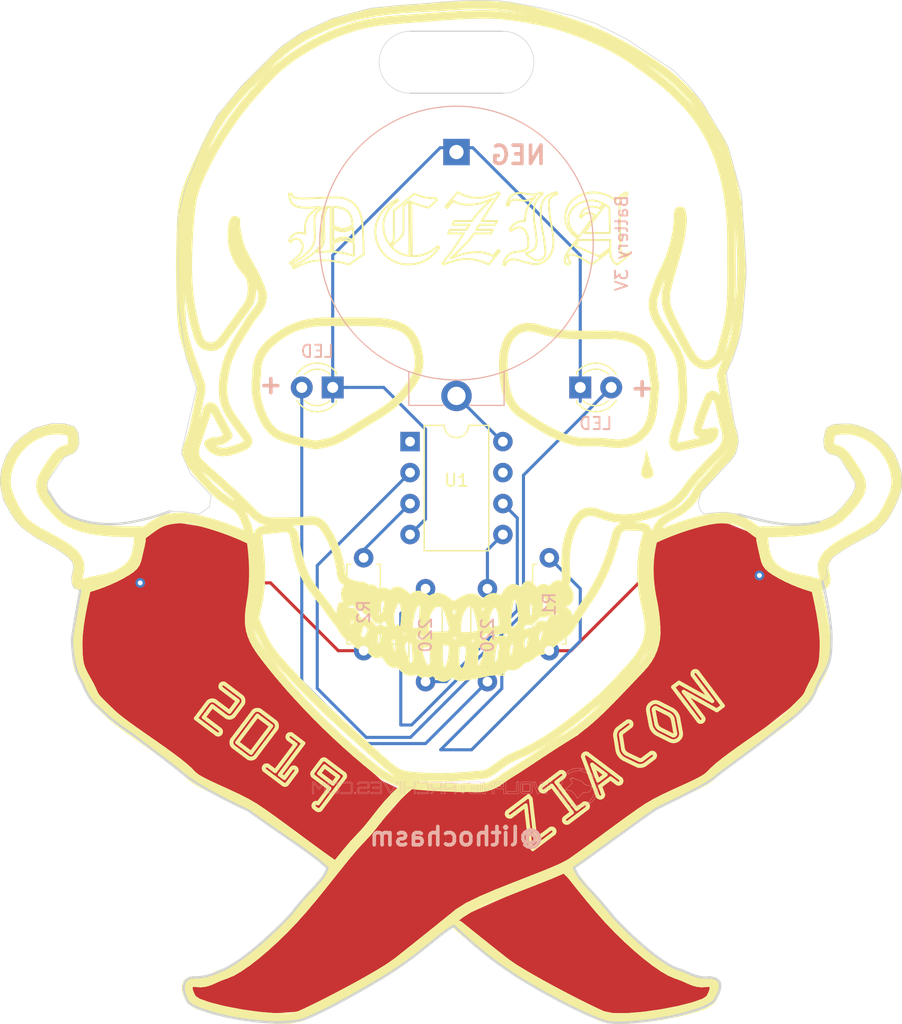
<source format=kicad_pcb>
(kicad_pcb (version 20171130) (host pcbnew "(5.1.0-0)")
  (layers (0 F.Cu signal) (31 B.Cu signal) (34 B.Paste user) (35 F.Paste user) (36 B.SilkS user) (37 F.SilkS user) (38 B.Mask user) (39 F.Mask user) (44 Edge.Cuts user))
  (net 0 "")
  (net 1 "Net-(D1-Pad2)")
  (net 2 "Net-(D2-Pad2)")
  (net 3 "Net-(R1-Pad1)")
  (net 4 "Net-(R1-Pad2)")
  (net 5 "Net-(R2-Pad2)")
  (net 6 "Net-(R2-Pad1)")
  (net 7 VCC)
  (net 8 GND)
  (net 9 "Net-(R3-Pad1)")
  (net 10 "Net-(R4-Pad1)")
  (net 11 "Net-(U1-Pad1)")
  (net 12 "Net-(U1-Pad7)")
  (module Package_DIP:DIP-8_W7.62mm (layer F.Cu) (at 100.33 61.595)
    (fp_text reference U1 (at 3.81 3.175) (layer F.SilkS))
    (fp_text value ATtiny13A-PU)
    (pad 1 thru_hole rect (at 0 0) (size 1.6 1.6) (drill 0.8) (layers *.Cu *.Mask) (net 11 "Net-(U1-Pad1)"))
    (pad 5 thru_hole oval (at 7.62 7.62) (size 1.6 1.6) (drill 0.8) (layers *.Cu *.Mask) (net 9 "Net-(R3-Pad1)"))
    (pad 2 thru_hole oval (at 0 2.54) (size 1.6 1.6) (drill 0.8) (layers *.Cu *.Mask) (net 3 "Net-(R1-Pad1)"))
    (pad 6 thru_hole oval (at 7.62 5.08) (size 1.6 1.6) (drill 0.8) (layers *.Cu *.Mask) (net 10 "Net-(R4-Pad1)"))
    (pad 3 thru_hole oval (at 0 5.08) (size 1.6 1.6) (drill 0.8) (layers *.Cu *.Mask) (net 6 "Net-(R2-Pad1)"))
    (pad 7 thru_hole oval (at 7.62 2.54) (size 1.6 1.6) (drill 0.8) (layers *.Cu *.Mask) (net 12 "Net-(U1-Pad7)"))
    (pad 4 thru_hole oval (at 0 7.62) (size 1.6 1.6) (drill 0.8) (layers *.Cu *.Mask) (net 8 GND))
    (pad 8 thru_hole oval (at 7.62 0) (size 1.6 1.6) (drill 0.8) (layers *.Cu *.Mask) (net 7 VCC))
  )
  (module LED_THT:LED_D3.0mm (layer F.Cu) (at 93.98 57.15 180)
    (fp_text reference D1 hide)
    (fp_text value LED (at 1.27 2.96 180) (layer B.SilkS) (effects (justify mirror)))
    (pad 2 thru_hole circle (at 2.54 0 180) (size 1.8 1.8) (drill 0.9) (layers *.Cu *.Mask) (net 1 "Net-(D1-Pad2)"))
    (pad 1 thru_hole rect (at 0 0 180) (size 1.8 1.8) (drill 0.9) (layers *.Cu *.Mask) (net 8 GND))
  )
  (module LED_THT:LED_D3.0mm (layer F.Cu) (at 114.3 57.15)
    (fp_text reference D2 hide)
    (fp_text value LED (at 1.27 2.96) (layer B.SilkS) (effects (justify mirror)))
    (pad 1 thru_hole rect (at 0 0) (size 1.8 1.8) (drill 0.9) (layers *.Cu *.Mask) (net 8 GND))
    (pad 2 thru_hole circle (at 2.54 0) (size 1.8 1.8) (drill 0.9) (layers *.Cu *.Mask) (net 2 "Net-(D2-Pad2)"))
  )
  (module Resistor_THT:R_Axial_DIN0207_L6.3mm_D2.5mm_P7.62mm_Horizontal (layer F.Cu) (at 111.76 71.12 270)
    (fp_text reference R1 (at 3.81 0 270) (layer B.SilkS) (effects (justify mirror)))
    (fp_text value 100k)
    (pad 1 thru_hole circle (at 0 0 270) (size 1.6 1.6) (drill 0.8) (layers *.Cu *.Mask) (net 3 "Net-(R1-Pad1)"))
    (pad 2 thru_hole oval (at 7.62 0 270) (size 1.6 1.6) (drill 0.8) (layers *.Cu *.Mask) (net 4 "Net-(R1-Pad2)"))
  )
  (module Resistor_THT:R_Axial_DIN0207_L6.3mm_D2.5mm_P7.62mm_Horizontal (layer F.Cu) (at 96.52 71.12 270)
    (fp_text reference R2 (at 4.445 0 270) (layer B.SilkS) (effects (justify mirror)))
    (fp_text value 100k)
    (pad 2 thru_hole oval (at 7.62 0 270) (size 1.6 1.6) (drill 0.8) (layers *.Cu *.Mask) (net 5 "Net-(R2-Pad2)"))
    (pad 1 thru_hole circle (at 0 0 270) (size 1.6 1.6) (drill 0.8) (layers *.Cu *.Mask) (net 6 "Net-(R2-Pad1)"))
  )
  (module Resistor_THT:R_Axial_DIN0207_L6.3mm_D2.5mm_P7.62mm_Horizontal (layer F.Cu) (at 106.68 73.66 270)
    (fp_text reference R3 (at 3.81 -2.37 270) (layer F.SilkS))
    (fp_text value 220 (at 3.81 0 90) (layer B.SilkS) (effects (justify mirror)))
    (pad 1 thru_hole circle (at 0 0 270) (size 1.6 1.6) (drill 0.8) (layers *.Cu *.Mask) (net 9 "Net-(R3-Pad1)"))
    (pad 2 thru_hole oval (at 7.62 0 270) (size 1.6 1.6) (drill 0.8) (layers *.Cu *.Mask) (net 1 "Net-(D1-Pad2)"))
  )
  (module Resistor_THT:R_Axial_DIN0207_L6.3mm_D2.5mm_P7.62mm_Horizontal (layer F.Cu) (at 101.6 81.28 90)
    (fp_text reference R4 (at 3.81 -2.37 90) (layer F.SilkS))
    (fp_text value 220 (at 3.81 0 90) (layer B.SilkS) (effects (justify mirror)))
    (pad 2 thru_hole oval (at 7.62 0 90) (size 1.6 1.6) (drill 0.8) (layers *.Cu *.Mask) (net 2 "Net-(D2-Pad2)"))
    (pad 1 thru_hole circle (at 0 0 90) (size 1.6 1.6) (drill 0.8) (layers *.Cu *.Mask) (net 10 "Net-(R4-Pad1)"))
  )
  (module digikey-footprints:Battery_Holder_Coin_2032_BS-7 (layer B.Cu) (at 104.14 37.846 270)
    (fp_text reference BT1 hide)
    (fp_text value "Battery 3V" (at 7.4676 -13.56 270) (layer B.SilkS) (effects (justify mirror)))
    (pad 2 thru_hole rect (at 0 0 270) (size 2.17 2.17) (drill 1.17) (layers *.Cu *.Mask) (net 8 GND))
    (pad 1 thru_hole circle (at 20 0 270) (size 2.5 2.5) (drill 1.5) (layers *.Cu *.Mask) (net 7 VCC))
  )
  (gr_line (start 113.566307 89.695977) (end 113.439044 89.806996) (layer B.SilkS) (width 0.02))
  (gr_line (start 113.448462 89.260887) (end 113.467446 89.282342) (layer B.SilkS) (width 0.02))
  (gr_line (start 113.487028 89.236012) (end 113.426233 89.236012) (layer B.SilkS) (width 0.02))
  (gr_line (start 113.484552 89.301226) (end 113.501149 89.31839) (layer B.SilkS) (width 0.02))
  (gr_line (start 113.62275 89.574008) (end 113.616233 89.619102) (layer B.SilkS) (width 0.02))
  (gr_line (start 111.894913 89.514895) (end 111.895168 89.510641) (layer B.SilkS) (width 0.02))
  (gr_line (start 111.894421 89.51912) (end 111.894913 89.514895) (layer B.SilkS) (width 0.02))
  (gr_line (start 111.89338 89.523174) (end 111.894421 89.51912) (layer B.SilkS) (width 0.02))
  (gr_line (start 113.439044 89.806996) (end 113.311516 89.917712) (layer B.SilkS) (width 0.02))
  (gr_line (start 113.633551 89.168402) (end 113.638037 89.19113) (layer B.SilkS) (width 0.02))
  (gr_line (start 110.838772 90.116675) (end 110.819789 90.065941) (layer B.SilkS) (width 0.02))
  (gr_line (start 113.628674 89.14369) (end 113.628674 89.14369) (layer B.SilkS) (width 0.02))
  (gr_line (start 113.655712 89.155546) (end 113.628674 89.14369) (layer B.SilkS) (width 0.02))
  (gr_line (start 113.680546 89.166489) (end 113.655712 89.155546) (layer B.SilkS) (width 0.02))
  (gr_line (start 113.703968 89.176681) (end 113.680546 89.166489) (layer B.SilkS) (width 0.02))
  (gr_line (start 113.726773 89.186282) (end 113.703968 89.176681) (layer B.SilkS) (width 0.02))
  (gr_line (start 113.802883 89.219822) (end 113.726773 89.186282) (layer B.SilkS) (width 0.02))
  (gr_line (start 113.878793 89.254395) (end 113.802883 89.219822) (layer B.SilkS) (width 0.02))
  (gr_line (start 113.955485 89.285352) (end 113.878793 89.254395) (layer B.SilkS) (width 0.02))
  (gr_line (start 114.03394 89.308042) (end 113.955485 89.285352) (layer B.SilkS) (width 0.02))
  (gr_line (start 114.165667 89.343392) (end 114.03394 89.308042) (layer B.SilkS) (width 0.02))
  (gr_line (start 114.290144 89.392054) (end 114.165667 89.343392) (layer B.SilkS) (width 0.02))
  (gr_line (start 114.407588 89.454687) (end 114.290144 89.392054) (layer B.SilkS) (width 0.02))
  (gr_line (start 114.518219 89.531948) (end 114.407588 89.454687) (layer B.SilkS) (width 0.02))
  (gr_line (start 114.540643 89.553425) (end 114.518219 89.531948) (layer B.SilkS) (width 0.02))
  (gr_line (start 114.56043 89.578237) (end 114.540643 89.553425) (layer B.SilkS) (width 0.02))
  (gr_line (start 114.579116 89.604451) (end 114.56043 89.578237) (layer B.SilkS) (width 0.02))
  (gr_line (start 114.598236 89.630133) (end 114.579116 89.604451) (layer B.SilkS) (width 0.02))
  (gr_line (start 114.610255 89.646998) (end 114.598236 89.630133) (layer B.SilkS) (width 0.02))
  (gr_line (start 114.622017 89.664496) (end 114.610255 89.646998) (layer B.SilkS) (width 0.02))
  (gr_line (start 114.634731 89.679976) (end 114.622017 89.664496) (layer B.SilkS) (width 0.02))
  (gr_line (start 114.649607 89.690784) (end 114.634731 89.679976) (layer B.SilkS) (width 0.02))
  (gr_line (start 114.696847 89.711553) (end 114.649607 89.690784) (layer B.SilkS) (width 0.02))
  (gr_line (start 114.744924 89.730589) (end 114.696847 89.711553) (layer B.SilkS) (width 0.02))
  (gr_line (start 114.793633 89.748041) (end 114.744924 89.730589) (layer B.SilkS) (width 0.02))
  (gr_line (start 114.842768 89.764058) (end 114.793633 89.748041) (layer B.SilkS) (width 0.02))
  (gr_line (start 114.926468 89.78904) (end 114.842768 89.764058) (layer B.SilkS) (width 0.02))
  (gr_line (start 115.010524 89.812879) (end 114.926468 89.78904) (layer B.SilkS) (width 0.02))
  (gr_line (start 115.094543 89.836828) (end 115.010524 89.812879) (layer B.SilkS) (width 0.02))
  (gr_line (start 115.178129 89.862144) (end 115.094543 89.836828) (layer B.SilkS) (width 0.02))
  (gr_line (start 115.223697 89.878632) (end 115.178129 89.862144) (layer B.SilkS) (width 0.02))
  (gr_line (start 115.243822 89.89596) (end 115.223697 89.878632) (layer B.SilkS) (width 0.02))
  (gr_line (start 115.244936 89.923455) (end 115.243822 89.89596) (layer B.SilkS) (width 0.02))
  (gr_line (start 115.233468 89.970446) (end 115.244936 89.923455) (layer B.SilkS) (width 0.02))
  (gr_line (start 115.203856 90.063081) (end 115.233468 89.970446) (layer B.SilkS) (width 0.02))
  (gr_line (start 115.163949 90.149642) (end 115.203856 90.063081) (layer B.SilkS) (width 0.02))
  (gr_line (start 115.112444 90.229416) (end 115.163949 90.149642) (layer B.SilkS) (width 0.02))
  (gr_line (start 115.048038 90.301687) (end 115.112444 90.229416) (layer B.SilkS) (width 0.02))
  (gr_line (start 115.029736 90.316751) (end 115.048038 90.301687) (layer B.SilkS) (width 0.02))
  (gr_line (start 115.008716 90.329601) (end 115.029736 90.316751) (layer B.SilkS) (width 0.02))
  (gr_line (start 114.986255 90.339179) (end 115.008716 90.329601) (layer B.SilkS) (width 0.02))
  (gr_line (start 114.963631 90.344425) (end 114.986255 90.339179) (layer B.SilkS) (width 0.02))
  (gr_line (start 114.866638 90.355077) (end 114.963631 90.344425) (layer B.SilkS) (width 0.02))
  (gr_line (start 114.769464 90.364248) (end 114.866638 90.355077) (layer B.SilkS) (width 0.02))
  (gr_line (start 114.672277 90.373332) (end 114.769464 90.364248) (layer B.SilkS) (width 0.02))
  (gr_line (start 114.575245 90.383724) (end 114.672277 90.373332) (layer B.SilkS) (width 0.02))
  (gr_line (start 114.55331 90.388365) (end 114.575245 90.383724) (layer B.SilkS) (width 0.02))
  (gr_line (start 114.531381 90.396803) (end 114.55331 90.388365) (layer B.SilkS) (width 0.02))
  (gr_line (start 114.511082 90.408434) (end 114.531381 90.396803) (layer B.SilkS) (width 0.02))
  (gr_line (start 114.494037 90.422656) (end 114.511082 90.408434) (layer B.SilkS) (width 0.02))
  (gr_line (start 114.420894 90.49975) (end 114.494037 90.422656) (layer B.SilkS) (width 0.02))
  (gr_line (start 114.348756 90.577822) (end 114.420894 90.49975) (layer B.SilkS) (width 0.02))
  (gr_line (start 114.276457 90.655727) (end 114.348756 90.577822) (layer B.SilkS) (width 0.02))
  (gr_line (start 114.202832 90.732322) (end 114.276457 90.655727) (layer B.SilkS) (width 0.02))
  (gr_line (start 114.174334 90.757319) (end 114.202832 90.732322) (layer B.SilkS) (width 0.02))
  (gr_line (start 114.142801 90.779366) (end 114.174334 90.757319) (layer B.SilkS) (width 0.02))
  (gr_line (start 114.109615 90.799543) (end 114.142801 90.779366) (layer B.SilkS) (width 0.02))
  (gr_line (start 114.076158 90.818929) (end 114.109615 90.799543) (layer B.SilkS) (width 0.02))
  (gr_line (start 114.058747 90.82629) (end 114.076158 90.818929) (layer B.SilkS) (width 0.02))
  (gr_line (start 114.042269 90.826497) (end 114.058747 90.82629) (layer B.SilkS) (width 0.02))
  (gr_line (start 114.027686 90.817494) (end 114.042269 90.826497) (layer B.SilkS) (width 0.02))
  (gr_line (start 114.01596 90.797228) (end 114.027686 90.817494) (layer B.SilkS) (width 0.02))
  (gr_line (start 113.953502 90.659595) (end 114.01596 90.797228) (layer B.SilkS) (width 0.02))
  (gr_line (start 113.873882 90.53436) (end 113.953502 90.659595) (layer B.SilkS) (width 0.02))
  (gr_line (start 113.777112 90.422366) (end 113.873882 90.53436) (layer B.SilkS) (width 0.02))
  (gr_line (start 113.663206 90.324451) (end 113.777112 90.422366) (layer B.SilkS) (width 0.02))
  (gr_line (start 113.55537 90.258932) (end 113.663206 90.324451) (layer B.SilkS) (width 0.02))
  (gr_line (start 113.439819 90.214857) (end 113.55537 90.258932) (layer B.SilkS) (width 0.02))
  (gr_line (start 113.317715 90.191061) (end 113.439819 90.214857) (layer B.SilkS) (width 0.02))
  (gr_line (start 113.190219 90.186378) (end 113.317715 90.191061) (layer B.SilkS) (width 0.02))
  (gr_line (start 113.148485 90.187236) (end 113.190219 90.186378) (layer B.SilkS) (width 0.02))
  (gr_line (start 113.106723 90.187249) (end 113.148485 90.187236) (layer B.SilkS) (width 0.02))
  (gr_line (start 113.064948 90.186902) (end 113.106723 90.187249) (layer B.SilkS) (width 0.02))
  (gr_line (start 102.864073 89.685585) (end 102.863068 89.744898) (layer B.SilkS) (width 0.02))
  (gr_line (start 102.859981 89.649707) (end 102.864073 89.685585) (layer B.SilkS) (width 0.02))
  (gr_line (start 102.845617 89.625619) (end 102.859981 89.649707) (layer B.SilkS) (width 0.02))
  (gr_line (start 102.820722 89.612255) (end 102.845617 89.625619) (layer B.SilkS) (width 0.02))
  (gr_line (start 102.785035 89.608547) (end 102.820722 89.612255) (layer B.SilkS) (width 0.02))
  (gr_line (start 102.710891 89.609404) (end 102.785035 89.608547) (layer B.SilkS) (width 0.02))
  (gr_line (start 102.636732 89.609497) (end 102.710891 89.609404) (layer B.SilkS) (width 0.02))
  (gr_line (start 102.562567 89.609244) (end 102.636732 89.609497) (layer B.SilkS) (width 0.02))
  (gr_line (start 102.488403 89.609067) (end 102.562567 89.609244) (layer B.SilkS) (width 0.02))
  (gr_line (start 102.017933 90.455743) (end 102.017933 90.455743) (layer B.SilkS) (width 0.02))
  (gr_line (start 102.090391 90.370214) (end 102.017933 90.455743) (layer B.SilkS) (width 0.02))
  (gr_line (start 102.163001 90.284504) (end 102.090391 90.370214) (layer B.SilkS) (width 0.02))
  (gr_line (start 102.236773 90.197423) (end 102.163001 90.284504) (layer B.SilkS) (width 0.02))
  (gr_line (start 102.312715 90.107779) (end 102.236773 90.197423) (layer B.SilkS) (width 0.02))
  (gr_line (start 102.272775 90.107884) (end 102.312715 90.107779) (layer B.SilkS) (width 0.02))
  (gr_line (start 102.236669 90.108047) (end 102.272775 90.107884) (layer B.SilkS) (width 0.02))
  (gr_line (start 102.203124 90.108037) (end 102.236669 90.108047) (layer B.SilkS) (width 0.02))
  (gr_line (start 102.170864 90.107625) (end 102.203124 90.108037) (layer B.SilkS) (width 0.02))
  (gr_line (start 102.103948 90.094956) (end 102.170864 90.107625) (layer B.SilkS) (width 0.02))
  (gr_line (start 102.0526 90.061738) (end 102.103948 90.094956) (layer B.SilkS) (width 0.02))
  (gr_line (start 102.019417 90.010388) (end 102.0526 90.061738) (layer B.SilkS) (width 0.02))
  (gr_line (start 102.006996 89.943319) (end 102.019417 90.010388) (layer B.SilkS) (width 0.02))
  (gr_line (start 102.006316 89.878086) (end 102.006996 89.943319) (layer B.SilkS) (width 0.02))
  (gr_line (start 102.006194 89.812843) (end 102.006316 89.878086) (layer B.SilkS) (width 0.02))
  (gr_line (start 102.006409 89.747597) (end 102.006194 89.812843) (layer B.SilkS) (width 0.02))
  (gr_line (start 102.00674 89.682352) (end 102.006409 89.747597) (layer B.SilkS) (width 0.02))
  (gr_line (start 102.018453 89.603378) (end 102.00674 89.682352) (layer B.SilkS) (width 0.02))
  (gr_line (start 102.05284 89.547143) (end 102.018453 89.603378) (layer B.SilkS) (width 0.02))
  (gr_line (start 102.110076 89.513487) (end 102.05284 89.547143) (layer B.SilkS) (width 0.02))
  (gr_line (start 102.190335 89.502248) (end 102.110076 89.513487) (layer B.SilkS) (width 0.02))
  (gr_line (start 102.371237 89.502142) (end 102.190335 89.502248) (layer B.SilkS) (width 0.02))
  (gr_line (start 102.552138 89.50213) (end 102.371237 89.502142) (layer B.SilkS) (width 0.02))
  (gr_line (start 102.733039 89.502186) (end 102.552138 89.50213) (layer B.SilkS) (width 0.02))
  (gr_line (start 102.913941 89.502283) (end 102.733039 89.502186) (layer B.SilkS) (width 0.02))
  (gr_line (start 102.92687 89.502523) (end 102.913941 89.502283) (layer B.SilkS) (width 0.02))
  (gr_line (start 102.939931 89.503104) (end 102.92687 89.502523) (layer B.SilkS) (width 0.02))
  (gr_line (start 102.953256 89.503839) (end 102.939931 89.503104) (layer B.SilkS) (width 0.02))
  (gr_line (start 102.966977 89.504538) (end 102.953256 89.503839) (layer B.SilkS) (width 0.02))
  (gr_line (start 102.966977 89.744707) (end 102.966977 89.504538) (layer B.SilkS) (width 0.02))
  (gr_line (start 102.966977 89.983724) (end 102.966977 89.744707) (layer B.SilkS) (width 0.02))
  (gr_line (start 102.966977 90.221961) (end 102.966977 89.983724) (layer B.SilkS) (width 0.02))
  (gr_line (start 102.966977 90.459789) (end 102.966977 90.221961) (layer B.SilkS) (width 0.02))
  (gr_line (start 102.940605 90.459789) (end 102.966977 90.459789) (layer B.SilkS) (width 0.02))
  (gr_line (start 102.914736 90.459789) (end 102.940605 90.459789) (layer B.SilkS) (width 0.02))
  (gr_line (start 102.888505 90.459789) (end 102.914736 90.459789) (layer B.SilkS) (width 0.02))
  (gr_line (start 102.861044 90.459789) (end 102.888505 90.459789) (layer B.SilkS) (width 0.02))
  (gr_line (start 102.861044 90.370587) (end 102.861044 90.459789) (layer B.SilkS) (width 0.02))
  (gr_line (start 102.861044 90.282496) (end 102.861044 90.370587) (layer B.SilkS) (width 0.02))
  (gr_line (start 102.861044 90.195059) (end 102.861044 90.282496) (layer B.SilkS) (width 0.02))
  (gr_line (start 102.861044 90.107815) (end 102.861044 90.195059) (layer B.SilkS) (width 0.02))
  (gr_line (start 102.767366 90.107617) (end 102.861044 90.107815) (layer B.SilkS) (width 0.02))
  (gr_line (start 102.675304 90.107408) (end 102.767366 90.107617) (layer B.SilkS) (width 0.02))
  (gr_line (start 102.584332 90.107767) (end 102.675304 90.107408) (layer B.SilkS) (width 0.02))
  (gr_line (start 102.493926 90.109274) (end 102.584332 90.107767) (layer B.SilkS) (width 0.02))
  (gr_line (start 102.477104 90.112141) (end 102.493926 90.109274) (layer B.SilkS) (width 0.02))
  (gr_line (start 102.45997 90.119161) (end 102.477104 90.112141) (layer B.SilkS) (width 0.02))
  (gr_line (start 102.444086 90.129182) (end 102.45997 90.119161) (layer B.SilkS) (width 0.02))
  (gr_line (start 102.431011 90.141055) (end 102.444086 90.129182) (layer B.SilkS) (width 0.02))
  (gr_line (start 102.379388 90.198392) (end 102.431011 90.141055) (layer B.SilkS) (width 0.02))
  (gr_line (start 102.328251 90.256225) (end 102.379388 90.198392) (layer B.SilkS) (width 0.02))
  (gr_line (start 102.278738 90.3153) (end 102.328251 90.256225) (layer B.SilkS) (width 0.02))
  (gr_line (start 102.231988 90.376365) (end 102.278738 90.3153) (layer B.SilkS) (width 0.02))
  (gr_line (start 102.189887 90.424206) (end 102.231988 90.376365) (layer B.SilkS) (width 0.02))
  (gr_line (start 102.142037 90.454939) (end 102.189887 90.424206) (layer B.SilkS) (width 0.02))
  (gr_line (start 102.085649 90.466231) (end 102.142037 90.454939) (layer B.SilkS) (width 0.02))
  (gr_line (start 102.017933 90.455743) (end 102.085649 90.466231) (layer B.SilkS) (width 0.02))
  (gr_line (start 108.191381 89.504106) (end 108.191381 89.504106) (layer B.SilkS) (width 0.02))
  (gr_line (start 108.191381 89.745134) (end 108.191381 89.504106) (layer B.SilkS) (width 0.02))
  (gr_line (start 108.191381 89.984404) (end 108.191381 89.745134) (layer B.SilkS) (width 0.02))
  (gr_line (start 108.191381 90.222304) (end 108.191381 89.984404) (layer B.SilkS) (width 0.02))
  (gr_line (start 108.191381 90.459225) (end 108.191381 90.222304) (layer B.SilkS) (width 0.02))
  (gr_line (start 108.146849 90.459225) (end 108.191381 90.459225) (layer B.SilkS) (width 0.02))
  (gr_line (start 108.103123 90.459225) (end 108.146849 90.459225) (layer B.SilkS) (width 0.02))
  (gr_line (start 108.059432 90.459225) (end 108.103123 90.459225) (layer B.SilkS) (width 0.02))
  (gr_line (start 108.015007 90.459225) (end 108.059432 90.459225) (layer B.SilkS) (width 0.02))
  (gr_line (start 108.015007 90.361978) (end 108.015007 90.459225) (layer B.SilkS) (width 0.02))
  (gr_line (start 108.015007 90.265475) (end 108.015007 90.361978) (layer B.SilkS) (width 0.02))
  (gr_line (start 108.015007 90.16866) (end 108.015007 90.265475) (layer B.SilkS) (width 0.02))
  (gr_line (start 108.015007 90.07048) (end 108.015007 90.16866) (layer B.SilkS) (width 0.02))
  (gr_line (start 107.87267 90.07048) (end 108.015007 90.07048) (layer B.SilkS) (width 0.02))
  (gr_line (start 107.731576 90.07048) (end 107.87267 90.07048) (layer B.SilkS) (width 0.02))
  (gr_line (start 107.591388 90.07048) (end 107.731576 90.07048) (layer B.SilkS) (width 0.02))
  (gr_line (start 107.451772 90.07048) (end 107.591388 90.07048) (layer B.SilkS) (width 0.02))
  (gr_line (start 107.451772 90.025824) (end 107.451772 90.07048) (layer B.SilkS) (width 0.02))
  (gr_line (start 107.451772 89.98235) (end 107.451772 90.025824) (layer B.SilkS) (width 0.02))
  (gr_line (start 107.451772 89.93875) (end 107.451772 89.98235) (layer B.SilkS) (width 0.02))
  (gr_line (start 107.451772 89.893712) (end 107.451772 89.93875) (layer B.SilkS) (width 0.02))
  (gr_line (start 107.593779 89.893712) (end 107.451772 89.893712) (layer B.SilkS) (width 0.02))
  (gr_line (start 107.734524 89.893712) (end 107.593779 89.893712) (layer B.SilkS) (width 0.02))
  (gr_line (start 107.874209 89.893712) (end 107.734524 89.893712) (layer B.SilkS) (width 0.02))
  (gr_line (start 108.013036 89.893712) (end 107.874209 89.893712) (layer B.SilkS) (width 0.02))
  (gr_line (start 108.013036 89.838184) (end 108.013036 89.893712) (layer B.SilkS) (width 0.02))
  (gr_line (start 108.013036 89.784326) (end 108.013036 89.838184) (layer B.SilkS) (width 0.02))
  (gr_line (start 108.013036 89.73099) (end 108.013036 89.784326) (layer B.SilkS) (width 0.02))
  (gr_line (start 108.013036 89.677029) (end 108.013036 89.73099) (layer B.SilkS) (width 0.02))
  (gr_line (start 107.837669 89.677029) (end 108.013036 89.677029) (layer B.SilkS) (width 0.02))
  (gr_line (start 107.663414 89.677029) (end 107.837669 89.677029) (layer B.SilkS) (width 0.02))
  (gr_line (start 107.489766 89.677029) (end 107.663414 89.677029) (layer B.SilkS) (width 0.02))
  (gr_line (start 107.316217 89.677029) (end 107.489766 89.677029) (layer B.SilkS) (width 0.02))
  (gr_line (start 107.316217 89.632408) (end 107.316217 89.677029) (layer B.SilkS) (width 0.02))
  (gr_line (start 107.316217 89.589098) (end 107.316217 89.632408) (layer B.SilkS) (width 0.02))
  (gr_line (start 107.316217 89.546523) (end 107.316217 89.589098) (layer B.SilkS) (width 0.02))
  (gr_line (start 107.316217 89.504106) (end 107.316217 89.546523) (layer B.SilkS) (width 0.02))
  (gr_line (start 107.535702 89.504106) (end 107.316217 89.504106) (layer B.SilkS) (width 0.02))
  (gr_line (start 107.754089 89.504106) (end 107.535702 89.504106) (layer B.SilkS) (width 0.02))
  (gr_line (start 107.97233 89.504106) (end 107.754089 89.504106) (layer B.SilkS) (width 0.02))
  (gr_line (start 108.191381 89.504106) (end 107.97233 89.504106) (layer B.SilkS) (width 0.02))
  (gr_line (start 106.462963 90.20075) (end 106.462963 90.20075) (layer B.SilkS) (width 0.02))
  (gr_line (start 106.478079 90.184099) (end 106.462963 90.20075) (layer B.SilkS) (width 0.02))
  (gr_line (start 106.491002 90.16996) (end 106.478079 90.184099) (layer B.SilkS) (width 0.02))
  (gr_line (start 106.502331 90.157383) (end 106.491002 90.16996) (layer B.SilkS) (width 0.02))
  (gr_line (start 106.512662 90.14542) (end 106.502331 90.157383) (layer B.SilkS) (width 0.02))
  (gr_line (start 106.639337 89.994158) (end 106.512662 90.14542) (layer B.SilkS) (width 0.02))
  (gr_line (start 106.765993 89.84288) (end 106.639337 89.994158) (layer B.SilkS) (width 0.02))
  (gr_line (start 106.892751 89.691688) (end 106.765993 89.84288) (layer B.SilkS) (width 0.02))
  (gr_line (start 107.019735 89.540686) (end 106.892751 89.691688) (layer B.SilkS) (width 0.02))
  (gr_line (start 107.030424 89.528653) (end 107.019735 89.540686) (layer B.SilkS) (width 0.02))
  (gr_line (start 107.042538 89.517146) (end 107.030424 89.528653) (layer B.SilkS) (width 0.02))
  (gr_line (start 107.055452 89.508269) (end 107.042538 89.517146) (layer B.SilkS) (width 0.02))
  (gr_line (start 107.068544 89.504128) (end 107.055452 89.508269) (layer B.SilkS) (width 0.02))
  (gr_line (start 107.110869 89.501893) (end 107.068544 89.504128) (layer B.SilkS) (width 0.02))
  (gr_line (start 107.153401 89.501513) (end 107.110869 89.501893) (layer B.SilkS) (width 0.02))
  (gr_line (start 107.196112 89.502004) (end 107.153401 89.501513) (layer B.SilkS) (width 0.02))
  (gr_line (start 107.238976 89.502387) (end 107.196112 89.502004) (layer B.SilkS) (width 0.02))
  (gr_line (start 107.238976 89.744413) (end 107.238976 89.502387) (layer B.SilkS) (width 0.02))
  (gr_line (start 107.238976 89.984317) (end 107.238976 89.744413) (layer B.SilkS) (width 0.02))
  (gr_line (start 107.238976 90.222695) (end 107.238976 89.984317) (layer B.SilkS) (width 0.02))
  (gr_line (start 107.238976 90.460145) (end 107.238976 90.222695) (layer B.SilkS) (width 0.02))
  (gr_line (start 107.195388 90.460145) (end 107.238976 90.460145) (layer B.SilkS) (width 0.02))
  (gr_line (start 107.152677 90.460145) (end 107.195388 90.460145) (layer B.SilkS) (width 0.02))
  (gr_line (start 107.10997 90.460145) (end 107.152677 90.460145) (layer B.SilkS) (width 0.02))
  (gr_line (start 107.066394 90.460145) (end 107.10997 90.460145) (layer B.SilkS) (width 0.02))
  (gr_line (start 107.066394 90.287946) (end 107.066394 90.460145) (layer B.SilkS) (width 0.02))
  (gr_line (start 107.066394 90.115721) (end 107.066394 90.287946) (layer B.SilkS) (width 0.02))
  (gr_line (start 107.066394 89.941994) (end 107.066394 90.115721) (layer B.SilkS) (width 0.02))
  (gr_line (start 107.066394 89.765291) (end 107.066394 89.941994) (layer B.SilkS) (width 0.02))
  (gr_line (start 107.051291 89.781874) (end 107.066394 89.765291) (layer B.SilkS) (width 0.02))
  (gr_line (start 107.038363 89.795972) (end 107.051291 89.781874) (layer B.SilkS) (width 0.02))
  (gr_line (start 107.02702 89.808526) (end 107.038363 89.795972) (layer B.SilkS) (width 0.02))
  (gr_line (start 107.01667 89.820476) (end 107.02702 89.808526) (layer B.SilkS) (width 0.02))
  (gr_line (start 106.888844 89.972708) (end 107.01667 89.820476) (layer B.SilkS) (width 0.02))
  (gr_line (start 106.761042 90.124961) (end 106.888844 89.972708) (layer B.SilkS) (width 0.02))
  (gr_line (start 106.63319 90.277172) (end 106.761042 90.124961) (layer B.SilkS) (width 0.02))
  (gr_line (start 106.505212 90.429276) (end 106.63319 90.277172) (layer B.SilkS) (width 0.02))
  (gr_line (start 106.496433 90.439729) (end 106.505212 90.429276) (layer B.SilkS) (width 0.02))
  (gr_line (start 106.486779 90.450102) (end 106.496433 90.439729) (layer B.SilkS) (width 0.02))
  (gr_line (start 106.476623 90.458188) (end 106.486779 90.450102) (layer B.SilkS) (width 0.02))
  (gr_line (start 106.466337 90.461778) (end 106.476623 90.458188) (layer B.SilkS) (width 0.02))
  (gr_line (start 106.421192 90.463522) (end 106.466337 90.461778) (layer B.SilkS) (width 0.02))
  (gr_line (start 106.376111 90.463885) (end 106.421192 90.463522) (layer B.SilkS) (width 0.02))
  (gr_line (start 106.331278 90.463579) (end 106.376111 90.463885) (layer B.SilkS) (width 0.02))
  (gr_line (start 106.286881 90.463318) (end 106.331278 90.463579) (layer B.SilkS) (width 0.02))
  (gr_line (start 106.286881 90.221405) (end 106.286881 90.463318) (layer B.SilkS) (width 0.02))
  (gr_line (start 106.286881 89.981855) (end 106.286881 90.221405) (layer B.SilkS) (width 0.02))
  (gr_line (start 106.286881 89.743749) (end 106.286881 89.981855) (layer B.SilkS) (width 0.02))
  (gr_line (start 106.286881 89.506168) (end 106.286881 89.743749) (layer B.SilkS) (width 0.02))
  (gr_line (start 106.330872 89.506168) (end 106.286881 89.506168) (layer B.SilkS) (width 0.02))
  (gr_line (start 106.374378 89.506168) (end 106.330872 89.506168) (layer B.SilkS) (width 0.02))
  (gr_line (start 106.418156 89.506168) (end 106.374378 89.506168) (layer B.SilkS) (width 0.02))
  (gr_line (start 106.462963 89.506168) (end 106.418156 89.506168) (layer B.SilkS) (width 0.02))
  (gr_line (start 106.462963 89.678371) (end 106.462963 89.506168) (layer B.SilkS) (width 0.02))
  (gr_line (start 106.462963 89.850561) (end 106.462963 89.678371) (layer B.SilkS) (width 0.02))
  (gr_line (start 106.462963 90.0242) (end 106.462963 89.850561) (layer B.SilkS) (width 0.02))
  (gr_line (start 106.462963 90.20075) (end 106.462963 90.0242) (layer B.SilkS) (width 0.02))
  (gr_line (start 105.236509 90.461981) (end 105.236509 90.461981) (layer B.SilkS) (width 0.02))
  (gr_line (start 105.236509 90.417384) (end 105.236509 90.461981) (layer B.SilkS) (width 0.02))
  (gr_line (start 105.236509 90.373867) (end 105.236509 90.417384) (layer B.SilkS) (width 0.02))
  (gr_line (start 105.236509 90.330173) (end 105.236509 90.373867) (layer B.SilkS) (width 0.02))
  (gr_line (start 105.236509 90.285043) (end 105.236509 90.330173) (layer B.SilkS) (width 0.02))
  (gr_line (start 105.412785 90.285043) (end 105.236509 90.285043) (layer B.SilkS) (width 0.02))
  (gr_line (start 105.587975 90.285043) (end 105.412785 90.285043) (layer B.SilkS) (width 0.02))
  (gr_line (start 105.762417 90.285043) (end 105.587975 90.285043) (layer B.SilkS) (width 0.02))
  (gr_line (start 105.936448 90.285043) (end 105.762417 90.285043) (layer B.SilkS) (width 0.02))
  (gr_line (start 105.936448 90.230812) (end 105.936448 90.285043) (layer B.SilkS) (width 0.02))
  (gr_line (start 105.936448 90.177997) (end 105.936448 90.230812) (layer B.SilkS) (width 0.02))
  (gr_line (start 105.936448 90.125287) (end 105.936448 90.177997) (layer B.SilkS) (width 0.02))
  (gr_line (start 105.936448 90.071373) (end 105.936448 90.125287) (layer B.SilkS) (width 0.02))
  (gr_line (start 105.794888 90.071373) (end 105.936448 90.071373) (layer B.SilkS) (width 0.02))
  (gr_line (start 105.654041 90.071373) (end 105.794888 90.071373) (layer B.SilkS) (width 0.02))
  (gr_line (start 105.513616 90.071373) (end 105.654041 90.071373) (layer B.SilkS) (width 0.02))
  (gr_line (start 105.373323 90.071373) (end 105.513616 90.071373) (layer B.SilkS) (width 0.02))
  (gr_line (start 105.373323 90.026584) (end 105.373323 90.071373) (layer B.SilkS) (width 0.02))
  (gr_line (start 105.373323 89.98301) (end 105.373323 90.026584) (layer B.SilkS) (width 0.02))
  (gr_line (start 105.373323 89.939307) (end 105.373323 89.98301) (layer B.SilkS) (width 0.02))
  (gr_line (start 105.373323 89.894135) (end 105.373323 89.939307) (layer B.SilkS) (width 0.02))
  (gr_line (start 105.515245 89.894135) (end 105.373323 89.894135) (layer B.SilkS) (width 0.02))
  (gr_line (start 105.656046 89.894135) (end 105.515245 89.894135) (layer B.SilkS) (width 0.02))
  (gr_line (start 105.795938 89.894135) (end 105.656046 89.894135) (layer B.SilkS) (width 0.02))
  (gr_line (start 105.935134 89.894135) (end 105.795938 89.894135) (layer B.SilkS) (width 0.02))
  (gr_line (start 105.935134 89.838434) (end 105.935134 89.894135) (layer B.SilkS) (width 0.02))
  (gr_line (start 105.935134 89.784407) (end 105.935134 89.838434) (layer B.SilkS) (width 0.02))
  (gr_line (start 105.935134 89.730849) (end 105.935134 89.784407) (layer B.SilkS) (width 0.02))
  (gr_line (start 105.935134 89.676558) (end 105.935134 89.730849) (layer B.SilkS) (width 0.02))
  (gr_line (start 105.759776 89.676558) (end 105.935134 89.676558) (layer B.SilkS) (width 0.02))
  (gr_line (start 105.585257 89.676558) (end 105.759776 89.676558) (layer B.SilkS) (width 0.02))
  (gr_line (start 105.410891 89.676558) (end 105.585257 89.676558) (layer B.SilkS) (width 0.02))
  (gr_line (start 105.235987 89.676558) (end 105.410891 89.676558) (layer B.SilkS) (width 0.02))
  (gr_line (start 105.235987 89.632566) (end 105.235987 89.676558) (layer B.SilkS) (width 0.02))
  (gr_line (start 105.235987 89.589925) (end 105.235987 89.632566) (layer B.SilkS) (width 0.02))
  (gr_line (start 105.235987 89.547982) (end 105.235987 89.589925) (layer B.SilkS) (width 0.02))
  (gr_line (start 105.235987 89.506083) (end 105.235987 89.547982) (layer B.SilkS) (width 0.02))
  (gr_line (start 105.456399 89.506083) (end 105.235987 89.506083) (layer B.SilkS) (width 0.02))
  (gr_line (start 105.675832 89.506083) (end 105.456399 89.506083) (layer B.SilkS) (width 0.02))
  (gr_line (start 105.894475 89.506083) (end 105.675832 89.506083) (layer B.SilkS) (width 0.02))
  (gr_line (start 106.112515 89.506083) (end 105.894475 89.506083) (layer B.SilkS) (width 0.02))
  (gr_line (start 106.112515 89.746239) (end 106.112515 89.506083) (layer B.SilkS) (width 0.02))
  (gr_line (start 106.112515 89.985334) (end 106.112515 89.746239) (layer B.SilkS) (width 0.02))
  (gr_line (start 106.112515 90.223778) (end 106.112515 89.985334) (layer B.SilkS) (width 0.02))
  (gr_line (start 106.112515 90.461981) (end 106.112515 90.223778) (layer B.SilkS) (width 0.02))
  (gr_line (start 105.893109 90.461981) (end 106.112515 90.461981) (layer B.SilkS) (width 0.02))
  (gr_line (start 105.674595 90.461981) (end 105.893109 90.461981) (layer B.SilkS) (width 0.02))
  (gr_line (start 105.45604 90.461981) (end 105.674595 90.461981) (layer B.SilkS) (width 0.02))
  (gr_line (start 105.236509 90.461981) (end 105.45604 90.461981) (layer B.SilkS) (width 0.02))
  (gr_line (start 110.176679 89.681541) (end 110.176679 89.681541) (layer B.SilkS) (width 0.02))
  (gr_line (start 110.025808 89.681541) (end 110.176679 89.681541) (layer B.SilkS) (width 0.02))
  (gr_line (start 109.8761 89.681541) (end 110.025808 89.681541) (layer B.SilkS) (width 0.02))
  (gr_line (start 109.726702 89.681541) (end 109.8761 89.681541) (layer B.SilkS) (width 0.02))
  (gr_line (start 109.576757 89.681541) (end 109.726702 89.681541) (layer B.SilkS) (width 0.02))
  (gr_line (start 109.576757 89.831875) (end 109.576757 89.681541) (layer B.SilkS) (width 0.02))
  (gr_line (start 109.576757 89.981869) (end 109.576757 89.831875) (layer B.SilkS) (width 0.02))
  (gr_line (start 109.576757 90.132136) (end 109.576757 89.981869) (layer B.SilkS) (width 0.02))
  (gr_line (start 109.576757 90.283291) (end 109.576757 90.132136) (layer B.SilkS) (width 0.02))
  (gr_line (start 109.726169 90.283291) (end 109.576757 90.283291) (layer B.SilkS) (width 0.02))
  (gr_line (start 109.875648 90.283291) (end 109.726169 90.283291) (layer B.SilkS) (width 0.02))
  (gr_line (start 110.025662 90.283291) (end 109.875648 90.283291) (layer B.SilkS) (width 0.02))
  (gr_line (start 110.176679 90.283291) (end 110.025662 90.283291) (layer B.SilkS) (width 0.02))
  (gr_line (start 110.176679 90.133712) (end 110.176679 90.283291) (layer B.SilkS) (width 0.02))
  (gr_line (start 110.176679 89.983973) (end 110.176679 90.133712) (layer B.SilkS) (width 0.02))
  (gr_line (start 110.176679 89.833455) (end 110.176679 89.983973) (layer B.SilkS) (width 0.02))
  (gr_line (start 110.176679 89.681541) (end 110.176679 89.833455) (layer B.SilkS) (width 0.02))
  (gr_line (start 109.86978 89.502568) (end 109.86978 89.502568) (layer B.SilkS) (width 0.02))
  (gr_line (start 109.942439 89.502488) (end 109.86978 89.502568) (layer B.SilkS) (width 0.02))
  (gr_line (start 110.015099 89.502368) (end 109.942439 89.502488) (layer B.SilkS) (width 0.02))
  (gr_line (start 110.087758 89.502384) (end 110.015099 89.502368) (layer B.SilkS) (width 0.02))
  (gr_line (start 110.160415 89.502715) (end 110.087758 89.502384) (layer B.SilkS) (width 0.02))
  (gr_line (start 110.24196 89.516815) (end 110.160415 89.502715) (layer B.SilkS) (width 0.02))
  (gr_line (start 110.303618 89.556027) (end 110.24196 89.516815) (layer B.SilkS) (width 0.02))
  (gr_line (start 110.342711 89.617768) (end 110.303618 89.556027) (layer B.SilkS) (width 0.02))
  (gr_line (start 110.356561 89.699454) (end 110.342711 89.617768) (layer B.SilkS) (width 0.02))
  (gr_line (start 110.356967 89.841805) (end 110.356561 89.699454) (layer B.SilkS) (width 0.02))
  (gr_line (start 110.357112 89.984158) (end 110.356967 89.841805) (layer B.SilkS) (width 0.02))
  (gr_line (start 110.356972 90.126511) (end 110.357112 89.984158) (layer B.SilkS) (width 0.02))
  (gr_line (start 110.356526 90.268862) (end 110.356972 90.126511) (layer B.SilkS) (width 0.02))
  (gr_line (start 110.342671 90.34879) (end 110.356526 90.268862) (layer B.SilkS) (width 0.02))
  (gr_line (start 110.303934 90.410004) (end 110.342671 90.34879) (layer B.SilkS) (width 0.02))
  (gr_line (start 110.243432 90.44928) (end 110.303934 90.410004) (layer B.SilkS) (width 0.02))
  (gr_line (start 110.16428 90.463393) (end 110.243432 90.44928) (layer B.SilkS) (width 0.02))
  (gr_line (start 110.020446 90.463958) (end 110.16428 90.463393) (layer B.SilkS) (width 0.02))
  (gr_line (start 109.87661 90.464148) (end 110.020446 90.463958) (layer B.SilkS) (width 0.02))
  (gr_line (start 109.732774 90.46396) (end 109.87661 90.464148) (layer B.SilkS) (width 0.02))
  (gr_line (start 109.588941 90.463391) (end 109.732774 90.46396) (layer B.SilkS) (width 0.02))
  (gr_line (start 109.509677 90.449189) (end 109.588941 90.463391) (layer B.SilkS) (width 0.02))
  (gr_line (start 109.448644 90.409845) (end 109.509677 90.449189) (layer B.SilkS) (width 0.02))
  (gr_line (start 109.409311 90.348866) (end 109.448644 90.409845) (layer B.SilkS) (width 0.02))
  (gr_line (start 109.395149 90.269759) (end 109.409311 90.348866) (layer B.SilkS) (width 0.02))
  (gr_line (start 109.394655 90.127408) (end 109.395149 90.269759) (layer B.SilkS) (width 0.02))
  (gr_line (start 109.394514 89.985055) (end 109.394655 90.127408) (layer B.SilkS) (width 0.02))
  (gr_line (start 109.39467 89.842702) (end 109.394514 89.985055) (layer B.SilkS) (width 0.02))
  (gr_line (start 109.395073 89.70035) (end 109.39467 89.842702) (layer B.SilkS) (width 0.02))
  (gr_line (start 109.409067 89.618969) (end 109.395073 89.70035) (layer B.SilkS) (width 0.02))
  (gr_line (start 109.448399 89.556928) (end 109.409067 89.618969) (layer B.SilkS) (width 0.02))
  (gr_line (start 109.510051 89.517196) (end 109.448399 89.556928) (layer B.SilkS) (width 0.02))
  (gr_line (start 109.591006 89.50274) (end 109.510051 89.517196) (layer B.SilkS) (width 0.02))
  (gr_line (start 109.660697 89.502352) (end 109.591006 89.50274) (layer B.SilkS) (width 0.02))
  (gr_line (start 109.73039 89.502333) (end 109.660697 89.502352) (layer B.SilkS) (width 0.02))
  (gr_line (start 109.800085 89.502475) (end 109.73039 89.502333) (layer B.SilkS) (width 0.02))
  (gr_line (start 109.86978 89.502568) (end 109.800085 89.502475) (layer B.SilkS) (width 0.02))
  (gr_line (start 110.838772 90.116675) (end 110.838772 90.116675) (layer B.SilkS) (width 0.02))
  (gr_line (start 110.842092 90.116258) (end 110.838772 90.116675) (layer B.SilkS) (width 0.02))
  (gr_line (start 110.845412 90.115842) (end 110.842092 90.116258) (layer B.SilkS) (width 0.02))
  (gr_line (start 110.848733 90.115426) (end 110.845412 90.115842) (layer B.SilkS) (width 0.02))
  (gr_line (start 110.852053 90.11501) (end 110.848733 90.115426) (layer B.SilkS) (width 0.02))
  (gr_line (start 110.897815 89.989866) (end 110.852053 90.11501) (layer B.SilkS) (width 0.02))
  (gr_line (start 110.943578 89.864722) (end 110.897815 89.989866) (layer B.SilkS) (width 0.02))
  (gr_line (start 110.989336 89.739577) (end 110.943578 89.864722) (layer B.SilkS) (width 0.02))
  (gr_line (start 111.035081 89.614427) (end 110.989336 89.739577) (layer B.SilkS) (width 0.02))
  (gr_line (start 111.060918 89.549272) (end 111.035081 89.614427) (layer B.SilkS) (width 0.02))
  (gr_line (start 111.08655 89.516166) (end 111.060918 89.549272) (layer B.SilkS) (width 0.02))
  (gr_line (start 111.127288 89.503809) (end 111.08655 89.516166) (layer B.SilkS) (width 0.02))
  (gr_line (start 111.198442 89.5009) (end 111.127288 89.503809) (layer B.SilkS) (width 0.02))
  (gr_line (start 111.22554 89.503443) (end 111.198442 89.5009) (layer B.SilkS) (width 0.02))
  (gr_line (start 111.244962 89.512662) (end 111.22554 89.503443) (layer B.SilkS) (width 0.02))
  (gr_line (start 111.258888 89.528914) (end 111.244962 89.512662) (layer B.SilkS) (width 0.02))
  (gr_line (start 111.269497 89.552555) (end 111.258888 89.528914) (layer B.SilkS) (width 0.02))
  (gr_line (start 111.311292 89.669745) (end 111.269497 89.552555) (layer B.SilkS) (width 0.02))
  (gr_line (start 111.353751 89.7867) (end 111.311292 89.669745) (layer B.SilkS) (width 0.02))
  (gr_line (start 111.396557 89.903533) (end 111.353751 89.7867) (layer B.SilkS) (width 0.02))
  (gr_line (start 111.439396 90.020354) (end 111.396557 89.903533) (layer B.SilkS) (width 0.02))
  (gr_line (start 111.448765 90.045538) (end 111.439396 90.020354) (layer B.SilkS) (width 0.02))
  (gr_line (start 111.458791 90.071869) (end 111.448765 90.045538) (layer B.SilkS) (width 0.02))
  (gr_line (start 111.469828 90.100606) (end 111.458791 90.071869) (layer B.SilkS) (width 0.02))
  (gr_line (start 111.482227 90.133008) (end 111.469828 90.100606) (layer B.SilkS) (width 0.02))
  (gr_line (start 111.528082 90.008324) (end 111.482227 90.133008) (layer B.SilkS) (width 0.02))
  (gr_line (start 111.572477 89.8876) (end 111.528082 90.008324) (layer B.SilkS) (width 0.02))
  (gr_line (start 111.615912 89.769522) (end 111.572477 89.8876) (layer B.SilkS) (width 0.02))
  (gr_line (start 111.658891 89.652775) (end 111.615912 89.769522) (layer B.SilkS) (width 0.02))
  (gr_line (start 111.695917 89.559724) (end 111.658891 89.652775) (layer B.SilkS) (width 0.02))
  (gr_line (start 111.732276 89.51322) (end 111.695917 89.559724) (layer B.SilkS) (width 0.02))
  (gr_line (start 111.789561 89.499315) (end 111.732276 89.51322) (layer B.SilkS) (width 0.02))
  (gr_line (start 111.889363 89.504066) (end 111.789561 89.499315) (layer B.SilkS) (width 0.02))
  (gr_line (start 111.890679 89.504345) (end 111.889363 89.504066) (layer B.SilkS) (width 0.02))
  (gr_line (start 111.892071 89.504915) (end 111.890679 89.504345) (layer B.SilkS) (width 0.02))
  (gr_line (start 111.893643 89.505668) (end 111.892071 89.504915) (layer B.SilkS) (width 0.02))
  (gr_line (start 111.8955 89.506497) (end 111.893643 89.505668) (layer B.SilkS) (width 0.02))
  (gr_line (start 111.895168 89.510641) (end 111.8955 89.506497) (layer B.SilkS) (width 0.02))
  (gr_line (start 95.504275 89.515739) (end 95.443291 89.503486) (layer B.SilkS) (width 0.02))
  (gr_line (start 95.552323 89.548738) (end 95.504275 89.515739) (layer B.SilkS) (width 0.02))
  (gr_line (start 95.583923 89.598401) (end 95.552323 89.548738) (layer B.SilkS) (width 0.02))
  (gr_line (start 95.59556 89.660648) (end 95.583923 89.598401) (layer B.SilkS) (width 0.02))
  (gr_line (start 95.596403 89.820873) (end 95.59556 89.660648) (layer B.SilkS) (width 0.02))
  (gr_line (start 95.596667 89.981103) (end 95.596403 89.820873) (layer B.SilkS) (width 0.02))
  (gr_line (start 95.596413 90.141334) (end 95.596667 89.981103) (layer B.SilkS) (width 0.02))
  (gr_line (start 95.595703 90.301562) (end 95.596413 90.141334) (layer B.SilkS) (width 0.02))
  (gr_line (start 95.583848 90.367096) (end 95.595703 90.301562) (layer B.SilkS) (width 0.02))
  (gr_line (start 95.551147 90.41804) (end 95.583848 90.367096) (layer B.SilkS) (width 0.02))
  (gr_line (start 95.500664 90.451142) (end 95.551147 90.41804) (layer B.SilkS) (width 0.02))
  (gr_line (start 95.435463 90.463144) (end 95.500664 90.451142) (layer B.SilkS) (width 0.02))
  (gr_line (start 95.242597 90.463759) (end 95.435463 90.463144) (layer B.SilkS) (width 0.02))
  (gr_line (start 95.049729 90.463798) (end 95.242597 90.463759) (layer B.SilkS) (width 0.02))
  (gr_line (start 94.856859 90.463534) (end 95.049729 90.463798) (layer B.SilkS) (width 0.02))
  (gr_line (start 94.663989 90.46324) (end 94.856859 90.463534) (layer B.SilkS) (width 0.02))
  (gr_line (start 94.658441 90.462767) (end 94.663989 90.46324) (layer B.SilkS) (width 0.02))
  (gr_line (start 94.652688 90.461589) (end 94.658441 90.462767) (layer B.SilkS) (width 0.02))
  (gr_line (start 94.646525 90.460047) (end 94.652688 90.461589) (layer B.SilkS) (width 0.02))
  (gr_line (start 94.639747 90.458484) (end 94.646525 90.460047) (layer B.SilkS) (width 0.02))
  (gr_line (start 94.639747 90.434003) (end 94.639747 90.458484) (layer B.SilkS) (width 0.02))
  (gr_line (start 94.639747 90.409492) (end 94.639747 90.434003) (layer B.SilkS) (width 0.02))
  (gr_line (start 94.639747 90.38405) (end 94.639747 90.409492) (layer B.SilkS) (width 0.02))
  (gr_line (start 94.639747 90.356775) (end 94.639747 90.38405) (layer B.SilkS) (width 0.02))
  (gr_line (start 100.920626 89.505521) (end 100.920626 89.505521) (layer B.SilkS) (width 0.02))
  (gr_line (start 100.935439 89.50457) (end 100.920626 89.505521) (layer B.SilkS) (width 0.02))
  (gr_line (start 100.948677 89.503649) (end 100.935439 89.50457) (layer B.SilkS) (width 0.02))
  (gr_line (start 100.960865 89.502951) (end 100.948677 89.503649) (layer B.SilkS) (width 0.02))
  (gr_line (start 100.972529 89.50267) (end 100.960865 89.502951) (layer B.SilkS) (width 0.02))
  (gr_line (start 101.155013 89.50254) (end 100.972529 89.50267) (layer B.SilkS) (width 0.02))
  (gr_line (start 101.337497 89.502447) (end 101.155013 89.50254) (layer B.SilkS) (width 0.02))
  (gr_line (start 101.519981 89.502477) (end 101.337497 89.502447) (layer B.SilkS) (width 0.02))
  (gr_line (start 101.702466 89.502716) (end 101.519981 89.502477) (layer B.SilkS) (width 0.02))
  (gr_line (start 101.777794 89.514354) (end 101.702466 89.502716) (layer B.SilkS) (width 0.02))
  (gr_line (start 101.832711 89.548308) (end 101.777794 89.514354) (layer B.SilkS) (width 0.02))
  (gr_line (start 101.866362 89.603656) (end 101.832711 89.548308) (layer B.SilkS) (width 0.02))
  (gr_line (start 101.877889 89.679477) (end 101.866362 89.603656) (layer B.SilkS) (width 0.02))
  (gr_line (start 101.878104 89.829322) (end 101.877889 89.679477) (layer B.SilkS) (width 0.02))
  (gr_line (start 101.878153 89.979167) (end 101.878104 89.829322) (layer B.SilkS) (width 0.02))
  (gr_line (start 101.878087 90.129013) (end 101.878153 89.979167) (layer B.SilkS) (width 0.02))
  (gr_line (start 101.877956 90.278858) (end 101.878087 90.129013) (layer B.SilkS) (width 0.02))
  (gr_line (start 101.86664 90.36064) (end 101.877956 90.278858) (layer B.SilkS) (width 0.02))
  (gr_line (start 101.832427 90.418248) (end 101.86664 90.36064) (layer B.SilkS) (width 0.02))
  (gr_line (start 101.774632 90.452353) (end 101.832427 90.418248) (layer B.SilkS) (width 0.02))
  (gr_line (start 101.692572 90.463626) (end 101.774632 90.452353) (layer B.SilkS) (width 0.02))
  (gr_line (start 101.514539 90.463727) (end 101.692572 90.463626) (layer B.SilkS) (width 0.02))
  (gr_line (start 101.336505 90.46374) (end 101.514539 90.463727) (layer B.SilkS) (width 0.02))
  (gr_line (start 101.158471 90.463678) (end 101.336505 90.46374) (layer B.SilkS) (width 0.02))
  (gr_line (start 100.980438 90.463555) (end 101.158471 90.463678) (layer B.SilkS) (width 0.02))
  (gr_line (start 100.966139 90.463235) (end 100.980438 90.463555) (layer B.SilkS) (width 0.02))
  (gr_line (start 100.951714 90.462467) (end 100.966139 90.463235) (layer B.SilkS) (width 0.02))
  (gr_line (start 100.937035 90.461498) (end 100.951714 90.462467) (layer B.SilkS) (width 0.02))
  (gr_line (start 100.921974 90.460578) (end 100.937035 90.461498) (layer B.SilkS) (width 0.02))
  (gr_line (start 100.921974 90.43444) (end 100.921974 90.460578) (layer B.SilkS) (width 0.02))
  (gr_line (start 100.921974 90.409161) (end 100.921974 90.43444) (layer B.SilkS) (width 0.02))
  (gr_line (start 100.921974 90.383643) (end 100.921974 90.409161) (layer B.SilkS) (width 0.02))
  (gr_line (start 100.921974 90.356786) (end 100.921974 90.383643) (layer B.SilkS) (width 0.02))
  (gr_line (start 100.939644 90.356786) (end 100.921974 90.356786) (layer B.SilkS) (width 0.02))
  (gr_line (start 100.956445 90.356786) (end 100.939644 90.356786) (layer B.SilkS) (width 0.02))
  (gr_line (start 100.972667 90.356786) (end 100.956445 90.356786) (layer B.SilkS) (width 0.02))
  (gr_line (start 100.9886 90.356785) (end 100.972667 90.356786) (layer B.SilkS) (width 0.02))
  (gr_line (start 101.1607 90.356794) (end 100.9886 90.356785) (layer B.SilkS) (width 0.02))
  (gr_line (start 101.332799 90.356806) (end 101.1607 90.356794) (layer B.SilkS) (width 0.02))
  (gr_line (start 101.504898 90.356797) (end 101.332799 90.356806) (layer B.SilkS) (width 0.02))
  (gr_line (start 101.676998 90.356743) (end 101.504898 90.356797) (layer B.SilkS) (width 0.02))
  (gr_line (start 101.72653 90.353757) (end 101.676998 90.356743) (layer B.SilkS) (width 0.02))
  (gr_line (start 101.754985 90.341249) (end 101.72653 90.353757) (layer B.SilkS) (width 0.02))
  (gr_line (start 101.767967 90.313802) (end 101.754985 90.341249) (layer B.SilkS) (width 0.02))
  (gr_line (start 101.771082 90.266) (end 101.767967 90.313802) (layer B.SilkS) (width 0.02))
  (gr_line (start 101.771175 90.123573) (end 101.771082 90.266) (layer B.SilkS) (width 0.02))
  (gr_line (start 101.771212 89.981146) (end 101.771175 90.123573) (layer B.SilkS) (width 0.02))
  (gr_line (start 101.771177 89.838719) (end 101.771212 89.981146) (layer B.SilkS) (width 0.02))
  (gr_line (start 101.771053 89.696292) (end 101.771177 89.838719) (layer B.SilkS) (width 0.02))
  (gr_line (start 101.767792 89.651861) (end 101.771053 89.696292) (layer B.SilkS) (width 0.02))
  (gr_line (start 101.755246 89.625495) (end 101.767792 89.651861) (layer B.SilkS) (width 0.02))
  (gr_line (start 101.729066 89.612843) (end 101.755246 89.625495) (layer B.SilkS) (width 0.02))
  (gr_line (start 101.684907 89.609554) (end 101.729066 89.612843) (layer B.SilkS) (width 0.02))
  (gr_line (start 101.50984 89.609435) (end 101.684907 89.609554) (layer B.SilkS) (width 0.02))
  (gr_line (start 101.334774 89.609413) (end 101.50984 89.609435) (layer B.SilkS) (width 0.02))
  (gr_line (start 101.159708 89.609436) (end 101.334774 89.609413) (layer B.SilkS) (width 0.02))
  (gr_line (start 100.984641 89.609454) (end 101.159708 89.609436) (layer B.SilkS) (width 0.02))
  (gr_line (start 100.969037 89.609454) (end 100.984641 89.609454) (layer B.SilkS) (width 0.02))
  (gr_line (start 100.953272 89.609454) (end 100.969037 89.609454) (layer B.SilkS) (width 0.02))
  (gr_line (start 100.937189 89.609454) (end 100.953272 89.609454) (layer B.SilkS) (width 0.02))
  (gr_line (start 100.920626 89.609454) (end 100.937189 89.609454) (layer B.SilkS) (width 0.02))
  (gr_line (start 100.920626 89.581959) (end 100.920626 89.609454) (layer B.SilkS) (width 0.02))
  (gr_line (start 100.920626 89.556482) (end 100.920626 89.581959) (layer B.SilkS) (width 0.02))
  (gr_line (start 100.920626 89.531508) (end 100.920626 89.556482) (layer B.SilkS) (width 0.02))
  (gr_line (start 100.920626 89.505521) (end 100.920626 89.531508) (layer B.SilkS) (width 0.02))
  (gr_line (start 99.894045 90.041583) (end 99.894045 90.041583) (layer B.SilkS) (width 0.02))
  (gr_line (start 99.894045 90.14745) (end 99.894045 90.041583) (layer B.SilkS) (width 0.02))
  (gr_line (start 99.894045 90.252353) (end 99.894045 90.14745) (layer B.SilkS) (width 0.02))
  (gr_line (start 99.894045 90.356387) (end 99.894045 90.252353) (layer B.SilkS) (width 0.02))
  (gr_line (start 99.894045 90.459648) (end 99.894045 90.356387) (layer B.SilkS) (width 0.02))
  (gr_line (start 99.865284 90.459648) (end 99.894045 90.459648) (layer B.SilkS) (width 0.02))
  (gr_line (start 99.838896 90.459648) (end 99.865284 90.459648) (layer B.SilkS) (width 0.02))
  (gr_line (start 99.814361 90.459648) (end 99.838896 90.459648) (layer B.SilkS) (width 0.02))
  (gr_line (start 99.79116 90.459648) (end 99.814361 90.459648) (layer B.SilkS) (width 0.02))
  (gr_line (start 99.79116 90.219303) (end 99.79116 90.459648) (layer B.SilkS) (width 0.02))
  (gr_line (start 99.79116 89.980304) (end 99.79116 90.219303) (layer B.SilkS) (width 0.02))
  (gr_line (start 99.79116 89.742338) (end 99.79116 89.980304) (layer B.SilkS) (width 0.02))
  (gr_line (start 99.79116 89.505091) (end 99.79116 89.742338) (layer B.SilkS) (width 0.02))
  (gr_line (start 99.817496 89.505091) (end 99.79116 89.505091) (layer B.SilkS) (width 0.02))
  (gr_line (start 99.842972 89.505091) (end 99.817496 89.505091) (layer B.SilkS) (width 0.02))
  (gr_line (start 99.868667 89.505091) (end 99.842972 89.505091) (layer B.SilkS) (width 0.02))
  (gr_line (start 99.895659 89.505091) (end 99.868667 89.505091) (layer B.SilkS) (width 0.02))
  (gr_line (start 99.895659 89.611092) (end 99.895659 89.505091) (layer B.SilkS) (width 0.02))
  (gr_line (start 99.895659 89.716324) (end 99.895659 89.611092) (layer B.SilkS) (width 0.02))
  (gr_line (start 99.895659 89.821052) (end 99.895659 89.716324) (layer B.SilkS) (width 0.02))
  (gr_line (start 99.895659 89.925542) (end 99.895659 89.821052) (layer B.SilkS) (width 0.02))
  (gr_line (start 100.089828 89.925542) (end 99.895659 89.925542) (layer B.SilkS) (width 0.02))
  (gr_line (start 100.282778 89.925542) (end 100.089828 89.925542) (layer B.SilkS) (width 0.02))
  (gr_line (start 100.475704 89.925542) (end 100.282778 89.925542) (layer B.SilkS) (width 0.02))
  (gr_line (start 100.669802 89.925542) (end 100.475704 89.925542) (layer B.SilkS) (width 0.02))
  (gr_line (start 100.669802 89.818811) (end 100.669802 89.925542) (layer B.SilkS) (width 0.02))
  (gr_line (start 100.669802 89.713376) (end 100.669802 89.818811) (layer B.SilkS) (width 0.02))
  (gr_line (start 100.669802 89.609012) (end 100.669802 89.713376) (layer B.SilkS) (width 0.02))
  (gr_line (start 100.669802 89.505492) (end 100.669802 89.609012) (layer B.SilkS) (width 0.02))
  (gr_line (start 100.696717 89.505492) (end 100.669802 89.505492) (layer B.SilkS) (width 0.02))
  (gr_line (start 100.721909 89.505492) (end 100.696717 89.505492) (layer B.SilkS) (width 0.02))
  (gr_line (start 100.74607 89.505492) (end 100.721909 89.505492) (layer B.SilkS) (width 0.02))
  (gr_line (start 100.769896 89.505492) (end 100.74607 89.505492) (layer B.SilkS) (width 0.02))
  (gr_line (start 100.769896 89.745283) (end 100.769896 89.505492) (layer B.SilkS) (width 0.02))
  (gr_line (start 100.769896 89.984067) (end 100.769896 89.745283) (layer B.SilkS) (width 0.02))
  (gr_line (start 100.769896 90.222077) (end 100.769896 89.984067) (layer B.SilkS) (width 0.02))
  (gr_line (start 100.769896 90.45955) (end 100.769896 90.222077) (layer B.SilkS) (width 0.02))
  (gr_line (start 100.743394 90.45955) (end 100.769896 90.45955) (layer B.SilkS) (width 0.02))
  (gr_line (start 100.717472 90.45955) (end 100.743394 90.45955) (layer B.SilkS) (width 0.02))
  (gr_line (start 100.691258 90.45955) (end 100.717472 90.45955) (layer B.SilkS) (width 0.02))
  (gr_line (start 100.663882 90.45955) (end 100.691258 90.45955) (layer B.SilkS) (width 0.02))
  (gr_line (start 100.663882 90.353892) (end 100.663882 90.45955) (layer B.SilkS) (width 0.02))
  (gr_line (start 100.663882 90.249366) (end 100.663882 90.353892) (layer B.SilkS) (width 0.02))
  (gr_line (start 100.663882 90.145441) (end 100.663882 90.249366) (layer B.SilkS) (width 0.02))
  (gr_line (start 100.663882 90.041583) (end 100.663882 90.145441) (layer B.SilkS) (width 0.02))
  (gr_line (start 100.471337 90.041583) (end 100.663882 90.041583) (layer B.SilkS) (width 0.02))
  (gr_line (start 100.279668 90.041583) (end 100.471337 90.041583) (layer B.SilkS) (width 0.02))
  (gr_line (start 100.087646 90.041583) (end 100.279668 90.041583) (layer B.SilkS) (width 0.02))
  (gr_line (start 99.894045 90.041583) (end 100.087646 90.041583) (layer B.SilkS) (width 0.02))
  (gr_line (start 104.196602 89.506048) (end 104.196602 89.506048) (layer B.SilkS) (width 0.02))
  (gr_line (start 104.436201 89.506048) (end 104.196602 89.506048) (layer B.SilkS) (width 0.02))
  (gr_line (start 104.675132 89.506048) (end 104.436201 89.506048) (layer B.SilkS) (width 0.02))
  (gr_line (start 104.913846 89.506048) (end 104.675132 89.506048) (layer B.SilkS) (width 0.02))
  (gr_line (start 105.152791 89.506048) (end 104.913846 89.506048) (layer B.SilkS) (width 0.02))
  (gr_line (start 105.152791 89.548961) (end 105.152791 89.506048) (layer B.SilkS) (width 0.02))
  (gr_line (start 105.152791 89.591532) (end 105.152791 89.548961) (layer B.SilkS) (width 0.02))
  (gr_line (start 105.152791 89.634736) (end 105.152791 89.591532) (layer B.SilkS) (width 0.02))
  (gr_line (start 105.152791 89.679551) (end 105.152791 89.634736) (layer B.SilkS) (width 0.02))
  (gr_line (start 105.055537 89.679551) (end 105.152791 89.679551) (layer B.SilkS) (width 0.02))
  (gr_line (start 104.958561 89.679551) (end 105.055537 89.679551) (layer B.SilkS) (width 0.02))
  (gr_line (start 104.861034 89.679551) (end 104.958561 89.679551) (layer B.SilkS) (width 0.02))
  (gr_line (start 104.762128 89.679551) (end 104.861034 89.679551) (layer B.SilkS) (width 0.02))
  (gr_line (start 104.762128 89.876958) (end 104.762128 89.679551) (layer B.SilkS) (width 0.02))
  (gr_line (start 104.762128 90.072372) (end 104.762128 89.876958) (layer B.SilkS) (width 0.02))
  (gr_line (start 104.762128 90.26637) (end 104.762128 90.072372) (layer B.SilkS) (width 0.02))
  (gr_line (start 104.762128 90.459529) (end 104.762128 90.26637) (layer B.SilkS) (width 0.02))
  (gr_line (start 104.716427 90.459529) (end 104.762128 90.459529) (layer B.SilkS) (width 0.02))
  (gr_line (start 104.671929 90.459529) (end 104.716427 90.459529) (layer B.SilkS) (width 0.02))
  (gr_line (start 104.627508 90.459529) (end 104.671929 90.459529) (layer B.SilkS) (width 0.02))
  (gr_line (start 104.582036 90.459529) (end 104.627508 90.459529) (layer B.SilkS) (width 0.02))
  (gr_line (start 104.582036 90.263384) (end 104.582036 90.459529) (layer B.SilkS) (width 0.02))
  (gr_line (start 104.582036 90.068062) (end 104.582036 90.263384) (layer B.SilkS) (width 0.02))
  (gr_line (start 104.582036 89.872705) (end 104.582036 90.068062) (layer B.SilkS) (width 0.02))
  (gr_line (start 104.582036 89.676449) (end 104.582036 89.872705) (layer B.SilkS) (width 0.02))
  (gr_line (start 104.484153 89.676449) (end 104.582036 89.676449) (layer B.SilkS) (width 0.02))
  (gr_line (start 104.387774 89.676449) (end 104.484153 89.676449) (layer B.SilkS) (width 0.02))
  (gr_line (start 104.292168 89.676449) (end 104.387774 89.676449) (layer B.SilkS) (width 0.02))
  (gr_line (start 104.196602 89.676449) (end 104.292168 89.676449) (layer B.SilkS) (width 0.02))
  (gr_line (start 104.196602 89.632829) (end 104.196602 89.676449) (layer B.SilkS) (width 0.02))
  (gr_line (start 104.196602 89.590343) (end 104.196602 89.632829) (layer B.SilkS) (width 0.02))
  (gr_line (start 104.196602 89.54831) (end 104.196602 89.590343) (layer B.SilkS) (width 0.02))
  (gr_line (start 104.196602 89.506048) (end 104.196602 89.54831) (layer B.SilkS) (width 0.02))
  (gr_line (start 109.245486 89.504) (end 109.245486 89.504) (layer B.SilkS) (width 0.02))
  (gr_line (start 109.245486 89.745055) (end 109.245486 89.504) (layer B.SilkS) (width 0.02))
  (gr_line (start 109.245486 89.984416) (end 109.245486 89.745055) (layer B.SilkS) (width 0.02))
  (gr_line (start 109.245486 90.222536) (end 109.245486 89.984416) (layer B.SilkS) (width 0.02))
  (gr_line (start 109.245486 90.459865) (end 109.245486 90.222536) (layer B.SilkS) (width 0.02))
  (gr_line (start 109.005856 90.459865) (end 109.245486 90.459865) (layer B.SilkS) (width 0.02))
  (gr_line (start 108.767552 90.459865) (end 109.005856 90.459865) (layer B.SilkS) (width 0.02))
  (gr_line (start 108.53004 90.459865) (end 108.767552 90.459865) (layer B.SilkS) (width 0.02))
  (gr_line (start 108.292783 90.459865) (end 108.53004 90.459865) (layer B.SilkS) (width 0.02))
  (gr_line (start 108.292783 90.416767) (end 108.292783 90.459865) (layer B.SilkS) (width 0.02))
  (gr_line (start 108.292783 90.37413) (end 108.292783 90.416767) (layer B.SilkS) (width 0.02))
  (gr_line (start 108.292783 90.330969) (end 108.292783 90.37413) (layer B.SilkS) (width 0.02))
  (gr_line (start 108.292783 90.286298) (end 108.292783 90.330969) (layer B.SilkS) (width 0.02))
  (gr_line (start 108.488341 90.286298) (end 108.292783 90.286298) (layer B.SilkS) (width 0.02))
  (gr_line (start 108.683465 90.286298) (end 108.488341 90.286298) (layer B.SilkS) (width 0.02))
  (gr_line (start 108.879052 90.286298) (end 108.683465 90.286298) (layer B.SilkS) (width 0.02))
  (gr_line (start 109.076002 90.286298) (end 108.879052 90.286298) (layer B.SilkS) (width 0.02))
  (gr_line (start 109.076002 90.088935) (end 109.076002 90.286298) (layer B.SilkS) (width 0.02))
  (gr_line (start 109.076002 89.893287) (end 109.076002 90.088935) (layer B.SilkS) (width 0.02))
  (gr_line (start 109.076002 89.69857) (end 109.076002 89.893287) (layer B.SilkS) (width 0.02))
  (gr_line (start 109.076002 89.504) (end 109.076002 89.69857) (layer B.SilkS) (width 0.02))
  (gr_line (start 109.119392 89.504) (end 109.076002 89.504) (layer B.SilkS) (width 0.02))
  (gr_line (start 109.161453 89.504) (end 109.119392 89.504) (layer B.SilkS) (width 0.02))
  (gr_line (start 109.203159 89.504) (end 109.161453 89.504) (layer B.SilkS) (width 0.02))
  (gr_line (start 109.245486 89.504) (end 109.203159 89.504) (layer B.SilkS) (width 0.02))
  (gr_line (start 97.99029 89.503883) (end 97.99029 89.503883) (layer B.SilkS) (width 0.02))
  (gr_line (start 97.99029 89.744924) (end 97.99029 89.503883) (layer B.SilkS) (width 0.02))
  (gr_line (start 97.99029 89.9843) (end 97.99029 89.744924) (layer B.SilkS) (width 0.02))
  (gr_line (start 97.99029 90.222393) (end 97.99029 89.9843) (layer B.SilkS) (width 0.02))
  (gr_line (start 97.99029 90.459582) (end 97.99029 90.222393) (layer B.SilkS) (width 0.02))
  (gr_line (start 97.771622 90.459582) (end 97.99029 90.459582) (layer B.SilkS) (width 0.02))
  (gr_line (start 97.55413 90.459582) (end 97.771622 90.459582) (layer B.SilkS) (width 0.02))
  (gr_line (start 97.337264 90.459582) (end 97.55413 90.459582) (layer B.SilkS) (width 0.02))
  (gr_line (start 97.120472 90.459582) (end 97.337264 90.459582) (layer B.SilkS) (width 0.02))
  (gr_line (start 97.120472 90.434) (end 97.120472 90.459582) (layer B.SilkS) (width 0.02))
  (gr_line (start 97.120472 90.408888) (end 97.120472 90.434) (layer B.SilkS) (width 0.02))
  (gr_line (start 97.120472 90.383153) (end 97.120472 90.408888) (layer B.SilkS) (width 0.02))
  (gr_line (start 97.120472 90.355703) (end 97.120472 90.383153) (layer B.SilkS) (width 0.02))
  (gr_line (start 97.312509 90.355703) (end 97.120472 90.355703) (layer B.SilkS) (width 0.02))
  (gr_line (start 97.50362 90.355703) (end 97.312509 90.355703) (layer B.SilkS) (width 0.02))
  (gr_line (start 97.693964 90.355703) (end 97.50362 90.355703) (layer B.SilkS) (width 0.02))
  (gr_line (start 97.883699 90.355703) (end 97.693964 90.355703) (layer B.SilkS) (width 0.02))
  (gr_line (start 97.883699 90.274878) (end 97.883699 90.355703) (layer B.SilkS) (width 0.02))
  (gr_line (start 97.883699 90.195528) (end 97.883699 90.274878) (layer B.SilkS) (width 0.02))
  (gr_line (start 97.883699 90.11629) (end 97.883699 90.195528) (layer B.SilkS) (width 0.02))
  (gr_line (start 97.883699 90.035804) (end 97.883699 90.11629) (layer B.SilkS) (width 0.02))
  (gr_line (start 97.729368 90.035804) (end 97.883699 90.035804) (layer B.SilkS) (width 0.02))
  (gr_line (start 97.576281 90.035804) (end 97.729368 90.035804) (layer B.SilkS) (width 0.02))
  (gr_line (start 97.424099 90.035804) (end 97.576281 90.035804) (layer B.SilkS) (width 0.02))
  (gr_line (start 97.272483 90.035804) (end 97.424099 90.035804) (layer B.SilkS) (width 0.02))
  (gr_line (start 97.272483 90.00832) (end 97.272483 90.035804) (layer B.SilkS) (width 0.02))
  (gr_line (start 97.272483 89.982256) (end 97.272483 90.00832) (layer B.SilkS) (width 0.02))
  (gr_line (start 97.272483 89.956357) (end 97.272483 89.982256) (layer B.SilkS) (width 0.02))
  (gr_line (start 97.272483 89.929367) (end 97.272483 89.956357) (layer B.SilkS) (width 0.02))
  (gr_line (start 97.426055 89.929367) (end 97.272483 89.929367) (layer B.SilkS) (width 0.02))
  (gr_line (start 97.578939 89.929367) (end 97.426055 89.929367) (layer B.SilkS) (width 0.02))
  (gr_line (start 97.731456 89.929367) (end 97.578939 89.929367) (layer B.SilkS) (width 0.02))
  (gr_line (start 97.883931 89.929367) (end 97.731456 89.929367) (layer B.SilkS) (width 0.02))
  (gr_line (start 97.883931 89.847961) (end 97.883931 89.929367) (layer B.SilkS) (width 0.02))
  (gr_line (start 97.883931 89.76786) (end 97.883931 89.847961) (layer B.SilkS) (width 0.02))
  (gr_line (start 97.883931 89.687985) (end 97.883931 89.76786) (layer B.SilkS) (width 0.02))
  (gr_line (start 97.883931 89.607258) (end 97.883931 89.687985) (layer B.SilkS) (width 0.02))
  (gr_line (start 97.692264 89.607258) (end 97.883931 89.607258) (layer B.SilkS) (width 0.02))
  (gr_line (start 97.501673 89.607258) (end 97.692264 89.607258) (layer B.SilkS) (width 0.02))
  (gr_line (start 97.311721 89.607258) (end 97.501673 89.607258) (layer B.SilkS) (width 0.02))
  (gr_line (start 97.121974 89.607258) (end 97.311721 89.607258) (layer B.SilkS) (width 0.02))
  (gr_line (start 97.121974 89.580025) (end 97.121974 89.607258) (layer B.SilkS) (width 0.02))
  (gr_line (start 97.121974 89.554152) (end 97.121974 89.580025) (layer B.SilkS) (width 0.02))
  (gr_line (start 97.121974 89.528988) (end 97.121974 89.554152) (layer B.SilkS) (width 0.02))
  (gr_line (start 97.121974 89.503883) (end 97.121974 89.528988) (layer B.SilkS) (width 0.02))
  (gr_line (start 97.339577 89.503883) (end 97.121974 89.503883) (layer B.SilkS) (width 0.02))
  (gr_line (start 97.556296 89.503883) (end 97.339577 89.503883) (layer B.SilkS) (width 0.02))
  (gr_line (start 97.772933 89.503883) (end 97.556296 89.503883) (layer B.SilkS) (width 0.02))
  (gr_line (start 97.99029 89.503883) (end 97.772933 89.503883) (layer B.SilkS) (width 0.02))
  (gr_line (start 94.023402 89.609477) (end 94.023402 89.609477) (layer B.SilkS) (width 0.02))
  (gr_line (start 93.94932 89.609637) (end 94.023402 89.609477) (layer B.SilkS) (width 0.02))
  (gr_line (start 93.875238 89.609866) (end 93.94932 89.609637) (layer B.SilkS) (width 0.02))
  (gr_line (start 93.80116 89.609781) (end 93.875238 89.609866) (layer B.SilkS) (width 0.02))
  (gr_line (start 93.727095 89.608998) (end 93.80116 89.609781) (layer B.SilkS) (width 0.02))
  (gr_line (start 93.69165 89.612759) (end 93.727095 89.608998) (layer B.SilkS) (width 0.02))
  (gr_line (start 93.66698 89.62615) (end 93.69165 89.612759) (layer B.SilkS) (width 0.02))
  (gr_line (start 93.652626 89.650242) (end 93.66698 89.62615) (layer B.SilkS) (width 0.02))
  (gr_line (start 93.64813 89.686108) (end 93.652626 89.650242) (layer B.SilkS) (width 0.02))
  (gr_line (start 93.648876 89.834262) (end 93.64813 89.686108) (layer B.SilkS) (width 0.02))
  (gr_line (start 93.649126 89.98242) (end 93.648876 89.834262) (layer B.SilkS) (width 0.02))
  (gr_line (start 93.648873 90.130578) (end 93.649126 89.98242) (layer B.SilkS) (width 0.02))
  (gr_line (start 93.648107 90.278732) (end 93.648873 90.130578) (layer B.SilkS) (width 0.02))
  (gr_line (start 93.652258 90.314347) (end 93.648107 90.278732) (layer B.SilkS) (width 0.02))
  (gr_line (start 93.665928 90.338825) (end 93.652258 90.314347) (layer B.SilkS) (width 0.02))
  (gr_line (start 93.690083 90.352883) (end 93.665928 90.338825) (layer B.SilkS) (width 0.02))
  (gr_line (start 93.725689 90.357238) (end 93.690083 90.352883) (layer B.SilkS) (width 0.02))
  (gr_line (start 93.873844 90.356553) (end 93.725689 90.357238) (layer B.SilkS) (width 0.02))
  (gr_line (start 94.022002 90.356324) (end 93.873844 90.356553) (layer B.SilkS) (width 0.02))
  (gr_line (start 94.170159 90.356557) (end 94.022002 90.356324) (layer B.SilkS) (width 0.02))
  (gr_line (start 94.318314 90.357257) (end 94.170159 90.356557) (layer B.SilkS) (width 0.02))
  (gr_line (start 94.353741 90.353252) (end 94.318314 90.357257) (layer B.SilkS) (width 0.02))
  (gr_line (start 94.378409 90.33989) (end 94.353741 90.353252) (layer B.SilkS) (width 0.02))
  (gr_line (start 94.392768 90.315932) (end 94.378409 90.33989) (layer B.SilkS) (width 0.02))
  (gr_line (start 94.397264 90.280134) (end 94.392768 90.315932) (layer B.SilkS) (width 0.02))
  (gr_line (start 94.396512 90.13198) (end 94.397264 90.280134) (layer B.SilkS) (width 0.02))
  (gr_line (start 94.396259 89.983822) (end 94.396512 90.13198) (layer B.SilkS) (width 0.02))
  (gr_line (start 94.396514 89.835664) (end 94.396259 89.983822) (layer B.SilkS) (width 0.02))
  (gr_line (start 94.397285 89.687511) (end 94.396514 89.835664) (layer B.SilkS) (width 0.02))
  (gr_line (start 94.393138 89.65181) (end 94.397285 89.687511) (layer B.SilkS) (width 0.02))
  (gr_line (start 94.379475 89.627205) (end 94.393138 89.65181) (layer B.SilkS) (width 0.02))
  (gr_line (start 94.355323 89.61313) (end 94.379475 89.627205) (layer B.SilkS) (width 0.02))
  (gr_line (start 94.31971 89.609021) (end 94.355323 89.61313) (layer B.SilkS) (width 0.02))
  (gr_line (start 94.245643 89.609777) (end 94.31971 89.609021) (layer B.SilkS) (width 0.02))
  (gr_line (start 94.171566 89.609858) (end 94.245643 89.609777) (layer B.SilkS) (width 0.02))
  (gr_line (start 94.097483 89.609634) (end 94.171566 89.609858) (layer B.SilkS) (width 0.02))
  (gr_line (start 94.023402 89.609477) (end 94.097483 89.609634) (layer B.SilkS) (width 0.02))
  (gr_line (start 94.023496 90.463674) (end 94.023496 90.463674) (layer B.SilkS) (width 0.02))
  (gr_line (start 93.946413 90.463743) (end 94.023496 90.463674) (layer B.SilkS) (width 0.02))
  (gr_line (start 93.86933 90.463848) (end 93.946413 90.463743) (layer B.SilkS) (width 0.02))
  (gr_line (start 93.792247 90.463831) (end 93.86933 90.463848) (layer B.SilkS) (width 0.02))
  (gr_line (start 93.715166 90.46353) (end 93.792247 90.463831) (layer B.SilkS) (width 0.02))
  (gr_line (start 93.64164 90.451682) (end 93.715166 90.46353) (layer B.SilkS) (width 0.02))
  (gr_line (start 93.587332 90.418071) (end 93.64164 90.451682) (layer B.SilkS) (width 0.02))
  (gr_line (start 93.553633 90.364) (end 93.587332 90.418071) (layer B.SilkS) (width 0.02))
  (gr_line (start 93.541934 90.29077) (end 93.553633 90.364) (layer B.SilkS) (width 0.02))
  (gr_line (start 93.541598 90.136605) (end 93.541934 90.29077) (layer B.SilkS) (width 0.02))
  (gr_line (start 93.541477 89.982439) (end 93.541598 90.136605) (layer B.SilkS) (width 0.02))
  (gr_line (start 93.541589 89.828273) (end 93.541477 89.982439) (layer B.SilkS) (width 0.02))
  (gr_line (start 93.541953 89.674108) (end 93.541589 89.828273) (layer B.SilkS) (width 0.02))
  (gr_line (start 93.553796 89.601395) (end 93.541953 89.674108) (layer B.SilkS) (width 0.02))
  (gr_line (start 93.58782 89.54766) (end 93.553796 89.601395) (layer B.SilkS) (width 0.02))
  (gr_line (start 93.642554 89.514303) (end 93.58782 89.54766) (layer B.SilkS) (width 0.02))
  (gr_line (start 93.716528 89.502724) (end 93.642554 89.514303) (layer B.SilkS) (width 0.02))
  (gr_line (start 93.869211 89.502419) (end 93.716528 89.502724) (layer B.SilkS) (width 0.02))
  (gr_line (start 94.021894 89.502323) (end 93.869211 89.502419) (layer B.SilkS) (width 0.02))
  (gr_line (start 94.174578 89.502422) (end 94.021894 89.502323) (layer B.SilkS) (width 0.02))
  (gr_line (start 94.327261 89.502702) (end 94.174578 89.502422) (layer B.SilkS) (width 0.02))
  (gr_line (start 94.402766 89.514328) (end 94.327261 89.502702) (layer B.SilkS) (width 0.02))
  (gr_line (start 94.457954 89.548145) (end 94.402766 89.514328) (layer B.SilkS) (width 0.02))
  (gr_line (start 94.491856 89.603174) (end 94.457954 89.548145) (layer B.SilkS) (width 0.02))
  (gr_line (start 94.5035 89.678436) (end 94.491856 89.603174) (layer B.SilkS) (width 0.02))
  (gr_line (start 94.503765 89.831119) (end 94.5035 89.678436) (layer B.SilkS) (width 0.02))
  (gr_line (start 94.503859 89.983802) (end 94.503765 89.831119) (layer B.SilkS) (width 0.02))
  (gr_line (start 94.503769 90.136486) (end 94.503859 89.983802) (layer B.SilkS) (width 0.02))
  (gr_line (start 94.50348 90.289168) (end 94.503769 90.136486) (layer B.SilkS) (width 0.02))
  (gr_line (start 94.491748 90.363964) (end 94.50348 90.289168) (layer B.SilkS) (width 0.02))
  (gr_line (start 94.457613 90.418511) (end 94.491748 90.363964) (layer B.SilkS) (width 0.02))
  (gr_line (start 94.402017 90.45199) (end 94.457613 90.418511) (layer B.SilkS) (width 0.02))
  (gr_line (start 94.325898 90.463584) (end 94.402017 90.45199) (layer B.SilkS) (width 0.02))
  (gr_line (start 94.250298 90.463786) (end 94.325898 90.463584) (layer B.SilkS) (width 0.02))
  (gr_line (start 94.174698 90.463796) (end 94.250298 90.463786) (layer B.SilkS) (width 0.02))
  (gr_line (start 94.099097 90.463723) (end 94.174698 90.463796) (layer B.SilkS) (width 0.02))
  (gr_line (start 94.023496 90.463674) (end 94.099097 90.463723) (layer B.SilkS) (width 0.02))
  (gr_line (start 103.24376 89.999606) (end 103.24376 89.999606) (layer B.SilkS) (width 0.02))
  (gr_line (start 103.428387 89.999606) (end 103.24376 89.999606) (layer B.SilkS) (width 0.02))
  (gr_line (start 103.611269 89.999606) (end 103.428387 89.999606) (layer B.SilkS) (width 0.02))
  (gr_line (start 103.793962 89.999606) (end 103.611269 89.999606) (layer B.SilkS) (width 0.02))
  (gr_line (start 103.978023 89.999606) (end 103.793962 89.999606) (layer B.SilkS) (width 0.02))
  (gr_line (start 103.978303 89.912629) (end 103.978023 89.999606) (layer B.SilkS) (width 0.02))
  (gr_line (start 103.978537 89.825762) (end 103.978303 89.912629) (layer B.SilkS) (width 0.02))
  (gr_line (start 103.977816 89.73901) (end 103.978537 89.825762) (layer B.SilkS) (width 0.02))
  (gr_line (start 103.975233 89.652376) (end 103.977816 89.73901) (layer B.SilkS) (width 0.02))
  (gr_line (start 103.968519 89.639638) (end 103.975233 89.652376) (layer B.SilkS) (width 0.02))
  (gr_line (start 103.95281 89.626345) (end 103.968519 89.639638) (layer B.SilkS) (width 0.02))
  (gr_line (start 103.933246 89.615827) (end 103.95281 89.626345) (layer B.SilkS) (width 0.02))
  (gr_line (start 103.91497 89.611416) (end 103.933246 89.615827) (layer B.SilkS) (width 0.02))
  (gr_line (start 103.763632 89.6098) (end 103.91497 89.611416) (layer B.SilkS) (width 0.02))
  (gr_line (start 103.612275 89.609305) (end 103.763632 89.6098) (layer B.SilkS) (width 0.02))
  (gr_line (start 103.460909 89.609389) (end 103.612275 89.609305) (layer B.SilkS) (width 0.02))
  (gr_line (start 103.309543 89.609511) (end 103.460909 89.609389) (layer B.SilkS) (width 0.02))
  (gr_line (start 103.282508 89.612915) (end 103.309543 89.609511) (layer B.SilkS) (width 0.02))
  (gr_line (start 103.261944 89.623544) (end 103.282508 89.612915) (layer B.SilkS) (width 0.02))
  (gr_line (start 103.248806 89.642008) (end 103.261944 89.623544) (layer B.SilkS) (width 0.02))
  (gr_line (start 103.244049 89.668913) (end 103.248806 89.642008) (layer B.SilkS) (width 0.02))
  (gr_line (start 103.243641 89.750305) (end 103.244049 89.668913) (layer B.SilkS) (width 0.02))
  (gr_line (start 103.243582 89.83221) (end 103.243641 89.750305) (layer B.SilkS) (width 0.02))
  (gr_line (start 103.243685 89.915141) (end 103.243582 89.83221) (layer B.SilkS) (width 0.02))
  (gr_line (start 103.24376 89.999606) (end 103.243685 89.915141) (layer B.SilkS) (width 0.02))
  (gr_line (start 103.136758 90.461179) (end 103.136758 90.461179) (layer B.SilkS) (width 0.02))
  (gr_line (start 103.136758 90.446688) (end 103.136758 90.461179) (layer B.SilkS) (width 0.02))
  (gr_line (start 103.136758 90.432911) (end 103.136758 90.446688) (layer B.SilkS) (width 0.02))
  (gr_line (start 103.136758 90.41961) (end 103.136758 90.432911) (layer B.SilkS) (width 0.02))
  (gr_line (start 103.136758 90.406548) (end 103.136758 90.41961) (layer B.SilkS) (width 0.02))
  (gr_line (start 103.136731 90.225693) (end 103.136758 90.406548) (layer B.SilkS) (width 0.02))
  (gr_line (start 103.136692 90.044838) (end 103.136731 90.225693) (layer B.SilkS) (width 0.02))
  (gr_line (start 103.136708 89.863983) (end 103.136692 90.044838) (layer B.SilkS) (width 0.02))
  (gr_line (start 103.136843 89.683128) (end 103.136708 89.863983) (layer B.SilkS) (width 0.02))
  (gr_line (start 103.148306 89.603962) (end 103.136843 89.683128) (layer B.SilkS) (width 0.02))
  (gr_line (start 103.182579 89.547614) (end 103.148306 89.603962) (layer B.SilkS) (width 0.02))
  (gr_line (start 103.239815 89.513896) (end 103.182579 89.547614) (layer B.SilkS) (width 0.02))
  (gr_line (start 103.320167 89.502623) (end 103.239815 89.513896) (layer B.SilkS) (width 0.02))
  (gr_line (start 103.465443 89.502493) (end 103.320167 89.502623) (layer B.SilkS) (width 0.02))
  (gr_line (start 103.610721 89.502454) (end 103.465443 89.502493) (layer B.SilkS) (width 0.02))
  (gr_line (start 103.755998 89.502496) (end 103.610721 89.502454) (layer B.SilkS) (width 0.02))
  (gr_line (start 103.901275 89.502609) (end 103.755998 89.502496) (layer B.SilkS) (width 0.02))
  (gr_line (start 103.983373 89.513856) (end 103.901275 89.502609) (layer B.SilkS) (width 0.02))
  (gr_line (start 104.041185 89.54787) (end 103.983373 89.513856) (layer B.SilkS) (width 0.02))
  (gr_line (start 104.075398 89.605346) (end 104.041185 89.54787) (layer B.SilkS) (width 0.02))
  (gr_line (start 104.0867 89.686979) (end 104.075398 89.605346) (layer B.SilkS) (width 0.02))
  (gr_line (start 104.08679 89.866352) (end 104.0867 89.686979) (layer B.SilkS) (width 0.02))
  (gr_line (start 104.0868 90.045724) (end 104.08679 89.866352) (layer B.SilkS) (width 0.02))
  (gr_line (start 104.086775 90.225097) (end 104.0868 90.045724) (layer B.SilkS) (width 0.02))
  (gr_line (start 104.086756 90.40447) (end 104.086775 90.225097) (layer B.SilkS) (width 0.02))
  (gr_line (start 104.086757 90.418667) (end 104.086756 90.40447) (layer B.SilkS) (width 0.02))
  (gr_line (start 104.086757 90.432874) (end 104.086757 90.418667) (layer B.SilkS) (width 0.02))
  (gr_line (start 104.086757 90.4471) (end 104.086757 90.432874) (layer B.SilkS) (width 0.02))
  (gr_line (start 104.086757 90.461357) (end 104.086757 90.4471) (layer B.SilkS) (width 0.02))
  (gr_line (start 104.058714 90.461357) (end 104.086757 90.461357) (layer B.SilkS) (width 0.02))
  (gr_line (start 104.032401 90.461357) (end 104.058714 90.461357) (layer B.SilkS) (width 0.02))
  (gr_line (start 104.006453 90.461357) (end 104.032401 90.461357) (layer B.SilkS) (width 0.02))
  (gr_line (start 103.979506 90.461357) (end 104.006453 90.461357) (layer B.SilkS) (width 0.02))
  (gr_line (start 103.979506 90.373289) (end 103.979506 90.461357) (layer B.SilkS) (width 0.02))
  (gr_line (start 103.979506 90.285856) (end 103.979506 90.373289) (layer B.SilkS) (width 0.02))
  (gr_line (start 103.979506 90.198734) (end 103.979506 90.285856) (layer B.SilkS) (width 0.02))
  (gr_line (start 103.979506 90.111598) (end 103.979506 90.198734) (layer B.SilkS) (width 0.02))
  (gr_line (start 103.794345 90.111598) (end 103.979506 90.111598) (layer B.SilkS) (width 0.02))
  (gr_line (start 103.610389 90.111598) (end 103.794345 90.111598) (layer B.SilkS) (width 0.02))
  (gr_line (start 103.426456 90.111598) (end 103.610389 90.111598) (layer B.SilkS) (width 0.02))
  (gr_line (start 103.241363 90.111598) (end 103.426456 90.111598) (layer B.SilkS) (width 0.02))
  (gr_line (start 103.241363 90.200342) (end 103.241363 90.111598) (layer B.SilkS) (width 0.02))
  (gr_line (start 103.241363 90.287995) (end 103.241363 90.200342) (layer B.SilkS) (width 0.02))
  (gr_line (start 103.241363 90.374845) (end 103.241363 90.287995) (layer B.SilkS) (width 0.02))
  (gr_line (start 103.241363 90.461179) (end 103.241363 90.374845) (layer B.SilkS) (width 0.02))
  (gr_line (start 103.214439 90.461179) (end 103.241363 90.461179) (layer B.SilkS) (width 0.02))
  (gr_line (start 103.188777 90.461179) (end 103.214439 90.461179) (layer B.SilkS) (width 0.02))
  (gr_line (start 103.163257 90.461179) (end 103.188777 90.461179) (layer B.SilkS) (width 0.02))
  (gr_line (start 103.136758 90.461179) (end 103.163257 90.461179) (layer B.SilkS) (width 0.02))
  (gr_line (start 92.30956 89.506951) (end 92.30956 89.506951) (layer B.SilkS) (width 0.02))
  (gr_line (start 92.389762 89.499898) (end 92.30956 89.506951) (layer B.SilkS) (width 0.02))
  (gr_line (start 92.439311 89.506249) (end 92.389762 89.499898) (layer B.SilkS) (width 0.02))
  (gr_line (start 92.478735 89.533842) (end 92.439311 89.506249) (layer B.SilkS) (width 0.02))
  (gr_line (start 92.528561 89.590513) (end 92.478735 89.533842) (layer B.SilkS) (width 0.02))
  (gr_line (start 92.551403 89.617826) (end 92.528561 89.590513) (layer B.SilkS) (width 0.02))
  (gr_line (start 92.574219 89.645161) (end 92.551403 89.617826) (layer B.SilkS) (width 0.02))
  (gr_line (start 92.597052 89.672483) (end 92.574219 89.645161) (layer B.SilkS) (width 0.02))
  (gr_line (start 92.619945 89.699753) (end 92.597052 89.672483) (layer B.SilkS) (width 0.02))
  (gr_line (start 92.67709 89.767561) (end 92.619945 89.699753) (layer B.SilkS) (width 0.02))
  (gr_line (start 92.734596 89.835743) (end 92.67709 89.767561) (layer B.SilkS) (width 0.02))
  (gr_line (start 92.792783 89.904708) (end 92.734596 89.835743) (layer B.SilkS) (width 0.02))
  (gr_line (start 92.851972 89.974864) (end 92.792783 89.904708) (layer B.SilkS) (width 0.02))
  (gr_line (start 92.865989 89.959245) (end 92.851972 89.974864) (layer B.SilkS) (width 0.02))
  (gr_line (start 92.878865 89.944975) (end 92.865989 89.959245) (layer B.SilkS) (width 0.02))
  (gr_line (start 92.890862 89.931506) (end 92.878865 89.944975) (layer B.SilkS) (width 0.02))
  (gr_line (start 92.902248 89.918291) (end 92.890862 89.931506) (layer B.SilkS) (width 0.02))
  (gr_line (start 92.974747 89.833769) (end 92.902248 89.918291) (layer B.SilkS) (width 0.02))
  (gr_line (start 93.047598 89.749493) (end 92.974747 89.833769) (layer B.SilkS) (width 0.02))
  (gr_line (start 93.118766 89.664) (end 93.047598 89.749493) (layer B.SilkS) (width 0.02))
  (gr_line (start 93.186216 89.575827) (end 93.118766 89.664) (layer B.SilkS) (width 0.02))
  (gr_line (start 93.232351 89.528806) (end 93.186216 89.575827) (layer B.SilkS) (width 0.02))
  (gr_line (start 93.282396 89.505993) (end 93.232351 89.528806) (layer B.SilkS) (width 0.02))
  (gr_line (start 93.336471 89.500824) (end 93.282396 89.505993) (layer B.SilkS) (width 0.02))
  (gr_line (start 93.394699 89.506733) (end 93.336471 89.500824) (layer B.SilkS) (width 0.02))
  (gr_line (start 93.394699 89.746735) (end 93.394699 89.506733) (layer B.SilkS) (width 0.02))
  (gr_line (start 93.394699 89.985614) (end 93.394699 89.746735) (layer B.SilkS) (width 0.02))
  (gr_line (start 93.394699 90.223578) (end 93.394699 89.985614) (layer B.SilkS) (width 0.02))
  (gr_line (start 93.394699 90.460835) (end 93.394699 90.223578) (layer B.SilkS) (width 0.02))
  (gr_line (start 93.368734 90.460835) (end 93.394699 90.460835) (layer B.SilkS) (width 0.02))
  (gr_line (start 93.343507 90.460835) (end 93.368734 90.460835) (layer B.SilkS) (width 0.02))
  (gr_line (start 93.318012 90.460835) (end 93.343507 90.460835) (layer B.SilkS) (width 0.02))
  (gr_line (start 93.29124 90.460835) (end 93.318012 90.460835) (layer B.SilkS) (width 0.02))
  (gr_line (start 93.29124 90.255196) (end 93.29124 90.460835) (layer B.SilkS) (width 0.02))
  (gr_line (start 93.29124 90.049014) (end 93.29124 90.255196) (layer B.SilkS) (width 0.02))
  (gr_line (start 93.29124 89.840567) (end 93.29124 90.049014) (layer B.SilkS) (width 0.02))
  (gr_line (start 93.29124 89.628133) (end 93.29124 89.840567) (layer B.SilkS) (width 0.02))
  (gr_line (start 93.179031 89.761172) (end 93.29124 89.628133) (layer B.SilkS) (width 0.02))
  (gr_line (start 93.069387 89.891171) (end 93.179031 89.761172) (layer B.SilkS) (width 0.02))
  (gr_line (start 92.961098 90.019562) (end 93.069387 89.891171) (layer B.SilkS) (width 0.02))
  (gr_line (start 92.852956 90.14778) (end 92.961098 90.019562) (layer B.SilkS) (width 0.02))
  (gr_line (start 92.744013 90.018599) (end 92.852956 90.14778) (layer B.SilkS) (width 0.02))
  (gr_line (start 92.636477 89.891085) (end 92.744013 90.018599) (layer B.SilkS) (width 0.02))
  (gr_line (start 92.529878 89.764684) (end 92.636477 89.891085) (layer B.SilkS) (width 0.02))
  (gr_line (start 92.423748 89.638838) (end 92.529878 89.764684) (layer B.SilkS) (width 0.02))
  (gr_line (start 92.420467 89.640497) (end 92.423748 89.638838) (layer B.SilkS) (width 0.02))
  (gr_line (start 92.417185 89.642157) (end 92.420467 89.640497) (layer B.SilkS) (width 0.02))
  (gr_line (start 92.413904 89.643817) (end 92.417185 89.642157) (layer B.SilkS) (width 0.02))
  (gr_line (start 92.410622 89.645476) (end 92.413904 89.643817) (layer B.SilkS) (width 0.02))
  (gr_line (start 92.410622 89.849505) (end 92.410622 89.645476) (layer B.SilkS) (width 0.02))
  (gr_line (start 92.410622 90.053489) (end 92.410622 89.849505) (layer B.SilkS) (width 0.02))
  (gr_line (start 92.410622 90.257387) (end 92.410622 90.053489) (layer B.SilkS) (width 0.02))
  (gr_line (start 92.410622 90.461153) (end 92.410622 90.257387) (layer B.SilkS) (width 0.02))
  (gr_line (start 92.384178 90.461153) (end 92.410622 90.461153) (layer B.SilkS) (width 0.02))
  (gr_line (start 92.359037 90.461153) (end 92.384178 90.461153) (layer B.SilkS) (width 0.02))
  (gr_line (start 92.334424 90.461153) (end 92.359037 90.461153) (layer B.SilkS) (width 0.02))
  (gr_line (start 92.30956 90.461153) (end 92.334424 90.461153) (layer B.SilkS) (width 0.02))
  (gr_line (start 92.30956 90.222554) (end 92.30956 90.461153) (layer B.SilkS) (width 0.02))
  (gr_line (start 92.30956 89.984406) (end 92.30956 90.222554) (layer B.SilkS) (width 0.02))
  (gr_line (start 92.30956 89.746082) (end 92.30956 89.984406) (layer B.SilkS) (width 0.02))
  (gr_line (start 92.30956 89.506951) (end 92.30956 89.746082) (layer B.SilkS) (width 0.02))
  (gr_line (start 96.029574 89.698202) (end 96.029574 89.698202) (layer B.SilkS) (width 0.02))
  (gr_line (start 96.031827 89.619012) (end 96.029574 89.698202) (layer B.SilkS) (width 0.02))
  (gr_line (start 96.061037 89.557254) (end 96.031827 89.619012) (layer B.SilkS) (width 0.02))
  (gr_line (start 96.114076 89.51699) (end 96.061037 89.557254) (layer B.SilkS) (width 0.02))
  (gr_line (start 96.187815 89.502284) (end 96.114076 89.51699) (layer B.SilkS) (width 0.02))
  (gr_line (start 96.346621 89.501481) (end 96.187815 89.502284) (layer B.SilkS) (width 0.02))
  (gr_line (start 96.505432 89.501239) (end 96.346621 89.501481) (layer B.SilkS) (width 0.02))
  (gr_line (start 96.664244 89.501528) (end 96.505432 89.501239) (layer B.SilkS) (width 0.02))
  (gr_line (start 96.823051 89.502316) (end 96.664244 89.501528) (layer B.SilkS) (width 0.02))
  (gr_line (start 96.888432 89.514239) (end 96.823051 89.502316) (layer B.SilkS) (width 0.02))
  (gr_line (start 96.939093 89.546999) (end 96.888432 89.514239) (layer B.SilkS) (width 0.02))
  (gr_line (start 96.972255 89.597481) (end 96.939093 89.546999) (layer B.SilkS) (width 0.02))
  (gr_line (start 96.985141 89.662566) (end 96.972255 89.597481) (layer B.SilkS) (width 0.02))
  (gr_line (start 96.985865 89.708558) (end 96.985141 89.662566) (layer B.SilkS) (width 0.02))
  (gr_line (start 96.985928 89.754568) (end 96.985865 89.708558) (layer B.SilkS) (width 0.02))
  (gr_line (start 96.985685 89.800585) (end 96.985928 89.754568) (layer B.SilkS) (width 0.02))
  (gr_line (start 96.985493 89.8466) (end 96.985685 89.800585) (layer B.SilkS) (width 0.02))
  (gr_line (start 96.97451 89.933337) (end 96.985493 89.8466) (layer B.SilkS) (width 0.02))
  (gr_line (start 96.940482 89.992961) (end 96.97451 89.933337) (layer B.SilkS) (width 0.02))
  (gr_line (start 96.881469 90.027378) (end 96.940482 89.992961) (layer B.SilkS) (width 0.02))
  (gr_line (start 96.795535 90.038495) (end 96.881469 90.027378) (layer B.SilkS) (width 0.02))
  (gr_line (start 96.650082 90.038548) (end 96.795535 90.038495) (layer B.SilkS) (width 0.02))
  (gr_line (start 96.504628 90.038508) (end 96.650082 90.038548) (layer B.SilkS) (width 0.02))
  (gr_line (start 96.359174 90.03852) (end 96.504628 90.038508) (layer B.SilkS) (width 0.02))
  (gr_line (start 96.213722 90.038731) (end 96.359174 90.03852) (layer B.SilkS) (width 0.02))
  (gr_line (start 96.171865 90.042251) (end 96.213722 90.038731) (layer B.SilkS) (width 0.02))
  (gr_line (start 96.146595 90.054996) (end 96.171865 90.042251) (layer B.SilkS) (width 0.02))
  (gr_line (start 96.134101 90.080621) (end 96.146595 90.054996) (layer B.SilkS) (width 0.02))
  (gr_line (start 96.130572 90.122781) (end 96.134101 90.080621) (layer B.SilkS) (width 0.02))
  (gr_line (start 96.130373 90.16137) (end 96.130572 90.122781) (layer B.SilkS) (width 0.02))
  (gr_line (start 96.13028 90.19996) (end 96.130373 90.16137) (layer B.SilkS) (width 0.02))
  (gr_line (start 96.130345 90.23855) (end 96.13028 90.19996) (layer B.SilkS) (width 0.02))
  (gr_line (start 96.13062 90.277137) (end 96.130345 90.23855) (layer B.SilkS) (width 0.02))
  (gr_line (start 96.134373 90.316687) (end 96.13062 90.277137) (layer B.SilkS) (width 0.02))
  (gr_line (start 96.146921 90.340965) (end 96.134373 90.316687) (layer B.SilkS) (width 0.02))
  (gr_line (start 96.171693 90.353204) (end 96.146921 90.340965) (layer B.SilkS) (width 0.02))
  (gr_line (start 96.21212 90.356635) (end 96.171693 90.353204) (layer B.SilkS) (width 0.02))
  (gr_line (start 96.353121 90.35683) (end 96.21212 90.356635) (layer B.SilkS) (width 0.02))
  (gr_line (start 96.494121 90.356867) (end 96.353121 90.35683) (layer B.SilkS) (width 0.02))
  (gr_line (start 96.635121 90.356823) (end 96.494121 90.356867) (layer B.SilkS) (width 0.02))
  (gr_line (start 96.776122 90.356771) (end 96.635121 90.356823) (layer B.SilkS) (width 0.02))
  (gr_line (start 96.828396 90.354962) (end 96.776122 90.356771) (layer B.SilkS) (width 0.02))
  (gr_line (start 96.857851 90.344649) (end 96.828396 90.354962) (layer B.SilkS) (width 0.02))
  (gr_line (start 96.873641 90.318454) (end 96.857851 90.344649) (layer B.SilkS) (width 0.02))
  (gr_line (start 96.884922 90.269) (end 96.873641 90.318454) (layer B.SilkS) (width 0.02))
  (gr_line (start 96.90919 90.269) (end 96.884922 90.269) (layer B.SilkS) (width 0.02))
  (gr_line (start 96.933459 90.269) (end 96.90919 90.269) (layer B.SilkS) (width 0.02))
  (gr_line (start 96.957678 90.269) (end 96.933459 90.269) (layer B.SilkS) (width 0.02))
  (gr_line (start 96.981793 90.269) (end 96.957678 90.269) (layer B.SilkS) (width 0.02))
  (gr_line (start 96.976102 90.351482) (end 96.981793 90.269) (layer B.SilkS) (width 0.02))
  (gr_line (start 96.944865 90.412693) (end 96.976102 90.351482) (layer B.SilkS) (width 0.02))
  (gr_line (start 96.889756 90.450858) (end 96.944865 90.412693) (layer B.SilkS) (width 0.02))
  (gr_line (start 96.812451 90.464199) (end 96.889756 90.450858) (layer B.SilkS) (width 0.02))
  (gr_line (start 96.656611 90.464676) (end 96.812451 90.464199) (layer B.SilkS) (width 0.02))
  (gr_line (start 96.500768 90.46486) (end 96.656611 90.464676) (layer B.SilkS) (width 0.02))
  (gr_line (start 96.344925 90.464675) (end 96.500768 90.46486) (layer B.SilkS) (width 0.02))
  (gr_line (start 96.189085 90.464043) (end 96.344925 90.464675) (layer B.SilkS) (width 0.02))
  (gr_line (start 96.121645 90.452152) (end 96.189085 90.464043) (layer B.SilkS) (width 0.02))
  (gr_line (start 96.069994 90.419146) (end 96.121645 90.452152) (layer B.SilkS) (width 0.02))
  (gr_line (start 96.036596 90.367763) (end 96.069994 90.419146) (layer B.SilkS) (width 0.02))
  (gr_line (start 96.023912 90.30074) (end 96.036596 90.367763) (layer B.SilkS) (width 0.02))
  (gr_line (start 96.023294 90.253257) (end 96.023912 90.30074) (layer B.SilkS) (width 0.02))
  (gr_line (start 96.023211 90.205762) (end 96.023294 90.253257) (layer B.SilkS) (width 0.02))
  (gr_line (start 96.023422 90.158263) (end 96.023211 90.205762) (layer B.SilkS) (width 0.02))
  (gr_line (start 96.023686 90.110766) (end 96.023422 90.158263) (layer B.SilkS) (width 0.02))
  (gr_line (start 96.035453 90.03166) (end 96.023686 90.110766) (layer B.SilkS) (width 0.02))
  (gr_line (start 96.069981 89.975115) (end 96.035453 90.03166) (layer B.SilkS) (width 0.02))
  (gr_line (start 96.127302 89.94114) (end 96.069981 89.975115) (layer B.SilkS) (width 0.02))
  (gr_line (start 96.207445 89.929743) (end 96.127302 89.94114) (layer B.SilkS) (width 0.02))
  (gr_line (start 96.355868 89.929525) (end 96.207445 89.929743) (layer B.SilkS) (width 0.02))
  (gr_line (start 96.50429 89.92937) (end 96.355868 89.929525) (layer B.SilkS) (width 0.02))
  (gr_line (start 96.652711 89.929522) (end 96.50429 89.92937) (layer B.SilkS) (width 0.02))
  (gr_line (start 96.801127 89.930227) (end 96.652711 89.929522) (layer B.SilkS) (width 0.02))
  (gr_line (start 96.837024 89.926122) (end 96.801127 89.930227) (layer B.SilkS) (width 0.02))
  (gr_line (start 96.861734 89.912505) (end 96.837024 89.926122) (layer B.SilkS) (width 0.02))
  (gr_line (start 96.875628 89.888316) (end 96.861734 89.912505) (layer B.SilkS) (width 0.02))
  (gr_line (start 96.879076 89.852496) (end 96.875628 89.888316) (layer B.SilkS) (width 0.02))
  (gr_line (start 96.878164 89.812459) (end 96.879076 89.852496) (layer B.SilkS) (width 0.02))
  (gr_line (start 96.878175 89.772387) (end 96.878164 89.812459) (layer B.SilkS) (width 0.02))
  (gr_line (start 96.878505 89.7323) (end 96.878175 89.772387) (layer B.SilkS) (width 0.02))
  (gr_line (start 96.878547 89.692219) (end 96.878505 89.7323) (layer B.SilkS) (width 0.02))
  (gr_line (start 96.87497 89.65041) (end 96.878547 89.692219) (layer B.SilkS) (width 0.02))
  (gr_line (start 96.862361 89.62524) (end 96.87497 89.65041) (layer B.SilkS) (width 0.02))
  (gr_line (start 96.83674 89.612898) (end 96.862361 89.62524) (layer B.SilkS) (width 0.02))
  (gr_line (start 96.794126 89.609571) (end 96.83674 89.612898) (layer B.SilkS) (width 0.02))
  (gr_line (start 96.65461 89.609417) (end 96.794126 89.609571) (layer B.SilkS) (width 0.02))
  (gr_line (start 96.515094 89.609389) (end 96.65461 89.609417) (layer B.SilkS) (width 0.02))
  (gr_line (start 96.375578 89.609425) (end 96.515094 89.609389) (layer B.SilkS) (width 0.02))
  (gr_line (start 96.236062 89.609465) (end 96.375578 89.609425) (layer B.SilkS) (width 0.02))
  (gr_line (start 96.182872 89.610866) (end 96.236062 89.609465) (layer B.SilkS) (width 0.02))
  (gr_line (start 96.153228 89.620584) (end 96.182872 89.610866) (layer B.SilkS) (width 0.02))
  (gr_line (start 96.136405 89.646927) (end 96.153228 89.620584) (layer B.SilkS) (width 0.02))
  (gr_line (start 96.121682 89.698202) (end 96.136405 89.646927) (layer B.SilkS) (width 0.02))
  (gr_line (start 96.098566 89.698202) (end 96.121682 89.698202) (layer B.SilkS) (width 0.02))
  (gr_line (start 96.075475 89.698202) (end 96.098566 89.698202) (layer B.SilkS) (width 0.02))
  (gr_line (start 96.05246 89.698202) (end 96.075475 89.698202) (layer B.SilkS) (width 0.02))
  (gr_line (start 96.029574 89.698202) (end 96.05246 89.698202) (layer B.SilkS) (width 0.02))
  (gr_line (start 102.488403 89.609067) (end 102.488403 89.609067) (layer B.SilkS) (width 0.02))
  (gr_line (start 102.415726 89.609024) (end 102.488403 89.609067) (layer B.SilkS) (width 0.02))
  (gr_line (start 102.343049 89.608965) (end 102.415726 89.609024) (layer B.SilkS) (width 0.02))
  (gr_line (start 102.270371 89.60898) (end 102.343049 89.608965) (layer B.SilkS) (width 0.02))
  (gr_line (start 102.197695 89.609163) (end 102.270371 89.60898) (layer B.SilkS) (width 0.02))
  (gr_line (start 102.156563 89.612437) (end 102.197695 89.609163) (layer B.SilkS) (width 0.02))
  (gr_line (start 102.131635 89.624216) (end 102.156563 89.612437) (layer B.SilkS) (width 0.02))
  (gr_line (start 102.119229 89.648053) (end 102.131635 89.624216) (layer B.SilkS) (width 0.02))
  (gr_line (start 102.115663 89.687503) (end 102.119229 89.648053) (layer B.SilkS) (width 0.02))
  (gr_line (start 102.115554 89.746833) (end 102.115663 89.687503) (layer B.SilkS) (width 0.02))
  (gr_line (start 102.115784 89.806166) (end 102.115554 89.746833) (layer B.SilkS) (width 0.02))
  (gr_line (start 102.115809 89.865494) (end 102.115784 89.806166) (layer B.SilkS) (width 0.02))
  (gr_line (start 102.115086 89.924806) (end 102.115809 89.865494) (layer B.SilkS) (width 0.02))
  (gr_line (start 102.119176 89.959103) (end 102.115086 89.924806) (layer B.SilkS) (width 0.02))
  (gr_line (start 102.133161 89.982198) (end 102.119176 89.959103) (layer B.SilkS) (width 0.02))
  (gr_line (start 102.157013 89.995191) (end 102.133161 89.982198) (layer B.SilkS) (width 0.02))
  (gr_line (start 102.190703 89.999186) (end 102.157013 89.995191) (layer B.SilkS) (width 0.02))
  (gr_line (start 102.340506 89.998805) (end 102.190703 89.999186) (layer B.SilkS) (width 0.02))
  (gr_line (start 102.49031 89.998692) (end 102.340506 89.998805) (layer B.SilkS) (width 0.02))
  (gr_line (start 102.640114 89.998799) (end 102.49031 89.998692) (layer B.SilkS) (width 0.02))
  (gr_line (start 102.789918 89.999076) (end 102.640114 89.998799) (layer B.SilkS) (width 0.02))
  (gr_line (start 102.823655 89.994633) (end 102.789918 89.999076) (layer B.SilkS) (width 0.02))
  (gr_line (start 102.846982 89.980788) (end 102.823655 89.994633) (layer B.SilkS) (width 0.02))
  (gr_line (start 102.860317 89.957038) (end 102.846982 89.980788) (layer B.SilkS) (width 0.02))
  (gr_line (start 102.864079 89.922878) (end 102.860317 89.957038) (layer B.SilkS) (width 0.02))
  (gr_line (start 102.863078 89.863563) (end 102.864079 89.922878) (layer B.SilkS) (width 0.02))
  (gr_line (start 102.862739 89.804231) (end 102.863078 89.863563) (layer B.SilkS) (width 0.02))
  (gr_line (start 102.863068 89.744898) (end 102.862739 89.804231) (layer B.SilkS) (width 0.02))
  (gr_line (start 95.448086 90.353303) (end 95.405961 90.356656) (layer B.SilkS) (width 0.02))
  (gr_line (start 95.473419 90.340803) (end 95.448086 90.353303) (layer B.SilkS) (width 0.02))
  (gr_line (start 95.485821 90.315306) (end 95.473419 90.340803) (layer B.SilkS) (width 0.02))
  (gr_line (start 95.489151 90.272964) (end 95.485821 90.315306) (layer B.SilkS) (width 0.02))
  (gr_line (start 95.489312 90.129054) (end 95.489151 90.272964) (layer B.SilkS) (width 0.02))
  (gr_line (start 95.489359 89.985143) (end 95.489312 90.129054) (layer B.SilkS) (width 0.02))
  (gr_line (start 95.489309 89.841233) (end 95.489359 89.985143) (layer B.SilkS) (width 0.02))
  (gr_line (start 95.489183 89.697322) (end 95.489309 89.841233) (layer B.SilkS) (width 0.02))
  (gr_line (start 95.485953 89.651654) (end 95.489183 89.697322) (layer B.SilkS) (width 0.02))
  (gr_line (start 95.473044 89.625032) (end 95.485953 89.651654) (layer B.SilkS) (width 0.02))
  (gr_line (start 95.44544 89.612603) (end 95.473044 89.625032) (layer B.SilkS) (width 0.02))
  (gr_line (start 95.398126 89.609513) (end 95.44544 89.612603) (layer B.SilkS) (width 0.02))
  (gr_line (start 95.224543 89.60944) (end 95.398126 89.609513) (layer B.SilkS) (width 0.02))
  (gr_line (start 95.050961 89.609427) (end 95.224543 89.60944) (layer B.SilkS) (width 0.02))
  (gr_line (start 94.877378 89.609443) (end 95.050961 89.609427) (layer B.SilkS) (width 0.02))
  (gr_line (start 94.703795 89.609454) (end 94.877378 89.609443) (layer B.SilkS) (width 0.02))
  (gr_line (start 94.688123 89.609454) (end 94.703795 89.609454) (layer B.SilkS) (width 0.02))
  (gr_line (start 94.672377 89.609454) (end 94.688123 89.609454) (layer B.SilkS) (width 0.02))
  (gr_line (start 94.656485 89.609454) (end 94.672377 89.609454) (layer B.SilkS) (width 0.02))
  (gr_line (start 94.640374 89.609454) (end 94.656485 89.609454) (layer B.SilkS) (width 0.02))
  (gr_line (start 94.640374 89.581377) (end 94.640374 89.609454) (layer B.SilkS) (width 0.02))
  (gr_line (start 94.640374 89.555755) (end 94.640374 89.581377) (layer B.SilkS) (width 0.02))
  (gr_line (start 94.640374 89.531752) (end 94.640374 89.555755) (layer B.SilkS) (width 0.02))
  (gr_line (start 94.640374 89.508537) (end 94.640374 89.531752) (layer B.SilkS) (width 0.02))
  (gr_line (start 94.646301 89.506662) (end 94.640374 89.508537) (layer B.SilkS) (width 0.02))
  (gr_line (start 94.651343 89.50493) (end 94.646301 89.506662) (layer B.SilkS) (width 0.02))
  (gr_line (start 94.655797 89.503657) (end 94.651343 89.50493) (layer B.SilkS) (width 0.02))
  (gr_line (start 94.659957 89.503159) (end 94.655797 89.503657) (layer B.SilkS) (width 0.02))
  (gr_line (start 94.855793 89.502793) (end 94.659957 89.503159) (layer B.SilkS) (width 0.02))
  (gr_line (start 95.05163 89.502439) (end 94.855793 89.502793) (layer B.SilkS) (width 0.02))
  (gr_line (start 95.247463 89.502526) (end 95.05163 89.502439) (layer B.SilkS) (width 0.02))
  (gr_line (start 95.443291 89.503486) (end 95.247463 89.502526) (layer B.SilkS) (width 0.02))
  (gr_line (start 98.643413 90.165616) (end 98.5906 90.073647) (layer B.SilkS) (width 0.02))
  (gr_line (start 98.697153 90.259206) (end 98.643413 90.165616) (layer B.SilkS) (width 0.02))
  (gr_line (start 98.752288 90.355224) (end 98.697153 90.259206) (layer B.SilkS) (width 0.02))
  (gr_line (start 94.639747 90.356775) (end 94.639747 90.356775) (layer B.SilkS) (width 0.02))
  (gr_line (start 94.83356 90.356798) (end 94.639747 90.356775) (layer B.SilkS) (width 0.02))
  (gr_line (start 95.025436 90.356828) (end 94.83356 90.356798) (layer B.SilkS) (width 0.02))
  (gr_line (start 95.216022 90.356801) (end 95.025436 90.356828) (layer B.SilkS) (width 0.02))
  (gr_line (start 95.405961 90.356656) (end 95.216022 90.356801) (layer B.SilkS) (width 0.02))
  (gr_line (start 98.366195 89.686449) (end 98.313084 89.585656) (layer B.SilkS) (width 0.02))
  (gr_line (start 98.422656 89.785572) (end 98.366195 89.686449) (layer B.SilkS) (width 0.02))
  (gr_line (start 98.480622 89.883946) (end 98.422656 89.785572) (layer B.SilkS) (width 0.02))
  (gr_line (start 98.538243 89.982492) (end 98.480622 89.883946) (layer B.SilkS) (width 0.02))
  (gr_line (start 98.5906 90.073647) (end 98.538243 89.982492) (layer B.SilkS) (width 0.02))
  (gr_line (start 98.243092 89.50907) (end 98.19709 89.499934) (layer B.SilkS) (width 0.02))
  (gr_line (start 98.281144 89.537165) (end 98.243092 89.50907) (layer B.SilkS) (width 0.02))
  (gr_line (start 98.313084 89.585656) (end 98.281144 89.537165) (layer B.SilkS) (width 0.02))
  (gr_line (start 113.59799 89.659722) (end 113.566307 89.695977) (layer B.SilkS) (width 0.02))
  (gr_line (start 113.023177 90.186679) (end 113.064948 90.186902) (layer B.SilkS) (width 0.02))
  (gr_line (start 98.146715 89.519674) (end 98.152108 89.531157) (layer B.SilkS) (width 0.02))
  (gr_line (start 98.141299 89.508325) (end 98.146715 89.519674) (layer B.SilkS) (width 0.02))
  (gr_line (start 98.19709 89.499934) (end 98.141299 89.508325) (layer B.SilkS) (width 0.02))
  (gr_line (start 98.53967 90.204319) (end 98.665084 90.421088) (layer B.SilkS) (width 0.02))
  (gr_line (start 98.414318 89.987515) (end 98.53967 90.204319) (layer B.SilkS) (width 0.02))
  (gr_line (start 98.289023 89.770677) (end 98.414318 89.987515) (layer B.SilkS) (width 0.02))
  (gr_line (start 98.163784 89.553807) (end 98.289023 89.770677) (layer B.SilkS) (width 0.02))
  (gr_line (start 98.157718 89.542594) (end 98.163784 89.553807) (layer B.SilkS) (width 0.02))
  (gr_line (start 98.152108 89.531157) (end 98.157718 89.542594) (layer B.SilkS) (width 0.02))
  (gr_line (start 113.542447 89.362821) (end 113.57722 89.410684) (layer B.SilkS) (width 0.02))
  (gr_line (start 99.355468 89.532029) (end 99.361226 89.520048) (layer B.SilkS) (width 0.02))
  (gr_line (start 99.349649 89.543687) (end 99.355468 89.532029) (layer B.SilkS) (width 0.02))
  (gr_line (start 99.343478 89.554997) (end 99.349649 89.543687) (layer B.SilkS) (width 0.02))
  (gr_line (start 99.217953 89.7717) (end 99.343478 89.554997) (layer B.SilkS) (width 0.02))
  (gr_line (start 99.092379 89.988373) (end 99.217953 89.7717) (layer B.SilkS) (width 0.02))
  (gr_line (start 98.966737 90.205007) (end 99.092379 89.988373) (layer B.SilkS) (width 0.02))
  (gr_line (start 98.841011 90.421592) (end 98.966737 90.205007) (layer B.SilkS) (width 0.02))
  (gr_line (start 98.803165 90.457164) (end 98.841011 90.421592) (layer B.SilkS) (width 0.02))
  (gr_line (start 98.753023 90.468896) (end 98.803165 90.457164) (layer B.SilkS) (width 0.02))
  (gr_line (start 98.702893 90.456849) (end 98.753023 90.468896) (layer B.SilkS) (width 0.02))
  (gr_line (start 98.665084 90.421088) (end 98.702893 90.456849) (layer B.SilkS) (width 0.02))
  (gr_line (start 99.299301 89.500418) (end 99.258944 89.506123) (layer B.SilkS) (width 0.02))
  (gr_line (start 99.367215 89.50777) (end 99.299301 89.500418) (layer B.SilkS) (width 0.02))
  (gr_line (start 99.361226 89.520048) (end 99.367215 89.50777) (layer B.SilkS) (width 0.02))
  (gr_line (start 98.781609 90.307738) (end 98.773281 90.321313) (layer B.SilkS) (width 0.02))
  (gr_line (start 98.789132 90.295021) (end 98.781609 90.307738) (layer B.SilkS) (width 0.02))
  (gr_line (start 98.891182 90.117813) (end 98.789132 90.295021) (layer B.SilkS) (width 0.02))
  (gr_line (start 98.9932 89.940587) (end 98.891182 90.117813) (layer B.SilkS) (width 0.02))
  (gr_line (start 99.09521 89.763355) (end 98.9932 89.940587) (layer B.SilkS) (width 0.02))
  (gr_line (start 99.197233 89.586132) (end 99.09521 89.763355) (layer B.SilkS) (width 0.02))
  (gr_line (start 99.230227 89.532241) (end 99.197233 89.586132) (layer B.SilkS) (width 0.02))
  (gr_line (start 99.258944 89.506123) (end 99.230227 89.532241) (layer B.SilkS) (width 0.02))
  (gr_line (start 115.271574 89.186415) (end 115.381352 89.370336) (layer B.SilkS) (width 0.02))
  (gr_line (start 115.265205 89.176827) (end 115.271574 89.186415) (layer B.SilkS) (width 0.02))
  (gr_line (start 115.258564 89.166041) (end 115.265205 89.176827) (layer B.SilkS) (width 0.02))
  (gr_line (start 115.250863 89.153218) (end 115.258564 89.166041) (layer B.SilkS) (width 0.02))
  (gr_line (start 115.241319 89.137521) (end 115.250863 89.153218) (layer B.SilkS) (width 0.02))
  (gr_line (start 98.752288 90.355224) (end 98.752288 90.355224) (layer B.SilkS) (width 0.02))
  (gr_line (start 98.763668 90.336793) (end 98.752288 90.355224) (layer B.SilkS) (width 0.02))
  (gr_line (start 98.773281 90.321313) (end 98.763668 90.336793) (layer B.SilkS) (width 0.02))
  (gr_line (start 110.87847 90.463045) (end 110.895829 90.46366) (layer B.SilkS) (width 0.02))
  (gr_line (start 110.861854 90.463078) (end 110.87847 90.463045) (layer B.SilkS) (width 0.02))
  (gr_line (start 110.845804 90.464622) (end 110.861854 90.463078) (layer B.SilkS) (width 0.02))
  (gr_line (start 110.810408 90.465532) (end 110.845804 90.464622) (layer B.SilkS) (width 0.02))
  (gr_line (start 110.783875 90.454991) (end 110.810408 90.465532) (layer B.SilkS) (width 0.02))
  (gr_line (start 110.764145 90.432981) (end 110.783875 90.454991) (layer B.SilkS) (width 0.02))
  (gr_line (start 115.541212 90.026756) (end 115.552895 90.048542) (layer B.SilkS) (width 0.02))
  (gr_line (start 115.53305 90.003809) (end 115.541212 90.026756) (layer B.SilkS) (width 0.02))
  (gr_line (start 115.529666 89.981095) (end 115.53305 90.003809) (layer B.SilkS) (width 0.02))
  (gr_line (start 115.509648 89.767781) (end 115.529666 89.981095) (layer B.SilkS) (width 0.02))
  (gr_line (start 115.46046 89.564159) (end 115.509648 89.767781) (layer B.SilkS) (width 0.02))
  (gr_line (start 115.381352 89.370336) (end 115.46046 89.564159) (layer B.SilkS) (width 0.02))
  (gr_line (start 115.640413 90.148475) (end 115.678614 90.187639) (layer B.SilkS) (width 0.02))
  (gr_line (start 115.60289 90.108744) (end 115.640413 90.148475) (layer B.SilkS) (width 0.02))
  (gr_line (start 115.566842 90.067775) (end 115.60289 90.108744) (layer B.SilkS) (width 0.02))
  (gr_line (start 115.552895 90.048542) (end 115.566842 90.067775) (layer B.SilkS) (width 0.02))
  (gr_line (start 113.603483 89.463886) (end 113.619256 89.52433) (layer B.SilkS) (width 0.02))
  (gr_line (start 110.611243 90.014658) (end 110.658174 90.142608) (layer B.SilkS) (width 0.02))
  (gr_line (start 110.564419 89.886672) (end 110.611243 90.014658) (layer B.SilkS) (width 0.02))
  (gr_line (start 110.530138 89.792194) (end 110.564419 89.886672) (layer B.SilkS) (width 0.02))
  (gr_line (start 110.495644 89.697053) (end 110.530138 89.792194) (layer B.SilkS) (width 0.02))
  (gr_line (start 110.460687 89.6006) (end 110.495644 89.697053) (layer B.SilkS) (width 0.02))
  (gr_line (start 110.425016 89.502187) (end 110.460687 89.6006) (layer B.SilkS) (width 0.02))
  (gr_line (start 113.311516 89.917712) (end 113.183869 90.028293) (layer B.SilkS) (width 0.02))
  (gr_line (start 115.681745 89.526692) (end 115.619997 89.354652) (layer B.SilkS) (width 0.02))
  (gr_line (start 115.723497 89.704423) (end 115.681745 89.526692) (layer B.SilkS) (width 0.02))
  (gr_line (start 115.745635 89.887515) (end 115.723497 89.704423) (layer B.SilkS) (width 0.02))
  (gr_line (start 115.748002 89.970594) (end 115.745635 89.887515) (layer B.SilkS) (width 0.02))
  (gr_line (start 115.745744 90.053982) (end 115.748002 89.970594) (layer B.SilkS) (width 0.02))
  (gr_line (start 115.741501 90.137504) (end 115.745744 90.053982) (layer B.SilkS) (width 0.02))
  (gr_line (start 115.737915 90.220982) (end 115.741501 90.137504) (layer B.SilkS) (width 0.02))
  (gr_line (start 115.73261 90.222463) (end 115.737915 90.220982) (layer B.SilkS) (width 0.02))
  (gr_line (start 115.727305 90.223943) (end 115.73261 90.222463) (layer B.SilkS) (width 0.02))
  (gr_line (start 115.722 90.225423) (end 115.727305 90.223943) (layer B.SilkS) (width 0.02))
  (gr_line (start 115.716695 90.226903) (end 115.722 90.225423) (layer B.SilkS) (width 0.02))
  (gr_line (start 115.678614 90.187639) (end 115.716695 90.226903) (layer B.SilkS) (width 0.02))
  (gr_line (start 115.399802 89.13827) (end 115.349045 89.138427) (layer B.SilkS) (width 0.02))
  (gr_line (start 115.449595 89.136557) (end 115.399802 89.13827) (layer B.SilkS) (width 0.02))
  (gr_line (start 115.478987 89.138421) (end 115.449595 89.136557) (layer B.SilkS) (width 0.02))
  (gr_line (start 115.502321 89.147716) (end 115.478987 89.138421) (layer B.SilkS) (width 0.02))
  (gr_line (start 115.521361 89.164451) (end 115.502321 89.147716) (layer B.SilkS) (width 0.02))
  (gr_line (start 115.537873 89.188632) (end 115.521361 89.164451) (layer B.SilkS) (width 0.02))
  (gr_line (start 115.619997 89.354652) (end 115.537873 89.188632) (layer B.SilkS) (width 0.02))
  (gr_line (start 115.306657 88.883431) (end 115.241339 88.817925) (layer B.SilkS) (width 0.02))
  (gr_line (start 115.370872 88.950208) (end 115.306657 88.883431) (layer B.SilkS) (width 0.02))
  (gr_line (start 115.435445 89.016573) (end 115.370872 88.950208) (layer B.SilkS) (width 0.02))
  (gr_line (start 115.241319 89.137521) (end 115.241319 89.137521) (layer B.SilkS) (width 0.02))
  (gr_line (start 115.296494 89.137891) (end 115.241319 89.137521) (layer B.SilkS) (width 0.02))
  (gr_line (start 115.349045 89.138427) (end 115.296494 89.137891) (layer B.SilkS) (width 0.02))
  (gr_line (start 114.723367 88.485897) (end 114.554735 88.430741) (layer B.SilkS) (width 0.02))
  (gr_line (start 114.883088 88.557925) (end 114.723367 88.485897) (layer B.SilkS) (width 0.02))
  (gr_line (start 115.033313 88.647518) (end 114.883088 88.557925) (layer B.SilkS) (width 0.02))
  (gr_line (start 115.173455 88.75537) (end 115.033313 88.647518) (layer B.SilkS) (width 0.02))
  (gr_line (start 115.241339 88.817925) (end 115.173455 88.75537) (layer B.SilkS) (width 0.02))
  (gr_line (start 114.490729 88.437776) (end 114.472355 88.453478) (layer B.SilkS) (width 0.02))
  (gr_line (start 114.509424 88.428863) (end 114.490729 88.437776) (layer B.SilkS) (width 0.02))
  (gr_line (start 114.530179 88.426573) (end 114.509424 88.428863) (layer B.SilkS) (width 0.02))
  (gr_line (start 114.554735 88.430741) (end 114.530179 88.426573) (layer B.SilkS) (width 0.02))
  (gr_line (start 115.114853 89.001084) (end 115.128973 89.011692) (layer B.SilkS) (width 0.02))
  (gr_line (start 115.025898 88.934852) (end 115.114853 89.001084) (layer B.SilkS) (width 0.02))
  (gr_line (start 114.937564 88.867492) (end 115.025898 88.934852) (layer B.SilkS) (width 0.02))
  (gr_line (start 114.847491 88.803483) (end 114.937564 88.867492) (layer B.SilkS) (width 0.02))
  (gr_line (start 114.753321 88.747305) (end 114.847491 88.803483) (layer B.SilkS) (width 0.02))
  (gr_line (start 114.652699 88.701484) (end 114.753321 88.747305) (layer B.SilkS) (width 0.02))
  (gr_line (start 114.547058 88.663112) (end 114.652699 88.701484) (layer B.SilkS) (width 0.02))
  (gr_line (start 114.43774 88.62748) (end 114.547058 88.663112) (layer B.SilkS) (width 0.02))
  (gr_line (start 114.326088 88.58988) (end 114.43774 88.62748) (layer B.SilkS) (width 0.02))
  (gr_line (start 114.361741 88.557392) (end 114.326088 88.58988) (layer B.SilkS) (width 0.02))
  (gr_line (start 114.398618 88.523954) (end 114.361741 88.557392) (layer B.SilkS) (width 0.02))
  (gr_line (start 114.435797 88.489378) (end 114.398618 88.523954) (layer B.SilkS) (width 0.02))
  (gr_line (start 114.472355 88.453478) (end 114.435797 88.489378) (layer B.SilkS) (width 0.02))
  (gr_line (start 115.235354 89.036169) (end 115.297272 89.036535) (layer B.SilkS) (width 0.02))
  (gr_line (start 115.173503 89.034328) (end 115.235354 89.036169) (layer B.SilkS) (width 0.02))
  (gr_line (start 115.158467 89.030593) (end 115.173503 89.034328) (layer B.SilkS) (width 0.02))
  (gr_line (start 115.143567 89.022288) (end 115.158467 89.030593) (layer B.SilkS) (width 0.02))
  (gr_line (start 115.128973 89.011692) (end 115.143567 89.022288) (layer B.SilkS) (width 0.02))
  (gr_line (start 113.952425 88.389477) (end 113.790958 88.413461) (layer B.SilkS) (width 0.02))
  (gr_line (start 114.056487 88.384111) (end 113.952425 88.389477) (layer B.SilkS) (width 0.02))
  (gr_line (start 114.160992 88.383906) (end 114.056487 88.384111) (layer B.SilkS) (width 0.02))
  (gr_line (start 114.26569 88.38593) (end 114.160992 88.383906) (layer B.SilkS) (width 0.02))
  (gr_line (start 114.370327 88.387256) (end 114.26569 88.38593) (layer B.SilkS) (width 0.02))
  (gr_line (start 115.435445 89.016573) (end 115.435445 89.016573) (layer B.SilkS) (width 0.02))
  (gr_line (start 115.431877 89.021407) (end 115.435445 89.016573) (layer B.SilkS) (width 0.02))
  (gr_line (start 115.428308 89.02624) (end 115.431877 89.021407) (layer B.SilkS) (width 0.02))
  (gr_line (start 115.424739 89.031074) (end 115.428308 89.02624) (layer B.SilkS) (width 0.02))
  (gr_line (start 115.421171 89.035908) (end 115.424739 89.031074) (layer B.SilkS) (width 0.02))
  (gr_line (start 115.359223 89.036192) (end 115.421171 89.035908) (layer B.SilkS) (width 0.02))
  (gr_line (start 115.297272 89.036535) (end 115.359223 89.036192) (layer B.SilkS) (width 0.02))
  (gr_line (start 113.4836 88.51516) (end 113.337315 88.589218) (layer B.SilkS) (width 0.02))
  (gr_line (start 113.634749 88.455965) (end 113.4836 88.51516) (layer B.SilkS) (width 0.02))
  (gr_line (start 113.790958 88.413461) (end 113.634749 88.455965) (layer B.SilkS) (width 0.02))
  (gr_line (start 113.29078 88.645353) (end 113.289302 88.67316) (layer B.SilkS) (width 0.02))
  (gr_line (start 113.299124 88.623092) (end 113.29078 88.645353) (layer B.SilkS) (width 0.02))
  (gr_line (start 113.31456 88.60488) (end 113.299124 88.623092) (layer B.SilkS) (width 0.02))
  (gr_line (start 113.337315 88.589218) (end 113.31456 88.60488) (layer B.SilkS) (width 0.02))
  (gr_line (start 111.442692 90.46516) (end 111.464272 90.463392) (layer B.SilkS) (width 0.02))
  (gr_line (start 111.424445 90.460377) (end 111.442692 90.46516) (layer B.SilkS) (width 0.02))
  (gr_line (start 111.409524 90.447416) (end 111.424445 90.460377) (layer B.SilkS) (width 0.02))
  (gr_line (start 111.397923 90.424646) (end 111.409524 90.447416) (layer B.SilkS) (width 0.02))
  (gr_line (start 111.346581 90.280986) (end 111.397923 90.424646) (layer B.SilkS) (width 0.02))
  (gr_line (start 111.294274 90.137666) (end 111.346581 90.280986) (layer B.SilkS) (width 0.02))
  (gr_line (start 111.241462 89.994525) (end 111.294274 90.137666) (layer B.SilkS) (width 0.02))
  (gr_line (start 111.188604 89.8514) (end 111.241462 89.994525) (layer B.SilkS) (width 0.02))
  (gr_line (start 111.183528 89.838458) (end 111.188604 89.8514) (layer B.SilkS) (width 0.02))
  (gr_line (start 111.177593 89.82453) (end 111.183528 89.838458) (layer B.SilkS) (width 0.02))
  (gr_line (start 111.170539 89.808412) (end 111.177593 89.82453) (layer B.SilkS) (width 0.02))
  (gr_line (start 111.162106 89.788898) (end 111.170539 89.808412) (layer B.SilkS) (width 0.02))
  (gr_line (start 111.098588 89.96182) (end 111.162106 89.788898) (layer B.SilkS) (width 0.02))
  (gr_line (start 111.036428 90.131047) (end 111.098588 89.96182) (layer B.SilkS) (width 0.02))
  (gr_line (start 110.975107 90.297989) (end 111.036428 90.131047) (layer B.SilkS) (width 0.02))
  (gr_line (start 110.914107 90.464058) (end 110.975107 90.297989) (layer B.SilkS) (width 0.02))
  (gr_line (start 110.895829 90.46366) (end 110.914107 90.464058) (layer B.SilkS) (width 0.02))
  (gr_line (start 113.29121 88.768072) (end 113.290663 88.817573) (layer B.SilkS) (width 0.02))
  (gr_line (start 113.291049 88.720177) (end 113.29121 88.768072) (layer B.SilkS) (width 0.02))
  (gr_line (start 113.289302 88.67316) (end 113.291049 88.720177) (layer B.SilkS) (width 0.02))
  (gr_line (start 113.340973 88.839148) (end 113.524845 88.733072) (layer B.SilkS) (width 0.02))
  (gr_line (start 113.330233 88.84604) (end 113.340973 88.839148) (layer B.SilkS) (width 0.02))
  (gr_line (start 113.318564 88.85297) (end 113.330233 88.84604) (layer B.SilkS) (width 0.02))
  (gr_line (start 113.305427 88.860554) (end 113.318564 88.85297) (layer B.SilkS) (width 0.02))
  (gr_line (start 113.290286 88.869409) (end 113.305427 88.860554) (layer B.SilkS) (width 0.02))
  (gr_line (start 113.290663 88.817573) (end 113.290286 88.869409) (layer B.SilkS) (width 0.02))
  (gr_line (start 114.259837 88.522964) (end 114.298753 88.484731) (layer B.SilkS) (width 0.02))
  (gr_line (start 114.219526 88.559576) (end 114.259837 88.522964) (layer B.SilkS) (width 0.02))
  (gr_line (start 114.200437 88.57331) (end 114.219526 88.559576) (layer B.SilkS) (width 0.02))
  (gr_line (start 114.178429 88.584436) (end 114.200437 88.57331) (layer B.SilkS) (width 0.02))
  (gr_line (start 114.155146 88.591937) (end 114.178429 88.584436) (layer B.SilkS) (width 0.02))
  (gr_line (start 114.132236 88.594798) (end 114.155146 88.591937) (layer B.SilkS) (width 0.02))
  (gr_line (start 113.920472 88.611329) (end 114.132236 88.594798) (layer B.SilkS) (width 0.02))
  (gr_line (start 113.71801 88.657277) (end 113.920472 88.611329) (layer B.SilkS) (width 0.02))
  (gr_line (start 113.524845 88.733072) (end 113.71801 88.657277) (layer B.SilkS) (width 0.02))
  (gr_line (start 114.105453 91.394662) (end 114.082475 91.402452) (layer B.SilkS) (width 0.02))
  (gr_line (start 114.128111 91.391646) (end 114.105453 91.394662) (layer B.SilkS) (width 0.02))
  (gr_line (start 114.285939 91.382087) (end 114.128111 91.391646) (layer B.SilkS) (width 0.02))
  (gr_line (start 114.439854 91.356151) (end 114.285939 91.382087) (layer B.SilkS) (width 0.02))
  (gr_line (start 114.58961 91.313014) (end 114.439854 91.356151) (layer B.SilkS) (width 0.02))
  (gr_line (start 114.73496 91.251851) (end 114.58961 91.313014) (layer B.SilkS) (width 0.02))
  (gr_line (start 114.797414 91.218984) (end 114.73496 91.251851) (layer B.SilkS) (width 0.02))
  (gr_line (start 114.859306 91.18329) (end 114.797414 91.218984) (layer B.SilkS) (width 0.02))
  (gr_line (start 114.921974 91.145798) (end 114.859306 91.18329) (layer B.SilkS) (width 0.02))
  (gr_line (start 114.986755 91.107532) (end 114.921974 91.145798) (layer B.SilkS) (width 0.02))
  (gr_line (start 115.51692 90.173759) (end 115.51692 90.173759) (layer B.SilkS) (width 0.02))
  (gr_line (start 115.524735 90.178552) (end 115.51692 90.173759) (layer B.SilkS) (width 0.02))
  (gr_line (start 115.530599 90.18201) (end 115.524735 90.178552) (layer B.SilkS) (width 0.02))
  (gr_line (start 115.534962 90.184778) (end 115.530599 90.18201) (layer B.SilkS) (width 0.02))
  (gr_line (start 115.538276 90.187504) (end 115.534962 90.184778) (layer B.SilkS) (width 0.02))
  (gr_line (start 115.573239 90.221722) (end 115.538276 90.187504) (layer B.SilkS) (width 0.02))
  (gr_line (start 115.608246 90.255912) (end 115.573239 90.221722) (layer B.SilkS) (width 0.02))
  (gr_line (start 115.64249 90.290757) (end 115.608246 90.255912) (layer B.SilkS) (width 0.02))
  (gr_line (start 115.675169 90.32694) (end 115.64249 90.290757) (layer B.SilkS) (width 0.02))
  (gr_line (start 115.68461 90.342155) (end 115.675169 90.32694) (layer B.SilkS) (width 0.02))
  (gr_line (start 115.69099 90.360849) (end 115.68461 90.342155) (layer B.SilkS) (width 0.02))
  (gr_line (start 115.693632 90.38039) (end 115.69099 90.360849) (layer B.SilkS) (width 0.02))
  (gr_line (start 115.691863 90.398147) (end 115.693632 90.38039) (layer B.SilkS) (width 0.02))
  (gr_line (start 115.606702 90.642806) (end 115.691863 90.398147) (layer B.SilkS) (width 0.02))
  (gr_line (start 115.486289 90.864721) (end 115.606702 90.642806) (layer B.SilkS) (width 0.02))
  (gr_line (start 115.331374 91.064249) (end 115.486289 90.864721) (layer B.SilkS) (width 0.02))
  (gr_line (start 115.14271 91.241747) (end 115.331374 91.064249) (layer B.SilkS) (width 0.02))
  (gr_line (start 115.131711 91.250058) (end 115.14271 91.241747) (layer B.SilkS) (width 0.02))
  (gr_line (start 115.119729 91.258222) (end 115.131711 91.250058) (layer B.SilkS) (width 0.02))
  (gr_line (start 115.106454 91.266924) (end 115.119729 91.258222) (layer B.SilkS) (width 0.02))
  (gr_line (start 115.091575 91.276847) (end 115.106454 91.266924) (layer B.SilkS) (width 0.02))
  (gr_line (start 115.086551 91.169389) (end 115.091575 91.276847) (layer B.SilkS) (width 0.02))
  (gr_line (start 115.090513 91.067285) (end 115.086551 91.169389) (layer B.SilkS) (width 0.02))
  (gr_line (start 115.121412 90.97454) (end 115.090513 91.067285) (layer B.SilkS) (width 0.02))
  (gr_line (start 115.197201 90.89516) (end 115.121412 90.97454) (layer B.SilkS) (width 0.02))
  (gr_line (start 115.200435 90.892329) (end 115.197201 90.89516) (layer B.SilkS) (width 0.02))
  (gr_line (start 115.203254 90.88889) (end 115.200435 90.892329) (layer B.SilkS) (width 0.02))
  (gr_line (start 115.205896 90.885195) (end 115.203254 90.88889) (layer B.SilkS) (width 0.02))
  (gr_line (start 115.208602 90.881594) (end 115.205896 90.885195) (layer B.SilkS) (width 0.02))
  (gr_line (start 115.322102 90.722477) (end 115.208602 90.881594) (layer B.SilkS) (width 0.02))
  (gr_line (start 115.411154 90.551855) (end 115.322102 90.722477) (layer B.SilkS) (width 0.02))
  (gr_line (start 115.476009 90.369144) (end 115.411154 90.551855) (layer B.SilkS) (width 0.02))
  (gr_line (start 115.51692 90.173759) (end 115.476009 90.369144) (layer B.SilkS) (width 0.02))
  (gr_line (start 114.370327 88.387256) (end 114.370327 88.387256) (layer B.SilkS) (width 0.02))
  (gr_line (start 114.371599 88.392169) (end 114.370327 88.387256) (layer B.SilkS) (width 0.02))
  (gr_line (start 114.372872 88.397081) (end 114.371599 88.392169) (layer B.SilkS) (width 0.02))
  (gr_line (start 114.374144 88.401993) (end 114.372872 88.397081) (layer B.SilkS) (width 0.02))
  (gr_line (start 114.375417 88.406906) (end 114.374144 88.401993) (layer B.SilkS) (width 0.02))
  (gr_line (start 114.337029 88.445753) (end 114.375417 88.406906) (layer B.SilkS) (width 0.02))
  (gr_line (start 114.298753 88.484731) (end 114.337029 88.445753) (layer B.SilkS) (width 0.02))
  (gr_line (start 114.041461 91.427531) (end 114.004918 91.45995) (layer B.SilkS) (width 0.02))
  (gr_line (start 114.060653 91.41381) (end 114.041461 91.427531) (layer B.SilkS) (width 0.02))
  (gr_line (start 114.082475 91.402452) (end 114.060653 91.41381) (layer B.SilkS) (width 0.02))
  (gr_line (start 113.933737 91.579365) (end 113.973379 91.584709) (layer B.SilkS) (width 0.02))
  (gr_line (start 113.890168 91.573778) (end 113.933737 91.579365) (layer B.SilkS) (width 0.02))
  (gr_line (start 113.931067 91.532954) (end 113.890168 91.573778) (layer B.SilkS) (width 0.02))
  (gr_line (start 113.968719 91.495051) (end 113.931067 91.532954) (layer B.SilkS) (width 0.02))
  (gr_line (start 114.004918 91.45995) (end 113.968719 91.495051) (layer B.SilkS) (width 0.02))
  (gr_line (start 114.945139 91.37819) (end 114.965342 91.364089) (layer B.SilkS) (width 0.02))
  (gr_line (start 114.731881 91.480271) (end 114.945139 91.37819) (layer B.SilkS) (width 0.02))
  (gr_line (start 114.511021 91.550047) (end 114.731881 91.480271) (layer B.SilkS) (width 0.02))
  (gr_line (start 114.282504 91.587326) (end 114.511021 91.550047) (layer B.SilkS) (width 0.02))
  (gr_line (start 114.046273 91.591916) (end 114.282504 91.587326) (layer B.SilkS) (width 0.02))
  (gr_line (start 114.010443 91.589122) (end 114.046273 91.591916) (layer B.SilkS) (width 0.02))
  (gr_line (start 113.973379 91.584709) (end 114.010443 91.589122) (layer B.SilkS) (width 0.02))
  (gr_line (start 114.987589 91.303239) (end 114.98619 91.255782) (layer B.SilkS) (width 0.02))
  (gr_line (start 114.986132 91.327826) (end 114.987589 91.303239) (layer B.SilkS) (width 0.02))
  (gr_line (start 114.978861 91.347705) (end 114.986132 91.327826) (layer B.SilkS) (width 0.02))
  (gr_line (start 114.965342 91.364089) (end 114.978861 91.347705) (layer B.SilkS) (width 0.02))
  (gr_line (start 112.587942 89.625648) (end 112.595283 89.636682) (layer B.SilkS) (width 0.02))
  (gr_line (start 112.582713 89.612) (end 112.587942 89.625648) (layer B.SilkS) (width 0.02))
  (gr_line (start 112.58028 89.597738) (end 112.582713 89.612) (layer B.SilkS) (width 0.02))
  (gr_line (start 112.581331 89.584864) (end 112.58028 89.597738) (layer B.SilkS) (width 0.02))
  (gr_line (start 112.672712 89.324132) (end 112.581331 89.584864) (layer B.SilkS) (width 0.02))
  (gr_line (start 112.803821 89.088285) (end 112.672712 89.324132) (layer B.SilkS) (width 0.02))
  (gr_line (start 112.9754 88.876188) (end 112.803821 89.088285) (layer B.SilkS) (width 0.02))
  (gr_line (start 113.188194 88.686704) (end 112.9754 88.876188) (layer B.SilkS) (width 0.02))
  (gr_line (start 114.986755 91.107532) (end 114.986755 91.107532) (layer B.SilkS) (width 0.02))
  (gr_line (start 114.986462 91.158461) (end 114.986755 91.107532) (layer B.SilkS) (width 0.02))
  (gr_line (start 114.986044 91.2077) (end 114.986462 91.158461) (layer B.SilkS) (width 0.02))
  (gr_line (start 114.98619 91.255782) (end 114.986044 91.2077) (layer B.SilkS) (width 0.02))
  (gr_line (start 112.749572 89.758894) (end 112.755542 89.732206) (layer B.SilkS) (width 0.02))
  (gr_line (start 112.742966 89.788398) (end 112.749572 89.758894) (layer B.SilkS) (width 0.02))
  (gr_line (start 112.703163 89.748299) (end 112.742966 89.788398) (layer B.SilkS) (width 0.02))
  (gr_line (start 112.665459 89.710396) (end 112.703163 89.748299) (layer B.SilkS) (width 0.02))
  (gr_line (start 112.629588 89.673564) (end 112.665459 89.710396) (layer B.SilkS) (width 0.02))
  (gr_line (start 112.595283 89.636682) (end 112.629588 89.673564) (layer B.SilkS) (width 0.02))
  (gr_line (start 112.731454 89.969175) (end 112.72999 89.953034) (layer B.SilkS) (width 0.02))
  (gr_line (start 112.739187 90.051587) (end 112.731454 89.969175) (layer B.SilkS) (width 0.02))
  (gr_line (start 112.746134 90.134125) (end 112.739187 90.051587) (layer B.SilkS) (width 0.02))
  (gr_line (start 112.754615 90.216369) (end 112.746134 90.134125) (layer B.SilkS) (width 0.02))
  (gr_line (start 112.766951 90.297898) (end 112.754615 90.216369) (layer B.SilkS) (width 0.02))
  (gr_line (start 112.80301 90.438939) (end 112.766951 90.297898) (layer B.SilkS) (width 0.02))
  (gr_line (start 112.856576 90.573995) (end 112.80301 90.438939) (layer B.SilkS) (width 0.02))
  (gr_line (start 112.926207 90.704601) (end 112.856576 90.573995) (layer B.SilkS) (width 0.02))
  (gr_line (start 113.010459 90.832288) (end 112.926207 90.704601) (layer B.SilkS) (width 0.02))
  (gr_line (start 113.188194 88.686704) (end 113.188194 88.686704) (layer B.SilkS) (width 0.02))
  (gr_line (start 113.188673 88.746254) (end 113.188194 88.686704) (layer B.SilkS) (width 0.02))
  (gr_line (start 113.189334 88.801997) (end 113.188673 88.746254) (layer B.SilkS) (width 0.02))
  (gr_line (start 113.189009 88.855116) (end 113.189334 88.801997) (layer B.SilkS) (width 0.02))
  (gr_line (start 113.186531 88.906796) (end 113.189009 88.855116) (layer B.SilkS) (width 0.02))
  (gr_line (start 113.182827 88.930011) (end 113.186531 88.906796) (layer B.SilkS) (width 0.02))
  (gr_line (start 113.175376 88.953463) (end 113.182827 88.930011) (layer B.SilkS) (width 0.02))
  (gr_line (start 113.164493 88.975216) (end 113.175376 88.953463) (layer B.SilkS) (width 0.02))
  (gr_line (start 113.150495 88.993334) (end 113.164493 88.975216) (layer B.SilkS) (width 0.02))
  (gr_line (start 113.017882 89.145724) (end 113.150495 88.993334) (layer B.SilkS) (width 0.02))
  (gr_line (start 112.909056 89.311117) (end 113.017882 89.145724) (layer B.SilkS) (width 0.02))
  (gr_line (start 112.824944 89.49017) (end 112.909056 89.311117) (layer B.SilkS) (width 0.02))
  (gr_line (start 112.766473 89.683538) (end 112.824944 89.49017) (layer B.SilkS) (width 0.02))
  (gr_line (start 112.761101 89.7074) (end 112.766473 89.683538) (layer B.SilkS) (width 0.02))
  (gr_line (start 112.755542 89.732206) (end 112.761101 89.7074) (layer B.SilkS) (width 0.02))
  (gr_line (start 112.585338 90.403403) (end 112.648406 90.593226) (layer B.SilkS) (width 0.02))
  (gr_line (start 112.544814 90.207575) (end 112.585338 90.403403) (layer B.SilkS) (width 0.02))
  (gr_line (start 112.524257 90.006617) (end 112.544814 90.207575) (layer B.SilkS) (width 0.02))
  (gr_line (start 112.524391 89.943174) (end 112.524257 90.006617) (layer B.SilkS) (width 0.02))
  (gr_line (start 112.529867 89.87943) (end 112.524391 89.943174) (layer B.SilkS) (width 0.02))
  (gr_line (start 112.537621 89.815558) (end 112.529867 89.87943) (layer B.SilkS) (width 0.02))
  (gr_line (start 112.54459 89.751731) (end 112.537621 89.815558) (layer B.SilkS) (width 0.02))
  (gr_line (start 112.549457 89.750184) (end 112.54459 89.751731) (layer B.SilkS) (width 0.02))
  (gr_line (start 112.554323 89.748637) (end 112.549457 89.750184) (layer B.SilkS) (width 0.02))
  (gr_line (start 112.55919 89.74709) (end 112.554323 89.748637) (layer B.SilkS) (width 0.02))
  (gr_line (start 112.564056 89.745543) (end 112.55919 89.74709) (layer B.SilkS) (width 0.02))
  (gr_line (start 112.60286 89.785995) (end 112.564056 89.745543) (layer B.SilkS) (width 0.02))
  (gr_line (start 112.641707 89.82641) (end 112.60286 89.785995) (layer B.SilkS) (width 0.02))
  (gr_line (start 112.680048 89.867261) (end 112.641707 89.82641) (layer B.SilkS) (width 0.02))
  (gr_line (start 112.717336 89.909021) (end 112.680048 89.867261) (layer B.SilkS) (width 0.02))
  (gr_line (start 112.724277 89.921371) (end 112.717336 89.909021) (layer B.SilkS) (width 0.02))
  (gr_line (start 112.728046 89.936571) (end 112.724277 89.921371) (layer B.SilkS) (width 0.02))
  (gr_line (start 112.72999 89.953034) (end 112.728046 89.936571) (layer B.SilkS) (width 0.02))
  (gr_line (start 113.90468 91.417531) (end 113.942124 91.38119) (layer B.SilkS) (width 0.02))
  (gr_line (start 113.869355 91.451608) (end 113.90468 91.417531) (layer B.SilkS) (width 0.02))
  (gr_line (start 113.835926 91.484623) (end 113.869355 91.451608) (layer B.SilkS) (width 0.02))
  (gr_line (start 113.804169 91.517774) (end 113.835926 91.484623) (layer B.SilkS) (width 0.02))
  (gr_line (start 113.785308 91.533919) (end 113.804169 91.517774) (layer B.SilkS) (width 0.02))
  (gr_line (start 113.765747 91.542104) (end 113.785308 91.533919) (layer B.SilkS) (width 0.02))
  (gr_line (start 113.744391 91.543377) (end 113.765747 91.542104) (layer B.SilkS) (width 0.02))
  (gr_line (start 113.720146 91.538788) (end 113.744391 91.543377) (layer B.SilkS) (width 0.02))
  (gr_line (start 113.555574 91.484818) (end 113.720146 91.538788) (layer B.SilkS) (width 0.02))
  (gr_line (start 113.399303 91.414942) (end 113.555574 91.484818) (layer B.SilkS) (width 0.02))
  (gr_line (start 113.252131 91.328116) (end 113.399303 91.414942) (layer B.SilkS) (width 0.02))
  (gr_line (start 113.114859 91.223295) (end 113.252131 91.328116) (layer B.SilkS) (width 0.02))
  (gr_line (start 113.044539 91.159044) (end 113.114859 91.223295) (layer B.SilkS) (width 0.02))
  (gr_line (start 112.976698 91.091925) (end 113.044539 91.159044) (layer B.SilkS) (width 0.02))
  (gr_line (start 112.909926 91.023569) (end 112.976698 91.091925) (layer B.SilkS) (width 0.02))
  (gr_line (start 112.842811 90.955611) (end 112.909926 91.023569) (layer B.SilkS) (width 0.02))
  (gr_line (start 113.010459 90.832288) (end 113.010459 90.832288) (layer B.SilkS) (width 0.02))
  (gr_line (start 112.961835 90.831751) (end 113.010459 90.832288) (layer B.SilkS) (width 0.02))
  (gr_line (start 112.916733 90.830953) (end 112.961835 90.831751) (layer B.SilkS) (width 0.02))
  (gr_line (start 112.874083 90.831115) (end 112.916733 90.830953) (layer B.SilkS) (width 0.02))
  (gr_line (start 112.832819 90.833455) (end 112.874083 90.831115) (layer B.SilkS) (width 0.02))
  (gr_line (start 112.800107 90.832122) (end 112.832819 90.833455) (layer B.SilkS) (width 0.02))
  (gr_line (start 112.774701 90.821647) (end 112.800107 90.832122) (layer B.SilkS) (width 0.02))
  (gr_line (start 112.754299 90.802755) (end 112.774701 90.821647) (layer B.SilkS) (width 0.02))
  (gr_line (start 112.736598 90.776171) (end 112.754299 90.802755) (layer B.SilkS) (width 0.02))
  (gr_line (start 112.648406 90.593226) (end 112.736598 90.776171) (layer B.SilkS) (width 0.02))
  (gr_line (start 113.112501 90.958057) (end 113.093486 90.947912) (layer B.SilkS) (width 0.02))
  (gr_line (start 113.12845 90.970744) (end 113.112501 90.958057) (layer B.SilkS) (width 0.02))
  (gr_line (start 113.277182 91.100807) (end 113.12845 90.970744) (layer B.SilkS) (width 0.02))
  (gr_line (start 113.438729 91.207938) (end 113.277182 91.100807) (layer B.SilkS) (width 0.02))
  (gr_line (start 113.613391 91.291752) (end 113.438729 91.207938) (layer B.SilkS) (width 0.02))
  (gr_line (start 113.801465 91.351865) (end 113.613391 91.291752) (layer B.SilkS) (width 0.02))
  (gr_line (start 113.834016 91.359364) (end 113.801465 91.351865) (layer B.SilkS) (width 0.02))
  (gr_line (start 113.867727 91.366336) (end 113.834016 91.359364) (layer B.SilkS) (width 0.02))
  (gr_line (start 113.903471 91.373404) (end 113.867727 91.366336) (layer B.SilkS) (width 0.02))
  (gr_line (start 113.942124 91.38119) (end 113.903471 91.373404) (layer B.SilkS) (width 0.02))
  (gr_line (start 95.774937 90.409055) (end 95.774937 90.43384) (layer B.SilkS) (width 0.02))
  (gr_line (start 95.774937 90.384643) (end 95.774937 90.409055) (layer B.SilkS) (width 0.02))
  (gr_line (start 95.774937 90.35996) (end 95.774937 90.384643) (layer B.SilkS) (width 0.02))
  (gr_line (start 99.629513 89.504724) (end 99.629513 89.504724) (layer B.SilkS) (width 0.02))
  (gr_line (start 99.629513 89.745528) (end 99.629513 89.504724) (layer B.SilkS) (width 0.02))
  (gr_line (start 99.629513 89.984906) (end 99.629513 89.745528) (layer B.SilkS) (width 0.02))
  (gr_line (start 99.629513 90.223346) (end 99.629513 89.984906) (layer B.SilkS) (width 0.02))
  (gr_line (start 99.629513 90.46134) (end 99.629513 90.223346) (layer B.SilkS) (width 0.02))
  (gr_line (start 99.603895 90.46134) (end 99.629513 90.46134) (layer B.SilkS) (width 0.02))
  (gr_line (start 99.579183 90.46134) (end 99.603895 90.46134) (layer B.SilkS) (width 0.02))
  (gr_line (start 99.554729 90.46134) (end 99.579183 90.46134) (layer B.SilkS) (width 0.02))
  (gr_line (start 99.529886 90.46134) (end 99.554729 90.46134) (layer B.SilkS) (width 0.02))
  (gr_line (start 99.529886 90.221889) (end 99.529886 90.46134) (layer B.SilkS) (width 0.02))
  (gr_line (start 99.529886 89.982964) (end 99.529886 90.221889) (layer B.SilkS) (width 0.02))
  (gr_line (start 99.529886 89.744073) (end 99.529886 89.982964) (layer B.SilkS) (width 0.02))
  (gr_line (start 99.529886 89.504724) (end 99.529886 89.744073) (layer B.SilkS) (width 0.02))
  (gr_line (start 99.554897 89.504724) (end 99.529886 89.504724) (layer B.SilkS) (width 0.02))
  (gr_line (start 99.579408 89.504724) (end 99.554897 89.504724) (layer B.SilkS) (width 0.02))
  (gr_line (start 99.604065 89.504724) (end 99.579408 89.504724) (layer B.SilkS) (width 0.02))
  (gr_line (start 99.629513 89.504724) (end 99.604065 89.504724) (layer B.SilkS) (width 0.02))
  (gr_line (start 112.842811 90.955611) (end 112.842811 90.955611) (layer B.SilkS) (width 0.02))
  (gr_line (start 112.846414 90.950677) (end 112.842811 90.955611) (layer B.SilkS) (width 0.02))
  (gr_line (start 112.850017 90.945743) (end 112.846414 90.950677) (layer B.SilkS) (width 0.02))
  (gr_line (start 112.85362 90.940809) (end 112.850017 90.945743) (layer B.SilkS) (width 0.02))
  (gr_line (start 112.857224 90.935875) (end 112.85362 90.940809) (layer B.SilkS) (width 0.02))
  (gr_line (start 112.906165 90.935453) (end 112.857224 90.935875) (layer B.SilkS) (width 0.02))
  (gr_line (start 112.955117 90.93488) (end 112.906165 90.935453) (layer B.SilkS) (width 0.02))
  (gr_line (start 113.004005 90.935192) (end 112.955117 90.93488) (layer B.SilkS) (width 0.02))
  (gr_line (start 113.052753 90.937425) (end 113.004005 90.935192) (layer B.SilkS) (width 0.02))
  (gr_line (start 113.073029 90.940853) (end 113.052753 90.937425) (layer B.SilkS) (width 0.02))
  (gr_line (start 113.093486 90.947912) (end 113.073029 90.940853) (layer B.SilkS) (width 0.02))
  (gr_line (start 110.729342 89.821896) (end 110.69567 89.730114) (layer B.SilkS) (width 0.02))
  (gr_line (start 110.76308 89.913653) (end 110.729342 89.821896) (layer B.SilkS) (width 0.02))
  (gr_line (start 110.781849 89.964465) (end 110.76308 89.913653) (layer B.SilkS) (width 0.02))
  (gr_line (start 110.800784 90.015216) (end 110.781849 89.964465) (layer B.SilkS) (width 0.02))
  (gr_line (start 110.819789 90.065941) (end 110.800784 90.015216) (layer B.SilkS) (width 0.02))
  (gr_line (start 110.749157 90.399482) (end 110.764145 90.432981) (layer B.SilkS) (width 0.02))
  (gr_line (start 110.704412 90.270792) (end 110.749157 90.399482) (layer B.SilkS) (width 0.02))
  (gr_line (start 110.658174 90.142608) (end 110.704412 90.270792) (layer B.SilkS) (width 0.02))
  (gr_line (start 95.876688 90.436565) (end 95.876688 90.412428) (layer B.SilkS) (width 0.02))
  (gr_line (start 95.876688 90.459643) (end 95.876688 90.436565) (layer B.SilkS) (width 0.02))
  (gr_line (start 95.849746 90.459643) (end 95.876688 90.459643) (layer B.SilkS) (width 0.02))
  (gr_line (start 95.824086 90.459643) (end 95.849746 90.459643) (layer B.SilkS) (width 0.02))
  (gr_line (start 95.79929 90.459643) (end 95.824086 90.459643) (layer B.SilkS) (width 0.02))
  (gr_line (start 95.774937 90.459643) (end 95.79929 90.459643) (layer B.SilkS) (width 0.02))
  (gr_line (start 95.774937 90.43384) (end 95.774937 90.459643) (layer B.SilkS) (width 0.02))
  (gr_line (start 95.829136 90.35996) (end 95.803103 90.35996) (layer B.SilkS) (width 0.02))
  (gr_line (start 95.853508 90.35996) (end 95.829136 90.35996) (layer B.SilkS) (width 0.02))
  (gr_line (start 95.876688 90.35996) (end 95.853508 90.35996) (layer B.SilkS) (width 0.02))
  (gr_line (start 95.876688 90.386978) (end 95.876688 90.35996) (layer B.SilkS) (width 0.02))
  (gr_line (start 95.876688 90.412428) (end 95.876688 90.386978) (layer B.SilkS) (width 0.02))
  (gr_line (start 113.542487 89.236012) (end 113.487028 89.236012) (layer B.SilkS) (width 0.02))
  (gr_line (start 109.576757 90.132136) (end 109.576757 90.283291) (layer B.SilkS) (width 0.02))
  (gr_line (start 109.576757 89.981869) (end 109.576757 90.132136) (layer B.SilkS) (width 0.02))
  (gr_line (start 109.576757 89.831875) (end 109.576757 89.981869) (layer B.SilkS) (width 0.02))
  (gr_line (start 109.576757 89.681541) (end 109.576757 89.831875) (layer B.SilkS) (width 0.02))
  (gr_line (start 109.726702 89.681541) (end 109.576757 89.681541) (layer B.SilkS) (width 0.02))
  (gr_line (start 109.8761 89.681541) (end 109.726702 89.681541) (layer B.SilkS) (width 0.02))
  (gr_line (start 110.025808 89.681541) (end 109.8761 89.681541) (layer B.SilkS) (width 0.02))
  (gr_line (start 110.176679 89.681541) (end 110.025808 89.681541) (layer B.SilkS) (width 0.02))
  (gr_line (start 95.774937 90.35996) (end 95.774937 90.35996) (layer B.SilkS) (width 0.02))
  (gr_line (start 95.803103 90.35996) (end 95.774937 90.35996) (layer B.SilkS) (width 0.02))
  (gr_line (start 110.176679 90.283291) (end 110.176679 90.133712) (layer B.SilkS) (width 0.02))
  (gr_line (start 110.025662 90.283291) (end 110.176679 90.283291) (layer B.SilkS) (width 0.02))
  (gr_line (start 109.875648 90.283291) (end 110.025662 90.283291) (layer B.SilkS) (width 0.02))
  (gr_line (start 109.726169 90.283291) (end 109.875648 90.283291) (layer B.SilkS) (width 0.02))
  (gr_line (start 109.576757 90.283291) (end 109.726169 90.283291) (layer B.SilkS) (width 0.02))
  (gr_line (start 102.415726 89.609023) (end 102.343049 89.608964) (layer B.SilkS) (width 0.02))
  (gr_line (start 102.488403 89.609064) (end 102.415726 89.609023) (layer B.SilkS) (width 0.02))
  (gr_line (start 110.176679 89.681541) (end 110.176679 89.681541) (layer B.SilkS) (width 0.02))
  (gr_line (start 110.176679 89.833455) (end 110.176679 89.681541) (layer B.SilkS) (width 0.02))
  (gr_line (start 110.176679 89.983973) (end 110.176679 89.833455) (layer B.SilkS) (width 0.02))
  (gr_line (start 110.176679 90.133712) (end 110.176679 89.983973) (layer B.SilkS) (width 0.02))
  (gr_line (start 102.197695 89.609163) (end 102.156563 89.612437) (layer B.SilkS) (width 0.02))
  (gr_line (start 102.270371 89.60898) (end 102.197695 89.609163) (layer B.SilkS) (width 0.02))
  (gr_line (start 102.343049 89.608964) (end 102.270371 89.60898) (layer B.SilkS) (width 0.02))
  (gr_line (start 102.115784 89.806166) (end 102.115809 89.865494) (layer B.SilkS) (width 0.02))
  (gr_line (start 102.115554 89.746833) (end 102.115784 89.806166) (layer B.SilkS) (width 0.02))
  (gr_line (start 102.115663 89.687503) (end 102.115554 89.746833) (layer B.SilkS) (width 0.02))
  (gr_line (start 102.119229 89.648053) (end 102.115663 89.687503) (layer B.SilkS) (width 0.02))
  (gr_line (start 102.131635 89.624216) (end 102.119229 89.648053) (layer B.SilkS) (width 0.02))
  (gr_line (start 102.156563 89.612437) (end 102.131635 89.624216) (layer B.SilkS) (width 0.02))
  (gr_line (start 102.49031 89.998692) (end 102.640114 89.998799) (layer B.SilkS) (width 0.02))
  (gr_line (start 102.340506 89.998805) (end 102.49031 89.998692) (layer B.SilkS) (width 0.02))
  (gr_line (start 102.190703 89.999186) (end 102.340506 89.998805) (layer B.SilkS) (width 0.02))
  (gr_line (start 102.157013 89.995191) (end 102.190703 89.999186) (layer B.SilkS) (width 0.02))
  (gr_line (start 102.133161 89.982198) (end 102.157013 89.995191) (layer B.SilkS) (width 0.02))
  (gr_line (start 102.119176 89.959103) (end 102.133161 89.982198) (layer B.SilkS) (width 0.02))
  (gr_line (start 102.115086 89.924806) (end 102.119176 89.959103) (layer B.SilkS) (width 0.02))
  (gr_line (start 102.115809 89.865494) (end 102.115086 89.924806) (layer B.SilkS) (width 0.02))
  (gr_line (start 102.860317 89.957038) (end 102.864079 89.922878) (layer B.SilkS) (width 0.02))
  (gr_line (start 102.846982 89.980788) (end 102.860317 89.957038) (layer B.SilkS) (width 0.02))
  (gr_line (start 102.823655 89.994633) (end 102.846982 89.980788) (layer B.SilkS) (width 0.02))
  (gr_line (start 102.789918 89.999076) (end 102.823655 89.994633) (layer B.SilkS) (width 0.02))
  (gr_line (start 102.640114 89.998799) (end 102.789918 89.999076) (layer B.SilkS) (width 0.02))
  (gr_line (start 113.183869 90.028293) (end 113.056249 90.138905) (layer B.SilkS) (width 0.02))
  (gr_line (start 102.845617 89.625619) (end 102.820722 89.612255) (layer B.SilkS) (width 0.02))
  (gr_line (start 102.859981 89.649707) (end 102.845617 89.625619) (layer B.SilkS) (width 0.02))
  (gr_line (start 102.864073 89.685585) (end 102.859981 89.649707) (layer B.SilkS) (width 0.02))
  (gr_line (start 102.863068 89.744898) (end 102.864073 89.685585) (layer B.SilkS) (width 0.02))
  (gr_line (start 102.862739 89.804231) (end 102.863068 89.744898) (layer B.SilkS) (width 0.02))
  (gr_line (start 102.863078 89.863563) (end 102.862739 89.804231) (layer B.SilkS) (width 0.02))
  (gr_line (start 102.864079 89.922878) (end 102.863078 89.863563) (layer B.SilkS) (width 0.02))
  (gr_line (start 113.638037 89.19113) (end 113.642396 89.213218) (layer B.SilkS) (width 0.02))
  (gr_line (start 103.978303 89.912629) (end 103.978537 89.825762) (layer B.SilkS) (width 0.02))
  (gr_line (start 103.978023 89.999606) (end 103.978303 89.912629) (layer B.SilkS) (width 0.02))
  (gr_line (start 103.793962 89.999606) (end 103.978023 89.999606) (layer B.SilkS) (width 0.02))
  (gr_line (start 103.611269 89.999606) (end 103.793962 89.999606) (layer B.SilkS) (width 0.02))
  (gr_line (start 103.428387 89.999606) (end 103.611269 89.999606) (layer B.SilkS) (width 0.02))
  (gr_line (start 103.24376 89.999606) (end 103.428387 89.999606) (layer B.SilkS) (width 0.02))
  (gr_line (start 102.488403 89.609064) (end 102.488403 89.609064) (layer B.SilkS) (width 0.02))
  (gr_line (start 102.562567 89.609243) (end 102.488403 89.609064) (layer B.SilkS) (width 0.02))
  (gr_line (start 102.636732 89.609497) (end 102.562567 89.609243) (layer B.SilkS) (width 0.02))
  (gr_line (start 102.710891 89.609404) (end 102.636732 89.609497) (layer B.SilkS) (width 0.02))
  (gr_line (start 102.785035 89.608547) (end 102.710891 89.609404) (layer B.SilkS) (width 0.02))
  (gr_line (start 102.820722 89.612255) (end 102.785035 89.608547) (layer B.SilkS) (width 0.02))
  (gr_line (start 103.243582 89.83221) (end 103.243685 89.915141) (layer B.SilkS) (width 0.02))
  (gr_line (start 103.243641 89.750305) (end 103.243582 89.83221) (layer B.SilkS) (width 0.02))
  (gr_line (start 103.244049 89.668913) (end 103.243641 89.750305) (layer B.SilkS) (width 0.02))
  (gr_line (start 103.248806 89.642008) (end 103.244049 89.668913) (layer B.SilkS) (width 0.02))
  (gr_line (start 103.261944 89.623544) (end 103.248806 89.642008) (layer B.SilkS) (width 0.02))
  (gr_line (start 103.282508 89.612915) (end 103.261944 89.623544) (layer B.SilkS) (width 0.02))
  (gr_line (start 103.309543 89.609511) (end 103.282508 89.612915) (layer B.SilkS) (width 0.02))
  (gr_line (start 103.460909 89.609389) (end 103.309543 89.609511) (layer B.SilkS) (width 0.02))
  (gr_line (start 103.612275 89.609305) (end 103.460909 89.609389) (layer B.SilkS) (width 0.02))
  (gr_line (start 103.763632 89.6098) (end 103.612275 89.609305) (layer B.SilkS) (width 0.02))
  (gr_line (start 103.91497 89.611416) (end 103.763632 89.6098) (layer B.SilkS) (width 0.02))
  (gr_line (start 103.933246 89.615827) (end 103.91497 89.611416) (layer B.SilkS) (width 0.02))
  (gr_line (start 103.95281 89.626345) (end 103.933246 89.615827) (layer B.SilkS) (width 0.02))
  (gr_line (start 103.968519 89.639638) (end 103.95281 89.626345) (layer B.SilkS) (width 0.02))
  (gr_line (start 103.975233 89.652376) (end 103.968519 89.639638) (layer B.SilkS) (width 0.02))
  (gr_line (start 103.977816 89.73901) (end 103.975233 89.652376) (layer B.SilkS) (width 0.02))
  (gr_line (start 103.978537 89.825762) (end 103.977816 89.73901) (layer B.SilkS) (width 0.02))
  (gr_line (start 93.69165 89.612759) (end 93.66698 89.62615) (layer B.SilkS) (width 0.02))
  (gr_line (start 93.727095 89.608998) (end 93.69165 89.612759) (layer B.SilkS) (width 0.02))
  (gr_line (start 93.80116 89.609781) (end 93.727095 89.608998) (layer B.SilkS) (width 0.02))
  (gr_line (start 93.875238 89.609866) (end 93.80116 89.609781) (layer B.SilkS) (width 0.02))
  (gr_line (start 93.94932 89.609636) (end 93.875238 89.609866) (layer B.SilkS) (width 0.02))
  (gr_line (start 94.023402 89.609475) (end 93.94932 89.609636) (layer B.SilkS) (width 0.02))
  (gr_line (start 103.24376 89.999606) (end 103.24376 89.999606) (layer B.SilkS) (width 0.02))
  (gr_line (start 103.243685 89.915141) (end 103.24376 89.999606) (layer B.SilkS) (width 0.02))
  (gr_line (start 93.648876 89.834262) (end 93.649126 89.98242) (layer B.SilkS) (width 0.02))
  (gr_line (start 93.64813 89.686108) (end 93.648876 89.834262) (layer B.SilkS) (width 0.02))
  (gr_line (start 93.652626 89.650242) (end 93.64813 89.686108) (layer B.SilkS) (width 0.02))
  (gr_line (start 93.66698 89.62615) (end 93.652626 89.650242) (layer B.SilkS) (width 0.02))
  (gr_line (start 113.619256 89.52433) (end 113.62275 89.574008) (layer B.SilkS) (width 0.02))
  (gr_line (start 94.022002 90.356324) (end 94.170159 90.356557) (layer B.SilkS) (width 0.02))
  (gr_line (start 93.873844 90.356553) (end 94.022002 90.356324) (layer B.SilkS) (width 0.02))
  (gr_line (start 93.725689 90.357238) (end 93.873844 90.356553) (layer B.SilkS) (width 0.02))
  (gr_line (start 93.690083 90.352883) (end 93.725689 90.357238) (layer B.SilkS) (width 0.02))
  (gr_line (start 93.665928 90.338825) (end 93.690083 90.352883) (layer B.SilkS) (width 0.02))
  (gr_line (start 93.652258 90.314347) (end 93.665928 90.338825) (layer B.SilkS) (width 0.02))
  (gr_line (start 93.648107 90.278732) (end 93.652258 90.314347) (layer B.SilkS) (width 0.02))
  (gr_line (start 93.648873 90.130578) (end 93.648107 90.278732) (layer B.SilkS) (width 0.02))
  (gr_line (start 93.649126 89.98242) (end 93.648873 90.130578) (layer B.SilkS) (width 0.02))
  (gr_line (start 94.353741 90.353252) (end 94.378409 90.33989) (layer B.SilkS) (width 0.02))
  (gr_line (start 94.318314 90.357257) (end 94.353741 90.353252) (layer B.SilkS) (width 0.02))
  (gr_line (start 94.170159 90.356557) (end 94.318314 90.357257) (layer B.SilkS) (width 0.02))
  (gr_line (start 94.397264 90.280134) (end 94.396512 90.13198) (layer B.SilkS) (width 0.02))
  (gr_line (start 94.392768 90.315932) (end 94.397264 90.280134) (layer B.SilkS) (width 0.02))
  (gr_line (start 94.378409 90.33989) (end 94.392768 90.315932) (layer B.SilkS) (width 0.02))
  (gr_line (start 110.629762 89.546048) (end 110.620174 89.524849) (layer B.SilkS) (width 0.02))
  (gr_line (start 110.662374 89.6382) (end 110.629762 89.546048) (layer B.SilkS) (width 0.02))
  (gr_line (start 110.69567 89.730114) (end 110.662374 89.6382) (layer B.SilkS) (width 0.02))
  (gr_line (start 94.396514 89.835664) (end 94.397285 89.687511) (layer B.SilkS) (width 0.02))
  (gr_line (start 94.396259 89.983822) (end 94.396514 89.835664) (layer B.SilkS) (width 0.02))
  (gr_line (start 94.396512 90.13198) (end 94.396259 89.983822) (layer B.SilkS) (width 0.02))
  (gr_line (start 113.57722 89.410684) (end 113.603483 89.463886) (layer B.SilkS) (width 0.02))
  (gr_line (start 94.355323 89.61313) (end 94.31971 89.609021) (layer B.SilkS) (width 0.02))
  (gr_line (start 94.379475 89.627205) (end 94.355323 89.61313) (layer B.SilkS) (width 0.02))
  (gr_line (start 94.393138 89.65181) (end 94.379475 89.627205) (layer B.SilkS) (width 0.02))
  (gr_line (start 94.397285 89.687511) (end 94.393138 89.65181) (layer B.SilkS) (width 0.02))
  (gr_line (start 113.594984 89.236012) (end 113.542487 89.236012) (layer B.SilkS) (width 0.02))
  (gr_line (start 113.616233 89.619102) (end 113.59799 89.659722) (layer B.SilkS) (width 0.02))
  (gr_line (start 113.646895 89.236012) (end 113.594984 89.236012) (layer B.SilkS) (width 0.02))
  (gr_line (start 94.171566 89.609858) (end 94.097483 89.609633) (layer B.SilkS) (width 0.02))
  (gr_line (start 94.245643 89.609777) (end 94.171566 89.609858) (layer B.SilkS) (width 0.02))
  (gr_line (start 94.31971 89.609021) (end 94.245643 89.609777) (layer B.SilkS) (width 0.02))
  (gr_line (start 113.056249 90.138905) (end 113.046898 90.147407) (layer B.SilkS) (width 0.02))
  (gr_line (start 111.811066 89.75016) (end 111.89338 89.523174) (layer B.SilkS) (width 0.02))
  (gr_line (start 111.728695 89.977126) (end 111.811066 89.75016) (layer B.SilkS) (width 0.02))
  (gr_line (start 111.646459 90.20414) (end 111.728695 89.977126) (layer B.SilkS) (width 0.02))
  (gr_line (start 110.590232 89.502618) (end 110.566743 89.501391) (layer B.SilkS) (width 0.02))
  (gr_line (start 110.60752 89.510404) (end 110.590232 89.502618) (layer B.SilkS) (width 0.02))
  (gr_line (start 110.620174 89.524849) (end 110.60752 89.510404) (layer B.SilkS) (width 0.02))
  (gr_line (start 113.046898 90.147407) (end 113.038028 90.157341) (layer B.SilkS) (width 0.02))
  (gr_line (start 113.501149 89.31839) (end 113.542447 89.362821) (layer B.SilkS) (width 0.02))
  (gr_line (start 113.426233 89.236012) (end 113.448462 89.260887) (layer B.SilkS) (width 0.02))
  (gr_line (start 94.023402 89.609475) (end 94.023402 89.609475) (layer B.SilkS) (width 0.02))
  (gr_line (start 94.097483 89.609633) (end 94.023402 89.609475) (layer B.SilkS) (width 0.02))
  (gr_line (start 110.462822 89.50253) (end 110.425016 89.502187) (layer B.SilkS) (width 0.02))
  (gr_line (start 110.49864 89.503037) (end 110.462822 89.50253) (layer B.SilkS) (width 0.02))
  (gr_line (start 110.533077 89.502919) (end 110.49864 89.503037) (layer B.SilkS) (width 0.02))
  (gr_line (start 110.566743 89.501391) (end 110.533077 89.502919) (layer B.SilkS) (width 0.02))
  (gr_line (start 111.564552 90.431273) (end 111.646459 90.20414) (layer B.SilkS) (width 0.02))
  (gr_line (start 111.545028 90.459492) (end 111.564552 90.431273) (layer B.SilkS) (width 0.02))
  (gr_line (start 111.519556 90.466297) (end 111.545028 90.459492) (layer B.SilkS) (width 0.02))
  (gr_line (start 111.491511 90.463619) (end 111.519556 90.466297) (layer B.SilkS) (width 0.02))
  (gr_line (start 111.464272 90.463392) (end 111.491511 90.463619) (layer B.SilkS) (width 0.02))
  (gr_line (start 113.628674 89.14369) (end 113.633551 89.168402) (layer B.SilkS) (width 0.02))
  (gr_line (start 113.467446 89.282342) (end 113.484552 89.301226) (layer B.SilkS) (width 0.02))
  (gr_line (start 113.642396 89.213218) (end 113.646895 89.236012) (layer B.SilkS) (width 0.02))
  (gr_line (start 113.038028 90.157341) (end 113.03 90.17) (layer B.SilkS) (width 0.02))
  (gr_line (start 113.03 90.17) (end 113.023177 90.186679) (layer B.SilkS) (width 0.02))
  (gr_text @lithochasm (at 104.14 93.98) (layer B.SilkS) (effects (font (size 1.5 1.5) (thickness 0.3)) (justify mirror)))
  (gr_text + (at 119.38 57.15) (layer B.SilkS) (effects (font (size 1.5 1.5) (thickness 0.3))))
  (gr_text + (at 88.9 56.896) (layer B.SilkS) (effects (font (size 1.5 1.5) (thickness 0.3))))
  (gr_text NEG (at 109.22 38.1) (layer B.SilkS) (effects (font (size 1.5 1.5) (thickness 0.3)) (justify mirror)))
  (gr_line (start 93.338468 42.846902) (end 93.30426 42.988885) (layer F.SilkS) (width 0.16))
  (gr_line (start 98.85795 42.236013) (end 98.65972 42.450356) (layer F.SilkS) (width 0.16))
  (gr_line (start 99.093314 42.028481) (end 98.85795 42.236013) (layer F.SilkS) (width 0.16))
  (gr_line (start 94.954508 42.525881) (end 94.689737 42.428835) (layer F.SilkS) (width 0.16))
  (gr_line (start 95.169327 42.661745) (end 94.954508 42.525881) (layer F.SilkS) (width 0.16))
  (gr_line (start 91.713928 44.43691) (end 91.71149 44.334597) (layer F.SilkS) (width 0.16))
  (gr_line (start 92.605728 45.965481) (end 92.77992 45.777306) (layer F.SilkS) (width 0.16))
  (gr_line (start 90.400968 41.269167) (end 90.446866 41.269167) (layer F.SilkS) (width 0.16))
  (gr_line (start 111.010379 41.20032) (end 111.117764 41.15198) (layer F.SilkS) (width 0.16))
  (gr_line (start 110.911417 41.23987) (end 111.010379 41.20032) (layer F.SilkS) (width 0.16))
  (gr_line (start 110.820804 41.270632) (end 110.911417 41.23987) (layer F.SilkS) (width 0.16))
  (gr_line (start 110.738468 41.292605) (end 110.820804 41.270632) (layer F.SilkS) (width 0.16))
  (gr_line (start 110.657095 41.307986) (end 110.738468 41.292605) (layer F.SilkS) (width 0.16))
  (gr_line (start 110.569425 41.318972) (end 110.657095 41.307986) (layer F.SilkS) (width 0.16))
  (gr_line (start 110.475455 41.325564) (end 110.569425 41.318972) (layer F.SilkS) (width 0.16))
  (gr_line (start 98.674405 45.452761) (end 98.779874 45.360879) (layer F.SilkS) (width 0.16))
  (gr_line (start 98.436884 45.095302) (end 98.674405 45.452761) (layer F.SilkS) (width 0.16))
  (gr_line (start 116.047061 42.253347) (end 116.118546 42.155788) (layer F.SilkS) (width 0.16))
  (gr_line (start 115.975577 42.350905) (end 116.047061 42.253347) (layer F.SilkS) (width 0.16))
  (gr_line (start 115.904093 42.448464) (end 115.975577 42.350905) (layer F.SilkS) (width 0.16))
  (gr_line (start 113.361905 46.675417) (end 113.40452 46.750378) (layer F.SilkS) (width 0.16))
  (gr_line (start 113.329379 46.616128) (end 113.361905 46.675417) (layer F.SilkS) (width 0.16))
  (gr_line (start 113.306192 46.559255) (end 113.329379 46.616128) (layer F.SilkS) (width 0.16))
  (gr_line (start 113.292307 46.5048) (end 113.306192 46.559255) (layer F.SilkS) (width 0.16))
  (gr_line (start 92.30607 42.401028) (end 92.038501 42.413463) (layer F.SilkS) (width 0.16))
  (gr_line (start 115.356729 46.180837) (end 115.852921 46.394753) (layer F.SilkS) (width 0.16))
  (gr_line (start 114.860538 45.966921) (end 115.356729 46.180837) (layer F.SilkS) (width 0.16))
  (gr_line (start 114.364346 45.753005) (end 114.860538 45.966921) (layer F.SilkS) (width 0.16))
  (gr_line (start 113.868155 45.539089) (end 114.364346 45.753005) (layer F.SilkS) (width 0.16))
  (gr_line (start 113.957022 45.417898) (end 113.868155 45.539089) (layer F.SilkS) (width 0.16))
  (gr_line (start 114.045889 45.296706) (end 113.957022 45.417898) (layer F.SilkS) (width 0.16))
  (gr_line (start 114.134757 45.175515) (end 114.045889 45.296706) (layer F.SilkS) (width 0.16))
  (gr_line (start 114.223624 45.054323) (end 114.134757 45.175515) (layer F.SilkS) (width 0.16))
  (gr_line (start 116.19003 42.05823) (end 116.19003 42.05823) (layer F.SilkS) (width 0.16))
  (gr_line (start 116.118546 42.155788) (end 116.19003 42.05823) (layer F.SilkS) (width 0.16))
  (gr_line (start 103.888272 43.653933) (end 103.924893 43.578737) (layer F.SilkS) (width 0.16))
  (gr_line (start 103.851651 43.729128) (end 103.888272 43.653933) (layer F.SilkS) (width 0.16))
  (gr_line (start 103.81503 43.804323) (end 103.851651 43.729128) (layer F.SilkS) (width 0.16))
  (gr_line (start 91.69725 46.966851) (end 91.409512 47.079446) (layer F.SilkS) (width 0.16))
  (gr_line (start 113.809647 44.470281) (end 114.188468 44.790066) (layer F.SilkS) (width 0.16))
  (gr_line (start 113.539151 44.12759) (end 113.809647 44.470281) (layer F.SilkS) (width 0.16))
  (gr_line (start 113.376907 43.761938) (end 113.539151 44.12759) (layer F.SilkS) (width 0.16))
  (gr_line (start 113.322843 43.373269) (end 113.376907 43.761938) (layer F.SilkS) (width 0.16))
  (gr_line (start 113.336984 43.18511) (end 113.322843 43.373269) (layer F.SilkS) (width 0.16))
  (gr_line (start 109.332901 46.739138) (end 109.109366 46.684206) (layer F.SilkS) (width 0.16))
  (gr_line (start 109.597452 46.816042) (end 109.332901 46.739138) (layer F.SilkS) (width 0.16))
  (gr_line (start 109.930997 46.915136) (end 109.597452 46.816042) (layer F.SilkS) (width 0.16))
  (gr_line (start 110.213272 46.98594) (end 109.930997 46.915136) (layer F.SilkS) (width 0.16))
  (gr_line (start 110.444278 47.028435) (end 110.213272 46.98594) (layer F.SilkS) (width 0.16))
  (gr_line (start 92.90253 45.600612) (end 92.987268 45.418056) (layer F.SilkS) (width 0.16))
  (gr_line (start 102.537686 41.778933) (end 102.376553 41.932741) (layer F.SilkS) (width 0.16))
  (gr_line (start 102.521573 41.743288) (end 102.537686 41.778933) (layer F.SilkS) (width 0.16))
  (gr_line (start 103.090421 47.069948) (end 103.064542 47.03528) (layer F.SilkS) (width 0.16))
  (gr_line (start 103.360471 46.959249) (end 103.090421 47.069948) (layer F.SilkS) (width 0.16))
  (gr_line (start 109.764249 43.511355) (end 109.779996 43.207296) (layer F.SilkS) (width 0.16))
  (gr_line (start 109.726523 43.509673) (end 109.764249 43.511355) (layer F.SilkS) (width 0.16))
  (gr_line (start 109.691837 43.508449) (end 109.726523 43.509673) (layer F.SilkS) (width 0.16))
  (gr_line (start 109.660153 43.507702) (end 109.691837 43.508449) (layer F.SilkS) (width 0.16))
  (gr_line (start 109.631436 43.507448) (end 109.660153 43.507702) (layer F.SilkS) (width 0.16))
  (gr_line (start 109.451621 43.518514) (end 109.631436 43.507448) (layer F.SilkS) (width 0.16))
  (gr_line (start 109.283634 43.551736) (end 109.451621 43.518514) (layer F.SilkS) (width 0.16))
  (gr_line (start 109.127438 43.607149) (end 109.283634 43.551736) (layer F.SilkS) (width 0.16))
  (gr_line (start 108.982999 43.684792) (end 109.127438 43.607149) (layer F.SilkS) (width 0.16))
  (gr_line (start 108.848593 43.784142) (end 108.982999 43.684792) (layer F.SilkS) (width 0.16))
  (gr_line (start 109.190805 44.026623) (end 109.12338 44.037258) (layer F.SilkS) (width 0.16))
  (gr_line (start 109.257608 44.023073) (end 109.190805 44.026623) (layer F.SilkS) (width 0.16))
  (gr_line (start 109.409573 44.039187) (end 109.257608 44.023073) (layer F.SilkS) (width 0.16))
  (gr_line (start 93.088468 44.16448) (end 93.085022 44.032311) (layer F.SilkS) (width 0.16))
  (gr_line (start 97.834561 45.726198) (end 97.677307 45.399575) (layer F.SilkS) (width 0.16))
  (gr_line (start 98.031479 46.031582) (end 97.834561 45.726198) (layer F.SilkS) (width 0.16))
  (gr_line (start 116.312491 46.053737) (end 116.542276 45.88323) (layer F.SilkS) (width 0.16))
  (gr_line (start 116.082706 46.224245) (end 116.312491 46.053737) (layer F.SilkS) (width 0.16))
  (gr_line (start 115.852921 46.394753) (end 116.082706 46.224245) (layer F.SilkS) (width 0.16))
  (gr_line (start 114.219327 41.429323) (end 114.509433 41.307958) (layer F.SilkS) (width 0.16))
  (gr_line (start 113.949197 41.580718) (end 114.219327 41.429323) (layer F.SilkS) (width 0.16))
  (gr_line (start 113.715323 41.757473) (end 113.949197 41.580718) (layer F.SilkS) (width 0.16))
  (gr_line (start 91.655777 44.528237) (end 91.717374 44.546511) (layer F.SilkS) (width 0.16))
  (gr_line (start 90.940616 42.27698) (end 90.816431 42.214141) (layer F.SilkS) (width 0.16))
  (gr_line (start 91.409512 47.079446) (end 91.113498 47.215368) (layer F.SilkS) (width 0.16))
  (gr_line (start 108.90629 41.284963) (end 109.123496 41.220385) (layer F.SilkS) (width 0.16))
  (gr_line (start 108.714938 41.392571) (end 108.90629 41.284963) (layer F.SilkS) (width 0.16))
  (gr_line (start 108.549405 41.543191) (end 108.714938 41.392571) (layer F.SilkS) (width 0.16))
  (gr_line (start 108.451187 41.678252) (end 108.549405 41.543191) (layer F.SilkS) (width 0.16))
  (gr_line (start 108.371573 41.83677) (end 108.451187 41.678252) (layer F.SilkS) (width 0.16))
  (gr_line (start 92.522403 43.104446) (end 92.49285 43.255163) (layer F.SilkS) (width 0.16))
  (gr_line (start 115.49003 45.054323) (end 114.856827 45.054323) (layer F.SilkS) (width 0.16))
  (gr_line (start 116.123233 45.054323) (end 115.49003 45.054323) (layer F.SilkS) (width 0.16))
  (gr_line (start 116.756436 45.054323) (end 116.123233 45.054323) (layer F.SilkS) (width 0.16))
  (gr_line (start 116.760343 45.218923) (end 116.756436 45.054323) (layer F.SilkS) (width 0.16))
  (gr_line (start 116.764249 45.383523) (end 116.760343 45.218923) (layer F.SilkS) (width 0.16))
  (gr_line (start 116.768155 45.548122) (end 116.764249 45.383523) (layer F.SilkS) (width 0.16))
  (gr_line (start 116.772061 45.712722) (end 116.768155 45.548122) (layer F.SilkS) (width 0.16))
  (gr_line (start 116.542276 45.88323) (end 116.772061 45.712722) (layer F.SilkS) (width 0.16))
  (gr_line (start 91.137125 44.478127) (end 91.286319 44.468386) (layer F.SilkS) (width 0.16))
  (gr_line (start 95.50611 43.927004) (end 95.623624 43.851198) (layer F.SilkS) (width 0.16))
  (gr_line (start 95.396451 43.990359) (end 95.50611 43.927004) (layer F.SilkS) (width 0.16))
  (gr_line (start 99.00253 42.663698) (end 99.420987 42.315066) (layer F.SilkS) (width 0.16))
  (gr_line (start 99.00253 43.101198) (end 99.00253 42.663698) (layer F.SilkS) (width 0.16))
  (gr_line (start 106.840616 43.503542) (end 107.155948 43.503542) (layer F.SilkS) (width 0.16))
  (gr_line (start 106.525284 43.503542) (end 106.840616 43.503542) (layer F.SilkS) (width 0.16))
  (gr_line (start 114.291593 43.132448) (end 114.299283 43.06606) (layer F.SilkS) (width 0.16))
  (gr_line (start 114.292978 43.149294) (end 114.291593 43.132448) (layer F.SilkS) (width 0.16))
  (gr_line (start 114.29711 43.164675) (end 114.292978 43.149294) (layer F.SilkS) (width 0.16))
  (gr_line (start 114.303952 43.178591) (end 114.29711 43.164675) (layer F.SilkS) (width 0.16))
  (gr_line (start 114.313468 43.191042) (end 114.303952 43.178591) (layer F.SilkS) (width 0.16))
  (gr_line (start 114.324741 43.201296) (end 114.313468 43.191042) (layer F.SilkS) (width 0.16))
  (gr_line (start 114.33627 43.20862) (end 114.324741 43.201296) (layer F.SilkS) (width 0.16))
  (gr_line (start 93.56503 42.351198) (end 93.487909 42.488994) (layer F.SilkS) (width 0.16))
  (gr_line (start 93.055158 42.484829) (end 92.87731 42.61238) (layer F.SilkS) (width 0.16))
  (gr_line (start 90.899991 41.594335) (end 91.037686 41.628518) (layer F.SilkS) (width 0.16))
  (gr_line (start 98.50336 42.261404) (end 98.855991 41.987954) (layer F.SilkS) (width 0.16))
  (gr_line (start 98.21218 42.538735) (end 98.50336 42.261404) (layer F.SilkS) (width 0.16))
  (gr_line (start 91.331558 42.382448) (end 91.127271 42.338503) (layer F.SilkS) (width 0.16))
  (gr_line (start 110.624014 47.042605) (end 110.444278 47.028435) (layer F.SilkS) (width 0.16))
  (gr_line (start 110.774606 47.030633) (end 110.624014 47.042605) (layer F.SilkS) (width 0.16))
  (gr_line (start 110.933438 46.994729) (end 110.774606 47.030633) (layer F.SilkS) (width 0.16))
  (gr_line (start 95.724725 46.091958) (end 95.727164 45.903982) (layer F.SilkS) (width 0.16))
  (gr_line (start 95.72128 46.351198) (end 95.724725 46.091958) (layer F.SilkS) (width 0.16))
  (gr_line (start 114.841397 43.898659) (end 115.167862 43.452956) (layer F.SilkS) (width 0.16))
  (gr_line (start 114.514932 44.344362) (end 114.841397 43.898659) (layer F.SilkS) (width 0.16))
  (gr_line (start 114.188468 44.790066) (end 114.514932 44.344362) (layer F.SilkS) (width 0.16))
  (gr_line (start 91.38085 44.473244) (end 91.431394 44.479345) (layer F.SilkS) (width 0.16))
  (gr_line (start 106.808292 46.226223) (end 106.972574 46.295788) (layer F.SilkS) (width 0.16))
  (gr_line (start 106.65148 46.169439) (end 106.808292 46.226223) (layer F.SilkS) (width 0.16))
  (gr_line (start 90.724472 41.498424) (end 90.791593 41.546511) (layer F.SilkS) (width 0.16))
  (gr_line (start 93.506418 41.585818) (end 93.818936 41.574831) (layer F.SilkS) (width 0.16))
  (gr_line (start 108.050382 47.098269) (end 108.012784 47.083132) (layer F.SilkS) (width 0.16))
  (gr_line (start 108.087979 47.113405) (end 108.050382 47.098269) (layer F.SilkS) (width 0.16))
  (gr_line (start 108.125577 47.128542) (end 108.087979 47.113405) (layer F.SilkS) (width 0.16))
  (gr_line (start 106.977139 44.519167) (end 106.627139 44.519167) (layer F.SilkS) (width 0.16))
  (gr_line (start 107.009854 44.446902) (end 106.977139 44.519167) (layer F.SilkS) (width 0.16))
  (gr_line (start 90.667569 41.436184) (end 90.724472 41.498424) (layer F.SilkS) (width 0.16))
  (gr_line (start 99.418872 44.992037) (end 99.233218 45.175808) (layer F.SilkS) (width 0.16))
  (gr_line (start 99.576163 44.819948) (end 99.418872 44.992037) (layer F.SilkS) (width 0.16))
  (gr_line (start 92.490811 43.767946) (end 92.498624 44.114577) (layer F.SilkS) (width 0.16))
  (gr_line (start 91.113498 47.215368) (end 90.809171 47.374636) (layer F.SilkS) (width 0.16))
  (gr_line (start 116.599356 42.358474) (end 116.566 42.324019) (layer F.SilkS) (width 0.16))
  (gr_line (start 116.642014 42.404134) (end 116.599356 42.358474) (layer F.SilkS) (width 0.16))
  (gr_line (start 116.693936 42.460964) (end 116.642014 42.404134) (layer F.SilkS) (width 0.16))
  (gr_line (start 114.223624 45.054323) (end 114.223624 45.054323) (layer F.SilkS) (width 0.16))
  (gr_line (start 114.856827 45.054323) (end 114.223624 45.054323) (layer F.SilkS) (width 0.16))
  (gr_line (start 113.140714 42.688015) (end 113.230435 42.432467) (layer F.SilkS) (width 0.16))
  (gr_line (start 113.086881 42.953817) (end 113.140714 42.688015) (layer F.SilkS) (width 0.16))
  (gr_line (start 113.068936 43.229909) (end 113.086881 42.953817) (layer F.SilkS) (width 0.16))
  (gr_line (start 113.083218 43.466219) (end 113.068936 43.229909) (layer F.SilkS) (width 0.16))
  (gr_line (start 113.126065 43.690847) (end 113.083218 43.466219) (layer F.SilkS) (width 0.16))
  (gr_line (start 113.197476 43.903756) (end 113.126065 43.690847) (layer F.SilkS) (width 0.16))
  (gr_line (start 107.568546 45.872292) (end 107.59794 45.90071) (layer F.SilkS) (width 0.16))
  (gr_line (start 107.462491 45.998757) (end 107.568546 45.872292) (layer F.SilkS) (width 0.16))
  (gr_line (start 116.422067 42.209429) (end 116.347061 42.156472) (layer F.SilkS) (width 0.16))
  (gr_line (start 116.479532 42.251125) (end 116.422067 42.209429) (layer F.SilkS) (width 0.16))
  (gr_line (start 116.519492 42.281579) (end 116.479532 42.251125) (layer F.SilkS) (width 0.16))
  (gr_line (start 116.541983 42.300808) (end 116.519492 42.281579) (layer F.SilkS) (width 0.16))
  (gr_line (start 116.566 42.324019) (end 116.541983 42.300808) (layer F.SilkS) (width 0.16))
  (gr_line (start 94.518259 44.108983) (end 94.612882 44.128518) (layer F.SilkS) (width 0.16))
  (gr_line (start 94.427335 44.081667) (end 94.518259 44.108983) (layer F.SilkS) (width 0.16))
  (gr_line (start 91.314249 46.185378) (end 91.403458 46.041277) (layer F.SilkS) (width 0.16))
  (gr_line (start 95.294666 44.041262) (end 95.396451 43.990359) (layer F.SilkS) (width 0.16))
  (gr_line (start 95.200772 44.079714) (end 95.294666 44.041262) (layer F.SilkS) (width 0.16))
  (gr_line (start 115.691007 44.484011) (end 116.215909 44.484011) (layer F.SilkS) (width 0.16))
  (gr_line (start 115.166104 44.484011) (end 115.691007 44.484011) (layer F.SilkS) (width 0.16))
  (gr_line (start 114.641202 44.484011) (end 115.166104 44.484011) (layer F.SilkS) (width 0.16))
  (gr_line (start 115.067667 43.902126) (end 114.641202 44.484011) (layer F.SilkS) (width 0.16))
  (gr_line (start 115.494132 43.320241) (end 115.067667 43.902126) (layer F.SilkS) (width 0.16))
  (gr_line (start 115.920596 42.738357) (end 115.494132 43.320241) (layer F.SilkS) (width 0.16))
  (gr_line (start 116.347061 42.156472) (end 115.920596 42.738357) (layer F.SilkS) (width 0.16))
  (gr_line (start 111.138065 42.12427) (end 111.207218 41.942995) (layer F.SilkS) (width 0.16))
  (gr_line (start 111.08876 42.334109) (end 111.138065 42.12427) (layer F.SilkS) (width 0.16))
  (gr_line (start 111.059232 42.572512) (end 111.08876 42.334109) (layer F.SilkS) (width 0.16))
  (gr_line (start 111.049405 42.83948) (end 111.059232 42.572512) (layer F.SilkS) (width 0.16))
  (gr_line (start 93.297891 42.351198) (end 93.272647 42.351198) (layer F.SilkS) (width 0.16))
  (gr_line (start 90.809171 47.374636) (end 90.780362 47.337038) (layer F.SilkS) (width 0.16))
  (gr_line (start 102.428409 41.636355) (end 102.450821 41.636355) (layer F.SilkS) (width 0.16))
  (gr_line (start 102.405997 41.636355) (end 102.428409 41.636355) (layer F.SilkS) (width 0.16))
  (gr_line (start 116.717374 43.472487) (end 116.705655 42.966726) (layer F.SilkS) (width 0.16))
  (gr_line (start 116.729093 43.978249) (end 116.717374 43.472487) (layer F.SilkS) (width 0.16))
  (gr_line (start 116.740811 44.484011) (end 116.729093 43.978249) (layer F.SilkS) (width 0.16))
  (gr_line (start 116.215909 44.484011) (end 116.740811 44.484011) (layer F.SilkS) (width 0.16))
  (gr_line (start 93.818936 41.574831) (end 94.049423 41.568239) (layer F.SilkS) (width 0.16))
  (gr_line (start 99.789392 44.221474) (end 99.782779 44.345876) (layer F.SilkS) (width 0.16))
  (gr_line (start 99.791593 44.069167) (end 99.789392 44.221474) (layer F.SilkS) (width 0.16))
  (gr_line (start 99.270108 41.718386) (end 99.270108 41.718386) (layer F.SilkS) (width 0.16))
  (gr_line (start 98.855991 41.987954) (end 99.270108 41.718386) (layer F.SilkS) (width 0.16))
  (gr_line (start 113.51763 41.959606) (end 113.715323 41.757473) (layer F.SilkS) (width 0.16))
  (gr_line (start 113.356046 42.187136) (end 113.51763 41.959606) (layer F.SilkS) (width 0.16))
  (gr_line (start 113.230435 42.432467) (end 113.356046 42.187136) (layer F.SilkS) (width 0.16))
  (gr_line (start 90.586514 47.068972) (end 90.557706 47.030398) (layer F.SilkS) (width 0.16))
  (gr_line (start 102.000577 46.459792) (end 101.816889 46.591671) (layer F.SilkS) (width 0.16))
  (gr_line (start 102.176209 46.306975) (end 102.000577 46.459792) (layer F.SilkS) (width 0.16))
  (gr_line (start 90.556168 44.824807) (end 90.65033 44.713347) (layer F.SilkS) (width 0.16))
  (gr_line (start 116.693936 42.460964) (end 116.693936 42.460964) (layer F.SilkS) (width 0.16))
  (gr_line (start 116.705655 42.966726) (end 116.693936 42.460964) (layer F.SilkS) (width 0.16))
  (gr_line (start 95.600101 45.287459) (end 95.486466 45.221316) (layer F.SilkS) (width 0.16))
  (gr_line (start 95.72128 45.366823) (end 95.600101 45.287459) (layer F.SilkS) (width 0.16))
  (gr_line (start 106.798233 47.069948) (end 106.552432 46.957625) (layer F.SilkS) (width 0.16))
  (gr_line (start 107.020206 46.798952) (end 106.798233 47.069948) (layer F.SilkS) (width 0.16))
  (gr_line (start 90.65033 44.713347) (end 90.75546 44.624245) (layer F.SilkS) (width 0.16))
  (gr_line (start 92.907218 42.351198) (end 92.595648 42.380279) (layer F.SilkS) (width 0.16))
  (gr_line (start 115.734982 42.390529) (end 115.904093 42.448464) (layer F.SilkS) (width 0.16))
  (gr_line (start 115.575137 42.349148) (end 115.734982 42.390529) (layer F.SilkS) (width 0.16))
  (gr_line (start 115.424594 42.324319) (end 115.575137 42.349148) (layer F.SilkS) (width 0.16))
  (gr_line (start 115.283389 42.316042) (end 115.424594 42.324319) (layer F.SilkS) (width 0.16))
  (gr_line (start 90.62092 41.359771) (end 90.667569 41.436184) (layer F.SilkS) (width 0.16))
  (gr_line (start 101.637882 46.190066) (end 101.870795 46.078994) (layer F.SilkS) (width 0.16))
  (gr_line (start 101.400916 46.274261) (end 101.637882 46.190066) (layer F.SilkS) (width 0.16))
  (gr_line (start 107.396085 43.653933) (end 107.358487 43.729128) (layer F.SilkS) (width 0.16))
  (gr_line (start 107.433682 43.578737) (end 107.396085 43.653933) (layer F.SilkS) (width 0.16))
  (gr_line (start 115.152219 42.324352) (end 115.283389 42.316042) (layer F.SilkS) (width 0.16))
  (gr_line (start 115.024161 42.34927) (end 115.152219 42.324352) (layer F.SilkS) (width 0.16))
  (gr_line (start 114.899252 42.390777) (end 115.024161 42.34927) (layer F.SilkS) (width 0.16))
  (gr_line (start 114.77753 42.448855) (end 114.899252 42.390777) (layer F.SilkS) (width 0.16))
  (gr_line (start 114.664743 42.52037) (end 114.77753 42.448855) (layer F.SilkS) (width 0.16))
  (gr_line (start 105.206827 43.804323) (end 104.858878 43.804323) (layer F.SilkS) (width 0.16))
  (gr_line (start 105.137051 43.910769) (end 105.206827 43.804323) (layer F.SilkS) (width 0.16))
  (gr_line (start 107.626553 41.201784) (end 107.656339 41.226687) (layer F.SilkS) (width 0.16))
  (gr_line (start 107.596768 41.176882) (end 107.626553 41.201784) (layer F.SilkS) (width 0.16))
  (gr_line (start 108.536209 41.940047) (end 108.48378 42.02698) (layer F.SilkS) (width 0.16))
  (gr_line (start 108.601749 41.87073) (end 108.536209 41.940047) (layer F.SilkS) (width 0.16))
  (gr_line (start 108.682102 41.817779) (end 108.601749 41.87073) (layer F.SilkS) (width 0.16))
  (gr_line (start 91.957526 46.045678) (end 91.616861 46.338186) (layer F.SilkS) (width 0.16))
  (gr_line (start 114.548367 43.018679) (end 114.437686 43.15198) (layer F.SilkS) (width 0.16))
  (gr_line (start 114.673624 42.923464) (end 114.548367 43.018679) (layer F.SilkS) (width 0.16))
  (gr_line (start 114.813529 42.866335) (end 114.673624 42.923464) (layer F.SilkS) (width 0.16))
  (gr_line (start 113.379434 42.999148) (end 113.336984 43.18511) (layer F.SilkS) (width 0.16))
  (gr_line (start 113.450229 42.815383) (end 113.379434 42.999148) (layer F.SilkS) (width 0.16))
  (gr_line (start 113.549405 42.633816) (end 113.450229 42.815383) (layer F.SilkS) (width 0.16))
  (gr_line (start 113.676981 42.461513) (end 113.549405 42.633816) (layer F.SilkS) (width 0.16))
  (gr_line (start 113.833487 42.305837) (end 113.676981 42.461513) (layer F.SilkS) (width 0.16))
  (gr_line (start 114.018851 42.166787) (end 113.833487 42.305837) (layer F.SilkS) (width 0.16))
  (gr_line (start 114.232999 42.044362) (end 114.018851 42.166787) (layer F.SilkS) (width 0.16))
  (gr_line (start 114.465402 41.9445) (end 114.232999 42.044362) (layer F.SilkS) (width 0.16))
  (gr_line (start 101.15148 46.334377) (end 101.400916 46.274261) (layer F.SilkS) (width 0.16))
  (gr_line (start 100.88963 46.370434) (end 101.15148 46.334377) (layer F.SilkS) (width 0.16))
  (gr_line (start 93.260343 43.385573) (end 93.268155 43.770046) (layer F.SilkS) (width 0.16))
  (gr_line (start 93.265216 43.258202) (end 93.260343 43.385573) (layer F.SilkS) (width 0.16))
  (gr_line (start 90.780362 47.337038) (end 90.751553 47.299441) (layer F.SilkS) (width 0.16))
  (gr_line (start 90.496182 45.210085) (end 90.464444 45.178347) (layer F.SilkS) (width 0.16))
  (gr_line (start 113.483115 46.242312) (end 113.433048 46.255495) (layer F.SilkS) (width 0.16))
  (gr_line (start 113.537686 46.237917) (end 113.483115 46.242312) (layer F.SilkS) (width 0.16))
  (gr_line (start 113.816818 46.289919) (end 113.537686 46.237917) (layer F.SilkS) (width 0.16))
  (gr_line (start 104.085733 46.728152) (end 103.85809 46.788314) (layer F.SilkS) (width 0.16))
  (gr_line (start 104.308392 46.682891) (end 104.085733 46.728152) (layer F.SilkS) (width 0.16))
  (gr_line (start 90.600321 45.157812) (end 90.527921 45.241823) (layer F.SilkS) (width 0.16))
  (gr_line (start 92.181827 45.801784) (end 91.957526 46.045678) (layer F.SilkS) (width 0.16))
  (gr_line (start 91.286319 44.468386) (end 91.332504 44.469597) (layer F.SilkS) (width 0.16))
  (gr_line (start 93.373624 42.351198) (end 93.34838 42.351198) (layer F.SilkS) (width 0.16))
  (gr_line (start 92.109528 42.959511) (end 92.318619 42.760915) (layer F.SilkS) (width 0.16))
  (gr_line (start 94.659854 44.888821) (end 94.764658 44.878185) (layer F.SilkS) (width 0.16))
  (gr_line (start 94.559445 44.906524) (end 94.659854 44.888821) (layer F.SilkS) (width 0.16))
  (gr_line (start 93.275968 44.154519) (end 93.28378 44.538991) (layer F.SilkS) (width 0.16))
  (gr_line (start 93.268155 43.770046) (end 93.275968 44.154519) (layer F.SilkS) (width 0.16))
  (gr_line (start 94.049423 41.568239) (end 94.197843 41.566042) (layer F.SilkS) (width 0.16))
  (gr_line (start 91.001529 46.510036) (end 91.185089 46.337673) (layer F.SilkS) (width 0.16))
  (gr_line (start 91.127271 42.338503) (end 90.940616 42.27698) (layer F.SilkS) (width 0.16))
  (gr_line (start 96.175037 46.470095) (end 95.86022 46.686159) (layer F.SilkS) (width 0.16))
  (gr_line (start 94.197843 41.566042) (end 94.509958 41.579958) (layer F.SilkS) (width 0.16))
  (gr_line (start 95.713858 45.124636) (end 95.697891 44.859987) (layer F.SilkS) (width 0.16))
  (gr_line (start 95.589487 45.058135) (end 95.713858 45.124636) (layer F.SilkS) (width 0.16))
  (gr_line (start 91.79296 42.417605) (end 91.553461 42.408816) (layer F.SilkS) (width 0.16))
  (gr_line (start 106.671671 43.804323) (end 106.347061 43.804323) (layer F.SilkS) (width 0.16))
  (gr_line (start 106.99628 43.804323) (end 106.671671 43.804323) (layer F.SilkS) (width 0.16))
  (gr_line (start 94.010343 42.726198) (end 94.010343 43.101198) (layer F.SilkS) (width 0.16))
  (gr_line (start 94.010343 42.351198) (end 94.010343 42.726198) (layer F.SilkS) (width 0.16))
  (gr_line (start 92.038501 42.413463) (end 91.79296 42.417605) (layer F.SilkS) (width 0.16))
  (gr_line (start 90.473029 44.958642) (end 90.556168 44.824807) (layer F.SilkS) (width 0.16))
  (gr_line (start 107.320889 43.804323) (end 106.99628 43.804323) (layer F.SilkS) (width 0.16))
  (gr_line (start 107.358487 43.729128) (end 107.320889 43.804323) (layer F.SilkS) (width 0.16))
  (gr_line (start 92.318619 42.760915) (end 92.584509 42.558144) (layer F.SilkS) (width 0.16))
  (gr_line (start 104.268839 44.230105) (end 104.598282 44.230105) (layer F.SilkS) (width 0.16))
  (gr_line (start 103.939395 44.230105) (end 104.268839 44.230105) (layer F.SilkS) (width 0.16))
  (gr_line (start 95.380374 45.168355) (end 95.281827 45.128542) (layer F.SilkS) (width 0.16))
  (gr_line (start 95.486466 45.221316) (end 95.380374 45.168355) (layer F.SilkS) (width 0.16))
  (gr_line (start 93.30426 42.988885) (end 93.279849 43.125979) (layer F.SilkS) (width 0.16))
  (gr_line (start 93.111905 41.601198) (end 93.506418 41.585818) (layer F.SilkS) (width 0.16))
  (gr_line (start 110.657852 45.568972) (end 110.57374 45.729372) (layer F.SilkS) (width 0.16))
  (gr_line (start 110.708347 45.383669) (end 110.657852 45.568972) (layer F.SilkS) (width 0.16))
  (gr_line (start 110.725186 45.173464) (end 110.708347 45.383669) (layer F.SilkS) (width 0.16))
  (gr_line (start 100.258389 43.007302) (end 100.248624 41.890066) (layer F.SilkS) (width 0.16))
  (gr_line (start 100.268155 44.124538) (end 100.258389 43.007302) (layer F.SilkS) (width 0.16))
  (gr_line (start 93.136514 42.890456) (end 93.172327 42.768871) (layer F.SilkS) (width 0.16))
  (gr_line (start 91.400968 41.655886) (end 91.608975 41.652477) (layer F.SilkS) (width 0.16))
  (gr_line (start 101.893155 42.394167) (end 101.558255 42.338024) (layer F.SilkS) (width 0.16))
  (gr_line (start 102.054288 42.240359) (end 101.893155 42.394167) (layer F.SilkS) (width 0.16))
  (gr_line (start 104.162979 43.804323) (end 103.81503 43.804323) (layer F.SilkS) (width 0.16))
  (gr_line (start 104.510928 43.804323) (end 104.162979 43.804323) (layer F.SilkS) (width 0.16))
  (gr_line (start 104.858878 43.804323) (end 104.510928 43.804323) (layer F.SilkS) (width 0.16))
  (gr_line (start 94.463468 44.931277) (end 94.559445 44.906524) (layer F.SilkS) (width 0.16))
  (gr_line (start 94.364844 44.965551) (end 94.463468 44.931277) (layer F.SilkS) (width 0.16))
  (gr_line (start 99.270108 41.718386) (end 99.294034 41.74573) (layer F.SilkS) (width 0.16))
  (gr_line (start 94.010343 46.019167) (end 94.010343 46.019167) (layer F.SilkS) (width 0.16))
  (gr_line (start 91.963468 41.642238) (end 92.464444 41.625152) (layer F.SilkS) (width 0.16))
  (gr_line (start 111.966586 46.023345) (end 111.865811 46.244167) (layer F.SilkS) (width 0.16))
  (gr_line (start 112.038614 45.776906) (end 111.966586 46.023345) (layer F.SilkS) (width 0.16))
  (gr_line (start 112.081857 45.50487) (end 112.038614 45.776906) (layer F.SilkS) (width 0.16))
  (gr_line (start 112.09628 45.207253) (end 112.081857 45.50487) (layer F.SilkS) (width 0.16))
  (gr_line (start 90.620941 42.039318) (end 90.5496 41.92737) (layer F.SilkS) (width 0.16))
  (gr_line (start 112.398038 41.219362) (end 112.415128 41.253054) (layer F.SilkS) (width 0.16))
  (gr_line (start 112.380948 41.185671) (end 112.398038 41.219362) (layer F.SilkS) (width 0.16))
  (gr_line (start 112.363858 41.15198) (end 112.380948 41.185671) (layer F.SilkS) (width 0.16))
  (gr_line (start 91.484171 44.487917) (end 91.539176 44.49894) (layer F.SilkS) (width 0.16))
  (gr_line (start 107.242178 46.527956) (end 107.020206 46.798952) (layer F.SilkS) (width 0.16))
  (gr_line (start 107.464151 46.25696) (end 107.242178 46.527956) (layer F.SilkS) (width 0.16))
  (gr_line (start 95.080801 44.88782) (end 95.17847 44.904299) (layer F.SilkS) (width 0.16))
  (gr_line (start 94.979251 44.877932) (end 95.080801 44.88782) (layer F.SilkS) (width 0.16))
  (gr_line (start 100.134366 41.989089) (end 100.020108 42.088112) (layer F.SilkS) (width 0.16))
  (gr_line (start 100.248624 41.890066) (end 100.134366 41.989089) (layer F.SilkS) (width 0.16))
  (gr_line (start 99.00253 44.413698) (end 99.00253 43.976198) (layer F.SilkS) (width 0.16))
  (gr_line (start 98.9996 44.678216) (end 99.00253 44.413698) (layer F.SilkS) (width 0.16))
  (gr_line (start 92.493454 45.077923) (end 92.431094 45.333596) (layer F.SilkS) (width 0.16))
  (gr_line (start 91.345889 45.1303) (end 91.257559 45.0475) (layer F.SilkS) (width 0.16))
  (gr_line (start 91.067716 44.952871) (end 90.966202 44.941042) (layer F.SilkS) (width 0.16))
  (gr_line (start 98.955655 45.130495) (end 98.976163 45.036596) (layer F.SilkS) (width 0.16))
  (gr_line (start 98.920499 45.199746) (end 98.955655 45.130495) (layer F.SilkS) (width 0.16))
  (gr_line (start 100.428311 41.917605) (end 100.438077 43.032839) (layer F.SilkS) (width 0.16))
  (gr_line (start 100.825833 42.099761) (end 100.428311 41.917605) (layer F.SilkS) (width 0.16))
  (gr_line (start 91.159851 46.67929) (end 90.586514 47.068972) (layer F.SilkS) (width 0.16))
  (gr_line (start 90.500089 46.953249) (end 90.47128 46.914675) (layer F.SilkS) (width 0.16))
  (gr_line (start 93.487909 42.488994) (end 93.424429 42.61758) (layer F.SilkS) (width 0.16))
  (gr_line (start 90.763587 46.702395) (end 91.001529 46.510036) (layer F.SilkS) (width 0.16))
  (gr_line (start 94.873819 44.874636) (end 94.979251 44.877932) (layer F.SilkS) (width 0.16))
  (gr_line (start 94.764658 44.878185) (end 94.873819 44.874636) (layer F.SilkS) (width 0.16))
  (gr_line (start 95.340204 42.852541) (end 95.169327 42.661745) (layer F.SilkS) (width 0.16))
  (gr_line (start 95.472867 43.114382) (end 95.340204 42.852541) (layer F.SilkS) (width 0.16))
  (gr_line (start 103.609952 44.230105) (end 103.939395 44.230105) (layer F.SilkS) (width 0.16))
  (gr_line (start 103.574307 44.30237) (end 103.609952 44.230105) (layer F.SilkS) (width 0.16))
  (gr_line (start 106.659561 41.503542) (end 106.857541 41.444985) (layer F.SilkS) (width 0.16))
  (gr_line (start 106.470371 41.546239) (end 106.659561 41.503542) (layer F.SilkS) (width 0.16))
  (gr_line (start 106.279532 41.57676) (end 106.470371 41.546239) (layer F.SilkS) (width 0.16))
  (gr_line (start 106.087009 41.595086) (end 106.279532 41.57676) (layer F.SilkS) (width 0.16))
  (gr_line (start 99.31796 41.773073) (end 99.341885 41.800417) (layer F.SilkS) (width 0.16))
  (gr_line (start 99.294034 41.74573) (end 99.31796 41.773073) (layer F.SilkS) (width 0.16))
  (gr_line (start 95.424066 46.269063) (end 95.72128 46.351198) (layer F.SilkS) (width 0.16))
  (gr_line (start 95.169058 46.202273) (end 95.424066 46.269063) (layer F.SilkS) (width 0.16))
  (gr_line (start 104.131192 45.436037) (end 104.408304 45.01989) (layer F.SilkS) (width 0.16))
  (gr_line (start 103.906741 45.767626) (end 104.131192 45.436037) (layer F.SilkS) (width 0.16))
  (gr_line (start 91.608975 41.652477) (end 91.963468 41.642238) (layer F.SilkS) (width 0.16))
  (gr_line (start 94.010343 45.140261) (end 94.010343 45.140261) (layer F.SilkS) (width 0.16))
  (gr_line (start 94.010343 44.871706) (end 94.010343 45.140261) (layer F.SilkS) (width 0.16))
  (gr_line (start 105.002921 46.624636) (end 104.766968 46.631115) (layer F.SilkS) (width 0.16))
  (gr_line (start 105.238248 46.630974) (end 105.002921 46.624636) (layer F.SilkS) (width 0.16))
  (gr_line (start 104.322159 43.503542) (end 104.682803 43.503542) (layer F.SilkS) (width 0.16))
  (gr_line (start 103.961514 43.503542) (end 104.322159 43.503542) (layer F.SilkS) (width 0.16))
  (gr_line (start 103.924893 43.578737) (end 103.961514 43.503542) (layer F.SilkS) (width 0.16))
  (gr_line (start 92.327207 45.574877) (end 92.181827 45.801784) (layer F.SilkS) (width 0.16))
  (gr_line (start 103.496719 42.282741) (end 103.374405 42.428933) (layer F.SilkS) (width 0.16))
  (gr_line (start 103.619034 42.13655) (end 103.496719 42.282741) (layer F.SilkS) (width 0.16))
  (gr_line (start 103.741348 41.990359) (end 103.619034 42.13655) (layer F.SilkS) (width 0.16))
  (gr_line (start 92.431094 45.333596) (end 92.327207 45.574877) (layer F.SilkS) (width 0.16))
  (gr_line (start 90.493308 41.796154) (end 90.449796 41.642727) (layer F.SilkS) (width 0.16))
  (gr_line (start 92.10253 46.376198) (end 92.379938 46.165118) (layer F.SilkS) (width 0.16))
  (gr_line (start 91.957218 43.153933) (end 92.109528 42.959511) (layer F.SilkS) (width 0.16))
  (gr_line (start 91.403458 46.041277) (end 91.467178 45.893752) (layer F.SilkS) (width 0.16))
  (gr_line (start 101.202481 42.239895) (end 100.825833 42.099761) (layer F.SilkS) (width 0.16))
  (gr_line (start 101.558255 42.338024) (end 101.202481 42.239895) (layer F.SilkS) (width 0.16))
  (gr_line (start 92.498624 44.114577) (end 92.506436 44.461208) (layer F.SilkS) (width 0.16))
  (gr_line (start 99.90585 42.187136) (end 99.791593 42.286159) (layer F.SilkS) (width 0.16))
  (gr_line (start 100.020108 42.088112) (end 99.90585 42.187136) (layer F.SilkS) (width 0.16))
  (gr_line (start 94.256461 45.011819) (end 94.364844 44.965551) (layer F.SilkS) (width 0.16))
  (gr_line (start 94.1383 45.070061) (end 94.256461 45.011819) (layer F.SilkS) (width 0.16))
  (gr_line (start 113.287686 46.452761) (end 113.292307 46.5048) (layer F.SilkS) (width 0.16))
  (gr_line (start 113.291348 46.408562) (end 113.287686 46.452761) (layer F.SilkS) (width 0.16))
  (gr_line (start 113.302335 46.369729) (end 113.291348 46.408562) (layer F.SilkS) (width 0.16))
  (gr_line (start 106.432608 44.230105) (end 106.770303 44.230105) (layer F.SilkS) (width 0.16))
  (gr_line (start 106.094913 44.230105) (end 106.432608 44.230105) (layer F.SilkS) (width 0.16))
  (gr_line (start 113.320645 46.336278) (end 113.302335 46.369729) (layer F.SilkS) (width 0.16))
  (gr_line (start 113.34628 46.30823) (end 113.320645 46.336278) (layer F.SilkS) (width 0.16))
  (gr_line (start 113.387448 46.277468) (end 113.34628 46.30823) (layer F.SilkS) (width 0.16))
  (gr_line (start 113.433048 46.255495) (end 113.387448 46.277468) (layer F.SilkS) (width 0.16))
  (gr_line (start 90.816568 44.974001) (end 90.770499 44.999636) (layer F.SilkS) (width 0.16))
  (gr_line (start 92.464444 41.625152) (end 93.111905 41.601198) (layer F.SilkS) (width 0.16))
  (gr_line (start 90.400968 41.269167) (end 90.400968 41.269167) (layer F.SilkS) (width 0.16))
  (gr_line (start 91.204678 41.649041) (end 91.400968 41.655886) (layer F.SilkS) (width 0.16))
  (gr_line (start 94.375015 42.370608) (end 94.010343 42.351198) (layer F.SilkS) (width 0.16))
  (gr_line (start 94.689737 42.428835) (end 94.375015 42.370608) (layer F.SilkS) (width 0.16))
  (gr_line (start 111.720999 42.401076) (end 111.755362 42.733523) (layer F.SilkS) (width 0.16))
  (gr_line (start 111.709561 42.149636) (end 111.720999 42.401076) (layer F.SilkS) (width 0.16))
  (gr_line (start 111.719309 41.988503) (end 111.709561 42.149636) (layer F.SilkS) (width 0.16))
  (gr_line (start 111.748575 41.844655) (end 111.719309 41.988503) (layer F.SilkS) (width 0.16))
  (gr_line (start 111.797397 41.718093) (end 111.748575 41.844655) (layer F.SilkS) (width 0.16))
  (gr_line (start 111.865811 41.608816) (end 111.797397 41.718093) (layer F.SilkS) (width 0.16))
  (gr_line (start 111.959696 41.513311) (end 111.865811 41.608816) (layer F.SilkS) (width 0.16))
  (gr_line (start 112.08544 41.427785) (end 111.959696 41.513311) (layer F.SilkS) (width 0.16))
  (gr_line (start 112.242972 41.352257) (end 112.08544 41.427785) (layer F.SilkS) (width 0.16))
  (gr_line (start 112.432218 41.286745) (end 112.242972 41.352257) (layer F.SilkS) (width 0.16))
  (gr_line (start 112.415128 41.253054) (end 112.432218 41.286745) (layer F.SilkS) (width 0.16))
  (gr_line (start 113.115811 46.991823) (end 113.078159 46.935174) (layer F.SilkS) (width 0.16))
  (gr_line (start 113.147531 47.026031) (end 113.115811 46.991823) (layer F.SilkS) (width 0.16))
  (gr_line (start 113.184122 47.050442) (end 113.147531 47.026031) (layer F.SilkS) (width 0.16))
  (gr_line (start 113.22562 47.065075) (end 113.184122 47.050442) (layer F.SilkS) (width 0.16))
  (gr_line (start 113.272061 47.069948) (end 113.22562 47.065075) (layer F.SilkS) (width 0.16))
  (gr_line (start 99.365811 41.827761) (end 99.093314 42.028481) (layer F.SilkS) (width 0.16))
  (gr_line (start 99.341885 41.800417) (end 99.365811 41.827761) (layer F.SilkS) (width 0.16))
  (gr_line (start 99.27182 46.008437) (end 99.448038 46.111159) (layer F.SilkS) (width 0.16))
  (gr_line (start 99.101187 45.885427) (end 99.27182 46.008437) (layer F.SilkS) (width 0.16))
  (gr_line (start 93.095801 44.623818) (end 93.094351 44.49363) (layer F.SilkS) (width 0.16))
  (gr_line (start 91.037686 41.628518) (end 91.204678 41.649041) (layer F.SilkS) (width 0.16))
  (gr_line (start 90.449796 41.642727) (end 90.419028 41.467071) (layer F.SilkS) (width 0.16))
  (gr_line (start 94.237543 46.039779) (end 94.442496 46.062624) (layer F.SilkS) (width 0.16))
  (gr_line (start 94.010343 46.019167) (end 94.237543 46.039779) (layer F.SilkS) (width 0.16))
  (gr_line (start 94.010343 45.856081) (end 94.010343 46.019167) (layer F.SilkS) (width 0.16))
  (gr_line (start 94.010343 45.692995) (end 94.010343 45.856081) (layer F.SilkS) (width 0.16))
  (gr_line (start 91.71149 44.334597) (end 91.71004 44.239608) (layer F.SilkS) (width 0.16))
  (gr_line (start 91.71004 44.239608) (end 91.709561 44.15198) (layer F.SilkS) (width 0.16))
  (gr_line (start 94.193741 46.809182) (end 93.664414 46.744012) (layer F.SilkS) (width 0.16))
  (gr_line (start 95.681925 44.595339) (end 95.665958 44.330691) (layer F.SilkS) (width 0.16))
  (gr_line (start 95.697891 44.859987) (end 95.681925 44.595339) (layer F.SilkS) (width 0.16))
  (gr_line (start 94.509958 41.579958) (end 94.79794 41.621706) (layer F.SilkS) (width 0.16))
  (gr_line (start 90.557706 47.030398) (end 90.528897 46.991823) (layer F.SilkS) (width 0.16))
  (gr_line (start 91.467178 45.893752) (end 91.505411 45.742821) (layer F.SilkS) (width 0.16))
  (gr_line (start 98.131436 43.929323) (end 98.165381 44.333584) (layer F.SilkS) (width 0.16))
  (gr_line (start 98.154395 43.595818) (end 98.131436 43.929323) (layer F.SilkS) (width 0.16))
  (gr_line (start 93.09628 44.731081) (end 93.095801 44.623818) (layer F.SilkS) (width 0.16))
  (gr_line (start 94.978961 45.066277) (end 94.869718 45.062136) (layer F.SilkS) (width 0.16))
  (gr_line (start 95.084049 45.078713) (end 94.978961 45.066277) (layer F.SilkS) (width 0.16))
  (gr_line (start 90.751553 47.299441) (end 90.722745 47.261843) (layer F.SilkS) (width 0.16))
  (gr_line (start 95.589313 46.886111) (end 95.362296 47.069948) (layer F.SilkS) (width 0.16))
  (gr_line (start 94.79794 41.621706) (end 95.061752 41.691286) (layer F.SilkS) (width 0.16))
  (gr_line (start 97.602017 43.573904) (end 97.760529 43.189126) (layer F.SilkS) (width 0.16))
  (gr_line (start 97.506897 43.974282) (end 97.602017 43.573904) (layer F.SilkS) (width 0.16))
  (gr_line (start 104.550259 45.718899) (end 104.162384 46.091973) (layer F.SilkS) (width 0.16))
  (gr_line (start 104.842737 45.430236) (end 104.550259 45.718899) (layer F.SilkS) (width 0.16))
  (gr_line (start 103.679093 46.549441) (end 104.250781 46.331145) (layer F.SilkS) (width 0.16))
  (gr_line (start 104.162384 46.091973) (end 103.679093 46.549441) (layer F.SilkS) (width 0.16))
  (gr_line (start 100.615421 46.382448) (end 100.88963 46.370434) (layer F.SilkS) (width 0.16))
  (gr_line (start 100.578409 46.381472) (end 100.615421 46.382448) (layer F.SilkS) (width 0.16))
  (gr_line (start 113.036551 46.621819) (end 113.056632 46.519631) (layer F.SilkS) (width 0.16))
  (gr_line (start 113.029874 46.718386) (end 113.036551 46.621819) (layer F.SilkS) (width 0.16))
  (gr_line (start 113.035227 46.798437) (end 113.029874 46.718386) (layer F.SilkS) (width 0.16))
  (gr_line (start 113.051309 46.870705) (end 113.035227 46.798437) (layer F.SilkS) (width 0.16))
  (gr_line (start 113.078159 46.935174) (end 113.051309 46.870705) (layer F.SilkS) (width 0.16))
  (gr_line (start 90.527921 45.241823) (end 90.496182 45.210085) (layer F.SilkS) (width 0.16))
  (gr_line (start 90.75546 44.624245) (end 90.871695 44.556057) (layer F.SilkS) (width 0.16))
  (gr_line (start 114.34802 43.213015) (end 114.33627 43.20862) (layer F.SilkS) (width 0.16))
  (gr_line (start 114.359952 43.21448) (end 114.34802 43.213015) (layer F.SilkS) (width 0.16))
  (gr_line (start 114.379349 43.210564) (end 114.359952 43.21448) (layer F.SilkS) (width 0.16))
  (gr_line (start 114.398819 43.19883) (end 114.379349 43.210564) (layer F.SilkS) (width 0.16))
  (gr_line (start 114.418289 43.179296) (end 114.398819 43.19883) (layer F.SilkS) (width 0.16))
  (gr_line (start 114.437686 43.15198) (end 114.418289 43.179296) (layer F.SilkS) (width 0.16))
  (gr_line (start 93.223795 42.638479) (end 93.2909 42.499261) (layer F.SilkS) (width 0.16))
  (gr_line (start 91.505411 45.742821) (end 91.518155 45.588503) (layer F.SilkS) (width 0.16))
  (gr_line (start 100.541397 46.380495) (end 100.578409 46.381472) (layer F.SilkS) (width 0.16))
  (gr_line (start 100.504385 46.379519) (end 100.541397 46.380495) (layer F.SilkS) (width 0.16))
  (gr_line (start 107.107999 44.230105) (end 107.075284 44.30237) (layer F.SilkS) (width 0.16))
  (gr_line (start 106.770303 44.230105) (end 107.107999 44.230105) (layer F.SilkS) (width 0.16))
  (gr_line (start 91.332504 44.469597) (end 91.38085 44.473244) (layer F.SilkS) (width 0.16))
  (gr_line (start 93.084137 43.389455) (end 93.094595 43.190456) (layer F.SilkS) (width 0.16))
  (gr_line (start 93.172327 42.768871) (end 93.223795 42.638479) (layer F.SilkS) (width 0.16))
  (gr_line (start 92.257883 46.809633) (end 91.976749 46.877566) (layer F.SilkS) (width 0.16))
  (gr_line (start 92.482999 43.421316) (end 92.490811 43.767946) (layer F.SilkS) (width 0.16))
  (gr_line (start 105.404093 43.503542) (end 105.539798 43.305276) (layer F.SilkS) (width 0.16))
  (gr_line (start 105.043448 43.503542) (end 105.404093 43.503542) (layer F.SilkS) (width 0.16))
  (gr_line (start 104.682803 43.503542) (end 105.043448 43.503542) (layer F.SilkS) (width 0.16))
  (gr_line (start 98.990811 44.885842) (end 98.9996 44.678216) (layer F.SilkS) (width 0.16))
  (gr_line (start 98.976163 45.036596) (end 98.990811 44.885842) (layer F.SilkS) (width 0.16))
  (gr_line (start 90.528897 46.991823) (end 90.500089 46.953249) (layer F.SilkS) (width 0.16))
  (gr_line (start 105.888858 46.726198) (end 105.681217 46.681737) (layer F.SilkS) (width 0.16))
  (gr_line (start 106.097745 46.785787) (end 105.888858 46.726198) (layer F.SilkS) (width 0.16))
  (gr_line (start 96.53378 46.237917) (end 96.175037 46.470095) (layer F.SilkS) (width 0.16))
  (gr_line (start 93.291593 44.923464) (end 93.282367 45.072469) (layer F.SilkS) (width 0.16))
  (gr_line (start 93.28378 44.538991) (end 93.291593 44.923464) (layer F.SilkS) (width 0.16))
  (gr_line (start 94.711166 44.140252) (end 94.813077 44.144167) (layer F.SilkS) (width 0.16))
  (gr_line (start 94.612882 44.128518) (end 94.711166 44.140252) (layer F.SilkS) (width 0.16))
  (gr_line (start 104.535465 46.650539) (end 104.308392 46.682891) (layer F.SilkS) (width 0.16))
  (gr_line (start 104.766968 46.631115) (end 104.535465 46.650539) (layer F.SilkS) (width 0.16))
  (gr_line (start 103.038663 47.000612) (end 103.012784 46.965945) (layer F.SilkS) (width 0.16))
  (gr_line (start 103.064542 47.03528) (end 103.038663 47.000612) (layer F.SilkS) (width 0.16))
  (gr_line (start 93.2909 42.499261) (end 93.373624 42.351198) (layer F.SilkS) (width 0.16))
  (gr_line (start 91.431394 44.479345) (end 91.484171 44.487917) (layer F.SilkS) (width 0.16))
  (gr_line (start 95.061752 41.691286) (end 95.301358 41.788698) (layer F.SilkS) (width 0.16))
  (gr_line (start 101.960709 41.61924) (end 102.16485 41.632073) (layer F.SilkS) (width 0.16))
  (gr_line (start 101.771179 41.597875) (end 101.960709 41.61924) (layer F.SilkS) (width 0.16))
  (gr_line (start 93.34838 42.351198) (end 93.323135 42.351198) (layer F.SilkS) (width 0.16))
  (gr_line (start 95.301358 41.788698) (end 95.518259 41.914928) (layer F.SilkS) (width 0.16))
  (gr_line (start 91.596378 44.51238) (end 91.655777 44.528237) (layer F.SilkS) (width 0.16))
  (gr_line (start 104.806851 46.175197) (end 105.347284 46.081615) (layer F.SilkS) (width 0.16))
  (gr_line (start 104.250781 46.331145) (end 104.806851 46.175197) (layer F.SilkS) (width 0.16))
  (gr_line (start 95.184998 45.099462) (end 95.084049 45.078713) (layer F.SilkS) (width 0.16))
  (gr_line (start 95.281827 45.128542) (end 95.184998 45.099462) (layer F.SilkS) (width 0.16))
  (gr_line (start 90.722745 47.261843) (end 90.693936 47.224245) (layer F.SilkS) (width 0.16))
  (gr_line (start 90.464444 45.178347) (end 90.432706 45.146609) (layer F.SilkS) (width 0.16))
  (gr_line (start 92.550772 46.761111) (end 92.257883 46.809633) (layer F.SilkS) (width 0.16))
  (gr_line (start 95.518259 41.914928) (end 95.713956 42.070949) (layer F.SilkS) (width 0.16))
  (gr_line (start 91.518155 45.588503) (end 91.507388 45.458983) (layer F.SilkS) (width 0.16))
  (gr_line (start 93.254703 45.222976) (end 93.208618 45.374947) (layer F.SilkS) (width 0.16))
  (gr_line (start 93.282367 45.072469) (end 93.254703 45.222976) (layer F.SilkS) (width 0.16))
  (gr_line (start 100.182218 47.069948) (end 99.828128 47.048229) (layer F.SilkS) (width 0.16))
  (gr_line (start 100.424866 47.059551) (end 100.182218 47.069948) (layer F.SilkS) (width 0.16))
  (gr_line (start 99.791593 43.623415) (end 99.791593 44.069167) (layer F.SilkS) (width 0.16))
  (gr_line (start 99.791593 43.177663) (end 99.791593 43.623415) (layer F.SilkS) (width 0.16))
  (gr_line (start 93.323135 42.351198) (end 93.297891 42.351198) (layer F.SilkS) (width 0.16))
  (gr_line (start 92.595648 42.380279) (end 92.30607 42.401028) (layer F.SilkS) (width 0.16))
  (gr_line (start 100.447843 44.148073) (end 100.457608 45.263308) (layer F.SilkS) (width 0.16))
  (gr_line (start 100.438077 43.032839) (end 100.447843 44.148073) (layer F.SilkS) (width 0.16))
  (gr_line (start 110.03179 45.478405) (end 110.041593 45.319948) (layer F.SilkS) (width 0.16))
  (gr_line (start 110.002432 45.613918) (end 110.03179 45.478405) (layer F.SilkS) (width 0.16))
  (gr_line (start 109.953592 45.72647) (end 110.002432 45.613918) (layer F.SilkS) (width 0.16))
  (gr_line (start 109.885343 45.816042) (end 109.953592 45.72647) (layer F.SilkS) (width 0.16))
  (gr_line (start 109.790054 45.887603) (end 109.885343 45.816042) (layer F.SilkS) (width 0.16))
  (gr_line (start 109.660635 45.942043) (end 109.790054 45.887603) (layer F.SilkS) (width 0.16))
  (gr_line (start 109.497086 45.979381) (end 109.660635 45.942043) (layer F.SilkS) (width 0.16))
  (gr_line (start 109.299405 45.999636) (end 109.497086 45.979381) (layer F.SilkS) (width 0.16))
  (gr_line (start 109.09725 46.016479) (end 109.299405 45.999636) (layer F.SilkS) (width 0.16))
  (gr_line (start 108.920841 46.043557) (end 109.09725 46.016479) (layer F.SilkS) (width 0.16))
  (gr_line (start 108.770139 46.080852) (end 108.920841 46.043557) (layer F.SilkS) (width 0.16))
  (gr_line (start 108.645108 46.128347) (end 108.770139 46.080852) (layer F.SilkS) (width 0.16))
  (gr_line (start 108.53428 46.19096) (end 108.645108 46.128347) (layer F.SilkS) (width 0.16))
  (gr_line (start 108.426749 46.273586) (end 108.53428 46.19096) (layer F.SilkS) (width 0.16))
  (gr_line (start 108.32244 46.376171) (end 108.426749 46.273586) (layer F.SilkS) (width 0.16))
  (gr_line (start 108.22128 46.498659) (end 108.32244 46.376171) (layer F.SilkS) (width 0.16))
  (gr_line (start 108.14877 46.61036) (end 108.22128 46.498659) (layer F.SilkS) (width 0.16))
  (gr_line (start 108.083585 46.742458) (end 108.14877 46.61036) (layer F.SilkS) (width 0.16))
  (gr_line (start 107.686124 41.251589) (end 107.518546 41.479519) (layer F.SilkS) (width 0.16))
  (gr_line (start 107.656339 41.226687) (end 107.686124 41.251589) (layer F.SilkS) (width 0.16))
  (gr_line (start 93.144132 45.528347) (end 93.075507 45.649822) (layer F.SilkS) (width 0.16))
  (gr_line (start 93.208618 45.374947) (end 93.144132 45.528347) (layer F.SilkS) (width 0.16))
  (gr_line (start 93.094595 43.190456) (end 93.112048 43.024123) (layer F.SilkS) (width 0.16))
  (gr_line (start 99.019183 45.371297) (end 98.776749 45.578542) (layer F.SilkS) (width 0.16))
  (gr_line (start 99.233218 45.175808) (end 99.019183 45.371297) (layer F.SilkS) (width 0.16))
  (gr_line (start 92.584509 42.558144) (end 92.907218 42.351198) (layer F.SilkS) (width 0.16))
  (gr_line (start 110.492764 43.203737) (end 110.500089 43.340194) (layer F.SilkS) (width 0.16))
  (gr_line (start 110.48837 43.057027) (end 110.492764 43.203737) (layer F.SilkS) (width 0.16))
  (gr_line (start 110.486905 42.900027) (end 110.48837 43.057027) (layer F.SilkS) (width 0.16))
  (gr_line (start 97.982413 42.819948) (end 98.21218 42.538735) (layer F.SilkS) (width 0.16))
  (gr_line (start 97.760529 43.189126) (end 97.982413 42.819948) (layer F.SilkS) (width 0.16))
  (gr_line (start 92.982144 45.783987) (end 92.864063 45.930858) (layer F.SilkS) (width 0.16))
  (gr_line (start 93.075507 45.649822) (end 92.982144 45.783987) (layer F.SilkS) (width 0.16))
  (gr_line (start 101.15878 46.903737) (end 100.913165 46.976427) (layer F.SilkS) (width 0.16))
  (gr_line (start 101.395972 46.813607) (end 101.15878 46.903737) (layer F.SilkS) (width 0.16))
  (gr_line (start 91.7715 43.595827) (end 91.848895 43.36058) (layer F.SilkS) (width 0.16))
  (gr_line (start 114.566641 42.602175) (end 114.664743 42.52037) (layer F.SilkS) (width 0.16))
  (gr_line (start 114.483261 42.694234) (end 114.566641 42.602175) (layer F.SilkS) (width 0.16))
  (gr_line (start 114.414639 42.796511) (end 114.483261 42.694234) (layer F.SilkS) (width 0.16))
  (gr_line (start 114.360806 42.898055) (end 114.414639 42.796511) (layer F.SilkS) (width 0.16))
  (gr_line (start 114.322354 42.987917) (end 114.360806 42.898055) (layer F.SilkS) (width 0.16))
  (gr_line (start 114.299283 43.06606) (end 114.322354 42.987917) (layer F.SilkS) (width 0.16))
  (gr_line (start 107.364444 41.69573) (end 107.223819 41.900222) (layer F.SilkS) (width 0.16))
  (gr_line (start 107.518546 41.479519) (end 107.364444 41.69573) (layer F.SilkS) (width 0.16))
  (gr_line (start 92.379938 46.165118) (end 92.605728 45.965481) (layer F.SilkS) (width 0.16))
  (gr_line (start 92.77992 45.777306) (end 92.90253 45.600612) (layer F.SilkS) (width 0.16))
  (gr_line (start 99.791593 42.731911) (end 99.791593 43.177663) (layer F.SilkS) (width 0.16))
  (gr_line (start 99.791593 42.286159) (end 99.791593 42.731911) (layer F.SilkS) (width 0.16))
  (gr_line (start 92.72128 46.090456) (end 92.988571 46.050976) (layer F.SilkS) (width 0.16))
  (gr_line (start 92.864063 45.930858) (end 92.72128 46.090456) (layer F.SilkS) (width 0.16))
  (gr_line (start 93.222354 46.023342) (end 93.422592 46.007537) (layer F.SilkS) (width 0.16))
  (gr_line (start 92.988571 46.050976) (end 93.222354 46.023342) (layer F.SilkS) (width 0.16))
  (gr_line (start 90.584561 41.269167) (end 90.62092 41.359771) (layer F.SilkS) (width 0.16))
  (gr_line (start 97.565006 45.068044) (end 97.497638 44.731606) (layer F.SilkS) (width 0.16))
  (gr_line (start 97.677307 45.399575) (end 97.565006 45.068044) (layer F.SilkS) (width 0.16))
  (gr_line (start 93.589249 46.003542) (end 93.644718 46.004519) (layer F.SilkS) (width 0.16))
  (gr_line (start 93.422592 46.007537) (end 93.589249 46.003542) (layer F.SilkS) (width 0.16))
  (gr_line (start 91.507388 45.458983) (end 91.475089 45.339406) (layer F.SilkS) (width 0.16))
  (gr_line (start 94.758539 45.066277) (end 94.65148 45.078713) (layer F.SilkS) (width 0.16))
  (gr_line (start 94.869718 45.062136) (end 94.758539 45.066277) (layer F.SilkS) (width 0.16))
  (gr_line (start 98.498624 42.671511) (end 98.338007 42.966894) (layer F.SilkS) (width 0.16))
  (gr_line (start 98.65972 42.450356) (end 98.498624 42.671511) (layer F.SilkS) (width 0.16))
  (gr_line (start 102.473233 41.636355) (end 102.489346 41.671999) (layer F.SilkS) (width 0.16))
  (gr_line (start 102.450821 41.636355) (end 102.473233 41.636355) (layer F.SilkS) (width 0.16))
  (gr_line (start 99.839444 41.966433) (end 100.257901 41.6178) (layer F.SilkS) (width 0.16))
  (gr_line (start 99.420987 42.315066) (end 99.839444 41.966433) (layer F.SilkS) (width 0.16))
  (gr_line (start 95.649991 44.066042) (end 95.529031 44.136242) (layer F.SilkS) (width 0.16))
  (gr_line (start 95.665958 44.330691) (end 95.649991 44.066042) (layer F.SilkS) (width 0.16))
  (gr_line (start 102.107828 45.937966) (end 102.348999 45.766982) (layer F.SilkS) (width 0.16))
  (gr_line (start 101.870795 46.078994) (end 102.107828 45.937966) (layer F.SilkS) (width 0.16))
  (gr_line (start 95.416641 44.194485) (end 95.312821 44.240752) (layer F.SilkS) (width 0.16))
  (gr_line (start 95.529031 44.136242) (end 95.416641 44.194485) (layer F.SilkS) (width 0.16))
  (gr_line (start 103.538663 44.374636) (end 103.574307 44.30237) (layer F.SilkS) (width 0.16))
  (gr_line (start 103.503018 44.446902) (end 103.538663 44.374636) (layer F.SilkS) (width 0.16))
  (gr_line (start 94.34982 45.168355) (end 94.243253 45.221316) (layer F.SilkS) (width 0.16))
  (gr_line (start 94.449796 45.128542) (end 94.34982 45.168355) (layer F.SilkS) (width 0.16))
  (gr_line (start 105.827176 42.938186) (end 105.978702 42.769362) (layer F.SilkS) (width 0.16))
  (gr_line (start 105.68085 43.116823) (end 105.827176 42.938186) (layer F.SilkS) (width 0.16))
  (gr_line (start 105.539798 43.305276) (end 105.68085 43.116823) (layer F.SilkS) (width 0.16))
  (gr_line (start 94.130093 45.287459) (end 94.010343 45.366823) (layer F.SilkS) (width 0.16))
  (gr_line (start 94.243253 45.221316) (end 94.130093 45.287459) (layer F.SilkS) (width 0.16))
  (gr_line (start 90.693936 47.224245) (end 91.082779 47.015905) (layer F.SilkS) (width 0.16))
  (gr_line (start 106.469522 42.267678) (end 106.769827 41.974364) (layer F.SilkS) (width 0.16))
  (gr_line (start 106.205838 42.532683) (end 106.469522 42.267678) (layer F.SilkS) (width 0.16))
  (gr_line (start 105.978702 42.769362) (end 106.205838 42.532683) (layer F.SilkS) (width 0.16))
  (gr_line (start 92.739124 42.733852) (end 92.640616 42.849245) (layer F.SilkS) (width 0.16))
  (gr_line (start 91.082779 47.015905) (end 91.447159 46.805129) (layer F.SilkS) (width 0.16))
  (gr_line (start 105.067276 44.017214) (end 105.137051 43.910769) (layer F.SilkS) (width 0.16))
  (gr_line (start 104.997501 44.123659) (end 105.067276 44.017214) (layer F.SilkS) (width 0.16))
  (gr_line (start 98.861905 45.27654) (end 98.920499 45.199746) (layer F.SilkS) (width 0.16))
  (gr_line (start 98.779874 45.360879) (end 98.861905 45.27654) (layer F.SilkS) (width 0.16))
  (gr_line (start 107.627335 45.929128) (end 107.656729 45.957546) (layer F.SilkS) (width 0.16))
  (gr_line (start 107.59794 45.90071) (end 107.627335 45.929128) (layer F.SilkS) (width 0.16))
  (gr_line (start 92.49285 43.255163) (end 92.482999 43.421316) (layer F.SilkS) (width 0.16))
  (gr_line (start 107.47128 43.503542) (end 107.433682 43.578737) (layer F.SilkS) (width 0.16))
  (gr_line (start 107.155948 43.503542) (end 107.47128 43.503542) (layer F.SilkS) (width 0.16))
  (gr_line (start 93.084161 44.983291) (end 93.09628 44.731081) (layer F.SilkS) (width 0.16))
  (gr_line (start 92.87731 42.61238) (end 92.739124 42.733852) (layer F.SilkS) (width 0.16))
  (gr_line (start 107.042569 44.374636) (end 107.009854 44.446902) (layer F.SilkS) (width 0.16))
  (gr_line (start 107.075284 44.30237) (end 107.042569 44.374636) (layer F.SilkS) (width 0.16))
  (gr_line (start 93.085022 44.032311) (end 93.082584 43.897707) (layer F.SilkS) (width 0.16))
  (gr_line (start 91.475089 45.339406) (end 91.421256 45.229827) (layer F.SilkS) (width 0.16))
  (gr_line (start 97.475186 44.390261) (end 97.506897 43.974282) (layer F.SilkS) (width 0.16))
  (gr_line (start 97.497638 44.731606) (end 97.475186 44.390261) (layer F.SilkS) (width 0.16))
  (gr_line (start 98.267203 44.722243) (end 98.436884 45.095302) (layer F.SilkS) (width 0.16))
  (gr_line (start 98.165381 44.333584) (end 98.267203 44.722243) (layer F.SilkS) (width 0.16))
  (gr_line (start 90.791593 41.546511) (end 90.899991 41.594335) (layer F.SilkS) (width 0.16))
  (gr_line (start 99.771735 44.442373) (end 99.756241 44.510964) (layer F.SilkS) (width 0.16))
  (gr_line (start 99.782779 44.345876) (end 99.771735 44.442373) (layer F.SilkS) (width 0.16))
  (gr_line (start 99.730356 44.584539) (end 99.69169 44.660549) (layer F.SilkS) (width 0.16))
  (gr_line (start 99.756241 44.510964) (end 99.730356 44.584539) (layer F.SilkS) (width 0.16))
  (gr_line (start 109.974259 44.718386) (end 109.890146 44.47911) (layer F.SilkS) (width 0.16))
  (gr_line (start 110.024753 44.998678) (end 109.974259 44.718386) (layer F.SilkS) (width 0.16))
  (gr_line (start 110.041593 45.319948) (end 110.024753 44.998678) (layer F.SilkS) (width 0.16))
  (gr_line (start 111.392178 45.514333) (end 111.337247 45.124428) (layer F.SilkS) (width 0.16))
  (gr_line (start 111.425137 45.821694) (end 111.392178 45.514333) (layer F.SilkS) (width 0.16))
  (gr_line (start 111.436124 46.046511) (end 111.425137 45.821694) (layer F.SilkS) (width 0.16))
  (gr_line (start 93.700186 46.005495) (end 93.755655 46.006472) (layer F.SilkS) (width 0.16))
  (gr_line (start 93.644718 46.004519) (end 93.700186 46.005495) (layer F.SilkS) (width 0.16))
  (gr_line (start 95.724725 45.513308) (end 95.72128 45.366823) (layer F.SilkS) (width 0.16))
  (gr_line (start 95.727164 45.624636) (end 95.724725 45.513308) (layer F.SilkS) (width 0.16))
  (gr_line (start 103.467374 44.519167) (end 103.503018 44.446902) (layer F.SilkS) (width 0.16))
  (gr_line (start 103.78505 44.519167) (end 103.467374 44.519167) (layer F.SilkS) (width 0.16))
  (gr_line (start 99.00253 43.538698) (end 99.00253 43.101198) (layer F.SilkS) (width 0.16))
  (gr_line (start 99.00253 43.976198) (end 99.00253 43.538698) (layer F.SilkS) (width 0.16))
  (gr_line (start 108.911148 44.1152) (end 108.823917 44.165114) (layer F.SilkS) (width 0.16))
  (gr_line (start 108.986514 44.079714) (end 108.911148 44.1152) (layer F.SilkS) (width 0.16))
  (gr_line (start 109.055295 44.054961) (end 108.986514 44.079714) (layer F.SilkS) (width 0.16))
  (gr_line (start 109.12338 44.037258) (end 109.055295 44.054961) (layer F.SilkS) (width 0.16))
  (gr_line (start 90.446866 41.269167) (end 90.492764 41.269167) (layer F.SilkS) (width 0.16))
  (gr_line (start 111.424771 46.191643) (end 111.436124 46.046511) (layer F.SilkS) (width 0.16))
  (gr_line (start 111.390714 46.322365) (end 111.424771 46.191643) (layer F.SilkS) (width 0.16))
  (gr_line (start 111.333951 46.438695) (end 111.390714 46.322365) (layer F.SilkS) (width 0.16))
  (gr_line (start 107.096671 42.092995) (end 106.950925 42.321441) (layer F.SilkS) (width 0.16))
  (gr_line (start 107.223819 41.900222) (end 107.096671 42.092995) (layer F.SilkS) (width 0.16))
  (gr_line (start 93.664414 46.744012) (end 93.171671 46.722292) (layer F.SilkS) (width 0.16))
  (gr_line (start 100.676358 41.269167) (end 100.953113 41.374306) (layer F.SilkS) (width 0.16))
  (gr_line (start 100.257901 41.6178) (end 100.676358 41.269167) (layer F.SilkS) (width 0.16))
  (gr_line (start 95.217569 44.275027) (end 95.124432 44.299779) (layer F.SilkS) (width 0.16))
  (gr_line (start 95.312821 44.240752) (end 95.217569 44.275027) (layer F.SilkS) (width 0.16))
  (gr_line (start 93.272647 42.351198) (end 93.055158 42.484829) (layer F.SilkS) (width 0.16))
  (gr_line (start 115.944162 41.952245) (end 115.69877 41.876565) (layer F.SilkS) (width 0.16))
  (gr_line (start 116.19003 42.05823) (end 115.944162 41.952245) (layer F.SilkS) (width 0.16))
  (gr_line (start 118.109952 41.15198) (end 118.109952 41.15198) (layer F.SilkS) (width 0.16))
  (gr_line (start 117.964719 41.222405) (end 118.109952 41.15198) (layer F.SilkS) (width 0.16))
  (gr_line (start 117.833145 41.293069) (end 117.964719 41.222405) (layer F.SilkS) (width 0.16))
  (gr_line (start 117.715268 41.363988) (end 117.833145 41.293069) (layer F.SilkS) (width 0.16))
  (gr_line (start 117.611124 41.435183) (end 117.715268 41.363988) (layer F.SilkS) (width 0.16))
  (gr_line (start 90.770499 44.999636) (end 90.72161 45.036736) (layer F.SilkS) (width 0.16))
  (gr_line (start 108.025723 46.894991) (end 108.083585 46.742458) (layer F.SilkS) (width 0.16))
  (gr_line (start 107.975186 47.067995) (end 108.025723 46.894991) (layer F.SilkS) (width 0.16))
  (gr_line (start 108.012784 47.083132) (end 107.975186 47.067995) (layer F.SilkS) (width 0.16))
  (gr_line (start 103.982901 41.44153) (end 104.230264 41.15198) (layer F.SilkS) (width 0.16))
  (gr_line (start 103.735538 41.731081) (end 103.982901 41.44153) (layer F.SilkS) (width 0.16))
  (gr_line (start 103.488175 42.020632) (end 103.735538 41.731081) (layer F.SilkS) (width 0.16))
  (gr_line (start 103.240811 42.310183) (end 103.488175 42.020632) (layer F.SilkS) (width 0.16))
  (gr_line (start 103.27421 42.33987) (end 103.240811 42.310183) (layer F.SilkS) (width 0.16))
  (gr_line (start 103.307608 42.369558) (end 103.27421 42.33987) (layer F.SilkS) (width 0.16))
  (gr_line (start 103.341007 42.399245) (end 103.307608 42.369558) (layer F.SilkS) (width 0.16))
  (gr_line (start 103.374405 42.428933) (end 103.341007 42.399245) (layer F.SilkS) (width 0.16))
  (gr_line (start 102.215421 42.08655) (end 102.054288 42.240359) (layer F.SilkS) (width 0.16))
  (gr_line (start 102.376553 41.932741) (end 102.215421 42.08655) (layer F.SilkS) (width 0.16))
  (gr_line (start 95.713956 42.070949) (end 95.888413 42.256743) (layer F.SilkS) (width 0.16))
  (gr_line (start 93.811124 46.007448) (end 93.811124 45.093386) (layer F.SilkS) (width 0.16))
  (gr_line (start 93.755655 46.006472) (end 93.811124 46.007448) (layer F.SilkS) (width 0.16))
  (gr_line (start 94.759689 46.917821) (end 94.193741 46.809182) (layer F.SilkS) (width 0.16))
  (gr_line (start 110.739957 41.773327) (end 110.645108 41.942995) (layer F.SilkS) (width 0.16))
  (gr_line (start 110.8663 41.604153) (end 110.739957 41.773327) (layer F.SilkS) (width 0.16))
  (gr_line (start 111.024136 41.435454) (end 110.8663 41.604153) (layer F.SilkS) (width 0.16))
  (gr_line (start 111.213468 41.267214) (end 111.024136 41.435454) (layer F.SilkS) (width 0.16))
  (gr_line (start 111.189542 41.238405) (end 111.213468 41.267214) (layer F.SilkS) (width 0.16))
  (gr_line (start 111.165616 41.209597) (end 111.189542 41.238405) (layer F.SilkS) (width 0.16))
  (gr_line (start 111.14169 41.180788) (end 111.165616 41.209597) (layer F.SilkS) (width 0.16))
  (gr_line (start 111.117764 41.15198) (end 111.14169 41.180788) (layer F.SilkS) (width 0.16))
  (gr_line (start 108.171939 47.014867) (end 108.125577 47.128542) (layer F.SilkS) (width 0.16))
  (gr_line (start 108.228995 46.916115) (end 108.171939 47.014867) (layer F.SilkS) (width 0.16))
  (gr_line (start 108.296744 46.832268) (end 108.228995 46.916115) (layer F.SilkS) (width 0.16))
  (gr_line (start 108.375186 46.763308) (end 108.296744 46.832268) (layer F.SilkS) (width 0.16))
  (gr_line (start 108.463883 46.709475) (end 108.375186 46.763308) (layer F.SilkS) (width 0.16))
  (gr_line (start 108.561807 46.671023) (end 108.463883 46.709475) (layer F.SilkS) (width 0.16))
  (gr_line (start 108.668961 46.647951) (end 108.561807 46.671023) (layer F.SilkS) (width 0.16))
  (gr_line (start 109.573184 41.824856) (end 109.478 41.811431) (layer F.SilkS) (width 0.16))
  (gr_line (start 109.654526 41.832897) (end 109.573184 41.824856) (layer F.SilkS) (width 0.16))
  (gr_line (start 109.722061 41.835573) (end 109.654526 41.832897) (layer F.SilkS) (width 0.16))
  (gr_line (start 109.794943 41.83301) (end 109.722061 41.835573) (layer F.SilkS) (width 0.16))
  (gr_line (start 93.811124 44.179323) (end 93.811124 43.265261) (layer F.SilkS) (width 0.16))
  (gr_line (start 93.811124 45.093386) (end 93.811124 44.179323) (layer F.SilkS) (width 0.16))
  (gr_line (start 102.594327 45.566042) (end 102.624112 45.594851) (layer F.SilkS) (width 0.16))
  (gr_line (start 102.348999 45.766982) (end 102.594327 45.566042) (layer F.SilkS) (width 0.16))
  (gr_line (start 94.54856 45.099462) (end 94.449796 45.128542) (layer F.SilkS) (width 0.16))
  (gr_line (start 94.65148 45.078713) (end 94.54856 45.099462) (layer F.SilkS) (width 0.16))
  (gr_line (start 110.611905 44.17737) (end 110.661411 44.523842) (layer F.SilkS) (width 0.16))
  (gr_line (start 110.570383 43.907369) (end 110.611905 44.17737) (layer F.SilkS) (width 0.16))
  (gr_line (start 110.539591 43.698855) (end 110.570383 43.907369) (layer F.SilkS) (width 0.16))
  (gr_line (start 91.848895 43.36058) (end 91.957218 43.153933) (layer F.SilkS) (width 0.16))
  (gr_line (start 102.35358 46.126272) (end 102.176209 46.306975) (layer F.SilkS) (width 0.16))
  (gr_line (start 102.532672 45.917699) (end 102.35358 46.126272) (layer F.SilkS) (width 0.16))
  (gr_line (start 111.062589 43.178329) (end 111.049405 42.83948) (layer F.SilkS) (width 0.16))
  (gr_line (start 111.102139 43.593386) (end 111.062589 43.178329) (layer F.SilkS) (width 0.16))
  (gr_line (start 111.168057 44.084615) (end 111.102139 43.593386) (layer F.SilkS) (width 0.16))
  (gr_line (start 111.260343 44.65198) (end 111.168057 44.084615) (layer F.SilkS) (width 0.16))
  (gr_line (start 111.337247 45.124428) (end 111.260343 44.65198) (layer F.SilkS) (width 0.16))
  (gr_line (start 99.634879 46.196194) (end 99.8371 46.265847) (layer F.SilkS) (width 0.16))
  (gr_line (start 99.448038 46.111159) (end 99.634879 46.196194) (layer F.SilkS) (width 0.16))
  (gr_line (start 107.144327 46.378152) (end 107.250382 46.251687) (layer F.SilkS) (width 0.16))
  (gr_line (start 106.972574 46.295788) (end 107.144327 46.378152) (layer F.SilkS) (width 0.16))
  (gr_line (start 102.713468 45.681277) (end 102.532672 45.917699) (layer F.SilkS) (width 0.16))
  (gr_line (start 102.683682 45.652468) (end 102.713468 45.681277) (layer F.SilkS) (width 0.16))
  (gr_line (start 100.668521 47.028371) (end 100.424866 47.059551) (layer F.SilkS) (width 0.16))
  (gr_line (start 100.913165 46.976427) (end 100.668521 47.028371) (layer F.SilkS) (width 0.16))
  (gr_line (start 110.016812 46.086053) (end 109.807999 46.138308) (layer F.SilkS) (width 0.16))
  (gr_line (start 110.194425 46.023049) (end 110.016812 46.086053) (layer F.SilkS) (width 0.16))
  (gr_line (start 110.340836 45.949316) (end 110.194425 46.023049) (layer F.SilkS) (width 0.16))
  (gr_line (start 110.456046 45.86487) (end 110.340836 45.949316) (layer F.SilkS) (width 0.16))
  (gr_line (start 110.57374 45.729372) (end 110.456046 45.86487) (layer F.SilkS) (width 0.16))
  (gr_line (start 95.108966 44.107912) (end 95.200772 44.079714) (layer F.SilkS) (width 0.16))
  (gr_line (start 95.013736 44.128054) (end 95.108966 44.107912) (layer F.SilkS) (width 0.16))
  (gr_line (start 106.277139 44.519167) (end 105.927139 44.519167) (layer F.SilkS) (width 0.16))
  (gr_line (start 106.627139 44.519167) (end 106.277139 44.519167) (layer F.SilkS) (width 0.16))
  (gr_line (start 101.615347 46.709597) (end 101.395972 46.813607) (layer F.SilkS) (width 0.16))
  (gr_line (start 101.816889 46.591671) (end 101.615347 46.709597) (layer F.SilkS) (width 0.16))
  (gr_line (start 90.871695 44.556057) (end 90.998917 44.507351) (layer F.SilkS) (width 0.16))
  (gr_line (start 110.718088 45.021889) (end 110.725186 45.173464) (layer F.SilkS) (width 0.16))
  (gr_line (start 110.696817 44.805349) (end 110.718088 45.021889) (layer F.SilkS) (width 0.16))
  (gr_line (start 110.661411 44.523842) (end 110.696817 44.805349) (layer F.SilkS) (width 0.16))
  (gr_line (start 93.811124 42.351198) (end 93.7496 42.351198) (layer F.SilkS) (width 0.16))
  (gr_line (start 93.811124 43.265261) (end 93.811124 42.351198) (layer F.SilkS) (width 0.16))
  (gr_line (start 110.44628 46.632839) (end 110.537241 46.675393) (layer F.SilkS) (width 0.16))
  (gr_line (start 110.338309 46.565456) (end 110.44628 46.632839) (layer F.SilkS) (width 0.16))
  (gr_line (start 110.195987 46.460573) (end 110.338309 46.565456) (layer F.SilkS) (width 0.16))
  (gr_line (start 110.019241 46.318191) (end 110.195987 46.460573) (layer F.SilkS) (width 0.16))
  (gr_line (start 109.807999 46.138308) (end 110.019241 46.318191) (layer F.SilkS) (width 0.16))
  (gr_line (start 105.464346 46.650002) (end 105.238248 46.630974) (layer F.SilkS) (width 0.16))
  (gr_line (start 105.681217 46.681737) (end 105.464346 46.650002) (layer F.SilkS) (width 0.16))
  (gr_line (start 90.816431 42.214141) (end 90.709879 42.134914) (layer F.SilkS) (width 0.16))
  (gr_line (start 91.421256 45.229827) (end 91.345889 45.1303) (layer F.SilkS) (width 0.16))
  (gr_line (start 115.635831 46.783816) (end 115.258389 47.069948) (layer F.SilkS) (width 0.16))
  (gr_line (start 116.013272 46.497683) (end 115.635831 46.783816) (layer F.SilkS) (width 0.16))
  (gr_line (start 116.390714 46.21155) (end 116.013272 46.497683) (layer F.SilkS) (width 0.16))
  (gr_line (start 116.768155 45.925417) (end 116.390714 46.21155) (layer F.SilkS) (width 0.16))
  (gr_line (start 116.783023 46.16935) (end 116.768155 45.925417) (layer F.SilkS) (width 0.16))
  (gr_line (start 116.812393 46.377614) (end 116.783023 46.16935) (layer F.SilkS) (width 0.16))
  (gr_line (start 116.856265 46.55021) (end 116.812393 46.377614) (layer F.SilkS) (width 0.16))
  (gr_line (start 116.914639 46.687136) (end 116.856265 46.55021) (layer F.SilkS) (width 0.16))
  (gr_line (start 116.991104 46.800399) (end 116.914639 46.687136) (layer F.SilkS) (width 0.16))
  (gr_line (start 117.089835 46.90198) (end 116.991104 46.800399) (layer F.SilkS) (width 0.16))
  (gr_line (start 117.210831 46.991842) (end 117.089835 46.90198) (layer F.SilkS) (width 0.16))
  (gr_line (start 117.354093 47.069948) (end 117.210831 46.991842) (layer F.SilkS) (width 0.16))
  (gr_line (start 117.414639 47.020241) (end 117.354093 47.069948) (layer F.SilkS) (width 0.16))
  (gr_line (start 117.475186 46.970534) (end 117.414639 47.020241) (layer F.SilkS) (width 0.16))
  (gr_line (start 117.535733 46.920827) (end 117.475186 46.970534) (layer F.SilkS) (width 0.16))
  (gr_line (start 117.59628 46.87112) (end 117.535733 46.920827) (layer F.SilkS) (width 0.16))
  (gr_line (start 117.777921 46.716237) (end 117.59628 46.87112) (layer F.SilkS) (width 0.16))
  (gr_line (start 117.959561 46.561355) (end 117.777921 46.716237) (layer F.SilkS) (width 0.16))
  (gr_line (start 118.141202 46.406472) (end 117.959561 46.561355) (layer F.SilkS) (width 0.16))
  (gr_line (start 118.322843 46.251589) (end 118.141202 46.406472) (layer F.SilkS) (width 0.16))
  (gr_line (start 118.294034 46.214968) (end 118.322843 46.251589) (layer F.SilkS) (width 0.16))
  (gr_line (start 118.265225 46.178347) (end 118.294034 46.214968) (layer F.SilkS) (width 0.16))
  (gr_line (start 118.236417 46.141726) (end 118.265225 46.178347) (layer F.SilkS) (width 0.16))
  (gr_line (start 118.207608 46.105105) (end 118.236417 46.141726) (layer F.SilkS) (width 0.16))
  (gr_line (start 118.0965 46.204198) (end 118.207608 46.105105) (layer F.SilkS) (width 0.16))
  (gr_line (start 118.001065 46.275002) (end 118.0965 46.204198) (layer F.SilkS) (width 0.16))
  (gr_line (start 117.921304 46.317498) (end 118.001065 46.275002) (layer F.SilkS) (width 0.16))
  (gr_line (start 117.857218 46.331667) (end 117.921304 46.317498) (layer F.SilkS) (width 0.16))
  (gr_line (start 117.812094 46.325075) (end 117.857218 46.331667) (layer F.SilkS) (width 0.16))
  (gr_line (start 117.77045 46.3053) (end 117.812094 46.325075) (layer F.SilkS) (width 0.16))
  (gr_line (start 117.732248 46.272341) (end 117.77045 46.3053) (layer F.SilkS) (width 0.16))
  (gr_line (start 117.697452 46.226198) (end 117.732248 46.272341) (layer F.SilkS) (width 0.16))
  (gr_line (start 117.655991 46.1312) (end 117.697452 46.226198) (layer F.SilkS) (width 0.16))
  (gr_line (start 117.625333 45.994729) (end 117.655991 46.1312) (layer F.SilkS) (width 0.16))
  (gr_line (start 117.605441 45.816765) (end 117.625333 45.994729) (layer F.SilkS) (width 0.16))
  (gr_line (start 117.59628 45.597292) (end 117.605441 45.816765) (layer F.SilkS) (width 0.16))
  (gr_line (start 117.579678 44.867849) (end 117.59628 45.597292) (layer F.SilkS) (width 0.16))
  (gr_line (start 117.563077 44.138405) (end 117.579678 44.867849) (layer F.SilkS) (width 0.16))
  (gr_line (start 117.546475 43.408962) (end 117.563077 44.138405) (layer F.SilkS) (width 0.16))
  (gr_line (start 117.529874 42.679519) (end 117.546475 43.408962) (layer F.SilkS) (width 0.16))
  (gr_line (start 117.52811 42.596023) (end 117.529874 42.679519) (layer F.SilkS) (width 0.16))
  (gr_line (start 117.526895 42.521316) (end 117.52811 42.596023) (layer F.SilkS) (width 0.16))
  (gr_line (start 117.526193 42.455398) (end 117.526895 42.521316) (layer F.SilkS) (width 0.16))
  (gr_line (start 117.525968 42.398269) (end 117.526193 42.455398) (layer F.SilkS) (width 0.16))
  (gr_line (start 117.529349 42.244347) (end 117.525968 42.398269) (layer F.SilkS) (width 0.16))
  (gr_line (start 117.539542 42.110696) (end 117.529349 42.244347) (layer F.SilkS) (width 0.16))
  (gr_line (start 117.556619 41.997295) (end 117.539542 42.110696) (layer F.SilkS) (width 0.16))
  (gr_line (start 117.580655 41.904128) (end 117.556619 41.997295) (layer F.SilkS) (width 0.16))
  (gr_line (start 117.612949 41.823165) (end 117.580655 41.904128) (layer F.SilkS) (width 0.16))
  (gr_line (start 117.655313 41.74612) (end 117.612949 41.823165) (layer F.SilkS) (width 0.16))
  (gr_line (start 117.707712 41.673031) (end 117.655313 41.74612) (layer F.SilkS) (width 0.16))
  (gr_line (start 117.770108 41.603933) (end 117.707712 41.673031) (layer F.SilkS) (width 0.16))
  (gr_line (start 117.846646 41.53673) (end 117.770108 41.603933) (layer F.SilkS) (width 0.16))
  (gr_line (start 117.941495 41.469289) (end 117.846646 41.53673) (layer F.SilkS) (width 0.16))
  (gr_line (start 118.054654 41.401592) (end 117.941495 41.469289) (layer F.SilkS) (width 0.16))
  (gr_line (start 118.186124 41.33362) (end 118.054654 41.401592) (layer F.SilkS) (width 0.16))
  (gr_line (start 118.167081 41.28821) (end 118.186124 41.33362) (layer F.SilkS) (width 0.16))
  (gr_line (start 118.148038 41.2428) (end 118.167081 41.28821) (layer F.SilkS) (width 0.16))
  (gr_line (start 118.128995 41.19739) (end 118.148038 41.2428) (layer F.SilkS) (width 0.16))
  (gr_line (start 118.109952 41.15198) (end 118.128995 41.19739) (layer F.SilkS) (width 0.16))
  (gr_line (start 112.363858 41.15198) (end 112.363858 41.15198) (layer F.SilkS) (width 0.16))
  (gr_line (start 112.151309 41.197869) (end 112.363858 41.15198) (layer F.SilkS) (width 0.16))
  (gr_line (start 111.966007 41.253518) (end 112.151309 41.197869) (layer F.SilkS) (width 0.16))
  (gr_line (start 111.80795 41.318944) (end 111.966007 41.253518) (layer F.SilkS) (width 0.16))
  (gr_line (start 111.677139 41.394167) (end 111.80795 41.318944) (layer F.SilkS) (width 0.16))
  (gr_line (start 111.530875 41.509008) (end 111.677139 41.394167) (layer F.SilkS) (width 0.16))
  (gr_line (start 111.4038 41.638772) (end 111.530875 41.509008) (layer F.SilkS) (width 0.16))
  (gr_line (start 111.295914 41.78344) (end 111.4038 41.638772) (layer F.SilkS) (width 0.16))
  (gr_line (start 111.207218 41.942995) (end 111.295914 41.78344) (layer F.SilkS) (width 0.16))
  (gr_line (start 95.728613 45.700808) (end 95.727164 45.624636) (layer F.SilkS) (width 0.16))
  (gr_line (start 95.729093 45.741823) (end 95.728613 45.700808) (layer F.SilkS) (width 0.16))
  (gr_line (start 95.888413 42.256743) (end 96.041593 42.472292) (layer F.SilkS) (width 0.16))
  (gr_line (start 113.297452 44.104909) (end 113.197476 43.903756) (layer F.SilkS) (width 0.16))
  (gr_line (start 113.432639 44.302401) (end 113.297452 44.104909) (layer F.SilkS) (width 0.16))
  (gr_line (start 113.610196 44.504323) (end 113.432639 44.302401) (layer F.SilkS) (width 0.16))
  (gr_line (start 113.830014 44.710641) (end 113.610196 44.504323) (layer F.SilkS) (width 0.16))
  (gr_line (start 114.091983 44.921316) (end 113.830014 44.710641) (layer F.SilkS) (width 0.16))
  (gr_line (start 108.778458 41.779934) (end 108.682102 41.817779) (layer F.SilkS) (width 0.16))
  (gr_line (start 108.890854 41.757213) (end 108.778458 41.779934) (layer F.SilkS) (width 0.16))
  (gr_line (start 109.019327 41.749636) (end 108.890854 41.757213) (layer F.SilkS) (width 0.16))
  (gr_line (start 109.085104 41.752312) (end 109.019327 41.749636) (layer F.SilkS) (width 0.16))
  (gr_line (start 109.165274 41.760354) (end 109.085104 41.752312) (layer F.SilkS) (width 0.16))
  (gr_line (start 109.259873 41.773778) (end 109.165274 41.760354) (layer F.SilkS) (width 0.16))
  (gr_line (start 109.368936 41.792605) (end 109.259873 41.773778) (layer F.SilkS) (width 0.16))
  (gr_line (start 109.478 41.811431) (end 109.368936 41.792605) (layer F.SilkS) (width 0.16))
  (gr_line (start 109.865372 41.82532) (end 109.794943 41.83301) (layer F.SilkS) (width 0.16))
  (gr_line (start 109.933383 41.812502) (end 109.865372 41.82532) (layer F.SilkS) (width 0.16))
  (gr_line (start 109.999014 41.794558) (end 109.933383 41.812502) (layer F.SilkS) (width 0.16))
  (gr_line (start 110.084421 41.762697) (end 109.999014 41.794558) (layer F.SilkS) (width 0.16))
  (gr_line (start 110.211759 41.708132) (end 110.084421 41.762697) (layer F.SilkS) (width 0.16))
  (gr_line (start 110.381064 41.630862) (end 110.211759 41.708132) (layer F.SilkS) (width 0.16))
  (gr_line (start 110.592374 41.530886) (end 110.381064 41.630862) (layer F.SilkS) (width 0.16))
  (gr_line (start 92.571658 42.969146) (end 92.522403 43.104446) (layer F.SilkS) (width 0.16))
  (gr_line (start 103.402457 46.448586) (end 103.579096 46.225542) (layer F.SilkS) (width 0.16))
  (gr_line (start 103.205054 46.683825) (end 103.402457 46.448586) (layer F.SilkS) (width 0.16))
  (gr_line (start 115.404874 41.15198) (end 115.867465 41.192516) (layer F.SilkS) (width 0.16))
  (gr_line (start 115.102243 41.169305) (end 115.404874 41.15198) (layer F.SilkS) (width 0.16))
  (gr_line (start 114.803751 41.221291) (end 115.102243 41.169305) (layer F.SilkS) (width 0.16))
  (gr_line (start 114.509433 41.307958) (end 114.803751 41.221291) (layer F.SilkS) (width 0.16))
  (gr_line (start 99.64028 44.739013) (end 99.576163 44.819948) (layer F.SilkS) (width 0.16))
  (gr_line (start 99.69169 44.660549) (end 99.64028 44.739013) (layer F.SilkS) (width 0.16))
  (gr_line (start 91.553461 42.408816) (end 91.331558 42.382448) (layer F.SilkS) (width 0.16))
  (gr_line (start 92.987268 45.418056) (end 93.047818 45.212282) (layer F.SilkS) (width 0.16))
  (gr_line (start 96.041593 42.472292) (end 96.17218 42.724462) (layer F.SilkS) (width 0.16))
  (gr_line (start 102.986905 46.931277) (end 103.205054 46.683825) (layer F.SilkS) (width 0.16))
  (gr_line (start 103.012784 46.965945) (end 102.986905 46.931277) (layer F.SilkS) (width 0.16))
  (gr_line (start 90.432706 45.146609) (end 90.400968 45.11487) (layer F.SilkS) (width 0.16))
  (gr_line (start 104.738077 44.519167) (end 104.420401 44.519167) (layer F.SilkS) (width 0.16))
  (gr_line (start 104.408304 45.01989) (end 104.738077 44.519167) (layer F.SilkS) (width 0.16))
  (gr_line (start 117.512613 41.511504) (end 117.611124 41.435183) (layer F.SilkS) (width 0.16))
  (gr_line (start 117.412198 41.597805) (end 117.512613 41.511504) (layer F.SilkS) (width 0.16))
  (gr_line (start 117.309879 41.694103) (end 117.412198 41.597805) (layer F.SilkS) (width 0.16))
  (gr_line (start 117.205655 41.800417) (end 117.309879 41.694103) (layer F.SilkS) (width 0.16))
  (gr_line (start 109.945889 42.466433) (end 110.049979 42.254912) (layer F.SilkS) (width 0.16))
  (gr_line (start 109.870816 42.684798) (end 109.945889 42.466433) (layer F.SilkS) (width 0.16))
  (gr_line (start 109.815518 42.931765) (end 109.870816 42.684798) (layer F.SilkS) (width 0.16))
  (gr_line (start 109.779996 43.207296) (end 109.815518 42.931765) (layer F.SilkS) (width 0.16))
  (gr_line (start 106.824411 41.786095) (end 106.55961 41.897512) (layer F.SilkS) (width 0.16))
  (gr_line (start 107.106827 41.652761) (end 106.824411 41.786095) (layer F.SilkS) (width 0.16))
  (gr_line (start 106.769827 41.974364) (end 107.106827 41.652761) (layer F.SilkS) (width 0.16))
  (gr_line (start 98.828702 46.722292) (end 98.528513 46.529629) (layer F.SilkS) (width 0.16))
  (gr_line (start 99.15137 46.874419) (end 98.828702 46.722292) (layer F.SilkS) (width 0.16))
  (gr_line (start 95.728613 45.78727) (end 95.729093 45.741823) (layer F.SilkS) (width 0.16))
  (gr_line (start 95.727164 45.903982) (end 95.728613 45.78727) (layer F.SilkS) (width 0.16))
  (gr_line (start 95.027213 44.317483) (end 94.925855 44.328118) (layer F.SilkS) (width 0.16))
  (gr_line (start 95.124432 44.299779) (end 95.027213 44.317483) (layer F.SilkS) (width 0.16))
  (gr_line (start 104.927725 44.230105) (end 104.997501 44.123659) (layer F.SilkS) (width 0.16))
  (gr_line (start 104.598282 44.230105) (end 104.927725 44.230105) (layer F.SilkS) (width 0.16))
  (gr_line (start 105.872061 46.050417) (end 106.038846 46.055105) (layer F.SilkS) (width 0.16))
  (gr_line (start 105.347284 46.081615) (end 105.872061 46.050417) (layer F.SilkS) (width 0.16))
  (gr_line (start 102.50546 41.707644) (end 102.521573 41.743288) (layer F.SilkS) (width 0.16))
  (gr_line (start 102.489346 41.671999) (end 102.50546 41.707644) (layer F.SilkS) (width 0.16))
  (gr_line (start 93.688077 42.351198) (end 93.626553 42.351198) (layer F.SilkS) (width 0.16))
  (gr_line (start 93.7496 42.351198) (end 93.688077 42.351198) (layer F.SilkS) (width 0.16))
  (gr_line (start 90.492764 41.269167) (end 90.538663 41.269167) (layer F.SilkS) (width 0.16))
  (gr_line (start 90.91442 44.944704) (end 90.864542 44.955691) (layer F.SilkS) (width 0.16))
  (gr_line (start 106.199405 46.069167) (end 106.353812 46.092605) (layer F.SilkS) (width 0.16))
  (gr_line (start 106.038846 46.055105) (end 106.199405 46.069167) (layer F.SilkS) (width 0.16))
  (gr_line (start 110.375186 41.327761) (end 110.475455 41.325564) (layer F.SilkS) (width 0.16))
  (gr_line (start 110.234628 41.322634) (end 110.375186 41.327761) (layer F.SilkS) (width 0.16))
  (gr_line (start 110.078946 41.307253) (end 110.234628 41.322634) (layer F.SilkS) (width 0.16))
  (gr_line (start 109.908103 41.281618) (end 110.078946 41.307253) (layer F.SilkS) (width 0.16))
  (gr_line (start 109.722061 41.24573) (end 109.908103 41.281618) (layer F.SilkS) (width 0.16))
  (gr_line (start 92.640616 42.849245) (end 92.571658 42.969146) (layer F.SilkS) (width 0.16))
  (gr_line (start 94.010343 45.529909) (end 94.010343 45.692995) (layer F.SilkS) (width 0.16))
  (gr_line (start 94.010343 45.366823) (end 94.010343 45.529909) (layer F.SilkS) (width 0.16))
  (gr_line (start 90.47128 46.914675) (end 90.763587 46.702395) (layer F.SilkS) (width 0.16))
  (gr_line (start 95.86022 46.686159) (end 95.589313 46.886111) (layer F.SilkS) (width 0.16))
  (gr_line (start 113.952432 45.111794) (end 114.091983 44.921316) (layer F.SilkS) (width 0.16))
  (gr_line (start 113.812882 45.302273) (end 113.952432 45.111794) (layer F.SilkS) (width 0.16))
  (gr_line (start 113.673331 45.492751) (end 113.812882 45.302273) (layer F.SilkS) (width 0.16))
  (gr_line (start 113.53378 45.68323) (end 113.673331 45.492751) (layer F.SilkS) (width 0.16))
  (gr_line (start 91.447159 46.805129) (end 91.787076 46.5919) (layer F.SilkS) (width 0.16))
  (gr_line (start 110.519565 43.551864) (end 110.539591 43.698855) (layer F.SilkS) (width 0.16))
  (gr_line (start 110.510343 43.466433) (end 110.519565 43.551864) (layer F.SilkS) (width 0.16))
  (gr_line (start 110.500089 43.340194) (end 110.510343 43.466433) (layer F.SilkS) (width 0.16))
  (gr_line (start 94.820303 44.331667) (end 94.716846 44.327526) (layer F.SilkS) (width 0.16))
  (gr_line (start 94.925855 44.328118) (end 94.820303 44.331667) (layer F.SilkS) (width 0.16))
  (gr_line (start 106.318936 46.862917) (end 106.097745 46.785787) (layer F.SilkS) (width 0.16))
  (gr_line (start 106.552432 46.957625) (end 106.318936 46.862917) (layer F.SilkS) (width 0.16))
  (gr_line (start 105.895548 44.016262) (end 105.827829 44.122954) (layer F.SilkS) (width 0.16))
  (gr_line (start 105.96041 43.910045) (end 105.895548 44.016262) (layer F.SilkS) (width 0.16))
  (gr_line (start 105.577139 44.519167) (end 105.453937 44.706927) (layer F.SilkS) (width 0.16))
  (gr_line (start 105.927139 44.519167) (end 105.577139 44.519167) (layer F.SilkS) (width 0.16))
  (gr_line (start 96.17218 42.724462) (end 96.278873 43.020119) (layer F.SilkS) (width 0.16))
  (gr_line (start 105.323355 44.887307) (end 105.185339 45.060326) (layer F.SilkS) (width 0.16))
  (gr_line (start 105.453937 44.706927) (end 105.323355 44.887307) (layer F.SilkS) (width 0.16))
  (gr_line (start 109.546085 44.087527) (end 109.409573 44.039187) (layer F.SilkS) (width 0.16))
  (gr_line (start 109.667069 44.168093) (end 109.546085 44.087527) (layer F.SilkS) (width 0.16))
  (gr_line (start 109.772452 44.280886) (end 109.667069 44.168093) (layer F.SilkS) (width 0.16))
  (gr_line (start 109.890146 44.47911) (end 109.772452 44.280886) (layer F.SilkS) (width 0.16))
  (gr_line (start 91.257559 45.0475) (end 91.164835 44.988357) (layer F.SilkS) (width 0.16))
  (gr_line (start 90.998917 44.507351) (end 91.137125 44.478127) (layer F.SilkS) (width 0.16))
  (gr_line (start 103.616348 46.865359) (end 103.360471 46.959249) (layer F.SilkS) (width 0.16))
  (gr_line (start 103.85809 46.788314) (end 103.616348 46.865359) (layer F.SilkS) (width 0.16))
  (gr_line (start 93.56503 42.351198) (end 93.56503 42.351198) (layer F.SilkS) (width 0.16))
  (gr_line (start 93.626553 42.351198) (end 93.56503 42.351198) (layer F.SilkS) (width 0.16))
  (gr_line (start 106.022452 43.804323) (end 105.96041 43.910045) (layer F.SilkS) (width 0.16))
  (gr_line (start 106.347061 43.804323) (end 106.022452 43.804323) (layer F.SilkS) (width 0.16))
  (gr_line (start 108.310562 42.018761) (end 108.371573 41.83677) (layer F.SilkS) (width 0.16))
  (gr_line (start 108.268155 42.224245) (end 108.310562 42.018761) (layer F.SilkS) (width 0.16))
  (gr_line (start 108.305753 42.23157) (end 108.268155 42.224245) (layer F.SilkS) (width 0.16))
  (gr_line (start 108.34335 42.238894) (end 108.305753 42.23157) (layer F.SilkS) (width 0.16))
  (gr_line (start 108.380948 42.246218) (end 108.34335 42.238894) (layer F.SilkS) (width 0.16))
  (gr_line (start 94.613883 44.31509) (end 94.511395 44.294341) (layer F.SilkS) (width 0.16))
  (gr_line (start 94.716846 44.327526) (end 94.613883 44.31509) (layer F.SilkS) (width 0.16))
  (gr_line (start 93.082584 43.897707) (end 93.081134 43.76065) (layer F.SilkS) (width 0.16))
  (gr_line (start 96.278873 43.020119) (end 96.361652 43.359246) (layer F.SilkS) (width 0.16))
  (gr_line (start 94.010343 43.476198) (end 94.010343 43.851198) (layer F.SilkS) (width 0.16))
  (gr_line (start 94.010343 43.101198) (end 94.010343 43.476198) (layer F.SilkS) (width 0.16))
  (gr_line (start 94.409366 44.265261) (end 94.308182 44.227871) (layer F.SilkS) (width 0.16))
  (gr_line (start 94.511395 44.294341) (end 94.409366 44.265261) (layer F.SilkS) (width 0.16))
  (gr_line (start 91.616861 46.338186) (end 91.159851 46.67929) (layer F.SilkS) (width 0.16))
  (gr_line (start 103.734952 46.014675) (end 103.906741 45.767626) (layer F.SilkS) (width 0.16))
  (gr_line (start 103.579096 46.225542) (end 103.734952 46.014675) (layer F.SilkS) (width 0.16))
  (gr_line (start 91.787076 46.5919) (end 92.10253 46.376198) (layer F.SilkS) (width 0.16))
  (gr_line (start 107.356436 46.125222) (end 107.462491 45.998757) (layer F.SilkS) (width 0.16))
  (gr_line (start 107.250382 46.251687) (end 107.356436 46.125222) (layer F.SilkS) (width 0.16))
  (gr_line (start 91.717374 44.546511) (end 91.713928 44.43691) (layer F.SilkS) (width 0.16))
  (gr_line (start 106.754532 42.632668) (end 106.507529 43.026696) (layer F.SilkS) (width 0.16))
  (gr_line (start 106.950925 42.321441) (end 106.754532 42.632668) (layer F.SilkS) (width 0.16))
  (gr_line (start 90.400968 45.11487) (end 90.473029 44.958642) (layer F.SilkS) (width 0.16))
  (gr_line (start 112.094534 45.085418) (end 112.09628 45.207253) (layer F.SilkS) (width 0.16))
  (gr_line (start 112.089346 44.965725) (end 112.094534 45.085418) (layer F.SilkS) (width 0.16))
  (gr_line (start 112.080789 44.848192) (end 112.089346 44.965725) (layer F.SilkS) (width 0.16))
  (gr_line (start 112.068936 44.732839) (end 112.080789 44.848192) (layer F.SilkS) (width 0.16))
  (gr_line (start 112.047623 44.578951) (end 112.068936 44.732839) (layer F.SilkS) (width 0.16))
  (gr_line (start 100.054703 46.320119) (end 100.287686 46.359011) (layer F.SilkS) (width 0.16))
  (gr_line (start 99.8371 46.265847) (end 100.054703 46.320119) (layer F.SilkS) (width 0.16))
  (gr_line (start 106.082999 42.054519) (end 105.859009 42.103994) (layer F.SilkS) (width 0.16))
  (gr_line (start 106.31246 41.986993) (end 106.082999 42.054519) (layer F.SilkS) (width 0.16))
  (gr_line (start 106.55961 41.897512) (end 106.31246 41.986993) (layer F.SilkS) (width 0.16))
  (gr_line (start 107.686124 45.985964) (end 107.464151 46.25696) (layer F.SilkS) (width 0.16))
  (gr_line (start 107.656729 45.957546) (end 107.686124 45.985964) (layer F.SilkS) (width 0.16))
  (gr_line (start 96.361652 43.359246) (end 96.420499 43.741823) (layer F.SilkS) (width 0.16))
  (gr_line (start 114.196622 46.445925) (end 113.816818 46.289919) (layer F.SilkS) (width 0.16))
  (gr_line (start 114.677133 46.705935) (end 114.196622 46.445925) (layer F.SilkS) (width 0.16))
  (gr_line (start 115.258389 47.069948) (end 114.677133 46.705935) (layer F.SilkS) (width 0.16))
  (gr_line (start 94.20795 44.182204) (end 94.10867 44.128261) (layer F.SilkS) (width 0.16))
  (gr_line (start 94.308182 44.227871) (end 94.20795 44.182204) (layer F.SilkS) (width 0.16))
  (gr_line (start 98.223258 43.275002) (end 98.154395 43.595818) (layer F.SilkS) (width 0.16))
  (gr_line (start 98.338007 42.966894) (end 98.223258 43.275002) (layer F.SilkS) (width 0.16))
  (gr_line (start 100.467374 46.378542) (end 100.504385 46.379519) (layer F.SilkS) (width 0.16))
  (gr_line (start 100.457608 45.263308) (end 100.467374 46.378542) (layer F.SilkS) (width 0.16))
  (gr_line (start 93.424429 42.61758) (end 93.374609 42.736901) (layer F.SilkS) (width 0.16))
  (gr_line (start 112.011221 44.345779) (end 112.047623 44.578951) (layer F.SilkS) (width 0.16))
  (gr_line (start 111.959732 44.033285) (end 112.011221 44.345779) (layer F.SilkS) (width 0.16))
  (gr_line (start 111.893155 43.641433) (end 111.959732 44.033285) (layer F.SilkS) (width 0.16))
  (gr_line (start 111.812723 43.146975) (end 111.893155 43.641433) (layer F.SilkS) (width 0.16))
  (gr_line (start 111.755362 42.733523) (end 111.812723 43.146975) (layer F.SilkS) (width 0.16))
  (gr_line (start 105.392206 42.160537) (end 105.14921 42.167605) (layer F.SilkS) (width 0.16))
  (gr_line (start 105.628775 42.139333) (end 105.392206 42.160537) (layer F.SilkS) (width 0.16))
  (gr_line (start 105.859009 42.103994) (end 105.628775 42.139333) (layer F.SilkS) (width 0.16))
  (gr_line (start 94.010343 45.140261) (end 94.1383 45.070061) (layer F.SilkS) (width 0.16))
  (gr_line (start 94.010343 43.851198) (end 94.010343 43.851198) (layer F.SilkS) (width 0.16))
  (gr_line (start 105.039835 45.226003) (end 104.842737 45.430236) (layer F.SilkS) (width 0.16))
  (gr_line (start 105.185339 45.060326) (end 105.039835 45.226003) (layer F.SilkS) (width 0.16))
  (gr_line (start 105.757218 44.230105) (end 106.094913 44.230105) (layer F.SilkS) (width 0.16))
  (gr_line (start 105.827829 44.122954) (end 105.757218 44.230105) (layer F.SilkS) (width 0.16))
  (gr_line (start 93.094351 44.49363) (end 93.091913 44.340517) (layer F.SilkS) (width 0.16))
  (gr_line (start 93.374609 42.736901) (end 93.338468 42.846902) (layer F.SilkS) (width 0.16))
  (gr_line (start 96.420499 43.741823) (end 96.452509 44.110195) (layer F.SilkS) (width 0.16))
  (gr_line (start 102.653897 45.623659) (end 102.683682 45.652468) (layer F.SilkS) (width 0.16))
  (gr_line (start 102.624112 45.594851) (end 102.653897 45.623659) (layer F.SilkS) (width 0.16))
  (gr_line (start 107.566983 41.15198) (end 107.596768 41.176882) (layer F.SilkS) (width 0.16))
  (gr_line (start 100.248624 41.890066) (end 100.248624 41.890066) (layer F.SilkS) (width 0.16))
  (gr_line (start 108.723087 43.905227) (end 108.848593 43.784142) (layer F.SilkS) (width 0.16))
  (gr_line (start 108.606442 44.048028) (end 108.723087 43.905227) (layer F.SilkS) (width 0.16))
  (gr_line (start 108.498624 44.212527) (end 108.606442 44.048028) (layer F.SilkS) (width 0.16))
  (gr_line (start 104.774136 42.146926) (end 104.598273 42.12105) (layer F.SilkS) (width 0.16))
  (gr_line (start 104.9578 42.162438) (end 104.774136 42.146926) (layer F.SilkS) (width 0.16))
  (gr_line (start 105.14921 42.167605) (end 104.9578 42.162438) (layer F.SilkS) (width 0.16))
  (gr_line (start 102.383585 41.636355) (end 102.405997 41.636355) (layer F.SilkS) (width 0.16))
  (gr_line (start 102.16485 41.632073) (end 102.383585 41.636355) (layer F.SilkS) (width 0.16))
  (gr_line (start 92.85538 46.731997) (end 92.550772 46.761111) (layer F.SilkS) (width 0.16))
  (gr_line (start 116.767893 41.516753) (end 117.205655 41.800417) (layer F.SilkS) (width 0.16))
  (gr_line (start 116.321817 41.314113) (end 116.767893 41.516753) (layer F.SilkS) (width 0.16))
  (gr_line (start 115.867465 41.192516) (end 116.321817 41.314113) (layer F.SilkS) (width 0.16))
  (gr_line (start 105.892764 41.601198) (end 106.087009 41.595086) (layer F.SilkS) (width 0.16))
  (gr_line (start 105.692886 41.59486) (end 105.892764 41.601198) (layer F.SilkS) (width 0.16))
  (gr_line (start 105.495206 41.575832) (end 105.692886 41.59486) (layer F.SilkS) (width 0.16))
  (gr_line (start 105.299722 41.544097) (end 105.495206 41.575832) (layer F.SilkS) (width 0.16))
  (gr_line (start 105.106436 41.499636) (end 105.299722 41.544097) (layer F.SilkS) (width 0.16))
  (gr_line (start 104.907434 41.439794) (end 105.106436 41.499636) (layer F.SilkS) (width 0.16))
  (gr_line (start 104.695084 41.361916) (end 104.907434 41.439794) (layer F.SilkS) (width 0.16))
  (gr_line (start 104.469367 41.265984) (end 104.695084 41.361916) (layer F.SilkS) (width 0.16))
  (gr_line (start 104.230264 41.15198) (end 104.469367 41.265984) (layer F.SilkS) (width 0.16))
  (gr_line (start 94.125952 43.928573) (end 94.234 43.9928) (layer F.SilkS) (width 0.16))
  (gr_line (start 94.010343 43.851198) (end 94.125952 43.928573) (layer F.SilkS) (width 0.16))
  (gr_line (start 111.100546 46.934911) (end 110.933438 46.994729) (layer F.SilkS) (width 0.16))
  (gr_line (start 111.275968 46.851198) (end 111.100546 46.934911) (layer F.SilkS) (width 0.16))
  (gr_line (start 111.447727 46.741518) (end 111.275968 46.851198) (layer F.SilkS) (width 0.16))
  (gr_line (start 111.603262 46.603786) (end 111.447727 46.741518) (layer F.SilkS) (width 0.16))
  (gr_line (start 111.742612 46.438003) (end 111.603262 46.603786) (layer F.SilkS) (width 0.16))
  (gr_line (start 111.865811 46.244167) (end 111.742612 46.438003) (layer F.SilkS) (width 0.16))
  (gr_line (start 115.351798 42.93727) (end 115.216593 42.887282) (layer F.SilkS) (width 0.16))
  (gr_line (start 115.494327 43.007253) (end 115.351798 42.93727) (layer F.SilkS) (width 0.16))
  (gr_line (start 115.167862 43.452956) (end 115.494327 43.007253) (layer F.SilkS) (width 0.16))
  (gr_line (start 94.010343 44.066042) (end 94.010343 44.334597) (layer F.SilkS) (width 0.16))
  (gr_line (start 94.10867 44.128261) (end 94.010343 44.066042) (layer F.SilkS) (width 0.16))
  (gr_line (start 93.171671 46.722292) (end 92.85538 46.731997) (layer F.SilkS) (width 0.16))
  (gr_line (start 108.418546 42.253542) (end 108.380948 42.246218) (layer F.SilkS) (width 0.16))
  (gr_line (start 108.444534 42.13149) (end 108.418546 42.253542) (layer F.SilkS) (width 0.16))
  (gr_line (start 108.48378 42.02698) (end 108.444534 42.13149) (layer F.SilkS) (width 0.16))
  (gr_line (start 100.277921 45.241775) (end 100.268155 44.124538) (layer F.SilkS) (width 0.16))
  (gr_line (start 100.287686 46.359011) (end 100.277921 45.241775) (layer F.SilkS) (width 0.16))
  (gr_line (start 106.209952 43.503542) (end 106.525284 43.503542) (layer F.SilkS) (width 0.16))
  (gr_line (start 106.507529 43.026696) (end 106.209952 43.503542) (layer F.SilkS) (width 0.16))
  (gr_line (start 101.198648 41.459157) (end 101.413019 41.52372) (layer F.SilkS) (width 0.16))
  (gr_line (start 100.953113 41.374306) (end 101.198648 41.459157) (layer F.SilkS) (width 0.16))
  (gr_line (start 95.362296 47.069948) (end 94.759689 46.917821) (layer F.SilkS) (width 0.16))
  (gr_line (start 93.081134 43.76065) (end 93.080655 43.62112) (layer F.SilkS) (width 0.16))
  (gr_line (start 109.622244 41.225222) (end 109.722061 41.24573) (layer F.SilkS) (width 0.16))
  (gr_line (start 109.529678 41.210573) (end 109.622244 41.225222) (layer F.SilkS) (width 0.16))
  (gr_line (start 109.444437 41.201784) (end 109.529678 41.210573) (layer F.SilkS) (width 0.16))
  (gr_line (start 109.366593 41.198855) (end 109.444437 41.201784) (layer F.SilkS) (width 0.16))
  (gr_line (start 109.123496 41.220385) (end 109.366593 41.198855) (layer F.SilkS) (width 0.16))
  (gr_line (start 108.785343 46.640261) (end 108.668961 46.647951) (layer F.SilkS) (width 0.16))
  (gr_line (start 108.926846 46.651247) (end 108.785343 46.640261) (layer F.SilkS) (width 0.16))
  (gr_line (start 109.109366 46.684206) (end 108.926846 46.651247) (layer F.SilkS) (width 0.16))
  (gr_line (start 98.936157 45.742129) (end 99.101187 45.885427) (layer F.SilkS) (width 0.16))
  (gr_line (start 98.776749 45.578542) (end 98.936157 45.742129) (layer F.SilkS) (width 0.16))
  (gr_line (start 108.527432 44.236452) (end 108.498624 44.212527) (layer F.SilkS) (width 0.16))
  (gr_line (start 108.556241 44.260378) (end 108.527432 44.236452) (layer F.SilkS) (width 0.16))
  (gr_line (start 108.58505 44.284304) (end 108.556241 44.260378) (layer F.SilkS) (width 0.16))
  (gr_line (start 108.613858 44.30823) (end 108.58505 44.284304) (layer F.SilkS) (width 0.16))
  (gr_line (start 108.72482 44.229458) (end 108.613858 44.30823) (layer F.SilkS) (width 0.16))
  (gr_line (start 108.823917 44.165114) (end 108.72482 44.229458) (layer F.SilkS) (width 0.16))
  (gr_line (start 90.5496 41.92737) (end 90.493308 41.796154) (layer F.SilkS) (width 0.16))
  (gr_line (start 93.080655 43.62112) (end 93.084137 43.389455) (layer F.SilkS) (width 0.16))
  (gr_line (start 91.164835 44.988357) (end 91.067716 44.952871) (layer F.SilkS) (width 0.16))
  (gr_line (start 94.010343 44.603152) (end 94.010343 44.871706) (layer F.SilkS) (width 0.16))
  (gr_line (start 94.010343 44.334597) (end 94.010343 44.603152) (layer F.SilkS) (width 0.16))
  (gr_line (start 110.496793 42.608739) (end 110.486905 42.900027) (layer F.SilkS) (width 0.16))
  (gr_line (start 110.526456 42.352151) (end 110.496793 42.608739) (layer F.SilkS) (width 0.16))
  (gr_line (start 110.575894 42.130242) (end 110.526456 42.352151) (layer F.SilkS) (width 0.16))
  (gr_line (start 110.645108 41.942995) (end 110.575894 42.130242) (layer F.SilkS) (width 0.16))
  (gr_line (start 113.515695 45.709081) (end 113.53378 45.68323) (layer F.SilkS) (width 0.16))
  (gr_line (start 113.496622 45.73594) (end 113.515695 45.709081) (layer F.SilkS) (width 0.16))
  (gr_line (start 113.476596 45.763787) (end 113.496622 45.73594) (layer F.SilkS) (width 0.16))
  (gr_line (start 113.455655 45.792605) (end 113.476596 45.763787) (layer F.SilkS) (width 0.16))
  (gr_line (start 113.356638 45.926742) (end 113.455655 45.792605) (layer F.SilkS) (width 0.16))
  (gr_line (start 113.270548 46.055788) (end 113.356638 45.926742) (layer F.SilkS) (width 0.16))
  (gr_line (start 113.197421 46.179708) (end 113.270548 46.055788) (layer F.SilkS) (width 0.16))
  (gr_line (start 113.137296 46.298464) (end 113.197421 46.179708) (layer F.SilkS) (width 0.16))
  (gr_line (start 113.090189 46.41184) (end 113.137296 46.298464) (layer F.SilkS) (width 0.16))
  (gr_line (start 113.056632 46.519631) (end 113.090189 46.41184) (layer F.SilkS) (width 0.16))
  (gr_line (start 96.452509 44.110195) (end 96.482047 44.649001) (layer F.SilkS) (width 0.16))
  (gr_line (start 110.373148 41.787121) (end 110.592374 41.530886) (layer F.SilkS) (width 0.16))
  (gr_line (start 110.192374 42.028469) (end 110.373148 41.787121) (layer F.SilkS) (width 0.16))
  (gr_line (start 110.049979 42.254912) (end 110.192374 42.028469) (layer F.SilkS) (width 0.16))
  (gr_line (start 96.482047 44.649001) (end 96.509131 45.358242) (layer F.SilkS) (width 0.16))
  (gr_line (start 90.538663 41.269167) (end 90.584561 41.269167) (layer F.SilkS) (width 0.16))
  (gr_line (start 111.254483 46.540652) (end 111.333951 46.438695) (layer F.SilkS) (width 0.16))
  (gr_line (start 111.158682 46.623565) (end 111.254483 46.540652) (layer F.SilkS) (width 0.16))
  (gr_line (start 111.052921 46.682766) (end 111.158682 46.623565) (layer F.SilkS) (width 0.16))
  (gr_line (start 110.937198 46.718273) (end 111.052921 46.682766) (layer F.SilkS) (width 0.16))
  (gr_line (start 110.811514 46.730105) (end 110.937198 46.718273) (layer F.SilkS) (width 0.16))
  (gr_line (start 110.719895 46.724026) (end 110.811514 46.730105) (layer F.SilkS) (width 0.16))
  (gr_line (start 110.628458 46.705788) (end 110.719895 46.724026) (layer F.SilkS) (width 0.16))
  (gr_line (start 110.537241 46.675393) (end 110.628458 46.705788) (layer F.SilkS) (width 0.16))
  (gr_line (start 96.509131 45.358242) (end 96.53378 46.237917) (layer F.SilkS) (width 0.16))
  (gr_line (start 93.091913 44.340517) (end 93.088468 44.16448) (layer F.SilkS) (width 0.16))
  (gr_line (start 114.705606 41.873147) (end 114.465402 41.9445) (layer F.SilkS) (width 0.16))
  (gr_line (start 114.953647 41.830321) (end 114.705606 41.873147) (layer F.SilkS) (width 0.16))
  (gr_line (start 115.209561 41.816042) (end 114.953647 41.830321) (layer F.SilkS) (width 0.16))
  (gr_line (start 115.453891 41.83117) (end 115.209561 41.816042) (layer F.SilkS) (width 0.16))
  (gr_line (start 115.69877 41.876565) (end 115.453891 41.83117) (layer F.SilkS) (width 0.16))
  (gr_line (start 113.309567 47.066653) (end 113.272061 47.069948) (layer F.SilkS) (width 0.16))
  (gr_line (start 113.34418 47.056765) (end 113.309567 47.066653) (layer F.SilkS) (width 0.16))
  (gr_line (start 113.375937 47.040285) (end 113.34418 47.056765) (layer F.SilkS) (width 0.16))
  (gr_line (start 113.404874 47.017214) (end 113.375937 47.040285) (layer F.SilkS) (width 0.16))
  (gr_line (start 113.428745 46.989495) (end 113.404874 47.017214) (layer F.SilkS) (width 0.16))
  (gr_line (start 113.445841 46.959084) (end 113.428745 46.989495) (layer F.SilkS) (width 0.16))
  (gr_line (start 113.456125 46.926) (end 113.445841 46.959084) (layer F.SilkS) (width 0.16))
  (gr_line (start 113.459561 46.890261) (end 113.456125 46.926) (layer F.SilkS) (width 0.16))
  (gr_line (start 113.453421 46.857818) (end 113.459561 46.890261) (layer F.SilkS) (width 0.16))
  (gr_line (start 113.43505 46.811184) (end 113.453421 46.857818) (layer F.SilkS) (width 0.16))
  (gr_line (start 113.40452 46.750378) (end 113.43505 46.811184) (layer F.SilkS) (width 0.16))
  (gr_line (start 99.484512 46.983059) (end 99.15137 46.874419) (layer F.SilkS) (width 0.16))
  (gr_line (start 99.828128 47.048229) (end 99.484512 46.983059) (layer F.SilkS) (width 0.16))
  (gr_line (start 91.539176 44.49894) (end 91.596378 44.51238) (layer F.SilkS) (width 0.16))
  (gr_line (start 104.303995 42.046123) (end 104.167471 41.993117) (layer F.SilkS) (width 0.16))
  (gr_line (start 104.430264 42.084792) (end 104.303995 42.046123) (layer F.SilkS) (width 0.16))
  (gr_line (start 104.598273 42.12105) (end 104.430264 42.084792) (layer F.SilkS) (width 0.16))
  (gr_line (start 91.725049 43.85964) (end 91.7715 43.595827) (layer F.SilkS) (width 0.16))
  (gr_line (start 103.863663 41.844167) (end 103.741348 41.990359) (layer F.SilkS) (width 0.16))
  (gr_line (start 104.020694 41.925793) (end 103.863663 41.844167) (layer F.SilkS) (width 0.16))
  (gr_line (start 104.167471 41.993117) (end 104.020694 41.925793) (layer F.SilkS) (width 0.16))
  (gr_line (start 91.185089 46.337673) (end 91.314249 46.185378) (layer F.SilkS) (width 0.16))
  (gr_line (start 104.102725 44.519167) (end 103.78505 44.519167) (layer F.SilkS) (width 0.16))
  (gr_line (start 104.420401 44.519167) (end 104.102725 44.519167) (layer F.SilkS) (width 0.16))
  (gr_line (start 90.709879 42.134914) (end 90.620941 42.039318) (layer F.SilkS) (width 0.16))
  (gr_line (start 114.968155 42.847292) (end 114.813529 42.866335) (layer F.SilkS) (width 0.16))
  (gr_line (start 115.088712 42.85729) (end 114.968155 42.847292) (layer F.SilkS) (width 0.16))
  (gr_line (start 115.216593 42.887282) (end 115.088712 42.85729) (layer F.SilkS) (width 0.16))
  (gr_line (start 101.59628 41.567995) (end 101.771179 41.597875) (layer F.SilkS) (width 0.16))
  (gr_line (start 101.413019 41.52372) (end 101.59628 41.567995) (layer F.SilkS) (width 0.16))
  (gr_line (start 106.502139 46.125417) (end 106.65148 46.169439) (layer F.SilkS) (width 0.16))
  (gr_line (start 106.353812 46.092605) (end 106.502139 46.125417) (layer F.SilkS) (width 0.16))
  (gr_line (start 95.474454 45.003078) (end 95.589487 45.058135) (layer F.SilkS) (width 0.16))
  (gr_line (start 95.368723 44.959484) (end 95.474454 45.003078) (layer F.SilkS) (width 0.16))
  (gr_line (start 93.112048 43.024123) (end 93.136514 42.890456) (layer F.SilkS) (width 0.16))
  (gr_line (start 92.514249 44.807839) (end 92.493454 45.077923) (layer F.SilkS) (width 0.16))
  (gr_line (start 95.567334 43.447268) (end 95.472867 43.114382) (layer F.SilkS) (width 0.16))
  (gr_line (start 95.623624 43.851198) (end 95.567334 43.447268) (layer F.SilkS) (width 0.16))
  (gr_line (start 90.72161 45.036736) (end 90.664884 45.089455) (layer F.SilkS) (width 0.16))
  (gr_line (start 90.864542 44.955691) (end 90.816568 44.974001) (layer F.SilkS) (width 0.16))
  (gr_line (start 93.047818 45.212282) (end 93.084161 44.983291) (layer F.SilkS) (width 0.16))
  (gr_line (start 94.956275 46.150863) (end 95.169058 46.202273) (layer F.SilkS) (width 0.16))
  (gr_line (start 94.785733 46.11487) (end 94.956275 46.150863) (layer F.SilkS) (width 0.16))
  (gr_line (start 98.262784 46.299392) (end 98.031479 46.031582) (layer F.SilkS) (width 0.16))
  (gr_line (start 98.528513 46.529629) (end 98.262784 46.299392) (layer F.SilkS) (width 0.16))
  (gr_line (start 91.976749 46.877566) (end 91.69725 46.966851) (layer F.SilkS) (width 0.16))
  (gr_line (start 107.566983 41.15198) (end 107.566983 41.15198) (layer F.SilkS) (width 0.16))
  (gr_line (start 107.311215 41.269204) (end 107.566983 41.15198) (layer F.SilkS) (width 0.16))
  (gr_line (start 107.074747 41.366872) (end 107.311215 41.269204) (layer F.SilkS) (width 0.16))
  (gr_line (start 106.857541 41.444985) (end 107.074747 41.366872) (layer F.SilkS) (width 0.16))
  (gr_line (start 92.506436 44.461208) (end 92.514249 44.807839) (layer F.SilkS) (width 0.16))
  (gr_line (start 95.272257 44.92737) (end 95.368723 44.959484) (layer F.SilkS) (width 0.16))
  (gr_line (start 95.17847 44.904299) (end 95.272257 44.92737) (layer F.SilkS) (width 0.16))
  (gr_line (start 90.419028 41.467071) (end 90.400968 41.269167) (layer F.SilkS) (width 0.16))
  (gr_line (start 91.709561 44.15198) (end 91.725049 43.85964) (layer F.SilkS) (width 0.16))
  (gr_line (start 90.664884 45.089455) (end 90.600321 45.157812) (layer F.SilkS) (width 0.16))
  (gr_line (start 93.279849 43.125979) (end 93.265216 43.258202) (layer F.SilkS) (width 0.16))
  (gr_line (start 94.62522 46.087667) (end 94.785733 46.11487) (layer F.SilkS) (width 0.16))
  (gr_line (start 94.442496 46.062624) (end 94.62522 46.087667) (layer F.SilkS) (width 0.16))
  (gr_line (start 90.966202 44.941042) (end 90.91442 44.944704) (layer F.SilkS) (width 0.16))
  (gr_line (start 94.9151 44.140139) (end 95.013736 44.128054) (layer F.SilkS) (width 0.16))
  (gr_line (start 94.813077 44.144167) (end 94.9151 44.140139) (layer F.SilkS) (width 0.16))
  (gr_line (start 94.334467 44.043844) (end 94.427335 44.081667) (layer F.SilkS) (width 0.16))
  (gr_line (start 94.234 43.9928) (end 94.334467 44.043844) (layer F.SilkS) (width 0.16))
  (gr_poly (pts (xy 119.7356 62.357) (xy 119.5959 63.23965) (xy 119.3673 63.91275) (xy 119.3546 64.3128) (xy 119.58955 64.5922) (xy 119.98325 64.5668) (xy 120.2309 64.389) (xy 120.2563 64.0842) (xy 120.1674 63.7794) (xy 120.0912 63.7032) (xy 120.015 63.5) (xy 119.9642 63.2968) (xy 119.9134 63.0555) (xy 119.8118 62.6872) (xy 119.761 62.5348)) (layer F.SilkS) (width 0.1))
  (gr_line (start 85.815771 84.116292) (end 85.742277 84.170482) (layer F.SilkS) (width 0.3141))
  (gr_line (start 85.879968 84.045742) (end 85.815771 84.116292) (layer F.SilkS) (width 0.3141))
  (gr_line (start 86.050975 83.818755) (end 85.879968 84.045742) (layer F.SilkS) (width 0.3141))
  (gr_line (start 86.221981 83.591769) (end 86.050975 83.818755) (layer F.SilkS) (width 0.3141))
  (gr_line (start 86.392988 83.364783) (end 86.221981 83.591769) (layer F.SilkS) (width 0.3141))
  (gr_line (start 93.191927 88.36189) (end 93.081501 88.508443) (layer F.SilkS) (width 0.3141))
  (gr_line (start 93.302353 88.215337) (end 93.191927 88.36189) (layer F.SilkS) (width 0.3141))
  (gr_line (start 93.585404 88.428691) (end 93.302353 88.215337) (layer F.SilkS) (width 0.3141))
  (gr_line (start 93.868455 88.642045) (end 93.585404 88.428691) (layer F.SilkS) (width 0.3141))
  (gr_line (start 94.151507 88.855398) (end 93.868455 88.642045) (layer F.SilkS) (width 0.3141))
  (gr_line (start 94.434558 89.068752) (end 94.151507 88.855398) (layer F.SilkS) (width 0.3141))
  (gr_line (start 94.324132 89.215304) (end 94.434558 89.068752) (layer F.SilkS) (width 0.3141))
  (gr_line (start 94.213706 89.361857) (end 94.324132 89.215304) (layer F.SilkS) (width 0.3141))
  (gr_line (start 85.502509 83.761498) (end 85.673559 83.534511) (layer F.SilkS) (width 0.3141))
  (gr_line (start 85.219416 83.548144) (end 85.502509 83.761498) (layer F.SilkS) (width 0.3141))
  (gr_line (start 84.936322 83.334791) (end 85.219416 83.548144) (layer F.SilkS) (width 0.3141))
  (gr_line (start 84.653228 83.121437) (end 84.936322 83.334791) (layer F.SilkS) (width 0.3141))
  (gr_line (start 84.370134 82.908084) (end 84.653228 83.121437) (layer F.SilkS) (width 0.3141))
  (gr_line (start 84.291029 82.859272) (end 84.370134 82.908084) (layer F.SilkS) (width 0.3141))
  (gr_line (start 85.567265 84.229785) (end 85.472784 84.233875) (layer F.SilkS) (width 0.3141))
  (gr_line (start 85.659452 84.208313) (end 85.567265 84.229785) (layer F.SilkS) (width 0.3141))
  (gr_line (start 85.742277 84.170482) (end 85.659452 84.208313) (layer F.SilkS) (width 0.3141))
  (gr_line (start 86.537488 82.543635) (end 86.591366 82.616469) (layer F.SilkS) (width 0.3141))
  (gr_line (start 86.467713 82.480354) (end 86.537488 82.543635) (layer F.SilkS) (width 0.3141))
  (gr_line (start 86.134689 82.22934) (end 86.467713 82.480354) (layer F.SilkS) (width 0.3141))
  (gr_line (start 85.801665 81.978326) (end 86.134689 82.22934) (layer F.SilkS) (width 0.3141))
  (gr_line (start 85.46864 81.727312) (end 85.801665 81.978326) (layer F.SilkS) (width 0.3141))
  (gr_line (start 84.876039 81.46062) (end 84.916464 81.441598) (layer F.SilkS) (width 0.3141))
  (gr_line (start 84.840152 81.487566) (end 84.876039 81.46062) (layer F.SilkS) (width 0.3141))
  (gr_line (start 84.80877 81.522308) (end 84.840152 81.487566) (layer F.SilkS) (width 0.3141))
  (gr_line (start 87.381878 84.616275) (end 86.967355 85.166359) (layer F.SilkS) (width 0.3141))
  (gr_line (start 87.796401 84.066191) (end 87.381878 84.616275) (layer F.SilkS) (width 0.3141))
  (gr_line (start 88.08056 84.280397) (end 87.796401 84.066191) (layer F.SilkS) (width 0.3141))
  (gr_line (start 92.976387 91.763437) (end 92.940167 91.790117) (layer F.SilkS) (width 0.3141))
  (gr_line (start 93.008054 91.728513) (end 92.976387 91.763437) (layer F.SilkS) (width 0.3141))
  (gr_line (start 93.492786 91.0853) (end 93.008054 91.728513) (layer F.SilkS) (width 0.3141))
  (gr_line (start 93.977518 90.442087) (end 93.492786 91.0853) (layer F.SilkS) (width 0.3141))
  (gr_line (start 85.007625 81.42813) (end 85.052052 81.43493) (layer F.SilkS) (width 0.3141))
  (gr_line (start 84.961457 81.430628) (end 85.007625 81.42813) (layer F.SilkS) (width 0.3141))
  (gr_line (start 84.916464 81.441598) (end 84.961457 81.430628) (layer F.SilkS) (width 0.3141))
  (gr_line (start 124.347675 81.831603) (end 123.952835 81.307677) (layer F.SilkS) (width 0.3141))
  (gr_line (start 124.742515 82.355529) (end 124.347675 81.831603) (layer F.SilkS) (width 0.3141))
  (gr_line (start 125.137356 82.879455) (end 124.742515 82.355529) (layer F.SilkS) (width 0.3141))
  (gr_line (start 124.454522 82.497736) (end 125.137356 82.879455) (layer F.SilkS) (width 0.3141))
  (gr_line (start 123.771689 82.116017) (end 124.454522 82.497736) (layer F.SilkS) (width 0.3141))
  (gr_line (start 123.996289 84.488127) (end 123.475516 83.797113) (layer F.SilkS) (width 0.3141))
  (gr_line (start 124.027783 84.522949) (end 123.996289 84.488127) (layer F.SilkS) (width 0.3141))
  (gr_line (start 124.063942 84.549687) (end 124.027783 84.522949) (layer F.SilkS) (width 0.3141))
  (gr_line (start 124.104702 84.56831) (end 124.063942 84.549687) (layer F.SilkS) (width 0.3141))
  (gr_line (start 124.149999 84.578785) (end 124.104702 84.56831) (layer F.SilkS) (width 0.3141))
  (gr_line (start 124.19666 84.581005) (end 124.149999 84.578785) (layer F.SilkS) (width 0.3141))
  (gr_line (start 124.241083 84.574311) (end 124.19666 84.581005) (layer F.SilkS) (width 0.3141))
  (gr_line (start 124.283335 84.558607) (end 124.241083 84.574311) (layer F.SilkS) (width 0.3141))
  (gr_line (start 124.323477 84.533796) (end 124.283335 84.558607) (layer F.SilkS) (width 0.3141))
  (gr_line (start 124.358256 84.502249) (end 124.323477 84.533796) (layer F.SilkS) (width 0.3141))
  (gr_line (start 124.384952 84.465973) (end 124.358256 84.502249) (layer F.SilkS) (width 0.3141))
  (gr_line (start 124.40366 84.425096) (end 124.384952 84.465973) (layer F.SilkS) (width 0.3141))
  (gr_line (start 124.414476 84.379746) (end 124.40366 84.425096) (layer F.SilkS) (width 0.3141))
  (gr_line (start 124.416643 84.333288) (end 124.414476 84.379746) (layer F.SilkS) (width 0.3141))
  (gr_line (start 124.409832 84.289002) (end 124.416643 84.333288) (layer F.SilkS) (width 0.3141))
  (gr_line (start 124.394011 84.24689) (end 124.409832 84.289002) (layer F.SilkS) (width 0.3141))
  (gr_line (start 124.369147 84.20695) (end 124.394011 84.24689) (layer F.SilkS) (width 0.3141))
  (gr_line (start 123.972602 83.680723) (end 124.369147 84.20695) (layer F.SilkS) (width 0.3141))
  (gr_line (start 123.576058 83.154497) (end 123.972602 83.680723) (layer F.SilkS) (width 0.3141))
  (gr_line (start 123.179513 82.62827) (end 123.576058 83.154497) (layer F.SilkS) (width 0.3141))
  (gr_line (start 122.782969 82.102044) (end 123.179513 82.62827) (layer F.SilkS) (width 0.3141))
  (gr_line (start 123.465973 82.485552) (end 122.782969 82.102044) (layer F.SilkS) (width 0.3141))
  (gr_line (start 124.148977 82.86906) (end 123.465973 82.485552) (layer F.SilkS) (width 0.3141))
  (gr_line (start 124.831981 83.252568) (end 124.148977 82.86906) (layer F.SilkS) (width 0.3141))
  (gr_line (start 125.514985 83.636076) (end 124.831981 83.252568) (layer F.SilkS) (width 0.3141))
  (gr_line (start 125.63998 83.541839) (end 125.514985 83.636076) (layer F.SilkS) (width 0.3141))
  (gr_line (start 125.764976 83.447602) (end 125.63998 83.541839) (layer F.SilkS) (width 0.3141))
  (gr_line (start 125.889972 83.353365) (end 125.764976 83.447602) (layer F.SilkS) (width 0.3141))
  (gr_line (start 126.014968 83.259129) (end 125.889972 83.353365) (layer F.SilkS) (width 0.3141))
  (gr_line (start 125.495047 82.569223) (end 126.014968 83.259129) (layer F.SilkS) (width 0.3141))
  (gr_line (start 124.975125 81.879317) (end 125.495047 82.569223) (layer F.SilkS) (width 0.3141))
  (gr_line (start 124.455204 81.189412) (end 124.975125 81.879317) (layer F.SilkS) (width 0.3141))
  (gr_line (start 123.935282 80.499506) (end 124.455204 81.189412) (layer F.SilkS) (width 0.3141))
  (gr_line (start 120.325995 83.640506) (end 120.325995 83.640506) (layer F.SilkS) (width 0.3141))
  (gr_line (start 120.321836 83.584346) (end 120.325995 83.640506) (layer F.SilkS) (width 0.3141))
  (gr_line (start 120.330298 83.535534) (end 120.321836 83.584346) (layer F.SilkS) (width 0.3141))
  (gr_line (start 120.351349 83.494135) (end 120.330298 83.535534) (layer F.SilkS) (width 0.3141))
  (gr_line (start 120.384957 83.460212) (end 120.351349 83.494135) (layer F.SilkS) (width 0.3141))
  (gr_line (start 120.426303 83.437511) (end 120.384957 83.460212) (layer F.SilkS) (width 0.3141))
  (gr_line (start 120.470588 83.429666) (end 120.426303 83.437511) (layer F.SilkS) (width 0.3141))
  (gr_line (start 120.517813 83.436584) (end 120.470588 83.429666) (layer F.SilkS) (width 0.3141))
  (gr_line (start 120.567978 83.458168) (end 120.517813 83.436584) (layer F.SilkS) (width 0.3141))
  (gr_line (start 120.813709 83.581033) (end 120.567978 83.458168) (layer F.SilkS) (width 0.3141))
  (gr_line (start 121.059441 83.703899) (end 120.813709 83.581033) (layer F.SilkS) (width 0.3141))
  (gr_line (start 121.305172 83.826765) (end 121.059441 83.703899) (layer F.SilkS) (width 0.3141))
  (gr_line (start 121.550904 83.94963) (end 121.305172 83.826765) (layer F.SilkS) (width 0.3141))
  (gr_line (start 121.616847 83.986567) (end 121.550904 83.94963) (layer F.SilkS) (width 0.3141))
  (gr_line (start 121.677135 84.030405) (end 121.616847 83.986567) (layer F.SilkS) (width 0.3141))
  (gr_line (start 121.731735 84.081144) (end 121.677135 84.030405) (layer F.SilkS) (width 0.3141))
  (gr_line (start 109.20963 91.297035) (end 109.634718 90.976664) (layer F.SilkS) (width 0.3141))
  (gr_line (start 120.322545 87.143713) (end 120.359124 87.170105) (layer F.SilkS) (width 0.3141))
  (gr_line (start 120.281044 87.125628) (end 120.322545 87.143713) (layer F.SilkS) (width 0.3141))
  (gr_line (start 120.234655 87.115851) (end 120.281044 87.125628) (layer F.SilkS) (width 0.3141))
  (gr_line (start 120.186962 87.114184) (end 120.234655 87.115851) (layer F.SilkS) (width 0.3141))
  (gr_line (start 120.141952 87.121432) (end 120.186962 87.114184) (layer F.SilkS) (width 0.3141))
  (gr_line (start 120.099499 87.137562) (end 120.141952 87.121432) (layer F.SilkS) (width 0.3141))
  (gr_line (start 120.059474 87.162544) (end 120.099499 87.137562) (layer F.SilkS) (width 0.3141))
  (gr_line (start 119.891109 87.289329) (end 120.059474 87.162544) (layer F.SilkS) (width 0.3141))
  (gr_line (start 119.722743 87.416114) (end 119.891109 87.289329) (layer F.SilkS) (width 0.3141))
  (gr_line (start 119.554378 87.542899) (end 119.722743 87.416114) (layer F.SilkS) (width 0.3141))
  (gr_line (start 119.386013 87.669684) (end 119.554378 87.542899) (layer F.SilkS) (width 0.3141))
  (gr_line (start 115.272993 88.081736) (end 115.272993 88.081736) (layer F.SilkS) (width 0.3141))
  (gr_line (start 115.551955 88.290062) (end 115.272993 88.081736) (layer F.SilkS) (width 0.3141))
  (gr_line (start 115.830916 88.498389) (end 115.551955 88.290062) (layer F.SilkS) (width 0.3141))
  (gr_line (start 116.109878 88.706715) (end 115.830916 88.498389) (layer F.SilkS) (width 0.3141))
  (gr_line (start 116.388839 88.915042) (end 116.109878 88.706715) (layer F.SilkS) (width 0.3141))
  (gr_line (start 116.231124 89.033903) (end 116.388839 88.915042) (layer F.SilkS) (width 0.3141))
  (gr_line (start 116.07341 89.152764) (end 116.231124 89.033903) (layer F.SilkS) (width 0.3141))
  (gr_line (start 115.915695 89.271625) (end 116.07341 89.152764) (layer F.SilkS) (width 0.3141))
  (gr_line (start 115.757981 89.390486) (end 115.915695 89.271625) (layer F.SilkS) (width 0.3141))
  (gr_line (start 115.636734 89.063298) (end 115.757981 89.390486) (layer F.SilkS) (width 0.3141))
  (gr_line (start 115.515487 88.736111) (end 115.636734 89.063298) (layer F.SilkS) (width 0.3141))
  (gr_line (start 115.39424 88.408923) (end 115.515487 88.736111) (layer F.SilkS) (width 0.3141))
  (gr_line (start 115.272993 88.081736) (end 115.39424 88.408923) (layer F.SilkS) (width 0.3141))
  (gr_line (start 115.712992 90.615053) (end 115.712992 90.615053) (layer F.SilkS) (width 0.3141))
  (gr_line (start 115.721497 90.636339) (end 115.712992 90.615053) (layer F.SilkS) (width 0.3141))
  (gr_line (start 113.006538 92.769379) (end 112.98168 92.729439) (layer F.SilkS) (width 0.3141))
  (gr_line (start 113.038038 92.804206) (end 113.006538 92.769379) (layer F.SilkS) (width 0.3141))
  (gr_line (start 113.074234 92.830982) (end 113.038038 92.804206) (layer F.SilkS) (width 0.3141))
  (gr_line (start 113.115095 92.849706) (end 113.074234 92.830982) (layer F.SilkS) (width 0.3141))
  (gr_line (start 111.354454 90.266852) (end 111.31215 90.282498) (layer F.SilkS) (width 0.3141))
  (gr_line (start 111.394458 90.242196) (end 111.354454 90.266852) (layer F.SilkS) (width 0.3141))
  (gr_line (start 111.537603 90.134241) (end 111.394458 90.242196) (layer F.SilkS) (width 0.3141))
  (gr_line (start 111.680747 90.026286) (end 111.537603 90.134241) (layer F.SilkS) (width 0.3141))
  (gr_line (start 87.991451 83.632311) (end 88.067182 83.679019) (layer F.SilkS) (width 0.3141))
  (gr_line (start 87.910703 83.602633) (end 87.991451 83.632311) (layer F.SilkS) (width 0.3141))
  (gr_line (start 87.824907 83.590017) (end 87.910703 83.602633) (layer F.SilkS) (width 0.3141))
  (gr_line (start 87.73403 83.594496) (end 87.824907 83.590017) (layer F.SilkS) (width 0.3141))
  (gr_line (start 87.645388 83.615126) (end 87.73403 83.594496) (layer F.SilkS) (width 0.3141))
  (gr_line (start 87.566283 83.650901) (end 87.645388 83.615126) (layer F.SilkS) (width 0.3141))
  (gr_line (start 87.496668 83.701758) (end 87.566283 83.650901) (layer F.SilkS) (width 0.3141))
  (gr_line (start 121.900585 84.413487) (end 121.880642 84.336536) (layer F.SilkS) (width 0.3141))
  (gr_line (start 121.95043 84.687592) (end 121.900585 84.413487) (layer F.SilkS) (width 0.3141))
  (gr_line (start 122.000275 84.961696) (end 121.95043 84.687592) (layer F.SilkS) (width 0.3141))
  (gr_line (start 122.05012 85.235801) (end 122.000275 84.961696) (layer F.SilkS) (width 0.3141))
  (gr_line (start 122.099965 85.509906) (end 122.05012 85.235801) (layer F.SilkS) (width 0.3141))
  (gr_line (start 122.103155 85.557621) (end 122.099965 85.509906) (layer F.SilkS) (width 0.3141))
  (gr_line (start 122.095321 85.599456) (end 122.103155 85.557621) (layer F.SilkS) (width 0.3141))
  (gr_line (start 122.076432 85.635285) (end 122.095321 85.599456) (layer F.SilkS) (width 0.3141))
  (gr_line (start 122.046456 85.664979) (end 122.076432 85.635285) (layer F.SilkS) (width 0.3141))
  (gr_line (start 122.005052 85.688943) (end 122.046456 85.664979) (layer F.SilkS) (width 0.3141))
  (gr_line (start 121.963168 85.698976) (end 122.005052 85.688943) (layer F.SilkS) (width 0.3141))
  (gr_line (start 121.920837 85.695078) (end 121.963168 85.698976) (layer F.SilkS) (width 0.3141))
  (gr_line (start 121.878091 85.677249) (end 121.920837 85.695078) (layer F.SilkS) (width 0.3141))
  (gr_line (start 121.628951 85.553275) (end 121.878091 85.677249) (layer F.SilkS) (width 0.3141))
  (gr_line (start 115.990931 90.01947) (end 116.052449 90.18562) (layer F.SilkS) (width 0.3141))
  (gr_line (start 115.929413 89.85332) (end 115.990931 90.01947) (layer F.SilkS) (width 0.3141))
  (gr_line (start 116.142937 89.692453) (end 115.929413 89.85332) (layer F.SilkS) (width 0.3141))
  (gr_line (start 116.356461 89.531586) (end 116.142937 89.692453) (layer F.SilkS) (width 0.3141))
  (gr_line (start 116.569985 89.370718) (end 116.356461 89.531586) (layer F.SilkS) (width 0.3141))
  (gr_line (start 116.783509 89.209851) (end 116.569985 89.370718) (layer F.SilkS) (width 0.3141))
  (gr_line (start 116.915662 89.308519) (end 116.783509 89.209851) (layer F.SilkS) (width 0.3141))
  (gr_line (start 117.047815 89.407186) (end 116.915662 89.308519) (layer F.SilkS) (width 0.3141))
  (gr_line (start 117.179968 89.505854) (end 117.047815 89.407186) (layer F.SilkS) (width 0.3141))
  (gr_line (start 117.312121 89.604521) (end 117.179968 89.505854) (layer F.SilkS) (width 0.3141))
  (gr_line (start 117.383491 89.643747) (end 117.312121 89.604521) (layer F.SilkS) (width 0.3141))
  (gr_line (start 117.455436 89.65607) (end 117.383491 89.643747) (layer F.SilkS) (width 0.3141))
  (gr_line (start 117.527893 89.641426) (end 117.455436 89.65607) (layer F.SilkS) (width 0.3141))
  (gr_line (start 117.600796 89.59975) (end 117.527893 89.641426) (layer F.SilkS) (width 0.3141))
  (gr_line (start 117.631683 89.571195) (end 117.600796 89.59975) (layer F.SilkS) (width 0.3141))
  (gr_line (start 117.655413 89.537209) (end 117.631683 89.571195) (layer F.SilkS) (width 0.3141))
  (gr_line (start 117.672113 89.497855) (end 117.655413 89.537209) (layer F.SilkS) (width 0.3141))
  (gr_line (start 117.681911 89.453197) (end 117.672113 89.497855) (layer F.SilkS) (width 0.3141))
  (gr_line (start 117.683583 89.407133) (end 117.681911 89.453197) (layer F.SilkS) (width 0.3141))
  (gr_line (start 117.676373 89.36305) (end 117.683583 89.407133) (layer F.SilkS) (width 0.3141))
  (gr_line (start 121.379812 85.429302) (end 121.628951 85.553275) (layer F.SilkS) (width 0.3141))
  (gr_line (start 121.130672 85.305328) (end 121.379812 85.429302) (layer F.SilkS) (width 0.3141))
  (gr_line (start 120.881532 85.181355) (end 121.130672 85.305328) (layer F.SilkS) (width 0.3141))
  (gr_line (start 117.660344 89.321012) (end 117.676373 89.36305) (layer F.SilkS) (width 0.3141))
  (gr_line (start 117.63556 89.281083) (end 117.660344 89.321012) (layer F.SilkS) (width 0.3141))
  (gr_line (start 117.624893 89.268099) (end 117.63556 89.281083) (layer F.SilkS) (width 0.3141))
  (gr_line (start 117.612853 89.255691) (end 117.624893 89.268099) (layer F.SilkS) (width 0.3141))
  (gr_line (start 117.59947 89.243795) (end 117.612853 89.255691) (layer F.SilkS) (width 0.3141))
  (gr_line (start 117.584778 89.232345) (end 117.59947 89.243795) (layer F.SilkS) (width 0.3141))
  (gr_line (start 116.91072 88.724693) (end 117.584778 89.232345) (layer F.SilkS) (width 0.3141))
  (gr_line (start 116.236663 88.217042) (end 116.91072 88.724693) (layer F.SilkS) (width 0.3141))
  (gr_line (start 115.562605 87.70939) (end 116.236663 88.217042) (layer F.SilkS) (width 0.3141))
  (gr_line (start 110.533972 93.423924) (end 110.631702 94.266602) (layer F.SilkS) (width 0.3141))
  (gr_line (start 111.22064 90.286503) (end 111.175013 90.275266) (layer F.SilkS) (width 0.3141))
  (gr_line (start 111.267545 90.289069) (end 111.22064 90.286503) (layer F.SilkS) (width 0.3141))
  (gr_line (start 111.31215 90.282498) (end 111.267545 90.289069) (layer F.SilkS) (width 0.3141))
  (gr_line (start 110.059806 90.656293) (end 110.10505 90.716192) (layer F.SilkS) (width 0.3141))
  (gr_line (start 110.436242 92.581246) (end 110.533972 93.423924) (layer F.SilkS) (width 0.3141))
  (gr_line (start 88.053805 86.856316) (end 87.633488 87.414069) (layer F.SilkS) (width 0.3141))
  (gr_line (start 88.474122 86.298564) (end 88.053805 86.856316) (layer F.SilkS) (width 0.3141))
  (gr_line (start 88.894438 85.740812) (end 88.474122 86.298564) (layer F.SilkS) (width 0.3141))
  (gr_line (start 89.314755 85.183059) (end 88.894438 85.740812) (layer F.SilkS) (width 0.3141))
  (gr_line (start 89.361671 85.107211) (end 89.314755 85.183059) (layer F.SilkS) (width 0.3141))
  (gr_line (start 89.391525 85.02641) (end 89.361671 85.107211) (layer F.SilkS) (width 0.3141))
  (gr_line (start 89.40438 84.940688) (end 89.391525 85.02641) (layer F.SilkS) (width 0.3141))
  (gr_line (start 89.400301 84.850078) (end 89.40438 84.940688) (layer F.SilkS) (width 0.3141))
  (gr_line (start 89.380179 84.761938) (end 89.400301 84.850078) (layer F.SilkS) (width 0.3141))
  (gr_line (start 89.345152 84.683544) (end 89.380179 84.761938) (layer F.SilkS) (width 0.3141))
  (gr_line (start 89.295267 84.6148) (end 89.345152 84.683544) (layer F.SilkS) (width 0.3141))
  (gr_line (start 89.230572 84.555609) (end 89.295267 84.6148) (layer F.SilkS) (width 0.3141))
  (gr_line (start 88.939725 84.336462) (end 89.230572 84.555609) (layer F.SilkS) (width 0.3141))
  (gr_line (start 88.648877 84.117314) (end 88.939725 84.336462) (layer F.SilkS) (width 0.3141))
  (gr_line (start 88.35803 83.898167) (end 88.648877 84.117314) (layer F.SilkS) (width 0.3141))
  (gr_line (start 88.067182 83.679019) (end 88.35803 83.898167) (layer F.SilkS) (width 0.3141))
  (gr_line (start 108.784541 91.617406) (end 109.20963 91.297035) (layer F.SilkS) (width 0.3141))
  (gr_line (start 114.540911 87.496547) (end 114.523918 87.41457) (layer F.SilkS) (width 0.3141))
  (gr_line (start 114.833932 88.276174) (end 114.540911 87.496547) (layer F.SilkS) (width 0.3141))
  (gr_line (start 115.126952 89.0558) (end 114.833932 88.276174) (layer F.SilkS) (width 0.3141))
  (gr_line (start 118.631948 87.458716) (end 118.873675 87.574254) (layer F.SilkS) (width 0.3141))
  (gr_line (start 118.390221 87.343178) (end 118.631948 87.458716) (layer F.SilkS) (width 0.3141))
  (gr_line (start 118.148494 87.22764) (end 118.390221 87.343178) (layer F.SilkS) (width 0.3141))
  (gr_line (start 118.085991 87.193452) (end 118.148494 87.22764) (layer F.SilkS) (width 0.3141))
  (gr_line (start 118.02729 87.150189) (end 118.085991 87.193452) (layer F.SilkS) (width 0.3141))
  (gr_line (start 117.972359 87.097852) (end 118.02729 87.150189) (layer F.SilkS) (width 0.3141))
  (gr_line (start 117.921167 87.03644) (end 117.972359 87.097852) (layer F.SilkS) (width 0.3141))
  (gr_line (start 117.878746 86.974081) (end 117.921167 87.03644) (layer F.SilkS) (width 0.3141))
  (gr_line (start 117.84559 86.911274) (end 117.878746 86.974081) (layer F.SilkS) (width 0.3141))
  (gr_line (start 117.821765 86.848084) (end 117.84559 86.911274) (layer F.SilkS) (width 0.3141))
  (gr_line (start 117.807333 86.784574) (end 117.821765 86.848084) (layer F.SilkS) (width 0.3141))
  (gr_line (start 117.765242 86.513451) (end 117.807333 86.784574) (layer F.SilkS) (width 0.3141))
  (gr_line (start 117.723151 86.242329) (end 117.765242 86.513451) (layer F.SilkS) (width 0.3141))
  (gr_line (start 117.681059 85.971206) (end 117.723151 86.242329) (layer F.SilkS) (width 0.3141))
  (gr_line (start 117.638968 85.700084) (end 117.681059 85.971206) (layer F.SilkS) (width 0.3141))
  (gr_line (start 117.634479 85.632101) (end 117.638968 85.700084) (layer F.SilkS) (width 0.3141))
  (gr_line (start 117.643952 85.573895) (end 117.634479 85.632101) (layer F.SilkS) (width 0.3141))
  (gr_line (start 117.667293 85.52553) (end 117.643952 85.573895) (layer F.SilkS) (width 0.3141))
  (gr_line (start 117.704405 85.487071) (end 117.667293 85.52553) (layer F.SilkS) (width 0.3141))
  (gr_line (start 117.881973 85.353299) (end 117.704405 85.487071) (layer F.SilkS) (width 0.3141))
  (gr_line (start 118.05954 85.219527) (end 117.881973 85.353299) (layer F.SilkS) (width 0.3141))
  (gr_line (start 118.237108 85.085755) (end 118.05954 85.219527) (layer F.SilkS) (width 0.3141))
  (gr_line (start 118.414675 84.951983) (end 118.237108 85.085755) (layer F.SilkS) (width 0.3141))
  (gr_line (start 118.44938 84.920356) (end 118.414675 84.951983) (layer F.SilkS) (width 0.3141))
  (gr_line (start 118.47581 84.883776) (end 118.44938 84.920356) (layer F.SilkS) (width 0.3141))
  (gr_line (start 118.493996 84.842276) (end 118.47581 84.883776) (layer F.SilkS) (width 0.3141))
  (gr_line (start 118.50397 84.795887) (end 118.493996 84.842276) (layer F.SilkS) (width 0.3141))
  (gr_line (start 118.505445 84.748338) (end 118.50397 84.795887) (layer F.SilkS) (width 0.3141))
  (gr_line (start 118.498133 84.703312) (end 118.505445 84.748338) (layer F.SilkS) (width 0.3141))
  (gr_line (start 118.482067 84.660779) (end 118.498133 84.703312) (layer F.SilkS) (width 0.3141))
  (gr_line (start 118.457278 84.620706) (end 118.482067 84.660779) (layer F.SilkS) (width 0.3141))
  (gr_line (start 118.426417 84.586709) (end 118.457278 84.620706) (layer F.SilkS) (width 0.3141))
  (gr_line (start 118.390605 84.56038) (end 118.426417 84.586709) (layer F.SilkS) (width 0.3141))
  (gr_line (start 118.349871 84.541721) (end 118.390605 84.56038) (layer F.SilkS) (width 0.3141))
  (gr_line (start 115.731184 90.65625) (end 115.721497 90.636339) (layer F.SilkS) (width 0.3141))
  (gr_line (start 115.742085 90.674819) (end 115.731184 90.65625) (layer F.SilkS) (width 0.3141))
  (gr_line (start 115.754232 90.692079) (end 115.742085 90.674819) (layer F.SilkS) (width 0.3141))
  (gr_line (start 115.786375 90.727929) (end 115.754232 90.692079) (layer F.SilkS) (width 0.3141))
  (gr_line (start 115.822992 90.755727) (end 115.786375 90.727929) (layer F.SilkS) (width 0.3141))
  (gr_line (start 115.864082 90.775473) (end 115.822992 90.755727) (layer F.SilkS) (width 0.3141))
  (gr_line (start 115.909646 90.787168) (end 115.864082 90.775473) (layer F.SilkS) (width 0.3141))
  (gr_line (start 115.956423 90.789931) (end 115.909646 90.787168) (layer F.SilkS) (width 0.3141))
  (gr_line (start 116.001667 90.78295) (end 115.956423 90.789931) (layer F.SilkS) (width 0.3141))
  (gr_line (start 116.045377 90.766319) (end 116.001667 90.78295) (layer F.SilkS) (width 0.3141))
  (gr_line (start 116.087554 90.740134) (end 116.045377 90.766319) (layer F.SilkS) (width 0.3141))
  (gr_line (start 116.114585 90.716612) (end 116.087554 90.740134) (layer F.SilkS) (width 0.3141))
  (gr_line (start 116.137399 90.689991) (end 116.114585 90.716612) (layer F.SilkS) (width 0.3141))
  (gr_line (start 116.155995 90.660239) (end 116.137399 90.689991) (layer F.SilkS) (width 0.3141))
  (gr_line (start 116.170373 90.627323) (end 116.155995 90.660239) (layer F.SilkS) (width 0.3141))
  (gr_line (start 116.180087 90.594604) (end 116.170373 90.627323) (layer F.SilkS) (width 0.3141))
  (gr_line (start 116.184176 90.565464) (end 116.180087 90.594604) (layer F.SilkS) (width 0.3141))
  (gr_line (start 116.182643 90.539902) (end 116.184176 90.565464) (layer F.SilkS) (width 0.3141))
  (gr_line (start 116.175486 90.51792) (end 116.182643 90.539902) (layer F.SilkS) (width 0.3141))
  (gr_line (start 116.113967 90.35177) (end 116.175486 90.51792) (layer F.SilkS) (width 0.3141))
  (gr_line (start 116.052449 90.18562) (end 116.113967 90.35177) (layer F.SilkS) (width 0.3141))
  (gr_line (start 119.186393 87.716941) (end 119.255181 87.722682) (layer F.SilkS) (width 0.3141))
  (gr_line (start 119.115402 87.689793) (end 119.186393 87.716941) (layer F.SilkS) (width 0.3141))
  (gr_line (start 118.873675 87.574254) (end 119.115402 87.689793) (layer F.SilkS) (width 0.3141))
  (gr_line (start 83.931461 82.842966) (end 84.02352 82.820834) (layer F.SilkS) (width 0.3141))
  (gr_line (start 83.84902 82.880818) (end 83.931461 82.842966) (layer F.SilkS) (width 0.3141))
  (gr_line (start 83.776164 82.934518) (end 83.84902 82.880818) (layer F.SilkS) (width 0.3141))
  (gr_line (start 83.712862 83.004195) (end 83.776164 82.934518) (layer F.SilkS) (width 0.3141))
  (gr_line (start 83.470241 83.32627) (end 83.712862 83.004195) (layer F.SilkS) (width 0.3141))
  (gr_line (start 83.227619 83.648345) (end 83.470241 83.32627) (layer F.SilkS) (width 0.3141))
  (gr_line (start 82.984998 83.97042) (end 83.227619 83.648345) (layer F.SilkS) (width 0.3141))
  (gr_line (start 114.644308 91.264231) (end 114.688577 91.257521) (layer F.SilkS) (width 0.3141))
  (gr_line (start 114.602275 91.280015) (end 114.644308 91.264231) (layer F.SilkS) (width 0.3141))
  (gr_line (start 114.562383 91.304874) (end 114.602275 91.280015) (layer F.SilkS) (width 0.3141))
  (gr_line (start 114.421369 91.411124) (end 114.562383 91.304874) (layer F.SilkS) (width 0.3141))
  (gr_line (start 114.280354 91.517375) (end 114.421369 91.411124) (layer F.SilkS) (width 0.3141))
  (gr_line (start 114.13934 91.623626) (end 114.280354 91.517375) (layer F.SilkS) (width 0.3141))
  (gr_line (start 113.998325 91.729877) (end 114.13934 91.623626) (layer F.SilkS) (width 0.3141))
  (gr_line (start 113.583803 91.179793) (end 113.998325 91.729877) (layer F.SilkS) (width 0.3141))
  (gr_line (start 113.16928 90.629709) (end 113.583803 91.179793) (layer F.SilkS) (width 0.3141))
  (gr_line (start 112.754757 90.079625) (end 113.16928 90.629709) (layer F.SilkS) (width 0.3141))
  (gr_line (start 112.340235 89.529541) (end 112.754757 90.079625) (layer F.SilkS) (width 0.3141))
  (gr_line (start 112.481164 89.42329) (end 112.340235 89.529541) (layer F.SilkS) (width 0.3141))
  (gr_line (start 112.622093 89.317039) (end 112.481164 89.42329) (layer F.SilkS) (width 0.3141))
  (gr_line (start 112.763022 89.210788) (end 112.622093 89.317039) (layer F.SilkS) (width 0.3141))
  (gr_line (start 112.903951 89.104538) (end 112.763022 89.210788) (layer F.SilkS) (width 0.3141))
  (gr_line (start 112.937879 89.073544) (end 112.903951 89.104538) (layer F.SilkS) (width 0.3141))
  (gr_line (start 112.963978 89.037311) (end 112.937879 89.073544) (layer F.SilkS) (width 0.3141))
  (gr_line (start 112.982218 88.995837) (end 112.963978 89.037311) (layer F.SilkS) (width 0.3141))
  (gr_line (start 112.992565 88.949124) (end 112.982218 88.995837) (layer F.SilkS) (width 0.3141))
  (gr_line (start 112.994487 88.901127) (end 112.992565 88.949124) (layer F.SilkS) (width 0.3141))
  (gr_line (start 112.987495 88.855781) (end 112.994487 88.901127) (layer F.SilkS) (width 0.3141))
  (gr_line (start 112.97162 88.813056) (end 112.987495 88.855781) (layer F.SilkS) (width 0.3141))
  (gr_line (start 112.946895 88.77292) (end 112.97162 88.813056) (layer F.SilkS) (width 0.3141))
  (gr_line (start 112.915758 88.739051) (end 112.946895 88.77292) (layer F.SilkS) (width 0.3141))
  (gr_line (start 112.87954 88.713106) (end 112.915758 88.739051) (layer F.SilkS) (width 0.3141))
  (gr_line (start 112.838146 88.695085) (end 112.87954 88.713106) (layer F.SilkS) (width 0.3141))
  (gr_line (start 112.791481 88.684988) (end 112.838146 88.695085) (layer F.SilkS) (width 0.3141))
  (gr_line (start 112.743936 88.682677) (end 112.791481 88.684988) (layer F.SilkS) (width 0.3141))
  (gr_line (start 112.699459 88.688993) (end 112.743936 88.682677) (layer F.SilkS) (width 0.3141))
  (gr_line (start 112.65805 88.703871) (end 112.699459 88.688993) (layer F.SilkS) (width 0.3141))
  (gr_line (start 112.619707 88.72725) (end 112.65805 88.703871) (layer F.SilkS) (width 0.3141))
  (gr_line (start 110.10505 90.716192) (end 110.150294 90.776091) (layer F.SilkS) (width 0.3141))
  (gr_line (start 110.927705 94.043535) (end 111.223707 93.820468) (layer F.SilkS) (width 0.3141))
  (gr_line (start 108.472265 92.355282) (end 108.426574 92.343268) (layer F.SilkS) (width 0.3141))
  (gr_line (start 108.518792 92.359063) (end 108.472265 92.355282) (layer F.SilkS) (width 0.3141))
  (gr_line (start 108.562795 92.353578) (end 108.518792 92.359063) (layer F.SilkS) (width 0.3141))
  (gr_line (start 108.604306 92.338891) (end 108.562795 92.353578) (layer F.SilkS) (width 0.3141))
  (gr_line (start 108.643357 92.315065) (end 108.604306 92.338891) (layer F.SilkS) (width 0.3141))
  (gr_line (start 108.93953 92.091913) (end 108.643357 92.315065) (layer F.SilkS) (width 0.3141))
  (gr_line (start 109.235702 91.868761) (end 108.93953 92.091913) (layer F.SilkS) (width 0.3141))
  (gr_line (start 109.531875 91.645609) (end 109.235702 91.868761) (layer F.SilkS) (width 0.3141))
  (gr_line (start 109.828048 91.422457) (end 109.531875 91.645609) (layer F.SilkS) (width 0.3141))
  (gr_line (start 109.924756 92.261556) (end 109.828048 91.422457) (layer F.SilkS) (width 0.3141))
  (gr_line (start 110.021464 93.100656) (end 109.924756 92.261556) (layer F.SilkS) (width 0.3141))
  (gr_line (start 110.118171 93.939755) (end 110.021464 93.100656) (layer F.SilkS) (width 0.3141))
  (gr_line (start 110.214879 94.778855) (end 110.118171 93.939755) (layer F.SilkS) (width 0.3141))
  (gr_line (start 110.261316 94.840458) (end 110.214879 94.778855) (layer F.SilkS) (width 0.3141))
  (gr_line (start 110.307753 94.902062) (end 110.261316 94.840458) (layer F.SilkS) (width 0.3141))
  (gr_line (start 110.354189 94.963665) (end 110.307753 94.902062) (layer F.SilkS) (width 0.3141))
  (gr_line (start 110.400626 95.025268) (end 110.354189 94.963665) (layer F.SilkS) (width 0.3141))
  (gr_line (start 110.824692 94.705749) (end 110.400626 95.025268) (layer F.SilkS) (width 0.3141))
  (gr_line (start 111.248758 94.38623) (end 110.824692 94.705749) (layer F.SilkS) (width 0.3141))
  (gr_line (start 111.672823 94.066711) (end 111.248758 94.38623) (layer F.SilkS) (width 0.3141))
  (gr_line (start 112.096889 93.747192) (end 111.672823 94.066711) (layer F.SilkS) (width 0.3141))
  (gr_line (start 112.130822 93.716263) (end 112.096889 93.747192) (layer F.SilkS) (width 0.3141))
  (gr_line (start 112.156958 93.680221) (end 112.130822 93.716263) (layer F.SilkS) (width 0.3141))
  (gr_line (start 112.175299 93.639067) (end 112.156958 93.680221) (layer F.SilkS) (width 0.3141))
  (gr_line (start 112.185843 93.5928) (end 112.175299 93.639067) (layer F.SilkS) (width 0.3141))
  (gr_line (start 112.111257 93.385518) (end 112.1429 93.420345) (layer F.SilkS) (width 0.3141))
  (gr_line (start 112.075076 93.358742) (end 112.111257 93.385518) (layer F.SilkS) (width 0.3141))
  (gr_line (start 111.942194 93.32703) (end 111.988849 93.329346) (layer F.SilkS) (width 0.3141))
  (gr_line (start 111.897807 93.33382) (end 111.942194 93.32703) (layer F.SilkS) (width 0.3141))
  (gr_line (start 113.160589 92.860378) (end 113.115095 92.849706) (layer F.SilkS) (width 0.3141))
  (gr_line (start 113.2071 92.86255) (end 113.160589 92.860378) (layer F.SilkS) (width 0.3141))
  (gr_line (start 113.251503 92.855776) (end 113.2071 92.86255) (layer F.SilkS) (width 0.3141))
  (gr_line (start 113.293733 92.840056) (end 113.251503 92.855776) (layer F.SilkS) (width 0.3141))
  (gr_line (start 113.333726 92.815389) (end 113.293733 92.840056) (layer F.SilkS) (width 0.3141))
  (gr_line (start 111.823892 89.918331) (end 111.680747 90.026286) (layer F.SilkS) (width 0.3141))
  (gr_line (start 111.967036 89.810377) (end 111.823892 89.918331) (layer F.SilkS) (width 0.3141))
  (gr_line (start 112.381644 90.360461) (end 111.967036 89.810377) (layer F.SilkS) (width 0.3141))
  (gr_line (start 112.796252 90.910545) (end 112.381644 90.360461) (layer F.SilkS) (width 0.3141))
  (gr_line (start 113.21086 91.460629) (end 112.796252 90.910545) (layer F.SilkS) (width 0.3141))
  (gr_line (start 113.625468 92.010712) (end 113.21086 91.460629) (layer F.SilkS) (width 0.3141))
  (gr_line (start 113.482238 92.118667) (end 113.625468 92.010712) (layer F.SilkS) (width 0.3141))
  (gr_line (start 113.339009 92.226622) (end 113.482238 92.118667) (layer F.SilkS) (width 0.3141))
  (gr_line (start 113.195779 92.334577) (end 113.339009 92.226622) (layer F.SilkS) (width 0.3141))
  (gr_line (start 113.052549 92.442532) (end 113.195779 92.334577) (layer F.SilkS) (width 0.3141))
  (gr_line (start 113.017674 92.474031) (end 113.052549 92.442532) (layer F.SilkS) (width 0.3141))
  (gr_line (start 112.990818 92.510227) (end 113.017674 92.474031) (layer F.SilkS) (width 0.3141))
  (gr_line (start 112.972078 92.551088) (end 112.990818 92.510227) (layer F.SilkS) (width 0.3141))
  (gr_line (start 112.96155 92.596583) (end 112.972078 92.551088) (layer F.SilkS) (width 0.3141))
  (gr_line (start 112.959186 92.643041) (end 112.96155 92.596583) (layer F.SilkS) (width 0.3141))
  (gr_line (start 112.965895 92.687326) (end 112.959186 92.643041) (layer F.SilkS) (width 0.3141))
  (gr_line (start 112.98168 92.729439) (end 112.965895 92.687326) (layer F.SilkS) (width 0.3141))
  (gr_line (start 118.304249 84.530729) (end 118.349871 84.541721) (layer F.SilkS) (width 0.3141))
  (gr_line (start 118.257291 84.527965) (end 118.304249 84.530729) (layer F.SilkS) (width 0.3141))
  (gr_line (start 118.212569 84.534436) (end 118.257291 84.527965) (layer F.SilkS) (width 0.3141))
  (gr_line (start 118.170147 84.550044) (end 118.212569 84.534436) (layer F.SilkS) (width 0.3141))
  (gr_line (start 118.13009 84.574695) (end 118.170147 84.550044) (layer F.SilkS) (width 0.3141))
  (gr_line (start 117.945877 84.713579) (end 118.13009 84.574695) (layer F.SilkS) (width 0.3141))
  (gr_line (start 117.761663 84.852463) (end 117.945877 84.713579) (layer F.SilkS) (width 0.3141))
  (gr_line (start 117.57745 84.991348) (end 117.761663 84.852463) (layer F.SilkS) (width 0.3141))
  (gr_line (start 117.393237 85.130232) (end 117.57745 84.991348) (layer F.SilkS) (width 0.3141))
  (gr_line (start 117.335723 85.182079) (end 117.393237 85.130232) (layer F.SilkS) (width 0.3141))
  (gr_line (start 117.285367 85.245685) (end 117.335723 85.182079) (layer F.SilkS) (width 0.3141))
  (gr_line (start 117.242168 85.321177) (end 117.285367 85.245685) (layer F.SilkS) (width 0.3141))
  (gr_line (start 117.206126 85.408682) (end 117.242168 85.321177) (layer F.SilkS) (width 0.3141))
  (gr_line (start 117.179281 85.500448) (end 117.206126 85.408682) (layer F.SilkS) (width 0.3141))
  (gr_line (start 117.163651 85.589147) (end 117.179281 85.500448) (layer F.SilkS) (width 0.3141))
  (gr_line (start 117.159205 85.674778) (end 117.163651 85.589147) (layer F.SilkS) (width 0.3141))
  (gr_line (start 117.165909 85.757341) (end 117.159205 85.674778) (layer F.SilkS) (width 0.3141))
  (gr_line (start 117.212346 86.045164) (end 117.165909 85.757341) (layer F.SilkS) (width 0.3141))
  (gr_line (start 117.258783 86.332987) (end 117.212346 86.045164) (layer F.SilkS) (width 0.3141))
  (gr_line (start 117.30522 86.62081) (end 117.258783 86.332987) (layer F.SilkS) (width 0.3141))
  (gr_line (start 117.351656 86.908632) (end 117.30522 86.62081) (layer F.SilkS) (width 0.3141))
  (gr_line (start 117.376009 87.015954) (end 117.351656 86.908632) (layer F.SilkS) (width 0.3141))
  (gr_line (start 117.415858 87.122284) (end 117.376009 87.015954) (layer F.SilkS) (width 0.3141))
  (gr_line (start 117.471236 87.227784) (end 117.415858 87.122284) (layer F.SilkS) (width 0.3141))
  (gr_line (start 117.542175 87.332613) (end 117.471236 87.227784) (layer F.SilkS) (width 0.3141))
  (gr_line (start 117.618274 87.422329) (end 117.542175 87.332613) (layer F.SilkS) (width 0.3141))
  (gr_line (start 117.704405 87.50281) (end 117.618274 87.422329) (layer F.SilkS) (width 0.3141))
  (gr_line (start 117.800506 87.574025) (end 117.704405 87.50281) (layer F.SilkS) (width 0.3141))
  (gr_line (start 117.906512 87.635943) (end 117.800506 87.574025) (layer F.SilkS) (width 0.3141))
  (gr_line (start 118.170988 87.762984) (end 117.906512 87.635943) (layer F.SilkS) (width 0.3141))
  (gr_line (start 118.435465 87.890025) (end 118.170988 87.762984) (layer F.SilkS) (width 0.3141))
  (gr_line (start 118.699942 88.017065) (end 118.435465 87.890025) (layer F.SilkS) (width 0.3141))
  (gr_line (start 122.088228 86.149748) (end 122.001468 86.161895) (layer F.SilkS) (width 0.3141))
  (gr_line (start 122.171537 86.125044) (end 122.088228 86.149748) (layer F.SilkS) (width 0.3141))
  (gr_line (start 122.251268 86.087751) (end 122.171537 86.125044) (layer F.SilkS) (width 0.3141))
  (gr_line (start 122.327292 86.037837) (end 122.251268 86.087751) (layer F.SilkS) (width 0.3141))
  (gr_line (start 122.459701 85.911493) (end 122.327292 86.037837) (layer F.SilkS) (width 0.3141))
  (gr_line (start 122.543543 85.76812) (end 122.459701 85.911493) (layer F.SilkS) (width 0.3141))
  (gr_line (start 122.578818 85.607684) (end 122.543543 85.76812) (layer F.SilkS) (width 0.3141))
  (gr_line (start 122.565526 85.430154) (end 122.578818 85.607684) (layer F.SilkS) (width 0.3141))
  (gr_line (start 122.512187 85.145739) (end 122.565526 85.430154) (layer F.SilkS) (width 0.3141))
  (gr_line (start 122.458849 84.861325) (end 122.512187 85.145739) (layer F.SilkS) (width 0.3141))
  (gr_line (start 122.40551 84.57691) (end 122.458849 84.861325) (layer F.SilkS) (width 0.3141))
  (gr_line (start 122.352172 84.292496) (end 122.40551 84.57691) (layer F.SilkS) (width 0.3141))
  (gr_line (start 122.323783 84.176058) (end 122.352172 84.292496) (layer F.SilkS) (width 0.3141))
  (gr_line (start 122.282517 84.064956) (end 122.323783 84.176058) (layer F.SilkS) (width 0.3141))
  (gr_line (start 111.223707 93.820468) (end 111.51971 93.597401) (layer F.SilkS) (width 0.3141))
  (gr_line (start 115.419972 89.835427) (end 115.126952 89.0558) (layer F.SilkS) (width 0.3141))
  (gr_line (start 115.712992 90.615053) (end 115.419972 89.835427) (layer F.SilkS) (width 0.3141))
  (gr_line (start 111.110214 89.864908) (end 111.110214 89.864908) (layer F.SilkS) (width 0.3141))
  (gr_line (start 111.075397 89.896471) (end 111.110214 89.864908) (layer F.SilkS) (width 0.3141))
  (gr_line (start 111.048696 89.932859) (end 111.075397 89.896471) (layer F.SilkS) (width 0.3141))
  (gr_line (start 111.030175 89.97404) (end 111.048696 89.932859) (layer F.SilkS) (width 0.3141))
  (gr_line (start 111.019897 90.019981) (end 111.030175 89.97404) (layer F.SilkS) (width 0.3141))
  (gr_line (start 111.018097 90.067068) (end 111.019897 90.019981) (layer F.SilkS) (width 0.3141))
  (gr_line (start 111.025435 90.112173) (end 111.018097 90.067068) (layer F.SilkS) (width 0.3141))
  (gr_line (start 111.041848 90.155233) (end 111.025435 90.112173) (layer F.SilkS) (width 0.3141))
  (gr_line (start 111.067271 90.196185) (end 111.041848 90.155233) (layer F.SilkS) (width 0.3141))
  (gr_line (start 111.098328 90.230044) (end 111.067271 90.196185) (layer F.SilkS) (width 0.3141))
  (gr_line (start 111.134242 90.256425) (end 111.098328 90.230044) (layer F.SilkS) (width 0.3141))
  (gr_line (start 111.175013 90.275266) (end 111.134242 90.256425) (layer F.SilkS) (width 0.3141))
  (gr_line (start 123.533194 80.743603) (end 123.517565 80.700803) (layer F.SilkS) (width 0.3141))
  (gr_line (start 123.557994 80.783751) (end 123.533194 80.743603) (layer F.SilkS) (width 0.3141))
  (gr_line (start 123.952835 81.307677) (end 123.557994 80.783751) (layer F.SilkS) (width 0.3141))
  (gr_line (start 120.638187 85.584205) (end 120.5392 85.527458) (layer F.SilkS) (width 0.3141))
  (gr_line (start 120.897466 85.713461) (end 120.638187 85.584205) (layer F.SilkS) (width 0.3141))
  (gr_line (start 121.156745 85.842717) (end 120.897466 85.713461) (layer F.SilkS) (width 0.3141))
  (gr_line (start 121.416024 85.971973) (end 121.156745 85.842717) (layer F.SilkS) (width 0.3141))
  (gr_line (start 121.675303 86.101229) (end 121.416024 85.971973) (layer F.SilkS) (width 0.3141))
  (gr_line (start 121.751476 86.132228) (end 121.675303 86.101229) (layer F.SilkS) (width 0.3141))
  (gr_line (start 121.831228 86.15265) (end 121.751476 86.132228) (layer F.SilkS) (width 0.3141))
  (gr_line (start 121.914559 86.162529) (end 121.831228 86.15265) (layer F.SilkS) (width 0.3141))
  (gr_line (start 122.001468 86.161895) (end 121.914559 86.162529) (layer F.SilkS) (width 0.3141))
  (gr_line (start 120.359247 85.374089) (end 120.27828 85.277466) (layer F.SilkS) (width 0.3141))
  (gr_line (start 120.44622 85.45742) (end 120.359247 85.374089) (layer F.SilkS) (width 0.3141))
  (gr_line (start 120.5392 85.527458) (end 120.44622 85.45742) (layer F.SilkS) (width 0.3141))
  (gr_line (start 110.195538 90.83599) (end 110.240781 90.895889) (layer F.SilkS) (width 0.3141))
  (gr_line (start 112.034295 93.340018) (end 112.075076 93.358742) (layer F.SilkS) (width 0.3141))
  (gr_line (start 111.988849 93.329346) (end 112.034295 93.340018) (layer F.SilkS) (width 0.3141))
  (gr_line (start 110.338512 91.738567) (end 110.436242 92.581246) (layer F.SilkS) (width 0.3141))
  (gr_line (start 108.359453 91.937777) (end 108.784541 91.617406) (layer F.SilkS) (width 0.3141))
  (gr_line (start 111.855657 93.34962) (end 111.897807 93.33382) (layer F.SilkS) (width 0.3141))
  (gr_line (start 111.815712 93.374335) (end 111.855657 93.34962) (layer F.SilkS) (width 0.3141))
  (gr_line (start 114.888548 87.201738) (end 115.562605 87.70939) (layer F.SilkS) (width 0.3141))
  (gr_line (start 114.82548 87.1687) (end 114.888548 87.201738) (layer F.SilkS) (width 0.3141))
  (gr_line (start 114.760527 87.160073) (end 114.82548 87.1687) (layer F.SilkS) (width 0.3141))
  (gr_line (start 114.693721 87.175857) (end 114.760527 87.160073) (layer F.SilkS) (width 0.3141))
  (gr_line (start 114.625094 87.216052) (end 114.693721 87.175857) (layer F.SilkS) (width 0.3141))
  (gr_line (start 108.272544 92.090124) (end 108.282194 92.044752) (layer F.SilkS) (width 0.3141))
  (gr_line (start 108.270952 92.136651) (end 108.272544 92.090124) (layer F.SilkS) (width 0.3141))
  (gr_line (start 108.277955 92.180654) (end 108.270952 92.136651) (layer F.SilkS) (width 0.3141))
  (gr_line (start 112.188335 93.545629) (end 112.185843 93.5928) (layer F.SilkS) (width 0.3141))
  (gr_line (start 112.182009 93.501205) (end 112.188335 93.545629) (layer F.SilkS) (width 0.3141))
  (gr_line (start 112.166864 93.459465) (end 112.182009 93.501205) (layer F.SilkS) (width 0.3141))
  (gr_line (start 112.1429 93.420345) (end 112.166864 93.459465) (layer F.SilkS) (width 0.3141))
  (gr_line (start 119.205879 88.189638) (end 119.116424 88.18509) (layer F.SilkS) (width 0.3141))
  (gr_line (start 119.304216 88.183641) (end 119.205879 88.189638) (layer F.SilkS) (width 0.3141))
  (gr_line (start 119.402639 88.167484) (end 119.304216 88.183641) (layer F.SilkS) (width 0.3141))
  (gr_line (start 119.491923 88.14155) (end 119.402639 88.167484) (layer F.SilkS) (width 0.3141))
  (gr_line (start 119.572133 88.105902) (end 119.491923 88.14155) (layer F.SilkS) (width 0.3141))
  (gr_line (start 119.643332 88.060605) (end 119.572133 88.105902) (layer F.SilkS) (width 0.3141))
  (gr_line (start 119.817577 87.929304) (end 119.643332 88.060605) (layer F.SilkS) (width 0.3141))
  (gr_line (start 119.991821 87.798003) (end 119.817577 87.929304) (layer F.SilkS) (width 0.3141))
  (gr_line (start 108.293584 92.222165) (end 108.277955 92.180654) (layer F.SilkS) (width 0.3141))
  (gr_line (start 108.317873 92.261215) (end 108.293584 92.222165) (layer F.SilkS) (width 0.3141))
  (gr_line (start 108.349378 92.296235) (end 108.317873 92.261215) (layer F.SilkS) (width 0.3141))
  (gr_line (start 108.385611 92.323586) (end 108.349378 92.296235) (layer F.SilkS) (width 0.3141))
  (gr_line (start 108.426574 92.343268) (end 108.385611 92.323586) (layer F.SilkS) (width 0.3141))
  (gr_line (start 120.753725 83.025667) (end 121.014112 83.157564) (layer F.SilkS) (width 0.3141))
  (gr_line (start 119.386013 87.669684) (end 119.386013 87.669684) (layer F.SilkS) (width 0.3141))
  (gr_line (start 119.321731 87.706951) (end 119.386013 87.669684) (layer F.SilkS) (width 0.3141))
  (gr_line (start 119.255181 87.722682) (end 119.321731 87.706951) (layer F.SilkS) (width 0.3141))
  (gr_line (start 108.325648 91.968579) (end 108.359453 91.937777) (layer F.SilkS) (width 0.3141))
  (gr_line (start 108.299895 92.004237) (end 108.325648 91.968579) (layer F.SilkS) (width 0.3141))
  (gr_line (start 108.282194 92.044752) (end 108.299895 92.004237) (layer F.SilkS) (width 0.3141))
  (gr_line (start 110.150294 90.776091) (end 110.195538 90.83599) (layer F.SilkS) (width 0.3141))
  (gr_line (start 112.242334 89.011664) (end 112.619707 88.72725) (layer F.SilkS) (width 0.3141))
  (gr_line (start 111.864961 89.296079) (end 112.242334 89.011664) (layer F.SilkS) (width 0.3141))
  (gr_line (start 111.487587 89.580493) (end 111.864961 89.296079) (layer F.SilkS) (width 0.3141))
  (gr_line (start 111.110214 89.864908) (end 111.487587 89.580493) (layer F.SilkS) (width 0.3141))
  (gr_line (start 108.359453 91.937777) (end 108.359453 91.937777) (layer F.SilkS) (width 0.3141))
  (gr_line (start 88.364718 84.494602) (end 88.08056 84.280397) (layer F.SilkS) (width 0.3141))
  (gr_line (start 88.648877 84.708808) (end 88.364718 84.494602) (layer F.SilkS) (width 0.3141))
  (gr_line (start 88.933036 84.923013) (end 88.648877 84.708808) (layer F.SilkS) (width 0.3141))
  (gr_line (start 88.518556 85.473012) (end 88.933036 84.923013) (layer F.SilkS) (width 0.3141))
  (gr_line (start 120.531851 84.717499) (end 120.552763 84.793677) (layer F.SilkS) (width 0.3141))
  (gr_line (start 120.480387 84.448251) (end 120.531851 84.717499) (layer F.SilkS) (width 0.3141))
  (gr_line (start 120.428923 84.179003) (end 120.480387 84.448251) (layer F.SilkS) (width 0.3141))
  (gr_line (start 120.377459 83.909754) (end 120.428923 84.179003) (layer F.SilkS) (width 0.3141))
  (gr_line (start 120.325995 83.640506) (end 120.377459 83.909754) (layer F.SilkS) (width 0.3141))
  (gr_line (start 120.753725 83.025667) (end 120.753725 83.025667) (layer F.SilkS) (width 0.3141))
  (gr_line (start 120.585983 82.964899) (end 120.753725 83.025667) (layer F.SilkS) (width 0.3141))
  (gr_line (start 120.421723 82.954904) (end 120.585983 82.964899) (layer F.SilkS) (width 0.3141))
  (gr_line (start 120.260979 82.995712) (end 120.421723 82.954904) (layer F.SilkS) (width 0.3141))
  (gr_line (start 114.92206 91.570037) (end 114.903416 91.610888) (layer F.SilkS) (width 0.3141))
  (gr_line (start 114.933196 91.524362) (end 114.92206 91.570037) (layer F.SilkS) (width 0.3141))
  (gr_line (start 114.935959 91.477457) (end 114.933196 91.524362) (layer F.SilkS) (width 0.3141))
  (gr_line (start 114.929489 91.432852) (end 114.935959 91.477457) (layer F.SilkS) (width 0.3141))
  (gr_line (start 114.913881 91.390547) (end 114.929489 91.432852) (layer F.SilkS) (width 0.3141))
  (gr_line (start 114.88923 91.350544) (end 114.913881 91.390547) (layer F.SilkS) (width 0.3141))
  (gr_line (start 114.857587 91.315769) (end 114.88923 91.350544) (layer F.SilkS) (width 0.3141))
  (gr_line (start 120.402467 87.466981) (end 120.37527 87.503588) (layer F.SilkS) (width 0.3141))
  (gr_line (start 120.421931 87.425646) (end 120.402467 87.466981) (layer F.SilkS) (width 0.3141))
  (gr_line (start 120.433695 87.379646) (end 120.421931 87.425646) (layer F.SilkS) (width 0.3141))
  (gr_line (start 118.964418 88.144106) (end 118.699942 88.017065) (layer F.SilkS) (width 0.3141))
  (gr_line (start 119.035916 88.169934) (end 118.964418 88.144106) (layer F.SilkS) (width 0.3141))
  (gr_line (start 119.116424 88.18509) (end 119.035916 88.169934) (layer F.SilkS) (width 0.3141))
  (gr_line (start 114.565978 87.274258) (end 114.625094 87.216052) (layer F.SilkS) (width 0.3141))
  (gr_line (start 114.532263 87.340452) (end 114.565978 87.274258) (layer F.SilkS) (width 0.3141))
  (gr_line (start 114.523918 87.41457) (end 114.532263 87.340452) (layer F.SilkS) (width 0.3141))
  (gr_line (start 92.557107 91.226591) (end 92.602478 91.21592) (layer F.SilkS) (width 0.3141))
  (gr_line (start 92.516336 91.245315) (end 92.557107 91.226591) (layer F.SilkS) (width 0.3141))
  (gr_line (start 92.480166 91.272091) (end 92.516336 91.245315) (layer F.SilkS) (width 0.3141))
  (gr_line (start 92.448598 91.306919) (end 92.480166 91.272091) (layer F.SilkS) (width 0.3141))
  (gr_line (start 92.423798 91.347018) (end 92.448598 91.306919) (layer F.SilkS) (width 0.3141))
  (gr_line (start 92.408168 91.389227) (end 92.423798 91.347018) (layer F.SilkS) (width 0.3141))
  (gr_line (start 92.401676 91.433736) (end 92.408168 91.389227) (layer F.SilkS) (width 0.3141))
  (gr_line (start 92.404291 91.480737) (end 92.401676 91.433736) (layer F.SilkS) (width 0.3141))
  (gr_line (start 92.41548 91.526503) (end 92.404291 91.480737) (layer F.SilkS) (width 0.3141))
  (gr_line (start 92.434241 91.56722) (end 92.41548 91.526503) (layer F.SilkS) (width 0.3141))
  (gr_line (start 92.460606 91.602953) (end 92.434241 91.56722) (layer F.SilkS) (width 0.3141))
  (gr_line (start 92.494609 91.633765) (end 92.460606 91.602953) (layer F.SilkS) (width 0.3141))
  (gr_line (start 92.541216 91.66887) (end 92.494609 91.633765) (layer F.SilkS) (width 0.3141))
  (gr_line (start 92.587823 91.703974) (end 92.541216 91.66887) (layer F.SilkS) (width 0.3141))
  (gr_line (start 92.63443 91.739079) (end 92.587823 91.703974) (layer F.SilkS) (width 0.3141))
  (gr_line (start 92.681037 91.774183) (end 92.63443 91.739079) (layer F.SilkS) (width 0.3141))
  (gr_line (start 88.69378 88.192162) (end 88.69378 88.192162) (layer F.SilkS) (width 0.3141))
  (gr_line (start 88.653849 88.167282) (end 88.69378 88.192162) (layer F.SilkS) (width 0.3141))
  (gr_line (start 88.611792 88.151348) (end 88.653849 88.167282) (layer F.SilkS) (width 0.3141))
  (gr_line (start 88.567658 88.144234) (end 88.611792 88.151348) (layer F.SilkS) (width 0.3141))
  (gr_line (start 88.521496 88.14581) (end 88.567658 88.144234) (layer F.SilkS) (width 0.3141))
  (gr_line (start 88.476595 88.155854) (end 88.521496 88.14581) (layer F.SilkS) (width 0.3141))
  (gr_line (start 88.43644 88.173757) (end 88.476595 88.155854) (layer F.SilkS) (width 0.3141))
  (gr_line (start 88.400981 88.199585) (end 88.43644 88.173757) (layer F.SilkS) (width 0.3141))
  (gr_line (start 88.370172 88.233401) (end 88.400981 88.199585) (layer F.SilkS) (width 0.3141))
  (gr_line (start 88.345209 88.273671) (end 88.370172 88.233401) (layer F.SilkS) (width 0.3141))
  (gr_line (start 88.329081 88.316306) (end 88.345209 88.273671) (layer F.SilkS) (width 0.3141))
  (gr_line (start 88.32174 88.361368) (end 88.329081 88.316306) (layer F.SilkS) (width 0.3141))
  (gr_line (start 88.323138 88.408923) (end 88.32174 88.361368) (layer F.SilkS) (width 0.3141))
  (gr_line (start 88.333211 88.455312) (end 88.323138 88.408923) (layer F.SilkS) (width 0.3141))
  (gr_line (start 88.351448 88.496812) (end 88.333211 88.455312) (layer F.SilkS) (width 0.3141))
  (gr_line (start 88.377896 88.533392) (end 88.351448 88.496812) (layer F.SilkS) (width 0.3141))
  (gr_line (start 88.412604 88.565019) (end 88.377896 88.533392) (layer F.SilkS) (width 0.3141))
  (gr_line (start 88.788912 88.848667) (end 88.412604 88.565019) (layer F.SilkS) (width 0.3141))
  (gr_line (start 89.16522 89.132315) (end 88.788912 88.848667) (layer F.SilkS) (width 0.3141))
  (gr_line (start 89.541528 89.415962) (end 89.16522 89.132315) (layer F.SilkS) (width 0.3141))
  (gr_line (start 89.917837 89.69961) (end 89.541528 89.415962) (layer F.SilkS) (width 0.3141))
  (gr_line (start 89.957808 89.724229) (end 89.917837 89.69961) (layer F.SilkS) (width 0.3141))
  (gr_line (start 90.000017 89.739869) (end 89.957808 89.724229) (layer F.SilkS) (width 0.3141))
  (gr_line (start 90.044462 89.746627) (end 90.000017 89.739869) (layer F.SilkS) (width 0.3141))
  (gr_line (start 90.091144 89.744598) (end 90.044462 89.746627) (layer F.SilkS) (width 0.3141))
  (gr_line (start 90.136444 89.733926) (end 90.091144 89.744598) (layer F.SilkS) (width 0.3141))
  (gr_line (start 90.177222 89.715202) (end 90.136444 89.733926) (layer F.SilkS) (width 0.3141))
  (gr_line (start 90.213432 89.688427) (end 90.177222 89.715202) (layer F.SilkS) (width 0.3141))
  (gr_line (start 90.245024 89.653599) (end 90.213432 89.688427) (layer F.SilkS) (width 0.3141))
  (gr_line (start 90.426511 89.412724) (end 90.245024 89.653599) (layer F.SilkS) (width 0.3141))
  (gr_line (start 90.607998 89.17185) (end 90.426511 89.412724) (layer F.SilkS) (width 0.3141))
  (gr_line (start 90.789485 88.930975) (end 90.607998 89.17185) (layer F.SilkS) (width 0.3141))
  (gr_line (start 90.970971 88.6901) (end 90.789485 88.930975) (layer F.SilkS) (width 0.3141))
  (gr_line (start 90.995809 88.649958) (end 90.970971 88.6901) (layer F.SilkS) (width 0.3141))
  (gr_line (start 91.011572 88.607707) (end 90.995809 88.649958) (layer F.SilkS) (width 0.3141))
  (gr_line (start 91.018324 88.563283) (end 91.011572 88.607707) (layer F.SilkS) (width 0.3141))
  (gr_line (start 91.01613 88.516623) (end 91.018324 88.563283) (layer F.SilkS) (width 0.3141))
  (gr_line (start 91.005458 88.471325) (end 91.01613 88.516623) (layer F.SilkS) (width 0.3141))
  (gr_line (start 90.986734 88.430566) (end 91.005458 88.471325) (layer F.SilkS) (width 0.3141))
  (gr_line (start 90.959959 88.394407) (end 90.986734 88.430566) (layer F.SilkS) (width 0.3141))
  (gr_line (start 90.925131 88.362913) (end 90.959959 88.394407) (layer F.SilkS) (width 0.3141))
  (gr_line (start 90.885127 88.338118) (end 90.925131 88.362913) (layer F.SilkS) (width 0.3141))
  (gr_line (start 90.842823 88.322525) (end 90.885127 88.338118) (layer F.SilkS) (width 0.3141))
  (gr_line (start 90.798218 88.316135) (end 90.842823 88.322525) (layer F.SilkS) (width 0.3141))
  (gr_line (start 90.751313 88.318947) (end 90.798218 88.316135) (layer F.SilkS) (width 0.3141))
  (gr_line (start 90.70559 88.329795) (end 90.751313 88.318947) (layer F.SilkS) (width 0.3141))
  (gr_line (start 90.664787 88.34847) (end 90.70559 88.329795) (layer F.SilkS) (width 0.3141))
  (gr_line (start 90.628905 88.374879) (end 90.664787 88.34847) (layer F.SilkS) (width 0.3141))
  (gr_line (start 90.597944 88.408923) (end 90.628905 88.374879) (layer F.SilkS) (width 0.3141))
  (gr_line (start 90.451604 88.603106) (end 90.597944 88.408923) (layer F.SilkS) (width 0.3141))
  (gr_line (start 90.305264 88.797288) (end 90.451604 88.603106) (layer F.SilkS) (width 0.3141))
  (gr_line (start 90.158924 88.991471) (end 90.305264 88.797288) (layer F.SilkS) (width 0.3141))
  (gr_line (start 90.012585 89.185653) (end 90.158924 88.991471) (layer F.SilkS) (width 0.3141))
  (gr_line (start 89.919328 89.115444) (end 90.012585 89.185653) (layer F.SilkS) (width 0.3141))
  (gr_line (start 89.826071 89.045235) (end 89.919328 89.115444) (layer F.SilkS) (width 0.3141))
  (gr_line (start 89.732814 88.975026) (end 89.826071 89.045235) (layer F.SilkS) (width 0.3141))
  (gr_line (start 89.639557 88.904817) (end 89.732814 88.975026) (layer F.SilkS) (width 0.3141))
  (gr_line (start 90.124289 88.261519) (end 89.639557 88.904817) (layer F.SilkS) (width 0.3141))
  (gr_line (start 120.10378 83.087355) (end 120.260979 82.995712) (layer F.SilkS) (width 0.3141))
  (gr_line (start 119.973928 83.212095) (end 120.10378 83.087355) (layer F.SilkS) (width 0.3141))
  (gr_line (start 119.890597 83.35524) (end 119.973928 83.212095) (layer F.SilkS) (width 0.3141))
  (gr_line (start 119.853789 83.516789) (end 119.890597 83.35524) (layer F.SilkS) (width 0.3141))
  (gr_line (start 119.863502 83.696742) (end 119.853789 83.516789) (layer F.SilkS) (width 0.3141))
  (gr_line (start 119.917948 83.983798) (end 119.863502 83.696742) (layer F.SilkS) (width 0.3141))
  (gr_line (start 119.972394 84.270854) (end 119.917948 83.983798) (layer F.SilkS) (width 0.3141))
  (gr_line (start 120.02684 84.55791) (end 119.972394 84.270854) (layer F.SilkS) (width 0.3141))
  (gr_line (start 120.081286 84.844965) (end 120.02684 84.55791) (layer F.SilkS) (width 0.3141))
  (gr_line (start 120.109287 84.956781) (end 120.081286 84.844965) (layer F.SilkS) (width 0.3141))
  (gr_line (start 120.15141 85.0662) (end 120.109287 84.956781) (layer F.SilkS) (width 0.3141))
  (gr_line (start 120.20772 85.173127) (end 120.15141 85.0662) (layer F.SilkS) (width 0.3141))
  (gr_line (start 120.27828 85.277466) (end 120.20772 85.173127) (layer F.SilkS) (width 0.3141))
  (gr_line (start 110.631702 94.266602) (end 110.927705 94.043535) (layer F.SilkS) (width 0.3141))
  (gr_line (start 113.711099 92.530975) (end 113.333726 92.815389) (layer F.SilkS) (width 0.3141))
  (gr_line (start 114.088472 92.24656) (end 113.711099 92.530975) (layer F.SilkS) (width 0.3141))
  (gr_line (start 114.465846 91.962146) (end 114.088472 92.24656) (layer F.SilkS) (width 0.3141))
  (gr_line (start 114.843219 91.677731) (end 114.465846 91.962146) (layer F.SilkS) (width 0.3141))
  (gr_line (start 114.877168 91.646818) (end 114.843219 91.677731) (layer F.SilkS) (width 0.3141))
  (gr_line (start 114.903416 91.610888) (end 114.877168 91.646818) (layer F.SilkS) (width 0.3141))
  (gr_line (start 122.228279 83.959157) (end 122.282517 84.064956) (layer F.SilkS) (width 0.3141))
  (gr_line (start 122.160972 83.858631) (end 122.228279 83.959157) (layer F.SilkS) (width 0.3141))
  (gr_line (start 122.081736 83.764762) (end 122.160972 83.858631) (layer F.SilkS) (width 0.3141))
  (gr_line (start 121.994353 83.682555) (end 122.081736 83.764762) (layer F.SilkS) (width 0.3141))
  (gr_line (start 121.898854 83.612043) (end 121.994353 83.682555) (layer F.SilkS) (width 0.3141))
  (gr_line (start 121.795272 83.553256) (end 121.898854 83.612043) (layer F.SilkS) (width 0.3141))
  (gr_line (start 123.088855 81.734298) (end 123.771689 82.116017) (layer F.SilkS) (width 0.3141))
  (gr_line (start 122.406022 81.35258) (end 123.088855 81.734298) (layer F.SilkS) (width 0.3141))
  (gr_line (start 122.282815 81.445453) (end 122.406022 81.35258) (layer F.SilkS) (width 0.3141))
  (gr_line (start 122.159609 81.538327) (end 122.282815 81.445453) (layer F.SilkS) (width 0.3141))
  (gr_line (start 90.289933 85.711448) (end 90.314722 85.671455) (layer F.SilkS) (width 0.3141))
  (gr_line (start 90.274122 85.753678) (end 90.289933 85.711448) (layer F.SilkS) (width 0.3141))
  (gr_line (start 90.267321 85.79808) (end 90.274122 85.753678) (layer F.SilkS) (width 0.3141))
  (gr_line (start 90.269563 85.844591) (end 90.267321 85.79808) (layer F.SilkS) (width 0.3141))
  (gr_line (start 93.274666 87.651764) (end 93.319181 87.658309) (layer F.SilkS) (width 0.3141))
  (gr_line (start 93.227372 87.654006) (end 93.274666 87.651764) (layer F.SilkS) (width 0.3141))
  (gr_line (start 93.1813 87.664801) (end 93.227372 87.654006) (layer F.SilkS) (width 0.3141))
  (gr_line (start 93.140229 87.68336) (end 93.1813 87.664801) (layer F.SilkS) (width 0.3141))
  (gr_line (start 93.104174 87.709651) (end 93.140229 87.68336) (layer F.SilkS) (width 0.3141))
  (gr_line (start 93.073151 87.743642) (end 93.104174 87.709651) (layer F.SilkS) (width 0.3141))
  (gr_line (start 92.890812 87.985625) (end 93.073151 87.743642) (layer F.SilkS) (width 0.3141))
  (gr_line (start 92.708473 88.227607) (end 92.890812 87.985625) (layer F.SilkS) (width 0.3141))
  (gr_line (start 92.526134 88.469589) (end 92.708473 88.227607) (layer F.SilkS) (width 0.3141))
  (gr_line (start 92.343796 88.711572) (end 92.526134 88.469589) (layer F.SilkS) (width 0.3141))
  (gr_line (start 92.319733 88.750548) (end 92.343796 88.711572) (layer F.SilkS) (width 0.3141))
  (gr_line (start 92.304537 88.792304) (end 92.319733 88.750548) (layer F.SilkS) (width 0.3141))
  (gr_line (start 92.298192 88.836807) (end 92.304537 88.792304) (layer F.SilkS) (width 0.3141))
  (gr_line (start 92.300682 88.884027) (end 92.298192 88.836807) (layer F.SilkS) (width 0.3141))
  (gr_line (start 92.311322 88.93015) (end 92.300682 88.884027) (layer F.SilkS) (width 0.3141))
  (gr_line (start 92.329694 88.97132) (end 92.311322 88.93015) (layer F.SilkS) (width 0.3141))
  (gr_line (start 92.355799 89.007441) (end 92.329694 88.97132) (layer F.SilkS) (width 0.3141))
  (gr_line (start 92.389636 89.038419) (end 92.355799 89.007441) (layer F.SilkS) (width 0.3141))
  (gr_line (start 92.718229 89.286025) (end 92.389636 89.038419) (layer F.SilkS) (width 0.3141))
  (gr_line (start 93.143701 89.014902) (end 93.426752 89.228255) (layer F.SilkS) (width 0.3141))
  (gr_line (start 92.86065 88.801548) (end 93.143701 89.014902) (layer F.SilkS) (width 0.3141))
  (gr_line (start 92.971075 88.654996) (end 92.86065 88.801548) (layer F.SilkS) (width 0.3141))
  (gr_line (start 93.081501 88.508443) (end 92.971075 88.654996) (layer F.SilkS) (width 0.3141))
  (gr_line (start 93.992855 89.654962) (end 93.992855 89.654962) (layer F.SilkS) (width 0.3141))
  (gr_line (start 93.709803 89.441609) (end 93.992855 89.654962) (layer F.SilkS) (width 0.3141))
  (gr_line (start 93.426752 89.228255) (end 93.709803 89.441609) (layer F.SilkS) (width 0.3141))
  (gr_line (start 93.399998 87.697631) (end 93.775198 87.980342) (layer F.SilkS) (width 0.3141))
  (gr_line (start 93.360947 87.673609) (end 93.399998 87.697631) (layer F.SilkS) (width 0.3141))
  (gr_line (start 93.319181 87.658309) (end 93.360947 87.673609) (layer F.SilkS) (width 0.3141))
  (gr_line (start 92.693456 91.220393) (end 92.735646 91.236097) (layer F.SilkS) (width 0.3141))
  (gr_line (start 92.649061 91.213699) (end 92.693456 91.220393) (layer F.SilkS) (width 0.3141))
  (gr_line (start 92.602478 91.21592) (end 92.649061 91.213699) (layer F.SilkS) (width 0.3141))
  (gr_line (start 94.992656 89.029802) (end 94.986261 89.07446) (layer F.SilkS) (width 0.3141))
  (gr_line (start 94.990265 88.982524) (end 94.992656 89.029802) (layer F.SilkS) (width 0.3141))
  (gr_line (start 94.979498 88.936455) (end 94.990265 88.982524) (layer F.SilkS) (width 0.3141))
  (gr_line (start 94.960997 88.895402) (end 94.979498 88.936455) (layer F.SilkS) (width 0.3141))
  (gr_line (start 94.934765 88.859397) (end 94.960997 88.895402) (layer F.SilkS) (width 0.3141))
  (gr_line (start 94.9008 88.828473) (end 94.934765 88.859397) (layer F.SilkS) (width 0.3141))
  (gr_line (start 94.525599 88.545763) (end 94.9008 88.828473) (layer F.SilkS) (width 0.3141))
  (gr_line (start 94.150399 88.263052) (end 94.525599 88.545763) (layer F.SilkS) (width 0.3141))
  (gr_line (start 93.775198 87.980342) (end 94.150399 88.263052) (layer F.SilkS) (width 0.3141))
  (gr_line (start 109.634718 90.976664) (end 110.059806 90.656293) (layer F.SilkS) (width 0.3141))
  (gr_line (start 111.51971 93.597401) (end 111.815712 93.374335) (layer F.SilkS) (width 0.3141))
  (gr_line (start 94.10328 89.50841) (end 94.213706 89.361857) (layer F.SilkS) (width 0.3141))
  (gr_line (start 93.992855 89.654962) (end 94.10328 89.50841) (layer F.SilkS) (width 0.3141))
  (gr_line (start 92.681037 91.774183) (end 92.681037 91.774183) (layer F.SilkS) (width 0.3141))
  (gr_line (start 92.72098 91.799095) (end 92.681037 91.774183) (layer F.SilkS) (width 0.3141))
  (gr_line (start 87.246298 87.593314) (end 87.160579 87.580432) (layer F.SilkS) (width 0.3141))
  (gr_line (start 87.336634 87.58891) (end 87.246298 87.593314) (layer F.SilkS) (width 0.3141))
  (gr_line (start 87.424499 87.568253) (end 87.336634 87.58891) (layer F.SilkS) (width 0.3141))
  (gr_line (start 87.503274 87.532291) (end 87.424499 87.568253) (layer F.SilkS) (width 0.3141))
  (gr_line (start 87.572942 87.480928) (end 87.503274 87.532291) (layer F.SilkS) (width 0.3141))
  (gr_line (start 87.633488 87.414069) (end 87.572942 87.480928) (layer F.SilkS) (width 0.3141))
  (gr_line (start 123.645037 80.424414) (end 123.687378 80.408806) (layer F.SilkS) (width 0.3141))
  (gr_line (start 123.605028 80.449065) (end 123.645037 80.424414) (layer F.SilkS) (width 0.3141))
  (gr_line (start 123.570147 80.480958) (end 123.605028 80.449065) (layer F.SilkS) (width 0.3141))
  (gr_line (start 123.543254 80.517868) (end 123.570147 80.480958) (layer F.SilkS) (width 0.3141))
  (gr_line (start 123.524413 80.559826) (end 123.543254 80.517868) (layer F.SilkS) (width 0.3141))
  (gr_line (start 114.821406 91.289111) (end 114.857587 91.315769) (layer F.SilkS) (width 0.3141))
  (gr_line (start 114.780625 91.270504) (end 114.821406 91.289111) (layer F.SilkS) (width 0.3141))
  (gr_line (start 114.735179 91.259885) (end 114.780625 91.270504) (layer F.SilkS) (width 0.3141))
  (gr_line (start 114.688577 91.257521) (end 114.735179 91.259885) (layer F.SilkS) (width 0.3141))
  (gr_line (start 123.513688 80.606865) (end 123.524413 80.559826) (layer F.SilkS) (width 0.3141))
  (gr_line (start 123.511073 80.655256) (end 123.513688 80.606865) (layer F.SilkS) (width 0.3141))
  (gr_line (start 123.517565 80.700803) (end 123.511073 80.655256) (layer F.SilkS) (width 0.3141))
  (gr_line (start 84.818853 81.817363) (end 84.79158 81.78082) (layer F.SilkS) (width 0.3141))
  (gr_line (start 84.85461 81.849496) (end 84.818853 81.817363) (layer F.SilkS) (width 0.3141))
  (gr_line (start 85.187634 82.10051) (end 84.85461 81.849496) (layer F.SilkS) (width 0.3141))
  (gr_line (start 84.20686 82.828417) (end 84.291029 82.859272) (layer F.SilkS) (width 0.3141))
  (gr_line (start 84.117674 82.815583) (end 84.20686 82.828417) (layer F.SilkS) (width 0.3141))
  (gr_line (start 84.02352 82.820834) (end 84.117674 82.815583) (layer F.SilkS) (width 0.3141))
  (gr_line (start 85.520658 82.351524) (end 85.187634 82.10051) (layer F.SilkS) (width 0.3141))
  (gr_line (start 85.853682 82.602538) (end 85.520658 82.351524) (layer F.SilkS) (width 0.3141))
  (gr_line (start 86.186706 82.853552) (end 85.853682 82.602538) (layer F.SilkS) (width 0.3141))
  (gr_line (start 86.015657 83.080539) (end 86.186706 82.853552) (layer F.SilkS) (width 0.3141))
  (gr_line (start 85.844608 83.307525) (end 86.015657 83.080539) (layer F.SilkS) (width 0.3141))
  (gr_line (start 85.673559 83.534511) (end 85.844608 83.307525) (layer F.SilkS) (width 0.3141))
  (gr_line (start 90.60902 87.61822) (end 90.124289 88.261519) (layer F.SilkS) (width 0.3141))
  (gr_line (start 91.093752 86.974922) (end 90.60902 87.61822) (layer F.SilkS) (width 0.3141))
  (gr_line (start 91.578484 86.331624) (end 91.093752 86.974922) (layer F.SilkS) (width 0.3141))
  (gr_line (start 91.344255 86.155079) (end 91.578484 86.331624) (layer F.SilkS) (width 0.3141))
  (gr_line (start 91.110026 85.978534) (end 91.344255 86.155079) (layer F.SilkS) (width 0.3141))
  (gr_line (start 90.875797 85.801989) (end 91.110026 85.978534) (layer F.SilkS) (width 0.3141))
  (gr_line (start 90.641569 85.625444) (end 90.875797 85.801989) (layer F.SilkS) (width 0.3141))
  (gr_line (start 90.601626 85.600777) (end 90.641569 85.625444) (layer F.SilkS) (width 0.3141))
  (gr_line (start 90.559495 85.585057) (end 90.601626 85.600777) (layer F.SilkS) (width 0.3141))
  (gr_line (start 90.515159 85.578283) (end 90.559495 85.585057) (layer F.SilkS) (width 0.3141))
  (gr_line (start 90.468602 85.580456) (end 90.515159 85.578283) (layer F.SilkS) (width 0.3141))
  (gr_line (start 90.423135 85.591176) (end 90.468602 85.580456) (layer F.SilkS) (width 0.3141))
  (gr_line (start 90.382332 85.609979) (end 90.423135 85.591176) (layer F.SilkS) (width 0.3141))
  (gr_line (start 90.346195 85.636771) (end 90.382332 85.609979) (layer F.SilkS) (width 0.3141))
  (gr_line (start 90.314722 85.671455) (end 90.346195 85.636771) (layer F.SilkS) (width 0.3141))
  (gr_line (start 120.166065 87.666702) (end 119.991821 87.798003) (layer F.SilkS) (width 0.3141))
  (gr_line (start 120.34031 87.535401) (end 120.166065 87.666702) (layer F.SilkS) (width 0.3141))
  (gr_line (start 120.37527 87.503588) (end 120.34031 87.535401) (layer F.SilkS) (width 0.3141))
  (gr_line (start 120.815839 85.142976) (end 120.881532 85.181355) (layer F.SilkS) (width 0.3141))
  (gr_line (start 120.75577 85.097982) (end 120.815839 85.142976) (layer F.SilkS) (width 0.3141))
  (gr_line (start 120.701324 85.046534) (end 120.75577 85.097982) (layer F.SilkS) (width 0.3141))
  (gr_line (start 120.652501 84.988792) (end 120.701324 85.046534) (layer F.SilkS) (width 0.3141))
  (gr_line (start 120.612993 84.929292) (end 120.652501 84.988792) (layer F.SilkS) (width 0.3141))
  (gr_line (start 120.579779 84.864264) (end 120.612993 84.929292) (layer F.SilkS) (width 0.3141))
  (gr_line (start 120.552763 84.793677) (end 120.579779 84.864264) (layer F.SilkS) (width 0.3141))
  (gr_line (start 123.779187 80.405099) (end 123.825 80.4164) (layer F.SilkS) (width 0.3141))
  (gr_line (start 123.732084 80.402335) (end 123.779187 80.405099) (layer F.SilkS) (width 0.3141))
  (gr_line (start 123.687378 80.408806) (end 123.732084 80.402335) (layer F.SilkS) (width 0.3141))
  (gr_line (start 121.534885 83.421359) (end 121.795272 83.553256) (layer F.SilkS) (width 0.3141))
  (gr_line (start 121.274498 83.289462) (end 121.534885 83.421359) (layer F.SilkS) (width 0.3141))
  (gr_line (start 121.014112 83.157564) (end 121.274498 83.289462) (layer F.SilkS) (width 0.3141))
  (gr_line (start 93.471911 90.336859) (end 93.704009 90.028842) (layer F.SilkS) (width 0.3141))
  (gr_line (start 93.239812 90.644875) (end 93.471911 90.336859) (layer F.SilkS) (width 0.3141))
  (gr_line (start 93.007714 90.952891) (end 93.239812 90.644875) (layer F.SilkS) (width 0.3141))
  (gr_line (start 92.775615 91.260908) (end 93.007714 90.952891) (layer F.SilkS) (width 0.3141))
  (gr_line (start 92.735646 91.236097) (end 92.775615 91.260908) (layer F.SilkS) (width 0.3141))
  (gr_line (start 85.664285 86.241684) (end 85.677499 86.156399) (layer F.SilkS) (width 0.3141))
  (gr_line (start 85.668148 86.331283) (end 85.664285 86.241684) (layer F.SilkS) (width 0.3141))
  (gr_line (start 85.688363 86.419097) (end 85.668148 86.331283) (layer F.SilkS) (width 0.3141))
  (gr_line (start 85.724426 86.498029) (end 85.688363 86.419097) (layer F.SilkS) (width 0.3141))
  (gr_line (start 85.776273 86.568142) (end 85.724426 86.498029) (layer F.SilkS) (width 0.3141))
  (gr_line (start 85.843841 86.629501) (end 85.776273 86.568142) (layer F.SilkS) (width 0.3141))
  (gr_line (start 86.133581 86.847796) (end 85.843841 86.629501) (layer F.SilkS) (width 0.3141))
  (gr_line (start 85.755228 85.998642) (end 85.755228 85.998642) (layer F.SilkS) (width 0.3141))
  (gr_line (start 85.707808 86.075396) (end 85.755228 85.998642) (layer F.SilkS) (width 0.3141))
  (gr_line (start 85.677499 86.156399) (end 85.707808 86.075396) (layer F.SilkS) (width 0.3141))
  (gr_line (start 84.368813 83.498725) (end 84.085719 83.285372) (layer F.SilkS) (width 0.3141))
  (gr_line (start 84.651907 83.712079) (end 84.368813 83.498725) (layer F.SilkS) (width 0.3141))
  (gr_line (start 84.935001 83.925432) (end 84.651907 83.712079) (layer F.SilkS) (width 0.3141))
  (gr_line (start 85.218095 84.138786) (end 84.935001 83.925432) (layer F.SilkS) (width 0.3141))
  (gr_line (start 84.790262 85.484408) (end 84.765486 85.524561) (layer F.SilkS) (width 0.3141))
  (gr_line (start 84.805851 85.442083) (end 84.790262 85.484408) (layer F.SilkS) (width 0.3141))
  (gr_line (start 84.812335 85.397456) (end 84.805851 85.442083) (layer F.SilkS) (width 0.3141))
  (gr_line (start 84.809792 85.350402) (end 84.812335 85.397456) (layer F.SilkS) (width 0.3141))
  (gr_line (start 88.836968 88.300031) (end 88.980155 88.407901) (layer F.SilkS) (width 0.3141))
  (gr_line (start 88.69378 88.192162) (end 88.836968 88.300031) (layer F.SilkS) (width 0.3141))
  (gr_line (start 87.275116 87.123008) (end 87.275116 87.123008) (layer F.SilkS) (width 0.3141))
  (gr_line (start 86.990914 86.908888) (end 87.275116 87.123008) (layer F.SilkS) (width 0.3141))
  (gr_line (start 86.706713 86.694768) (end 86.990914 86.908888) (layer F.SilkS) (width 0.3141))
  (gr_line (start 86.422511 86.480647) (end 86.706713 86.694768) (layer F.SilkS) (width 0.3141))
  (gr_line (start 84.798678 85.30478) (end 84.809792 85.350402) (layer F.SilkS) (width 0.3141))
  (gr_line (start 84.779928 85.264047) (end 84.798678 85.30478) (layer F.SilkS) (width 0.3141))
  (gr_line (start 84.753573 85.228234) (end 84.779928 85.264047) (layer F.SilkS) (width 0.3141))
  (gr_line (start 84.719645 85.197374) (end 84.753573 85.228234) (layer F.SilkS) (width 0.3141))
  (gr_line (start 84.388837 84.948064) (end 84.719645 85.197374) (layer F.SilkS) (width 0.3141))
  (gr_line (start 84.058028 84.698754) (end 84.388837 84.948064) (layer F.SilkS) (width 0.3141))
  (gr_line (start 83.727219 84.449443) (end 84.058028 84.698754) (layer F.SilkS) (width 0.3141))
  (gr_line (start 83.39641 84.200133) (end 83.727219 84.449443) (layer F.SilkS) (width 0.3141))
  (gr_line (start 83.568738 83.971443) (end 83.39641 84.200133) (layer F.SilkS) (width 0.3141))
  (gr_line (start 83.741065 83.742753) (end 83.568738 83.971443) (layer F.SilkS) (width 0.3141))
  (gr_line (start 83.913392 83.514062) (end 83.741065 83.742753) (layer F.SilkS) (width 0.3141))
  (gr_line (start 84.085719 83.285372) (end 83.913392 83.514062) (layer F.SilkS) (width 0.3141))
  (gr_line (start 110.240781 90.895889) (end 110.338512 91.738567) (layer F.SilkS) (width 0.3141))
  (gr_line (start 85.135616 81.476297) (end 85.46864 81.727312) (layer F.SilkS) (width 0.3141))
  (gr_line (start 85.094721 81.450997) (end 85.135616 81.476297) (layer F.SilkS) (width 0.3141))
  (gr_line (start 85.052052 81.43493) (end 85.094721 81.450997) (layer F.SilkS) (width 0.3141))
  (gr_line (start 86.423321 87.066091) (end 86.133581 86.847796) (layer F.SilkS) (width 0.3141))
  (gr_line (start 86.713061 87.284387) (end 86.423321 87.066091) (layer F.SilkS) (width 0.3141))
  (gr_line (start 87.0028 87.502682) (end 86.713061 87.284387) (layer F.SilkS) (width 0.3141))
  (gr_line (start 87.079429 87.550232) (end 87.0028 87.502682) (layer F.SilkS) (width 0.3141))
  (gr_line (start 87.160579 87.580432) (end 87.079429 87.550232) (layer F.SilkS) (width 0.3141))
  (gr_line (start 87.436494 83.767632) (end 87.496668 83.701758) (layer F.SilkS) (width 0.3141))
  (gr_line (start 87.016178 84.325385) (end 87.436494 83.767632) (layer F.SilkS) (width 0.3141))
  (gr_line (start 86.595861 84.883137) (end 87.016178 84.325385) (layer F.SilkS) (width 0.3141))
  (gr_line (start 86.175544 85.44089) (end 86.595861 84.883137) (layer F.SilkS) (width 0.3141))
  (gr_line (start 85.755228 85.998642) (end 86.175544 85.44089) (layer F.SilkS) (width 0.3141))
  (gr_line (start 84.438468 85.570572) (end 84.438468 85.570572) (layer F.SilkS) (width 0.3141))
  (gr_line (start 84.477535 85.594605) (end 84.438468 85.570572) (layer F.SilkS) (width 0.3141))
  (gr_line (start 84.783842 81.562243) (end 84.80877 81.522308) (layer F.SilkS) (width 0.3141))
  (gr_line (start 84.767829 81.604318) (end 84.783842 81.562243) (layer F.SilkS) (width 0.3141))
  (gr_line (start 84.760698 81.648502) (end 84.767829 81.604318) (layer F.SilkS) (width 0.3141))
  (gr_line (start 84.762418 81.694763) (end 84.760698 81.648502) (layer F.SilkS) (width 0.3141))
  (gr_line (start 84.772773 81.739933) (end 84.762418 81.694763) (layer F.SilkS) (width 0.3141))
  (gr_line (start 84.79158 81.78082) (end 84.772773 81.739933) (layer F.SilkS) (width 0.3141))
  (gr_line (start 93.046823 89.53363) (end 92.718229 89.286025) (layer F.SilkS) (width 0.3141))
  (gr_line (start 93.375416 89.781236) (end 93.046823 89.53363) (layer F.SilkS) (width 0.3141))
  (gr_line (start 93.704009 90.028842) (end 93.375416 89.781236) (layer F.SilkS) (width 0.3141))
  (gr_line (start 84.519285 85.609979) (end 84.477535 85.594605) (layer F.SilkS) (width 0.3141))
  (gr_line (start 84.563656 85.616726) (end 84.519285 85.609979) (layer F.SilkS) (width 0.3141))
  (gr_line (start 84.610583 85.614879) (end 84.563656 85.616726) (layer F.SilkS) (width 0.3141))
  (gr_line (start 84.656426 85.604457) (end 84.610583 85.614879) (layer F.SilkS) (width 0.3141))
  (gr_line (start 84.697556 85.585951) (end 84.656426 85.604457) (layer F.SilkS) (width 0.3141))
  (gr_line (start 84.733925 85.55933) (end 84.697556 85.585951) (layer F.SilkS) (width 0.3141))
  (gr_line (start 84.765486 85.524561) (end 84.733925 85.55933) (layer F.SilkS) (width 0.3141))
  (gr_line (start 120.436906 87.332293) (end 120.433695 87.379646) (layer F.SilkS) (width 0.3141))
  (gr_line (start 120.430755 87.287369) (end 120.436906 87.332293) (layer F.SilkS) (width 0.3141))
  (gr_line (start 120.415338 87.244873) (end 120.430755 87.287369) (layer F.SilkS) (width 0.3141))
  (gr_line (start 120.390751 87.204805) (end 120.415338 87.244873) (layer F.SilkS) (width 0.3141))
  (gr_line (start 120.359124 87.170105) (end 120.390751 87.204805) (layer F.SilkS) (width 0.3141))
  (gr_line (start 90.280235 85.890086) (end 90.269563 85.844591) (layer F.SilkS) (width 0.3141))
  (gr_line (start 90.298959 85.930947) (end 90.280235 85.890086) (layer F.SilkS) (width 0.3141))
  (gr_line (start 90.325735 85.967143) (end 90.298959 85.930947) (layer F.SilkS) (width 0.3141))
  (gr_line (start 90.360562 85.998642) (end 90.325735 85.967143) (layer F.SilkS) (width 0.3141))
  (gr_line (start 90.501534 86.104893) (end 90.360562 85.998642) (layer F.SilkS) (width 0.3141))
  (gr_line (start 90.642506 86.211144) (end 90.501534 86.104893) (layer F.SilkS) (width 0.3141))
  (gr_line (start 90.783478 86.317394) (end 90.642506 86.211144) (layer F.SilkS) (width 0.3141))
  (gr_line (start 90.924449 86.423645) (end 90.783478 86.317394) (layer F.SilkS) (width 0.3141))
  (gr_line (start 90.509969 86.973644) (end 90.924449 86.423645) (layer F.SilkS) (width 0.3141))
  (gr_line (start 90.095489 87.523643) (end 90.509969 86.973644) (layer F.SilkS) (width 0.3141))
  (gr_line (start 89.681009 88.073641) (end 90.095489 87.523643) (layer F.SilkS) (width 0.3141))
  (gr_line (start 89.266529 88.62364) (end 89.681009 88.073641) (layer F.SilkS) (width 0.3141))
  (gr_line (start 89.123342 88.515771) (end 89.266529 88.62364) (layer F.SilkS) (width 0.3141))
  (gr_line (start 88.980155 88.407901) (end 89.123342 88.515771) (layer F.SilkS) (width 0.3141))
  (gr_line (start 88.104076 86.023011) (end 88.518556 85.473012) (layer F.SilkS) (width 0.3141))
  (gr_line (start 87.689596 86.57301) (end 88.104076 86.023011) (layer F.SilkS) (width 0.3141))
  (gr_line (start 87.275116 87.123008) (end 87.689596 86.57301) (layer F.SilkS) (width 0.3141))
  (gr_line (start 122.036402 81.6312) (end 122.159609 81.538327) (layer F.SilkS) (width 0.3141))
  (gr_line (start 121.913196 81.724074) (end 122.036402 81.6312) (layer F.SilkS) (width 0.3141))
  (gr_line (start 122.433969 82.415087) (end 121.913196 81.724074) (layer F.SilkS) (width 0.3141))
  (gr_line (start 122.954742 83.1061) (end 122.433969 82.415087) (layer F.SilkS) (width 0.3141))
  (gr_line (start 123.475516 83.797113) (end 122.954742 83.1061) (layer F.SilkS) (width 0.3141))
  (gr_line (start 85.298198 84.188375) (end 85.218095 84.138786) (layer F.SilkS) (width 0.3141))
  (gr_line (start 85.383095 84.220071) (end 85.298198 84.188375) (layer F.SilkS) (width 0.3141))
  (gr_line (start 85.472784 84.233875) (end 85.383095 84.220071) (layer F.SilkS) (width 0.3141))
  (gr_line (start 92.763111 91.814996) (end 92.72098 91.799095) (layer F.SilkS) (width 0.3141))
  (gr_line (start 92.807447 91.821823) (end 92.763111 91.814996) (layer F.SilkS) (width 0.3141))
  (gr_line (start 92.854004 91.819512) (end 92.807447 91.821823) (layer F.SilkS) (width 0.3141))
  (gr_line (start 92.899378 91.808745) (end 92.854004 91.819512) (layer F.SilkS) (width 0.3141))
  (gr_line (start 92.940167 91.790117) (end 92.899378 91.808745) (layer F.SilkS) (width 0.3141))
  (gr_line (start 86.13831 86.266527) (end 86.422511 86.480647) (layer F.SilkS) (width 0.3141))
  (gr_line (start 86.552832 85.716443) (end 86.13831 86.266527) (layer F.SilkS) (width 0.3141))
  (gr_line (start 86.967355 85.166359) (end 86.552832 85.716443) (layer F.SilkS) (width 0.3141))
  (gr_line (start 82.742376 84.292496) (end 82.984998 83.97042) (layer F.SilkS) (width 0.3141))
  (gr_line (start 83.166399 84.612015) (end 82.742376 84.292496) (layer F.SilkS) (width 0.3141))
  (gr_line (start 83.590422 84.931534) (end 83.166399 84.612015) (layer F.SilkS) (width 0.3141))
  (gr_line (start 121.780616 84.138786) (end 121.731735 84.081144) (layer F.SilkS) (width 0.3141))
  (gr_line (start 121.820689 84.199249) (end 121.780616 84.138786) (layer F.SilkS) (width 0.3141))
  (gr_line (start 121.854021 84.265145) (end 121.820689 84.199249) (layer F.SilkS) (width 0.3141))
  (gr_line (start 121.880642 84.336536) (end 121.854021 84.265145) (layer F.SilkS) (width 0.3141))
  (gr_line (start 84.014445 85.251053) (end 83.590422 84.931534) (layer F.SilkS) (width 0.3141))
  (gr_line (start 84.438468 85.570572) (end 84.014445 85.251053) (layer F.SilkS) (width 0.3141))
  (gr_line (start 123.935282 80.499506) (end 123.935282 80.499506) (layer F.SilkS) (width 0.3141))
  (gr_line (start 86.563994 83.137796) (end 86.392988 83.364783) (layer F.SilkS) (width 0.3141))
  (gr_line (start 86.612758 83.05862) (end 86.563994 83.137796) (layer F.SilkS) (width 0.3141))
  (gr_line (start 86.643533 82.974458) (end 86.612758 83.05862) (layer F.SilkS) (width 0.3141))
  (gr_line (start 86.656351 82.885313) (end 86.643533 82.974458) (layer F.SilkS) (width 0.3141))
  (gr_line (start 86.651244 82.791182) (end 86.656351 82.885313) (layer F.SilkS) (width 0.3141))
  (gr_line (start 86.629301 82.698953) (end 86.651244 82.791182) (layer F.SilkS) (width 0.3141))
  (gr_line (start 86.591366 82.616469) (end 86.629301 82.698953) (layer F.SilkS) (width 0.3141))
  (gr_line (start 94.462249 89.798874) (end 93.977518 90.442087) (layer F.SilkS) (width 0.3141))
  (gr_line (start 94.946981 89.155661) (end 94.462249 89.798874) (layer F.SilkS) (width 0.3141))
  (gr_line (start 94.971046 89.116434) (end 94.946981 89.155661) (layer F.SilkS) (width 0.3141))
  (gr_line (start 94.986261 89.07446) (end 94.971046 89.116434) (layer F.SilkS) (width 0.3141))
  (gr_line (start 123.90308 80.463667) (end 123.935282 80.499506) (layer F.SilkS) (width 0.3141))
  (gr_line (start 123.866309 80.435943) (end 123.90308 80.463667) (layer F.SilkS) (width 0.3141))
  (gr_line (start 123.825 80.4164) (end 123.866309 80.435943) (layer F.SilkS) (width 0.3141))
  (gr_poly (pts (xy 104.1146 100.7872) (xy 113.1062 96.7994) (xy 115.3922 99.949) (xy 118.7196 103.1494) (xy 121.9962 105.3846) (xy 125.1204 106.2736) (xy 124.6632 107.569) (xy 119.888 108.6866) (xy 116.4844 108.5342) (xy 111.0488 105.918) (xy 106.0958 102.5398)) (layer F.Cu) (width 0.1))
  (gr_poly (pts (xy 78.0034 71.8566) (xy 78.613 69.4182) (xy 80.6958 68.199) (xy 84.7598 68.8594) (xy 86.995 69.8754) (xy 87.2236 73.8632) (xy 86.9442 77.089) (xy 87.7824 78.867) (xy 90.297 81.9658) (xy 94.234 86.0298) (xy 97.9678 89.4334) (xy 99.4664 90.1446) (xy 93.98 96.0374) (xy 87.9602 91.694) (xy 82.9056 88.9508) (xy 79.248 86.2584) (xy 74.803 82.6516) (xy 73.152 79.0956) (xy 73.7362 73.8632)) (layer F.Cu) (width 0.1))
  (gr_poly (pts (xy 82.2452 106.2482) (xy 83.7438 106.1974) (xy 87.0204 104.5718) (xy 89.8144 102.1588) (xy 94.8182 96.4184) (xy 100.5586 89.8906) (xy 106.5276 90.2208) (xy 114.1476 85.6996) (xy 117.6782 82.0928) (xy 120.65 78.7654) (xy 120.5992 74.9554) (xy 120.0912 70.8406) (xy 120.8278 69.2404) (xy 125.6792 68.072) (xy 128.6764 69.2658) (xy 129.413 71.7296) (xy 133.3754 73.8886) (xy 134.3406 78.9686) (xy 132.4356 82.6516) (xy 124.5616 88.8746) (xy 119.761 91.313) (xy 112.9284 96.1136) (xy 104.8004 99.568) (xy 99.949 103.3272) (xy 98.0948 104.775) (xy 91.2876 108.2802) (xy 87.8332 108.5342) (xy 82.8548 107.3404)) (layer F.Cu) (width 0.1))
  (gr_arc (start 107.95 30.48) (end 107.95 33.02) (angle -180) (layer Edge.Cuts) (width 0.05))
  (gr_arc (start 100.33 30.48) (end 100.33 27.94) (angle -180) (layer Edge.Cuts) (width 0.05))
  (gr_line (start 107.95 33.02) (end 100.33 33.02) (layer Edge.Cuts) (width 0.1))
  (gr_line (start 100.33 27.94) (end 107.95 27.94) (layer Edge.Cuts) (width 0.1))
  (gr_line (start 134.5438 72.6948) (end 134.189473 73.081477) (layer Edge.Cuts) (width 0.05))
  (gr_line (start 134.5692 71.8058) (end 134.5438 72.6948) (layer Edge.Cuts) (width 0.05))
  (gr_line (start 135.0518 71.0438) (end 134.5692 71.8058) (layer Edge.Cuts) (width 0.05))
  (gr_line (start 136.5758 70.0532) (end 135.0518 71.0438) (layer Edge.Cuts) (width 0.05))
  (gr_line (start 138.6332 68.961) (end 136.5758 70.0532) (layer Edge.Cuts) (width 0.05))
  (gr_line (start 139.4714 68.0212) (end 138.6332 68.961) (layer Edge.Cuts) (width 0.05))
  (gr_line (start 140.208 66.7004) (end 139.4714 68.0212) (layer Edge.Cuts) (width 0.05))
  (gr_line (start 140.6906 65.3542) (end 140.208 66.7004) (layer Edge.Cuts) (width 0.05))
  (gr_line (start 140.6398 64.135) (end 140.6906 65.3542) (layer Edge.Cuts) (width 0.05))
  (gr_line (start 140.1572 62.7126) (end 140.6398 64.135) (layer Edge.Cuts) (width 0.05))
  (gr_line (start 139.4968 61.7728) (end 140.1572 62.7126) (layer Edge.Cuts) (width 0.05))
  (gr_line (start 138.2776 60.7568) (end 139.4968 61.7728) (layer Edge.Cuts) (width 0.05))
  (gr_line (start 136.5758 60.1472) (end 138.2776 60.7568) (layer Edge.Cuts) (width 0.05))
  (gr_line (start 135.128 60.1726) (end 136.5758 60.1472) (layer Edge.Cuts) (width 0.05))
  (gr_line (start 134.5692 60.452) (end 135.128 60.1726) (layer Edge.Cuts) (width 0.05))
  (gr_line (start 134.2898 61.3664) (end 134.5692 60.452) (layer Edge.Cuts) (width 0.05))
  (gr_line (start 134.3406 62.1284) (end 134.2898 61.3664) (layer Edge.Cuts) (width 0.05))
  (gr_line (start 134.6962 62.5602) (end 134.3406 62.1284) (layer Edge.Cuts) (width 0.05))
  (gr_line (start 135.4074 62.738) (end 134.6962 62.5602) (layer Edge.Cuts) (width 0.05))
  (gr_line (start 135.6868 63.0428) (end 135.4074 62.738) (layer Edge.Cuts) (width 0.05))
  (gr_line (start 136.2202 63.9064) (end 135.6868 63.0428) (layer Edge.Cuts) (width 0.05))
  (gr_line (start 136.8552 64.9224) (end 136.2202 63.9064) (layer Edge.Cuts) (width 0.05))
  (gr_line (start 136.8806 65.3288) (end 136.8552 64.9224) (layer Edge.Cuts) (width 0.05))
  (gr_line (start 136.652 65.8622) (end 136.8806 65.3288) (layer Edge.Cuts) (width 0.05))
  (gr_line (start 135.89 66.8528) (end 136.652 65.8622) (layer Edge.Cuts) (width 0.05))
  (gr_line (start 135.0264 67.7164) (end 135.89 66.8528) (layer Edge.Cuts) (width 0.05))
  (gr_line (start 133.872004 68.179092) (end 135.0264 67.7164) (layer Edge.Cuts) (width 0.05))
  (gr_line (start 126.2634 67.3862) (end 127.3048 67.564) (layer Edge.Cuts) (width 0.05))
  (gr_line (start 125.2474 67.437) (end 126.2634 67.3862) (layer Edge.Cuts) (width 0.05))
  (gr_line (start 124.4346 67.5132) (end 125.2474 67.437) (layer Edge.Cuts) (width 0.05))
  (gr_line (start 124.1552 67.2338) (end 124.4346 67.5132) (layer Edge.Cuts) (width 0.05))
  (gr_line (start 123.9774 66.5988) (end 124.1552 67.2338) (layer Edge.Cuts) (width 0.05))
  (gr_line (start 124.2314 65.7352) (end 123.9774 66.5988) (layer Edge.Cuts) (width 0.05))
  (gr_line (start 125.095 64.8208) (end 124.2314 65.7352) (layer Edge.Cuts) (width 0.05))
  (gr_line (start 126.6444 63.1444) (end 125.095 64.8208) (layer Edge.Cuts) (width 0.05))
  (gr_line (start 127.0508 62.611) (end 126.6444 63.1444) (layer Edge.Cuts) (width 0.05))
  (gr_line (start 127.2286 61.0616) (end 127.2794 61.6712) (layer Edge.Cuts) (width 0.05))
  (gr_line (start 126.9492 60.1218) (end 127.2286 61.0616) (layer Edge.Cuts) (width 0.05))
  (gr_line (start 126.3142 55.9054) (end 126.365 56.515) (layer Edge.Cuts) (width 0.05))
  (gr_line (start 126.7968 54.864) (end 126.3142 55.9054) (layer Edge.Cuts) (width 0.05))
  (gr_line (start 127.2794 53.467) (end 126.7968 54.864) (layer Edge.Cuts) (width 0.05))
  (gr_line (start 127.5842 52.1462) (end 127.2794 53.467) (layer Edge.Cuts) (width 0.05))
  (gr_line (start 70.5358 65.2018) (end 70.612 64.7954) (layer Edge.Cuts) (width 0.05))
  (gr_line (start 72.771 73.6092) (end 73.2536 73.787) (layer Edge.Cuts) (width 0.05))
  (gr_line (start 72.5932 73.3044) (end 72.771 73.6092) (layer Edge.Cuts) (width 0.05))
  (gr_line (start 72.5424 72.7456) (end 72.5932 73.3044) (layer Edge.Cuts) (width 0.05))
  (gr_line (start 72.7202 71.9074) (end 72.5424 72.7456) (layer Edge.Cuts) (width 0.05))
  (gr_line (start 72.6186 71.4756) (end 72.7202 71.9074) (layer Edge.Cuts) (width 0.05))
  (gr_line (start 72.2122 71.0184) (end 72.6186 71.4756) (layer Edge.Cuts) (width 0.05))
  (gr_line (start 71.1708 70.3072) (end 72.2122 71.0184) (layer Edge.Cuts) (width 0.05))
  (gr_line (start 69.6214 69.469) (end 71.1708 70.3072) (layer Edge.Cuts) (width 0.05))
  (gr_line (start 68.3768 68.5292) (end 69.6214 69.469) (layer Edge.Cuts) (width 0.05))
  (gr_line (start 67.6148 67.564) (end 68.3768 68.5292) (layer Edge.Cuts) (width 0.05))
  (gr_line (start 66.9544 66.3956) (end 67.6148 67.564) (layer Edge.Cuts) (width 0.05))
  (gr_line (start 66.7004 64.9986) (end 66.9544 66.3956) (layer Edge.Cuts) (width 0.05))
  (gr_line (start 66.7766 63.9064) (end 66.7004 64.9986) (layer Edge.Cuts) (width 0.05))
  (gr_line (start 67.183 62.7634) (end 66.7766 63.9064) (layer Edge.Cuts) (width 0.05))
  (gr_line (start 67.7926 61.8236) (end 67.183 62.7634) (layer Edge.Cuts) (width 0.05))
  (gr_line (start 68.4784 61.1886) (end 67.7926 61.8236) (layer Edge.Cuts) (width 0.05))
  (gr_line (start 69.469 60.5028) (end 68.4784 61.1886) (layer Edge.Cuts) (width 0.05))
  (gr_line (start 70.866 60.1218) (end 69.469 60.5028) (layer Edge.Cuts) (width 0.05))
  (gr_line (start 71.9328 60.1218) (end 70.866 60.1218) (layer Edge.Cuts) (width 0.05))
  (gr_line (start 72.7202 60.3504) (end 71.9328 60.1218) (layer Edge.Cuts) (width 0.05))
  (gr_line (start 73.0758 60.8584) (end 72.7202 60.3504) (layer Edge.Cuts) (width 0.05))
  (gr_line (start 73.152 61.4426) (end 73.0758 60.8584) (layer Edge.Cuts) (width 0.05))
  (gr_line (start 73.152 61.8236) (end 73.152 61.4426) (layer Edge.Cuts) (width 0.05))
  (gr_line (start 72.8472 62.4332) (end 73.152 61.8236) (layer Edge.Cuts) (width 0.05))
  (gr_line (start 71.9328 62.8904) (end 72.8472 62.4332) (layer Edge.Cuts) (width 0.05))
  (gr_line (start 70.612 64.7954) (end 71.9328 62.8904) (layer Edge.Cuts) (width 0.05))
  (gr_line (start 70.6374 65.6336) (end 70.5358 65.2018) (layer Edge.Cuts) (width 0.05))
  (gr_line (start 81.6864 67.3354) (end 80.645 67.31) (layer Edge.Cuts) (width 0.05))
  (gr_line (start 83.0326 67.5386) (end 81.6864 67.3354) (layer Edge.Cuts) (width 0.05))
  (gr_line (start 83.8454 66.9544) (end 83.0326 67.5386) (layer Edge.Cuts) (width 0.05))
  (gr_line (start 83.9978 65.9892) (end 83.8454 66.9544) (layer Edge.Cuts) (width 0.05))
  (gr_line (start 82.3214 64.2366) (end 83.9978 65.9892) (layer Edge.Cuts) (width 0.05))
  (gr_line (start 89.916 29.083) (end 89.5858 29.3624) (layer Edge.Cuts) (width 0.05))
  (gr_line (start 91.3638 28.0924) (end 89.916 29.083) (layer Edge.Cuts) (width 0.05))
  (gr_line (start 81.5594 62.5348) (end 82.3214 64.2366) (layer Edge.Cuts) (width 0.05))
  (gr_line (start 81.915 60.96) (end 81.5594 62.5348) (layer Edge.Cuts) (width 0.05))
  (gr_line (start 82.804 57.2262) (end 81.915 60.96) (layer Edge.Cuts) (width 0.05))
  (gr_line (start 81.915 54.61) (end 82.804 57.2262) (layer Edge.Cuts) (width 0.05))
  (gr_line (start 81.28 50.165) (end 81.915 54.61) (layer Edge.Cuts) (width 0.05))
  (gr_line (start 81.28 48.26) (end 81.28 50.165) (layer Edge.Cuts) (width 0.05))
  (gr_line (start 81.28 44.45) (end 81.28 48.26) (layer Edge.Cuts) (width 0.05))
  (gr_line (start 81.28 43.18) (end 81.28 44.45) (layer Edge.Cuts) (width 0.05))
  (gr_line (start 81.915 40.64) (end 81.28 43.18) (layer Edge.Cuts) (width 0.05))
  (gr_line (start 83.185 37.465) (end 81.915 40.64) (layer Edge.Cuts) (width 0.05))
  (gr_line (start 84.455 34.925) (end 83.185 37.465) (layer Edge.Cuts) (width 0.05))
  (gr_line (start 86.4616 32.4612) (end 84.455 34.925) (layer Edge.Cuts) (width 0.05))
  (gr_line (start 89.5858 29.3624) (end 86.4616 32.4612) (layer Edge.Cuts) (width 0.05))
  (gr_line (start 94.0054 26.8732) (end 91.3638 28.0924) (layer Edge.Cuts) (width 0.05))
  (gr_line (start 97.155 26.035) (end 94.0054 26.8732) (layer Edge.Cuts) (width 0.05))
  (gr_line (start 102.8446 25.5524) (end 97.155 26.035) (layer Edge.Cuts) (width 0.05))
  (gr_line (start 103.4796 25.5016) (end 102.8446 25.5524) (layer Edge.Cuts) (width 0.05))
  (gr_line (start 104.775 25.4) (end 103.4796 25.5016) (layer Edge.Cuts) (width 0.05))
  (gr_line (start 106.045 25.4) (end 104.775 25.4) (layer Edge.Cuts) (width 0.05))
  (gr_line (start 107.315 25.4) (end 106.045 25.4) (layer Edge.Cuts) (width 0.05))
  (gr_line (start 108.5342 25.5524) (end 107.315 25.4) (layer Edge.Cuts) (width 0.05))
  (gr_line (start 111.125 26.035) (end 108.5342 25.5524) (layer Edge.Cuts) (width 0.05))
  (gr_line (start 113.665 26.67) (end 111.125 26.035) (layer Edge.Cuts) (width 0.05))
  (gr_line (start 115.57 27.305) (end 113.665 26.67) (layer Edge.Cuts) (width 0.05))
  (gr_line (start 118.11 28.575) (end 115.57 27.305) (layer Edge.Cuts) (width 0.05))
  (gr_line (start 120.015 29.845) (end 118.11 28.575) (layer Edge.Cuts) (width 0.05))
  (gr_line (start 121.92 31.115) (end 120.015 29.845) (layer Edge.Cuts) (width 0.05))
  (gr_line (start 123.19 32.385) (end 121.92 31.115) (layer Edge.Cuts) (width 0.05))
  (gr_line (start 124.3076 33.7312) (end 123.19 32.385) (layer Edge.Cuts) (width 0.05))
  (gr_line (start 126.4412 37.4142) (end 124.3076 33.7312) (layer Edge.Cuts) (width 0.05))
  (gr_line (start 127.5334 41.3258) (end 126.4412 37.4142) (layer Edge.Cuts) (width 0.05))
  (gr_line (start 127.9398 47.5996) (end 127.5334 41.3258) (layer Edge.Cuts) (width 0.05))
  (gr_line (start 127.5842 52.1462) (end 127.9398 47.5996) (layer Edge.Cuts) (width 0.05))
  (gr_line (start 126.9492 60.1218) (end 126.365 56.515) (layer Edge.Cuts) (width 0.05))
  (gr_line (start 127.0508 62.611) (end 127.2794 61.6712) (layer Edge.Cuts) (width 0.05))
  (gr_curve (pts (xy 107.95 76.2) (xy 107.95 76.2) (xy 107.95 76.2) (xy 107.95 76.2)) (layer F.SilkS) (width 0.698))
  (gr_curve (pts (xy 107.95 76.2) (xy 107.95 76.2) (xy 107.95 76.2) (xy 107.95 76.2)) (layer F.SilkS) (width 0.698))
  (gr_curve (pts (xy 107.95 76.2) (xy 107.95 76.2) (xy 107.95 76.2) (xy 107.95 76.2)) (layer F.SilkS) (width 0.698))
  (gr_curve (pts (xy 107.95 76.2) (xy 107.95 76.2) (xy 107.95 76.2) (xy 107.95 76.2)) (layer F.SilkS) (width 0.698))
  (gr_curve (pts (xy 107.95 76.2) (xy 107.95 76.2) (xy 107.95 76.2) (xy 107.95 76.2)) (layer F.SilkS) (width 0.698))
  (gr_curve (pts (xy 107.93653 76.115251) (xy 107.93653 76.115251) (xy 107.95 76.2) (xy 107.95 76.2)) (layer F.SilkS) (width 0.698))
  (gr_curve (pts (xy 107.922257 76.015311) (xy 107.922257 76.015311) (xy 107.93653 76.115251) (xy 107.93653 76.115251)) (layer F.SilkS) (width 0.698))
  (gr_curve (pts (xy 107.90608 75.902745) (xy 107.90608 75.902745) (xy 107.922257 76.015311) (xy 107.922257 76.015311)) (layer F.SilkS) (width 0.698))
  (gr_curve (pts (xy 107.886897 75.780116) (xy 107.886897 75.780116) (xy 107.90608 75.902745) (xy 107.90608 75.902745)) (layer F.SilkS) (width 0.698))
  (gr_curve (pts (xy 107.863605 75.649989) (xy 107.863605 75.649989) (xy 107.886897 75.780116) (xy 107.886897 75.780116)) (layer F.SilkS) (width 0.698))
  (gr_curve (pts (xy 107.835101 75.514929) (xy 107.835101 75.514929) (xy 107.863605 75.649989) (xy 107.863605 75.649989)) (layer F.SilkS) (width 0.698))
  (gr_curve (pts (xy 107.800285 75.3775) (xy 107.800285 75.3775) (xy 107.835101 75.514929) (xy 107.835101 75.514929)) (layer F.SilkS) (width 0.698))
  (gr_curve (pts (xy 107.758053 75.240266) (xy 107.758053 75.240266) (xy 107.800285 75.3775) (xy 107.800285 75.3775)) (layer F.SilkS) (width 0.698))
  (gr_curve (pts (xy 107.72253 75.167063) (xy 107.72253 75.167063) (xy 107.758053 75.240266) (xy 107.758053 75.240266)) (layer F.SilkS) (width 0.698))
  (gr_curve (pts (xy 107.68035 75.09816) (xy 107.68035 75.09816) (xy 107.72253 75.167063) (xy 107.72253 75.167063)) (layer F.SilkS) (width 0.698))
  (gr_curve (pts (xy 107.631918 75.033958) (xy 107.631918 75.033958) (xy 107.68035 75.09816) (xy 107.68035 75.09816)) (layer F.SilkS) (width 0.698))
  (gr_curve (pts (xy 107.577639 74.974859) (xy 107.577639 74.974859) (xy 107.631918 75.033958) (xy 107.631918 75.033958)) (layer F.SilkS) (width 0.698))
  (gr_curve (pts (xy 107.51792 74.921264) (xy 107.51792 74.921264) (xy 107.577639 74.974859) (xy 107.577639 74.974859)) (layer F.SilkS) (width 0.698))
  (gr_curve (pts (xy 107.453166 74.873573) (xy 107.453166 74.873573) (xy 107.51792 74.921264) (xy 107.51792 74.921264)) (layer F.SilkS) (width 0.698))
  (gr_curve (pts (xy 107.383783 74.832188) (xy 107.383783 74.832188) (xy 107.453166 74.873573) (xy 107.453166 74.873573)) (layer F.SilkS) (width 0.698))
  (gr_curve (pts (xy 107.310177 74.797509) (xy 107.310177 74.797509) (xy 107.383783 74.832188) (xy 107.383783 74.832188)) (layer F.SilkS) (width 0.698))
  (gr_curve (pts (xy 107.270786 74.794932) (xy 107.270786 74.794932) (xy 107.310177 74.797509) (xy 107.310177 74.797509)) (layer F.SilkS) (width 0.698))
  (gr_curve (pts (xy 107.222151 74.812045) (xy 107.222151 74.812045) (xy 107.270786 74.794932) (xy 107.270786 74.794932)) (layer F.SilkS) (width 0.698))
  (gr_curve (pts (xy 107.167082 74.845084) (xy 107.167082 74.845084) (xy 107.222151 74.812045) (xy 107.222151 74.812045)) (layer F.SilkS) (width 0.698))
  (gr_curve (pts (xy 107.108392 74.890284) (xy 107.108392 74.890284) (xy 107.167082 74.845084) (xy 107.167082 74.845084)) (layer F.SilkS) (width 0.698))
  (gr_curve (pts (xy 107.048892 74.943882) (xy 107.048892 74.943882) (xy 107.108392 74.890284) (xy 107.108392 74.890284)) (layer F.SilkS) (width 0.698))
  (gr_curve (pts (xy 106.991394 75.002113) (xy 106.991394 75.002113) (xy 107.048892 74.943882) (xy 107.048892 74.943882)) (layer F.SilkS) (width 0.698))
  (gr_curve (pts (xy 106.93871 75.061214) (xy 106.93871 75.061214) (xy 106.991394 75.002113) (xy 106.991394 75.002113)) (layer F.SilkS) (width 0.698))
  (gr_curve (pts (xy 106.893652 75.117421) (xy 106.893652 75.117421) (xy 106.93871 75.061214) (xy 106.93871 75.061214)) (layer F.SilkS) (width 0.698))
  (gr_curve (pts (xy 106.75939 75.324245) (xy 106.75939 75.324245) (xy 106.893652 75.117421) (xy 106.893652 75.117421)) (layer F.SilkS) (width 0.698))
  (gr_curve (pts (xy 106.659087 75.538514) (xy 106.659087 75.538514) (xy 106.75939 75.324245) (xy 106.75939 75.324245)) (layer F.SilkS) (width 0.698))
  (gr_curve (pts (xy 106.589391 75.759157) (xy 106.589391 75.759157) (xy 106.659087 75.538514) (xy 106.659087 75.538514)) (layer F.SilkS) (width 0.698))
  (gr_curve (pts (xy 106.546949 75.985101) (xy 106.546949 75.985101) (xy 106.589391 75.759157) (xy 106.589391 75.759157)) (layer F.SilkS) (width 0.698))
  (gr_curve (pts (xy 106.52841 76.215273) (xy 106.52841 76.215273) (xy 106.546949 75.985101) (xy 106.546949 75.985101)) (layer F.SilkS) (width 0.698))
  (gr_curve (pts (xy 106.530423 76.448602) (xy 106.530423 76.448602) (xy 106.52841 76.215273) (xy 106.52841 76.215273)) (layer F.SilkS) (width 0.698))
  (gr_curve (pts (xy 106.549637 76.684015) (xy 106.549637 76.684015) (xy 106.530423 76.448602) (xy 106.530423 76.448602)) (layer F.SilkS) (width 0.698))
  (gr_curve (pts (xy 106.582699 76.920441) (xy 106.582699 76.920441) (xy 106.549637 76.684015) (xy 106.549637 76.684015)) (layer F.SilkS) (width 0.698))
  (gr_curve (pts (xy 106.595263 76.954135) (xy 106.595263 76.954135) (xy 106.582699 76.920441) (xy 106.582699 76.920441)) (layer F.SilkS) (width 0.698))
  (gr_curve (pts (xy 106.620229 76.987124) (xy 106.620229 76.987124) (xy 106.595263 76.954135) (xy 106.595263 76.954135)) (layer F.SilkS) (width 0.698))
  (gr_curve (pts (xy 106.655062 77.018763) (xy 106.655062 77.018763) (xy 106.620229 76.987124) (xy 106.620229 76.987124)) (layer F.SilkS) (width 0.698))
  (gr_curve (pts (xy 106.697227 77.048408) (xy 106.697227 77.048408) (xy 106.655062 77.018763) (xy 106.655062 77.018763)) (layer F.SilkS) (width 0.698))
  (gr_curve (pts (xy 106.744192 77.075413) (xy 106.744192 77.075413) (xy 106.697227 77.048408) (xy 106.697227 77.048408)) (layer F.SilkS) (width 0.698))
  (gr_curve (pts (xy 106.793421 77.099134) (xy 106.793421 77.099134) (xy 106.744192 77.075413) (xy 106.744192 77.075413)) (layer F.SilkS) (width 0.698))
  (gr_curve (pts (xy 106.842379 77.118926) (xy 106.842379 77.118926) (xy 106.793421 77.099134) (xy 106.793421 77.099134)) (layer F.SilkS) (width 0.698))
  (gr_curve (pts (xy 106.888534 77.134143) (xy 106.888534 77.134143) (xy 106.842379 77.118926) (xy 106.842379 77.118926)) (layer F.SilkS) (width 0.698))
  (gr_curve (pts (xy 106.932334 77.142164) (xy 106.932334 77.142164) (xy 106.888534 77.134143) (xy 106.888534 77.134143)) (layer F.SilkS) (width 0.698))
  (gr_curve (pts (xy 106.975969 77.14217) (xy 106.975969 77.14217) (xy 106.932334 77.142164) (xy 106.932334 77.142164)) (layer F.SilkS) (width 0.698))
  (gr_curve (pts (xy 107.019515 77.136223) (xy 107.019515 77.136223) (xy 106.975969 77.14217) (xy 106.975969 77.14217)) (layer F.SilkS) (width 0.698))
  (gr_curve (pts (xy 107.063045 77.126385) (xy 107.063045 77.126385) (xy 107.019515 77.136223) (xy 107.019515 77.136223)) (layer F.SilkS) (width 0.698))
  (gr_curve (pts (xy 107.106636 77.114717) (xy 107.106636 77.114717) (xy 107.063045 77.126385) (xy 107.063045 77.126385)) (layer F.SilkS) (width 0.698))
  (gr_curve (pts (xy 107.150361 77.103281) (xy 107.150361 77.103281) (xy 107.106636 77.114717) (xy 107.106636 77.114717)) (layer F.SilkS) (width 0.698))
  (gr_curve (pts (xy 107.194297 77.09414) (xy 107.194297 77.09414) (xy 107.150361 77.103281) (xy 107.150361 77.103281)) (layer F.SilkS) (width 0.698))
  (gr_curve (pts (xy 107.238517 77.089355) (xy 107.238517 77.089355) (xy 107.194297 77.09414) (xy 107.194297 77.09414)) (layer F.SilkS) (width 0.698))
  (gr_curve (pts (xy 104.103385 78.18857) (xy 104.103385 78.18857) (xy 104.103385 78.18857) (xy 104.103385 78.18857)) (layer F.SilkS) (width 0.698))
  (gr_curve (pts (xy 104.103385 78.18857) (xy 104.103385 78.18857) (xy 104.103385 78.18857) (xy 104.103385 78.18857)) (layer F.SilkS) (width 0.698))
  (gr_curve (pts (xy 104.077644 78.234036) (xy 104.077644 78.234036) (xy 104.103385 78.18857) (xy 104.103385 78.18857)) (layer F.SilkS) (width 0.698))
  (gr_curve (pts (xy 104.060608 78.285253) (xy 104.060608 78.285253) (xy 104.077644 78.234036) (xy 104.077644 78.234036)) (layer F.SilkS) (width 0.698))
  (gr_curve (pts (xy 104.050424 78.341134) (xy 104.050424 78.341134) (xy 104.060608 78.285253) (xy 104.060608 78.285253)) (layer F.SilkS) (width 0.698))
  (gr_curve (pts (xy 104.045242 78.400591) (xy 104.045242 78.400591) (xy 104.050424 78.341134) (xy 104.050424 78.341134)) (layer F.SilkS) (width 0.698))
  (gr_curve (pts (xy 104.043209 78.462538) (xy 104.043209 78.462538) (xy 104.045242 78.400591) (xy 104.045242 78.400591)) (layer F.SilkS) (width 0.698))
  (gr_curve (pts (xy 104.042474 78.525887) (xy 104.042474 78.525887) (xy 104.043209 78.462538) (xy 104.043209 78.462538)) (layer F.SilkS) (width 0.698))
  (gr_curve (pts (xy 104.041183 78.589552) (xy 104.041183 78.589552) (xy 104.042474 78.525887) (xy 104.042474 78.525887)) (layer F.SilkS) (width 0.698))
  (gr_curve (pts (xy 104.037486 78.652445) (xy 104.037486 78.652445) (xy 104.041183 78.589552) (xy 104.041183 78.589552)) (layer F.SilkS) (width 0.698))
  (gr_curve (pts (xy 104.032211 78.747673) (xy 104.032211 78.747673) (xy 104.037486 78.652445) (xy 104.037486 78.652445)) (layer F.SilkS) (width 0.698))
  (gr_curve (pts (xy 104.027079 78.842872) (xy 104.027079 78.842872) (xy 104.032211 78.747673) (xy 104.032211 78.747673)) (layer F.SilkS) (width 0.698))
  (gr_curve (pts (xy 104.022291 78.93807) (xy 104.022291 78.93807) (xy 104.027079 78.842872) (xy 104.027079 78.842872)) (layer F.SilkS) (width 0.698))
  (gr_curve (pts (xy 104.018051 79.033299) (xy 104.018051 79.033299) (xy 104.022291 78.93807) (xy 104.022291 78.93807)) (layer F.SilkS) (width 0.698))
  (gr_curve (pts (xy 104.01456 79.128587) (xy 104.01456 79.128587) (xy 104.018051 79.033299) (xy 104.018051 79.033299)) (layer F.SilkS) (width 0.698))
  (gr_curve (pts (xy 104.012022 79.223966) (xy 104.012022 79.223966) (xy 104.01456 79.128587) (xy 104.01456 79.128587)) (layer F.SilkS) (width 0.698))
  (gr_curve (pts (xy 104.010639 79.319465) (xy 104.010639 79.319465) (xy 104.012022 79.223966) (xy 104.012022 79.223966)) (layer F.SilkS) (width 0.698))
  (gr_curve (pts (xy 104.010612 79.415113) (xy 104.010612 79.415113) (xy 104.010639 79.319465) (xy 104.010639 79.319465)) (layer F.SilkS) (width 0.698))
  (gr_curve (pts (xy 104.011585 79.511207) (xy 104.011585 79.511207) (xy 104.010612 79.415113) (xy 104.010612 79.415113)) (layer F.SilkS) (width 0.698))
  (gr_curve (pts (xy 104.013832 79.607549) (xy 104.013832 79.607549) (xy 104.011585 79.511207) (xy 104.011585 79.511207)) (layer F.SilkS) (width 0.698))
  (gr_curve (pts (xy 104.018508 79.703427) (xy 104.018508 79.703427) (xy 104.013832 79.607549) (xy 104.013832 79.607549)) (layer F.SilkS) (width 0.698))
  (gr_curve (pts (xy 104.026768 79.798127) (xy 104.026768 79.798127) (xy 104.018508 79.703427) (xy 104.018508 79.703427)) (layer F.SilkS) (width 0.698))
  (gr_curve (pts (xy 104.039767 79.890938) (xy 104.039767 79.890938) (xy 104.026768 79.798127) (xy 104.026768 79.798127)) (layer F.SilkS) (width 0.698))
  (gr_curve (pts (xy 104.05866 79.981146) (xy 104.05866 79.981146) (xy 104.039767 79.890938) (xy 104.039767 79.890938)) (layer F.SilkS) (width 0.698))
  (gr_curve (pts (xy 104.0846 80.068041) (xy 104.0846 80.068041) (xy 104.05866 79.981146) (xy 104.05866 79.981146)) (layer F.SilkS) (width 0.698))
  (gr_curve (pts (xy 104.118743 80.150909) (xy 104.118743 80.150909) (xy 104.0846 80.068041) (xy 104.0846 80.068041)) (layer F.SilkS) (width 0.698))
  (gr_curve (pts (xy 104.162726 80.228089) (xy 104.162726 80.228089) (xy 104.118743 80.150909) (xy 104.118743 80.150909)) (layer F.SilkS) (width 0.698))
  (gr_curve (pts (xy 104.216045 80.299278) (xy 104.216045 80.299278) (xy 104.162726 80.228089) (xy 104.162726 80.228089)) (layer F.SilkS) (width 0.698))
  (gr_curve (pts (xy 104.276637 80.365803) (xy 104.276637 80.365803) (xy 104.216045 80.299278) (xy 104.216045 80.299278)) (layer F.SilkS) (width 0.698))
  (gr_curve (pts (xy 104.34244 80.428992) (xy 104.34244 80.428992) (xy 104.276637 80.365803) (xy 104.276637 80.365803)) (layer F.SilkS) (width 0.698))
  (gr_curve (pts (xy 104.411392 80.490171) (xy 104.411392 80.490171) (xy 104.34244 80.428992) (xy 104.34244 80.428992)) (layer F.SilkS) (width 0.698))
  (gr_curve (pts (xy 104.481432 80.550668) (xy 104.481432 80.550668) (xy 104.411392 80.490171) (xy 104.411392 80.490171)) (layer F.SilkS) (width 0.698))
  (gr_curve (pts (xy 104.550497 80.61181) (xy 104.550497 80.61181) (xy 104.481432 80.550668) (xy 104.481432 80.550668)) (layer F.SilkS) (width 0.698))
  (gr_curve (pts (xy 104.616525 80.674924) (xy 104.616525 80.674924) (xy 104.550497 80.61181) (xy 104.550497 80.61181)) (layer F.SilkS) (width 0.698))
  (gr_curve (pts (xy 104.681093 80.594466) (xy 104.681093 80.594466) (xy 104.616525 80.674924) (xy 104.616525 80.674924)) (layer F.SilkS) (width 0.698))
  (gr_curve (pts (xy 104.749658 80.515208) (xy 104.749658 80.515208) (xy 104.681093 80.594466) (xy 104.681093 80.594466)) (layer F.SilkS) (width 0.698))
  (gr_curve (pts (xy 104.819497 80.43631) (xy 104.819497 80.43631) (xy 104.749658 80.515208) (xy 104.749658 80.515208)) (layer F.SilkS) (width 0.698))
  (gr_curve (pts (xy 104.88789 80.356932) (xy 104.88789 80.356932) (xy 104.819497 80.43631) (xy 104.819497 80.43631)) (layer F.SilkS) (width 0.698))
  (gr_curve (pts (xy 104.952113 80.276234) (xy 104.952113 80.276234) (xy 104.88789 80.356932) (xy 104.88789 80.356932)) (layer F.SilkS) (width 0.698))
  (gr_curve (pts (xy 105.009446 80.193377) (xy 105.009446 80.193377) (xy 104.952113 80.276234) (xy 104.952113 80.276234)) (layer F.SilkS) (width 0.698))
  (gr_curve (pts (xy 105.057167 80.10752) (xy 105.057167 80.10752) (xy 105.009446 80.193377) (xy 105.009446 80.193377)) (layer F.SilkS) (width 0.698))
  (gr_curve (pts (xy 105.092553 80.017825) (xy 105.092553 80.017825) (xy 105.057167 80.10752) (xy 105.057167 80.10752)) (layer F.SilkS) (width 0.698))
  (gr_curve (pts (xy 105.128688 79.884281) (xy 105.128688 79.884281) (xy 105.092553 80.017825) (xy 105.092553 80.017825)) (layer F.SilkS) (width 0.698))
  (gr_curve (pts (xy 105.155855 79.74797) (xy 105.155855 79.74797) (xy 105.128688 79.884281) (xy 105.128688 79.884281)) (layer F.SilkS) (width 0.698))
  (gr_curve (pts (xy 105.176005 79.609484) (xy 105.176005 79.609484) (xy 105.155855 79.74797) (xy 105.155855 79.74797)) (layer F.SilkS) (width 0.698))
  (gr_curve (pts (xy 105.191085 79.469417) (xy 105.191085 79.469417) (xy 105.176005 79.609484) (xy 105.176005 79.609484)) (layer F.SilkS) (width 0.698))
  (gr_curve (pts (xy 105.203047 79.328359) (xy 105.203047 79.328359) (xy 105.191085 79.469417) (xy 105.191085 79.469417)) (layer F.SilkS) (width 0.698))
  (gr_curve (pts (xy 105.213839 79.186905) (xy 105.213839 79.186905) (xy 105.203047 79.328359) (xy 105.203047 79.328359)) (layer F.SilkS) (width 0.698))
  (gr_curve (pts (xy 105.22541 79.045645) (xy 105.22541 79.045645) (xy 105.213839 79.186905) (xy 105.213839 79.186905)) (layer F.SilkS) (width 0.698))
  (gr_curve (pts (xy 105.239711 78.905172) (xy 105.239711 78.905172) (xy 105.22541 79.045645) (xy 105.22541 79.045645)) (layer F.SilkS) (width 0.698))
  (gr_curve (pts (xy 105.25348 78.782976) (xy 105.25348 78.782976) (xy 105.239711 78.905172) (xy 105.239711 78.905172)) (layer F.SilkS) (width 0.698))
  (gr_curve (pts (xy 105.263364 78.656761) (xy 105.263364 78.656761) (xy 105.25348 78.782976) (xy 105.25348 78.782976)) (layer F.SilkS) (width 0.698))
  (gr_curve (pts (xy 105.263982 78.531506) (xy 105.263982 78.531506) (xy 105.263364 78.656761) (xy 105.263364 78.656761)) (layer F.SilkS) (width 0.698))
  (gr_curve (pts (xy 105.249948 78.412189) (xy 105.249948 78.412189) (xy 105.263982 78.531506) (xy 105.263982 78.531506)) (layer F.SilkS) (width 0.698))
  (gr_curve (pts (xy 105.21588 78.303789) (xy 105.21588 78.303789) (xy 105.249948 78.412189) (xy 105.249948 78.412189)) (layer F.SilkS) (width 0.698))
  (gr_curve (pts (xy 105.156394 78.211284) (xy 105.156394 78.211284) (xy 105.21588 78.303789) (xy 105.21588 78.303789)) (layer F.SilkS) (width 0.698))
  (gr_curve (pts (xy 105.066107 78.139654) (xy 105.066107 78.139654) (xy 105.156394 78.211284) (xy 105.156394 78.211284)) (layer F.SilkS) (width 0.698))
  (gr_curve (pts (xy 104.939634 78.093877) (xy 104.939634 78.093877) (xy 105.066107 78.139654) (xy 105.066107 78.139654)) (layer F.SilkS) (width 0.698))
  (gr_curve (pts (xy 104.856022 78.08067) (xy 104.856022 78.08067) (xy 104.939634 78.093877) (xy 104.939634 78.093877)) (layer F.SilkS) (width 0.698))
  (gr_curve (pts (xy 104.772029 78.071236) (xy 104.772029 78.071236) (xy 104.856022 78.08067) (xy 104.856022 78.08067)) (layer F.SilkS) (width 0.698))
  (gr_curve (pts (xy 104.687782 78.065576) (xy 104.687782 78.065576) (xy 104.772029 78.071236) (xy 104.772029 78.071236)) (layer F.SilkS) (width 0.698))
  (gr_curve (pts (xy 104.603407 78.063689) (xy 104.603407 78.063689) (xy 104.687782 78.065576) (xy 104.687782 78.065576)) (layer F.SilkS) (width 0.698))
  (gr_curve (pts (xy 104.519033 78.065576) (xy 104.519033 78.065576) (xy 104.603407 78.063689) (xy 104.603407 78.063689)) (layer F.SilkS) (width 0.698))
  (gr_curve (pts (xy 104.434785 78.071236) (xy 104.434785 78.071236) (xy 104.519033 78.065576) (xy 104.519033 78.065576)) (layer F.SilkS) (width 0.698))
  (gr_curve (pts (xy 104.350792 78.08067) (xy 104.350792 78.08067) (xy 104.434785 78.071236) (xy 104.434785 78.071236)) (layer F.SilkS) (width 0.698))
  (gr_curve (pts (xy 104.26718 78.093877) (xy 104.26718 78.093877) (xy 104.350792 78.08067) (xy 104.350792 78.08067)) (layer F.SilkS) (width 0.698))
  (gr_curve (pts (xy 104.24323 78.098563) (xy 104.24323 78.098563) (xy 104.26718 78.093877) (xy 104.26718 78.093877)) (layer F.SilkS) (width 0.698))
  (gr_curve (pts (xy 104.219991 78.105456) (xy 104.219991 78.105456) (xy 104.24323 78.098563) (xy 104.24323 78.098563)) (layer F.SilkS) (width 0.698))
  (gr_curve (pts (xy 104.197605 78.114472) (xy 104.197605 78.114472) (xy 104.219991 78.105456) (xy 104.219991 78.105456)) (layer F.SilkS) (width 0.698))
  (gr_curve (pts (xy 104.176211 78.125532) (xy 104.176211 78.125532) (xy 104.197605 78.114472) (xy 104.197605 78.114472)) (layer F.SilkS) (width 0.698))
  (gr_curve (pts (xy 104.155952 78.138553) (xy 104.155952 78.138553) (xy 104.176211 78.125532) (xy 104.176211 78.125532)) (layer F.SilkS) (width 0.698))
  (gr_curve (pts (xy 104.136967 78.153455) (xy 104.136967 78.153455) (xy 104.155952 78.138553) (xy 104.155952 78.138553)) (layer F.SilkS) (width 0.698))
  (gr_curve (pts (xy 104.119398 78.170154) (xy 104.119398 78.170154) (xy 104.136967 78.153455) (xy 104.136967 78.153455)) (layer F.SilkS) (width 0.698))
  (gr_curve (pts (xy 104.103385 78.18857) (xy 104.103385 78.18857) (xy 104.119398 78.170154) (xy 104.119398 78.170154)) (layer F.SilkS) (width 0.698))
  (gr_curve (pts (xy 104.103385 78.18857) (xy 104.103385 78.18857) (xy 104.103385 78.18857) (xy 104.103385 78.18857)) (layer F.SilkS) (width 0.698))
  (gr_curve (pts (xy 104.103385 78.18857) (xy 104.103385 78.18857) (xy 104.103385 78.18857) (xy 104.103385 78.18857)) (layer F.SilkS) (width 0.698))
  (gr_curve (pts (xy 104.103385 78.18857) (xy 104.103385 78.18857) (xy 104.103385 78.18857) (xy 104.103385 78.18857)) (layer F.SilkS) (width 0.698))
  (gr_curve (pts (xy 104.103385 78.18857) (xy 104.103385 78.18857) (xy 104.103385 78.18857) (xy 104.103385 78.18857)) (layer F.SilkS) (width 0.698))
  (gr_curve (pts (xy 104.103385 78.18857) (xy 104.103385 78.18857) (xy 104.103385 78.18857) (xy 104.103385 78.18857)) (layer F.SilkS) (width 0.698))
  (gr_curve (pts (xy 104.103385 78.18857) (xy 104.103385 78.18857) (xy 104.103385 78.18857) (xy 104.103385 78.18857)) (layer F.SilkS) (width 0.698))
  (gr_curve (pts (xy 104.103385 78.18857) (xy 104.103385 78.18857) (xy 104.103385 78.18857) (xy 104.103385 78.18857)) (layer F.SilkS) (width 0.698))
  (gr_curve (pts (xy 104.103385 78.18857) (xy 104.103385 78.18857) (xy 104.103385 78.18857) (xy 104.103385 78.18857)) (layer F.SilkS) (width 0.698))
  (gr_curve (pts (xy 97.890706 76.981225) (xy 97.890706 76.981225) (xy 97.890706 76.981225) (xy 97.890706 76.981225)) (layer F.SilkS) (width 0.698))
  (gr_curve (pts (xy 97.890706 76.981225) (xy 97.890706 76.981225) (xy 97.890706 76.981225) (xy 97.890706 76.981225)) (layer F.SilkS) (width 0.698))
  (gr_curve (pts (xy 97.818905 76.989937) (xy 97.818905 76.989937) (xy 97.890706 76.981225) (xy 97.890706 76.981225)) (layer F.SilkS) (width 0.698))
  (gr_curve (pts (xy 97.741577 77.014216) (xy 97.741577 77.014216) (xy 97.818905 76.989937) (xy 97.818905 76.989937)) (layer F.SilkS) (width 0.698))
  (gr_curve (pts (xy 97.662855 77.05127) (xy 97.662855 77.05127) (xy 97.741577 77.014216) (xy 97.741577 77.014216)) (layer F.SilkS) (width 0.698))
  (gr_curve (pts (xy 97.58687 77.098313) (xy 97.58687 77.098313) (xy 97.662855 77.05127) (xy 97.662855 77.05127)) (layer F.SilkS) (width 0.698))
  (gr_curve (pts (xy 97.517753 77.152553) (xy 97.517753 77.152553) (xy 97.58687 77.098313) (xy 97.58687 77.098313)) (layer F.SilkS) (width 0.698))
  (gr_curve (pts (xy 97.459635 77.211203) (xy 97.459635 77.211203) (xy 97.517753 77.152553) (xy 97.517753 77.152553)) (layer F.SilkS) (width 0.698))
  (gr_curve (pts (xy 97.416648 77.271473) (xy 97.416648 77.271473) (xy 97.459635 77.211203) (xy 97.459635 77.211203)) (layer F.SilkS) (width 0.698))
  (gr_curve (pts (xy 97.392922 77.330573) (xy 97.392922 77.330573) (xy 97.416648 77.271473) (xy 97.416648 77.271473)) (layer F.SilkS) (width 0.698))
  (gr_curve (pts (xy 97.369687 77.466246) (xy 97.369687 77.466246) (xy 97.392922 77.330573) (xy 97.392922 77.330573)) (layer F.SilkS) (width 0.698))
  (gr_curve (pts (xy 97.352214 77.602595) (xy 97.352214 77.602595) (xy 97.369687 77.466246) (xy 97.369687 77.466246)) (layer F.SilkS) (width 0.698))
  (gr_curve (pts (xy 97.340508 77.739439) (xy 97.340508 77.739439) (xy 97.352214 77.602595) (xy 97.352214 77.602595)) (layer F.SilkS) (width 0.698))
  (gr_curve (pts (xy 97.334571 77.876594) (xy 97.334571 77.876594) (xy 97.340508 77.739439) (xy 97.340508 77.739439)) (layer F.SilkS) (width 0.698))
  (gr_curve (pts (xy 97.334409 78.013878) (xy 97.334409 78.013878) (xy 97.334571 77.876594) (xy 97.334571 77.876594)) (layer F.SilkS) (width 0.698))
  (gr_curve (pts (xy 97.340025 78.151106) (xy 97.340025 78.151106) (xy 97.334409 78.013878) (xy 97.334409 78.013878)) (layer F.SilkS) (width 0.698))
  (gr_curve (pts (xy 97.351424 78.288098) (xy 97.351424 78.288098) (xy 97.340025 78.151106) (xy 97.340025 78.151106)) (layer F.SilkS) (width 0.698))
  (gr_curve (pts (xy 97.368609 78.424669) (xy 97.368609 78.424669) (xy 97.351424 78.288098) (xy 97.351424 78.288098)) (layer F.SilkS) (width 0.698))
  (gr_curve (pts (xy 97.394664 78.541351) (xy 97.394664 78.541351) (xy 97.368609 78.424669) (xy 97.368609 78.424669)) (layer F.SilkS) (width 0.698))
  (gr_curve (pts (xy 97.43801 78.63161) (xy 97.43801 78.63161) (xy 97.394664 78.541351) (xy 97.394664 78.541351)) (layer F.SilkS) (width 0.698))
  (gr_curve (pts (xy 97.495362 78.694458) (xy 97.495362 78.694458) (xy 97.43801 78.63161) (xy 97.43801 78.63161)) (layer F.SilkS) (width 0.698))
  (gr_curve (pts (xy 97.563436 78.728903) (xy 97.563436 78.728903) (xy 97.495362 78.694458) (xy 97.495362 78.694458)) (layer F.SilkS) (width 0.698))
  (gr_curve (pts (xy 97.638947 78.733957) (xy 97.638947 78.733957) (xy 97.563436 78.728903) (xy 97.563436 78.728903)) (layer F.SilkS) (width 0.698))
  (gr_curve (pts (xy 97.718613 78.708629) (xy 97.718613 78.708629) (xy 97.638947 78.733957) (xy 97.638947 78.733957)) (layer F.SilkS) (width 0.698))
  (gr_curve (pts (xy 97.799148 78.651929) (xy 97.799148 78.651929) (xy 97.718613 78.708629) (xy 97.718613 78.708629)) (layer F.SilkS) (width 0.698))
  (gr_curve (pts (xy 97.877269 78.562869) (xy 97.877269 78.562869) (xy 97.799148 78.651929) (xy 97.799148 78.651929)) (layer F.SilkS) (width 0.698))
  (gr_curve (pts (xy 97.949907 78.460815) (xy 97.949907 78.460815) (xy 97.877269 78.562869) (xy 97.877269 78.562869)) (layer F.SilkS) (width 0.698))
  (gr_curve (pts (xy 98.027457 78.343998) (xy 98.027457 78.343998) (xy 97.949907 78.460815) (xy 97.949907 78.460815)) (layer F.SilkS) (width 0.698))
  (gr_curve (pts (xy 98.105951 78.21643) (xy 98.105951 78.21643) (xy 98.027457 78.343998) (xy 98.027457 78.343998)) (layer F.SilkS) (width 0.698))
  (gr_curve (pts (xy 98.181424 78.08212) (xy 98.181424 78.08212) (xy 98.105951 78.21643) (xy 98.105951 78.21643)) (layer F.SilkS) (width 0.698))
  (gr_curve (pts (xy 98.249909 77.945082) (xy 98.249909 77.945082) (xy 98.181424 78.08212) (xy 98.181424 78.08212)) (layer F.SilkS) (width 0.698))
  (gr_curve (pts (xy 98.30744 77.809326) (xy 98.30744 77.809326) (xy 98.249909 77.945082) (xy 98.249909 77.945082)) (layer F.SilkS) (width 0.698))
  (gr_curve (pts (xy 98.350049 77.678863) (xy 98.350049 77.678863) (xy 98.30744 77.809326) (xy 98.30744 77.809326)) (layer F.SilkS) (width 0.698))
  (gr_curve (pts (xy 98.373772 77.557706) (xy 98.373772 77.557706) (xy 98.350049 77.678863) (xy 98.350049 77.678863)) (layer F.SilkS) (width 0.698))
  (gr_curve (pts (xy 98.373772 77.552268) (xy 98.373772 77.552268) (xy 98.373772 77.557706) (xy 98.373772 77.557706)) (layer F.SilkS) (width 0.698))
  (gr_curve (pts (xy 98.373772 77.54683) (xy 98.373772 77.54683) (xy 98.373772 77.552268) (xy 98.373772 77.552268)) (layer F.SilkS) (width 0.698))
  (gr_curve (pts (xy 98.373772 77.541392) (xy 98.373772 77.541392) (xy 98.373772 77.54683) (xy 98.373772 77.54683)) (layer F.SilkS) (width 0.698))
  (gr_curve (pts (xy 98.373772 77.535953) (xy 98.373772 77.535953) (xy 98.373772 77.541392) (xy 98.373772 77.541392)) (layer F.SilkS) (width 0.698))
  (gr_curve (pts (xy 98.373772 77.530515) (xy 98.373772 77.530515) (xy 98.373772 77.535953) (xy 98.373772 77.535953)) (layer F.SilkS) (width 0.698))
  (gr_curve (pts (xy 98.373772 77.525076) (xy 98.373772 77.525076) (xy 98.373772 77.530515) (xy 98.373772 77.530515)) (layer F.SilkS) (width 0.698))
  (gr_curve (pts (xy 98.373772 77.519637) (xy 98.373772 77.519637) (xy 98.373772 77.525076) (xy 98.373772 77.525076)) (layer F.SilkS) (width 0.698))
  (gr_curve (pts (xy 98.373772 77.514198) (xy 98.373772 77.514198) (xy 98.373772 77.519637) (xy 98.373772 77.519637)) (layer F.SilkS) (width 0.698))
  (gr_curve (pts (xy 98.368918 77.405719) (xy 98.368918 77.405719) (xy 98.373772 77.514198) (xy 98.373772 77.514198)) (layer F.SilkS) (width 0.698))
  (gr_curve (pts (xy 98.34598 77.304506) (xy 98.34598 77.304506) (xy 98.368918 77.405719) (xy 98.368918 77.405719)) (layer F.SilkS) (width 0.698))
  (gr_curve (pts (xy 98.306066 77.212904) (xy 98.306066 77.212904) (xy 98.34598 77.304506) (xy 98.34598 77.304506)) (layer F.SilkS) (width 0.698))
  (gr_curve (pts (xy 98.250287 77.133263) (xy 98.250287 77.133263) (xy 98.306066 77.212904) (xy 98.306066 77.212904)) (layer F.SilkS) (width 0.698))
  (gr_curve (pts (xy 98.179751 77.067927) (xy 98.179751 77.067927) (xy 98.250287 77.133263) (xy 98.250287 77.133263)) (layer F.SilkS) (width 0.698))
  (gr_curve (pts (xy 98.09557 77.019244) (xy 98.09557 77.019244) (xy 98.179751 77.067927) (xy 98.179751 77.067927)) (layer F.SilkS) (width 0.698))
  (gr_curve (pts (xy 97.998851 76.989561) (xy 97.998851 76.989561) (xy 98.09557 77.019244) (xy 98.09557 77.019244)) (layer F.SilkS) (width 0.698))
  (gr_curve (pts (xy 97.890706 76.981225) (xy 97.890706 76.981225) (xy 97.998851 76.989561) (xy 97.998851 76.989561)) (layer F.SilkS) (width 0.698))
  (gr_curve (pts (xy 98.554843 75.006092) (xy 98.554843 75.006092) (xy 98.554843 75.006092) (xy 98.554843 75.006092)) (layer F.SilkS) (width 0.698))
  (gr_curve (pts (xy 98.554843 75.006092) (xy 98.554843 75.006092) (xy 98.554843 75.006092) (xy 98.554843 75.006092)) (layer F.SilkS) (width 0.698))
  (gr_curve (pts (xy 98.555739 74.99732) (xy 98.555739 74.99732) (xy 98.554843 75.006092) (xy 98.554843 75.006092)) (layer F.SilkS) (width 0.698))
  (gr_curve (pts (xy 98.556425 74.988533) (xy 98.556425 74.988533) (xy 98.555739 74.99732) (xy 98.555739 74.99732)) (layer F.SilkS) (width 0.698))
  (gr_curve (pts (xy 98.556901 74.979735) (xy 98.556901 74.979735) (xy 98.556425 74.988533) (xy 98.556425 74.988533)) (layer F.SilkS) (width 0.698))
  (gr_curve (pts (xy 98.557166 74.97093) (xy 98.557166 74.97093) (xy 98.556901 74.979735) (xy 98.556901 74.979735)) (layer F.SilkS) (width 0.698))
  (gr_curve (pts (xy 98.557221 74.96212) (xy 98.557221 74.96212) (xy 98.557166 74.97093) (xy 98.557166 74.97093)) (layer F.SilkS) (width 0.698))
  (gr_curve (pts (xy 98.557065 74.95331) (xy 98.557065 74.95331) (xy 98.557221 74.96212) (xy 98.557221 74.96212)) (layer F.SilkS) (width 0.698))
  (gr_curve (pts (xy 98.556699 74.944504) (xy 98.556699 74.944504) (xy 98.557065 74.95331) (xy 98.557065 74.95331)) (layer F.SilkS) (width 0.698))
  (gr_curve (pts (xy 98.556122 74.935705) (xy 98.556122 74.935705) (xy 98.556699 74.944504) (xy 98.556699 74.944504)) (layer F.SilkS) (width 0.698))
  (gr_curve (pts (xy 98.551738 74.880163) (xy 98.551738 74.880163) (xy 98.556122 74.935705) (xy 98.556122 74.935705)) (layer F.SilkS) (width 0.698))
  (gr_curve (pts (xy 98.545363 74.824868) (xy 98.545363 74.824868) (xy 98.551738 74.880163) (xy 98.551738 74.880163)) (layer F.SilkS) (width 0.698))
  (gr_curve (pts (xy 98.537008 74.769873) (xy 98.537008 74.769873) (xy 98.545363 74.824868) (xy 98.545363 74.824868)) (layer F.SilkS) (width 0.698))
  (gr_curve (pts (xy 98.526683 74.715232) (xy 98.526683 74.715232) (xy 98.537008 74.769873) (xy 98.537008 74.769873)) (layer F.SilkS) (width 0.698))
  (gr_curve (pts (xy 98.514399 74.660998) (xy 98.514399 74.660998) (xy 98.526683 74.715232) (xy 98.526683 74.715232)) (layer F.SilkS) (width 0.698))
  (gr_curve (pts (xy 98.500167 74.607224) (xy 98.500167 74.607224) (xy 98.514399 74.660998) (xy 98.514399 74.660998)) (layer F.SilkS) (width 0.698))
  (gr_curve (pts (xy 98.484 74.553963) (xy 98.484 74.553963) (xy 98.500167 74.607224) (xy 98.500167 74.607224)) (layer F.SilkS) (width 0.698))
  (gr_curve (pts (xy 98.465906 74.501267) (xy 98.465906 74.501267) (xy 98.484 74.553963) (xy 98.484 74.553963)) (layer F.SilkS) (width 0.698))
  (gr_curve (pts (xy 98.445337 74.451573) (xy 98.445337 74.451573) (xy 98.465906 74.501267) (xy 98.465906 74.501267)) (layer F.SilkS) (width 0.698))
  (gr_curve (pts (xy 98.420959 74.402794) (xy 98.420959 74.402794) (xy 98.445337 74.451573) (xy 98.445337 74.451573)) (layer F.SilkS) (width 0.698))
  (gr_curve (pts (xy 98.392622 74.356385) (xy 98.392622 74.356385) (xy 98.420959 74.402794) (xy 98.420959 74.402794)) (layer F.SilkS) (width 0.698))
  (gr_curve (pts (xy 98.360176 74.3138) (xy 98.360176 74.3138) (xy 98.392622 74.356385) (xy 98.392622 74.356385)) (layer F.SilkS) (width 0.698))
  (gr_curve (pts (xy 98.323471 74.276493) (xy 98.323471 74.276493) (xy 98.360176 74.3138) (xy 98.360176 74.3138)) (layer F.SilkS) (width 0.698))
  (gr_curve (pts (xy 98.282358 74.245919) (xy 98.282358 74.245919) (xy 98.323471 74.276493) (xy 98.323471 74.276493)) (layer F.SilkS) (width 0.698))
  (gr_curve (pts (xy 98.236685 74.223533) (xy 98.236685 74.223533) (xy 98.282358 74.245919) (xy 98.282358 74.245919)) (layer F.SilkS) (width 0.698))
  (gr_curve (pts (xy 98.186304 74.210789) (xy 98.186304 74.210789) (xy 98.236685 74.223533) (xy 98.236685 74.223533)) (layer F.SilkS) (width 0.698))
  (gr_curve (pts (xy 98.149079 74.212097) (xy 98.149079 74.212097) (xy 98.186304 74.210789) (xy 98.186304 74.210789)) (layer F.SilkS) (width 0.698))
  (gr_curve (pts (xy 98.112461 74.217129) (xy 98.112461 74.217129) (xy 98.149079 74.212097) (xy 98.149079 74.212097)) (layer F.SilkS) (width 0.698))
  (gr_curve (pts (xy 98.076711 74.225779) (xy 98.076711 74.225779) (xy 98.112461 74.217129) (xy 98.112461 74.217129)) (layer F.SilkS) (width 0.698))
  (gr_curve (pts (xy 98.042092 74.23794) (xy 98.042092 74.23794) (xy 98.076711 74.225779) (xy 98.076711 74.225779)) (layer F.SilkS) (width 0.698))
  (gr_curve (pts (xy 98.008863 74.253506) (xy 98.008863 74.253506) (xy 98.042092 74.23794) (xy 98.042092 74.23794)) (layer F.SilkS) (width 0.698))
  (gr_curve (pts (xy 97.977287 74.272368) (xy 97.977287 74.272368) (xy 98.008863 74.253506) (xy 98.008863 74.253506)) (layer F.SilkS) (width 0.698))
  (gr_curve (pts (xy 97.947625 74.294422) (xy 97.947625 74.294422) (xy 97.977287 74.272368) (xy 97.977287 74.272368)) (layer F.SilkS) (width 0.698))
  (gr_curve (pts (xy 97.920138 74.31956) (xy 97.920138 74.31956) (xy 97.947625 74.294422) (xy 97.947625 74.294422)) (layer F.SilkS) (width 0.698))
  (gr_curve (pts (xy 97.795601 74.453627) (xy 97.795601 74.453627) (xy 97.920138 74.31956) (xy 97.920138 74.31956)) (layer F.SilkS) (width 0.698))
  (gr_curve (pts (xy 97.69451 74.614718) (xy 97.69451 74.614718) (xy 97.795601 74.453627) (xy 97.795601 74.453627)) (layer F.SilkS) (width 0.698))
  (gr_curve (pts (xy 97.613918 74.796023) (xy 97.613918 74.796023) (xy 97.69451 74.614718) (xy 97.69451 74.614718)) (layer F.SilkS) (width 0.698))
  (gr_curve (pts (xy 97.550879 74.990734) (xy 97.550879 74.990734) (xy 97.613918 74.796023) (xy 97.613918 74.796023)) (layer F.SilkS) (width 0.698))
  (gr_curve (pts (xy 97.502447 75.192043) (xy 97.502447 75.192043) (xy 97.550879 74.990734) (xy 97.550879 74.990734)) (layer F.SilkS) (width 0.698))
  (gr_curve (pts (xy 97.465673 75.393142) (xy 97.465673 75.393142) (xy 97.502447 75.192043) (xy 97.502447 75.192043)) (layer F.SilkS) (width 0.698))
  (gr_curve (pts (xy 97.437612 75.587224) (xy 97.437612 75.587224) (xy 97.465673 75.393142) (xy 97.465673 75.393142)) (layer F.SilkS) (width 0.698))
  (gr_curve (pts (xy 97.415316 75.767479) (xy 97.415316 75.767479) (xy 97.437612 75.587224) (xy 97.437612 75.587224)) (layer F.SilkS) (width 0.698))
  (gr_curve (pts (xy 97.41901 75.821292) (xy 97.41901 75.821292) (xy 97.415316 75.767479) (xy 97.415316 75.767479)) (layer F.SilkS) (width 0.698))
  (gr_curve (pts (xy 97.43874 75.883547) (xy 97.43874 75.883547) (xy 97.41901 75.821292) (xy 97.41901 75.821292)) (layer F.SilkS) (width 0.698))
  (gr_curve (pts (xy 97.470933 75.949431) (xy 97.470933 75.949431) (xy 97.43874 75.883547) (xy 97.43874 75.883547)) (layer F.SilkS) (width 0.698))
  (gr_curve (pts (xy 97.51201 76.014131) (xy 97.51201 76.014131) (xy 97.470933 75.949431) (xy 97.470933 75.949431)) (layer F.SilkS) (width 0.698))
  (gr_curve (pts (xy 97.558396 76.072833) (xy 97.558396 76.072833) (xy 97.51201 76.014131) (xy 97.51201 76.014131)) (layer F.SilkS) (width 0.698))
  (gr_curve (pts (xy 97.606514 76.120722) (xy 97.606514 76.120722) (xy 97.558396 76.072833) (xy 97.558396 76.072833)) (layer F.SilkS) (width 0.698))
  (gr_curve (pts (xy 97.652787 76.152986) (xy 97.652787 76.152986) (xy 97.606514 76.120722) (xy 97.606514 76.120722)) (layer F.SilkS) (width 0.698))
  (gr_curve (pts (xy 97.69364 76.16481) (xy 97.69364 76.16481) (xy 97.652787 76.152986) (xy 97.652787 76.152986)) (layer F.SilkS) (width 0.698))
  (gr_curve (pts (xy 97.773619 76.158792) (xy 97.773619 76.158792) (xy 97.69364 76.16481) (xy 97.69364 76.16481)) (layer F.SilkS) (width 0.698))
  (gr_curve (pts (xy 97.859004 76.145576) (xy 97.859004 76.145576) (xy 97.773619 76.158792) (xy 97.773619 76.158792)) (layer F.SilkS) (width 0.698))
  (gr_curve (pts (xy 97.946144 76.125222) (xy 97.946144 76.125222) (xy 97.859004 76.145576) (xy 97.859004 76.145576)) (layer F.SilkS) (width 0.698))
  (gr_curve (pts (xy 98.031387 76.09779) (xy 98.031387 76.09779) (xy 97.946144 76.125222) (xy 97.946144 76.125222)) (layer F.SilkS) (width 0.698))
  (gr_curve (pts (xy 98.111081 76.06334) (xy 98.111081 76.06334) (xy 98.031387 76.09779) (xy 98.031387 76.09779)) (layer F.SilkS) (width 0.698))
  (gr_curve (pts (xy 98.181575 76.021931) (xy 98.181575 76.021931) (xy 98.111081 76.06334) (xy 98.111081 76.06334)) (layer F.SilkS) (width 0.698))
  (gr_curve (pts (xy 98.239218 75.973625) (xy 98.239218 75.973625) (xy 98.181575 76.021931) (xy 98.181575 76.021931)) (layer F.SilkS) (width 0.698))
  (gr_curve (pts (xy 98.280358 75.91848) (xy 98.280358 75.91848) (xy 98.239218 75.973625) (xy 98.239218 75.973625)) (layer F.SilkS) (width 0.698))
  (gr_curve (pts (xy 98.309121 75.858854) (xy 98.309121 75.858854) (xy 98.280358 75.91848) (xy 98.280358 75.91848)) (layer F.SilkS) (width 0.698))
  (gr_curve (pts (xy 98.335627 75.798265) (xy 98.335627 75.798265) (xy 98.309121 75.858854) (xy 98.309121 75.858854)) (layer F.SilkS) (width 0.698))
  (gr_curve (pts (xy 98.359855 75.736778) (xy 98.359855 75.736778) (xy 98.335627 75.798265) (xy 98.335627 75.798265)) (layer F.SilkS) (width 0.698))
  (gr_curve (pts (xy 98.381783 75.674458) (xy 98.381783 75.674458) (xy 98.359855 75.736778) (xy 98.359855 75.736778)) (layer F.SilkS) (width 0.698))
  (gr_curve (pts (xy 98.401391 75.61137) (xy 98.401391 75.61137) (xy 98.381783 75.674458) (xy 98.381783 75.674458)) (layer F.SilkS) (width 0.698))
  (gr_curve (pts (xy 98.418655 75.547577) (xy 98.418655 75.547577) (xy 98.401391 75.61137) (xy 98.401391 75.61137)) (layer F.SilkS) (width 0.698))
  (gr_curve (pts (xy 98.433556 75.483145) (xy 98.433556 75.483145) (xy 98.418655 75.547577) (xy 98.418655 75.547577)) (layer F.SilkS) (width 0.698))
  (gr_curve (pts (xy 98.446072 75.418138) (xy 98.446072 75.418138) (xy 98.433556 75.483145) (xy 98.433556 75.483145)) (layer F.SilkS) (width 0.698))
  (gr_curve (pts (xy 98.457018 75.37335) (xy 98.457018 75.37335) (xy 98.446072 75.418138) (xy 98.446072 75.418138)) (layer F.SilkS) (width 0.698))
  (gr_curve (pts (xy 98.470895 75.324244) (xy 98.470895 75.324244) (xy 98.457018 75.37335) (xy 98.457018 75.37335)) (layer F.SilkS) (width 0.698))
  (gr_curve (pts (xy 98.486618 75.272018) (xy 98.486618 75.272018) (xy 98.470895 75.324244) (xy 98.470895 75.324244)) (layer F.SilkS) (width 0.698))
  (gr_curve (pts (xy 98.503097 75.217873) (xy 98.503097 75.217873) (xy 98.486618 75.272018) (xy 98.486618 75.272018)) (layer F.SilkS) (width 0.698))
  (gr_curve (pts (xy 98.519246 75.163009) (xy 98.519246 75.163009) (xy 98.503097 75.217873) (xy 98.503097 75.217873)) (layer F.SilkS) (width 0.698))
  (gr_curve (pts (xy 98.533979 75.108624) (xy 98.533979 75.108624) (xy 98.519246 75.163009) (xy 98.519246 75.163009)) (layer F.SilkS) (width 0.698))
  (gr_curve (pts (xy 98.546206 75.055918) (xy 98.546206 75.055918) (xy 98.533979 75.108624) (xy 98.533979 75.108624)) (layer F.SilkS) (width 0.698))
  (gr_curve (pts (xy 98.554843 75.006092) (xy 98.554843 75.006092) (xy 98.546206 75.055918) (xy 98.546206 75.055918)) (layer F.SilkS) (width 0.698))
  (gr_curve (pts (xy 98.926579 77.529553) (xy 98.926579 77.529553) (xy 98.926579 77.529553) (xy 98.926579 77.529553)) (layer F.SilkS) (width 0.698))
  (gr_curve (pts (xy 98.926579 77.529553) (xy 98.926579 77.529553) (xy 98.926579 77.529553) (xy 98.926579 77.529553)) (layer F.SilkS) (width 0.698))
  (gr_curve (pts (xy 98.803255 77.501338) (xy 98.803255 77.501338) (xy 98.926579 77.529553) (xy 98.926579 77.529553)) (layer F.SilkS) (width 0.698))
  (gr_curve (pts (xy 98.702972 77.501541) (xy 98.702972 77.501541) (xy 98.803255 77.501338) (xy 98.803255 77.501338)) (layer F.SilkS) (width 0.698))
  (gr_curve (pts (xy 98.624298 77.526426) (xy 98.624298 77.526426) (xy 98.702972 77.501541) (xy 98.702972 77.501541)) (layer F.SilkS) (width 0.698))
  (gr_curve (pts (xy 98.5658 77.572261) (xy 98.5658 77.572261) (xy 98.624298 77.526426) (xy 98.624298 77.526426)) (layer F.SilkS) (width 0.698))
  (gr_curve (pts (xy 98.526047 77.635311) (xy 98.526047 77.635311) (xy 98.5658 77.572261) (xy 98.5658 77.572261)) (layer F.SilkS) (width 0.698))
  (gr_curve (pts (xy 98.503607 77.711842) (xy 98.503607 77.711842) (xy 98.526047 77.635311) (xy 98.526047 77.635311)) (layer F.SilkS) (width 0.698))
  (gr_curve (pts (xy 98.497048 77.798121) (xy 98.497048 77.798121) (xy 98.503607 77.711842) (xy 98.503607 77.711842)) (layer F.SilkS) (width 0.698))
  (gr_curve (pts (xy 98.504936 77.890414) (xy 98.504936 77.890414) (xy 98.497048 77.798121) (xy 98.497048 77.798121)) (layer F.SilkS) (width 0.698))
  (gr_curve (pts (xy 98.535634 78.058854) (xy 98.535634 78.058854) (xy 98.504936 77.890414) (xy 98.504936 77.890414)) (layer F.SilkS) (width 0.698))
  (gr_curve (pts (xy 98.569697 78.226592) (xy 98.569697 78.226592) (xy 98.535634 78.058854) (xy 98.535634 78.058854)) (layer F.SilkS) (width 0.698))
  (gr_curve (pts (xy 98.607113 78.393579) (xy 98.607113 78.393579) (xy 98.569697 78.226592) (xy 98.569697 78.226592)) (layer F.SilkS) (width 0.698))
  (gr_curve (pts (xy 98.647869 78.559764) (xy 98.647869 78.559764) (xy 98.607113 78.393579) (xy 98.607113 78.393579)) (layer F.SilkS) (width 0.698))
  (gr_curve (pts (xy 98.691953 78.725098) (xy 98.691953 78.725098) (xy 98.647869 78.559764) (xy 98.647869 78.559764)) (layer F.SilkS) (width 0.698))
  (gr_curve (pts (xy 98.739352 78.88953) (xy 98.739352 78.88953) (xy 98.691953 78.725098) (xy 98.691953 78.725098)) (layer F.SilkS) (width 0.698))
  (gr_curve (pts (xy 98.790052 79.05301) (xy 98.790052 79.05301) (xy 98.739352 78.88953) (xy 98.739352 78.88953)) (layer F.SilkS) (width 0.698))
  (gr_curve (pts (xy 98.844042 79.215488) (xy 98.844042 79.215488) (xy 98.790052 79.05301) (xy 98.790052 79.05301)) (layer F.SilkS) (width 0.698))
  (gr_curve (pts (xy 98.864696 79.250561) (xy 98.864696 79.250561) (xy 98.844042 79.215488) (xy 98.844042 79.215488)) (layer F.SilkS) (width 0.698))
  (gr_curve (pts (xy 98.900586 79.2866) (xy 98.900586 79.2866) (xy 98.864696 79.250561) (xy 98.864696 79.250561)) (layer F.SilkS) (width 0.698))
  (gr_curve (pts (xy 98.947154 79.321334) (xy 98.947154 79.321334) (xy 98.900586 79.2866) (xy 98.900586 79.2866)) (layer F.SilkS) (width 0.698))
  (gr_curve (pts (xy 98.999839 79.352491) (xy 98.999839 79.352491) (xy 98.947154 79.321334) (xy 98.947154 79.321334)) (layer F.SilkS) (width 0.698))
  (gr_curve (pts (xy 99.054084 79.3778) (xy 99.054084 79.3778) (xy 98.999839 79.352491) (xy 98.999839 79.352491)) (layer F.SilkS) (width 0.698))
  (gr_curve (pts (xy 99.10533 79.394989) (xy 99.10533 79.394989) (xy 99.054084 79.3778) (xy 99.054084 79.3778)) (layer F.SilkS) (width 0.698))
  (gr_curve (pts (xy 99.149018 79.401786) (xy 99.149018 79.401786) (xy 99.10533 79.394989) (xy 99.10533 79.394989)) (layer F.SilkS) (width 0.698))
  (gr_curve (pts (xy 99.180589 79.395919) (xy 99.180589 79.395919) (xy 99.149018 79.401786) (xy 99.149018 79.401786)) (layer F.SilkS) (width 0.698))
  (gr_curve (pts (xy 99.229071 79.3647) (xy 99.229071 79.3647) (xy 99.180589 79.395919) (xy 99.180589 79.395919)) (layer F.SilkS) (width 0.698))
  (gr_curve (pts (xy 99.273432 79.328679) (xy 99.273432 79.328679) (xy 99.229071 79.3647) (xy 99.229071 79.3647)) (layer F.SilkS) (width 0.698))
  (gr_curve (pts (xy 99.313377 79.288273) (xy 99.313377 79.288273) (xy 99.273432 79.328679) (xy 99.273432 79.328679)) (layer F.SilkS) (width 0.698))
  (gr_curve (pts (xy 99.348611 79.243899) (xy 99.348611 79.243899) (xy 99.313377 79.288273) (xy 99.313377 79.288273)) (layer F.SilkS) (width 0.698))
  (gr_curve (pts (xy 99.378838 79.195973) (xy 99.378838 79.195973) (xy 99.348611 79.243899) (xy 99.348611 79.243899)) (layer F.SilkS) (width 0.698))
  (gr_curve (pts (xy 99.403762 79.144914) (xy 99.403762 79.144914) (xy 99.378838 79.195973) (xy 99.378838 79.195973)) (layer F.SilkS) (width 0.698))
  (gr_curve (pts (xy 99.423087 79.091136) (xy 99.423087 79.091136) (xy 99.403762 79.144914) (xy 99.403762 79.144914)) (layer F.SilkS) (width 0.698))
  (gr_curve (pts (xy 99.436518 79.035058) (xy 99.436518 79.035058) (xy 99.423087 79.091136) (xy 99.423087 79.091136)) (layer F.SilkS) (width 0.698))
  (gr_curve (pts (xy 99.446253 78.858405) (xy 99.446253 78.858405) (xy 99.436518 79.035058) (xy 99.436518 79.035058)) (layer F.SilkS) (width 0.698))
  (gr_curve (pts (xy 99.452014 78.680905) (xy 99.452014 78.680905) (xy 99.446253 78.858405) (xy 99.446253 78.858405)) (layer F.SilkS) (width 0.698))
  (gr_curve (pts (xy 99.454626 78.50219) (xy 99.454626 78.50219) (xy 99.452014 78.680905) (xy 99.452014 78.680905)) (layer F.SilkS) (width 0.698))
  (gr_curve (pts (xy 99.454914 78.321894) (xy 99.454914 78.321894) (xy 99.454626 78.50219) (xy 99.454626 78.50219)) (layer F.SilkS) (width 0.698))
  (gr_curve (pts (xy 99.453702 78.139648) (xy 99.453702 78.139648) (xy 99.454914 78.321894) (xy 99.454914 78.321894)) (layer F.SilkS) (width 0.698))
  (gr_curve (pts (xy 99.451815 77.955085) (xy 99.451815 77.955085) (xy 99.453702 78.139648) (xy 99.453702 78.139648)) (layer F.SilkS) (width 0.698))
  (gr_curve (pts (xy 99.450078 77.767838) (xy 99.450078 77.767838) (xy 99.451815 77.955085) (xy 99.451815 77.955085)) (layer F.SilkS) (width 0.698))
  (gr_curve (pts (xy 99.449315 77.57754) (xy 99.449315 77.57754) (xy 99.450078 77.767838) (xy 99.450078 77.767838)) (layer F.SilkS) (width 0.698))
  (gr_curve (pts (xy 99.381717 77.573221) (xy 99.381717 77.573221) (xy 99.449315 77.57754) (xy 99.449315 77.57754)) (layer F.SilkS) (width 0.698))
  (gr_curve (pts (xy 99.314373 77.570582) (xy 99.314373 77.570582) (xy 99.381717 77.573221) (xy 99.381717 77.573221)) (layer F.SilkS) (width 0.698))
  (gr_curve (pts (xy 99.247479 77.568543) (xy 99.247479 77.568543) (xy 99.314373 77.570582) (xy 99.314373 77.570582)) (layer F.SilkS) (width 0.698))
  (gr_curve (pts (xy 99.181229 77.566024) (xy 99.181229 77.566024) (xy 99.247479 77.568543) (xy 99.247479 77.568543)) (layer F.SilkS) (width 0.698))
  (gr_curve (pts (xy 99.11582 77.561945) (xy 99.11582 77.561945) (xy 99.181229 77.566024) (xy 99.181229 77.566024)) (layer F.SilkS) (width 0.698))
  (gr_curve (pts (xy 99.051445 77.555226) (xy 99.051445 77.555226) (xy 99.11582 77.561945) (xy 99.11582 77.561945)) (layer F.SilkS) (width 0.698))
  (gr_curve (pts (xy 98.9883 77.544789) (xy 98.9883 77.544789) (xy 99.051445 77.555226) (xy 99.051445 77.555226)) (layer F.SilkS) (width 0.698))
  (gr_curve (pts (xy 98.926579 77.529553) (xy 98.926579 77.529553) (xy 98.9883 77.544789) (xy 98.9883 77.544789)) (layer F.SilkS) (width 0.698))
  (gr_curve (pts (xy 99.904867 76.575583) (xy 99.904867 76.575583) (xy 99.904867 76.575583) (xy 99.904867 76.575583)) (layer F.SilkS) (width 0.698))
  (gr_curve (pts (xy 99.904867 76.575583) (xy 99.904867 76.575583) (xy 99.904867 76.575583) (xy 99.904867 76.575583)) (layer F.SilkS) (width 0.698))
  (gr_curve (pts (xy 99.904467 76.575822) (xy 99.904467 76.575822) (xy 99.904867 76.575583) (xy 99.904867 76.575583)) (layer F.SilkS) (width 0.698))
  (gr_curve (pts (xy 99.904067 76.576062) (xy 99.904067 76.576062) (xy 99.904467 76.575822) (xy 99.904467 76.575822)) (layer F.SilkS) (width 0.698))
  (gr_curve (pts (xy 99.903668 76.576301) (xy 99.903668 76.576301) (xy 99.904067 76.576062) (xy 99.904067 76.576062)) (layer F.SilkS) (width 0.698))
  (gr_curve (pts (xy 99.903268 76.57654) (xy 99.903268 76.57654) (xy 99.903668 76.576301) (xy 99.903668 76.576301)) (layer F.SilkS) (width 0.698))
  (gr_curve (pts (xy 99.902868 76.576779) (xy 99.902868 76.576779) (xy 99.903268 76.57654) (xy 99.903268 76.57654)) (layer F.SilkS) (width 0.698))
  (gr_curve (pts (xy 99.902468 76.577018) (xy 99.902468 76.577018) (xy 99.902868 76.576779) (xy 99.902868 76.576779)) (layer F.SilkS) (width 0.698))
  (gr_curve (pts (xy 99.902068 76.577257) (xy 99.902068 76.577257) (xy 99.902468 76.577018) (xy 99.902468 76.577018)) (layer F.SilkS) (width 0.698))
  (gr_curve (pts (xy 99.901669 76.577497) (xy 99.901669 76.577497) (xy 99.902068 76.577257) (xy 99.902068 76.577257)) (layer F.SilkS) (width 0.698))
  (gr_curve (pts (xy 99.910439 76.435899) (xy 99.910439 76.435899) (xy 99.901669 76.577497) (xy 99.901669 76.577497)) (layer F.SilkS) (width 0.698))
  (gr_curve (pts (xy 99.920604 76.294324) (xy 99.920604 76.294324) (xy 99.910439 76.435899) (xy 99.910439 76.435899)) (layer F.SilkS) (width 0.698))
  (gr_curve (pts (xy 99.930978 76.152915) (xy 99.930978 76.152915) (xy 99.920604 76.294324) (xy 99.920604 76.294324)) (layer F.SilkS) (width 0.698))
  (gr_curve (pts (xy 99.940378 76.011813) (xy 99.940378 76.011813) (xy 99.930978 76.152915) (xy 99.930978 76.152915)) (layer F.SilkS) (width 0.698))
  (gr_curve (pts (xy 99.947619 75.87116) (xy 99.947619 75.87116) (xy 99.940378 76.011813) (xy 99.940378 76.011813)) (layer F.SilkS) (width 0.698))
  (gr_curve (pts (xy 99.951515 75.731101) (xy 99.951515 75.731101) (xy 99.947619 75.87116) (xy 99.947619 75.87116)) (layer F.SilkS) (width 0.698))
  (gr_curve (pts (xy 99.950883 75.591775) (xy 99.950883 75.591775) (xy 99.951515 75.731101) (xy 99.951515 75.731101)) (layer F.SilkS) (width 0.698))
  (gr_curve (pts (xy 99.944538 75.453328) (xy 99.944538 75.453328) (xy 99.950883 75.591775) (xy 99.950883 75.591775)) (layer F.SilkS) (width 0.698))
  (gr_curve (pts (xy 99.944538 75.453328) (xy 99.944538 75.453328) (xy 99.944538 75.453328) (xy 99.944538 75.453328)) (layer F.SilkS) (width 0.698))
  (gr_curve (pts (xy 99.944538 75.453328) (xy 99.944538 75.453328) (xy 99.944538 75.453328) (xy 99.944538 75.453328)) (layer F.SilkS) (width 0.698))
  (gr_curve (pts (xy 99.944538 75.453328) (xy 99.944538 75.453328) (xy 99.944538 75.453328) (xy 99.944538 75.453328)) (layer F.SilkS) (width 0.698))
  (gr_curve (pts (xy 99.944538 75.453328) (xy 99.944538 75.453328) (xy 99.944538 75.453328) (xy 99.944538 75.453328)) (layer F.SilkS) (width 0.698))
  (gr_curve (pts (xy 99.944538 75.453328) (xy 99.944538 75.453328) (xy 99.944538 75.453328) (xy 99.944538 75.453328)) (layer F.SilkS) (width 0.698))
  (gr_curve (pts (xy 99.944538 75.453328) (xy 99.944538 75.453328) (xy 99.944538 75.453328) (xy 99.944538 75.453328)) (layer F.SilkS) (width 0.698))
  (gr_curve (pts (xy 99.944538 75.453328) (xy 99.944538 75.453328) (xy 99.944538 75.453328) (xy 99.944538 75.453328)) (layer F.SilkS) (width 0.698))
  (gr_curve (pts (xy 99.944538 75.453328) (xy 99.944538 75.453328) (xy 99.944538 75.453328) (xy 99.944538 75.453328)) (layer F.SilkS) (width 0.698))
  (gr_curve (pts (xy 99.936937 75.342944) (xy 99.936937 75.342944) (xy 99.944538 75.453328) (xy 99.944538 75.453328)) (layer F.SilkS) (width 0.698))
  (gr_curve (pts (xy 99.92285 75.233493) (xy 99.92285 75.233493) (xy 99.936937 75.342944) (xy 99.936937 75.342944)) (layer F.SilkS) (width 0.698))
  (gr_curve (pts (xy 99.902355 75.125253) (xy 99.902355 75.125253) (xy 99.92285 75.233493) (xy 99.92285 75.233493)) (layer F.SilkS) (width 0.698))
  (gr_curve (pts (xy 99.875531 75.018502) (xy 99.875531 75.018502) (xy 99.902355 75.125253) (xy 99.902355 75.125253)) (layer F.SilkS) (width 0.698))
  (gr_curve (pts (xy 99.842457 74.91352) (xy 99.842457 74.91352) (xy 99.875531 75.018502) (xy 99.875531 75.018502)) (layer F.SilkS) (width 0.698))
  (gr_curve (pts (xy 99.803212 74.810584) (xy 99.803212 74.810584) (xy 99.842457 74.91352) (xy 99.842457 74.91352)) (layer F.SilkS) (width 0.698))
  (gr_curve (pts (xy 99.757874 74.709974) (xy 99.757874 74.709974) (xy 99.803212 74.810584) (xy 99.803212 74.810584)) (layer F.SilkS) (width 0.698))
  (gr_curve (pts (xy 99.706522 74.611967) (xy 99.706522 74.611967) (xy 99.757874 74.709974) (xy 99.757874 74.709974)) (layer F.SilkS) (width 0.698))
  (gr_curve (pts (xy 99.63762 74.515892) (xy 99.63762 74.515892) (xy 99.706522 74.611967) (xy 99.706522 74.611967)) (layer F.SilkS) (width 0.698))
  (gr_curve (pts (xy 99.561392 74.447402) (xy 99.561392 74.447402) (xy 99.63762 74.515892) (xy 99.63762 74.515892)) (layer F.SilkS) (width 0.698))
  (gr_curve (pts (xy 99.480651 74.40643) (xy 99.480651 74.40643) (xy 99.561392 74.447402) (xy 99.561392 74.447402)) (layer F.SilkS) (width 0.698))
  (gr_curve (pts (xy 99.398208 74.392908) (xy 99.398208 74.392908) (xy 99.480651 74.40643) (xy 99.480651 74.40643)) (layer F.SilkS) (width 0.698))
  (gr_curve (pts (xy 99.316874 74.406768) (xy 99.316874 74.406768) (xy 99.398208 74.392908) (xy 99.398208 74.392908)) (layer F.SilkS) (width 0.698))
  (gr_curve (pts (xy 99.239462 74.447943) (xy 99.239462 74.447943) (xy 99.316874 74.406768) (xy 99.316874 74.406768)) (layer F.SilkS) (width 0.698))
  (gr_curve (pts (xy 99.168783 74.516365) (xy 99.168783 74.516365) (xy 99.239462 74.447943) (xy 99.239462 74.447943)) (layer F.SilkS) (width 0.698))
  (gr_curve (pts (xy 99.107648 74.611967) (xy 99.107648 74.611967) (xy 99.168783 74.516365) (xy 99.168783 74.516365)) (layer F.SilkS) (width 0.698))
  (gr_curve (pts (xy 98.983894 74.859741) (xy 98.983894 74.859741) (xy 99.107648 74.611967) (xy 99.107648 74.611967)) (layer F.SilkS) (width 0.698))
  (gr_curve (pts (xy 98.871484 75.111009) (xy 98.871484 75.111009) (xy 98.983894 74.859741) (xy 98.983894 74.859741)) (layer F.SilkS) (width 0.698))
  (gr_curve (pts (xy 98.776484 75.366206) (xy 98.776484 75.366206) (xy 98.871484 75.111009) (xy 98.871484 75.111009)) (layer F.SilkS) (width 0.698))
  (gr_curve (pts (xy 98.704959 75.625767) (xy 98.704959 75.625767) (xy 98.776484 75.366206) (xy 98.776484 75.366206)) (layer F.SilkS) (width 0.698))
  (gr_curve (pts (xy 98.662977 75.890127) (xy 98.662977 75.890127) (xy 98.704959 75.625767) (xy 98.704959 75.625767)) (layer F.SilkS) (width 0.698))
  (gr_curve (pts (xy 98.656602 76.159719) (xy 98.656602 76.159719) (xy 98.662977 75.890127) (xy 98.662977 75.890127)) (layer F.SilkS) (width 0.698))
  (gr_curve (pts (xy 98.691901 76.434981) (xy 98.691901 76.434981) (xy 98.656602 76.159719) (xy 98.656602 76.159719)) (layer F.SilkS) (width 0.698))
  (gr_curve (pts (xy 98.77494 76.716345) (xy 98.77494 76.716345) (xy 98.691901 76.434981) (xy 98.691901 76.434981)) (layer F.SilkS) (width 0.698))
  (gr_curve (pts (xy 98.804448 76.803001) (xy 98.804448 76.803001) (xy 98.77494 76.716345) (xy 98.77494 76.716345)) (layer F.SilkS) (width 0.698))
  (gr_curve (pts (xy 98.833214 76.893976) (xy 98.833214 76.893976) (xy 98.804448 76.803001) (xy 98.804448 76.803001)) (layer F.SilkS) (width 0.698))
  (gr_curve (pts (xy 98.865893 76.983391) (xy 98.865893 76.983391) (xy 98.833214 76.893976) (xy 98.833214 76.893976)) (layer F.SilkS) (width 0.698))
  (gr_curve (pts (xy 98.907143 77.065369) (xy 98.907143 77.065369) (xy 98.865893 76.983391) (xy 98.865893 76.983391)) (layer F.SilkS) (width 0.698))
  (gr_curve (pts (xy 98.961619 77.13403) (xy 98.961619 77.13403) (xy 98.907143 77.065369) (xy 98.907143 77.065369)) (layer F.SilkS) (width 0.698))
  (gr_curve (pts (xy 99.033978 77.183496) (xy 99.033978 77.183496) (xy 98.961619 77.13403) (xy 98.961619 77.13403)) (layer F.SilkS) (width 0.698))
  (gr_curve (pts (xy 99.128876 77.20789) (xy 99.128876 77.20789) (xy 99.033978 77.183496) (xy 99.033978 77.183496)) (layer F.SilkS) (width 0.698))
  (gr_curve (pts (xy 99.250968 77.201332) (xy 99.250968 77.201332) (xy 99.128876 77.20789) (xy 99.128876 77.20789)) (layer F.SilkS) (width 0.698))
  (gr_curve (pts (xy 99.37661 77.17363) (xy 99.37661 77.17363) (xy 99.250968 77.201332) (xy 99.250968 77.201332)) (layer F.SilkS) (width 0.698))
  (gr_curve (pts (xy 99.494671 77.135679) (xy 99.494671 77.135679) (xy 99.37661 77.17363) (xy 99.37661 77.17363)) (layer F.SilkS) (width 0.698))
  (gr_curve (pts (xy 99.60267 77.085386) (xy 99.60267 77.085386) (xy 99.494671 77.135679) (xy 99.494671 77.135679)) (layer F.SilkS) (width 0.698))
  (gr_curve (pts (xy 99.698124 77.02066) (xy 99.698124 77.02066) (xy 99.60267 77.085386) (xy 99.60267 77.085386)) (layer F.SilkS) (width 0.698))
  (gr_curve (pts (xy 99.778553 76.939408) (xy 99.778553 76.939408) (xy 99.698124 77.02066) (xy 99.698124 77.02066)) (layer F.SilkS) (width 0.698))
  (gr_curve (pts (xy 99.841475 76.839539) (xy 99.841475 76.839539) (xy 99.778553 76.939408) (xy 99.778553 76.939408)) (layer F.SilkS) (width 0.698))
  (gr_curve (pts (xy 99.884406 76.718962) (xy 99.884406 76.718962) (xy 99.841475 76.839539) (xy 99.841475 76.839539)) (layer F.SilkS) (width 0.698))
  (gr_curve (pts (xy 99.904867 76.575583) (xy 99.904867 76.575583) (xy 99.884406 76.718962) (xy 99.884406 76.718962)) (layer F.SilkS) (width 0.698))
  (gr_curve (pts (xy 100.556847 77.832196) (xy 100.556847 77.832196) (xy 100.556847 77.832196) (xy 100.556847 77.832196)) (layer F.SilkS) (width 0.698))
  (gr_curve (pts (xy 100.556847 77.832196) (xy 100.556847 77.832196) (xy 100.556847 77.832196) (xy 100.556847 77.832196)) (layer F.SilkS) (width 0.698))
  (gr_curve (pts (xy 100.556447 77.832435) (xy 100.556447 77.832435) (xy 100.556847 77.832196) (xy 100.556847 77.832196)) (layer F.SilkS) (width 0.698))
  (gr_curve (pts (xy 100.556047 77.832674) (xy 100.556047 77.832674) (xy 100.556447 77.832435) (xy 100.556447 77.832435)) (layer F.SilkS) (width 0.698))
  (gr_curve (pts (xy 100.555647 77.832914) (xy 100.555647 77.832914) (xy 100.556047 77.832674) (xy 100.556047 77.832674)) (layer F.SilkS) (width 0.698))
  (gr_curve (pts (xy 100.555247 77.833153) (xy 100.555247 77.833153) (xy 100.555647 77.832914) (xy 100.555647 77.832914)) (layer F.SilkS) (width 0.698))
  (gr_curve (pts (xy 100.554848 77.833392) (xy 100.554848 77.833392) (xy 100.555247 77.833153) (xy 100.555247 77.833153)) (layer F.SilkS) (width 0.698))
  (gr_curve (pts (xy 100.554448 77.833631) (xy 100.554448 77.833631) (xy 100.554848 77.833392) (xy 100.554848 77.833392)) (layer F.SilkS) (width 0.698))
  (gr_curve (pts (xy 100.554048 77.83387) (xy 100.554048 77.83387) (xy 100.554448 77.833631) (xy 100.554448 77.833631)) (layer F.SilkS) (width 0.698))
  (gr_curve (pts (xy 100.553648 77.834109) (xy 100.553648 77.834109) (xy 100.554048 77.83387) (xy 100.554048 77.83387)) (layer F.SilkS) (width 0.698))
  (gr_curve (pts (xy 100.33281 77.744542) (xy 100.33281 77.744542) (xy 100.553648 77.834109) (xy 100.553648 77.834109)) (layer F.SilkS) (width 0.698))
  (gr_curve (pts (xy 100.143163 77.702895) (xy 100.143163 77.702895) (xy 100.33281 77.744542) (xy 100.33281 77.744542)) (layer F.SilkS) (width 0.698))
  (gr_curve (pts (xy 99.982847 77.709999) (xy 99.982847 77.709999) (xy 100.143163 77.702895) (xy 100.143163 77.702895)) (layer F.SilkS) (width 0.698))
  (gr_curve (pts (xy 99.850004 77.766688) (xy 99.850004 77.766688) (xy 99.982847 77.709999) (xy 99.982847 77.709999)) (layer F.SilkS) (width 0.698))
  (gr_curve (pts (xy 99.742774 77.873793) (xy 99.742774 77.873793) (xy 99.850004 77.766688) (xy 99.850004 77.766688)) (layer F.SilkS) (width 0.698))
  (gr_curve (pts (xy 99.659297 78.032147) (xy 99.659297 78.032147) (xy 99.742774 77.873793) (xy 99.742774 77.873793)) (layer F.SilkS) (width 0.698))
  (gr_curve (pts (xy 99.597715 78.242582) (xy 99.597715 78.242582) (xy 99.659297 78.032147) (xy 99.659297 78.032147)) (layer F.SilkS) (width 0.698))
  (gr_curve (pts (xy 99.556167 78.505931) (xy 99.556167 78.505931) (xy 99.597715 78.242582) (xy 99.597715 78.242582)) (layer F.SilkS) (width 0.698))
  (gr_curve (pts (xy 99.607551 78.663963) (xy 99.607551 78.663963) (xy 99.556167 78.505931) (xy 99.556167 78.505931)) (layer F.SilkS) (width 0.698))
  (gr_curve (pts (xy 99.658688 78.822212) (xy 99.658688 78.822212) (xy 99.607551 78.663963) (xy 99.607551 78.663963)) (layer F.SilkS) (width 0.698))
  (gr_curve (pts (xy 99.70981 78.980537) (xy 99.70981 78.980537) (xy 99.658688 78.822212) (xy 99.658688 78.822212)) (layer F.SilkS) (width 0.698))
  (gr_curve (pts (xy 99.76115 79.138794) (xy 99.76115 79.138794) (xy 99.70981 78.980537) (xy 99.70981 78.980537)) (layer F.SilkS) (width 0.698))
  (gr_curve (pts (xy 99.812939 79.296841) (xy 99.812939 79.296841) (xy 99.76115 79.138794) (xy 99.76115 79.138794)) (layer F.SilkS) (width 0.698))
  (gr_curve (pts (xy 99.865411 79.454537) (xy 99.865411 79.454537) (xy 99.812939 79.296841) (xy 99.812939 79.296841)) (layer F.SilkS) (width 0.698))
  (gr_curve (pts (xy 99.918797 79.611737) (xy 99.918797 79.611737) (xy 99.865411 79.454537) (xy 99.865411 79.454537)) (layer F.SilkS) (width 0.698))
  (gr_curve (pts (xy 99.97333 79.7683) (xy 99.97333 79.7683) (xy 99.918797 79.611737) (xy 99.918797 79.611737)) (layer F.SilkS) (width 0.698))
  (gr_curve (pts (xy 100.015997 79.865164) (xy 100.015997 79.865164) (xy 99.97333 79.7683) (xy 99.97333 79.7683)) (layer F.SilkS) (width 0.698))
  (gr_curve (pts (xy 100.069814 79.951059) (xy 100.069814 79.951059) (xy 100.015997 79.865164) (xy 100.015997 79.865164)) (layer F.SilkS) (width 0.698))
  (gr_curve (pts (xy 100.133632 80.023413) (xy 100.133632 80.023413) (xy 100.069814 79.951059) (xy 100.069814 79.951059)) (layer F.SilkS) (width 0.698))
  (gr_curve (pts (xy 100.206305 80.079653) (xy 100.206305 80.079653) (xy 100.133632 80.023413) (xy 100.133632 80.023413)) (layer F.SilkS) (width 0.698))
  (gr_curve (pts (xy 100.286687 80.117209) (xy 100.286687 80.117209) (xy 100.206305 80.079653) (xy 100.206305 80.079653)) (layer F.SilkS) (width 0.698))
  (gr_curve (pts (xy 100.373629 80.133509) (xy 100.373629 80.133509) (xy 100.286687 80.117209) (xy 100.286687 80.117209)) (layer F.SilkS) (width 0.698))
  (gr_curve (pts (xy 100.465985 80.12598) (xy 100.465985 80.12598) (xy 100.373629 80.133509) (xy 100.373629 80.133509)) (layer F.SilkS) (width 0.698))
  (gr_curve (pts (xy 100.562607 80.09205) (xy 100.562607 80.09205) (xy 100.465985 80.12598) (xy 100.465985 80.12598)) (layer F.SilkS) (width 0.698))
  (gr_curve (pts (xy 100.628889 80.043786) (xy 100.628889 80.043786) (xy 100.562607 80.09205) (xy 100.562607 80.09205)) (layer F.SilkS) (width 0.698))
  (gr_curve (pts (xy 100.688714 79.988869) (xy 100.688714 79.988869) (xy 100.628889 80.043786) (xy 100.628889 80.043786)) (layer F.SilkS) (width 0.698))
  (gr_curve (pts (xy 100.741679 79.927958) (xy 100.741679 79.927958) (xy 100.688714 79.988869) (xy 100.688714 79.988869)) (layer F.SilkS) (width 0.698))
  (gr_curve (pts (xy 100.787383 79.861711) (xy 100.787383 79.861711) (xy 100.741679 79.927958) (xy 100.741679 79.927958)) (layer F.SilkS) (width 0.698))
  (gr_curve (pts (xy 100.825424 79.790786) (xy 100.825424 79.790786) (xy 100.787383 79.861711) (xy 100.787383 79.861711)) (layer F.SilkS) (width 0.698))
  (gr_curve (pts (xy 100.855401 79.71584) (xy 100.855401 79.71584) (xy 100.825424 79.790786) (xy 100.825424 79.790786)) (layer F.SilkS) (width 0.698))
  (gr_curve (pts (xy 100.876912 79.637532) (xy 100.876912 79.637532) (xy 100.855401 79.71584) (xy 100.855401 79.71584)) (layer F.SilkS) (width 0.698))
  (gr_curve (pts (xy 100.889555 79.556519) (xy 100.889555 79.556519) (xy 100.876912 79.637532) (xy 100.876912 79.637532)) (layer F.SilkS) (width 0.698))
  (gr_curve (pts (xy 100.885825 79.371757) (xy 100.885825 79.371757) (xy 100.889555 79.556519) (xy 100.889555 79.556519)) (layer F.SilkS) (width 0.698))
  (gr_curve (pts (xy 100.878766 79.187138) (xy 100.878766 79.187138) (xy 100.885825 79.371757) (xy 100.885825 79.371757)) (layer F.SilkS) (width 0.698))
  (gr_curve (pts (xy 100.868382 79.002707) (xy 100.868382 79.002707) (xy 100.878766 79.187138) (xy 100.878766 79.187138)) (layer F.SilkS) (width 0.698))
  (gr_curve (pts (xy 100.854675 78.818507) (xy 100.854675 78.818507) (xy 100.868382 79.002707) (xy 100.868382 79.002707)) (layer F.SilkS) (width 0.698))
  (gr_curve (pts (xy 100.837651 78.634585) (xy 100.837651 78.634585) (xy 100.854675 78.818507) (xy 100.854675 78.818507)) (layer F.SilkS) (width 0.698))
  (gr_curve (pts (xy 100.817313 78.450984) (xy 100.817313 78.450984) (xy 100.837651 78.634585) (xy 100.837651 78.634585)) (layer F.SilkS) (width 0.698))
  (gr_curve (pts (xy 100.793664 78.26775) (xy 100.793664 78.26775) (xy 100.817313 78.450984) (xy 100.817313 78.450984)) (layer F.SilkS) (width 0.698))
  (gr_curve (pts (xy 100.766708 78.084927) (xy 100.766708 78.084927) (xy 100.793664 78.26775) (xy 100.793664 78.26775)) (layer F.SilkS) (width 0.698))
  (gr_curve (pts (xy 100.752939 78.044553) (xy 100.752939 78.044553) (xy 100.766708 78.084927) (xy 100.766708 78.084927)) (layer F.SilkS) (width 0.698))
  (gr_curve (pts (xy 100.735169 78.006158) (xy 100.735169 78.006158) (xy 100.752939 78.044553) (xy 100.752939 78.044553)) (layer F.SilkS) (width 0.698))
  (gr_curve (pts (xy 100.713618 77.970007) (xy 100.713618 77.970007) (xy 100.735169 78.006158) (xy 100.735169 78.006158)) (layer F.SilkS) (width 0.698))
  (gr_curve (pts (xy 100.688506 77.936366) (xy 100.688506 77.936366) (xy 100.713618 77.970007) (xy 100.713618 77.970007)) (layer F.SilkS) (width 0.698))
  (gr_curve (pts (xy 100.660052 77.905499) (xy 100.660052 77.905499) (xy 100.688506 77.936366) (xy 100.688506 77.936366)) (layer F.SilkS) (width 0.698))
  (gr_curve (pts (xy 100.628478 77.877672) (xy 100.628478 77.877672) (xy 100.660052 77.905499) (xy 100.660052 77.905499)) (layer F.SilkS) (width 0.698))
  (gr_curve (pts (xy 100.594003 77.853149) (xy 100.594003 77.853149) (xy 100.628478 77.877672) (xy 100.628478 77.877672)) (layer F.SilkS) (width 0.698))
  (gr_curve (pts (xy 100.556847 77.832196) (xy 100.556847 77.832196) (xy 100.594003 77.853149) (xy 100.594003 77.853149)) (layer F.SilkS) (width 0.698))
  (gr_curve (pts (xy 101.469873 75.436059) (xy 101.469873 75.436059) (xy 101.469873 75.436059) (xy 101.469873 75.436059)) (layer F.SilkS) (width 0.698))
  (gr_curve (pts (xy 101.469873 75.436059) (xy 101.469873 75.436059) (xy 101.469873 75.436059) (xy 101.469873 75.436059)) (layer F.SilkS) (width 0.698))
  (gr_curve (pts (xy 101.469473 75.436218) (xy 101.469473 75.436218) (xy 101.469873 75.436059) (xy 101.469873 75.436059)) (layer F.SilkS) (width 0.698))
  (gr_curve (pts (xy 101.469074 75.436377) (xy 101.469074 75.436377) (xy 101.469473 75.436218) (xy 101.469473 75.436218)) (layer F.SilkS) (width 0.698))
  (gr_curve (pts (xy 101.468674 75.436536) (xy 101.468674 75.436536) (xy 101.469074 75.436377) (xy 101.469074 75.436377)) (layer F.SilkS) (width 0.698))
  (gr_curve (pts (xy 101.468275 75.436696) (xy 101.468275 75.436696) (xy 101.468674 75.436536) (xy 101.468674 75.436536)) (layer F.SilkS) (width 0.698))
  (gr_curve (pts (xy 101.467875 75.436855) (xy 101.467875 75.436855) (xy 101.468275 75.436696) (xy 101.468275 75.436696)) (layer F.SilkS) (width 0.698))
  (gr_curve (pts (xy 101.467476 75.437014) (xy 101.467476 75.437014) (xy 101.467875 75.436855) (xy 101.467875 75.436855)) (layer F.SilkS) (width 0.698))
  (gr_curve (pts (xy 101.467076 75.437173) (xy 101.467076 75.437173) (xy 101.467476 75.437014) (xy 101.467476 75.437014)) (layer F.SilkS) (width 0.698))
  (gr_curve (pts (xy 101.466677 75.437332) (xy 101.466677 75.437332) (xy 101.467076 75.437173) (xy 101.467076 75.437173)) (layer F.SilkS) (width 0.698))
  (gr_curve (pts (xy 101.475133 75.305151) (xy 101.475133 75.305151) (xy 101.466677 75.437332) (xy 101.466677 75.437332)) (layer F.SilkS) (width 0.698))
  (gr_curve (pts (xy 101.472425 75.172865) (xy 101.472425 75.172865) (xy 101.475133 75.305151) (xy 101.475133 75.305151)) (layer F.SilkS) (width 0.698))
  (gr_curve (pts (xy 101.456025 75.045288) (xy 101.456025 75.045288) (xy 101.472425 75.172865) (xy 101.472425 75.172865)) (layer F.SilkS) (width 0.698))
  (gr_curve (pts (xy 101.423408 74.927234) (xy 101.423408 74.927234) (xy 101.456025 75.045288) (xy 101.456025 75.045288)) (layer F.SilkS) (width 0.698))
  (gr_curve (pts (xy 101.372046 74.823515) (xy 101.372046 74.823515) (xy 101.423408 74.927234) (xy 101.423408 74.927234)) (layer F.SilkS) (width 0.698))
  (gr_curve (pts (xy 101.299412 74.738947) (xy 101.299412 74.738947) (xy 101.372046 74.823515) (xy 101.372046 74.823515)) (layer F.SilkS) (width 0.698))
  (gr_curve (pts (xy 101.202979 74.678343) (xy 101.202979 74.678343) (xy 101.299412 74.738947) (xy 101.299412 74.738947)) (layer F.SilkS) (width 0.698))
  (gr_curve (pts (xy 101.080221 74.646516) (xy 101.080221 74.646516) (xy 101.202979 74.678343) (xy 101.202979 74.678343)) (layer F.SilkS) (width 0.698))
  (gr_curve (pts (xy 101.007362 74.656561) (xy 101.007362 74.656561) (xy 101.080221 74.646516) (xy 101.080221 74.646516)) (layer F.SilkS) (width 0.698))
  (gr_curve (pts (xy 100.926713 74.69713) (xy 100.926713 74.69713) (xy 101.007362 74.656561) (xy 101.007362 74.656561)) (layer F.SilkS) (width 0.698))
  (gr_curve (pts (xy 100.842181 74.762278) (xy 100.842181 74.762278) (xy 100.926713 74.69713) (xy 100.926713 74.69713)) (layer F.SilkS) (width 0.698))
  (gr_curve (pts (xy 100.75767 74.846059) (xy 100.75767 74.846059) (xy 100.842181 74.762278) (xy 100.842181 74.762278)) (layer F.SilkS) (width 0.698))
  (gr_curve (pts (xy 100.677089 74.942526) (xy 100.677089 74.942526) (xy 100.75767 74.846059) (xy 100.75767 74.846059)) (layer F.SilkS) (width 0.698))
  (gr_curve (pts (xy 100.604343 75.045734) (xy 100.604343 75.045734) (xy 100.677089 74.942526) (xy 100.677089 74.942526)) (layer F.SilkS) (width 0.698))
  (gr_curve (pts (xy 100.543338 75.149736) (xy 100.543338 75.149736) (xy 100.604343 75.045734) (xy 100.604343 75.045734)) (layer F.SilkS) (width 0.698))
  (gr_curve (pts (xy 100.497982 75.248587) (xy 100.497982 75.248587) (xy 100.543338 75.149736) (xy 100.543338 75.149736)) (layer F.SilkS) (width 0.698))
  (gr_curve (pts (xy 100.441657 75.410102) (xy 100.441657 75.410102) (xy 100.497982 75.248587) (xy 100.497982 75.248587)) (layer F.SilkS) (width 0.698))
  (gr_curve (pts (xy 100.393731 75.575088) (xy 100.393731 75.575088) (xy 100.441657 75.410102) (xy 100.441657 75.410102)) (layer F.SilkS) (width 0.698))
  (gr_curve (pts (xy 100.352942 75.742877) (xy 100.352942 75.742877) (xy 100.393731 75.575088) (xy 100.393731 75.575088)) (layer F.SilkS) (width 0.698))
  (gr_curve (pts (xy 100.318032 75.912804) (xy 100.318032 75.912804) (xy 100.352942 75.742877) (xy 100.352942 75.742877)) (layer F.SilkS) (width 0.698))
  (gr_curve (pts (xy 100.28774 76.0842) (xy 100.28774 76.0842) (xy 100.318032 75.912804) (xy 100.318032 75.912804)) (layer F.SilkS) (width 0.698))
  (gr_curve (pts (xy 100.260808 76.256398) (xy 100.260808 76.256398) (xy 100.28774 76.0842) (xy 100.28774 76.0842)) (layer F.SilkS) (width 0.698))
  (gr_curve (pts (xy 100.235974 76.428732) (xy 100.235974 76.428732) (xy 100.260808 76.256398) (xy 100.260808 76.256398)) (layer F.SilkS) (width 0.698))
  (gr_curve (pts (xy 100.211981 76.600533) (xy 100.211981 76.600533) (xy 100.235974 76.428732) (xy 100.235974 76.428732)) (layer F.SilkS) (width 0.698))
  (gr_curve (pts (xy 100.20623 76.674019) (xy 100.20623 76.674019) (xy 100.211981 76.600533) (xy 100.211981 76.600533)) (layer F.SilkS) (width 0.698))
  (gr_curve (pts (xy 100.205803 76.75618) (xy 100.205803 76.75618) (xy 100.20623 76.674019) (xy 100.20623 76.674019)) (layer F.SilkS) (width 0.698))
  (gr_curve (pts (xy 100.210744 76.841835) (xy 100.210744 76.841835) (xy 100.205803 76.75618) (xy 100.205803 76.75618)) (layer F.SilkS) (width 0.698))
  (gr_curve (pts (xy 100.221098 76.925803) (xy 100.221098 76.925803) (xy 100.210744 76.841835) (xy 100.210744 76.841835)) (layer F.SilkS) (width 0.698))
  (gr_curve (pts (xy 100.236911 77.002903) (xy 100.236911 77.002903) (xy 100.221098 76.925803) (xy 100.221098 76.925803)) (layer F.SilkS) (width 0.698))
  (gr_curve (pts (xy 100.258228 77.067954) (xy 100.258228 77.067954) (xy 100.236911 77.002903) (xy 100.236911 77.002903)) (layer F.SilkS) (width 0.698))
  (gr_curve (pts (xy 100.285093 77.115775) (xy 100.285093 77.115775) (xy 100.258228 77.067954) (xy 100.258228 77.067954)) (layer F.SilkS) (width 0.698))
  (gr_curve (pts (xy 100.317551 77.141184) (xy 100.317551 77.141184) (xy 100.285093 77.115775) (xy 100.285093 77.115775)) (layer F.SilkS) (width 0.698))
  (gr_curve (pts (xy 100.418541 77.174292) (xy 100.418541 77.174292) (xy 100.317551 77.141184) (xy 100.317551 77.141184)) (layer F.SilkS) (width 0.698))
  (gr_curve (pts (xy 100.522875 77.198379) (xy 100.522875 77.198379) (xy 100.418541 77.174292) (xy 100.418541 77.174292)) (layer F.SilkS) (width 0.698))
  (gr_curve (pts (xy 100.629877 77.215044) (xy 100.629877 77.215044) (xy 100.522875 77.198379) (xy 100.522875 77.198379)) (layer F.SilkS) (width 0.698))
  (gr_curve (pts (xy 100.738875 77.225882) (xy 100.738875 77.225882) (xy 100.629877 77.215044) (xy 100.629877 77.215044)) (layer F.SilkS) (width 0.698))
  (gr_curve (pts (xy 100.849192 77.232492) (xy 100.849192 77.232492) (xy 100.738875 77.225882) (xy 100.738875 77.225882)) (layer F.SilkS) (width 0.698))
  (gr_curve (pts (xy 100.960153 77.23647) (xy 100.960153 77.23647) (xy 100.849192 77.232492) (xy 100.849192 77.232492)) (layer F.SilkS) (width 0.698))
  (gr_curve (pts (xy 101.071085 77.239413) (xy 101.071085 77.239413) (xy 100.960153 77.23647) (xy 100.960153 77.23647)) (layer F.SilkS) (width 0.698))
  (gr_curve (pts (xy 101.181312 77.242918) (xy 101.181312 77.242918) (xy 101.071085 77.239413) (xy 101.071085 77.239413)) (layer F.SilkS) (width 0.698))
  (gr_curve (pts (xy 101.198935 77.237159) (xy 101.198935 77.237159) (xy 101.181312 77.242918) (xy 101.181312 77.242918)) (layer F.SilkS) (width 0.698))
  (gr_curve (pts (xy 101.218402 77.221324) (xy 101.218402 77.221324) (xy 101.198935 77.237159) (xy 101.198935 77.237159)) (layer F.SilkS) (width 0.698))
  (gr_curve (pts (xy 101.238558 77.197571) (xy 101.238558 77.197571) (xy 101.218402 77.221324) (xy 101.218402 77.221324)) (layer F.SilkS) (width 0.698))
  (gr_curve (pts (xy 101.25825 77.168059) (xy 101.25825 77.168059) (xy 101.238558 77.197571) (xy 101.238558 77.197571)) (layer F.SilkS) (width 0.698))
  (gr_curve (pts (xy 101.276323 77.134948) (xy 101.276323 77.134948) (xy 101.25825 77.168059) (xy 101.25825 77.168059)) (layer F.SilkS) (width 0.698))
  (gr_curve (pts (xy 101.291621 77.100398) (xy 101.291621 77.100398) (xy 101.276323 77.134948) (xy 101.276323 77.134948)) (layer F.SilkS) (width 0.698))
  (gr_curve (pts (xy 101.302991 77.066567) (xy 101.302991 77.066567) (xy 101.291621 77.100398) (xy 101.291621 77.100398)) (layer F.SilkS) (width 0.698))
  (gr_curve (pts (xy 101.309277 77.035616) (xy 101.309277 77.035616) (xy 101.302991 77.066567) (xy 101.302991 77.066567)) (layer F.SilkS) (width 0.698))
  (gr_curve (pts (xy 101.331713 76.83672) (xy 101.331713 76.83672) (xy 101.309277 77.035616) (xy 101.309277 77.035616)) (layer F.SilkS) (width 0.698))
  (gr_curve (pts (xy 101.353085 76.637405) (xy 101.353085 76.637405) (xy 101.331713 76.83672) (xy 101.331713 76.83672)) (layer F.SilkS) (width 0.698))
  (gr_curve (pts (xy 101.373587 76.43773) (xy 101.373587 76.43773) (xy 101.353085 76.637405) (xy 101.353085 76.637405)) (layer F.SilkS) (width 0.698))
  (gr_curve (pts (xy 101.393415 76.237756) (xy 101.393415 76.237756) (xy 101.373587 76.43773) (xy 101.373587 76.43773)) (layer F.SilkS) (width 0.698))
  (gr_curve (pts (xy 101.412762 76.037541) (xy 101.412762 76.037541) (xy 101.393415 76.237756) (xy 101.393415 76.237756)) (layer F.SilkS) (width 0.698))
  (gr_curve (pts (xy 101.431824 75.837147) (xy 101.431824 75.837147) (xy 101.412762 76.037541) (xy 101.412762 76.037541)) (layer F.SilkS) (width 0.698))
  (gr_curve (pts (xy 101.450796 75.636633) (xy 101.450796 75.636633) (xy 101.431824 75.837147) (xy 101.431824 75.837147)) (layer F.SilkS) (width 0.698))
  (gr_curve (pts (xy 101.469873 75.436059) (xy 101.469873 75.436059) (xy 101.450796 75.636633) (xy 101.450796 75.636633)) (layer F.SilkS) (width 0.698))
  (gr_curve (pts (xy 101.789784 78.079807) (xy 101.789784 78.079807) (xy 101.789784 78.079807) (xy 101.789784 78.079807)) (layer F.SilkS) (width 0.698))
  (gr_curve (pts (xy 101.789784 78.079807) (xy 101.789784 78.079807) (xy 101.789784 78.079807) (xy 101.789784 78.079807)) (layer F.SilkS) (width 0.698))
  (gr_curve (pts (xy 101.789385 78.080126) (xy 101.789385 78.080126) (xy 101.789784 78.079807) (xy 101.789784 78.079807)) (layer F.SilkS) (width 0.698))
  (gr_curve (pts (xy 101.788985 78.080446) (xy 101.788985 78.080446) (xy 101.789385 78.080126) (xy 101.789385 78.080126)) (layer F.SilkS) (width 0.698))
  (gr_curve (pts (xy 101.788586 78.080765) (xy 101.788586 78.080765) (xy 101.788985 78.080446) (xy 101.788985 78.080446)) (layer F.SilkS) (width 0.698))
  (gr_curve (pts (xy 101.788186 78.081084) (xy 101.788186 78.081084) (xy 101.788586 78.080765) (xy 101.788586 78.080765)) (layer F.SilkS) (width 0.698))
  (gr_curve (pts (xy 101.787787 78.081403) (xy 101.787787 78.081403) (xy 101.788186 78.081084) (xy 101.788186 78.081084)) (layer F.SilkS) (width 0.698))
  (gr_curve (pts (xy 101.787387 78.081723) (xy 101.787387 78.081723) (xy 101.787787 78.081403) (xy 101.787787 78.081403)) (layer F.SilkS) (width 0.698))
  (gr_curve (pts (xy 101.786987 78.082042) (xy 101.786987 78.082042) (xy 101.787387 78.081723) (xy 101.787387 78.081723)) (layer F.SilkS) (width 0.698))
  (gr_curve (pts (xy 101.786588 78.082361) (xy 101.786588 78.082361) (xy 101.786987 78.082042) (xy 101.786987 78.082042)) (layer F.SilkS) (width 0.698))
  (gr_curve (pts (xy 101.724388 78.086869) (xy 101.724388 78.086869) (xy 101.786588 78.082361) (xy 101.786588 78.082361)) (layer F.SilkS) (width 0.698))
  (gr_curve (pts (xy 101.662561 78.094226) (xy 101.662561 78.094226) (xy 101.724388 78.086869) (xy 101.724388 78.086869)) (layer F.SilkS) (width 0.698))
  (gr_curve (pts (xy 101.601202 78.104407) (xy 101.601202 78.104407) (xy 101.662561 78.094226) (xy 101.662561 78.094226)) (layer F.SilkS) (width 0.698))
  (gr_curve (pts (xy 101.540407 78.117391) (xy 101.540407 78.117391) (xy 101.601202 78.104407) (xy 101.601202 78.104407)) (layer F.SilkS) (width 0.698))
  (gr_curve (pts (xy 101.480273 78.133154) (xy 101.480273 78.133154) (xy 101.540407 78.117391) (xy 101.540407 78.117391)) (layer F.SilkS) (width 0.698))
  (gr_curve (pts (xy 101.420896 78.151675) (xy 101.420896 78.151675) (xy 101.480273 78.133154) (xy 101.480273 78.133154)) (layer F.SilkS) (width 0.698))
  (gr_curve (pts (xy 101.362372 78.17293) (xy 101.362372 78.17293) (xy 101.420896 78.151675) (xy 101.420896 78.151675)) (layer F.SilkS) (width 0.698))
  (gr_curve (pts (xy 101.304798 78.196896) (xy 101.304798 78.196896) (xy 101.362372 78.17293) (xy 101.362372 78.17293)) (layer F.SilkS) (width 0.698))
  (gr_curve (pts (xy 101.291616 78.202421) (xy 101.291616 78.202421) (xy 101.304798 78.196896) (xy 101.304798 78.196896)) (layer F.SilkS) (width 0.698))
  (gr_curve (pts (xy 101.278618 78.208343) (xy 101.278618 78.208343) (xy 101.291616 78.202421) (xy 101.291616 78.202421)) (layer F.SilkS) (width 0.698))
  (gr_curve (pts (xy 101.265813 78.214656) (xy 101.265813 78.214656) (xy 101.278618 78.208343) (xy 101.278618 78.208343)) (layer F.SilkS) (width 0.698))
  (gr_curve (pts (xy 101.25321 78.221356) (xy 101.25321 78.221356) (xy 101.265813 78.214656) (xy 101.265813 78.214656)) (layer F.SilkS) (width 0.698))
  (gr_curve (pts (xy 101.240816 78.228437) (xy 101.240816 78.228437) (xy 101.25321 78.221356) (xy 101.25321 78.221356)) (layer F.SilkS) (width 0.698))
  (gr_curve (pts (xy 101.228642 78.235894) (xy 101.228642 78.235894) (xy 101.240816 78.228437) (xy 101.240816 78.228437)) (layer F.SilkS) (width 0.698))
  (gr_curve (pts (xy 101.216695 78.243723) (xy 101.216695 78.243723) (xy 101.228642 78.235894) (xy 101.228642 78.235894)) (layer F.SilkS) (width 0.698))
  (gr_curve (pts (xy 101.204985 78.25192) (xy 101.204985 78.25192) (xy 101.216695 78.243723) (xy 101.216695 78.243723)) (layer F.SilkS) (width 0.698))
  (gr_curve (pts (xy 101.204985 78.25192) (xy 101.204985 78.25192) (xy 101.204985 78.25192) (xy 101.204985 78.25192)) (layer F.SilkS) (width 0.698))
  (gr_curve (pts (xy 101.204985 78.25192) (xy 101.204985 78.25192) (xy 101.204985 78.25192) (xy 101.204985 78.25192)) (layer F.SilkS) (width 0.698))
  (gr_curve (pts (xy 101.204985 78.25192) (xy 101.204985 78.25192) (xy 101.204985 78.25192) (xy 101.204985 78.25192)) (layer F.SilkS) (width 0.698))
  (gr_curve (pts (xy 101.204985 78.25192) (xy 101.204985 78.25192) (xy 101.204985 78.25192) (xy 101.204985 78.25192)) (layer F.SilkS) (width 0.698))
  (gr_curve (pts (xy 101.204985 78.25192) (xy 101.204985 78.25192) (xy 101.204985 78.25192) (xy 101.204985 78.25192)) (layer F.SilkS) (width 0.698))
  (gr_curve (pts (xy 101.204985 78.25192) (xy 101.204985 78.25192) (xy 101.204985 78.25192) (xy 101.204985 78.25192)) (layer F.SilkS) (width 0.698))
  (gr_curve (pts (xy 101.204985 78.25192) (xy 101.204985 78.25192) (xy 101.204985 78.25192) (xy 101.204985 78.25192)) (layer F.SilkS) (width 0.698))
  (gr_curve (pts (xy 101.204985 78.25192) (xy 101.204985 78.25192) (xy 101.204985 78.25192) (xy 101.204985 78.25192)) (layer F.SilkS) (width 0.698))
  (gr_curve (pts (xy 101.07688 78.399958) (xy 101.07688 78.399958) (xy 101.204985 78.25192) (xy 101.204985 78.25192)) (layer F.SilkS) (width 0.698))
  (gr_curve (pts (xy 101.020747 78.596103) (xy 101.020747 78.596103) (xy 101.07688 78.399958) (xy 101.07688 78.399958)) (layer F.SilkS) (width 0.698))
  (gr_curve (pts (xy 101.022123 78.825419) (xy 101.022123 78.825419) (xy 101.020747 78.596103) (xy 101.020747 78.596103)) (layer F.SilkS) (width 0.698))
  (gr_curve (pts (xy 101.066545 79.072971) (xy 101.066545 79.072971) (xy 101.022123 78.825419) (xy 101.022123 78.825419)) (layer F.SilkS) (width 0.698))
  (gr_curve (pts (xy 101.139548 79.323822) (xy 101.139548 79.323822) (xy 101.066545 79.072971) (xy 101.066545 79.072971)) (layer F.SilkS) (width 0.698))
  (gr_curve (pts (xy 101.22667 79.563035) (xy 101.22667 79.563035) (xy 101.139548 79.323822) (xy 101.139548 79.323822)) (layer F.SilkS) (width 0.698))
  (gr_curve (pts (xy 101.313447 79.775677) (xy 101.313447 79.775677) (xy 101.22667 79.563035) (xy 101.22667 79.563035)) (layer F.SilkS) (width 0.698))
  (gr_curve (pts (xy 101.385416 79.946809) (xy 101.385416 79.946809) (xy 101.313447 79.775677) (xy 101.313447 79.775677)) (layer F.SilkS) (width 0.698))
  (gr_curve (pts (xy 101.421279 80.030162) (xy 101.421279 80.030162) (xy 101.385416 79.946809) (xy 101.385416 79.946809)) (layer F.SilkS) (width 0.698))
  (gr_curve (pts (xy 101.462504 80.115292) (xy 101.462504 80.115292) (xy 101.421279 80.030162) (xy 101.421279 80.030162)) (layer F.SilkS) (width 0.698))
  (gr_curve (pts (xy 101.510312 80.195938) (xy 101.510312 80.195938) (xy 101.462504 80.115292) (xy 101.462504 80.115292)) (layer F.SilkS) (width 0.698))
  (gr_curve (pts (xy 101.565925 80.26584) (xy 101.565925 80.26584) (xy 101.510312 80.195938) (xy 101.510312 80.195938)) (layer F.SilkS) (width 0.698))
  (gr_curve (pts (xy 101.630566 80.318736) (xy 101.630566 80.318736) (xy 101.565925 80.26584) (xy 101.565925 80.26584)) (layer F.SilkS) (width 0.698))
  (gr_curve (pts (xy 101.705457 80.348366) (xy 101.705457 80.348366) (xy 101.630566 80.318736) (xy 101.630566 80.318736)) (layer F.SilkS) (width 0.698))
  (gr_curve (pts (xy 101.791819 80.34847) (xy 101.791819 80.34847) (xy 101.705457 80.348366) (xy 101.705457 80.348366)) (layer F.SilkS) (width 0.698))
  (gr_curve (pts (xy 101.890875 80.312786) (xy 101.890875 80.312786) (xy 101.791819 80.34847) (xy 101.791819 80.34847)) (layer F.SilkS) (width 0.698))
  (gr_curve (pts (xy 101.966752 80.265255) (xy 101.966752 80.265255) (xy 101.890875 80.312786) (xy 101.890875 80.312786)) (layer F.SilkS) (width 0.698))
  (gr_curve (pts (xy 102.041894 80.204617) (xy 102.041894 80.204617) (xy 101.966752 80.265255) (xy 101.966752 80.265255)) (layer F.SilkS) (width 0.698))
  (gr_curve (pts (xy 102.113587 80.133602) (xy 102.113587 80.133602) (xy 102.041894 80.204617) (xy 102.041894 80.204617)) (layer F.SilkS) (width 0.698))
  (gr_curve (pts (xy 102.179116 80.054939) (xy 102.179116 80.054939) (xy 102.113587 80.133602) (xy 102.113587 80.133602)) (layer F.SilkS) (width 0.698))
  (gr_curve (pts (xy 102.235768 79.971357) (xy 102.235768 79.971357) (xy 102.179116 80.054939) (xy 102.179116 80.054939)) (layer F.SilkS) (width 0.698))
  (gr_curve (pts (xy 102.280828 79.885586) (xy 102.280828 79.885586) (xy 102.235768 79.971357) (xy 102.235768 79.971357)) (layer F.SilkS) (width 0.698))
  (gr_curve (pts (xy 102.311582 79.800354) (xy 102.311582 79.800354) (xy 102.280828 79.885586) (xy 102.280828 79.885586)) (layer F.SilkS) (width 0.698))
  (gr_curve (pts (xy 102.325316 79.718392) (xy 102.325316 79.718392) (xy 102.311582 79.800354) (xy 102.311582 79.800354)) (layer F.SilkS) (width 0.698))
  (gr_curve (pts (xy 102.327215 79.578095) (xy 102.327215 79.578095) (xy 102.325316 79.718392) (xy 102.325316 79.718392)) (layer F.SilkS) (width 0.698))
  (gr_curve (pts (xy 102.326282 79.437832) (xy 102.326282 79.437832) (xy 102.327215 79.578095) (xy 102.327215 79.578095)) (layer F.SilkS) (width 0.698))
  (gr_curve (pts (xy 102.322519 79.297645) (xy 102.322519 79.297645) (xy 102.326282 79.437832) (xy 102.326282 79.437832)) (layer F.SilkS) (width 0.698))
  (gr_curve (pts (xy 102.315928 79.157576) (xy 102.315928 79.157576) (xy 102.322519 79.297645) (xy 102.322519 79.297645)) (layer F.SilkS) (width 0.698))
  (gr_curve (pts (xy 102.306511 79.017669) (xy 102.306511 79.017669) (xy 102.315928 79.157576) (xy 102.315928 79.157576)) (layer F.SilkS) (width 0.698))
  (gr_curve (pts (xy 102.294272 78.877965) (xy 102.294272 78.877965) (xy 102.306511 79.017669) (xy 102.306511 79.017669)) (layer F.SilkS) (width 0.698))
  (gr_curve (pts (xy 102.279212 78.738509) (xy 102.279212 78.738509) (xy 102.294272 78.877965) (xy 102.294272 78.877965)) (layer F.SilkS) (width 0.698))
  (gr_curve (pts (xy 102.261333 78.599343) (xy 102.261333 78.599343) (xy 102.279212 78.738509) (xy 102.279212 78.738509)) (layer F.SilkS) (width 0.698))
  (gr_curve (pts (xy 102.246242 78.493804) (xy 102.246242 78.493804) (xy 102.261333 78.599343) (xy 102.261333 78.599343)) (layer F.SilkS) (width 0.698))
  (gr_curve (pts (xy 102.222654 78.39625) (xy 102.222654 78.39625) (xy 102.246242 78.493804) (xy 102.246242 78.493804)) (layer F.SilkS) (width 0.698))
  (gr_curve (pts (xy 102.188555 78.308488) (xy 102.188555 78.308488) (xy 102.222654 78.39625) (xy 102.222654 78.39625)) (layer F.SilkS) (width 0.698))
  (gr_curve (pts (xy 102.141927 78.232325) (xy 102.141927 78.232325) (xy 102.188555 78.308488) (xy 102.188555 78.308488)) (layer F.SilkS) (width 0.698))
  (gr_curve (pts (xy 102.080752 78.169569) (xy 102.080752 78.169569) (xy 102.141927 78.232325) (xy 102.141927 78.232325)) (layer F.SilkS) (width 0.698))
  (gr_curve (pts (xy 102.003015 78.122026) (xy 102.003015 78.122026) (xy 102.080752 78.169569) (xy 102.080752 78.169569)) (layer F.SilkS) (width 0.698))
  (gr_curve (pts (xy 101.906698 78.091503) (xy 101.906698 78.091503) (xy 102.003015 78.122026) (xy 102.003015 78.122026)) (layer F.SilkS) (width 0.698))
  (gr_curve (pts (xy 101.789784 78.079807) (xy 101.789784 78.079807) (xy 101.906698 78.091503) (xy 101.906698 78.091503)) (layer F.SilkS) (width 0.698))
  (gr_curve (pts (xy 103.828261 79.049777) (xy 103.828261 79.049777) (xy 103.828261 79.049777) (xy 103.828261 79.049777)) (layer F.SilkS) (width 0.698))
  (gr_curve (pts (xy 103.828261 79.049777) (xy 103.828261 79.049777) (xy 103.828261 79.049777) (xy 103.828261 79.049777)) (layer F.SilkS) (width 0.698))
  (gr_curve (pts (xy 103.827861 79.050096) (xy 103.827861 79.050096) (xy 103.828261 79.049777) (xy 103.828261 79.049777)) (layer F.SilkS) (width 0.698))
  (gr_curve (pts (xy 103.827461 79.050415) (xy 103.827461 79.050415) (xy 103.827861 79.050096) (xy 103.827861 79.050096)) (layer F.SilkS) (width 0.698))
  (gr_curve (pts (xy 103.827061 79.050734) (xy 103.827061 79.050734) (xy 103.827461 79.050415) (xy 103.827461 79.050415)) (layer F.SilkS) (width 0.698))
  (gr_curve (pts (xy 103.826661 79.051054) (xy 103.826661 79.051054) (xy 103.827061 79.050734) (xy 103.827061 79.050734)) (layer F.SilkS) (width 0.698))
  (gr_curve (pts (xy 103.826262 79.051373) (xy 103.826262 79.051373) (xy 103.826661 79.051054) (xy 103.826661 79.051054)) (layer F.SilkS) (width 0.698))
  (gr_curve (pts (xy 103.825862 79.051692) (xy 103.825862 79.051692) (xy 103.826262 79.051373) (xy 103.826262 79.051373)) (layer F.SilkS) (width 0.698))
  (gr_curve (pts (xy 103.825462 79.052011) (xy 103.825462 79.052011) (xy 103.825862 79.051692) (xy 103.825862 79.051692)) (layer F.SilkS) (width 0.698))
  (gr_curve (pts (xy 103.825062 79.052331) (xy 103.825062 79.052331) (xy 103.825462 79.052011) (xy 103.825462 79.052011)) (layer F.SilkS) (width 0.698))
  (gr_curve (pts (xy 103.833711 78.962458) (xy 103.833711 78.962458) (xy 103.825062 79.052331) (xy 103.825062 79.052331)) (layer F.SilkS) (width 0.698))
  (gr_curve (pts (xy 103.840964 78.872478) (xy 103.840964 78.872478) (xy 103.833711 78.962458) (xy 103.833711 78.962458)) (layer F.SilkS) (width 0.698))
  (gr_curve (pts (xy 103.846821 78.782407) (xy 103.846821 78.782407) (xy 103.840964 78.872478) (xy 103.840964 78.872478)) (layer F.SilkS) (width 0.698))
  (gr_curve (pts (xy 103.85128 78.692261) (xy 103.85128 78.692261) (xy 103.846821 78.782407) (xy 103.846821 78.782407)) (layer F.SilkS) (width 0.698))
  (gr_curve (pts (xy 103.854342 78.602057) (xy 103.854342 78.602057) (xy 103.85128 78.692261) (xy 103.85128 78.692261)) (layer F.SilkS) (width 0.698))
  (gr_curve (pts (xy 103.856005 78.511811) (xy 103.856005 78.511811) (xy 103.854342 78.602057) (xy 103.854342 78.602057)) (layer F.SilkS) (width 0.698))
  (gr_curve (pts (xy 103.856268 78.421539) (xy 103.856268 78.421539) (xy 103.856005 78.511811) (xy 103.856005 78.511811)) (layer F.SilkS) (width 0.698))
  (gr_curve (pts (xy 103.855132 78.331257) (xy 103.855132 78.331257) (xy 103.856268 78.421539) (xy 103.856268 78.421539)) (layer F.SilkS) (width 0.698))
  (gr_curve (pts (xy 103.855712 78.304872) (xy 103.855712 78.304872) (xy 103.855132 78.331257) (xy 103.855132 78.331257)) (layer F.SilkS) (width 0.698))
  (gr_curve (pts (xy 103.854778 78.278563) (xy 103.854778 78.278563) (xy 103.855712 78.304872) (xy 103.855712 78.304872)) (layer F.SilkS) (width 0.698))
  (gr_curve (pts (xy 103.852341 78.252393) (xy 103.852341 78.252393) (xy 103.854778 78.278563) (xy 103.854778 78.278563)) (layer F.SilkS) (width 0.698))
  (gr_curve (pts (xy 103.848413 78.226427) (xy 103.848413 78.226427) (xy 103.852341 78.252393) (xy 103.852341 78.252393)) (layer F.SilkS) (width 0.698))
  (gr_curve (pts (xy 103.843006 78.200727) (xy 103.843006 78.200727) (xy 103.848413 78.226427) (xy 103.848413 78.226427)) (layer F.SilkS) (width 0.698))
  (gr_curve (pts (xy 103.836131 78.175359) (xy 103.836131 78.175359) (xy 103.843006 78.200727) (xy 103.843006 78.200727)) (layer F.SilkS) (width 0.698))
  (gr_curve (pts (xy 103.827799 78.150386) (xy 103.827799 78.150386) (xy 103.836131 78.175359) (xy 103.836131 78.175359)) (layer F.SilkS) (width 0.698))
  (gr_curve (pts (xy 103.818023 78.125872) (xy 103.818023 78.125872) (xy 103.827799 78.150386) (xy 103.827799 78.150386)) (layer F.SilkS) (width 0.698))
  (gr_curve (pts (xy 103.792644 78.090615) (xy 103.792644 78.090615) (xy 103.818023 78.125872) (xy 103.818023 78.125872)) (layer F.SilkS) (width 0.698))
  (gr_curve (pts (xy 103.75787 78.06096) (xy 103.75787 78.06096) (xy 103.792644 78.090615) (xy 103.792644 78.090615)) (layer F.SilkS) (width 0.698))
  (gr_curve (pts (xy 103.716003 78.036627) (xy 103.716003 78.036627) (xy 103.75787 78.06096) (xy 103.75787 78.06096)) (layer F.SilkS) (width 0.698))
  (gr_curve (pts (xy 103.669345 78.017341) (xy 103.669345 78.017341) (xy 103.716003 78.036627) (xy 103.716003 78.036627)) (layer F.SilkS) (width 0.698))
  (gr_curve (pts (xy 103.620198 78.002824) (xy 103.620198 78.002824) (xy 103.669345 78.017341) (xy 103.669345 78.017341)) (layer F.SilkS) (width 0.698))
  (gr_curve (pts (xy 103.570862 77.992798) (xy 103.570862 77.992798) (xy 103.620198 78.002824) (xy 103.620198 78.002824)) (layer F.SilkS) (width 0.698))
  (gr_curve (pts (xy 103.523642 77.986986) (xy 103.523642 77.986986) (xy 103.570862 77.992798) (xy 103.570862 77.992798)) (layer F.SilkS) (width 0.698))
  (gr_curve (pts (xy 103.480837 77.985111) (xy 103.480837 77.985111) (xy 103.523642 77.986986) (xy 103.523642 77.986986)) (layer F.SilkS) (width 0.698))
  (gr_curve (pts (xy 103.346997 77.981262) (xy 103.346997 77.981262) (xy 103.480837 77.985111) (xy 103.480837 77.985111)) (layer F.SilkS) (width 0.698))
  (gr_curve (pts (xy 103.202495 77.971835) (xy 103.202495 77.971835) (xy 103.346997 77.981262) (xy 103.346997 77.981262)) (layer F.SilkS) (width 0.698))
  (gr_curve (pts (xy 103.055683 77.965767) (xy 103.055683 77.965767) (xy 103.202495 77.971835) (xy 103.202495 77.971835)) (layer F.SilkS) (width 0.698))
  (gr_curve (pts (xy 102.914914 77.971996) (xy 102.914914 77.971996) (xy 103.055683 77.965767) (xy 103.055683 77.965767)) (layer F.SilkS) (width 0.698))
  (gr_curve (pts (xy 102.788542 77.999459) (xy 102.788542 77.999459) (xy 102.914914 77.971996) (xy 102.914914 77.971996)) (layer F.SilkS) (width 0.698))
  (gr_curve (pts (xy 102.684918 78.057093) (xy 102.684918 78.057093) (xy 102.788542 77.999459) (xy 102.788542 77.999459)) (layer F.SilkS) (width 0.698))
  (gr_curve (pts (xy 102.612396 78.153836) (xy 102.612396 78.153836) (xy 102.684918 78.057093) (xy 102.684918 78.057093)) (layer F.SilkS) (width 0.698))
  (gr_curve (pts (xy 102.579327 78.298625) (xy 102.579327 78.298625) (xy 102.612396 78.153836) (xy 102.612396 78.153836)) (layer F.SilkS) (width 0.698))
  (gr_curve (pts (xy 102.570201 78.543964) (xy 102.570201 78.543964) (xy 102.579327 78.298625) (xy 102.579327 78.298625)) (layer F.SilkS) (width 0.698))
  (gr_curve (pts (xy 102.574938 78.79138) (xy 102.574938 78.79138) (xy 102.570201 78.543964) (xy 102.570201 78.543964)) (layer F.SilkS) (width 0.698))
  (gr_curve (pts (xy 102.592047 79.04001) (xy 102.592047 79.04001) (xy 102.574938 78.79138) (xy 102.574938 78.79138)) (layer F.SilkS) (width 0.698))
  (gr_curve (pts (xy 102.620036 79.288993) (xy 102.620036 79.288993) (xy 102.592047 79.04001) (xy 102.592047 79.04001)) (layer F.SilkS) (width 0.698))
  (gr_curve (pts (xy 102.657412 79.537465) (xy 102.657412 79.537465) (xy 102.620036 79.288993) (xy 102.620036 79.288993)) (layer F.SilkS) (width 0.698))
  (gr_curve (pts (xy 102.702683 79.784565) (xy 102.702683 79.784565) (xy 102.657412 79.537465) (xy 102.657412 79.537465)) (layer F.SilkS) (width 0.698))
  (gr_curve (pts (xy 102.754357 80.029431) (xy 102.754357 80.029431) (xy 102.702683 79.784565) (xy 102.702683 79.784565)) (layer F.SilkS) (width 0.698))
  (gr_curve (pts (xy 102.810943 80.2712) (xy 102.810943 80.2712) (xy 102.754357 80.029431) (xy 102.754357 80.029431)) (layer F.SilkS) (width 0.698))
  (gr_curve (pts (xy 102.858447 80.401489) (xy 102.858447 80.401489) (xy 102.810943 80.2712) (xy 102.810943 80.2712)) (layer F.SilkS) (width 0.698))
  (gr_curve (pts (xy 102.925251 80.497857) (xy 102.925251 80.497857) (xy 102.858447 80.401489) (xy 102.858447 80.401489)) (layer F.SilkS) (width 0.698))
  (gr_curve (pts (xy 103.006481 80.559795) (xy 103.006481 80.559795) (xy 102.925251 80.497857) (xy 102.925251 80.497857)) (layer F.SilkS) (width 0.698))
  (gr_curve (pts (xy 103.097263 80.586793) (xy 103.097263 80.586793) (xy 103.006481 80.559795) (xy 103.006481 80.559795)) (layer F.SilkS) (width 0.698))
  (gr_curve (pts (xy 103.192724 80.57834) (xy 103.192724 80.57834) (xy 103.097263 80.586793) (xy 103.097263 80.586793)) (layer F.SilkS) (width 0.698))
  (gr_curve (pts (xy 103.28799 80.533927) (xy 103.28799 80.533927) (xy 103.192724 80.57834) (xy 103.192724 80.57834)) (layer F.SilkS) (width 0.698))
  (gr_curve (pts (xy 103.378188 80.453045) (xy 103.378188 80.453045) (xy 103.28799 80.533927) (xy 103.28799 80.533927)) (layer F.SilkS) (width 0.698))
  (gr_curve (pts (xy 103.458443 80.335182) (xy 103.458443 80.335182) (xy 103.378188 80.453045) (xy 103.378188 80.453045)) (layer F.SilkS) (width 0.698))
  (gr_curve (pts (xy 103.532324 80.183591) (xy 103.532324 80.183591) (xy 103.458443 80.335182) (xy 103.458443 80.335182)) (layer F.SilkS) (width 0.698))
  (gr_curve (pts (xy 103.598475 80.028808) (xy 103.598475 80.028808) (xy 103.532324 80.183591) (xy 103.532324 80.183591)) (layer F.SilkS) (width 0.698))
  (gr_curve (pts (xy 103.656811 79.871132) (xy 103.656811 79.871132) (xy 103.598475 80.028808) (xy 103.598475 80.028808)) (layer F.SilkS) (width 0.698))
  (gr_curve (pts (xy 103.707245 79.710861) (xy 103.707245 79.710861) (xy 103.656811 79.871132) (xy 103.656811 79.871132)) (layer F.SilkS) (width 0.698))
  (gr_curve (pts (xy 103.749693 79.548292) (xy 103.749693 79.548292) (xy 103.707245 79.710861) (xy 103.707245 79.710861)) (layer F.SilkS) (width 0.698))
  (gr_curve (pts (xy 103.784069 79.383723) (xy 103.784069 79.383723) (xy 103.749693 79.548292) (xy 103.749693 79.548292)) (layer F.SilkS) (width 0.698))
  (gr_curve (pts (xy 103.810287 79.217452) (xy 103.810287 79.217452) (xy 103.784069 79.383723) (xy 103.784069 79.383723)) (layer F.SilkS) (width 0.698))
  (gr_curve (pts (xy 103.828261 79.049777) (xy 103.828261 79.049777) (xy 103.810287 79.217452) (xy 103.810287 79.217452)) (layer F.SilkS) (width 0.698))
  (gr_curve (pts (xy 103.124456 77.504603) (xy 103.124456 77.504603) (xy 103.124456 77.504603) (xy 103.124456 77.504603)) (layer F.SilkS) (width 0.698))
  (gr_curve (pts (xy 103.124456 77.504603) (xy 103.124456 77.504603) (xy 103.124456 77.504603) (xy 103.124456 77.504603)) (layer F.SilkS) (width 0.698))
  (gr_curve (pts (xy 103.124376 77.504922) (xy 103.124376 77.504922) (xy 103.124456 77.504603) (xy 103.124456 77.504603)) (layer F.SilkS) (width 0.698))
  (gr_curve (pts (xy 103.124296 77.505242) (xy 103.124296 77.505242) (xy 103.124376 77.504922) (xy 103.124376 77.504922)) (layer F.SilkS) (width 0.698))
  (gr_curve (pts (xy 103.124216 77.505561) (xy 103.124216 77.505561) (xy 103.124296 77.505242) (xy 103.124296 77.505242)) (layer F.SilkS) (width 0.698))
  (gr_curve (pts (xy 103.124136 77.50588) (xy 103.124136 77.50588) (xy 103.124216 77.505561) (xy 103.124216 77.505561)) (layer F.SilkS) (width 0.698))
  (gr_curve (pts (xy 103.124056 77.506199) (xy 103.124056 77.506199) (xy 103.124136 77.50588) (xy 103.124136 77.50588)) (layer F.SilkS) (width 0.698))
  (gr_curve (pts (xy 103.123977 77.506519) (xy 103.123977 77.506519) (xy 103.124056 77.506199) (xy 103.124056 77.506199)) (layer F.SilkS) (width 0.698))
  (gr_curve (pts (xy 103.123897 77.506838) (xy 103.123897 77.506838) (xy 103.123977 77.506519) (xy 103.123977 77.506519)) (layer F.SilkS) (width 0.698))
  (gr_curve (pts (xy 103.123817 77.507157) (xy 103.123817 77.507157) (xy 103.123897 77.506838) (xy 103.123897 77.506838)) (layer F.SilkS) (width 0.698))
  (gr_curve (pts (xy 103.338964 77.49951) (xy 103.338964 77.49951) (xy 103.123817 77.507157) (xy 103.123817 77.507157)) (layer F.SilkS) (width 0.698))
  (gr_curve (pts (xy 103.502442 77.484604) (xy 103.502442 77.484604) (xy 103.338964 77.49951) (xy 103.338964 77.49951)) (layer F.SilkS) (width 0.698))
  (gr_curve (pts (xy 103.622628 77.454343) (xy 103.622628 77.454343) (xy 103.502442 77.484604) (xy 103.502442 77.484604)) (layer F.SilkS) (width 0.698))
  (gr_curve (pts (xy 103.707895 77.400628) (xy 103.707895 77.400628) (xy 103.622628 77.454343) (xy 103.622628 77.454343)) (layer F.SilkS) (width 0.698))
  (gr_curve (pts (xy 103.76662 77.315363) (xy 103.76662 77.315363) (xy 103.707895 77.400628) (xy 103.707895 77.400628)) (layer F.SilkS) (width 0.698))
  (gr_curve (pts (xy 103.807178 77.190448) (xy 103.807178 77.190448) (xy 103.76662 77.315363) (xy 103.76662 77.315363)) (layer F.SilkS) (width 0.698))
  (gr_curve (pts (xy 103.837943 77.017787) (xy 103.837943 77.017787) (xy 103.807178 77.190448) (xy 103.807178 77.190448)) (layer F.SilkS) (width 0.698))
  (gr_curve (pts (xy 103.867291 76.789282) (xy 103.867291 76.789282) (xy 103.837943 77.017787) (xy 103.837943 77.017787)) (layer F.SilkS) (width 0.698))
  (gr_curve (pts (xy 103.867291 76.789282) (xy 103.867291 76.789282) (xy 103.867291 76.789282) (xy 103.867291 76.789282)) (layer F.SilkS) (width 0.698))
  (gr_curve (pts (xy 103.867291 76.789282) (xy 103.867291 76.789282) (xy 103.867291 76.789282) (xy 103.867291 76.789282)) (layer F.SilkS) (width 0.698))
  (gr_curve (pts (xy 103.867291 76.789282) (xy 103.867291 76.789282) (xy 103.867291 76.789282) (xy 103.867291 76.789282)) (layer F.SilkS) (width 0.698))
  (gr_curve (pts (xy 103.867291 76.789282) (xy 103.867291 76.789282) (xy 103.867291 76.789282) (xy 103.867291 76.789282)) (layer F.SilkS) (width 0.698))
  (gr_curve (pts (xy 103.867291 76.789282) (xy 103.867291 76.789282) (xy 103.867291 76.789282) (xy 103.867291 76.789282)) (layer F.SilkS) (width 0.698))
  (gr_curve (pts (xy 103.867291 76.789282) (xy 103.867291 76.789282) (xy 103.867291 76.789282) (xy 103.867291 76.789282)) (layer F.SilkS) (width 0.698))
  (gr_curve (pts (xy 103.867291 76.789282) (xy 103.867291 76.789282) (xy 103.867291 76.789282) (xy 103.867291 76.789282)) (layer F.SilkS) (width 0.698))
  (gr_curve (pts (xy 103.867291 76.789282) (xy 103.867291 76.789282) (xy 103.867291 76.789282) (xy 103.867291 76.789282)) (layer F.SilkS) (width 0.698))
  (gr_curve (pts (xy 103.813818 76.608304) (xy 103.813818 76.608304) (xy 103.867291 76.789282) (xy 103.867291 76.789282)) (layer F.SilkS) (width 0.698))
  (gr_curve (pts (xy 103.76138 76.427273) (xy 103.76138 76.427273) (xy 103.813818 76.608304) (xy 103.813818 76.608304)) (layer F.SilkS) (width 0.698))
  (gr_curve (pts (xy 103.709272 76.246317) (xy 103.709272 76.246317) (xy 103.76138 76.427273) (xy 103.76138 76.427273)) (layer F.SilkS) (width 0.698))
  (gr_curve (pts (xy 103.656789 76.065563) (xy 103.656789 76.065563) (xy 103.709272 76.246317) (xy 103.709272 76.246317)) (layer F.SilkS) (width 0.698))
  (gr_curve (pts (xy 103.603226 75.88514) (xy 103.603226 75.88514) (xy 103.656789 76.065563) (xy 103.656789 76.065563)) (layer F.SilkS) (width 0.698))
  (gr_curve (pts (xy 103.547879 75.705173) (xy 103.547879 75.705173) (xy 103.603226 75.88514) (xy 103.603226 75.88514)) (layer F.SilkS) (width 0.698))
  (gr_curve (pts (xy 103.490042 75.525792) (xy 103.490042 75.525792) (xy 103.547879 75.705173) (xy 103.547879 75.705173)) (layer F.SilkS) (width 0.698))
  (gr_curve (pts (xy 103.429012 75.347123) (xy 103.429012 75.347123) (xy 103.490042 75.525792) (xy 103.490042 75.525792)) (layer F.SilkS) (width 0.698))
  (gr_curve (pts (xy 103.379165 75.228184) (xy 103.379165 75.228184) (xy 103.429012 75.347123) (xy 103.429012 75.347123)) (layer F.SilkS) (width 0.698))
  (gr_curve (pts (xy 103.317322 75.122374) (xy 103.317322 75.122374) (xy 103.379165 75.228184) (xy 103.379165 75.228184)) (layer F.SilkS) (width 0.698))
  (gr_curve (pts (xy 103.243303 75.030466) (xy 103.243303 75.030466) (xy 103.317322 75.122374) (xy 103.317322 75.122374)) (layer F.SilkS) (width 0.698))
  (gr_curve (pts (xy 103.156927 74.953231) (xy 103.156927 74.953231) (xy 103.243303 75.030466) (xy 103.243303 75.030466)) (layer F.SilkS) (width 0.698))
  (gr_curve (pts (xy 103.058014 74.891442) (xy 103.058014 74.891442) (xy 103.156927 74.953231) (xy 103.156927 74.953231)) (layer F.SilkS) (width 0.698))
  (gr_curve (pts (xy 102.946385 74.845871) (xy 102.946385 74.845871) (xy 103.058014 74.891442) (xy 103.058014 74.891442)) (layer F.SilkS) (width 0.698))
  (gr_curve (pts (xy 102.821859 74.81729) (xy 102.821859 74.81729) (xy 102.946385 74.845871) (xy 102.946385 74.845871)) (layer F.SilkS) (width 0.698))
  (gr_curve (pts (xy 102.684257 74.806472) (xy 102.684257 74.806472) (xy 102.821859 74.81729) (xy 102.821859 74.81729)) (layer F.SilkS) (width 0.698))
  (gr_curve (pts (xy 102.547095 74.814062) (xy 102.547095 74.814062) (xy 102.684257 74.806472) (xy 102.684257 74.806472)) (layer F.SilkS) (width 0.698))
  (gr_curve (pts (xy 102.423129 74.839362) (xy 102.423129 74.839362) (xy 102.547095 74.814062) (xy 102.547095 74.814062)) (layer F.SilkS) (width 0.698))
  (gr_curve (pts (xy 102.31104 74.881128) (xy 102.31104 74.881128) (xy 102.423129 74.839362) (xy 102.423129 74.839362)) (layer F.SilkS) (width 0.698))
  (gr_curve (pts (xy 102.209508 74.938114) (xy 102.209508 74.938114) (xy 102.31104 74.881128) (xy 102.31104 74.881128)) (layer F.SilkS) (width 0.698))
  (gr_curve (pts (xy 102.117214 75.009077) (xy 102.117214 75.009077) (xy 102.209508 74.938114) (xy 102.209508 74.938114)) (layer F.SilkS) (width 0.698))
  (gr_curve (pts (xy 102.032837 75.092771) (xy 102.032837 75.092771) (xy 102.117214 75.009077) (xy 102.117214 75.009077)) (layer F.SilkS) (width 0.698))
  (gr_curve (pts (xy 101.955059 75.187952) (xy 101.955059 75.187952) (xy 102.032837 75.092771) (xy 102.032837 75.092771)) (layer F.SilkS) (width 0.698))
  (gr_curve (pts (xy 101.882559 75.293376) (xy 101.882559 75.293376) (xy 101.955059 75.187952) (xy 101.955059 75.187952)) (layer F.SilkS) (width 0.698))
  (gr_curve (pts (xy 101.772214 75.497342) (xy 101.772214 75.497342) (xy 101.882559 75.293376) (xy 101.882559 75.293376)) (layer F.SilkS) (width 0.698))
  (gr_curve (pts (xy 101.691402 75.706961) (xy 101.691402 75.706961) (xy 101.772214 75.497342) (xy 101.772214 75.497342)) (layer F.SilkS) (width 0.698))
  (gr_curve (pts (xy 101.635409 75.92129) (xy 101.635409 75.92129) (xy 101.691402 75.706961) (xy 101.691402 75.706961)) (layer F.SilkS) (width 0.698))
  (gr_curve (pts (xy 101.599518 76.139382) (xy 101.599518 76.139382) (xy 101.635409 75.92129) (xy 101.635409 75.92129)) (layer F.SilkS) (width 0.698))
  (gr_curve (pts (xy 101.579012 76.360294) (xy 101.579012 76.360294) (xy 101.599518 76.139382) (xy 101.599518 76.139382)) (layer F.SilkS) (width 0.698))
  (gr_curve (pts (xy 101.569176 76.58308) (xy 101.569176 76.58308) (xy 101.579012 76.360294) (xy 101.579012 76.360294)) (layer F.SilkS) (width 0.698))
  (gr_curve (pts (xy 101.565293 76.806796) (xy 101.565293 76.806796) (xy 101.569176 76.58308) (xy 101.569176 76.58308)) (layer F.SilkS) (width 0.698))
  (gr_curve (pts (xy 101.562648 77.030496) (xy 101.562648 77.030496) (xy 101.565293 76.806796) (xy 101.565293 76.806796)) (layer F.SilkS) (width 0.698))
  (gr_curve (pts (xy 101.571068 77.16256) (xy 101.571068 77.16256) (xy 101.562648 77.030496) (xy 101.562648 77.030496)) (layer F.SilkS) (width 0.698))
  (gr_curve (pts (xy 101.599898 77.273749) (xy 101.599898 77.273749) (xy 101.571068 77.16256) (xy 101.571068 77.16256)) (layer F.SilkS) (width 0.698))
  (gr_curve (pts (xy 101.648012 77.364844) (xy 101.648012 77.364844) (xy 101.599898 77.273749) (xy 101.599898 77.273749)) (layer F.SilkS) (width 0.698))
  (gr_curve (pts (xy 101.714286 77.436623) (xy 101.714286 77.436623) (xy 101.648012 77.364844) (xy 101.648012 77.364844)) (layer F.SilkS) (width 0.698))
  (gr_curve (pts (xy 101.797596 77.489868) (xy 101.797596 77.489868) (xy 101.714286 77.436623) (xy 101.714286 77.436623)) (layer F.SilkS) (width 0.698))
  (gr_curve (pts (xy 101.896816 77.525359) (xy 101.896816 77.525359) (xy 101.797596 77.489868) (xy 101.797596 77.489868)) (layer F.SilkS) (width 0.698))
  (gr_curve (pts (xy 102.010821 77.543873) (xy 102.010821 77.543873) (xy 101.896816 77.525359) (xy 101.896816 77.525359)) (layer F.SilkS) (width 0.698))
  (gr_curve (pts (xy 102.138488 77.546193) (xy 102.138488 77.546193) (xy 102.010821 77.543873) (xy 102.010821 77.543873)) (layer F.SilkS) (width 0.698))
  (gr_curve (pts (xy 102.261734 77.540994) (xy 102.261734 77.540994) (xy 102.138488 77.546193) (xy 102.138488 77.546193)) (layer F.SilkS) (width 0.698))
  (gr_curve (pts (xy 102.38498 77.535796) (xy 102.38498 77.535796) (xy 102.261734 77.540994) (xy 102.261734 77.540994)) (layer F.SilkS) (width 0.698))
  (gr_curve (pts (xy 102.508226 77.530597) (xy 102.508226 77.530597) (xy 102.38498 77.535796) (xy 102.38498 77.535796)) (layer F.SilkS) (width 0.698))
  (gr_curve (pts (xy 102.631472 77.525398) (xy 102.631472 77.525398) (xy 102.508226 77.530597) (xy 102.508226 77.530597)) (layer F.SilkS) (width 0.698))
  (gr_curve (pts (xy 102.754718 77.520199) (xy 102.754718 77.520199) (xy 102.631472 77.525398) (xy 102.631472 77.525398)) (layer F.SilkS) (width 0.698))
  (gr_curve (pts (xy 102.877964 77.515001) (xy 102.877964 77.515001) (xy 102.754718 77.520199) (xy 102.754718 77.520199)) (layer F.SilkS) (width 0.698))
  (gr_curve (pts (xy 103.00121 77.509802) (xy 103.00121 77.509802) (xy 102.877964 77.515001) (xy 102.877964 77.515001)) (layer F.SilkS) (width 0.698))
  (gr_curve (pts (xy 103.124456 77.504603) (xy 103.124456 77.504603) (xy 103.00121 77.509802) (xy 103.00121 77.509802)) (layer F.SilkS) (width 0.698))
  (gr_curve (pts (xy 94.964156 76.424582) (xy 94.964156 76.424582) (xy 94.964156 76.424582) (xy 94.964156 76.424582)) (layer F.SilkS) (width 0.698))
  (gr_curve (pts (xy 94.964156 76.424582) (xy 94.964156 76.424582) (xy 94.964156 76.424582) (xy 94.964156 76.424582)) (layer F.SilkS) (width 0.698))
  (gr_curve (pts (xy 94.964076 76.424901) (xy 94.964076 76.424901) (xy 94.964156 76.424582) (xy 94.964156 76.424582)) (layer F.SilkS) (width 0.698))
  (gr_curve (pts (xy 94.963996 76.42522) (xy 94.963996 76.42522) (xy 94.964076 76.424901) (xy 94.964076 76.424901)) (layer F.SilkS) (width 0.698))
  (gr_curve (pts (xy 94.963916 76.42554) (xy 94.963916 76.42554) (xy 94.963996 76.42522) (xy 94.963996 76.42522)) (layer F.SilkS) (width 0.698))
  (gr_curve (pts (xy 94.963836 76.425859) (xy 94.963836 76.425859) (xy 94.963916 76.42554) (xy 94.963916 76.42554)) (layer F.SilkS) (width 0.698))
  (gr_curve (pts (xy 94.963757 76.426178) (xy 94.963757 76.426178) (xy 94.963836 76.425859) (xy 94.963836 76.425859)) (layer F.SilkS) (width 0.698))
  (gr_curve (pts (xy 94.963677 76.426497) (xy 94.963677 76.426497) (xy 94.963757 76.426178) (xy 94.963757 76.426178)) (layer F.SilkS) (width 0.698))
  (gr_curve (pts (xy 94.963597 76.426817) (xy 94.963597 76.426817) (xy 94.963677 76.426497) (xy 94.963677 76.426497)) (layer F.SilkS) (width 0.698))
  (gr_curve (pts (xy 94.963517 76.427136) (xy 94.963517 76.427136) (xy 94.963597 76.426817) (xy 94.963597 76.426817)) (layer F.SilkS) (width 0.698))
  (gr_curve (pts (xy 95.033846 76.162694) (xy 95.033846 76.162694) (xy 94.963517 76.427136) (xy 94.963517 76.427136)) (layer F.SilkS) (width 0.698))
  (gr_curve (pts (xy 95.075676 75.921187) (xy 95.075676 75.921187) (xy 95.033846 76.162694) (xy 95.033846 76.162694)) (layer F.SilkS) (width 0.698))
  (gr_curve (pts (xy 95.089358 75.704739) (xy 95.089358 75.704739) (xy 95.075676 75.921187) (xy 95.075676 75.921187)) (layer F.SilkS) (width 0.698))
  (gr_curve (pts (xy 95.075246 75.515471) (xy 95.075246 75.515471) (xy 95.089358 75.704739) (xy 95.089358 75.704739)) (layer F.SilkS) (width 0.698))
  (gr_curve (pts (xy 95.033691 75.355504) (xy 95.033691 75.355504) (xy 95.075246 75.515471) (xy 95.075246 75.515471)) (layer F.SilkS) (width 0.698))
  (gr_curve (pts (xy 94.965046 75.226962) (xy 94.965046 75.226962) (xy 95.033691 75.355504) (xy 95.033691 75.355504)) (layer F.SilkS) (width 0.698))
  (gr_curve (pts (xy 94.869663 75.131965) (xy 94.869663 75.131965) (xy 94.965046 75.226962) (xy 94.965046 75.226962)) (layer F.SilkS) (width 0.698))
  (gr_curve (pts (xy 94.747895 75.072636) (xy 94.747895 75.072636) (xy 94.869663 75.131965) (xy 94.869663 75.131965)) (layer F.SilkS) (width 0.698))
  (gr_curve (pts (xy 94.747895 75.072636) (xy 94.747895 75.072636) (xy 94.747895 75.072636) (xy 94.747895 75.072636)) (layer F.SilkS) (width 0.698))
  (gr_curve (pts (xy 94.747895 75.072636) (xy 94.747895 75.072636) (xy 94.747895 75.072636) (xy 94.747895 75.072636)) (layer F.SilkS) (width 0.698))
  (gr_curve (pts (xy 94.747895 75.072636) (xy 94.747895 75.072636) (xy 94.747895 75.072636) (xy 94.747895 75.072636)) (layer F.SilkS) (width 0.698))
  (gr_curve (pts (xy 94.747895 75.072636) (xy 94.747895 75.072636) (xy 94.747895 75.072636) (xy 94.747895 75.072636)) (layer F.SilkS) (width 0.698))
  (gr_curve (pts (xy 94.747895 75.072636) (xy 94.747895 75.072636) (xy 94.747895 75.072636) (xy 94.747895 75.072636)) (layer F.SilkS) (width 0.698))
  (gr_curve (pts (xy 94.747895 75.072636) (xy 94.747895 75.072636) (xy 94.747895 75.072636) (xy 94.747895 75.072636)) (layer F.SilkS) (width 0.698))
  (gr_curve (pts (xy 94.747895 75.072636) (xy 94.747895 75.072636) (xy 94.747895 75.072636) (xy 94.747895 75.072636)) (layer F.SilkS) (width 0.698))
  (gr_curve (pts (xy 94.747895 75.072636) (xy 94.747895 75.072636) (xy 94.747895 75.072636) (xy 94.747895 75.072636)) (layer F.SilkS) (width 0.698))
  (gr_curve (pts (xy 94.693208 75.254724) (xy 94.693208 75.254724) (xy 94.747895 75.072636) (xy 94.747895 75.072636)) (layer F.SilkS) (width 0.698))
  (gr_curve (pts (xy 94.663819 75.446642) (xy 94.663819 75.446642) (xy 94.693208 75.254724) (xy 94.693208 75.254724)) (layer F.SilkS) (width 0.698))
  (gr_curve (pts (xy 94.658753 75.641604) (xy 94.658753 75.641604) (xy 94.663819 75.446642) (xy 94.663819 75.446642)) (layer F.SilkS) (width 0.698))
  (gr_curve (pts (xy 94.677035 75.832825) (xy 94.677035 75.832825) (xy 94.658753 75.641604) (xy 94.658753 75.641604)) (layer F.SilkS) (width 0.698))
  (gr_curve (pts (xy 94.717691 76.013518) (xy 94.717691 76.013518) (xy 94.677035 75.832825) (xy 94.677035 75.832825)) (layer F.SilkS) (width 0.698))
  (gr_curve (pts (xy 94.779746 76.1769) (xy 94.779746 76.1769) (xy 94.717691 76.013518) (xy 94.717691 76.013518)) (layer F.SilkS) (width 0.698))
  (gr_curve (pts (xy 94.862226 76.316183) (xy 94.862226 76.316183) (xy 94.779746 76.1769) (xy 94.779746 76.1769)) (layer F.SilkS) (width 0.698))
  (gr_curve (pts (xy 94.964156 76.424582) (xy 94.964156 76.424582) (xy 94.862226 76.316183) (xy 94.862226 76.316183)) (layer F.SilkS) (width 0.698))
  (gr_curve (pts (xy 95.398596 74.720093) (xy 95.398596 74.720093) (xy 95.398596 74.720093) (xy 95.398596 74.720093)) (layer F.SilkS) (width 0.698))
  (gr_curve (pts (xy 95.398596 74.720093) (xy 95.398596 74.720093) (xy 95.398596 74.720093) (xy 95.398596 74.720093)) (layer F.SilkS) (width 0.698))
  (gr_curve (pts (xy 95.41955 74.708817) (xy 95.41955 74.708817) (xy 95.398596 74.720093) (xy 95.398596 74.720093)) (layer F.SilkS) (width 0.698))
  (gr_curve (pts (xy 95.440504 74.69754) (xy 95.440504 74.69754) (xy 95.41955 74.708817) (xy 95.41955 74.708817)) (layer F.SilkS) (width 0.698))
  (gr_curve (pts (xy 95.461458 74.686263) (xy 95.461458 74.686263) (xy 95.440504 74.69754) (xy 95.440504 74.69754)) (layer F.SilkS) (width 0.698))
  (gr_curve (pts (xy 95.482412 74.674987) (xy 95.482412 74.674987) (xy 95.461458 74.686263) (xy 95.461458 74.686263)) (layer F.SilkS) (width 0.698))
  (gr_curve (pts (xy 95.503367 74.66371) (xy 95.503367 74.66371) (xy 95.482412 74.674987) (xy 95.482412 74.674987)) (layer F.SilkS) (width 0.698))
  (gr_curve (pts (xy 95.524321 74.652433) (xy 95.524321 74.652433) (xy 95.503367 74.66371) (xy 95.503367 74.66371)) (layer F.SilkS) (width 0.698))
  (gr_curve (pts (xy 95.545275 74.641157) (xy 95.545275 74.641157) (xy 95.524321 74.652433) (xy 95.524321 74.652433)) (layer F.SilkS) (width 0.698))
  (gr_curve (pts (xy 95.566229 74.62988) (xy 95.566229 74.62988) (xy 95.545275 74.641157) (xy 95.545275 74.641157)) (layer F.SilkS) (width 0.698))
  (gr_curve (pts (xy 95.557432 74.475763) (xy 95.557432 74.475763) (xy 95.566229 74.62988) (xy 95.566229 74.62988)) (layer F.SilkS) (width 0.698))
  (gr_curve (pts (xy 95.548634 74.321645) (xy 95.548634 74.321645) (xy 95.557432 74.475763) (xy 95.557432 74.475763)) (layer F.SilkS) (width 0.698))
  (gr_curve (pts (xy 95.539836 74.167528) (xy 95.539836 74.167528) (xy 95.548634 74.321645) (xy 95.548634 74.321645)) (layer F.SilkS) (width 0.698))
  (gr_curve (pts (xy 95.531039 74.01341) (xy 95.531039 74.01341) (xy 95.539836 74.167528) (xy 95.539836 74.167528)) (layer F.SilkS) (width 0.698))
  (gr_curve (pts (xy 95.522241 73.859293) (xy 95.522241 73.859293) (xy 95.531039 74.01341) (xy 95.531039 74.01341)) (layer F.SilkS) (width 0.698))
  (gr_curve (pts (xy 95.513443 73.705175) (xy 95.513443 73.705175) (xy 95.522241 73.859293) (xy 95.522241 73.859293)) (layer F.SilkS) (width 0.698))
  (gr_curve (pts (xy 95.504646 73.551058) (xy 95.504646 73.551058) (xy 95.513443 73.705175) (xy 95.513443 73.705175)) (layer F.SilkS) (width 0.698))
  (gr_curve (pts (xy 95.495848 73.39694) (xy 95.495848 73.39694) (xy 95.504646 73.551058) (xy 95.504646 73.551058)) (layer F.SilkS) (width 0.698))
  (gr_curve (pts (xy 95.325871 73.501821) (xy 95.325871 73.501821) (xy 95.495848 73.39694) (xy 95.495848 73.39694)) (layer F.SilkS) (width 0.698))
  (gr_curve (pts (xy 95.1987 73.61264) (xy 95.1987 73.61264) (xy 95.325871 73.501821) (xy 95.325871 73.501821)) (layer F.SilkS) (width 0.698))
  (gr_curve (pts (xy 95.109033 73.728137) (xy 95.109033 73.728137) (xy 95.1987 73.61264) (xy 95.1987 73.61264)) (layer F.SilkS) (width 0.698))
  (gr_curve (pts (xy 95.05157 73.847054) (xy 95.05157 73.847054) (xy 95.109033 73.728137) (xy 95.109033 73.728137)) (layer F.SilkS) (width 0.698))
  (gr_curve (pts (xy 95.02101 73.968131) (xy 95.02101 73.968131) (xy 95.05157 73.847054) (xy 95.05157 73.847054)) (layer F.SilkS) (width 0.698))
  (gr_curve (pts (xy 95.012052 74.090107) (xy 95.012052 74.090107) (xy 95.02101 73.968131) (xy 95.02101 73.968131)) (layer F.SilkS) (width 0.698))
  (gr_curve (pts (xy 95.019393 74.211723) (xy 95.019393 74.211723) (xy 95.012052 74.090107) (xy 95.012052 74.090107)) (layer F.SilkS) (width 0.698))
  (gr_curve (pts (xy 95.037735 74.33172) (xy 95.037735 74.33172) (xy 95.019393 74.211723) (xy 95.019393 74.211723)) (layer F.SilkS) (width 0.698))
  (gr_curve (pts (xy 95.055892 74.385226) (xy 95.055892 74.385226) (xy 95.037735 74.33172) (xy 95.037735 74.33172)) (layer F.SilkS) (width 0.698))
  (gr_curve (pts (xy 95.087732 74.436221) (xy 95.087732 74.436221) (xy 95.055892 74.385226) (xy 95.055892 74.385226)) (layer F.SilkS) (width 0.698))
  (gr_curve (pts (xy 95.130264 74.485251) (xy 95.130264 74.485251) (xy 95.087732 74.436221) (xy 95.087732 74.436221)) (layer F.SilkS) (width 0.698))
  (gr_curve (pts (xy 95.180496 74.532864) (xy 95.180496 74.532864) (xy 95.130264 74.485251) (xy 95.130264 74.485251)) (layer F.SilkS) (width 0.698))
  (gr_curve (pts (xy 95.235437 74.579608) (xy 95.235437 74.579608) (xy 95.180496 74.532864) (xy 95.180496 74.532864)) (layer F.SilkS) (width 0.698))
  (gr_curve (pts (xy 95.292095 74.626029) (xy 95.292095 74.626029) (xy 95.235437 74.579608) (xy 95.235437 74.579608)) (layer F.SilkS) (width 0.698))
  (gr_curve (pts (xy 95.347479 74.672675) (xy 95.347479 74.672675) (xy 95.292095 74.626029) (xy 95.292095 74.626029)) (layer F.SilkS) (width 0.698))
  (gr_curve (pts (xy 95.398596 74.720093) (xy 95.398596 74.720093) (xy 95.347479 74.672675) (xy 95.347479 74.672675)) (layer F.SilkS) (width 0.698))
  (gr_curve (pts (xy 95.85543 76.758568) (xy 95.85543 76.758568) (xy 95.85543 76.758568) (xy 95.85543 76.758568)) (layer F.SilkS) (width 0.698))
  (gr_curve (pts (xy 95.85543 76.758568) (xy 95.85543 76.758568) (xy 95.85543 76.758568) (xy 95.85543 76.758568)) (layer F.SilkS) (width 0.698))
  (gr_curve (pts (xy 95.85535 76.758807) (xy 95.85535 76.758807) (xy 95.85543 76.758568) (xy 95.85543 76.758568)) (layer F.SilkS) (width 0.698))
  (gr_curve (pts (xy 95.85527 76.759047) (xy 95.85527 76.759047) (xy 95.85535 76.758807) (xy 95.85535 76.758807)) (layer F.SilkS) (width 0.698))
  (gr_curve (pts (xy 95.85519 76.759287) (xy 95.85519 76.759287) (xy 95.85527 76.759047) (xy 95.85527 76.759047)) (layer F.SilkS) (width 0.698))
  (gr_curve (pts (xy 95.85511 76.759526) (xy 95.85511 76.759526) (xy 95.85519 76.759287) (xy 95.85519 76.759287)) (layer F.SilkS) (width 0.698))
  (gr_curve (pts (xy 95.85503 76.759766) (xy 95.85503 76.759766) (xy 95.85511 76.759526) (xy 95.85511 76.759526)) (layer F.SilkS) (width 0.698))
  (gr_curve (pts (xy 95.85495 76.760006) (xy 95.85495 76.760006) (xy 95.85503 76.759766) (xy 95.85503 76.759766)) (layer F.SilkS) (width 0.698))
  (gr_curve (pts (xy 95.85487 76.760245) (xy 95.85487 76.760245) (xy 95.85495 76.760006) (xy 95.85495 76.760006)) (layer F.SilkS) (width 0.698))
  (gr_curve (pts (xy 95.85479 76.760485) (xy 95.85479 76.760485) (xy 95.85487 76.760245) (xy 95.85487 76.760245)) (layer F.SilkS) (width 0.698))
  (gr_curve (pts (xy 95.912828 76.637775) (xy 95.912828 76.637775) (xy 95.85479 76.760485) (xy 95.85479 76.760485)) (layer F.SilkS) (width 0.698))
  (gr_curve (pts (xy 95.948155 76.513004) (xy 95.948155 76.513004) (xy 95.912828 76.637775) (xy 95.912828 76.637775)) (layer F.SilkS) (width 0.698))
  (gr_curve (pts (xy 95.962772 76.386988) (xy 95.962772 76.386988) (xy 95.948155 76.513004) (xy 95.948155 76.513004)) (layer F.SilkS) (width 0.698))
  (gr_curve (pts (xy 95.958682 76.260544) (xy 95.958682 76.260544) (xy 95.962772 76.386988) (xy 95.962772 76.386988)) (layer F.SilkS) (width 0.698))
  (gr_curve (pts (xy 95.937887 76.134491) (xy 95.937887 76.134491) (xy 95.958682 76.260544) (xy 95.958682 76.260544)) (layer F.SilkS) (width 0.698))
  (gr_curve (pts (xy 95.902389 76.009645) (xy 95.902389 76.009645) (xy 95.937887 76.134491) (xy 95.937887 76.134491)) (layer F.SilkS) (width 0.698))
  (gr_curve (pts (xy 95.854188 75.886823) (xy 95.854188 75.886823) (xy 95.902389 76.009645) (xy 95.902389 76.009645)) (layer F.SilkS) (width 0.698))
  (gr_curve (pts (xy 95.795289 75.766842) (xy 95.795289 75.766842) (xy 95.854188 75.886823) (xy 95.854188 75.886823)) (layer F.SilkS) (width 0.698))
  (gr_curve (pts (xy 95.728465 75.666825) (xy 95.728465 75.666825) (xy 95.795289 75.766842) (xy 95.795289 75.766842)) (layer F.SilkS) (width 0.698))
  (gr_curve (pts (xy 95.657067 75.602048) (xy 95.657067 75.602048) (xy 95.728465 75.666825) (xy 95.728465 75.666825)) (layer F.SilkS) (width 0.698))
  (gr_curve (pts (xy 95.58396 75.570562) (xy 95.58396 75.570562) (xy 95.657067 75.602048) (xy 95.657067 75.602048)) (layer F.SilkS) (width 0.698))
  (gr_curve (pts (xy 95.512007 75.570418) (xy 95.512007 75.570418) (xy 95.58396 75.570562) (xy 95.58396 75.570562)) (layer F.SilkS) (width 0.698))
  (gr_curve (pts (xy 95.444073 75.599665) (xy 95.444073 75.599665) (xy 95.512007 75.570418) (xy 95.512007 75.570418)) (layer F.SilkS) (width 0.698))
  (gr_curve (pts (xy 95.383023 75.656354) (xy 95.383023 75.656354) (xy 95.444073 75.599665) (xy 95.444073 75.599665)) (layer F.SilkS) (width 0.698))
  (gr_curve (pts (xy 95.331719 75.738537) (xy 95.331719 75.738537) (xy 95.383023 75.656354) (xy 95.383023 75.656354)) (layer F.SilkS) (width 0.698))
  (gr_curve (pts (xy 95.293027 75.844262) (xy 95.293027 75.844262) (xy 95.331719 75.738537) (xy 95.331719 75.738537)) (layer F.SilkS) (width 0.698))
  (gr_curve (pts (xy 95.267735 75.941065) (xy 95.267735 75.941065) (xy 95.293027 75.844262) (xy 95.293027 75.844262)) (layer F.SilkS) (width 0.698))
  (gr_curve (pts (xy 95.243859 76.038211) (xy 95.243859 76.038211) (xy 95.267735 75.941065) (xy 95.267735 75.941065)) (layer F.SilkS) (width 0.698))
  (gr_curve (pts (xy 95.221401 76.135683) (xy 95.221401 76.135683) (xy 95.243859 76.038211) (xy 95.243859 76.038211)) (layer F.SilkS) (width 0.698))
  (gr_curve (pts (xy 95.200366 76.233467) (xy 95.200366 76.233467) (xy 95.221401 76.135683) (xy 95.221401 76.135683)) (layer F.SilkS) (width 0.698))
  (gr_curve (pts (xy 95.180756 76.331547) (xy 95.180756 76.331547) (xy 95.200366 76.233467) (xy 95.200366 76.233467)) (layer F.SilkS) (width 0.698))
  (gr_curve (pts (xy 95.162575 76.429906) (xy 95.162575 76.429906) (xy 95.180756 76.331547) (xy 95.180756 76.331547)) (layer F.SilkS) (width 0.698))
  (gr_curve (pts (xy 95.145826 76.528531) (xy 95.145826 76.528531) (xy 95.162575 76.429906) (xy 95.162575 76.429906)) (layer F.SilkS) (width 0.698))
  (gr_curve (pts (xy 95.130512 76.627405) (xy 95.130512 76.627405) (xy 95.145826 76.528531) (xy 95.145826 76.528531)) (layer F.SilkS) (width 0.698))
  (gr_curve (pts (xy 95.127326 76.643264) (xy 95.127326 76.643264) (xy 95.130512 76.627405) (xy 95.130512 76.627405)) (layer F.SilkS) (width 0.698))
  (gr_curve (pts (xy 95.12505 76.65924) (xy 95.12505 76.65924) (xy 95.127326 76.643264) (xy 95.127326 76.643264)) (layer F.SilkS) (width 0.698))
  (gr_curve (pts (xy 95.123684 76.675294) (xy 95.123684 76.675294) (xy 95.12505 76.65924) (xy 95.12505 76.65924)) (layer F.SilkS) (width 0.698))
  (gr_curve (pts (xy 95.123229 76.691387) (xy 95.123229 76.691387) (xy 95.123684 76.675294) (xy 95.123684 76.675294)) (layer F.SilkS) (width 0.698))
  (gr_curve (pts (xy 95.123684 76.70748) (xy 95.123684 76.70748) (xy 95.123229 76.691387) (xy 95.123229 76.691387)) (layer F.SilkS) (width 0.698))
  (gr_curve (pts (xy 95.12505 76.723534) (xy 95.12505 76.723534) (xy 95.123684 76.70748) (xy 95.123684 76.70748)) (layer F.SilkS) (width 0.698))
  (gr_curve (pts (xy 95.127326 76.73951) (xy 95.127326 76.73951) (xy 95.12505 76.723534) (xy 95.12505 76.723534)) (layer F.SilkS) (width 0.698))
  (gr_curve (pts (xy 95.130512 76.755369) (xy 95.130512 76.755369) (xy 95.127326 76.73951) (xy 95.127326 76.73951)) (layer F.SilkS) (width 0.698))
  (gr_curve (pts (xy 95.134861 76.76605) (xy 95.134861 76.76605) (xy 95.130512 76.755369) (xy 95.130512 76.755369)) (layer F.SilkS) (width 0.698))
  (gr_curve (pts (xy 95.139627 76.776536) (xy 95.139627 76.776536) (xy 95.134861 76.76605) (xy 95.134861 76.76605)) (layer F.SilkS) (width 0.698))
  (gr_curve (pts (xy 95.144802 76.786816) (xy 95.144802 76.786816) (xy 95.139627 76.776536) (xy 95.139627 76.776536)) (layer F.SilkS) (width 0.698))
  (gr_curve (pts (xy 95.150379 76.796877) (xy 95.150379 76.796877) (xy 95.144802 76.786816) (xy 95.144802 76.786816)) (layer F.SilkS) (width 0.698))
  (gr_curve (pts (xy 95.156353 76.806709) (xy 95.156353 76.806709) (xy 95.150379 76.796877) (xy 95.150379 76.796877)) (layer F.SilkS) (width 0.698))
  (gr_curve (pts (xy 95.162715 76.816299) (xy 95.162715 76.816299) (xy 95.156353 76.806709) (xy 95.156353 76.806709)) (layer F.SilkS) (width 0.698))
  (gr_curve (pts (xy 95.16946 76.825636) (xy 95.16946 76.825636) (xy 95.162715 76.816299) (xy 95.162715 76.816299)) (layer F.SilkS) (width 0.698))
  (gr_curve (pts (xy 95.176579 76.834707) (xy 95.176579 76.834707) (xy 95.16946 76.825636) (xy 95.16946 76.825636)) (layer F.SilkS) (width 0.698))
  (gr_curve (pts (xy 95.187856 76.849662) (xy 95.187856 76.849662) (xy 95.176579 76.834707) (xy 95.176579 76.834707)) (layer F.SilkS) (width 0.698))
  (gr_curve (pts (xy 95.199133 76.864618) (xy 95.199133 76.864618) (xy 95.187856 76.849662) (xy 95.187856 76.849662)) (layer F.SilkS) (width 0.698))
  (gr_curve (pts (xy 95.21041 76.879574) (xy 95.21041 76.879574) (xy 95.199133 76.864618) (xy 95.199133 76.864618)) (layer F.SilkS) (width 0.698))
  (gr_curve (pts (xy 95.221687 76.89453) (xy 95.221687 76.89453) (xy 95.21041 76.879574) (xy 95.21041 76.879574)) (layer F.SilkS) (width 0.698))
  (gr_curve (pts (xy 95.232964 76.909486) (xy 95.232964 76.909486) (xy 95.221687 76.89453) (xy 95.221687 76.89453)) (layer F.SilkS) (width 0.698))
  (gr_curve (pts (xy 95.244241 76.924442) (xy 95.244241 76.924442) (xy 95.232964 76.909486) (xy 95.232964 76.909486)) (layer F.SilkS) (width 0.698))
  (gr_curve (pts (xy 95.255518 76.939397) (xy 95.255518 76.939397) (xy 95.244241 76.924442) (xy 95.244241 76.924442)) (layer F.SilkS) (width 0.698))
  (gr_curve (pts (xy 95.266794 76.954353) (xy 95.266794 76.954353) (xy 95.255518 76.939397) (xy 95.255518 76.939397)) (layer F.SilkS) (width 0.698))
  (gr_curve (pts (xy 95.282185 76.977874) (xy 95.282185 76.977874) (xy 95.266794 76.954353) (xy 95.266794 76.954353)) (layer F.SilkS) (width 0.698))
  (gr_curve (pts (xy 95.298991 77.0003) (xy 95.298991 77.0003) (xy 95.282185 76.977874) (xy 95.282185 76.977874)) (layer F.SilkS) (width 0.698))
  (gr_curve (pts (xy 95.317149 77.021572) (xy 95.317149 77.021572) (xy 95.298991 77.0003) (xy 95.298991 77.0003)) (layer F.SilkS) (width 0.698))
  (gr_curve (pts (xy 95.3366 77.04163) (xy 95.3366 77.04163) (xy 95.317149 77.021572) (xy 95.317149 77.021572)) (layer F.SilkS) (width 0.698))
  (gr_curve (pts (xy 95.357283 77.060416) (xy 95.357283 77.060416) (xy 95.3366 77.04163) (xy 95.3366 77.04163)) (layer F.SilkS) (width 0.698))
  (gr_curve (pts (xy 95.379136 77.077871) (xy 95.379136 77.077871) (xy 95.357283 77.060416) (xy 95.357283 77.060416)) (layer F.SilkS) (width 0.698))
  (gr_curve (pts (xy 95.402098 77.093935) (xy 95.402098 77.093935) (xy 95.379136 77.077871) (xy 95.379136 77.077871)) (layer F.SilkS) (width 0.698))
  (gr_curve (pts (xy 95.42611 77.108549) (xy 95.42611 77.108549) (xy 95.402098 77.093935) (xy 95.402098 77.093935)) (layer F.SilkS) (width 0.698))
  (gr_curve (pts (xy 95.491584 77.124871) (xy 95.491584 77.124871) (xy 95.42611 77.108549) (xy 95.42611 77.108549)) (layer F.SilkS) (width 0.698))
  (gr_curve (pts (xy 95.552934 77.116397) (xy 95.552934 77.116397) (xy 95.491584 77.124871) (xy 95.491584 77.124871)) (layer F.SilkS) (width 0.698))
  (gr_curve (pts (xy 95.610535 77.086944) (xy 95.610535 77.086944) (xy 95.552934 77.116397) (xy 95.552934 77.116397)) (layer F.SilkS) (width 0.698))
  (gr_curve (pts (xy 95.664763 77.040329) (xy 95.664763 77.040329) (xy 95.610535 77.086944) (xy 95.610535 77.086944)) (layer F.SilkS) (width 0.698))
  (gr_curve (pts (xy 95.715991 76.980367) (xy 95.715991 76.980367) (xy 95.664763 77.040329) (xy 95.664763 77.040329)) (layer F.SilkS) (width 0.698))
  (gr_curve (pts (xy 95.764595 76.910875) (xy 95.764595 76.910875) (xy 95.715991 76.980367) (xy 95.715991 76.980367)) (layer F.SilkS) (width 0.698))
  (gr_curve (pts (xy 95.81095 76.83567) (xy 95.81095 76.83567) (xy 95.764595 76.910875) (xy 95.764595 76.910875)) (layer F.SilkS) (width 0.698))
  (gr_curve (pts (xy 95.85543 76.758568) (xy 95.85543 76.758568) (xy 95.81095 76.83567) (xy 95.81095 76.83567)) (layer F.SilkS) (width 0.698))
  (gr_curve (pts (xy 97.163228 74.04316) (xy 97.163228 74.04316) (xy 97.163228 74.04316) (xy 97.163228 74.04316)) (layer F.SilkS) (width 0.698))
  (gr_curve (pts (xy 97.163228 74.04316) (xy 97.163228 74.04316) (xy 97.163228 74.04316) (xy 97.163228 74.04316)) (layer F.SilkS) (width 0.698))
  (gr_curve (pts (xy 97.163228 74.043399) (xy 97.163228 74.043399) (xy 97.163228 74.04316) (xy 97.163228 74.04316)) (layer F.SilkS) (width 0.698))
  (gr_curve (pts (xy 97.163228 74.043639) (xy 97.163228 74.043639) (xy 97.163228 74.043399) (xy 97.163228 74.043399)) (layer F.SilkS) (width 0.698))
  (gr_curve (pts (xy 97.163228 74.043879) (xy 97.163228 74.043879) (xy 97.163228 74.043639) (xy 97.163228 74.043639)) (layer F.SilkS) (width 0.698))
  (gr_curve (pts (xy 97.163228 74.044118) (xy 97.163228 74.044118) (xy 97.163228 74.043879) (xy 97.163228 74.043879)) (layer F.SilkS) (width 0.698))
  (gr_curve (pts (xy 97.163228 74.044358) (xy 97.163228 74.044358) (xy 97.163228 74.044118) (xy 97.163228 74.044118)) (layer F.SilkS) (width 0.698))
  (gr_curve (pts (xy 97.163228 74.044598) (xy 97.163228 74.044598) (xy 97.163228 74.044358) (xy 97.163228 74.044358)) (layer F.SilkS) (width 0.698))
  (gr_curve (pts (xy 97.163228 74.044837) (xy 97.163228 74.044837) (xy 97.163228 74.044598) (xy 97.163228 74.044598)) (layer F.SilkS) (width 0.698))
  (gr_curve (pts (xy 97.163228 74.045077) (xy 97.163228 74.045077) (xy 97.163228 74.044837) (xy 97.163228 74.044837)) (layer F.SilkS) (width 0.698))
  (gr_curve (pts (xy 97.043149 74.161247) (xy 97.043149 74.161247) (xy 97.163228 74.045077) (xy 97.163228 74.045077)) (layer F.SilkS) (width 0.698))
  (gr_curve (pts (xy 96.932592 74.310784) (xy 96.932592 74.310784) (xy 97.043149 74.161247) (xy 97.043149 74.161247)) (layer F.SilkS) (width 0.698))
  (gr_curve (pts (xy 96.835381 74.483143) (xy 96.835381 74.483143) (xy 96.932592 74.310784) (xy 96.932592 74.310784)) (layer F.SilkS) (width 0.698))
  (gr_curve (pts (xy 96.755341 74.667785) (xy 96.755341 74.667785) (xy 96.835381 74.483143) (xy 96.835381 74.483143)) (layer F.SilkS) (width 0.698))
  (gr_curve (pts (xy 96.696295 74.854166) (xy 96.696295 74.854166) (xy 96.755341 74.667785) (xy 96.755341 74.667785)) (layer F.SilkS) (width 0.698))
  (gr_curve (pts (xy 96.662067 75.031745) (xy 96.662067 75.031745) (xy 96.696295 74.854166) (xy 96.696295 74.854166)) (layer F.SilkS) (width 0.698))
  (gr_curve (pts (xy 96.656481 75.189979) (xy 96.656481 75.189979) (xy 96.662067 75.031745) (xy 96.662067 75.031745)) (layer F.SilkS) (width 0.698))
  (gr_curve (pts (xy 96.683361 75.318326) (xy 96.683361 75.318326) (xy 96.656481 75.189979) (xy 96.656481 75.189979)) (layer F.SilkS) (width 0.698))
  (gr_curve (pts (xy 96.704399 75.354961) (xy 96.704399 75.354961) (xy 96.683361 75.318326) (xy 96.683361 75.318326)) (layer F.SilkS) (width 0.698))
  (gr_curve (pts (xy 96.72919 75.388672) (xy 96.72919 75.388672) (xy 96.704399 75.354961) (xy 96.704399 75.354961)) (layer F.SilkS) (width 0.698))
  (gr_curve (pts (xy 96.757423 75.419217) (xy 96.757423 75.419217) (xy 96.72919 75.388672) (xy 96.72919 75.388672)) (layer F.SilkS) (width 0.698))
  (gr_curve (pts (xy 96.788785 75.446357) (xy 96.788785 75.446357) (xy 96.757423 75.419217) (xy 96.757423 75.419217)) (layer F.SilkS) (width 0.698))
  (gr_curve (pts (xy 96.822965 75.469849) (xy 96.822965 75.469849) (xy 96.788785 75.446357) (xy 96.788785 75.446357)) (layer F.SilkS) (width 0.698))
  (gr_curve (pts (xy 96.85965 75.489453) (xy 96.85965 75.489453) (xy 96.822965 75.469849) (xy 96.822965 75.469849)) (layer F.SilkS) (width 0.698))
  (gr_curve (pts (xy 96.898529 75.504928) (xy 96.898529 75.504928) (xy 96.85965 75.489453) (xy 96.85965 75.489453)) (layer F.SilkS) (width 0.698))
  (gr_curve (pts (xy 96.93929 75.516033) (xy 96.93929 75.516033) (xy 96.898529 75.504928) (xy 96.898529 75.504928)) (layer F.SilkS) (width 0.698))
  (gr_curve (pts (xy 96.976104 75.515604) (xy 96.976104 75.515604) (xy 96.93929 75.516033) (xy 96.93929 75.516033)) (layer F.SilkS) (width 0.698))
  (gr_curve (pts (xy 97.018698 75.507556) (xy 97.018698 75.507556) (xy 96.976104 75.515604) (xy 96.976104 75.515604)) (layer F.SilkS) (width 0.698))
  (gr_curve (pts (xy 97.063916 75.49327) (xy 97.063916 75.49327) (xy 97.018698 75.507556) (xy 97.018698 75.507556)) (layer F.SilkS) (width 0.698))
  (gr_curve (pts (xy 97.108603 75.474126) (xy 97.108603 75.474126) (xy 97.063916 75.49327) (xy 97.063916 75.49327)) (layer F.SilkS) (width 0.698))
  (gr_curve (pts (xy 97.1496 75.451502) (xy 97.1496 75.451502) (xy 97.108603 75.474126) (xy 97.108603 75.474126)) (layer F.SilkS) (width 0.698))
  (gr_curve (pts (xy 97.183752 75.426778) (xy 97.183752 75.426778) (xy 97.1496 75.451502) (xy 97.1496 75.451502)) (layer F.SilkS) (width 0.698))
  (gr_curve (pts (xy 97.207901 75.401335) (xy 97.207901 75.401335) (xy 97.183752 75.426778) (xy 97.183752 75.426778)) (layer F.SilkS) (width 0.698))
  (gr_curve (pts (xy 97.218892 75.376552) (xy 97.218892 75.376552) (xy 97.207901 75.401335) (xy 97.207901 75.401335)) (layer F.SilkS) (width 0.698))
  (gr_curve (pts (xy 97.250563 75.214706) (xy 97.250563 75.214706) (xy 97.218892 75.376552) (xy 97.218892 75.376552)) (layer F.SilkS) (width 0.698))
  (gr_curve (pts (xy 97.282354 75.051601) (xy 97.282354 75.051601) (xy 97.250563 75.214706) (xy 97.250563 75.214706)) (layer F.SilkS) (width 0.698))
  (gr_curve (pts (xy 97.308687 74.887176) (xy 97.308687 74.887176) (xy 97.282354 75.051601) (xy 97.282354 75.051601)) (layer F.SilkS) (width 0.698))
  (gr_curve (pts (xy 97.323983 74.721372) (xy 97.323983 74.721372) (xy 97.308687 74.887176) (xy 97.308687 74.887176)) (layer F.SilkS) (width 0.698))
  (gr_curve (pts (xy 97.322663 74.554129) (xy 97.322663 74.554129) (xy 97.323983 74.721372) (xy 97.323983 74.721372)) (layer F.SilkS) (width 0.698))
  (gr_curve (pts (xy 97.29915 74.385385) (xy 97.29915 74.385385) (xy 97.322663 74.554129) (xy 97.322663 74.554129)) (layer F.SilkS) (width 0.698))
  (gr_curve (pts (xy 97.247864 74.215082) (xy 97.247864 74.215082) (xy 97.29915 74.385385) (xy 97.29915 74.385385)) (layer F.SilkS) (width 0.698))
  (gr_curve (pts (xy 97.163228 74.04316) (xy 97.163228 74.04316) (xy 97.247864 74.215082) (xy 97.247864 74.215082)) (layer F.SilkS) (width 0.698))
  (gr_curve (pts (xy 97.145954 76.78096) (xy 97.145954 76.78096) (xy 97.145954 76.78096) (xy 97.145954 76.78096)) (layer F.SilkS) (width 0.698))
  (gr_curve (pts (xy 97.145954 76.78096) (xy 97.145954 76.78096) (xy 97.145954 76.78096) (xy 97.145954 76.78096)) (layer F.SilkS) (width 0.698))
  (gr_curve (pts (xy 97.087998 76.700992) (xy 97.087998 76.700992) (xy 97.145954 76.78096) (xy 97.145954 76.78096)) (layer F.SilkS) (width 0.698))
  (gr_curve (pts (xy 96.998904 76.616525) (xy 96.998904 76.616525) (xy 97.087998 76.700992) (xy 97.087998 76.700992)) (layer F.SilkS) (width 0.698))
  (gr_curve (pts (xy 96.887061 76.534698) (xy 96.887061 76.534698) (xy 96.998904 76.616525) (xy 96.998904 76.616525)) (layer F.SilkS) (width 0.698))
  (gr_curve (pts (xy 96.760859 76.462649) (xy 96.760859 76.462649) (xy 96.887061 76.534698) (xy 96.887061 76.534698)) (layer F.SilkS) (width 0.698))
  (gr_curve (pts (xy 96.62869 76.407514) (xy 96.62869 76.407514) (xy 96.760859 76.462649) (xy 96.760859 76.462649)) (layer F.SilkS) (width 0.698))
  (gr_curve (pts (xy 96.498942 76.376433) (xy 96.498942 76.376433) (xy 96.62869 76.407514) (xy 96.62869 76.407514)) (layer F.SilkS) (width 0.698))
  (gr_curve (pts (xy 96.380007 76.376544) (xy 96.380007 76.376544) (xy 96.498942 76.376433) (xy 96.498942 76.376433)) (layer F.SilkS) (width 0.698))
  (gr_curve (pts (xy 96.280273 76.414983) (xy 96.280273 76.414983) (xy 96.380007 76.376544) (xy 96.380007 76.376544)) (layer F.SilkS) (width 0.698))
  (gr_curve (pts (xy 96.280273 76.414983) (xy 96.280273 76.414983) (xy 96.280273 76.414983) (xy 96.280273 76.414983)) (layer F.SilkS) (width 0.698))
  (gr_curve (pts (xy 96.280273 76.414983) (xy 96.280273 76.414983) (xy 96.280273 76.414983) (xy 96.280273 76.414983)) (layer F.SilkS) (width 0.698))
  (gr_curve (pts (xy 96.280273 76.414983) (xy 96.280273 76.414983) (xy 96.280273 76.414983) (xy 96.280273 76.414983)) (layer F.SilkS) (width 0.698))
  (gr_curve (pts (xy 96.280273 76.414983) (xy 96.280273 76.414983) (xy 96.280273 76.414983) (xy 96.280273 76.414983)) (layer F.SilkS) (width 0.698))
  (gr_curve (pts (xy 96.280273 76.414983) (xy 96.280273 76.414983) (xy 96.280273 76.414983) (xy 96.280273 76.414983)) (layer F.SilkS) (width 0.698))
  (gr_curve (pts (xy 96.280273 76.414983) (xy 96.280273 76.414983) (xy 96.280273 76.414983) (xy 96.280273 76.414983)) (layer F.SilkS) (width 0.698))
  (gr_curve (pts (xy 96.280273 76.414983) (xy 96.280273 76.414983) (xy 96.280273 76.414983) (xy 96.280273 76.414983)) (layer F.SilkS) (width 0.698))
  (gr_curve (pts (xy 96.280273 76.414983) (xy 96.280273 76.414983) (xy 96.280273 76.414983) (xy 96.280273 76.414983)) (layer F.SilkS) (width 0.698))
  (gr_curve (pts (xy 96.273666 76.419915) (xy 96.273666 76.419915) (xy 96.280273 76.414983) (xy 96.280273 76.414983)) (layer F.SilkS) (width 0.698))
  (gr_curve (pts (xy 96.267265 76.425096) (xy 96.267265 76.425096) (xy 96.273666 76.419915) (xy 96.273666 76.419915)) (layer F.SilkS) (width 0.698))
  (gr_curve (pts (xy 96.261077 76.43052) (xy 96.261077 76.43052) (xy 96.267265 76.425096) (xy 96.267265 76.425096)) (layer F.SilkS) (width 0.698))
  (gr_curve (pts (xy 96.255109 76.436179) (xy 96.255109 76.436179) (xy 96.261077 76.43052) (xy 96.261077 76.43052)) (layer F.SilkS) (width 0.698))
  (gr_curve (pts (xy 96.249367 76.442069) (xy 96.249367 76.442069) (xy 96.255109 76.436179) (xy 96.255109 76.436179)) (layer F.SilkS) (width 0.698))
  (gr_curve (pts (xy 96.243858 76.448181) (xy 96.243858 76.448181) (xy 96.249367 76.442069) (xy 96.249367 76.442069)) (layer F.SilkS) (width 0.698))
  (gr_curve (pts (xy 96.238588 76.45451) (xy 96.238588 76.45451) (xy 96.243858 76.448181) (xy 96.243858 76.448181)) (layer F.SilkS) (width 0.698))
  (gr_curve (pts (xy 96.233566 76.461048) (xy 96.233566 76.461048) (xy 96.238588 76.45451) (xy 96.238588 76.45451)) (layer F.SilkS) (width 0.698))
  (gr_curve (pts (xy 96.21962 76.484186) (xy 96.21962 76.484186) (xy 96.233566 76.461048) (xy 96.233566 76.461048)) (layer F.SilkS) (width 0.698))
  (gr_curve (pts (xy 96.206837 76.50793) (xy 96.206837 76.50793) (xy 96.21962 76.484186) (xy 96.21962 76.484186)) (layer F.SilkS) (width 0.698))
  (gr_curve (pts (xy 96.195233 76.532237) (xy 96.195233 76.532237) (xy 96.206837 76.50793) (xy 96.206837 76.50793)) (layer F.SilkS) (width 0.698))
  (gr_curve (pts (xy 96.184825 76.557063) (xy 96.184825 76.557063) (xy 96.195233 76.532237) (xy 96.195233 76.532237)) (layer F.SilkS) (width 0.698))
  (gr_curve (pts (xy 96.175631 76.582364) (xy 96.175631 76.582364) (xy 96.184825 76.557063) (xy 96.184825 76.557063)) (layer F.SilkS) (width 0.698))
  (gr_curve (pts (xy 96.167668 76.608095) (xy 96.167668 76.608095) (xy 96.175631 76.582364) (xy 96.175631 76.582364)) (layer F.SilkS) (width 0.698))
  (gr_curve (pts (xy 96.160954 76.634213) (xy 96.160954 76.634213) (xy 96.167668 76.608095) (xy 96.167668 76.608095)) (layer F.SilkS) (width 0.698))
  (gr_curve (pts (xy 96.155505 76.660673) (xy 96.155505 76.660673) (xy 96.160954 76.634213) (xy 96.160954 76.634213)) (layer F.SilkS) (width 0.698))
  (gr_curve (pts (xy 96.14055 76.716657) (xy 96.14055 76.716657) (xy 96.155505 76.660673) (xy 96.155505 76.660673)) (layer F.SilkS) (width 0.698))
  (gr_curve (pts (xy 96.125594 76.772642) (xy 96.125594 76.772642) (xy 96.14055 76.716657) (xy 96.14055 76.716657)) (layer F.SilkS) (width 0.698))
  (gr_curve (pts (xy 96.110638 76.828626) (xy 96.110638 76.828626) (xy 96.125594 76.772642) (xy 96.125594 76.772642)) (layer F.SilkS) (width 0.698))
  (gr_curve (pts (xy 96.095682 76.884611) (xy 96.095682 76.884611) (xy 96.110638 76.828626) (xy 96.110638 76.828626)) (layer F.SilkS) (width 0.698))
  (gr_curve (pts (xy 96.080726 76.940595) (xy 96.080726 76.940595) (xy 96.095682 76.884611) (xy 96.095682 76.884611)) (layer F.SilkS) (width 0.698))
  (gr_curve (pts (xy 96.06577 76.99658) (xy 96.06577 76.99658) (xy 96.080726 76.940595) (xy 96.080726 76.940595)) (layer F.SilkS) (width 0.698))
  (gr_curve (pts (xy 96.050815 77.052564) (xy 96.050815 77.052564) (xy 96.06577 76.99658) (xy 96.06577 76.99658)) (layer F.SilkS) (width 0.698))
  (gr_curve (pts (xy 96.035859 77.108549) (xy 96.035859 77.108549) (xy 96.050815 77.052564) (xy 96.050815 77.052564)) (layer F.SilkS) (width 0.698))
  (gr_curve (pts (xy 96.02326 77.151342) (xy 96.02326 77.151342) (xy 96.035859 77.108549) (xy 96.035859 77.108549)) (layer F.SilkS) (width 0.698))
  (gr_curve (pts (xy 96.012192 77.194512) (xy 96.012192 77.194512) (xy 96.02326 77.151342) (xy 96.02326 77.151342)) (layer F.SilkS) (width 0.698))
  (gr_curve (pts (xy 96.002659 77.23802) (xy 96.002659 77.23802) (xy 96.012192 77.194512) (xy 96.012192 77.194512)) (layer F.SilkS) (width 0.698))
  (gr_curve (pts (xy 95.994669 77.281823) (xy 95.994669 77.281823) (xy 96.002659 77.23802) (xy 96.002659 77.23802)) (layer F.SilkS) (width 0.698))
  (gr_curve (pts (xy 95.988229 77.32588) (xy 95.988229 77.32588) (xy 95.994669 77.281823) (xy 95.994669 77.281823)) (layer F.SilkS) (width 0.698))
  (gr_curve (pts (xy 95.983345 77.370151) (xy 95.983345 77.370151) (xy 95.988229 77.32588) (xy 95.988229 77.32588)) (layer F.SilkS) (width 0.698))
  (gr_curve (pts (xy 95.980025 77.414595) (xy 95.980025 77.414595) (xy 95.983345 77.370151) (xy 95.983345 77.370151)) (layer F.SilkS) (width 0.698))
  (gr_curve (pts (xy 95.978275 77.45917) (xy 95.978275 77.45917) (xy 95.980025 77.414595) (xy 95.980025 77.414595)) (layer F.SilkS) (width 0.698))
  (gr_curve (pts (xy 95.990252 77.568781) (xy 95.990252 77.568781) (xy 95.978275 77.45917) (xy 95.978275 77.45917)) (layer F.SilkS) (width 0.698))
  (gr_curve (pts (xy 96.019024 77.664963) (xy 96.019024 77.664963) (xy 95.990252 77.568781) (xy 95.990252 77.568781)) (layer F.SilkS) (width 0.698))
  (gr_curve (pts (xy 96.063212 77.748564) (xy 96.063212 77.748564) (xy 96.019024 77.664963) (xy 96.019024 77.664963)) (layer F.SilkS) (width 0.698))
  (gr_curve (pts (xy 96.121436 77.820431) (xy 96.121436 77.820431) (xy 96.063212 77.748564) (xy 96.063212 77.748564)) (layer F.SilkS) (width 0.698))
  (gr_curve (pts (xy 96.192316 77.88141) (xy 96.192316 77.88141) (xy 96.121436 77.820431) (xy 96.121436 77.820431)) (layer F.SilkS) (width 0.698))
  (gr_curve (pts (xy 96.274474 77.93235) (xy 96.274474 77.93235) (xy 96.192316 77.88141) (xy 96.192316 77.88141)) (layer F.SilkS) (width 0.698))
  (gr_curve (pts (xy 96.366528 77.974097) (xy 96.366528 77.974097) (xy 96.274474 77.93235) (xy 96.274474 77.93235)) (layer F.SilkS) (width 0.698))
  (gr_curve (pts (xy 96.467101 78.007499) (xy 96.467101 78.007499) (xy 96.366528 77.974097) (xy 96.366528 77.974097)) (layer F.SilkS) (width 0.698))
  (gr_curve (pts (xy 96.47887 78.011358) (xy 96.47887 78.011358) (xy 96.467101 78.007499) (xy 96.467101 78.007499)) (layer F.SilkS) (width 0.698))
  (gr_curve (pts (xy 96.490827 78.014441) (xy 96.490827 78.014441) (xy 96.47887 78.011358) (xy 96.47887 78.011358)) (layer F.SilkS) (width 0.698))
  (gr_curve (pts (xy 96.502932 78.016745) (xy 96.502932 78.016745) (xy 96.490827 78.014441) (xy 96.490827 78.014441)) (layer F.SilkS) (width 0.698))
  (gr_curve (pts (xy 96.515148 78.018266) (xy 96.515148 78.018266) (xy 96.502932 78.016745) (xy 96.502932 78.016745)) (layer F.SilkS) (width 0.698))
  (gr_curve (pts (xy 96.527436 78.019002) (xy 96.527436 78.019002) (xy 96.515148 78.018266) (xy 96.515148 78.018266)) (layer F.SilkS) (width 0.698))
  (gr_curve (pts (xy 96.539758 78.018948) (xy 96.539758 78.018948) (xy 96.527436 78.019002) (xy 96.527436 78.019002)) (layer F.SilkS) (width 0.698))
  (gr_curve (pts (xy 96.552077 78.018101) (xy 96.552077 78.018101) (xy 96.539758 78.018948) (xy 96.539758 78.018948)) (layer F.SilkS) (width 0.698))
  (gr_curve (pts (xy 96.564353 78.016457) (xy 96.564353 78.016457) (xy 96.552077 78.018101) (xy 96.552077 78.018101)) (layer F.SilkS) (width 0.698))
  (gr_curve (pts (xy 96.610831 77.998755) (xy 96.610831 77.998755) (xy 96.564353 78.016457) (xy 96.564353 78.016457)) (layer F.SilkS) (width 0.698))
  (gr_curve (pts (xy 96.663006 77.968771) (xy 96.663006 77.968771) (xy 96.610831 77.998755) (xy 96.610831 77.998755)) (layer F.SilkS) (width 0.698))
  (gr_curve (pts (xy 96.718121 77.929519) (xy 96.718121 77.929519) (xy 96.663006 77.968771) (xy 96.663006 77.968771)) (layer F.SilkS) (width 0.698))
  (gr_curve (pts (xy 96.773416 77.884014) (xy 96.773416 77.884014) (xy 96.718121 77.929519) (xy 96.718121 77.929519)) (layer F.SilkS) (width 0.698))
  (gr_curve (pts (xy 96.826131 77.83527) (xy 96.826131 77.83527) (xy 96.773416 77.884014) (xy 96.773416 77.884014)) (layer F.SilkS) (width 0.698))
  (gr_curve (pts (xy 96.873508 77.786301) (xy 96.873508 77.786301) (xy 96.826131 77.83527) (xy 96.826131 77.83527)) (layer F.SilkS) (width 0.698))
  (gr_curve (pts (xy 96.912787 77.740121) (xy 96.912787 77.740121) (xy 96.873508 77.786301) (xy 96.873508 77.786301)) (layer F.SilkS) (width 0.698))
  (gr_curve (pts (xy 96.94121 77.699744) (xy 96.94121 77.699744) (xy 96.912787 77.740121) (xy 96.912787 77.740121)) (layer F.SilkS) (width 0.698))
  (gr_curve (pts (xy 97.000262 77.59975) (xy 97.000262 77.59975) (xy 96.94121 77.699744) (xy 96.94121 77.699744)) (layer F.SilkS) (width 0.698))
  (gr_curve (pts (xy 97.059128 77.491223) (xy 97.059128 77.491223) (xy 97.000262 77.59975) (xy 97.000262 77.59975)) (layer F.SilkS) (width 0.698))
  (gr_curve (pts (xy 97.113119 77.376307) (xy 97.113119 77.376307) (xy 97.059128 77.491223) (xy 97.059128 77.491223)) (layer F.SilkS) (width 0.698))
  (gr_curve (pts (xy 97.157551 77.257148) (xy 97.157551 77.257148) (xy 97.113119 77.376307) (xy 97.113119 77.376307)) (layer F.SilkS) (width 0.698))
  (gr_curve (pts (xy 97.187736 77.135889) (xy 97.187736 77.135889) (xy 97.157551 77.257148) (xy 97.157551 77.257148)) (layer F.SilkS) (width 0.698))
  (gr_curve (pts (xy 97.198989 77.014675) (xy 97.198989 77.014675) (xy 97.187736 77.135889) (xy 97.187736 77.135889)) (layer F.SilkS) (width 0.698))
  (gr_curve (pts (xy 97.186624 76.89565) (xy 97.186624 76.89565) (xy 97.198989 77.014675) (xy 97.198989 77.014675)) (layer F.SilkS) (width 0.698))
  (gr_curve (pts (xy 97.145954 76.78096) (xy 97.145954 76.78096) (xy 97.186624 76.89565) (xy 97.186624 76.89565)) (layer F.SilkS) (width 0.698))
  (gr_curve (pts (xy 96.341055 75.128297) (xy 96.341055 75.128297) (xy 96.341055 75.128297) (xy 96.341055 75.128297)) (layer F.SilkS) (width 0.698))
  (gr_curve (pts (xy 96.341055 75.128297) (xy 96.341055 75.128297) (xy 96.341055 75.128297) (xy 96.341055 75.128297)) (layer F.SilkS) (width 0.698))
  (gr_curve (pts (xy 96.341456 75.128297) (xy 96.341456 75.128297) (xy 96.341055 75.128297) (xy 96.341055 75.128297)) (layer F.SilkS) (width 0.698))
  (gr_curve (pts (xy 96.341856 75.128297) (xy 96.341856 75.128297) (xy 96.341456 75.128297) (xy 96.341456 75.128297)) (layer F.SilkS) (width 0.698))
  (gr_curve (pts (xy 96.342256 75.128297) (xy 96.342256 75.128297) (xy 96.341856 75.128297) (xy 96.341856 75.128297)) (layer F.SilkS) (width 0.698))
  (gr_curve (pts (xy 96.342656 75.128297) (xy 96.342656 75.128297) (xy 96.342256 75.128297) (xy 96.342256 75.128297)) (layer F.SilkS) (width 0.698))
  (gr_curve (pts (xy 96.343056 75.128297) (xy 96.343056 75.128297) (xy 96.342656 75.128297) (xy 96.342656 75.128297)) (layer F.SilkS) (width 0.698))
  (gr_curve (pts (xy 96.343456 75.128297) (xy 96.343456 75.128297) (xy 96.343056 75.128297) (xy 96.343056 75.128297)) (layer F.SilkS) (width 0.698))
  (gr_curve (pts (xy 96.343856 75.128297) (xy 96.343856 75.128297) (xy 96.343456 75.128297) (xy 96.343456 75.128297)) (layer F.SilkS) (width 0.698))
  (gr_curve (pts (xy 96.344256 75.128297) (xy 96.344256 75.128297) (xy 96.343856 75.128297) (xy 96.343856 75.128297)) (layer F.SilkS) (width 0.698))
  (gr_curve (pts (xy 96.397094 75.118617) (xy 96.397094 75.118617) (xy 96.344256 75.128297) (xy 96.344256 75.128297)) (layer F.SilkS) (width 0.698))
  (gr_curve (pts (xy 96.43406 75.095487) (xy 96.43406 75.095487) (xy 96.397094 75.118617) (xy 96.397094 75.118617)) (layer F.SilkS) (width 0.698))
  (gr_curve (pts (xy 96.457815 75.061288) (xy 96.457815 75.061288) (xy 96.43406 75.095487) (xy 96.43406 75.095487)) (layer F.SilkS) (width 0.698))
  (gr_curve (pts (xy 96.47102 75.018408) (xy 96.47102 75.018408) (xy 96.457815 75.061288) (xy 96.457815 75.061288)) (layer F.SilkS) (width 0.698))
  (gr_curve (pts (xy 96.476337 74.969228) (xy 96.476337 74.969228) (xy 96.47102 75.018408) (xy 96.47102 75.018408)) (layer F.SilkS) (width 0.698))
  (gr_curve (pts (xy 96.476428 74.916135) (xy 96.476428 74.916135) (xy 96.476337 74.969228) (xy 96.476337 74.969228)) (layer F.SilkS) (width 0.698))
  (gr_curve (pts (xy 96.473955 74.861513) (xy 96.473955 74.861513) (xy 96.476428 74.916135) (xy 96.476428 74.916135)) (layer F.SilkS) (width 0.698))
  (gr_curve (pts (xy 96.47158 74.807745) (xy 96.47158 74.807745) (xy 96.473955 74.861513) (xy 96.473955 74.861513)) (layer F.SilkS) (width 0.698))
  (gr_curve (pts (xy 96.473226 74.689204) (xy 96.473226 74.689204) (xy 96.47158 74.807745) (xy 96.47158 74.807745)) (layer F.SilkS) (width 0.698))
  (gr_curve (pts (xy 96.472525 74.570689) (xy 96.472525 74.570689) (xy 96.473226 74.689204) (xy 96.473226 74.689204)) (layer F.SilkS) (width 0.698))
  (gr_curve (pts (xy 96.469477 74.452234) (xy 96.469477 74.452234) (xy 96.472525 74.570689) (xy 96.472525 74.570689)) (layer F.SilkS) (width 0.698))
  (gr_curve (pts (xy 96.464085 74.333875) (xy 96.464085 74.333875) (xy 96.469477 74.452234) (xy 96.469477 74.452234)) (layer F.SilkS) (width 0.698))
  (gr_curve (pts (xy 96.456351 74.215646) (xy 96.456351 74.215646) (xy 96.464085 74.333875) (xy 96.464085 74.333875)) (layer F.SilkS) (width 0.698))
  (gr_curve (pts (xy 96.446276 74.097581) (xy 96.446276 74.097581) (xy 96.456351 74.215646) (xy 96.456351 74.215646)) (layer F.SilkS) (width 0.698))
  (gr_curve (pts (xy 96.433863 73.979716) (xy 96.433863 73.979716) (xy 96.446276 74.097581) (xy 96.446276 74.097581)) (layer F.SilkS) (width 0.698))
  (gr_curve (pts (xy 96.419114 73.862085) (xy 96.419114 73.862085) (xy 96.433863 73.979716) (xy 96.433863 73.979716)) (layer F.SilkS) (width 0.698))
  (gr_curve (pts (xy 96.418115 73.849334) (xy 96.418115 73.849334) (xy 96.419114 73.862085) (xy 96.419114 73.862085)) (layer F.SilkS) (width 0.698))
  (gr_curve (pts (xy 96.416178 73.836745) (xy 96.416178 73.836745) (xy 96.418115 73.849334) (xy 96.418115 73.849334)) (layer F.SilkS) (width 0.698))
  (gr_curve (pts (xy 96.413321 73.824367) (xy 96.413321 73.824367) (xy 96.416178 73.836745) (xy 96.416178 73.836745)) (layer F.SilkS) (width 0.698))
  (gr_curve (pts (xy 96.409562 73.812251) (xy 96.409562 73.812251) (xy 96.413321 73.824367) (xy 96.413321 73.824367)) (layer F.SilkS) (width 0.698))
  (gr_curve (pts (xy 96.404917 73.800445) (xy 96.404917 73.800445) (xy 96.409562 73.812251) (xy 96.409562 73.812251)) (layer F.SilkS) (width 0.698))
  (gr_curve (pts (xy 96.399404 73.789) (xy 96.399404 73.789) (xy 96.404917 73.800445) (xy 96.404917 73.800445)) (layer F.SilkS) (width 0.698))
  (gr_curve (pts (xy 96.39304 73.777966) (xy 96.39304 73.777966) (xy 96.399404 73.789) (xy 96.399404 73.789)) (layer F.SilkS) (width 0.698))
  (gr_curve (pts (xy 96.385844 73.767392) (xy 96.385844 73.767392) (xy 96.39304 73.777966) (xy 96.39304 73.777966)) (layer F.SilkS) (width 0.698))
  (gr_curve (pts (xy 96.384164 73.765953) (xy 96.384164 73.765953) (xy 96.385844 73.767392) (xy 96.385844 73.767392)) (layer F.SilkS) (width 0.698))
  (gr_curve (pts (xy 96.382485 73.764513) (xy 96.382485 73.764513) (xy 96.384164 73.765953) (xy 96.384164 73.765953)) (layer F.SilkS) (width 0.698))
  (gr_curve (pts (xy 96.380805 73.763074) (xy 96.380805 73.763074) (xy 96.382485 73.764513) (xy 96.382485 73.764513)) (layer F.SilkS) (width 0.698))
  (gr_curve (pts (xy 96.379126 73.761634) (xy 96.379126 73.761634) (xy 96.380805 73.763074) (xy 96.380805 73.763074)) (layer F.SilkS) (width 0.698))
  (gr_curve (pts (xy 96.377447 73.760195) (xy 96.377447 73.760195) (xy 96.379126 73.761634) (xy 96.379126 73.761634)) (layer F.SilkS) (width 0.698))
  (gr_curve (pts (xy 96.375767 73.758755) (xy 96.375767 73.758755) (xy 96.377447 73.760195) (xy 96.377447 73.760195)) (layer F.SilkS) (width 0.698))
  (gr_curve (pts (xy 96.374088 73.757316) (xy 96.374088 73.757316) (xy 96.375767 73.758755) (xy 96.375767 73.758755)) (layer F.SilkS) (width 0.698))
  (gr_curve (pts (xy 96.372408 73.755876) (xy 96.372408 73.755876) (xy 96.374088 73.757316) (xy 96.374088 73.757316)) (layer F.SilkS) (width 0.698))
  (gr_curve (pts (xy 96.360512 73.749017) (xy 96.360512 73.749017) (xy 96.372408 73.755876) (xy 96.372408 73.755876)) (layer F.SilkS) (width 0.698))
  (gr_curve (pts (xy 96.348048 73.743558) (xy 96.348048 73.743558) (xy 96.360512 73.749017) (xy 96.360512 73.749017)) (layer F.SilkS) (width 0.698))
  (gr_curve (pts (xy 96.335137 73.739516) (xy 96.335137 73.739516) (xy 96.348048 73.743558) (xy 96.348048 73.743558)) (layer F.SilkS) (width 0.698))
  (gr_curve (pts (xy 96.3219 73.736909) (xy 96.3219 73.736909) (xy 96.335137 73.739516) (xy 96.335137 73.739516)) (layer F.SilkS) (width 0.698))
  (gr_curve (pts (xy 96.308459 73.735752) (xy 96.308459 73.735752) (xy 96.3219 73.736909) (xy 96.3219 73.736909)) (layer F.SilkS) (width 0.698))
  (gr_curve (pts (xy 96.294933 73.736064) (xy 96.294933 73.736064) (xy 96.308459 73.735752) (xy 96.308459 73.735752)) (layer F.SilkS) (width 0.698))
  (gr_curve (pts (xy 96.281446 73.737862) (xy 96.281446 73.737862) (xy 96.294933 73.736064) (xy 96.294933 73.736064)) (layer F.SilkS) (width 0.698))
  (gr_curve (pts (xy 96.268117 73.741161) (xy 96.268117 73.741161) (xy 96.281446 73.737862) (xy 96.281446 73.737862)) (layer F.SilkS) (width 0.698))
  (gr_curve (pts (xy 96.168039 73.789944) (xy 96.168039 73.789944) (xy 96.268117 73.741161) (xy 96.268117 73.741161)) (layer F.SilkS) (width 0.698))
  (gr_curve (pts (xy 96.080049 73.869415) (xy 96.080049 73.869415) (xy 96.168039 73.789944) (xy 96.168039 73.789944)) (layer F.SilkS) (width 0.698))
  (gr_curve (pts (xy 96.005075 73.972116) (xy 96.005075 73.972116) (xy 96.080049 73.869415) (xy 96.080049 73.869415)) (layer F.SilkS) (width 0.698))
  (gr_curve (pts (xy 95.944047 74.090584) (xy 95.944047 74.090584) (xy 96.005075 73.972116) (xy 96.005075 73.972116)) (layer F.SilkS) (width 0.698))
  (gr_curve (pts (xy 95.897894 74.21736) (xy 95.897894 74.21736) (xy 95.944047 74.090584) (xy 95.944047 74.090584)) (layer F.SilkS) (width 0.698))
  (gr_curve (pts (xy 95.867548 74.344984) (xy 95.867548 74.344984) (xy 95.897894 74.21736) (xy 95.897894 74.21736)) (layer F.SilkS) (width 0.698))
  (gr_curve (pts (xy 95.853936 74.465994) (xy 95.853936 74.465994) (xy 95.867548 74.344984) (xy 95.867548 74.344984)) (layer F.SilkS) (width 0.698))
  (gr_curve (pts (xy 95.85799 74.572931) (xy 95.85799 74.572931) (xy 95.853936 74.465994) (xy 95.853936 74.465994)) (layer F.SilkS) (width 0.698))
  (gr_curve (pts (xy 95.867757 74.626967) (xy 95.867757 74.626967) (xy 95.85799 74.572931) (xy 95.85799 74.572931)) (layer F.SilkS) (width 0.698))
  (gr_curve (pts (xy 95.881832 74.679761) (xy 95.881832 74.679761) (xy 95.867757 74.626967) (xy 95.867757 74.626967)) (layer F.SilkS) (width 0.698))
  (gr_curve (pts (xy 95.900093 74.73107) (xy 95.900093 74.73107) (xy 95.881832 74.679761) (xy 95.881832 74.679761)) (layer F.SilkS) (width 0.698))
  (gr_curve (pts (xy 95.922418 74.78065) (xy 95.922418 74.78065) (xy 95.900093 74.73107) (xy 95.900093 74.73107)) (layer F.SilkS) (width 0.698))
  (gr_curve (pts (xy 95.948687 74.828258) (xy 95.948687 74.828258) (xy 95.922418 74.78065) (xy 95.922418 74.78065)) (layer F.SilkS) (width 0.698))
  (gr_curve (pts (xy 95.978777 74.873652) (xy 95.978777 74.873652) (xy 95.948687 74.828258) (xy 95.948687 74.828258)) (layer F.SilkS) (width 0.698))
  (gr_curve (pts (xy 96.012568 74.916589) (xy 96.012568 74.916589) (xy 95.978777 74.873652) (xy 95.978777 74.873652)) (layer F.SilkS) (width 0.698))
  (gr_curve (pts (xy 96.049937 74.956825) (xy 96.049937 74.956825) (xy 96.012568 74.916589) (xy 96.012568 74.916589)) (layer F.SilkS) (width 0.698))
  (gr_curve (pts (xy 96.075987 74.981985) (xy 96.075987 74.981985) (xy 96.049937 74.956825) (xy 96.049937 74.956825)) (layer F.SilkS) (width 0.698))
  (gr_curve (pts (xy 96.108021 75.01007) (xy 96.108021 75.01007) (xy 96.075987 74.981985) (xy 96.075987 74.981985)) (layer F.SilkS) (width 0.698))
  (gr_curve (pts (xy 96.144523 75.039085) (xy 96.144523 75.039085) (xy 96.108021 75.01007) (xy 96.108021 75.01007)) (layer F.SilkS) (width 0.698))
  (gr_curve (pts (xy 96.183979 75.067034) (xy 96.183979 75.067034) (xy 96.144523 75.039085) (xy 96.144523 75.039085)) (layer F.SilkS) (width 0.698))
  (gr_curve (pts (xy 96.224875 75.091925) (xy 96.224875 75.091925) (xy 96.183979 75.067034) (xy 96.183979 75.067034)) (layer F.SilkS) (width 0.698))
  (gr_curve (pts (xy 96.265696 75.111761) (xy 96.265696 75.111761) (xy 96.224875 75.091925) (xy 96.224875 75.091925)) (layer F.SilkS) (width 0.698))
  (gr_curve (pts (xy 96.304928 75.12455) (xy 96.304928 75.12455) (xy 96.265696 75.111761) (xy 96.265696 75.111761)) (layer F.SilkS) (width 0.698))
  (gr_curve (pts (xy 96.341055 75.128297) (xy 96.341055 75.128297) (xy 96.304928 75.12455) (xy 96.304928 75.12455)) (layer F.SilkS) (width 0.698))
  (gr_curve (pts (xy 119.587096 78.474569) (xy 119.587096 78.474569) (xy 119.587096 78.474569) (xy 119.587096 78.474569)) (layer F.SilkS) (width 0.698))
  (gr_curve (pts (xy 119.587096 78.474569) (xy 119.587096 78.474569) (xy 119.587096 78.474569) (xy 119.587096 78.474569)) (layer F.SilkS) (width 0.698))
  (gr_curve (pts (xy 119.76117 78.064478) (xy 119.76117 78.064478) (xy 119.587096 78.474569) (xy 119.587096 78.474569)) (layer F.SilkS) (width 0.698))
  (gr_curve (pts (xy 119.872037 77.647279) (xy 119.872037 77.647279) (xy 119.76117 78.064478) (xy 119.76117 78.064478)) (layer F.SilkS) (width 0.698))
  (gr_curve (pts (xy 119.928169 77.2254) (xy 119.928169 77.2254) (xy 119.872037 77.647279) (xy 119.872037 77.647279)) (layer F.SilkS) (width 0.698))
  (gr_curve (pts (xy 119.938038 76.801272) (xy 119.938038 76.801272) (xy 119.928169 77.2254) (xy 119.928169 77.2254)) (layer F.SilkS) (width 0.698))
  (gr_curve (pts (xy 119.910118 76.377322) (xy 119.910118 76.377322) (xy 119.938038 76.801272) (xy 119.938038 76.801272)) (layer F.SilkS) (width 0.698))
  (gr_curve (pts (xy 119.852881 75.955981) (xy 119.852881 75.955981) (xy 119.910118 76.377322) (xy 119.910118 76.377322)) (layer F.SilkS) (width 0.698))
  (gr_curve (pts (xy 119.7748 75.539677) (xy 119.7748 75.539677) (xy 119.852881 75.955981) (xy 119.852881 75.955981)) (layer F.SilkS) (width 0.698))
  (gr_curve (pts (xy 119.684346 75.130839) (xy 119.684346 75.130839) (xy 119.7748 75.539677) (xy 119.7748 75.539677)) (layer F.SilkS) (width 0.698))
  (gr_curve (pts (xy 119.527173 74.385412) (xy 119.527173 74.385412) (xy 119.684346 75.130839) (xy 119.684346 75.130839)) (layer F.SilkS) (width 0.698))
  (gr_curve (pts (xy 119.412483 73.64351) (xy 119.412483 73.64351) (xy 119.527173 74.385412) (xy 119.527173 74.385412)) (layer F.SilkS) (width 0.698))
  (gr_curve (pts (xy 119.34287 72.904518) (xy 119.34287 72.904518) (xy 119.412483 73.64351) (xy 119.412483 73.64351)) (layer F.SilkS) (width 0.698))
  (gr_curve (pts (xy 119.320929 72.167819) (xy 119.320929 72.167819) (xy 119.34287 72.904518) (xy 119.34287 72.904518)) (layer F.SilkS) (width 0.698))
  (gr_curve (pts (xy 119.349254 71.432801) (xy 119.349254 71.432801) (xy 119.320929 72.167819) (xy 119.320929 72.167819)) (layer F.SilkS) (width 0.698))
  (gr_curve (pts (xy 119.430439 70.698847) (xy 119.430439 70.698847) (xy 119.349254 71.432801) (xy 119.349254 71.432801)) (layer F.SilkS) (width 0.698))
  (gr_curve (pts (xy 119.567078 69.965342) (xy 119.567078 69.965342) (xy 119.430439 70.698847) (xy 119.430439 70.698847)) (layer F.SilkS) (width 0.698))
  (gr_curve (pts (xy 119.761766 69.231672) (xy 119.761766 69.231672) (xy 119.567078 69.965342) (xy 119.567078 69.965342)) (layer F.SilkS) (width 0.698))
  (gr_curve (pts (xy 119.79262 69.100828) (xy 119.79262 69.100828) (xy 119.761766 69.231672) (xy 119.761766 69.231672)) (layer F.SilkS) (width 0.698))
  (gr_curve (pts (xy 119.800335 68.985811) (xy 119.800335 68.985811) (xy 119.79262 69.100828) (xy 119.79262 69.100828)) (layer F.SilkS) (width 0.698))
  (gr_curve (pts (xy 119.785766 68.886135) (xy 119.785766 68.886135) (xy 119.800335 68.985811) (xy 119.800335 68.985811)) (layer F.SilkS) (width 0.698))
  (gr_curve (pts (xy 119.749769 68.801313) (xy 119.749769 68.801313) (xy 119.785766 68.886135) (xy 119.785766 68.886135)) (layer F.SilkS) (width 0.698))
  (gr_curve (pts (xy 119.693197 68.730856) (xy 119.693197 68.730856) (xy 119.749769 68.801313) (xy 119.749769 68.801313)) (layer F.SilkS) (width 0.698))
  (gr_curve (pts (xy 119.616906 68.674278) (xy 119.616906 68.674278) (xy 119.693197 68.730856) (xy 119.693197 68.730856)) (layer F.SilkS) (width 0.698))
  (gr_curve (pts (xy 119.521749 68.631091) (xy 119.521749 68.631091) (xy 119.616906 68.674278) (xy 119.616906 68.674278)) (layer F.SilkS) (width 0.698))
  (gr_curve (pts (xy 119.408583 68.600808) (xy 119.408583 68.600808) (xy 119.521749 68.631091) (xy 119.521749 68.631091)) (layer F.SilkS) (width 0.698))
  (gr_curve (pts (xy 119.286553 68.580364) (xy 119.286553 68.580364) (xy 119.408583 68.600808) (xy 119.408583 68.600808)) (layer F.SilkS) (width 0.698))
  (gr_curve (pts (xy 119.16426 68.566098) (xy 119.16426 68.566098) (xy 119.286553 68.580364) (xy 119.286553 68.580364)) (layer F.SilkS) (width 0.698))
  (gr_curve (pts (xy 119.041742 68.55663) (xy 119.041742 68.55663) (xy 119.16426 68.566098) (xy 119.16426 68.566098)) (layer F.SilkS) (width 0.698))
  (gr_curve (pts (xy 118.919037 68.550582) (xy 118.919037 68.550582) (xy 119.041742 68.55663) (xy 119.041742 68.55663)) (layer F.SilkS) (width 0.698))
  (gr_curve (pts (xy 118.796182 68.546573) (xy 118.796182 68.546573) (xy 118.919037 68.550582) (xy 118.919037 68.550582)) (layer F.SilkS) (width 0.698))
  (gr_curve (pts (xy 118.673215 68.543224) (xy 118.673215 68.543224) (xy 118.796182 68.546573) (xy 118.796182 68.546573)) (layer F.SilkS) (width 0.698))
  (gr_curve (pts (xy 118.550173 68.539155) (xy 118.550173 68.539155) (xy 118.673215 68.543224) (xy 118.673215 68.543224)) (layer F.SilkS) (width 0.698))
  (gr_curve (pts (xy 118.427093 68.532987) (xy 118.427093 68.532987) (xy 118.550173 68.539155) (xy 118.550173 68.539155)) (layer F.SilkS) (width 0.698))
  (gr_curve (pts (xy 118.16531 68.527021) (xy 118.16531 68.527021) (xy 118.427093 68.532987) (xy 118.427093 68.532987)) (layer F.SilkS) (width 0.698))
  (gr_curve (pts (xy 117.942906 68.548242) (xy 117.942906 68.548242) (xy 118.16531 68.527021) (xy 118.16531 68.527021)) (layer F.SilkS) (width 0.698))
  (gr_curve (pts (xy 117.755653 68.599906) (xy 117.755653 68.599906) (xy 117.942906 68.548242) (xy 117.942906 68.548242)) (layer F.SilkS) (width 0.698))
  (gr_curve (pts (xy 117.599321 68.685265) (xy 117.599321 68.685265) (xy 117.755653 68.599906) (xy 117.755653 68.599906)) (layer F.SilkS) (width 0.698))
  (gr_curve (pts (xy 117.469683 68.807573) (xy 117.469683 68.807573) (xy 117.599321 68.685265) (xy 117.599321 68.685265)) (layer F.SilkS) (width 0.698))
  (gr_curve (pts (xy 117.362507 68.970086) (xy 117.362507 68.970086) (xy 117.469683 68.807573) (xy 117.469683 68.807573)) (layer F.SilkS) (width 0.698))
  (gr_curve (pts (xy 117.273567 69.176057) (xy 117.273567 69.176057) (xy 117.362507 68.970086) (xy 117.362507 68.970086)) (layer F.SilkS) (width 0.698))
  (gr_curve (pts (xy 117.198633 69.428739) (xy 117.198633 69.428739) (xy 117.273567 69.176057) (xy 117.273567 69.176057)) (layer F.SilkS) (width 0.698))
  (gr_curve (pts (xy 117.009909 70.127194) (xy 117.009909 70.127194) (xy 117.198633 69.428739) (xy 117.198633 69.428739)) (layer F.SilkS) (width 0.698))
  (gr_curve (pts (xy 116.795064 70.813817) (xy 116.795064 70.813817) (xy 117.009909 70.127194) (xy 117.009909 70.127194)) (layer F.SilkS) (width 0.698))
  (gr_curve (pts (xy 116.552746 71.488113) (xy 116.552746 71.488113) (xy 116.795064 70.813817) (xy 116.795064 70.813817)) (layer F.SilkS) (width 0.698))
  (gr_curve (pts (xy 116.281606 72.149588) (xy 116.281606 72.149588) (xy 116.552746 71.488113) (xy 116.552746 71.488113)) (layer F.SilkS) (width 0.698))
  (gr_curve (pts (xy 115.980294 72.797746) (xy 115.980294 72.797746) (xy 116.281606 72.149588) (xy 116.281606 72.149588)) (layer F.SilkS) (width 0.698))
  (gr_curve (pts (xy 115.647462 73.432093) (xy 115.647462 73.432093) (xy 115.980294 72.797746) (xy 115.980294 72.797746)) (layer F.SilkS) (width 0.698))
  (gr_curve (pts (xy 115.281758 74.052133) (xy 115.281758 74.052133) (xy 115.647462 73.432093) (xy 115.647462 73.432093)) (layer F.SilkS) (width 0.698))
  (gr_curve (pts (xy 114.881833 74.657372) (xy 114.881833 74.657372) (xy 115.281758 74.052133) (xy 115.281758 74.052133)) (layer F.SilkS) (width 0.698))
  (gr_curve (pts (xy 114.699419 74.923579) (xy 114.699419 74.923579) (xy 114.881833 74.657372) (xy 114.881833 74.657372)) (layer F.SilkS) (width 0.698))
  (gr_curve (pts (xy 114.520573 75.192074) (xy 114.520573 75.192074) (xy 114.699419 74.923579) (xy 114.699419 74.923579)) (layer F.SilkS) (width 0.698))
  (gr_curve (pts (xy 114.344367 75.462322) (xy 114.344367 75.462322) (xy 114.520573 75.192074) (xy 114.520573 75.192074)) (layer F.SilkS) (width 0.698))
  (gr_curve (pts (xy 114.16987 75.733793) (xy 114.16987 75.733793) (xy 114.344367 75.462322) (xy 114.344367 75.462322)) (layer F.SilkS) (width 0.698))
  (gr_curve (pts (xy 113.996153 76.005954) (xy 113.996153 76.005954) (xy 114.16987 75.733793) (xy 114.16987 75.733793)) (layer F.SilkS) (width 0.698))
  (gr_curve (pts (xy 113.822286 76.278273) (xy 113.822286 76.278273) (xy 113.996153 76.005954) (xy 113.996153 76.005954)) (layer F.SilkS) (width 0.698))
  (gr_curve (pts (xy 113.64734 76.550217) (xy 113.64734 76.550217) (xy 113.822286 76.278273) (xy 113.822286 76.278273)) (layer F.SilkS) (width 0.698))
  (gr_curve (pts (xy 113.470384 76.821253) (xy 113.470384 76.821253) (xy 113.64734 76.550217) (xy 113.64734 76.550217)) (layer F.SilkS) (width 0.698))
  (gr_curve (pts (xy 113.430026 76.881615) (xy 113.430026 76.881615) (xy 113.470384 76.821253) (xy 113.470384 76.821253)) (layer F.SilkS) (width 0.698))
  (gr_curve (pts (xy 113.38758 76.940442) (xy 113.38758 76.940442) (xy 113.430026 76.881615) (xy 113.430026 76.881615)) (layer F.SilkS) (width 0.698))
  (gr_curve (pts (xy 113.343092 76.997682) (xy 113.343092 76.997682) (xy 113.38758 76.940442) (xy 113.38758 76.940442)) (layer F.SilkS) (width 0.698))
  (gr_curve (pts (xy 113.296608 77.053283) (xy 113.296608 77.053283) (xy 113.343092 76.997682) (xy 113.343092 76.997682)) (layer F.SilkS) (width 0.698))
  (gr_curve (pts (xy 113.248172 77.107193) (xy 113.248172 77.107193) (xy 113.296608 77.053283) (xy 113.296608 77.053283)) (layer F.SilkS) (width 0.698))
  (gr_curve (pts (xy 113.197831 77.15936) (xy 113.197831 77.15936) (xy 113.248172 77.107193) (xy 113.248172 77.107193)) (layer F.SilkS) (width 0.698))
  (gr_curve (pts (xy 113.145628 77.209731) (xy 113.145628 77.209731) (xy 113.197831 77.15936) (xy 113.197831 77.15936)) (layer F.SilkS) (width 0.698))
  (gr_curve (pts (xy 113.09161 77.258253) (xy 113.09161 77.258253) (xy 113.145628 77.209731) (xy 113.145628 77.209731)) (layer F.SilkS) (width 0.698))
  (gr_curve (pts (xy 112.935549 77.385229) (xy 112.935549 77.385229) (xy 113.09161 77.258253) (xy 113.09161 77.258253)) (layer F.SilkS) (width 0.698))
  (gr_curve (pts (xy 112.776458 77.509034) (xy 112.776458 77.509034) (xy 112.935549 77.385229) (xy 112.935549 77.385229)) (layer F.SilkS) (width 0.698))
  (gr_curve (pts (xy 112.615868 77.631233) (xy 112.615868 77.631233) (xy 112.776458 77.509034) (xy 112.776458 77.509034)) (layer F.SilkS) (width 0.698))
  (gr_curve (pts (xy 112.455308 77.753396) (xy 112.455308 77.753396) (xy 112.615868 77.631233) (xy 112.615868 77.631233)) (layer F.SilkS) (width 0.698))
  (gr_curve (pts (xy 112.296307 77.877087) (xy 112.296307 77.877087) (xy 112.455308 77.753396) (xy 112.455308 77.753396)) (layer F.SilkS) (width 0.698))
  (gr_curve (pts (xy 112.140395 78.003876) (xy 112.140395 78.003876) (xy 112.296307 77.877087) (xy 112.296307 77.877087)) (layer F.SilkS) (width 0.698))
  (gr_curve (pts (xy 111.989101 78.135328) (xy 111.989101 78.135328) (xy 112.140395 78.003876) (xy 112.140395 78.003876)) (layer F.SilkS) (width 0.698))
  (gr_curve (pts (xy 111.843956 78.273011) (xy 111.843956 78.273011) (xy 111.989101 78.135328) (xy 111.989101 78.135328)) (layer F.SilkS) (width 0.698))
  (gr_curve (pts (xy 111.73891 78.374611) (xy 111.73891 78.374611) (xy 111.843956 78.273011) (xy 111.843956 78.273011)) (layer F.SilkS) (width 0.698))
  (gr_curve (pts (xy 111.634974 78.466058) (xy 111.634974 78.466058) (xy 111.73891 78.374611) (xy 111.73891 78.374611)) (layer F.SilkS) (width 0.698))
  (gr_curve (pts (xy 111.529358 78.546918) (xy 111.529358 78.546918) (xy 111.634974 78.466058) (xy 111.634974 78.466058)) (layer F.SilkS) (width 0.698))
  (gr_curve (pts (xy 111.419274 78.616756) (xy 111.419274 78.616756) (xy 111.529358 78.546918) (xy 111.529358 78.546918)) (layer F.SilkS) (width 0.698))
  (gr_curve (pts (xy 111.301932 78.675138) (xy 111.301932 78.675138) (xy 111.419274 78.616756) (xy 111.419274 78.616756)) (layer F.SilkS) (width 0.698))
  (gr_curve (pts (xy 111.174542 78.721627) (xy 111.174542 78.721627) (xy 111.301932 78.675138) (xy 111.301932 78.675138)) (layer F.SilkS) (width 0.698))
  (gr_curve (pts (xy 111.034316 78.75579) (xy 111.034316 78.75579) (xy 111.174542 78.721627) (xy 111.174542 78.721627)) (layer F.SilkS) (width 0.698))
  (gr_curve (pts (xy 110.878464 78.777192) (xy 110.878464 78.777192) (xy 111.034316 78.75579) (xy 111.034316 78.75579)) (layer F.SilkS) (width 0.698))
  (gr_curve (pts (xy 110.755558 78.805727) (xy 110.755558 78.805727) (xy 110.878464 78.777192) (xy 110.878464 78.777192)) (layer F.SilkS) (width 0.698))
  (gr_curve (pts (xy 110.636371 78.863549) (xy 110.636371 78.863549) (xy 110.755558 78.805727) (xy 110.755558 78.805727)) (layer F.SilkS) (width 0.698))
  (gr_curve (pts (xy 110.519463 78.942095) (xy 110.519463 78.942095) (xy 110.636371 78.863549) (xy 110.636371 78.863549)) (layer F.SilkS) (width 0.698))
  (gr_curve (pts (xy 110.403396 79.032803) (xy 110.403396 79.032803) (xy 110.519463 78.942095) (xy 110.519463 78.942095)) (layer F.SilkS) (width 0.698))
  (gr_curve (pts (xy 110.286728 79.127109) (xy 110.286728 79.127109) (xy 110.403396 79.032803) (xy 110.403396 79.032803)) (layer F.SilkS) (width 0.698))
  (gr_curve (pts (xy 110.168021 79.216452) (xy 110.168021 79.216452) (xy 110.286728 79.127109) (xy 110.286728 79.127109)) (layer F.SilkS) (width 0.698))
  (gr_curve (pts (xy 110.045835 79.292268) (xy 110.045835 79.292268) (xy 110.168021 79.216452) (xy 110.168021 79.216452)) (layer F.SilkS) (width 0.698))
  (gr_curve (pts (xy 109.918729 79.345995) (xy 109.918729 79.345995) (xy 110.045835 79.292268) (xy 110.045835 79.292268)) (layer F.SilkS) (width 0.698))
  (gr_curve (pts (xy 109.826759 79.374308) (xy 109.826759 79.374308) (xy 109.918729 79.345995) (xy 109.918729 79.345995)) (layer F.SilkS) (width 0.698))
  (gr_curve (pts (xy 109.740929 79.402021) (xy 109.740929 79.402021) (xy 109.826759 79.374308) (xy 109.826759 79.374308)) (layer F.SilkS) (width 0.698))
  (gr_curve (pts (xy 109.660602 79.431833) (xy 109.660602 79.431833) (xy 109.740929 79.402021) (xy 109.740929 79.402021)) (layer F.SilkS) (width 0.698))
  (gr_curve (pts (xy 109.585142 79.466444) (xy 109.585142 79.466444) (xy 109.660602 79.431833) (xy 109.660602 79.431833)) (layer F.SilkS) (width 0.698))
  (gr_curve (pts (xy 109.513911 79.508552) (xy 109.513911 79.508552) (xy 109.585142 79.466444) (xy 109.585142 79.466444)) (layer F.SilkS) (width 0.698))
  (gr_curve (pts (xy 109.446271 79.560857) (xy 109.446271 79.560857) (xy 109.513911 79.508552) (xy 109.513911 79.508552)) (layer F.SilkS) (width 0.698))
  (gr_curve (pts (xy 109.381585 79.626059) (xy 109.381585 79.626059) (xy 109.446271 79.560857) (xy 109.446271 79.560857)) (layer F.SilkS) (width 0.698))
  (gr_curve (pts (xy 109.319216 79.706856) (xy 109.319216 79.706856) (xy 109.381585 79.626059) (xy 109.381585 79.626059)) (layer F.SilkS) (width 0.698))
  (gr_curve (pts (xy 109.270578 79.765159) (xy 109.270578 79.765159) (xy 109.319216 79.706856) (xy 109.319216 79.706856)) (layer F.SilkS) (width 0.698))
  (gr_curve (pts (xy 109.208557 79.821063) (xy 109.208557 79.821063) (xy 109.270578 79.765159) (xy 109.270578 79.765159)) (layer F.SilkS) (width 0.698))
  (gr_curve (pts (xy 109.136623 79.872409) (xy 109.136623 79.872409) (xy 109.208557 79.821063) (xy 109.208557 79.821063)) (layer F.SilkS) (width 0.698))
  (gr_curve (pts (xy 109.058249 79.917036) (xy 109.058249 79.917036) (xy 109.136623 79.872409) (xy 109.136623 79.872409)) (layer F.SilkS) (width 0.698))
  (gr_curve (pts (xy 108.976905 79.952787) (xy 108.976905 79.952787) (xy 109.058249 79.917036) (xy 109.058249 79.917036)) (layer F.SilkS) (width 0.698))
  (gr_curve (pts (xy 108.896064 79.9775) (xy 108.896064 79.9775) (xy 108.976905 79.952787) (xy 108.976905 79.952787)) (layer F.SilkS) (width 0.698))
  (gr_curve (pts (xy 108.819196 79.989017) (xy 108.819196 79.989017) (xy 108.896064 79.9775) (xy 108.896064 79.9775)) (layer F.SilkS) (width 0.698))
  (gr_curve (pts (xy 108.749774 79.985178) (xy 108.749774 79.985178) (xy 108.819196 79.989017) (xy 108.819196 79.989017)) (layer F.SilkS) (width 0.698))
  (gr_curve (pts (xy 108.593494 79.968923) (xy 108.593494 79.968923) (xy 108.749774 79.985178) (xy 108.749774 79.985178)) (layer F.SilkS) (width 0.698))
  (gr_curve (pts (xy 108.450987 79.979669) (xy 108.450987 79.979669) (xy 108.593494 79.968923) (xy 108.593494 79.968923)) (layer F.SilkS) (width 0.698))
  (gr_curve (pts (xy 108.319412 80.012384) (xy 108.319412 80.012384) (xy 108.450987 79.979669) (xy 108.450987 79.979669)) (layer F.SilkS) (width 0.698))
  (gr_curve (pts (xy 108.195927 80.062037) (xy 108.195927 80.062037) (xy 108.319412 80.012384) (xy 108.319412 80.012384)) (layer F.SilkS) (width 0.698))
  (gr_curve (pts (xy 108.077691 80.123597) (xy 108.077691 80.123597) (xy 108.195927 80.062037) (xy 108.195927 80.062037)) (layer F.SilkS) (width 0.698))
  (gr_curve (pts (xy 107.961862 80.192031) (xy 107.961862 80.192031) (xy 108.077691 80.123597) (xy 108.077691 80.123597)) (layer F.SilkS) (width 0.698))
  (gr_curve (pts (xy 107.845598 80.26231) (xy 107.845598 80.26231) (xy 107.961862 80.192031) (xy 107.961862 80.192031)) (layer F.SilkS) (width 0.698))
  (gr_curve (pts (xy 107.726058 80.329403) (xy 107.726058 80.329403) (xy 107.845598 80.26231) (xy 107.845598 80.26231)) (layer F.SilkS) (width 0.698))
  (gr_curve (pts (xy 107.655623 80.359828) (xy 107.655623 80.359828) (xy 107.726058 80.329403) (xy 107.726058 80.329403)) (layer F.SilkS) (width 0.698))
  (gr_curve (pts (xy 107.579948 80.380978) (xy 107.579948 80.380978) (xy 107.655623 80.359828) (xy 107.655623 80.359828)) (layer F.SilkS) (width 0.698))
  (gr_curve (pts (xy 107.500209 80.394915) (xy 107.500209 80.394915) (xy 107.579948 80.380978) (xy 107.579948 80.380978)) (layer F.SilkS) (width 0.698))
  (gr_curve (pts (xy 107.417583 80.403701) (xy 107.417583 80.403701) (xy 107.500209 80.394915) (xy 107.500209 80.394915)) (layer F.SilkS) (width 0.698))
  (gr_curve (pts (xy 107.333248 80.409398) (xy 107.333248 80.409398) (xy 107.417583 80.403701) (xy 107.417583 80.403701)) (layer F.SilkS) (width 0.698))
  (gr_curve (pts (xy 107.24838 80.414068) (xy 107.24838 80.414068) (xy 107.333248 80.409398) (xy 107.333248 80.409398)) (layer F.SilkS) (width 0.698))
  (gr_curve (pts (xy 107.164157 80.419773) (xy 107.164157 80.419773) (xy 107.24838 80.414068) (xy 107.24838 80.414068)) (layer F.SilkS) (width 0.698))
  (gr_curve (pts (xy 107.081756 80.428574) (xy 107.081756 80.428574) (xy 107.164157 80.419773) (xy 107.164157 80.419773)) (layer F.SilkS) (width 0.698))
  (gr_curve (pts (xy 107.01059 80.4372) (xy 107.01059 80.4372) (xy 107.081756 80.428574) (xy 107.081756 80.428574)) (layer F.SilkS) (width 0.698))
  (gr_curve (pts (xy 106.938915 80.444199) (xy 106.938915 80.444199) (xy 107.01059 80.4372) (xy 107.01059 80.4372)) (layer F.SilkS) (width 0.698))
  (gr_curve (pts (xy 106.86712 80.450763) (xy 106.86712 80.450763) (xy 106.938915 80.444199) (xy 106.938915 80.444199)) (layer F.SilkS) (width 0.698))
  (gr_curve (pts (xy 106.795595 80.458085) (xy 106.795595 80.458085) (xy 106.86712 80.450763) (xy 106.86712 80.450763)) (layer F.SilkS) (width 0.698))
  (gr_curve (pts (xy 106.72473 80.467356) (xy 106.72473 80.467356) (xy 106.795595 80.458085) (xy 106.795595 80.458085)) (layer F.SilkS) (width 0.698))
  (gr_curve (pts (xy 106.654914 80.479768) (xy 106.654914 80.479768) (xy 106.72473 80.467356) (xy 106.72473 80.467356)) (layer F.SilkS) (width 0.698))
  (gr_curve (pts (xy 106.586538 80.496515) (xy 106.586538 80.496515) (xy 106.654914 80.479768) (xy 106.654914 80.479768)) (layer F.SilkS) (width 0.698))
  (gr_curve (pts (xy 106.519991 80.518788) (xy 106.519991 80.518788) (xy 106.586538 80.496515) (xy 106.586538 80.496515)) (layer F.SilkS) (width 0.698))
  (gr_curve (pts (xy 106.393337 80.551535) (xy 106.393337 80.551535) (xy 106.519991 80.518788) (xy 106.519991 80.518788)) (layer F.SilkS) (width 0.698))
  (gr_curve (pts (xy 106.147375 80.604774) (xy 106.147375 80.604774) (xy 106.393337 80.551535) (xy 106.393337 80.551535)) (layer F.SilkS) (width 0.698))
  (gr_curve (pts (xy 105.821875 80.670025) (xy 105.821875 80.670025) (xy 106.147375 80.604774) (xy 106.147375 80.604774)) (layer F.SilkS) (width 0.698))
  (gr_curve (pts (xy 105.456606 80.738808) (xy 105.456606 80.738808) (xy 105.821875 80.670025) (xy 105.821875 80.670025)) (layer F.SilkS) (width 0.698))
  (gr_curve (pts (xy 105.091337 80.802641) (xy 105.091337 80.802641) (xy 105.456606 80.738808) (xy 105.456606 80.738808)) (layer F.SilkS) (width 0.698))
  (gr_curve (pts (xy 104.765838 80.853046) (xy 104.765838 80.853046) (xy 105.091337 80.802641) (xy 105.091337 80.802641)) (layer F.SilkS) (width 0.698))
  (gr_curve (pts (xy 104.519876 80.881542) (xy 104.519876 80.881542) (xy 104.765838 80.853046) (xy 104.765838 80.853046)) (layer F.SilkS) (width 0.698))
  (gr_curve (pts (xy 104.393221 80.879649) (xy 104.393221 80.879649) (xy 104.519876 80.881542) (xy 104.519876 80.881542)) (layer F.SilkS) (width 0.698))
  (gr_curve (pts (xy 104.355411 80.868106) (xy 104.355411 80.868106) (xy 104.393221 80.879649) (xy 104.393221 80.879649)) (layer F.SilkS) (width 0.698))
  (gr_curve (pts (xy 104.318236 80.854848) (xy 104.318236 80.854848) (xy 104.355411 80.868106) (xy 104.355411 80.868106)) (layer F.SilkS) (width 0.698))
  (gr_curve (pts (xy 104.281753 80.8399) (xy 104.281753 80.8399) (xy 104.318236 80.854848) (xy 104.318236 80.854848)) (layer F.SilkS) (width 0.698))
  (gr_curve (pts (xy 104.246018 80.823291) (xy 104.246018 80.823291) (xy 104.281753 80.8399) (xy 104.281753 80.8399)) (layer F.SilkS) (width 0.698))
  (gr_curve (pts (xy 104.211089 80.80505) (xy 104.211089 80.80505) (xy 104.246018 80.823291) (xy 104.246018 80.823291)) (layer F.SilkS) (width 0.698))
  (gr_curve (pts (xy 104.177021 80.785203) (xy 104.177021 80.785203) (xy 104.211089 80.80505) (xy 104.211089 80.80505)) (layer F.SilkS) (width 0.698))
  (gr_curve (pts (xy 104.143873 80.76378) (xy 104.143873 80.76378) (xy 104.177021 80.785203) (xy 104.177021 80.785203)) (layer F.SilkS) (width 0.698))
  (gr_curve (pts (xy 104.1117 80.740808) (xy 104.1117 80.740808) (xy 104.143873 80.76378) (xy 104.143873 80.76378)) (layer F.SilkS) (width 0.698))
  (gr_curve (pts (xy 104.027943 80.675542) (xy 104.027943 80.675542) (xy 104.1117 80.740808) (xy 104.1117 80.740808)) (layer F.SilkS) (width 0.698))
  (gr_curve (pts (xy 103.944786 80.631968) (xy 103.944786 80.631968) (xy 104.027943 80.675542) (xy 104.027943 80.675542)) (layer F.SilkS) (width 0.698))
  (gr_curve (pts (xy 103.862469 80.608804) (xy 103.862469 80.608804) (xy 103.944786 80.631968) (xy 103.944786 80.631968)) (layer F.SilkS) (width 0.698))
  (gr_curve (pts (xy 103.781231 80.604766) (xy 103.781231 80.604766) (xy 103.862469 80.608804) (xy 103.862469 80.608804)) (layer F.SilkS) (width 0.698))
  (gr_curve (pts (xy 103.701313 80.618574) (xy 103.701313 80.618574) (xy 103.781231 80.604766) (xy 103.781231 80.604766)) (layer F.SilkS) (width 0.698))
  (gr_curve (pts (xy 103.622955 80.648944) (xy 103.622955 80.648944) (xy 103.701313 80.618574) (xy 103.701313 80.618574)) (layer F.SilkS) (width 0.698))
  (gr_curve (pts (xy 103.546396 80.694596) (xy 103.546396 80.694596) (xy 103.622955 80.648944) (xy 103.622955 80.648944)) (layer F.SilkS) (width 0.698))
  (gr_curve (pts (xy 103.471877 80.754246) (xy 103.471877 80.754246) (xy 103.546396 80.694596) (xy 103.546396 80.694596)) (layer F.SilkS) (width 0.698))
  (gr_curve (pts (xy 103.346352 80.848674) (xy 103.346352 80.848674) (xy 103.471877 80.754246) (xy 103.471877 80.754246)) (layer F.SilkS) (width 0.698))
  (gr_curve (pts (xy 103.222627 80.907914) (xy 103.222627 80.907914) (xy 103.346352 80.848674) (xy 103.346352 80.848674)) (layer F.SilkS) (width 0.698))
  (gr_curve (pts (xy 103.10136 80.934928) (xy 103.10136 80.934928) (xy 103.222627 80.907914) (xy 103.222627 80.907914)) (layer F.SilkS) (width 0.698))
  (gr_curve (pts (xy 102.983213 80.932677) (xy 102.983213 80.932677) (xy 103.10136 80.934928) (xy 103.10136 80.934928)) (layer F.SilkS) (width 0.698))
  (gr_curve (pts (xy 102.868845 80.904123) (xy 102.868845 80.904123) (xy 102.983213 80.932677) (xy 102.983213 80.932677)) (layer F.SilkS) (width 0.698))
  (gr_curve (pts (xy 102.758915 80.852229) (xy 102.758915 80.852229) (xy 102.868845 80.904123) (xy 102.868845 80.904123)) (layer F.SilkS) (width 0.698))
  (gr_curve (pts (xy 102.654084 80.779955) (xy 102.654084 80.779955) (xy 102.758915 80.852229) (xy 102.758915 80.852229)) (layer F.SilkS) (width 0.698))
  (gr_curve (pts (xy 102.555012 80.690264) (xy 102.555012 80.690264) (xy 102.654084 80.779955) (xy 102.654084 80.779955)) (layer F.SilkS) (width 0.698))
  (gr_curve (pts (xy 102.470724 80.613091) (xy 102.470724 80.613091) (xy 102.555012 80.690264) (xy 102.555012 80.690264)) (layer F.SilkS) (width 0.698))
  (gr_curve (pts (xy 102.388528 80.555151) (xy 102.388528 80.555151) (xy 102.470724 80.613091) (xy 102.470724 80.613091)) (layer F.SilkS) (width 0.698))
  (gr_curve (pts (xy 102.307456 80.516241) (xy 102.307456 80.516241) (xy 102.388528 80.555151) (xy 102.388528 80.555151)) (layer F.SilkS) (width 0.698))
  (gr_curve (pts (xy 102.226542 80.496158) (xy 102.226542 80.496158) (xy 102.307456 80.516241) (xy 102.307456 80.516241)) (layer F.SilkS) (width 0.698))
  (gr_curve (pts (xy 102.144819 80.494699) (xy 102.144819 80.494699) (xy 102.226542 80.496158) (xy 102.226542 80.496158)) (layer F.SilkS) (width 0.698))
  (gr_curve (pts (xy 102.061318 80.511664) (xy 102.061318 80.511664) (xy 102.144819 80.494699) (xy 102.144819 80.494699)) (layer F.SilkS) (width 0.698))
  (gr_curve (pts (xy 101.975073 80.546848) (xy 101.975073 80.546848) (xy 102.061318 80.511664) (xy 102.061318 80.511664)) (layer F.SilkS) (width 0.698))
  (gr_curve (pts (xy 101.885117 80.60005) (xy 101.885117 80.60005) (xy 101.975073 80.546848) (xy 101.975073 80.546848)) (layer F.SilkS) (width 0.698))
  (gr_curve (pts (xy 101.79432 80.651914) (xy 101.79432 80.651914) (xy 101.885117 80.60005) (xy 101.885117 80.60005)) (layer F.SilkS) (width 0.698))
  (gr_curve (pts (xy 101.705907 80.683848) (xy 101.705907 80.683848) (xy 101.79432 80.651914) (xy 101.79432 80.651914)) (layer F.SilkS) (width 0.698))
  (gr_curve (pts (xy 101.619444 80.696797) (xy 101.619444 80.696797) (xy 101.705907 80.683848) (xy 101.705907 80.683848)) (layer F.SilkS) (width 0.698))
  (gr_curve (pts (xy 101.534495 80.691706) (xy 101.534495 80.691706) (xy 101.619444 80.696797) (xy 101.619444 80.696797)) (layer F.SilkS) (width 0.698))
  (gr_curve (pts (xy 101.450625 80.66952) (xy 101.450625 80.66952) (xy 101.534495 80.691706) (xy 101.534495 80.691706)) (layer F.SilkS) (width 0.698))
  (gr_curve (pts (xy 101.367401 80.631183) (xy 101.367401 80.631183) (xy 101.450625 80.66952) (xy 101.450625 80.66952)) (layer F.SilkS) (width 0.698))
  (gr_curve (pts (xy 101.284386 80.57764) (xy 101.284386 80.57764) (xy 101.367401 80.631183) (xy 101.367401 80.631183)) (layer F.SilkS) (width 0.698))
  (gr_curve (pts (xy 101.201147 80.509837) (xy 101.201147 80.509837) (xy 101.284386 80.57764) (xy 101.284386 80.57764)) (layer F.SilkS) (width 0.698))
  (gr_curve (pts (xy 101.153017 80.472968) (xy 101.153017 80.472968) (xy 101.201147 80.509837) (xy 101.201147 80.509837)) (layer F.SilkS) (width 0.698))
  (gr_curve (pts (xy 101.101644 80.441778) (xy 101.101644 80.441778) (xy 101.153017 80.472968) (xy 101.153017 80.472968)) (layer F.SilkS) (width 0.698))
  (gr_curve (pts (xy 101.047527 80.416408) (xy 101.047527 80.416408) (xy 101.101644 80.441778) (xy 101.101644 80.441778)) (layer F.SilkS) (width 0.698))
  (gr_curve (pts (xy 100.991166 80.397002) (xy 100.991166 80.397002) (xy 101.047527 80.416408) (xy 101.047527 80.416408)) (layer F.SilkS) (width 0.698))
  (gr_curve (pts (xy 100.93306 80.383703) (xy 100.93306 80.383703) (xy 100.991166 80.397002) (xy 100.991166 80.397002)) (layer F.SilkS) (width 0.698))
  (gr_curve (pts (xy 100.87371 80.376653) (xy 100.87371 80.376653) (xy 100.93306 80.383703) (xy 100.93306 80.383703)) (layer F.SilkS) (width 0.698))
  (gr_curve (pts (xy 100.813613 80.375995) (xy 100.813613 80.375995) (xy 100.87371 80.376653) (xy 100.87371 80.376653)) (layer F.SilkS) (width 0.698))
  (gr_curve (pts (xy 100.753271 80.381872) (xy 100.753271 80.381872) (xy 100.813613 80.375995) (xy 100.813613 80.375995)) (layer F.SilkS) (width 0.698))
  (gr_curve (pts (xy 100.59747 80.419582) (xy 100.59747 80.419582) (xy 100.753271 80.381872) (xy 100.753271 80.381872)) (layer F.SilkS) (width 0.698))
  (gr_curve (pts (xy 100.451005 80.437129) (xy 100.451005 80.437129) (xy 100.59747 80.419582) (xy 100.59747 80.419582)) (layer F.SilkS) (width 0.698))
  (gr_curve (pts (xy 100.313012 80.433666) (xy 100.313012 80.433666) (xy 100.451005 80.437129) (xy 100.451005 80.437129)) (layer F.SilkS) (width 0.698))
  (gr_curve (pts (xy 100.18263 80.408347) (xy 100.18263 80.408347) (xy 100.313012 80.433666) (xy 100.313012 80.433666)) (layer F.SilkS) (width 0.698))
  (gr_curve (pts (xy 100.058995 80.360325) (xy 100.058995 80.360325) (xy 100.18263 80.408347) (xy 100.18263 80.408347)) (layer F.SilkS) (width 0.698))
  (gr_curve (pts (xy 99.941246 80.288751) (xy 99.941246 80.288751) (xy 100.058995 80.360325) (xy 100.058995 80.360325)) (layer F.SilkS) (width 0.698))
  (gr_curve (pts (xy 99.828521 80.192778) (xy 99.828521 80.192778) (xy 99.941246 80.288751) (xy 99.941246 80.288751)) (layer F.SilkS) (width 0.698))
  (gr_curve (pts (xy 99.719957 80.07156) (xy 99.719957 80.07156) (xy 99.828521 80.192778) (xy 99.828521 80.192778)) (layer F.SilkS) (width 0.698))
  (gr_curve (pts (xy 99.669374 80.015008) (xy 99.669374 80.015008) (xy 99.719957 80.07156) (xy 99.719957 80.07156)) (layer F.SilkS) (width 0.698))
  (gr_curve (pts (xy 99.609688 79.958172) (xy 99.609688 79.958172) (xy 99.669374 80.015008) (xy 99.669374 80.015008)) (layer F.SilkS) (width 0.698))
  (gr_curve (pts (xy 99.543674 79.904004) (xy 99.543674 79.904004) (xy 99.609688 79.958172) (xy 99.609688 79.958172)) (layer F.SilkS) (width 0.698))
  (gr_curve (pts (xy 99.474105 79.855461) (xy 99.474105 79.855461) (xy 99.543674 79.904004) (xy 99.543674 79.904004)) (layer F.SilkS) (width 0.698))
  (gr_curve (pts (xy 99.403758 79.815494) (xy 99.403758 79.815494) (xy 99.474105 79.855461) (xy 99.474105 79.855461)) (layer F.SilkS) (width 0.698))
  (gr_curve (pts (xy 99.335404 79.78706) (xy 99.335404 79.78706) (xy 99.403758 79.815494) (xy 99.403758 79.815494)) (layer F.SilkS) (width 0.698))
  (gr_curve (pts (xy 99.271819 79.773111) (xy 99.271819 79.773111) (xy 99.335404 79.78706) (xy 99.335404 79.78706)) (layer F.SilkS) (width 0.698))
  (gr_curve (pts (xy 99.215777 79.776603) (xy 99.215777 79.776603) (xy 99.271819 79.773111) (xy 99.271819 79.773111)) (layer F.SilkS) (width 0.698))
  (gr_curve (pts (xy 99.098184 79.797585) (xy 99.098184 79.797585) (xy 99.215777 79.776603) (xy 99.215777 79.776603)) (layer F.SilkS) (width 0.698))
  (gr_curve (pts (xy 98.996638 79.795099) (xy 98.996638 79.795099) (xy 99.098184 79.797585) (xy 99.098184 79.797585)) (layer F.SilkS) (width 0.698))
  (gr_curve (pts (xy 98.908647 79.772488) (xy 98.908647 79.772488) (xy 98.996638 79.795099) (xy 98.996638 79.795099)) (layer F.SilkS) (width 0.698))
  (gr_curve (pts (xy 98.831724 79.733097) (xy 98.831724 79.733097) (xy 98.908647 79.772488) (xy 98.908647 79.772488)) (layer F.SilkS) (width 0.698))
  (gr_curve (pts (xy 98.763378 79.680269) (xy 98.763378 79.680269) (xy 98.831724 79.733097) (xy 98.831724 79.733097)) (layer F.SilkS) (width 0.698))
  (gr_curve (pts (xy 98.70112 79.617349) (xy 98.70112 79.617349) (xy 98.763378 79.680269) (xy 98.763378 79.680269)) (layer F.SilkS) (width 0.698))
  (gr_curve (pts (xy 98.642461 79.547681) (xy 98.642461 79.547681) (xy 98.70112 79.617349) (xy 98.70112 79.617349)) (layer F.SilkS) (width 0.698))
  (gr_curve (pts (xy 98.584912 79.474608) (xy 98.584912 79.474608) (xy 98.642461 79.547681) (xy 98.642461 79.547681)) (layer F.SilkS) (width 0.698))
  (gr_curve (pts (xy 98.528029 79.399511) (xy 98.528029 79.399511) (xy 98.584912 79.474608) (xy 98.584912 79.474608)) (layer F.SilkS) (width 0.698))
  (gr_curve (pts (xy 98.473193 79.32251) (xy 98.473193 79.32251) (xy 98.528029 79.399511) (xy 98.528029 79.399511)) (layer F.SilkS) (width 0.698))
  (gr_curve (pts (xy 98.420652 79.245059) (xy 98.420652 79.245059) (xy 98.473193 79.32251) (xy 98.473193 79.32251)) (layer F.SilkS) (width 0.698))
  (gr_curve (pts (xy 98.370652 79.168612) (xy 98.370652 79.168612) (xy 98.420652 79.245059) (xy 98.420652 79.245059)) (layer F.SilkS) (width 0.698))
  (gr_curve (pts (xy 98.323441 79.094625) (xy 98.323441 79.094625) (xy 98.370652 79.168612) (xy 98.370652 79.168612)) (layer F.SilkS) (width 0.698))
  (gr_curve (pts (xy 98.279267 79.024552) (xy 98.279267 79.024552) (xy 98.323441 79.094625) (xy 98.323441 79.094625)) (layer F.SilkS) (width 0.698))
  (gr_curve (pts (xy 98.238377 78.959847) (xy 98.238377 78.959847) (xy 98.279267 79.024552) (xy 98.279267 79.024552)) (layer F.SilkS) (width 0.698))
  (gr_curve (pts (xy 98.201019 78.901966) (xy 98.201019 78.901966) (xy 98.238377 78.959847) (xy 98.238377 78.959847)) (layer F.SilkS) (width 0.698))
  (gr_curve (pts (xy 98.075373 78.915376) (xy 98.075373 78.915376) (xy 98.201019 78.901966) (xy 98.201019 78.901966)) (layer F.SilkS) (width 0.698))
  (gr_curve (pts (xy 97.951398 78.934267) (xy 97.951398 78.934267) (xy 98.075373 78.915376) (xy 98.075373 78.915376)) (layer F.SilkS) (width 0.698))
  (gr_curve (pts (xy 97.832088 78.954703) (xy 97.832088 78.954703) (xy 97.951398 78.934267) (xy 97.951398 78.934267)) (layer F.SilkS) (width 0.698))
  (gr_curve (pts (xy 97.720433 78.972746) (xy 97.720433 78.972746) (xy 97.832088 78.954703) (xy 97.832088 78.954703)) (layer F.SilkS) (width 0.698))
  (gr_curve (pts (xy 97.619424 78.984462) (xy 97.619424 78.984462) (xy 97.720433 78.972746) (xy 97.720433 78.972746)) (layer F.SilkS) (width 0.698))
  (gr_curve (pts (xy 97.532055 78.985912) (xy 97.532055 78.985912) (xy 97.619424 78.984462) (xy 97.619424 78.984462)) (layer F.SilkS) (width 0.698))
  (gr_curve (pts (xy 97.461316 78.973162) (xy 97.461316 78.973162) (xy 97.532055 78.985912) (xy 97.532055 78.985912)) (layer F.SilkS) (width 0.698))
  (gr_curve (pts (xy 97.410199 78.942275) (xy 97.410199 78.942275) (xy 97.461316 78.973162) (xy 97.461316 78.973162)) (layer F.SilkS) (width 0.698))
  (gr_curve (pts (xy 97.274614 78.816326) (xy 97.274614 78.816326) (xy 97.410199 78.942275) (xy 97.410199 78.942275)) (layer F.SilkS) (width 0.698))
  (gr_curve (pts (xy 97.133375 78.70751) (xy 97.133375 78.70751) (xy 97.274614 78.816326) (xy 97.274614 78.816326)) (layer F.SilkS) (width 0.698))
  (gr_curve (pts (xy 96.986708 78.613404) (xy 96.986708 78.613404) (xy 97.133375 78.70751) (xy 97.133375 78.70751)) (layer F.SilkS) (width 0.698))
  (gr_curve (pts (xy 96.834838 78.531588) (xy 96.834838 78.531588) (xy 96.986708 78.613404) (xy 96.986708 78.613404)) (layer F.SilkS) (width 0.698))
  (gr_curve (pts (xy 96.677989 78.459639) (xy 96.677989 78.459639) (xy 96.834838 78.531588) (xy 96.834838 78.531588)) (layer F.SilkS) (width 0.698))
  (gr_curve (pts (xy 96.516386 78.395136) (xy 96.516386 78.395136) (xy 96.677989 78.459639) (xy 96.677989 78.459639)) (layer F.SilkS) (width 0.698))
  (gr_curve (pts (xy 96.350254 78.335657) (xy 96.350254 78.335657) (xy 96.516386 78.395136) (xy 96.516386 78.395136)) (layer F.SilkS) (width 0.698))
  (gr_curve (pts (xy 96.179819 78.278779) (xy 96.179819 78.278779) (xy 96.350254 78.335657) (xy 96.350254 78.335657)) (layer F.SilkS) (width 0.698))
  (gr_curve (pts (xy 96.094829 78.236331) (xy 96.094829 78.236331) (xy 96.179819 78.278779) (xy 96.179819 78.278779)) (layer F.SilkS) (width 0.698))
  (gr_curve (pts (xy 96.017195 78.172537) (xy 96.017195 78.172537) (xy 96.094829 78.236331) (xy 96.094829 78.236331)) (layer F.SilkS) (width 0.698))
  (gr_curve (pts (xy 95.944434 78.094182) (xy 95.944434 78.094182) (xy 96.017195 78.172537) (xy 96.017195 78.172537)) (layer F.SilkS) (width 0.698))
  (gr_curve (pts (xy 95.874065 78.008052) (xy 95.874065 78.008052) (xy 95.944434 78.094182) (xy 95.944434 78.094182)) (layer F.SilkS) (width 0.698))
  (gr_curve (pts (xy 95.803606 77.920933) (xy 95.803606 77.920933) (xy 95.874065 78.008052) (xy 95.874065 78.008052)) (layer F.SilkS) (width 0.698))
  (gr_curve (pts (xy 95.730575 77.839609) (xy 95.730575 77.839609) (xy 95.803606 77.920933) (xy 95.803606 77.920933)) (layer F.SilkS) (width 0.698))
  (gr_curve (pts (xy 95.65249 77.770867) (xy 95.65249 77.770867) (xy 95.730575 77.839609) (xy 95.730575 77.839609)) (layer F.SilkS) (width 0.698))
  (gr_curve (pts (xy 95.56687 77.721492) (xy 95.56687 77.721492) (xy 95.65249 77.770867) (xy 95.65249 77.770867)) (layer F.SilkS) (width 0.698))
  (gr_curve (pts (xy 95.340338 77.599268) (xy 95.340338 77.599268) (xy 95.56687 77.721492) (xy 95.56687 77.721492)) (layer F.SilkS) (width 0.698))
  (gr_curve (pts (xy 95.153185 77.446579) (xy 95.153185 77.446579) (xy 95.340338 77.599268) (xy 95.340338 77.599268)) (layer F.SilkS) (width 0.698))
  (gr_curve (pts (xy 94.996203 77.270572) (xy 94.996203 77.270572) (xy 95.153185 77.446579) (xy 95.153185 77.446579)) (layer F.SilkS) (width 0.698))
  (gr_curve (pts (xy 94.860186 77.078391) (xy 94.860186 77.078391) (xy 94.996203 77.270572) (xy 94.996203 77.270572)) (layer F.SilkS) (width 0.698))
  (gr_curve (pts (xy 94.735925 76.877183) (xy 94.735925 76.877183) (xy 94.860186 77.078391) (xy 94.860186 77.078391)) (layer F.SilkS) (width 0.698))
  (gr_curve (pts (xy 94.614214 76.674093) (xy 94.614214 76.674093) (xy 94.735925 76.877183) (xy 94.735925 76.877183)) (layer F.SilkS) (width 0.698))
  (gr_curve (pts (xy 94.485844 76.476267) (xy 94.485844 76.476267) (xy 94.614214 76.674093) (xy 94.614214 76.674093)) (layer F.SilkS) (width 0.698))
  (gr_curve (pts (xy 94.341609 76.29085) (xy 94.341609 76.29085) (xy 94.485844 76.476267) (xy 94.485844 76.476267)) (layer F.SilkS) (width 0.698))
  (gr_curve (pts (xy 94.217468 76.143327) (xy 94.217468 76.143327) (xy 94.341609 76.29085) (xy 94.341609 76.29085)) (layer F.SilkS) (width 0.698))
  (gr_curve (pts (xy 94.098147 75.991703) (xy 94.098147 75.991703) (xy 94.217468 76.143327) (xy 94.217468 76.143327)) (layer F.SilkS) (width 0.698))
  (gr_curve (pts (xy 93.98253 75.836914) (xy 93.98253 75.836914) (xy 94.098147 75.991703) (xy 94.098147 75.991703)) (layer F.SilkS) (width 0.698))
  (gr_curve (pts (xy 93.8695 75.679899) (xy 93.8695 75.679899) (xy 93.98253 75.836914) (xy 93.98253 75.836914)) (layer F.SilkS) (width 0.698))
  (gr_curve (pts (xy 93.75794 75.521594) (xy 93.75794 75.521594) (xy 93.8695 75.679899) (xy 93.8695 75.679899)) (layer F.SilkS) (width 0.698))
  (gr_curve (pts (xy 93.646732 75.362937) (xy 93.646732 75.362937) (xy 93.75794 75.521594) (xy 93.75794 75.521594)) (layer F.SilkS) (width 0.698))
  (gr_curve (pts (xy 93.534759 75.204865) (xy 93.534759 75.204865) (xy 93.646732 75.362937) (xy 93.646732 75.362937)) (layer F.SilkS) (width 0.698))
  (gr_curve (pts (xy 93.420905 75.048315) (xy 93.420905 75.048315) (xy 93.534759 75.204865) (xy 93.534759 75.204865)) (layer F.SilkS) (width 0.698))
  (gr_curve (pts (xy 93.228469 74.793812) (xy 93.228469 74.793812) (xy 93.420905 75.048315) (xy 93.420905 75.048315)) (layer F.SilkS) (width 0.698))
  (gr_curve (pts (xy 93.032022 74.541745) (xy 93.032022 74.541745) (xy 93.228469 74.793812) (xy 93.228469 74.793812)) (layer F.SilkS) (width 0.698))
  (gr_curve (pts (xy 92.834211 74.290534) (xy 92.834211 74.290534) (xy 93.032022 74.541745) (xy 93.032022 74.541745)) (layer F.SilkS) (width 0.698))
  (gr_curve (pts (xy 92.637682 74.038595) (xy 92.637682 74.038595) (xy 92.834211 74.290534) (xy 92.834211 74.290534)) (layer F.SilkS) (width 0.698))
  (gr_curve (pts (xy 92.445081 73.784346) (xy 92.445081 73.784346) (xy 92.637682 74.038595) (xy 92.637682 74.038595)) (layer F.SilkS) (width 0.698))
  (gr_curve (pts (xy 92.259056 73.526206) (xy 92.259056 73.526206) (xy 92.445081 73.784346) (xy 92.445081 73.784346)) (layer F.SilkS) (width 0.698))
  (gr_curve (pts (xy 92.082254 73.262593) (xy 92.082254 73.262593) (xy 92.259056 73.526206) (xy 92.259056 73.526206)) (layer F.SilkS) (width 0.698))
  (gr_curve (pts (xy 91.917321 72.991924) (xy 91.917321 72.991924) (xy 92.082254 73.262593) (xy 92.082254 73.262593)) (layer F.SilkS) (width 0.698))
  (gr_curve (pts (xy 91.69679 72.566001) (xy 91.69679 72.566001) (xy 91.917321 72.991924) (xy 91.917321 72.991924)) (layer F.SilkS) (width 0.698))
  (gr_curve (pts (xy 91.510014 72.127834) (xy 91.510014 72.127834) (xy 91.69679 72.566001) (xy 91.69679 72.566001)) (layer F.SilkS) (width 0.698))
  (gr_curve (pts (xy 91.3523 71.679335) (xy 91.3523 71.679335) (xy 91.510014 72.127834) (xy 91.510014 72.127834)) (layer F.SilkS) (width 0.698))
  (gr_curve (pts (xy 91.218954 71.222415) (xy 91.218954 71.222415) (xy 91.3523 71.679335) (xy 91.3523 71.679335)) (layer F.SilkS) (width 0.698))
  (gr_curve (pts (xy 91.105283 70.758987) (xy 91.105283 70.758987) (xy 91.218954 71.222415) (xy 91.218954 71.222415)) (layer F.SilkS) (width 0.698))
  (gr_curve (pts (xy 91.006593 70.290962) (xy 91.006593 70.290962) (xy 91.105283 70.758987) (xy 91.105283 70.758987)) (layer F.SilkS) (width 0.698))
  (gr_curve (pts (xy 90.91819 69.820254) (xy 90.91819 69.820254) (xy 91.006593 70.290962) (xy 91.006593 70.290962)) (layer F.SilkS) (width 0.698))
  (gr_curve (pts (xy 90.835381 69.348773) (xy 90.835381 69.348773) (xy 90.91819 69.820254) (xy 90.91819 69.820254)) (layer F.SilkS) (width 0.698))
  (gr_curve (pts (xy 90.796763 69.202679) (xy 90.796763 69.202679) (xy 90.835381 69.348773) (xy 90.835381 69.348773)) (layer F.SilkS) (width 0.698))
  (gr_curve (pts (xy 90.735898 69.06742) (xy 90.735898 69.06742) (xy 90.796763 69.202679) (xy 90.796763 69.202679)) (layer F.SilkS) (width 0.698))
  (gr_curve (pts (xy 90.656094 68.946212) (xy 90.656094 68.946212) (xy 90.735898 69.06742) (xy 90.735898 69.06742)) (layer F.SilkS) (width 0.698))
  (gr_curve (pts (xy 90.560657 68.842272) (xy 90.560657 68.842272) (xy 90.656094 68.946212) (xy 90.656094 68.946212)) (layer F.SilkS) (width 0.698))
  (gr_curve (pts (xy 90.452893 68.758816) (xy 90.452893 68.758816) (xy 90.560657 68.842272) (xy 90.560657 68.842272)) (layer F.SilkS) (width 0.698))
  (gr_curve (pts (xy 90.336109 68.699061) (xy 90.336109 68.699061) (xy 90.452893 68.758816) (xy 90.452893 68.758816)) (layer F.SilkS) (width 0.698))
  (gr_curve (pts (xy 90.213612 68.666224) (xy 90.213612 68.666224) (xy 90.336109 68.699061) (xy 90.336109 68.699061)) (layer F.SilkS) (width 0.698))
  (gr_curve (pts (xy 90.088708 68.663521) (xy 90.088708 68.663521) (xy 90.213612 68.666224) (xy 90.213612 68.666224)) (layer F.SilkS) (width 0.698))
  (gr_curve (pts (xy 89.872767 68.686863) (xy 89.872767 68.686863) (xy 90.088708 68.663521) (xy 90.088708 68.663521)) (layer F.SilkS) (width 0.698))
  (gr_curve (pts (xy 89.656827 68.710249) (xy 89.656827 68.710249) (xy 89.872767 68.686863) (xy 89.872767 68.686863)) (layer F.SilkS) (width 0.698))
  (gr_curve (pts (xy 89.440887 68.733546) (xy 89.440887 68.733546) (xy 89.656827 68.710249) (xy 89.656827 68.710249)) (layer F.SilkS) (width 0.698))
  (gr_curve (pts (xy 89.224947 68.756617) (xy 89.224947 68.756617) (xy 89.440887 68.733546) (xy 89.440887 68.733546)) (layer F.SilkS) (width 0.698))
  (gr_curve (pts (xy 89.009007 68.779328) (xy 89.009007 68.779328) (xy 89.224947 68.756617) (xy 89.224947 68.756617)) (layer F.SilkS) (width 0.698))
  (gr_curve (pts (xy 88.793066 68.801544) (xy 88.793066 68.801544) (xy 89.009007 68.779328) (xy 89.009007 68.779328)) (layer F.SilkS) (width 0.698))
  (gr_curve (pts (xy 88.577126 68.82313) (xy 88.577126 68.82313) (xy 88.793066 68.801544) (xy 88.793066 68.801544)) (layer F.SilkS) (width 0.698))
  (gr_curve (pts (xy 88.361186 68.843952) (xy 88.361186 68.843952) (xy 88.577126 68.82313) (xy 88.577126 68.82313)) (layer F.SilkS) (width 0.698))
  (gr_curve (pts (xy 88.232589 68.864049) (xy 88.232589 68.864049) (xy 88.361186 68.843952) (xy 88.361186 68.843952)) (layer F.SilkS) (width 0.698))
  (gr_curve (pts (xy 88.122392 68.899397) (xy 88.122392 68.899397) (xy 88.232589 68.864049) (xy 88.232589 68.864049)) (layer F.SilkS) (width 0.698))
  (gr_curve (pts (xy 88.03082 68.950011) (xy 88.03082 68.950011) (xy 88.122392 68.899397) (xy 88.122392 68.899397)) (layer F.SilkS) (width 0.698))
  (gr_curve (pts (xy 87.958098 69.015905) (xy 87.958098 69.015905) (xy 88.03082 68.950011) (xy 88.03082 68.950011)) (layer F.SilkS) (width 0.698))
  (gr_curve (pts (xy 87.90445 69.097095) (xy 87.90445 69.097095) (xy 87.958098 69.015905) (xy 87.958098 69.015905)) (layer F.SilkS) (width 0.698))
  (gr_curve (pts (xy 87.870102 69.193596) (xy 87.870102 69.193596) (xy 87.90445 69.097095) (xy 87.90445 69.097095)) (layer F.SilkS) (width 0.698))
  (gr_curve (pts (xy 87.855279 69.305422) (xy 87.855279 69.305422) (xy 87.870102 69.193596) (xy 87.870102 69.193596)) (layer F.SilkS) (width 0.698))
  (gr_curve (pts (xy 87.860205 69.432589) (xy 87.860205 69.432589) (xy 87.855279 69.305422) (xy 87.855279 69.305422)) (layer F.SilkS) (width 0.698))
  (gr_curve (pts (xy 87.881974 69.627657) (xy 87.881974 69.627657) (xy 87.860205 69.432589) (xy 87.860205 69.432589)) (layer F.SilkS) (width 0.698))
  (gr_curve (pts (xy 87.903953 69.822732) (xy 87.903953 69.822732) (xy 87.881974 69.627657) (xy 87.881974 69.627657)) (layer F.SilkS) (width 0.698))
  (gr_curve (pts (xy 87.925932 70.017821) (xy 87.925932 70.017821) (xy 87.903953 69.822732) (xy 87.903953 69.822732)) (layer F.SilkS) (width 0.698))
  (gr_curve (pts (xy 87.947701 70.212934) (xy 87.947701 70.212934) (xy 87.925932 70.017821) (xy 87.925932 70.017821)) (layer F.SilkS) (width 0.698))
  (gr_curve (pts (xy 87.96905 70.408076) (xy 87.96905 70.408076) (xy 87.947701 70.212934) (xy 87.947701 70.212934)) (layer F.SilkS) (width 0.698))
  (gr_curve (pts (xy 87.989769 70.603256) (xy 87.989769 70.603256) (xy 87.96905 70.408076) (xy 87.96905 70.408076)) (layer F.SilkS) (width 0.698))
  (gr_curve (pts (xy 88.009649 70.798481) (xy 88.009649 70.798481) (xy 87.989769 70.603256) (xy 87.989769 70.603256)) (layer F.SilkS) (width 0.698))
  (gr_curve (pts (xy 88.028478 70.993758) (xy 88.028478 70.993758) (xy 88.009649 70.798481) (xy 88.009649 70.798481)) (layer F.SilkS) (width 0.698))
  (gr_curve (pts (xy 88.072455 71.574242) (xy 88.072455 71.574242) (xy 88.028478 70.993758) (xy 88.028478 70.993758)) (layer F.SilkS) (width 0.698))
  (gr_curve (pts (xy 88.09405 72.152949) (xy 88.09405 72.152949) (xy 88.072455 71.574242) (xy 88.072455 71.574242)) (layer F.SilkS) (width 0.698))
  (gr_curve (pts (xy 88.091877 72.729841) (xy 88.091877 72.729841) (xy 88.09405 72.152949) (xy 88.09405 72.152949)) (layer F.SilkS) (width 0.698))
  (gr_curve (pts (xy 88.064549 73.30488) (xy 88.064549 73.30488) (xy 88.091877 72.729841) (xy 88.091877 72.729841)) (layer F.SilkS) (width 0.698))
  (gr_curve (pts (xy 88.010678 73.87803) (xy 88.010678 73.87803) (xy 88.064549 73.30488) (xy 88.064549 73.30488)) (layer F.SilkS) (width 0.698))
  (gr_curve (pts (xy 87.928877 74.449253) (xy 87.928877 74.449253) (xy 88.010678 73.87803) (xy 88.010678 73.87803)) (layer F.SilkS) (width 0.698))
  (gr_curve (pts (xy 87.817759 75.018511) (xy 87.817759 75.018511) (xy 87.928877 74.449253) (xy 87.928877 74.449253)) (layer F.SilkS) (width 0.698))
  (gr_curve (pts (xy 87.675937 75.585768) (xy 87.675937 75.585768) (xy 87.817759 75.018511) (xy 87.817759 75.018511)) (layer F.SilkS) (width 0.698))
  (gr_curve (pts (xy 87.652187 75.681786) (xy 87.652187 75.681786) (xy 87.675937 75.585768) (xy 87.675937 75.585768)) (layer F.SilkS) (width 0.698))
  (gr_curve (pts (xy 87.633378 75.782393) (xy 87.633378 75.782393) (xy 87.652187 75.681786) (xy 87.652187 75.681786)) (layer F.SilkS) (width 0.698))
  (gr_curve (pts (xy 87.620433 75.885699) (xy 87.620433 75.885699) (xy 87.633378 75.782393) (xy 87.633378 75.782393)) (layer F.SilkS) (width 0.698))
  (gr_curve (pts (xy 87.614273 75.989815) (xy 87.614273 75.989815) (xy 87.620433 75.885699) (xy 87.620433 75.885699)) (layer F.SilkS) (width 0.698))
  (gr_curve (pts (xy 87.615822 76.092851) (xy 87.615822 76.092851) (xy 87.614273 75.989815) (xy 87.614273 75.989815)) (layer F.SilkS) (width 0.698))
  (gr_curve (pts (xy 87.626 76.192918) (xy 87.626 76.192918) (xy 87.615822 76.092851) (xy 87.615822 76.092851)) (layer F.SilkS) (width 0.698))
  (gr_curve (pts (xy 87.645731 76.288127) (xy 87.645731 76.288127) (xy 87.626 76.192918) (xy 87.626 76.192918)) (layer F.SilkS) (width 0.698))
  (gr_curve (pts (xy 87.675937 76.376587) (xy 87.675937 76.376587) (xy 87.645731 76.288127) (xy 87.645731 76.288127)) (layer F.SilkS) (width 0.698))
  (gr_curve (pts (xy 87.791664 76.649115) (xy 87.791664 76.649115) (xy 87.675937 76.376587) (xy 87.675937 76.376587)) (layer F.SilkS) (width 0.698))
  (gr_curve (pts (xy 87.908952 76.921777) (xy 87.908952 76.921777) (xy 87.791664 76.649115) (xy 87.791664 76.649115)) (layer F.SilkS) (width 0.698))
  (gr_curve (pts (xy 88.029178 77.19345) (xy 88.029178 77.19345) (xy 87.908952 76.921777) (xy 87.908952 76.921777)) (layer F.SilkS) (width 0.698))
  (gr_curve (pts (xy 88.153724 77.463008) (xy 88.153724 77.463008) (xy 88.029178 77.19345) (xy 88.029178 77.19345)) (layer F.SilkS) (width 0.698))
  (gr_curve (pts (xy 88.283968 77.729326) (xy 88.283968 77.729326) (xy 88.153724 77.463008) (xy 88.153724 77.463008)) (layer F.SilkS) (width 0.698))
  (gr_curve (pts (xy 88.42129 77.991281) (xy 88.42129 77.991281) (xy 88.283968 77.729326) (xy 88.283968 77.729326)) (layer F.SilkS) (width 0.698))
  (gr_curve (pts (xy 88.56707 78.247748) (xy 88.56707 78.247748) (xy 88.42129 77.991281) (xy 88.42129 77.991281)) (layer F.SilkS) (width 0.698))
  (gr_curve (pts (xy 88.722687 78.497601) (xy 88.722687 78.497601) (xy 88.56707 78.247748) (xy 88.56707 78.247748)) (layer F.SilkS) (width 0.698))
  (gr_curve (pts (xy 88.892207 78.744522) (xy 88.892207 78.744522) (xy 88.722687 78.497601) (xy 88.722687 78.497601)) (layer F.SilkS) (width 0.698))
  (gr_curve (pts (xy 89.07149 78.985376) (xy 89.07149 78.985376) (xy 88.892207 78.744522) (xy 88.892207 78.744522)) (layer F.SilkS) (width 0.698))
  (gr_curve (pts (xy 89.25896 79.221057) (xy 89.25896 79.221057) (xy 89.07149 78.985376) (xy 89.07149 78.985376)) (layer F.SilkS) (width 0.698))
  (gr_curve (pts (xy 89.453044 79.452457) (xy 89.453044 79.452457) (xy 89.25896 79.221057) (xy 89.25896 79.221057)) (layer F.SilkS) (width 0.698))
  (gr_curve (pts (xy 89.652166 79.680468) (xy 89.652166 79.680468) (xy 89.453044 79.452457) (xy 89.453044 79.452457)) (layer F.SilkS) (width 0.698))
  (gr_curve (pts (xy 89.854753 79.905982) (xy 89.854753 79.905982) (xy 89.652166 79.680468) (xy 89.652166 79.680468)) (layer F.SilkS) (width 0.698))
  (gr_curve (pts (xy 90.059228 80.129891) (xy 90.059228 80.129891) (xy 89.854753 79.905982) (xy 89.854753 79.905982)) (layer F.SilkS) (width 0.698))
  (gr_curve (pts (xy 90.264019 80.353087) (xy 90.264019 80.353087) (xy 90.059228 80.129891) (xy 90.059228 80.129891)) (layer F.SilkS) (width 0.698))
  (gr_curve (pts (xy 90.572525 80.68824) (xy 90.572525 80.68824) (xy 90.264019 80.353087) (xy 90.264019 80.353087)) (layer F.SilkS) (width 0.698))
  (gr_curve (pts (xy 90.882538 81.021742) (xy 90.882538 81.021742) (xy 90.572525 80.68824) (xy 90.572525 80.68824)) (layer F.SilkS) (width 0.698))
  (gr_curve (pts (xy 91.194305 81.353385) (xy 91.194305 81.353385) (xy 90.882538 81.021742) (xy 90.882538 81.021742)) (layer F.SilkS) (width 0.698))
  (gr_curve (pts (xy 91.508075 81.682959) (xy 91.508075 81.682959) (xy 91.194305 81.353385) (xy 91.194305 81.353385)) (layer F.SilkS) (width 0.698))
  (gr_curve (pts (xy 91.824093 82.010254) (xy 91.824093 82.010254) (xy 91.508075 81.682959) (xy 91.508075 81.682959)) (layer F.SilkS) (width 0.698))
  (gr_curve (pts (xy 92.142609 82.335059) (xy 92.142609 82.335059) (xy 91.824093 82.010254) (xy 91.824093 82.010254)) (layer F.SilkS) (width 0.698))
  (gr_curve (pts (xy 92.463868 82.657164) (xy 92.463868 82.657164) (xy 92.142609 82.335059) (xy 92.142609 82.335059)) (layer F.SilkS) (width 0.698))
  (gr_curve (pts (xy 92.78812 82.976361) (xy 92.78812 82.976361) (xy 92.463868 82.657164) (xy 92.463868 82.657164)) (layer F.SilkS) (width 0.698))
  (gr_curve (pts (xy 93.127791 83.304734) (xy 93.127791 83.304734) (xy 92.78812 82.976361) (xy 92.78812 82.976361)) (layer F.SilkS) (width 0.698))
  (gr_curve (pts (xy 93.470371 83.62989) (xy 93.470371 83.62989) (xy 93.127791 83.304734) (xy 93.127791 83.304734)) (layer F.SilkS) (width 0.698))
  (gr_curve (pts (xy 93.815411 83.952332) (xy 93.815411 83.952332) (xy 93.470371 83.62989) (xy 93.470371 83.62989)) (layer F.SilkS) (width 0.698))
  (gr_curve (pts (xy 94.16246 84.272563) (xy 94.16246 84.272563) (xy 93.815411 83.952332) (xy 93.815411 83.952332)) (layer F.SilkS) (width 0.698))
  (gr_curve (pts (xy 94.511068 84.591083) (xy 94.511068 84.591083) (xy 94.16246 84.272563) (xy 94.16246 84.272563)) (layer F.SilkS) (width 0.698))
  (gr_curve (pts (xy 94.860786 84.908397) (xy 94.860786 84.908397) (xy 94.511068 84.591083) (xy 94.511068 84.591083)) (layer F.SilkS) (width 0.698))
  (gr_curve (pts (xy 95.211164 85.225006) (xy 95.211164 85.225006) (xy 94.860786 84.908397) (xy 94.860786 84.908397)) (layer F.SilkS) (width 0.698))
  (gr_curve (pts (xy 95.561752 85.541412) (xy 95.561752 85.541412) (xy 95.211164 85.225006) (xy 95.211164 85.225006)) (layer F.SilkS) (width 0.698))
  (gr_curve (pts (xy 95.970349 85.910717) (xy 95.970349 85.910717) (xy 95.561752 85.541412) (xy 95.561752 85.541412)) (layer F.SilkS) (width 0.698))
  (gr_curve (pts (xy 96.378886 86.280067) (xy 96.378886 86.280067) (xy 95.970349 85.910717) (xy 95.970349 85.910717)) (layer F.SilkS) (width 0.698))
  (gr_curve (pts (xy 96.788023 86.648668) (xy 96.788023 86.648668) (xy 96.378886 86.280067) (xy 96.378886 86.280067)) (layer F.SilkS) (width 0.698))
  (gr_curve (pts (xy 97.198419 87.015724) (xy 97.198419 87.015724) (xy 96.788023 86.648668) (xy 96.788023 86.648668)) (layer F.SilkS) (width 0.698))
  (gr_curve (pts (xy 97.610735 87.380441) (xy 97.610735 87.380441) (xy 97.198419 87.015724) (xy 97.198419 87.015724)) (layer F.SilkS) (width 0.698))
  (gr_curve (pts (xy 98.02563 87.742023) (xy 98.02563 87.742023) (xy 97.610735 87.380441) (xy 97.610735 87.380441)) (layer F.SilkS) (width 0.698))
  (gr_curve (pts (xy 98.443764 88.099676) (xy 98.443764 88.099676) (xy 98.02563 87.742023) (xy 98.02563 87.742023)) (layer F.SilkS) (width 0.698))
  (gr_curve (pts (xy 98.865797 88.452605) (xy 98.865797 88.452605) (xy 98.443764 88.099676) (xy 98.443764 88.099676)) (layer F.SilkS) (width 0.698))
  (gr_curve (pts (xy 99.005145 88.555031) (xy 99.005145 88.555031) (xy 98.865797 88.452605) (xy 98.865797 88.452605)) (layer F.SilkS) (width 0.698))
  (gr_curve (pts (xy 99.150557 88.647563) (xy 99.150557 88.647563) (xy 99.005145 88.555031) (xy 99.005145 88.555031)) (layer F.SilkS) (width 0.698))
  (gr_curve (pts (xy 99.301501 88.729977) (xy 99.301501 88.729977) (xy 99.150557 88.647563) (xy 99.150557 88.647563)) (layer F.SilkS) (width 0.698))
  (gr_curve (pts (xy 99.457442 88.802048) (xy 99.457442 88.802048) (xy 99.301501 88.729977) (xy 99.301501 88.729977)) (layer F.SilkS) (width 0.698))
  (gr_curve (pts (xy 99.617846 88.863549) (xy 99.617846 88.863549) (xy 99.457442 88.802048) (xy 99.457442 88.802048)) (layer F.SilkS) (width 0.698))
  (gr_curve (pts (xy 99.782178 88.914255) (xy 99.782178 88.914255) (xy 99.617846 88.863549) (xy 99.617846 88.863549)) (layer F.SilkS) (width 0.698))
  (gr_curve (pts (xy 99.949904 88.953941) (xy 99.949904 88.953941) (xy 99.782178 88.914255) (xy 99.782178 88.914255)) (layer F.SilkS) (width 0.698))
  (gr_curve (pts (xy 100.120491 88.98238) (xy 100.120491 88.98238) (xy 99.949904 88.953941) (xy 99.949904 88.953941)) (layer F.SilkS) (width 0.698))
  (gr_curve (pts (xy 100.906618 89.063347) (xy 100.906618 89.063347) (xy 100.120491 88.98238) (xy 100.120491 88.98238)) (layer F.SilkS) (width 0.698))
  (gr_curve (pts (xy 101.692895 89.110535) (xy 101.692895 89.110535) (xy 100.906618 89.063347) (xy 100.906618 89.063347)) (layer F.SilkS) (width 0.698))
  (gr_curve (pts (xy 102.479233 89.127657) (xy 102.479233 89.127657) (xy 101.692895 89.110535) (xy 101.692895 89.110535)) (layer F.SilkS) (width 0.698))
  (gr_curve (pts (xy 103.26554 89.118423) (xy 103.26554 89.118423) (xy 102.479233 89.127657) (xy 102.479233 89.127657)) (layer F.SilkS) (width 0.698))
  (gr_curve (pts (xy 104.051727 89.086546) (xy 104.051727 89.086546) (xy 103.26554 89.118423) (xy 103.26554 89.118423)) (layer F.SilkS) (width 0.698))
  (gr_curve (pts (xy 104.837704 89.035737) (xy 104.837704 89.035737) (xy 104.051727 89.086546) (xy 104.051727 89.086546)) (layer F.SilkS) (width 0.698))
  (gr_curve (pts (xy 105.623381 88.969706) (xy 105.623381 88.969706) (xy 104.837704 89.035737) (xy 104.837704 89.035737)) (layer F.SilkS) (width 0.698))
  (gr_curve (pts (xy 106.408669 88.892167) (xy 106.408669 88.892167) (xy 105.623381 88.969706) (xy 105.623381 88.969706)) (layer F.SilkS) (width 0.698))
  (gr_curve (pts (xy 106.481913 88.880456) (xy 106.481913 88.880456) (xy 106.408669 88.892167) (xy 106.408669 88.892167)) (layer F.SilkS) (width 0.698))
  (gr_curve (pts (xy 106.555068 88.860985) (xy 106.555068 88.860985) (xy 106.481913 88.880456) (xy 106.481913 88.880456)) (layer F.SilkS) (width 0.698))
  (gr_curve (pts (xy 106.627802 88.834931) (xy 106.627802 88.834931) (xy 106.555068 88.860985) (xy 106.555068 88.860985)) (layer F.SilkS) (width 0.698))
  (gr_curve (pts (xy 106.699787 88.80347) (xy 106.699787 88.80347) (xy 106.627802 88.834931) (xy 106.627802 88.834931)) (layer F.SilkS) (width 0.698))
  (gr_curve (pts (xy 106.770693 88.767781) (xy 106.770693 88.767781) (xy 106.699787 88.80347) (xy 106.699787 88.80347)) (layer F.SilkS) (width 0.698))
  (gr_curve (pts (xy 106.840188 88.729041) (xy 106.840188 88.729041) (xy 106.770693 88.767781) (xy 106.770693 88.767781)) (layer F.SilkS) (width 0.698))
  (gr_curve (pts (xy 106.907944 88.688426) (xy 106.907944 88.688426) (xy 106.840188 88.729041) (xy 106.840188 88.729041)) (layer F.SilkS) (width 0.698))
  (gr_curve (pts (xy 106.973631 88.647114) (xy 106.973631 88.647114) (xy 106.907944 88.688426) (xy 106.907944 88.688426)) (layer F.SilkS) (width 0.698))
  (gr_curve (pts (xy 107.203054 88.493575) (xy 107.203054 88.493575) (xy 106.973631 88.647114) (xy 106.973631 88.647114)) (layer F.SilkS) (width 0.698))
  (gr_curve (pts (xy 107.429035 88.332112) (xy 107.429035 88.332112) (xy 107.203054 88.493575) (xy 107.203054 88.493575)) (layer F.SilkS) (width 0.698))
  (gr_curve (pts (xy 107.653472 88.167334) (xy 107.653472 88.167334) (xy 107.429035 88.332112) (xy 107.429035 88.332112)) (layer F.SilkS) (width 0.698))
  (gr_curve (pts (xy 107.878261 88.003853) (xy 107.878261 88.003853) (xy 107.653472 88.167334) (xy 107.653472 88.167334)) (layer F.SilkS) (width 0.698))
  (gr_curve (pts (xy 108.105299 87.84628) (xy 108.105299 87.84628) (xy 107.878261 88.003853) (xy 107.878261 88.003853)) (layer F.SilkS) (width 0.698))
  (gr_curve (pts (xy 108.336484 87.699227) (xy 108.336484 87.699227) (xy 108.105299 87.84628) (xy 108.105299 87.84628)) (layer F.SilkS) (width 0.698))
  (gr_curve (pts (xy 108.573712 87.567304) (xy 108.573712 87.567304) (xy 108.336484 87.699227) (xy 108.336484 87.699227)) (layer F.SilkS) (width 0.698))
  (gr_curve (pts (xy 108.81888 87.455124) (xy 108.81888 87.455124) (xy 108.573712 87.567304) (xy 108.573712 87.567304)) (layer F.SilkS) (width 0.698))
  (gr_curve (pts (xy 109.77423 87.031503) (xy 109.77423 87.031503) (xy 108.81888 87.455124) (xy 108.81888 87.455124)) (layer F.SilkS) (width 0.698))
  (gr_curve (pts (xy 110.691521 86.550793) (xy 110.691521 86.550793) (xy 109.77423 87.031503) (xy 109.77423 87.031503)) (layer F.SilkS) (width 0.698))
  (gr_curve (pts (xy 111.575761 86.020627) (xy 111.575761 86.020627) (xy 110.691521 86.550793) (xy 110.691521 86.550793)) (layer F.SilkS) (width 0.698))
  (gr_curve (pts (xy 112.431959 85.448638) (xy 112.431959 85.448638) (xy 111.575761 86.020627) (xy 111.575761 86.020627)) (layer F.SilkS) (width 0.698))
  (gr_curve (pts (xy 113.265123 84.842459) (xy 113.265123 84.842459) (xy 112.431959 85.448638) (xy 112.431959 85.448638)) (layer F.SilkS) (width 0.698))
  (gr_curve (pts (xy 114.080262 84.209722) (xy 114.080262 84.209722) (xy 113.265123 84.842459) (xy 113.265123 84.842459)) (layer F.SilkS) (width 0.698))
  (gr_curve (pts (xy 114.882385 83.55806) (xy 114.882385 83.55806) (xy 114.080262 84.209722) (xy 114.080262 84.209722)) (layer F.SilkS) (width 0.698))
  (gr_curve (pts (xy 115.6765 82.895106) (xy 115.6765 82.895106) (xy 114.882385 83.55806) (xy 114.882385 83.55806)) (layer F.SilkS) (width 0.698))
  (gr_curve (pts (xy 116.055381 82.564008) (xy 116.055381 82.564008) (xy 115.6765 82.895106) (xy 115.6765 82.895106)) (layer F.SilkS) (width 0.698))
  (gr_curve (pts (xy 116.423494 82.219661) (xy 116.423494 82.219661) (xy 116.055381 82.564008) (xy 116.055381 82.564008)) (layer F.SilkS) (width 0.698))
  (gr_curve (pts (xy 116.78261 81.864473) (xy 116.78261 81.864473) (xy 116.423494 82.219661) (xy 116.423494 82.219661)) (layer F.SilkS) (width 0.698))
  (gr_curve (pts (xy 117.134498 81.50085) (xy 117.134498 81.50085) (xy 116.78261 81.864473) (xy 116.78261 81.864473)) (layer F.SilkS) (width 0.698))
  (gr_curve (pts (xy 117.480927 81.131199) (xy 117.480927 81.131199) (xy 117.134498 81.50085) (xy 117.134498 81.50085)) (layer F.SilkS) (width 0.698))
  (gr_curve (pts (xy 117.823667 80.757926) (xy 117.823667 80.757926) (xy 117.480927 81.131199) (xy 117.480927 81.131199)) (layer F.SilkS) (width 0.698))
  (gr_curve (pts (xy 118.164487 80.383439) (xy 118.164487 80.383439) (xy 117.823667 80.757926) (xy 117.823667 80.757926)) (layer F.SilkS) (width 0.698))
  (gr_curve (pts (xy 118.505157 80.010143) (xy 118.505157 80.010143) (xy 118.164487 80.383439) (xy 118.164487 80.383439)) (layer F.SilkS) (width 0.698))
  (gr_curve (pts (xy 118.662398 79.834533) (xy 118.662398 79.834533) (xy 118.505157 80.010143) (xy 118.505157 80.010143)) (layer F.SilkS) (width 0.698))
  (gr_curve (pts (xy 118.813579 79.653936) (xy 118.813579 79.653936) (xy 118.662398 79.834533) (xy 118.662398 79.834533)) (layer F.SilkS) (width 0.698))
  (gr_curve (pts (xy 118.958587 79.468511) (xy 118.958587 79.468511) (xy 118.813579 79.653936) (xy 118.813579 79.653936)) (layer F.SilkS) (width 0.698))
  (gr_curve (pts (xy 119.09731 79.278418) (xy 119.09731 79.278418) (xy 118.958587 79.468511) (xy 118.958587 79.468511)) (layer F.SilkS) (width 0.698))
  (gr_curve (pts (xy 119.229635 79.083817) (xy 119.229635 79.083817) (xy 119.09731 79.278418) (xy 119.09731 79.278418)) (layer F.SilkS) (width 0.698))
  (gr_curve (pts (xy 119.35545 78.884869) (xy 119.35545 78.884869) (xy 119.229635 79.083817) (xy 119.229635 79.083817)) (layer F.SilkS) (width 0.698))
  (gr_curve (pts (xy 119.474641 78.681733) (xy 119.474641 78.681733) (xy 119.35545 78.884869) (xy 119.35545 78.884869)) (layer F.SilkS) (width 0.698))
  (gr_curve (pts (xy 119.587096 78.474569) (xy 119.587096 78.474569) (xy 119.474641 78.681733) (xy 119.474641 78.681733)) (layer F.SilkS) (width 0.698))
  (gr_curve (pts (xy 127.294402 42.831965) (xy 127.294402 42.831965) (xy 127.294402 42.831965) (xy 127.294402 42.831965)) (layer F.SilkS) (width 0.698))
  (gr_curve (pts (xy 127.294402 42.831965) (xy 127.294402 42.831965) (xy 127.294402 42.831965) (xy 127.294402 42.831965)) (layer F.SilkS) (width 0.698))
  (gr_curve (pts (xy 127.352609 43.485727) (xy 127.352609 43.485727) (xy 127.294402 42.831965) (xy 127.294402 42.831965)) (layer F.SilkS) (width 0.698))
  (gr_curve (pts (xy 127.404601 44.140592) (xy 127.404601 44.140592) (xy 127.352609 43.485727) (xy 127.352609 43.485727)) (layer F.SilkS) (width 0.698))
  (gr_curve (pts (xy 127.449259 44.796221) (xy 127.449259 44.796221) (xy 127.404601 44.140592) (xy 127.404601 44.140592)) (layer F.SilkS) (width 0.698))
  (gr_curve (pts (xy 127.485468 45.452277) (xy 127.485468 45.452277) (xy 127.449259 44.796221) (xy 127.449259 44.796221)) (layer F.SilkS) (width 0.698))
  (gr_curve (pts (xy 127.512109 46.108423) (xy 127.512109 46.108423) (xy 127.485468 45.452277) (xy 127.485468 45.452277)) (layer F.SilkS) (width 0.698))
  (gr_curve (pts (xy 127.528065 46.764322) (xy 127.528065 46.764322) (xy 127.512109 46.108423) (xy 127.512109 46.108423)) (layer F.SilkS) (width 0.698))
  (gr_curve (pts (xy 127.53222 47.419634) (xy 127.53222 47.419634) (xy 127.528065 46.764322) (xy 127.528065 46.764322)) (layer F.SilkS) (width 0.698))
  (gr_curve (pts (xy 127.523456 48.074024) (xy 127.523456 48.074024) (xy 127.53222 47.419634) (xy 127.53222 47.419634)) (layer F.SilkS) (width 0.698))
  (gr_curve (pts (xy 127.50068 48.675099) (xy 127.50068 48.675099) (xy 127.523456 48.074024) (xy 127.523456 48.074024)) (layer F.SilkS) (width 0.698))
  (gr_curve (pts (xy 127.466094 49.275434) (xy 127.466094 49.275434) (xy 127.50068 48.675099) (xy 127.50068 48.675099)) (layer F.SilkS) (width 0.698))
  (gr_curve (pts (xy 127.419716 49.874858) (xy 127.419716 49.874858) (xy 127.466094 49.275434) (xy 127.466094 49.275434)) (layer F.SilkS) (width 0.698))
  (gr_curve (pts (xy 127.361564 50.473196) (xy 127.361564 50.473196) (xy 127.419716 49.874858) (xy 127.419716 49.874858)) (layer F.SilkS) (width 0.698))
  (gr_curve (pts (xy 127.291658 51.070274) (xy 127.291658 51.070274) (xy 127.361564 50.473196) (xy 127.361564 50.473196)) (layer F.SilkS) (width 0.698))
  (gr_curve (pts (xy 127.210016 51.66592) (xy 127.210016 51.66592) (xy 127.291658 51.070274) (xy 127.291658 51.070274)) (layer F.SilkS) (width 0.698))
  (gr_curve (pts (xy 127.116656 52.25996) (xy 127.116656 52.25996) (xy 127.210016 51.66592) (xy 127.210016 51.66592)) (layer F.SilkS) (width 0.698))
  (gr_curve (pts (xy 127.011598 52.85222) (xy 127.011598 52.85222) (xy 127.116656 52.25996) (xy 127.116656 52.25996)) (layer F.SilkS) (width 0.698))
  (gr_curve (pts (xy 126.926343 53.236897) (xy 126.926343 53.236897) (xy 127.011598 52.85222) (xy 127.011598 52.85222)) (layer F.SilkS) (width 0.698))
  (gr_curve (pts (xy 126.817581 53.617518) (xy 126.817581 53.617518) (xy 126.926343 53.236897) (xy 126.926343 53.236897)) (layer F.SilkS) (width 0.698))
  (gr_curve (pts (xy 126.6906 53.995005) (xy 126.6906 53.995005) (xy 126.817581 53.617518) (xy 126.817581 53.617518)) (layer F.SilkS) (width 0.698))
  (gr_curve (pts (xy 126.550685 54.370279) (xy 126.550685 54.370279) (xy 126.6906 53.995005) (xy 126.6906 53.995005)) (layer F.SilkS) (width 0.698))
  (gr_curve (pts (xy 126.403122 54.744264) (xy 126.403122 54.744264) (xy 126.550685 54.370279) (xy 126.550685 54.370279)) (layer F.SilkS) (width 0.698))
  (gr_curve (pts (xy 126.253197 55.117882) (xy 126.253197 55.117882) (xy 126.403122 54.744264) (xy 126.403122 54.744264)) (layer F.SilkS) (width 0.698))
  (gr_curve (pts (xy 126.106196 55.492055) (xy 126.106196 55.492055) (xy 126.253197 55.117882) (xy 126.253197 55.117882)) (layer F.SilkS) (width 0.698))
  (gr_curve (pts (xy 125.967406 55.867705) (xy 125.967406 55.867705) (xy 126.106196 55.492055) (xy 126.106196 55.492055)) (layer F.SilkS) (width 0.698))
  (gr_curve (pts (xy 125.946716 55.918138) (xy 125.946716 55.918138) (xy 125.967406 55.867705) (xy 125.967406 55.867705)) (layer F.SilkS) (width 0.698))
  (gr_curve (pts (xy 125.929053 55.969562) (xy 125.929053 55.969562) (xy 125.946716 55.918138) (xy 125.946716 55.918138)) (layer F.SilkS) (width 0.698))
  (gr_curve (pts (xy 125.914442 56.02184) (xy 125.914442 56.02184) (xy 125.929053 55.969562) (xy 125.929053 55.969562)) (layer F.SilkS) (width 0.698))
  (gr_curve (pts (xy 125.90291 56.074836) (xy 125.90291 56.074836) (xy 125.914442 56.02184) (xy 125.914442 56.02184)) (layer F.SilkS) (width 0.698))
  (gr_curve (pts (xy 125.89448 56.128413) (xy 125.89448 56.128413) (xy 125.90291 56.074836) (xy 125.90291 56.074836)) (layer F.SilkS) (width 0.698))
  (gr_curve (pts (xy 125.88918 56.182434) (xy 125.88918 56.182434) (xy 125.89448 56.128413) (xy 125.89448 56.128413)) (layer F.SilkS) (width 0.698))
  (gr_curve (pts (xy 125.887035 56.236765) (xy 125.887035 56.236765) (xy 125.88918 56.182434) (xy 125.88918 56.182434)) (layer F.SilkS) (width 0.698))
  (gr_curve (pts (xy 125.888069 56.291267) (xy 125.888069 56.291267) (xy 125.887035 56.236765) (xy 125.887035 56.236765)) (layer F.SilkS) (width 0.698))
  (gr_curve (pts (xy 125.948307 56.672965) (xy 125.948307 56.672965) (xy 125.888069 56.291267) (xy 125.888069 56.291267)) (layer F.SilkS) (width 0.698))
  (gr_curve (pts (xy 126.009236 57.054566) (xy 126.009236 57.054566) (xy 125.948307 56.672965) (xy 125.948307 56.672965)) (layer F.SilkS) (width 0.698))
  (gr_curve (pts (xy 126.071123 57.436031) (xy 126.071123 57.436031) (xy 126.009236 57.054566) (xy 126.009236 57.054566)) (layer F.SilkS) (width 0.698))
  (gr_curve (pts (xy 126.134241 57.817324) (xy 126.134241 57.817324) (xy 126.071123 57.436031) (xy 126.071123 57.436031)) (layer F.SilkS) (width 0.698))
  (gr_curve (pts (xy 126.198858 58.198407) (xy 126.198858 58.198407) (xy 126.134241 57.817324) (xy 126.134241 57.817324)) (layer F.SilkS) (width 0.698))
  (gr_curve (pts (xy 126.265245 58.579243) (xy 126.265245 58.579243) (xy 126.198858 58.198407) (xy 126.198858 58.198407)) (layer F.SilkS) (width 0.698))
  (gr_curve (pts (xy 126.333671 58.959794) (xy 126.333671 58.959794) (xy 126.265245 58.579243) (xy 126.265245 58.579243)) (layer F.SilkS) (width 0.698))
  (gr_curve (pts (xy 126.404406 59.340022) (xy 126.404406 59.340022) (xy 126.333671 58.959794) (xy 126.333671 58.959794)) (layer F.SilkS) (width 0.698))
  (gr_curve (pts (xy 126.435154 59.489104) (xy 126.435154 59.489104) (xy 126.404406 59.340022) (xy 126.404406 59.340022)) (layer F.SilkS) (width 0.698))
  (gr_curve (pts (xy 126.468724 59.637533) (xy 126.468724 59.637533) (xy 126.435154 59.489104) (xy 126.435154 59.489104)) (layer F.SilkS) (width 0.698))
  (gr_curve (pts (xy 126.505106 59.78527) (xy 126.505106 59.78527) (xy 126.468724 59.637533) (xy 126.468724 59.637533)) (layer F.SilkS) (width 0.698))
  (gr_curve (pts (xy 126.544288 59.932276) (xy 126.544288 59.932276) (xy 126.505106 59.78527) (xy 126.505106 59.78527)) (layer F.SilkS) (width 0.698))
  (gr_curve (pts (xy 126.586259 60.078509) (xy 126.586259 60.078509) (xy 126.544288 59.932276) (xy 126.544288 59.932276)) (layer F.SilkS) (width 0.698))
  (gr_curve (pts (xy 126.631009 60.22393) (xy 126.631009 60.22393) (xy 126.586259 60.078509) (xy 126.586259 60.078509)) (layer F.SilkS) (width 0.698))
  (gr_curve (pts (xy 126.678525 60.3685) (xy 126.678525 60.3685) (xy 126.631009 60.22393) (xy 126.631009 60.22393)) (layer F.SilkS) (width 0.698))
  (gr_curve (pts (xy 126.728797 60.512178) (xy 126.728797 60.512178) (xy 126.678525 60.3685) (xy 126.678525 60.3685)) (layer F.SilkS) (width 0.698))
  (gr_curve (pts (xy 126.829728 60.846302) (xy 126.829728 60.846302) (xy 126.728797 60.512178) (xy 126.728797 60.512178)) (layer F.SilkS) (width 0.698))
  (gr_curve (pts (xy 126.892382 61.172494) (xy 126.892382 61.172494) (xy 126.829728 60.846302) (xy 126.829728 60.846302)) (layer F.SilkS) (width 0.698))
  (gr_curve (pts (xy 126.913573 61.490678) (xy 126.913573 61.490678) (xy 126.892382 61.172494) (xy 126.892382 61.172494)) (layer F.SilkS) (width 0.698))
  (gr_curve (pts (xy 126.890113 61.80078) (xy 126.890113 61.80078) (xy 126.913573 61.490678) (xy 126.913573 61.490678)) (layer F.SilkS) (width 0.698))
  (gr_curve (pts (xy 126.818817 62.102724) (xy 126.818817 62.102724) (xy 126.890113 61.80078) (xy 126.890113 61.80078)) (layer F.SilkS) (width 0.698))
  (gr_curve (pts (xy 126.696497 62.396435) (xy 126.696497 62.396435) (xy 126.818817 62.102724) (xy 126.818817 62.102724)) (layer F.SilkS) (width 0.698))
  (gr_curve (pts (xy 126.519967 62.681839) (xy 126.519967 62.681839) (xy 126.696497 62.396435) (xy 126.696497 62.396435)) (layer F.SilkS) (width 0.698))
  (gr_curve (pts (xy 126.286041 62.958859) (xy 126.286041 62.958859) (xy 126.519967 62.681839) (xy 126.519967 62.681839)) (layer F.SilkS) (width 0.698))
  (gr_curve (pts (xy 126.024304 63.232546) (xy 126.024304 63.232546) (xy 126.286041 62.958859) (xy 126.286041 62.958859)) (layer F.SilkS) (width 0.698))
  (gr_curve (pts (xy 125.765985 63.507807) (xy 125.765985 63.507807) (xy 126.024304 63.232546) (xy 126.024304 63.232546)) (layer F.SilkS) (width 0.698))
  (gr_curve (pts (xy 125.510366 63.784358) (xy 125.510366 63.784358) (xy 125.765985 63.507807) (xy 125.765985 63.507807)) (layer F.SilkS) (width 0.698))
  (gr_curve (pts (xy 125.256727 64.061913) (xy 125.256727 64.061913) (xy 125.510366 63.784358) (xy 125.510366 63.784358)) (layer F.SilkS) (width 0.698))
  (gr_curve (pts (xy 125.004347 64.340188) (xy 125.004347 64.340188) (xy 125.256727 64.061913) (xy 125.256727 64.061913)) (layer F.SilkS) (width 0.698))
  (gr_curve (pts (xy 124.752507 64.618898) (xy 124.752507 64.618898) (xy 125.004347 64.340188) (xy 125.004347 64.340188)) (layer F.SilkS) (width 0.698))
  (gr_curve (pts (xy 124.500487 64.897758) (xy 124.500487 64.897758) (xy 124.752507 64.618898) (xy 124.752507 64.618898)) (layer F.SilkS) (width 0.698))
  (gr_curve (pts (xy 124.247567 65.176483) (xy 124.247567 65.176483) (xy 124.500487 64.897758) (xy 124.500487 64.897758)) (layer F.SilkS) (width 0.698))
  (gr_curve (pts (xy 124.207813 65.216254) (xy 124.207813 65.216254) (xy 124.247567 65.176483) (xy 124.247567 65.176483)) (layer F.SilkS) (width 0.698))
  (gr_curve (pts (xy 124.169675 65.257491) (xy 124.169675 65.257491) (xy 124.207813 65.216254) (xy 124.207813 65.216254)) (layer F.SilkS) (width 0.698))
  (gr_curve (pts (xy 124.133191 65.300143) (xy 124.133191 65.300143) (xy 124.169675 65.257491) (xy 124.169675 65.257491)) (layer F.SilkS) (width 0.698))
  (gr_curve (pts (xy 124.0984 65.34416) (xy 124.0984 65.34416) (xy 124.133191 65.300143) (xy 124.133191 65.300143)) (layer F.SilkS) (width 0.698))
  (gr_curve (pts (xy 124.065339 65.38949) (xy 124.065339 65.38949) (xy 124.0984 65.34416) (xy 124.0984 65.34416)) (layer F.SilkS) (width 0.698))
  (gr_curve (pts (xy 124.034047 65.436085) (xy 124.034047 65.436085) (xy 124.065339 65.38949) (xy 124.065339 65.38949)) (layer F.SilkS) (width 0.698))
  (gr_curve (pts (xy 124.004562 65.483894) (xy 124.004562 65.483894) (xy 124.034047 65.436085) (xy 124.034047 65.436085)) (layer F.SilkS) (width 0.698))
  (gr_curve (pts (xy 123.976923 65.532865) (xy 123.976923 65.532865) (xy 124.004562 65.483894) (xy 124.004562 65.483894)) (layer F.SilkS) (width 0.698))
  (gr_curve (pts (xy 123.792312 65.898294) (xy 123.792312 65.898294) (xy 123.976923 65.532865) (xy 123.976923 65.532865)) (layer F.SilkS) (width 0.698))
  (gr_curve (pts (xy 123.577582 66.234871) (xy 123.577582 66.234871) (xy 123.792312 65.898294) (xy 123.792312 65.898294)) (layer F.SilkS) (width 0.698))
  (gr_curve (pts (xy 123.334645 66.543196) (xy 123.334645 66.543196) (xy 123.577582 66.234871) (xy 123.577582 66.234871)) (layer F.SilkS) (width 0.698))
  (gr_curve (pts (xy 123.065413 66.823869) (xy 123.065413 66.823869) (xy 123.334645 66.543196) (xy 123.334645 66.543196)) (layer F.SilkS) (width 0.698))
  (gr_curve (pts (xy 122.771798 67.077489) (xy 122.771798 67.077489) (xy 123.065413 66.823869) (xy 123.065413 66.823869)) (layer F.SilkS) (width 0.698))
  (gr_curve (pts (xy 122.455712 67.304656) (xy 122.455712 67.304656) (xy 122.771798 67.077489) (xy 122.771798 67.077489)) (layer F.SilkS) (width 0.698))
  (gr_curve (pts (xy 122.119067 67.50597) (xy 122.119067 67.50597) (xy 122.455712 67.304656) (xy 122.455712 67.304656)) (layer F.SilkS) (width 0.698))
  (gr_curve (pts (xy 121.763774 67.682031) (xy 121.763774 67.682031) (xy 122.119067 67.50597) (xy 122.119067 67.50597)) (layer F.SilkS) (width 0.698))
  (gr_curve (pts (xy 121.41813 67.868403) (xy 121.41813 67.868403) (xy 121.763774 67.682031) (xy 121.763774 67.682031)) (layer F.SilkS) (width 0.698))
  (gr_curve (pts (xy 121.129238 68.087069) (xy 121.129238 68.087069) (xy 121.41813 67.868403) (xy 121.41813 67.868403)) (layer F.SilkS) (width 0.698))
  (gr_curve (pts (xy 120.890507 68.334812) (xy 120.890507 68.334812) (xy 121.129238 68.087069) (xy 121.129238 68.087069)) (layer F.SilkS) (width 0.698))
  (gr_curve (pts (xy 120.695347 68.608415) (xy 120.695347 68.608415) (xy 120.890507 68.334812) (xy 120.890507 68.334812)) (layer F.SilkS) (width 0.698))
  (gr_curve (pts (xy 120.537168 68.904662) (xy 120.537168 68.904662) (xy 120.695347 68.608415) (xy 120.695347 68.608415)) (layer F.SilkS) (width 0.698))
  (gr_curve (pts (xy 120.409377 69.220335) (xy 120.409377 69.220335) (xy 120.537168 68.904662) (xy 120.537168 68.904662)) (layer F.SilkS) (width 0.698))
  (gr_curve (pts (xy 120.305385 69.55222) (xy 120.305385 69.55222) (xy 120.409377 69.220335) (xy 120.409377 69.220335)) (layer F.SilkS) (width 0.698))
  (gr_curve (pts (xy 120.218601 69.897097) (xy 120.218601 69.897097) (xy 120.305385 69.55222) (xy 120.305385 69.55222)) (layer F.SilkS) (width 0.698))
  (gr_curve (pts (xy 120.100768 70.499436) (xy 120.100768 70.499436) (xy 120.218601 69.897097) (xy 120.218601 69.897097)) (layer F.SilkS) (width 0.698))
  (gr_curve (pts (xy 120.022375 71.101573) (xy 120.022375 71.101573) (xy 120.100768 70.499436) (xy 120.100768 70.499436)) (layer F.SilkS) (width 0.698))
  (gr_curve (pts (xy 119.981471 71.703605) (xy 119.981471 71.703605) (xy 120.022375 71.101573) (xy 120.022375 71.101573)) (layer F.SilkS) (width 0.698))
  (gr_curve (pts (xy 119.976108 72.305629) (xy 119.976108 72.305629) (xy 119.981471 71.703605) (xy 119.981471 71.703605)) (layer F.SilkS) (width 0.698))
  (gr_curve (pts (xy 120.004335 72.907744) (xy 120.004335 72.907744) (xy 119.976108 72.305629) (xy 119.976108 72.305629)) (layer F.SilkS) (width 0.698))
  (gr_curve (pts (xy 120.064204 73.510046) (xy 120.064204 73.510046) (xy 120.004335 72.907744) (xy 120.004335 72.907744)) (layer F.SilkS) (width 0.698))
  (gr_curve (pts (xy 120.153764 74.112633) (xy 120.153764 74.112633) (xy 120.064204 73.510046) (xy 120.064204 73.510046)) (layer F.SilkS) (width 0.698))
  (gr_curve (pts (xy 120.271067 74.715602) (xy 120.271067 74.715602) (xy 120.153764 74.112633) (xy 120.153764 74.112633)) (layer F.SilkS) (width 0.698))
  (gr_curve (pts (xy 120.319271 74.975534) (xy 120.319271 74.975534) (xy 120.271067 74.715602) (xy 120.271067 74.715602)) (layer F.SilkS) (width 0.698))
  (gr_curve (pts (xy 120.362995 75.236199) (xy 120.362995 75.236199) (xy 120.319271 74.975534) (xy 120.319271 74.975534)) (layer F.SilkS) (width 0.698))
  (gr_curve (pts (xy 120.402231 75.497537) (xy 120.402231 75.497537) (xy 120.362995 75.236199) (xy 120.362995 75.236199)) (layer F.SilkS) (width 0.698))
  (gr_curve (pts (xy 120.436971 75.75949) (xy 120.436971 75.75949) (xy 120.402231 75.497537) (xy 120.402231 75.497537)) (layer F.SilkS) (width 0.698))
  (gr_curve (pts (xy 120.467209 76.022002) (xy 120.467209 76.022002) (xy 120.436971 75.75949) (xy 120.436971 75.75949)) (layer F.SilkS) (width 0.698))
  (gr_curve (pts (xy 120.492937 76.285013) (xy 120.492937 76.285013) (xy 120.467209 76.022002) (xy 120.467209 76.022002)) (layer F.SilkS) (width 0.698))
  (gr_curve (pts (xy 120.514148 76.548466) (xy 120.514148 76.548466) (xy 120.492937 76.285013) (xy 120.492937 76.285013)) (layer F.SilkS) (width 0.698))
  (gr_curve (pts (xy 120.530834 76.812303) (xy 120.530834 76.812303) (xy 120.514148 76.548466) (xy 120.514148 76.548466)) (layer F.SilkS) (width 0.698))
  (gr_curve (pts (xy 120.542305 77.296937) (xy 120.542305 77.296937) (xy 120.530834 76.812303) (xy 120.530834 76.812303)) (layer F.SilkS) (width 0.698))
  (gr_curve (pts (xy 120.503104 77.763869) (xy 120.503104 77.763869) (xy 120.542305 77.296937) (xy 120.542305 77.296937)) (layer F.SilkS) (width 0.698))
  (gr_curve (pts (xy 120.414386 78.213271) (xy 120.414386 78.213271) (xy 120.503104 77.763869) (xy 120.503104 77.763869)) (layer F.SilkS) (width 0.698))
  (gr_curve (pts (xy 120.277307 78.645314) (xy 120.277307 78.645314) (xy 120.414386 78.213271) (xy 120.414386 78.213271)) (layer F.SilkS) (width 0.698))
  (gr_curve (pts (xy 120.09302 79.060173) (xy 120.09302 79.060173) (xy 120.277307 78.645314) (xy 120.277307 78.645314)) (layer F.SilkS) (width 0.698))
  (gr_curve (pts (xy 119.862681 79.458019) (xy 119.862681 79.458019) (xy 120.09302 79.060173) (xy 120.09302 79.060173)) (layer F.SilkS) (width 0.698))
  (gr_curve (pts (xy 119.587445 79.839025) (xy 119.587445 79.839025) (xy 119.862681 79.458019) (xy 119.862681 79.458019)) (layer F.SilkS) (width 0.698))
  (gr_curve (pts (xy 119.268465 80.203363) (xy 119.268465 80.203363) (xy 119.587445 79.839025) (xy 119.587445 79.839025)) (layer F.SilkS) (width 0.698))
  (gr_curve (pts (xy 118.961423 80.524918) (xy 118.961423 80.524918) (xy 119.268465 80.203363) (xy 119.268465 80.203363)) (layer F.SilkS) (width 0.698))
  (gr_curve (pts (xy 118.654815 80.846856) (xy 118.654815 80.846856) (xy 118.961423 80.524918) (xy 118.961423 80.524918)) (layer F.SilkS) (width 0.698))
  (gr_curve (pts (xy 118.348358 81.168898) (xy 118.348358 81.168898) (xy 118.654815 80.846856) (xy 118.654815 80.846856)) (layer F.SilkS) (width 0.698))
  (gr_curve (pts (xy 118.041765 81.490767) (xy 118.041765 81.490767) (xy 118.348358 81.168898) (xy 118.348358 81.168898)) (layer F.SilkS) (width 0.698))
  (gr_curve (pts (xy 117.734753 81.812187) (xy 117.734753 81.812187) (xy 118.041765 81.490767) (xy 118.041765 81.490767)) (layer F.SilkS) (width 0.698))
  (gr_curve (pts (xy 117.427035 82.132879) (xy 117.427035 82.132879) (xy 117.734753 81.812187) (xy 117.734753 81.812187)) (layer F.SilkS) (width 0.698))
  (gr_curve (pts (xy 117.118328 82.452567) (xy 117.118328 82.452567) (xy 117.427035 82.132879) (xy 117.427035 82.132879)) (layer F.SilkS) (width 0.698))
  (gr_curve (pts (xy 116.808346 82.770972) (xy 116.808346 82.770972) (xy 117.118328 82.452567) (xy 117.118328 82.452567)) (layer F.SilkS) (width 0.698))
  (gr_curve (pts (xy 116.389507 83.19427) (xy 116.389507 83.19427) (xy 116.808346 82.770972) (xy 116.808346 82.770972)) (layer F.SilkS) (width 0.698))
  (gr_curve (pts (xy 115.96506 83.61082) (xy 115.96506 83.61082) (xy 116.389507 83.19427) (xy 116.389507 83.19427)) (layer F.SilkS) (width 0.698))
  (gr_curve (pts (xy 115.532815 84.018252) (xy 115.532815 84.018252) (xy 115.96506 83.61082) (xy 115.96506 83.61082)) (layer F.SilkS) (width 0.698))
  (gr_curve (pts (xy 115.090582 84.414198) (xy 115.090582 84.414198) (xy 115.532815 84.018252) (xy 115.532815 84.018252)) (layer F.SilkS) (width 0.698))
  (gr_curve (pts (xy 114.636173 84.796287) (xy 114.636173 84.796287) (xy 115.090582 84.414198) (xy 115.090582 84.414198)) (layer F.SilkS) (width 0.698))
  (gr_curve (pts (xy 114.167398 85.162151) (xy 114.167398 85.162151) (xy 114.636173 84.796287) (xy 114.636173 84.796287)) (layer F.SilkS) (width 0.698))
  (gr_curve (pts (xy 113.682068 85.50942) (xy 113.682068 85.50942) (xy 114.167398 85.162151) (xy 114.167398 85.162151)) (layer F.SilkS) (width 0.698))
  (gr_curve (pts (xy 113.177993 85.835725) (xy 113.177993 85.835725) (xy 113.682068 85.50942) (xy 113.682068 85.50942)) (layer F.SilkS) (width 0.698))
  (gr_curve (pts (xy 112.687449 86.140167) (xy 112.687449 86.140167) (xy 113.177993 85.835725) (xy 113.177993 85.835725)) (layer F.SilkS) (width 0.698))
  (gr_curve (pts (xy 112.200033 86.449565) (xy 112.200033 86.449565) (xy 112.687449 86.140167) (xy 112.687449 86.140167)) (layer F.SilkS) (width 0.698))
  (gr_curve (pts (xy 111.715031 86.762817) (xy 111.715031 86.762817) (xy 112.200033 86.449565) (xy 112.200033 86.449565)) (layer F.SilkS) (width 0.698))
  (gr_curve (pts (xy 111.23173 87.078821) (xy 111.23173 87.078821) (xy 111.715031 86.762817) (xy 111.715031 86.762817)) (layer F.SilkS) (width 0.698))
  (gr_curve (pts (xy 110.74942 87.396475) (xy 110.74942 87.396475) (xy 111.23173 87.078821) (xy 111.23173 87.078821)) (layer F.SilkS) (width 0.698))
  (gr_curve (pts (xy 110.267387 87.714675) (xy 110.267387 87.714675) (xy 110.74942 87.396475) (xy 110.74942 87.396475)) (layer F.SilkS) (width 0.698))
  (gr_curve (pts (xy 109.78492 88.032321) (xy 109.78492 88.032321) (xy 110.267387 87.714675) (xy 110.267387 87.714675)) (layer F.SilkS) (width 0.698))
  (gr_curve (pts (xy 109.301305 88.34831) (xy 109.301305 88.34831) (xy 109.78492 88.032321) (xy 109.78492 88.032321)) (layer F.SilkS) (width 0.698))
  (gr_curve (pts (xy 109.106929 88.472732) (xy 109.106929 88.472732) (xy 109.301305 88.34831) (xy 109.301305 88.34831)) (layer F.SilkS) (width 0.698))
  (gr_curve (pts (xy 108.911173 88.595323) (xy 108.911173 88.595323) (xy 109.106929 88.472732) (xy 109.106929 88.472732)) (layer F.SilkS) (width 0.698))
  (gr_curve (pts (xy 108.714937 88.717255) (xy 108.714937 88.717255) (xy 108.911173 88.595323) (xy 108.911173 88.595323)) (layer F.SilkS) (width 0.698))
  (gr_curve (pts (xy 108.519122 88.839696) (xy 108.519122 88.839696) (xy 108.714937 88.717255) (xy 108.714937 88.717255)) (layer F.SilkS) (width 0.698))
  (gr_curve (pts (xy 108.324626 88.963817) (xy 108.324626 88.963817) (xy 108.519122 88.839696) (xy 108.519122 88.839696)) (layer F.SilkS) (width 0.698))
  (gr_curve (pts (xy 108.132349 89.090787) (xy 108.132349 89.090787) (xy 108.324626 88.963817) (xy 108.324626 88.963817)) (layer F.SilkS) (width 0.698))
  (gr_curve (pts (xy 107.943191 89.221775) (xy 107.943191 89.221775) (xy 108.132349 89.090787) (xy 108.132349 89.090787)) (layer F.SilkS) (width 0.698))
  (gr_curve (pts (xy 107.758053 89.357952) (xy 107.758053 89.357952) (xy 107.943191 89.221775) (xy 107.943191 89.221775)) (layer F.SilkS) (width 0.698))
  (gr_curve (pts (xy 107.487498 89.544213) (xy 107.487498 89.544213) (xy 107.758053 89.357952) (xy 107.758053 89.357952)) (layer F.SilkS) (width 0.698))
  (gr_curve (pts (xy 107.209085 89.696718) (xy 107.209085 89.696718) (xy 107.487498 89.544213) (xy 107.487498 89.544213)) (layer F.SilkS) (width 0.698))
  (gr_curve (pts (xy 106.922995 89.817162) (xy 106.922995 89.817162) (xy 107.209085 89.696718) (xy 107.209085 89.696718)) (layer F.SilkS) (width 0.698))
  (gr_curve (pts (xy 106.629406 89.90724) (xy 106.629406 89.90724) (xy 106.922995 89.817162) (xy 106.922995 89.817162)) (layer F.SilkS) (width 0.698))
  (gr_curve (pts (xy 106.328499 89.968645) (xy 106.328499 89.968645) (xy 106.629406 89.90724) (xy 106.629406 89.90724)) (layer F.SilkS) (width 0.698))
  (gr_curve (pts (xy 106.020455 90.003073) (xy 106.020455 90.003073) (xy 106.328499 89.968645) (xy 106.328499 89.968645)) (layer F.SilkS) (width 0.698))
  (gr_curve (pts (xy 105.705452 90.012218) (xy 105.705452 90.012218) (xy 106.020455 90.003073) (xy 106.020455 90.003073)) (layer F.SilkS) (width 0.698))
  (gr_curve (pts (xy 105.383671 89.997775) (xy 105.383671 89.997775) (xy 105.705452 90.012218) (xy 105.705452 90.012218)) (layer F.SilkS) (width 0.698))
  (gr_curve (pts (xy 105.299405 89.991296) (xy 105.299405 89.991296) (xy 105.383671 89.997775) (xy 105.383671 89.997775)) (layer F.SilkS) (width 0.698))
  (gr_curve (pts (xy 105.215078 89.985649) (xy 105.215078 89.985649) (xy 105.299405 89.991296) (xy 105.299405 89.991296)) (layer F.SilkS) (width 0.698))
  (gr_curve (pts (xy 105.130751 89.980647) (xy 105.130751 89.980647) (xy 105.215078 89.985649) (xy 105.215078 89.985649)) (layer F.SilkS) (width 0.698))
  (gr_curve (pts (xy 105.046484 89.976102) (xy 105.046484 89.976102) (xy 105.130751 89.980647) (xy 105.130751 89.980647)) (layer F.SilkS) (width 0.698))
  (gr_curve (pts (xy 104.962338 89.971827) (xy 104.962338 89.971827) (xy 105.046484 89.976102) (xy 105.046484 89.976102)) (layer F.SilkS) (width 0.698))
  (gr_curve (pts (xy 104.878371 89.967635) (xy 104.878371 89.967635) (xy 104.962338 89.971827) (xy 104.962338 89.971827)) (layer F.SilkS) (width 0.698))
  (gr_curve (pts (xy 104.794644 89.963337) (xy 104.794644 89.963337) (xy 104.878371 89.967635) (xy 104.878371 89.967635)) (layer F.SilkS) (width 0.698))
  (gr_curve (pts (xy 104.711217 89.958747) (xy 104.711217 89.958747) (xy 104.794644 89.963337) (xy 104.794644 89.963337)) (layer F.SilkS) (width 0.698))
  (gr_curve (pts (xy 104.711217 89.965545) (xy 104.711217 89.965545) (xy 104.711217 89.958747) (xy 104.711217 89.958747)) (layer F.SilkS) (width 0.698))
  (gr_curve (pts (xy 104.711217 89.972342) (xy 104.711217 89.972342) (xy 104.711217 89.965545) (xy 104.711217 89.965545)) (layer F.SilkS) (width 0.698))
  (gr_curve (pts (xy 104.711217 89.97914) (xy 104.711217 89.97914) (xy 104.711217 89.972342) (xy 104.711217 89.972342)) (layer F.SilkS) (width 0.698))
  (gr_curve (pts (xy 104.711217 89.985938) (xy 104.711217 89.985938) (xy 104.711217 89.97914) (xy 104.711217 89.97914)) (layer F.SilkS) (width 0.698))
  (gr_curve (pts (xy 104.711217 89.992736) (xy 104.711217 89.992736) (xy 104.711217 89.985938) (xy 104.711217 89.985938)) (layer F.SilkS) (width 0.698))
  (gr_curve (pts (xy 104.711217 89.999534) (xy 104.711217 89.999534) (xy 104.711217 89.992736) (xy 104.711217 89.992736)) (layer F.SilkS) (width 0.698))
  (gr_curve (pts (xy 104.711217 90.006332) (xy 104.711217 90.006332) (xy 104.711217 89.999534) (xy 104.711217 89.999534)) (layer F.SilkS) (width 0.698))
  (gr_curve (pts (xy 104.711217 90.01313) (xy 104.711217 90.01313) (xy 104.711217 90.006332) (xy 104.711217 90.006332)) (layer F.SilkS) (width 0.698))
  (gr_curve (pts (xy 104.183506 89.985321) (xy 104.183506 89.985321) (xy 104.711217 90.01313) (xy 104.711217 90.01313)) (layer F.SilkS) (width 0.698))
  (gr_curve (pts (xy 103.655329 89.961134) (xy 103.655329 89.961134) (xy 104.183506 89.985321) (xy 104.183506 89.985321)) (layer F.SilkS) (width 0.698))
  (gr_curve (pts (xy 103.127003 89.938011) (xy 103.127003 89.938011) (xy 103.655329 89.961134) (xy 103.655329 89.961134)) (layer F.SilkS) (width 0.698))
  (gr_curve (pts (xy 102.598842 89.913397) (xy 102.598842 89.913397) (xy 103.127003 89.938011) (xy 103.127003 89.938011)) (layer F.SilkS) (width 0.698))
  (gr_curve (pts (xy 102.071161 89.884734) (xy 102.071161 89.884734) (xy 102.598842 89.913397) (xy 102.598842 89.913397)) (layer F.SilkS) (width 0.698))
  (gr_curve (pts (xy 101.544274 89.849465) (xy 101.544274 89.849465) (xy 102.071161 89.884734) (xy 102.071161 89.884734)) (layer F.SilkS) (width 0.698))
  (gr_curve (pts (xy 101.018498 89.805033) (xy 101.018498 89.805033) (xy 101.544274 89.849465) (xy 101.544274 89.849465)) (layer F.SilkS) (width 0.698))
  (gr_curve (pts (xy 100.494145 89.748883) (xy 100.494145 89.748883) (xy 101.018498 89.805033) (xy 101.018498 89.805033)) (layer F.SilkS) (width 0.698))
  (gr_curve (pts (xy 100.096921 89.688382) (xy 100.096921 89.688382) (xy 100.494145 89.748883) (xy 100.494145 89.748883)) (layer F.SilkS) (width 0.698))
  (gr_curve (pts (xy 99.70619 89.601014) (xy 99.70619 89.601014) (xy 100.096921 89.688382) (xy 100.096921 89.688382)) (layer F.SilkS) (width 0.698))
  (gr_curve (pts (xy 99.323261 89.487317) (xy 99.323261 89.487317) (xy 99.70619 89.601014) (xy 99.70619 89.601014)) (layer F.SilkS) (width 0.698))
  (gr_curve (pts (xy 98.949441 89.347833) (xy 98.949441 89.347833) (xy 99.323261 89.487317) (xy 99.323261 89.487317)) (layer F.SilkS) (width 0.698))
  (gr_curve (pts (xy 98.58604 89.183101) (xy 98.58604 89.183101) (xy 98.949441 89.347833) (xy 98.949441 89.347833)) (layer F.SilkS) (width 0.698))
  (gr_curve (pts (xy 98.234366 88.993662) (xy 98.234366 88.993662) (xy 98.58604 89.183101) (xy 98.58604 89.183101)) (layer F.SilkS) (width 0.698))
  (gr_curve (pts (xy 97.895729 88.780054) (xy 97.895729 88.780054) (xy 98.234366 88.993662) (xy 98.234366 88.993662)) (layer F.SilkS) (width 0.698))
  (gr_curve (pts (xy 97.571435 88.542819) (xy 97.571435 88.542819) (xy 97.895729 88.780054) (xy 97.895729 88.780054)) (layer F.SilkS) (width 0.698))
  (gr_curve (pts (xy 96.714107 87.84117) (xy 96.714107 87.84117) (xy 97.571435 88.542819) (xy 97.571435 88.542819)) (layer F.SilkS) (width 0.698))
  (gr_curve (pts (xy 95.870778 87.123237) (xy 95.870778 87.123237) (xy 96.714107 87.84117) (xy 96.714107 87.84117)) (layer F.SilkS) (width 0.698))
  (gr_curve (pts (xy 95.041676 86.389232) (xy 95.041676 86.389232) (xy 95.870778 87.123237) (xy 95.870778 87.123237)) (layer F.SilkS) (width 0.698))
  (gr_curve (pts (xy 94.22703 85.63937) (xy 94.22703 85.63937) (xy 95.041676 86.389232) (xy 95.041676 86.389232)) (layer F.SilkS) (width 0.698))
  (gr_curve (pts (xy 93.427065 84.873864) (xy 93.427065 84.873864) (xy 94.22703 85.63937) (xy 94.22703 85.63937)) (layer F.SilkS) (width 0.698))
  (gr_curve (pts (xy 92.642011 84.092928) (xy 92.642011 84.092928) (xy 93.427065 84.873864) (xy 93.427065 84.873864)) (layer F.SilkS) (width 0.698))
  (gr_curve (pts (xy 91.872094 83.296774) (xy 91.872094 83.296774) (xy 92.642011 84.092928) (xy 92.642011 84.092928)) (layer F.SilkS) (width 0.698))
  (gr_curve (pts (xy 91.117543 82.485618) (xy 91.117543 82.485618) (xy 91.872094 83.296774) (xy 91.872094 83.296774)) (layer F.SilkS) (width 0.698))
  (gr_curve (pts (xy 90.796202 82.132421) (xy 90.796202 82.132421) (xy 91.117543 82.485618) (xy 91.117543 82.485618)) (layer F.SilkS) (width 0.698))
  (gr_curve (pts (xy 90.4778 81.776255) (xy 90.4778 81.776255) (xy 90.796202 82.132421) (xy 90.796202 82.132421)) (layer F.SilkS) (width 0.698))
  (gr_curve (pts (xy 90.162637 81.41703) (xy 90.162637 81.41703) (xy 90.4778 81.776255) (xy 90.4778 81.776255)) (layer F.SilkS) (width 0.698))
  (gr_curve (pts (xy 89.851013 81.054655) (xy 89.851013 81.054655) (xy 90.162637 81.41703) (xy 90.162637 81.41703)) (layer F.SilkS) (width 0.698))
  (gr_curve (pts (xy 89.543229 80.689042) (xy 89.543229 80.689042) (xy 89.851013 81.054655) (xy 89.851013 81.054655)) (layer F.SilkS) (width 0.698))
  (gr_curve (pts (xy 89.239583 80.320099) (xy 89.239583 80.320099) (xy 89.543229 80.689042) (xy 89.543229 80.689042)) (layer F.SilkS) (width 0.698))
  (gr_curve (pts (xy 88.940375 79.947737) (xy 88.940375 79.947737) (xy 89.239583 80.320099) (xy 89.239583 80.320099)) (layer F.SilkS) (width 0.698))
  (gr_curve (pts (xy 88.645907 79.571866) (xy 88.645907 79.571866) (xy 88.940375 79.947737) (xy 88.940375 79.947737)) (layer F.SilkS) (width 0.698))
  (gr_curve (pts (xy 88.391667 79.242431) (xy 88.391667 79.242431) (xy 88.645907 79.571866) (xy 88.645907 79.571866)) (layer F.SilkS) (width 0.698))
  (gr_curve (pts (xy 88.141207 78.907911) (xy 88.141207 78.907911) (xy 88.391667 79.242431) (xy 88.391667 79.242431)) (layer F.SilkS) (width 0.698))
  (gr_curve (pts (xy 87.902083 78.565744) (xy 87.902083 78.565744) (xy 88.141207 78.907911) (xy 88.141207 78.907911)) (layer F.SilkS) (width 0.698))
  (gr_curve (pts (xy 87.681854 78.213364) (xy 87.681854 78.213364) (xy 87.902083 78.565744) (xy 87.902083 78.565744)) (layer F.SilkS) (width 0.698))
  (gr_curve (pts (xy 87.488078 77.848207) (xy 87.488078 77.848207) (xy 87.681854 78.213364) (xy 87.681854 78.213364)) (layer F.SilkS) (width 0.698))
  (gr_curve (pts (xy 87.328312 77.46771) (xy 87.328312 77.46771) (xy 87.488078 77.848207) (xy 87.488078 77.848207)) (layer F.SilkS) (width 0.698))
  (gr_curve (pts (xy 87.210115 77.069309) (xy 87.210115 77.069309) (xy 87.328312 77.46771) (xy 87.328312 77.46771)) (layer F.SilkS) (width 0.698))
  (gr_curve (pts (xy 87.141044 76.650437) (xy 87.141044 76.650437) (xy 87.210115 77.069309) (xy 87.210115 77.069309)) (layer F.SilkS) (width 0.698))
  (gr_curve (pts (xy 87.123527 76.396255) (xy 87.123527 76.396255) (xy 87.141044 76.650437) (xy 87.141044 76.650437)) (layer F.SilkS) (width 0.698))
  (gr_curve (pts (xy 87.11932 76.13995) (xy 87.11932 76.13995) (xy 87.123527 76.396255) (xy 87.123527 76.396255)) (layer F.SilkS) (width 0.698))
  (gr_curve (pts (xy 87.126794 75.88222) (xy 87.126794 75.88222) (xy 87.11932 76.13995) (xy 87.11932 76.13995)) (layer F.SilkS) (width 0.698))
  (gr_curve (pts (xy 87.144323 75.623763) (xy 87.144323 75.623763) (xy 87.126794 75.88222) (xy 87.126794 75.88222)) (layer F.SilkS) (width 0.698))
  (gr_curve (pts (xy 87.17028 75.365276) (xy 87.17028 75.365276) (xy 87.144323 75.623763) (xy 87.144323 75.623763)) (layer F.SilkS) (width 0.698))
  (gr_curve (pts (xy 87.203037 75.107456) (xy 87.203037 75.107456) (xy 87.17028 75.365276) (xy 87.17028 75.365276)) (layer F.SilkS) (width 0.698))
  (gr_curve (pts (xy 87.240968 74.851001) (xy 87.240968 74.851001) (xy 87.203037 75.107456) (xy 87.203037 75.107456)) (layer F.SilkS) (width 0.698))
  (gr_curve (pts (xy 87.282445 74.596608) (xy 87.282445 74.596608) (xy 87.240968 74.851001) (xy 87.240968 74.851001)) (layer F.SilkS) (width 0.698))
  (gr_curve (pts (xy 87.367419 74.005763) (xy 87.367419 74.005763) (xy 87.282445 74.596608) (xy 87.282445 74.596608)) (layer F.SilkS) (width 0.698))
  (gr_curve (pts (xy 87.424905 73.415225) (xy 87.424905 73.415225) (xy 87.367419 74.005763) (xy 87.367419 74.005763)) (layer F.SilkS) (width 0.698))
  (gr_curve (pts (xy 87.456749 72.825123) (xy 87.456749 72.825123) (xy 87.424905 73.415225) (xy 87.424905 73.415225)) (layer F.SilkS) (width 0.698))
  (gr_curve (pts (xy 87.464794 72.235582) (xy 87.464794 72.235582) (xy 87.456749 72.825123) (xy 87.456749 72.825123)) (layer F.SilkS) (width 0.698))
  (gr_curve (pts (xy 87.450886 71.646732) (xy 87.450886 71.646732) (xy 87.464794 72.235582) (xy 87.464794 72.235582)) (layer F.SilkS) (width 0.698))
  (gr_curve (pts (xy 87.416868 71.058698) (xy 87.416868 71.058698) (xy 87.450886 71.646732) (xy 87.450886 71.646732)) (layer F.SilkS) (width 0.698))
  (gr_curve (pts (xy 87.364585 70.47161) (xy 87.364585 70.47161) (xy 87.416868 71.058698) (xy 87.416868 71.058698)) (layer F.SilkS) (width 0.698))
  (gr_curve (pts (xy 87.295882 69.885593) (xy 87.295882 69.885593) (xy 87.364585 70.47161) (xy 87.364585 70.47161)) (layer F.SilkS) (width 0.698))
  (gr_curve (pts (xy 87.244267 69.582925) (xy 87.244267 69.582925) (xy 87.295882 69.885593) (xy 87.295882 69.885593)) (layer F.SilkS) (width 0.698))
  (gr_curve (pts (xy 87.181076 69.282812) (xy 87.181076 69.282812) (xy 87.244267 69.582925) (xy 87.244267 69.582925)) (layer F.SilkS) (width 0.698))
  (gr_curve (pts (xy 87.106411 68.985581) (xy 87.106411 68.985581) (xy 87.181076 69.282812) (xy 87.181076 69.282812)) (layer F.SilkS) (width 0.698))
  (gr_curve (pts (xy 87.020374 68.691557) (xy 87.020374 68.691557) (xy 87.106411 68.985581) (xy 87.106411 68.985581)) (layer F.SilkS) (width 0.698))
  (gr_curve (pts (xy 86.923069 68.401069) (xy 86.923069 68.401069) (xy 87.020374 68.691557) (xy 87.020374 68.691557)) (layer F.SilkS) (width 0.698))
  (gr_curve (pts (xy 86.814597 68.114441) (xy 86.814597 68.114441) (xy 86.923069 68.401069) (xy 86.923069 68.401069)) (layer F.SilkS) (width 0.698))
  (gr_curve (pts (xy 86.695062 67.832002) (xy 86.695062 67.832002) (xy 86.814597 68.114441) (xy 86.814597 68.114441)) (layer F.SilkS) (width 0.698))
  (gr_curve (pts (xy 86.564565 67.554079) (xy 86.564565 67.554079) (xy 86.695062 67.832002) (xy 86.695062 67.832002)) (layer F.SilkS) (width 0.698))
  (gr_curve (pts (xy 86.481745 67.409457) (xy 86.481745 67.409457) (xy 86.564565 67.554079) (xy 86.564565 67.554079)) (layer F.SilkS) (width 0.698))
  (gr_curve (pts (xy 86.377436 67.272866) (xy 86.377436 67.272866) (xy 86.481745 67.409457) (xy 86.481745 67.409457)) (layer F.SilkS) (width 0.698))
  (gr_curve (pts (xy 86.255522 67.143938) (xy 86.255522 67.143938) (xy 86.377436 67.272866) (xy 86.377436 67.272866)) (layer F.SilkS) (width 0.698))
  (gr_curve (pts (xy 86.119887 67.022305) (xy 86.119887 67.022305) (xy 86.255522 67.143938) (xy 86.255522 67.143938)) (layer F.SilkS) (width 0.698))
  (gr_curve (pts (xy 85.974415 66.907601) (xy 85.974415 66.907601) (xy 86.119887 67.022305) (xy 86.119887 67.022305)) (layer F.SilkS) (width 0.698))
  (gr_curve (pts (xy 85.82299 66.799457) (xy 85.82299 66.799457) (xy 85.974415 66.907601) (xy 85.974415 66.907601)) (layer F.SilkS) (width 0.698))
  (gr_curve (pts (xy 85.669495 66.697506) (xy 85.669495 66.697506) (xy 85.82299 66.799457) (xy 85.82299 66.799457)) (layer F.SilkS) (width 0.698))
  (gr_curve (pts (xy 85.517814 66.601382) (xy 85.517814 66.601382) (xy 85.669495 66.697506) (xy 85.669495 66.697506)) (layer F.SilkS) (width 0.698))
  (gr_curve (pts (xy 85.059741 66.290676) (xy 85.059741 66.290676) (xy 85.517814 66.601382) (xy 85.517814 66.601382)) (layer F.SilkS) (width 0.698))
  (gr_curve (pts (xy 84.6295 65.952551) (xy 84.6295 65.952551) (xy 85.059741 66.290676) (xy 85.059741 66.290676)) (layer F.SilkS) (width 0.698))
  (gr_curve (pts (xy 84.223613 65.590477) (xy 84.223613 65.590477) (xy 84.6295 65.952551) (xy 84.6295 65.952551)) (layer F.SilkS) (width 0.698))
  (gr_curve (pts (xy 83.838599 65.207927) (xy 83.838599 65.207927) (xy 84.223613 65.590477) (xy 84.223613 65.590477)) (layer F.SilkS) (width 0.698))
  (gr_curve (pts (xy 83.470981 64.808372) (xy 83.470981 64.808372) (xy 83.838599 65.207927) (xy 83.838599 65.207927)) (layer F.SilkS) (width 0.698))
  (gr_curve (pts (xy 83.117279 64.395283) (xy 83.117279 64.395283) (xy 83.470981 64.808372) (xy 83.470981 64.808372)) (layer F.SilkS) (width 0.698))
  (gr_curve (pts (xy 82.774014 63.972131) (xy 82.774014 63.972131) (xy 83.117279 64.395283) (xy 83.117279 64.395283)) (layer F.SilkS) (width 0.698))
  (gr_curve (pts (xy 82.437708 63.542389) (xy 82.437708 63.542389) (xy 82.774014 63.972131) (xy 82.774014 63.972131)) (layer F.SilkS) (width 0.698))
  (gr_curve (pts (xy 82.309732 63.364646) (xy 82.309732 63.364646) (xy 82.437708 63.542389) (xy 82.437708 63.542389)) (layer F.SilkS) (width 0.698))
  (gr_curve (pts (xy 82.198484 63.178551) (xy 82.198484 63.178551) (xy 82.309732 63.364646) (xy 82.309732 63.364646)) (layer F.SilkS) (width 0.698))
  (gr_curve (pts (xy 82.107735 62.985107) (xy 82.107735 62.985107) (xy 82.198484 63.178551) (xy 82.198484 63.178551)) (layer F.SilkS) (width 0.698))
  (gr_curve (pts (xy 82.041257 62.78532) (xy 82.041257 62.78532) (xy 82.107735 62.985107) (xy 82.107735 62.985107)) (layer F.SilkS) (width 0.698))
  (gr_curve (pts (xy 82.002822 62.580194) (xy 82.002822 62.580194) (xy 82.041257 62.78532) (xy 82.041257 62.78532)) (layer F.SilkS) (width 0.698))
  (gr_curve (pts (xy 81.9962 62.370734) (xy 81.9962 62.370734) (xy 82.002822 62.580194) (xy 82.002822 62.580194)) (layer F.SilkS) (width 0.698))
  (gr_curve (pts (xy 82.025163 62.157945) (xy 82.025163 62.157945) (xy 81.9962 62.370734) (xy 81.9962 62.370734)) (layer F.SilkS) (width 0.698))
  (gr_curve (pts (xy 82.093483 61.942832) (xy 82.093483 61.942832) (xy 82.025163 62.157945) (xy 82.025163 62.157945)) (layer F.SilkS) (width 0.698))
  (gr_curve (pts (xy 82.291614 61.412398) (xy 82.291614 61.412398) (xy 82.093483 61.942832) (xy 82.093483 61.942832)) (layer F.SilkS) (width 0.698))
  (gr_curve (pts (xy 82.458352 60.874878) (xy 82.458352 60.874878) (xy 82.291614 61.412398) (xy 82.291614 61.412398)) (layer F.SilkS) (width 0.698))
  (gr_curve (pts (xy 82.600031 60.331704) (xy 82.600031 60.331704) (xy 82.458352 60.874878) (xy 82.458352 60.874878)) (layer F.SilkS) (width 0.698))
  (gr_curve (pts (xy 82.722989 59.784308) (xy 82.722989 59.784308) (xy 82.600031 60.331704) (xy 82.600031 60.331704)) (layer F.SilkS) (width 0.698))
  (gr_curve (pts (xy 82.833559 59.234124) (xy 82.833559 59.234124) (xy 82.722989 59.784308) (xy 82.722989 59.784308)) (layer F.SilkS) (width 0.698))
  (gr_curve (pts (xy 82.938079 58.682582) (xy 82.938079 58.682582) (xy 82.833559 59.234124) (xy 82.833559 59.234124)) (layer F.SilkS) (width 0.698))
  (gr_curve (pts (xy 83.042884 58.131115) (xy 83.042884 58.131115) (xy 82.938079 58.682582) (xy 82.938079 58.682582)) (layer F.SilkS) (width 0.698))
  (gr_curve (pts (xy 83.154309 57.581156) (xy 83.154309 57.581156) (xy 83.042884 58.131115) (xy 83.042884 58.131115)) (layer F.SilkS) (width 0.698))
  (gr_curve (pts (xy 83.172951 57.467173) (xy 83.172951 57.467173) (xy 83.154309 57.581156) (xy 83.154309 57.581156)) (layer F.SilkS) (width 0.698))
  (gr_curve (pts (xy 83.182949 57.352598) (xy 83.182949 57.352598) (xy 83.172951 57.467173) (xy 83.172951 57.467173)) (layer F.SilkS) (width 0.698))
  (gr_curve (pts (xy 83.18435 57.237912) (xy 83.18435 57.237912) (xy 83.182949 57.352598) (xy 83.182949 57.352598)) (layer F.SilkS) (width 0.698))
  (gr_curve (pts (xy 83.177203 57.123596) (xy 83.177203 57.123596) (xy 83.18435 57.237912) (xy 83.18435 57.237912)) (layer F.SilkS) (width 0.698))
  (gr_curve (pts (xy 83.161556 57.01013) (xy 83.161556 57.01013) (xy 83.177203 57.123596) (xy 83.177203 57.123596)) (layer F.SilkS) (width 0.698))
  (gr_curve (pts (xy 83.137456 56.897996) (xy 83.137456 56.897996) (xy 83.161556 57.01013) (xy 83.161556 57.01013)) (layer F.SilkS) (width 0.698))
  (gr_curve (pts (xy 83.104953 56.787674) (xy 83.104953 56.787674) (xy 83.137456 56.897996) (xy 83.137456 56.897996)) (layer F.SilkS) (width 0.698))
  (gr_curve (pts (xy 83.064094 56.679646) (xy 83.064094 56.679646) (xy 83.104953 56.787674) (xy 83.104953 56.787674)) (layer F.SilkS) (width 0.698))
  (gr_curve (pts (xy 82.8988 56.233794) (xy 82.8988 56.233794) (xy 83.064094 56.679646) (xy 83.064094 56.679646)) (layer F.SilkS) (width 0.698))
  (gr_curve (pts (xy 82.732546 55.787973) (xy 82.732546 55.787973) (xy 82.8988 56.233794) (xy 82.8988 56.233794)) (layer F.SilkS) (width 0.698))
  (gr_curve (pts (xy 82.567432 55.341672) (xy 82.567432 55.341672) (xy 82.732546 55.787973) (xy 82.732546 55.787973)) (layer F.SilkS) (width 0.698))
  (gr_curve (pts (xy 82.405557 54.894381) (xy 82.405557 54.894381) (xy 82.567432 55.341672) (xy 82.567432 55.341672)) (layer F.SilkS) (width 0.698))
  (gr_curve (pts (xy 82.24902 54.44559) (xy 82.24902 54.44559) (xy 82.405557 54.894381) (xy 82.405557 54.894381)) (layer F.SilkS) (width 0.698))
  (gr_curve (pts (xy 82.099921 53.99479) (xy 82.099921 53.99479) (xy 82.24902 54.44559) (xy 82.24902 54.44559)) (layer F.SilkS) (width 0.698))
  (gr_curve (pts (xy 81.96036 53.541471) (xy 81.96036 53.541471) (xy 82.099921 53.99479) (xy 82.099921 53.99479)) (layer F.SilkS) (width 0.698))
  (gr_curve (pts (xy 81.832436 53.085122) (xy 81.832436 53.085122) (xy 81.96036 53.541471) (xy 81.96036 53.541471)) (layer F.SilkS) (width 0.698))
  (gr_curve (pts (xy 81.757558 52.770906) (xy 81.757558 52.770906) (xy 81.832436 53.085122) (xy 81.832436 53.085122)) (layer F.SilkS) (width 0.698))
  (gr_curve (pts (xy 81.696843 52.452228) (xy 81.696843 52.452228) (xy 81.757558 52.770906) (xy 81.757558 52.770906)) (layer F.SilkS) (width 0.698))
  (gr_curve (pts (xy 81.64856 52.130026) (xy 81.64856 52.130026) (xy 81.696843 52.452228) (xy 81.696843 52.452228)) (layer F.SilkS) (width 0.698))
  (gr_curve (pts (xy 81.610977 51.805238) (xy 81.610977 51.805238) (xy 81.64856 52.130026) (xy 81.64856 52.130026)) (layer F.SilkS) (width 0.698))
  (gr_curve (pts (xy 81.582361 51.4788) (xy 81.582361 51.4788) (xy 81.610977 51.805238) (xy 81.610977 51.805238)) (layer F.SilkS) (width 0.698))
  (gr_curve (pts (xy 81.560981 51.151649) (xy 81.560981 51.151649) (xy 81.582361 51.4788) (xy 81.582361 51.4788)) (layer F.SilkS) (width 0.698))
  (gr_curve (pts (xy 81.545104 50.824723) (xy 81.545104 50.824723) (xy 81.560981 51.151649) (xy 81.560981 51.151649)) (layer F.SilkS) (width 0.698))
  (gr_curve (pts (xy 81.532998 50.49896) (xy 81.532998 50.49896) (xy 81.545104 50.824723) (xy 81.545104 50.824723)) (layer F.SilkS) (width 0.698))
  (gr_curve (pts (xy 81.512855 49.889632) (xy 81.512855 49.889632) (xy 81.532998 50.49896) (xy 81.532998 50.49896)) (layer F.SilkS) (width 0.698))
  (gr_curve (pts (xy 81.495539 49.280567) (xy 81.495539 49.280567) (xy 81.512855 49.889632) (xy 81.512855 49.889632)) (layer F.SilkS) (width 0.698))
  (gr_curve (pts (xy 81.481656 48.671847) (xy 81.481656 48.671847) (xy 81.495539 49.280567) (xy 81.495539 49.280567)) (layer F.SilkS) (width 0.698))
  (gr_curve (pts (xy 81.471815 48.063555) (xy 81.471815 48.063555) (xy 81.481656 48.671847) (xy 81.481656 48.671847)) (layer F.SilkS) (width 0.698))
  (gr_curve (pts (xy 81.466623 47.455772) (xy 81.466623 47.455772) (xy 81.471815 48.063555) (xy 81.471815 48.063555)) (layer F.SilkS) (width 0.698))
  (gr_curve (pts (xy 81.466687 46.848581) (xy 81.466687 46.848581) (xy 81.466623 47.455772) (xy 81.466623 47.455772)) (layer F.SilkS) (width 0.698))
  (gr_curve (pts (xy 81.472614 46.242065) (xy 81.472614 46.242065) (xy 81.466687 46.848581) (xy 81.466687 46.848581)) (layer F.SilkS) (width 0.698))
  (gr_curve (pts (xy 81.485012 45.636307) (xy 81.485012 45.636307) (xy 81.472614 46.242065) (xy 81.472614 46.242065)) (layer F.SilkS) (width 0.698))
  (gr_curve (pts (xy 81.499039 45.048139) (xy 81.499039 45.048139) (xy 81.485012 45.636307) (xy 81.485012 45.636307)) (layer F.SilkS) (width 0.698))
  (gr_curve (pts (xy 81.512054 44.458343) (xy 81.512054 44.458343) (xy 81.499039 45.048139) (xy 81.499039 45.048139)) (layer F.SilkS) (width 0.698))
  (gr_curve (pts (xy 81.531563 43.868353) (xy 81.531563 43.868353) (xy 81.512054 44.458343) (xy 81.512054 44.458343)) (layer F.SilkS) (width 0.698))
  (gr_curve (pts (xy 81.56507 43.2796) (xy 81.56507 43.2796) (xy 81.531563 43.868353) (xy 81.531563 43.868353)) (layer F.SilkS) (width 0.698))
  (gr_curve (pts (xy 81.620081 42.693516) (xy 81.620081 42.693516) (xy 81.56507 43.2796) (xy 81.56507 43.2796)) (layer F.SilkS) (width 0.698))
  (gr_curve (pts (xy 81.704101 42.111534) (xy 81.704101 42.111534) (xy 81.620081 42.693516) (xy 81.620081 42.693516)) (layer F.SilkS) (width 0.698))
  (gr_curve (pts (xy 81.824636 41.535085) (xy 81.824636 41.535085) (xy 81.704101 42.111534) (xy 81.704101 42.111534)) (layer F.SilkS) (width 0.698))
  (gr_curve (pts (xy 81.989192 40.965602) (xy 81.989192 40.965602) (xy 81.824636 41.535085) (xy 81.824636 41.535085)) (layer F.SilkS) (width 0.698))
  (gr_curve (pts (xy 82.126584 40.574838) (xy 82.126584 40.574838) (xy 81.989192 40.965602) (xy 81.989192 40.965602)) (layer F.SilkS) (width 0.698))
  (gr_curve (pts (xy 82.275433 40.187717) (xy 82.275433 40.187717) (xy 82.126584 40.574838) (xy 82.126584 40.574838)) (layer F.SilkS) (width 0.698))
  (gr_curve (pts (xy 82.433759 39.803686) (xy 82.433759 39.803686) (xy 82.275433 40.187717) (xy 82.275433 40.187717)) (layer F.SilkS) (width 0.698))
  (gr_curve (pts (xy 82.599583 39.42219) (xy 82.599583 39.42219) (xy 82.433759 39.803686) (xy 82.433759 39.803686)) (layer F.SilkS) (width 0.698))
  (gr_curve (pts (xy 82.770925 39.042672) (xy 82.770925 39.042672) (xy 82.599583 39.42219) (xy 82.599583 39.42219)) (layer F.SilkS) (width 0.698))
  (gr_curve (pts (xy 82.945807 38.664579) (xy 82.945807 38.664579) (xy 82.770925 39.042672) (xy 82.770925 39.042672)) (layer F.SilkS) (width 0.698))
  (gr_curve (pts (xy 83.122248 38.287356) (xy 83.122248 38.287356) (xy 82.945807 38.664579) (xy 82.945807 38.664579)) (layer F.SilkS) (width 0.698))
  (gr_curve (pts (xy 83.298269 37.910448) (xy 83.298269 37.910448) (xy 83.122248 38.287356) (xy 83.122248 38.287356)) (layer F.SilkS) (width 0.698))
  (gr_curve (pts (xy 83.44022 37.60567) (xy 83.44022 37.60567) (xy 83.298269 37.910448) (xy 83.298269 37.910448)) (layer F.SilkS) (width 0.698))
  (gr_curve (pts (xy 83.58331 37.300517) (xy 83.58331 37.300517) (xy 83.44022 37.60567) (xy 83.44022 37.60567)) (layer F.SilkS) (width 0.698))
  (gr_curve (pts (xy 83.7288 36.996054) (xy 83.7288 36.996054) (xy 83.58331 37.300517) (xy 83.58331 37.300517)) (layer F.SilkS) (width 0.698))
  (gr_curve (pts (xy 83.877949 36.693346) (xy 83.877949 36.693346) (xy 83.7288 36.996054) (xy 83.7288 36.996054)) (layer F.SilkS) (width 0.698))
  (gr_curve (pts (xy 84.032016 36.393456) (xy 84.032016 36.393456) (xy 83.877949 36.693346) (xy 83.877949 36.693346)) (layer F.SilkS) (width 0.698))
  (gr_curve (pts (xy 84.192262 36.097451) (xy 84.192262 36.097451) (xy 84.032016 36.393456) (xy 84.032016 36.393456)) (layer F.SilkS) (width 0.698))
  (gr_curve (pts (xy 84.359945 35.806394) (xy 84.359945 35.806394) (xy 84.192262 36.097451) (xy 84.192262 36.097451)) (layer F.SilkS) (width 0.698))
  (gr_curve (pts (xy 84.536326 35.52135) (xy 84.536326 35.52135) (xy 84.359945 35.806394) (xy 84.359945 35.806394)) (layer F.SilkS) (width 0.698))
  (gr_curve (pts (xy 84.741172 35.214211) (xy 84.741172 35.214211) (xy 84.536326 35.52135) (xy 84.536326 35.52135)) (layer F.SilkS) (width 0.698))
  (gr_curve (pts (xy 84.951587 34.910974) (xy 84.951587 34.910974) (xy 84.741172 35.214211) (xy 84.741172 35.214211)) (layer F.SilkS) (width 0.698))
  (gr_curve (pts (xy 85.167513 34.611714) (xy 85.167513 34.611714) (xy 84.951587 34.910974) (xy 84.951587 34.910974)) (layer F.SilkS) (width 0.698))
  (gr_curve (pts (xy 85.388895 34.316506) (xy 85.388895 34.316506) (xy 85.167513 34.611714) (xy 85.167513 34.611714)) (layer F.SilkS) (width 0.698))
  (gr_curve (pts (xy 85.615674 34.025423) (xy 85.615674 34.025423) (xy 85.388895 34.316506) (xy 85.388895 34.316506)) (layer F.SilkS) (width 0.698))
  (gr_curve (pts (xy 85.847795 33.738542) (xy 85.847795 33.738542) (xy 85.615674 34.025423) (xy 85.615674 34.025423)) (layer F.SilkS) (width 0.698))
  (gr_curve (pts (xy 86.085199 33.455936) (xy 86.085199 33.455936) (xy 85.847795 33.738542) (xy 85.847795 33.738542)) (layer F.SilkS) (width 0.698))
  (gr_curve (pts (xy 86.32783 33.17768) (xy 86.32783 33.17768) (xy 86.085199 33.455936) (xy 86.085199 33.455936)) (layer F.SilkS) (width 0.698))
  (gr_curve (pts (xy 86.616125 32.856424) (xy 86.616125 32.856424) (xy 86.32783 33.17768) (xy 86.32783 33.17768)) (layer F.SilkS) (width 0.698))
  (gr_curve (pts (xy 86.911108 32.541256) (xy 86.911108 32.541256) (xy 86.616125 32.856424) (xy 86.616125 32.856424)) (layer F.SilkS) (width 0.698))
  (gr_curve (pts (xy 87.21089 32.230467) (xy 87.21089 32.230467) (xy 86.911108 32.541256) (xy 86.911108 32.541256)) (layer F.SilkS) (width 0.698))
  (gr_curve (pts (xy 87.513581 31.922348) (xy 87.513581 31.922348) (xy 87.21089 32.230467) (xy 87.21089 32.230467)) (layer F.SilkS) (width 0.698))
  (gr_curve (pts (xy 87.817292 31.615188) (xy 87.817292 31.615188) (xy 87.513581 31.922348) (xy 87.513581 31.922348)) (layer F.SilkS) (width 0.698))
  (gr_curve (pts (xy 88.120133 31.307278) (xy 88.120133 31.307278) (xy 87.817292 31.615188) (xy 87.817292 31.615188)) (layer F.SilkS) (width 0.698))
  (gr_curve (pts (xy 88.420215 30.996909) (xy 88.420215 30.996909) (xy 88.120133 31.307278) (xy 88.120133 31.307278)) (layer F.SilkS) (width 0.698))
  (gr_curve (pts (xy 88.715648 30.682371) (xy 88.715648 30.682371) (xy 88.420215 30.996909) (xy 88.420215 30.996909)) (layer F.SilkS) (width 0.698))
  (gr_curve (pts (xy 89.256815 30.133724) (xy 89.256815 30.133724) (xy 88.715648 30.682371) (xy 88.715648 30.682371)) (layer F.SilkS) (width 0.698))
  (gr_curve (pts (xy 89.826751 29.628753) (xy 89.826751 29.628753) (xy 89.256815 30.133724) (xy 89.256815 30.133724)) (layer F.SilkS) (width 0.698))
  (gr_curve (pts (xy 90.423634 29.165065) (xy 90.423634 29.165065) (xy 89.826751 29.628753) (xy 89.826751 29.628753)) (layer F.SilkS) (width 0.698))
  (gr_curve (pts (xy 91.045643 28.740269) (xy 91.045643 28.740269) (xy 90.423634 29.165065) (xy 90.423634 29.165065)) (layer F.SilkS) (width 0.698))
  (gr_curve (pts (xy 91.690956 28.351973) (xy 91.690956 28.351973) (xy 91.045643 28.740269) (xy 91.045643 28.740269)) (layer F.SilkS) (width 0.698))
  (gr_curve (pts (xy 92.35775 27.997785) (xy 92.35775 27.997785) (xy 91.690956 28.351973) (xy 91.690956 28.351973)) (layer F.SilkS) (width 0.698))
  (gr_curve (pts (xy 93.044203 27.675313) (xy 93.044203 27.675313) (xy 92.35775 27.997785) (xy 92.35775 27.997785)) (layer F.SilkS) (width 0.698))
  (gr_curve (pts (xy 93.748494 27.382165) (xy 93.748494 27.382165) (xy 93.044203 27.675313) (xy 93.044203 27.675313)) (layer F.SilkS) (width 0.698))
  (gr_curve (pts (xy 94.383397 27.148734) (xy 94.383397 27.148734) (xy 93.748494 27.382165) (xy 93.748494 27.382165)) (layer F.SilkS) (width 0.698))
  (gr_curve (pts (xy 95.025971 26.941837) (xy 95.025971 26.941837) (xy 94.383397 27.148734) (xy 94.383397 27.148734)) (layer F.SilkS) (width 0.698))
  (gr_curve (pts (xy 95.675367 26.760179) (xy 95.675367 26.760179) (xy 95.025971 26.941837) (xy 95.025971 26.941837)) (layer F.SilkS) (width 0.698))
  (gr_curve (pts (xy 96.330739 26.602461) (xy 96.330739 26.602461) (xy 95.675367 26.760179) (xy 95.675367 26.760179)) (layer F.SilkS) (width 0.698))
  (gr_curve (pts (xy 96.99124 26.467387) (xy 96.99124 26.467387) (xy 96.330739 26.602461) (xy 96.330739 26.602461)) (layer F.SilkS) (width 0.698))
  (gr_curve (pts (xy 97.656022 26.35366) (xy 97.656022 26.35366) (xy 96.99124 26.467387) (xy 96.99124 26.467387)) (layer F.SilkS) (width 0.698))
  (gr_curve (pts (xy 98.324238 26.259982) (xy 98.324238 26.259982) (xy 97.656022 26.35366) (xy 97.656022 26.35366)) (layer F.SilkS) (width 0.698))
  (gr_curve (pts (xy 98.995041 26.185057) (xy 98.995041 26.185057) (xy 98.324238 26.259982) (xy 98.324238 26.259982)) (layer F.SilkS) (width 0.698))
  (gr_curve (pts (xy 99.660912 26.125255) (xy 99.660912 26.125255) (xy 98.995041 26.185057) (xy 98.995041 26.185057)) (layer F.SilkS) (width 0.698))
  (gr_curve (pts (xy 100.327712 26.075177) (xy 100.327712 26.075177) (xy 99.660912 26.125255) (xy 99.660912 26.125255)) (layer F.SilkS) (width 0.698))
  (gr_curve (pts (xy 100.995233 26.032313) (xy 100.995233 26.032313) (xy 100.327712 26.075177) (xy 100.327712 26.075177)) (layer F.SilkS) (width 0.698))
  (gr_curve (pts (xy 101.663263 25.99415) (xy 101.663263 25.99415) (xy 100.995233 26.032313) (xy 100.995233 26.032313)) (layer F.SilkS) (width 0.698))
  (gr_curve (pts (xy 102.331593 25.958176) (xy 102.331593 25.958176) (xy 101.663263 25.99415) (xy 101.663263 25.99415)) (layer F.SilkS) (width 0.698))
  (gr_curve (pts (xy 103.000012 25.92188) (xy 103.000012 25.92188) (xy 102.331593 25.958176) (xy 102.331593 25.958176)) (layer F.SilkS) (width 0.698))
  (gr_curve (pts (xy 103.668312 25.882749) (xy 103.668312 25.882749) (xy 103.000012 25.92188) (xy 103.000012 25.92188)) (layer F.SilkS) (width 0.698))
  (gr_curve (pts (xy 104.336282 25.838273) (xy 104.336282 25.838273) (xy 103.668312 25.882749) (xy 103.668312 25.882749)) (layer F.SilkS) (width 0.698))
  (gr_curve (pts (xy 105.088208 25.797039) (xy 105.088208 25.797039) (xy 104.336282 25.838273) (xy 104.336282 25.838273)) (layer F.SilkS) (width 0.698))
  (gr_curve (pts (xy 105.838785 25.780009) (xy 105.838785 25.780009) (xy 105.088208 25.797039) (xy 105.088208 25.797039)) (layer F.SilkS) (width 0.698))
  (gr_curve (pts (xy 106.587503 25.788832) (xy 106.587503 25.788832) (xy 105.838785 25.780009) (xy 105.838785 25.780009)) (layer F.SilkS) (width 0.698))
  (gr_curve (pts (xy 107.333851 25.825157) (xy 107.333851 25.825157) (xy 106.587503 25.788832) (xy 106.587503 25.788832)) (layer F.SilkS) (width 0.698))
  (gr_curve (pts (xy 108.07732 25.890633) (xy 108.07732 25.890633) (xy 107.333851 25.825157) (xy 107.333851 25.825157)) (layer F.SilkS) (width 0.698))
  (gr_curve (pts (xy 108.817399 25.986912) (xy 108.817399 25.986912) (xy 108.07732 25.890633) (xy 108.07732 25.890633)) (layer F.SilkS) (width 0.698))
  (gr_curve (pts (xy 109.55358 26.115641) (xy 109.55358 26.115641) (xy 108.817399 25.986912) (xy 108.817399 25.986912)) (layer F.SilkS) (width 0.698))
  (gr_curve (pts (xy 110.285353 26.278471) (xy 110.285353 26.278471) (xy 109.55358 26.115641) (xy 109.55358 26.115641)) (layer F.SilkS) (width 0.698))
  (gr_curve (pts (xy 110.904234 26.438798) (xy 110.904234 26.438798) (xy 110.285353 26.278471) (xy 110.285353 26.278471)) (layer F.SilkS) (width 0.698))
  (gr_curve (pts (xy 111.520214 26.60943) (xy 111.520214 26.60943) (xy 110.904234 26.438798) (xy 110.904234 26.438798)) (layer F.SilkS) (width 0.698))
  (gr_curve (pts (xy 112.133164 26.790326) (xy 112.133164 26.790326) (xy 111.520214 26.60943) (xy 111.520214 26.60943)) (layer F.SilkS) (width 0.698))
  (gr_curve (pts (xy 112.742958 26.981444) (xy 112.742958 26.981444) (xy 112.133164 26.790326) (xy 112.133164 26.790326)) (layer F.SilkS) (width 0.698))
  (gr_curve (pts (xy 113.349467 27.182743) (xy 113.349467 27.182743) (xy 112.742958 26.981444) (xy 112.742958 26.981444)) (layer F.SilkS) (width 0.698))
  (gr_curve (pts (xy 113.952563 27.394183) (xy 113.952563 27.394183) (xy 113.349467 27.182743) (xy 113.349467 27.182743)) (layer F.SilkS) (width 0.698))
  (gr_curve (pts (xy 114.552119 27.615721) (xy 114.552119 27.615721) (xy 113.952563 27.394183) (xy 113.952563 27.394183)) (layer F.SilkS) (width 0.698))
  (gr_curve (pts (xy 115.148005 27.847316) (xy 115.148005 27.847316) (xy 114.552119 27.615721) (xy 114.552119 27.615721)) (layer F.SilkS) (width 0.698))
  (gr_curve (pts (xy 115.639462 28.050301) (xy 115.639462 28.050301) (xy 115.148005 27.847316) (xy 115.148005 27.847316)) (layer F.SilkS) (width 0.698))
  (gr_curve (pts (xy 116.126315 28.26673) (xy 116.126315 28.26673) (xy 115.639462 28.050301) (xy 115.639462 28.050301)) (layer F.SilkS) (width 0.698))
  (gr_curve (pts (xy 116.608639 28.495171) (xy 116.608639 28.495171) (xy 116.126315 28.26673) (xy 116.126315 28.26673)) (layer F.SilkS) (width 0.698))
  (gr_curve (pts (xy 117.086509 28.734191) (xy 117.086509 28.734191) (xy 116.608639 28.495171) (xy 116.608639 28.495171)) (layer F.SilkS) (width 0.698))
  (gr_curve (pts (xy 117.56 28.982358) (xy 117.56 28.982358) (xy 117.086509 28.734191) (xy 117.086509 28.734191)) (layer F.SilkS) (width 0.698))
  (gr_curve (pts (xy 118.029187 29.238241) (xy 118.029187 29.238241) (xy 117.56 28.982358) (xy 117.56 28.982358)) (layer F.SilkS) (width 0.698))
  (gr_curve (pts (xy 118.494146 29.500407) (xy 118.494146 29.500407) (xy 118.029187 29.238241) (xy 118.029187 29.238241)) (layer F.SilkS) (width 0.698))
  (gr_curve (pts (xy 118.954951 29.767424) (xy 118.954951 29.767424) (xy 118.494146 29.500407) (xy 118.494146 29.500407)) (layer F.SilkS) (width 0.698))
  (gr_curve (pts (xy 119.571462 30.139491) (xy 119.571462 30.139491) (xy 118.954951 29.767424) (xy 118.954951 29.767424)) (layer F.SilkS) (width 0.698))
  (gr_curve (pts (xy 120.177432 30.528413) (xy 120.177432 30.528413) (xy 119.571462 30.139491) (xy 119.571462 30.139491)) (layer F.SilkS) (width 0.698))
  (gr_curve (pts (xy 120.770355 30.935931) (xy 120.770355 30.935931) (xy 120.177432 30.528413) (xy 120.177432 30.528413)) (layer F.SilkS) (width 0.698))
  (gr_curve (pts (xy 121.347728 31.363782) (xy 121.347728 31.363782) (xy 120.770355 30.935931) (xy 120.770355 30.935931)) (layer F.SilkS) (width 0.698))
  (gr_curve (pts (xy 121.907045 31.813707) (xy 121.907045 31.813707) (xy 121.347728 31.363782) (xy 121.347728 31.363782)) (layer F.SilkS) (width 0.698))
  (gr_curve (pts (xy 122.445804 32.287446) (xy 122.445804 32.287446) (xy 121.907045 31.813707) (xy 121.907045 31.813707)) (layer F.SilkS) (width 0.698))
  (gr_curve (pts (xy 122.961499 32.786738) (xy 122.961499 32.786738) (xy 122.445804 32.287446) (xy 122.445804 32.287446)) (layer F.SilkS) (width 0.698))
  (gr_curve (pts (xy 123.451627 33.313322) (xy 123.451627 33.313322) (xy 122.961499 32.786738) (xy 122.961499 32.786738)) (layer F.SilkS) (width 0.698))
  (gr_curve (pts (xy 123.74504 33.669494) (xy 123.74504 33.669494) (xy 123.451627 33.313322) (xy 123.451627 33.313322)) (layer F.SilkS) (width 0.698))
  (gr_curve (pts (xy 124.019829 34.0424) (xy 124.019829 34.0424) (xy 123.74504 33.669494) (xy 123.74504 33.669494)) (layer F.SilkS) (width 0.698))
  (gr_curve (pts (xy 124.280522 34.428023) (xy 124.280522 34.428023) (xy 124.019829 34.0424) (xy 124.019829 34.0424)) (layer F.SilkS) (width 0.698))
  (gr_curve (pts (xy 124.531647 34.822344) (xy 124.531647 34.822344) (xy 124.280522 34.428023) (xy 124.280522 34.428023)) (layer F.SilkS) (width 0.698))
  (gr_curve (pts (xy 124.777734 35.221344) (xy 124.777734 35.221344) (xy 124.531647 34.822344) (xy 124.531647 34.822344)) (layer F.SilkS) (width 0.698))
  (gr_curve (pts (xy 125.023311 35.621003) (xy 125.023311 35.621003) (xy 124.777734 35.221344) (xy 124.777734 35.221344)) (layer F.SilkS) (width 0.698))
  (gr_curve (pts (xy 125.272907 36.017303) (xy 125.272907 36.017303) (xy 125.023311 35.621003) (xy 125.023311 35.621003)) (layer F.SilkS) (width 0.698))
  (gr_curve (pts (xy 125.531051 36.406225) (xy 125.531051 36.406225) (xy 125.272907 36.017303) (xy 125.272907 36.017303)) (layer F.SilkS) (width 0.698))
  (gr_curve (pts (xy 125.750386 36.762223) (xy 125.750386 36.762223) (xy 125.531051 36.406225) (xy 125.531051 36.406225)) (layer F.SilkS) (width 0.698))
  (gr_curve (pts (xy 125.93442 37.130555) (xy 125.93442 37.130555) (xy 125.750386 36.762223) (xy 125.750386 36.762223)) (layer F.SilkS) (width 0.698))
  (gr_curve (pts (xy 126.089122 37.509039) (xy 126.089122 37.509039) (xy 125.93442 37.130555) (xy 125.93442 37.130555)) (layer F.SilkS) (width 0.698))
  (gr_curve (pts (xy 126.220461 37.895493) (xy 126.220461 37.895493) (xy 126.089122 37.509039) (xy 126.089122 37.509039)) (layer F.SilkS) (width 0.698))
  (gr_curve (pts (xy 126.334405 38.287735) (xy 126.334405 38.287735) (xy 126.220461 37.895493) (xy 126.220461 37.895493)) (layer F.SilkS) (width 0.698))
  (gr_curve (pts (xy 126.436921 38.683584) (xy 126.436921 38.683584) (xy 126.334405 38.287735) (xy 126.334405 38.287735)) (layer F.SilkS) (width 0.698))
  (gr_curve (pts (xy 126.533979 39.080858) (xy 126.533979 39.080858) (xy 126.436921 38.683584) (xy 126.436921 38.683584)) (layer F.SilkS) (width 0.698))
  (gr_curve (pts (xy 126.631547 39.477374) (xy 126.631547 39.477374) (xy 126.533979 39.080858) (xy 126.533979 39.080858)) (layer F.SilkS) (width 0.698))
  (gr_curve (pts (xy 126.735791 39.892631) (xy 126.735791 39.892631) (xy 126.631547 39.477374) (xy 126.631547 39.477374)) (layer F.SilkS) (width 0.698))
  (gr_curve (pts (xy 126.837959 40.309154) (xy 126.837959 40.309154) (xy 126.735791 39.892631) (xy 126.735791 39.892631)) (layer F.SilkS) (width 0.698))
  (gr_curve (pts (xy 126.936032 40.726892) (xy 126.936032 40.726892) (xy 126.837959 40.309154) (xy 126.837959 40.309154)) (layer F.SilkS) (width 0.698))
  (gr_curve (pts (xy 127.027995 41.145792) (xy 127.027995 41.145792) (xy 126.936032 40.726892) (xy 126.936032 40.726892)) (layer F.SilkS) (width 0.698))
  (gr_curve (pts (xy 127.111831 41.565802) (xy 127.111831 41.565802) (xy 127.027995 41.145792) (xy 127.027995 41.145792)) (layer F.SilkS) (width 0.698))
  (gr_curve (pts (xy 127.185522 41.986869) (xy 127.185522 41.986869) (xy 127.111831 41.565802) (xy 127.111831 41.565802)) (layer F.SilkS) (width 0.698))
  (gr_curve (pts (xy 127.247051 42.408941) (xy 127.247051 42.408941) (xy 127.185522 41.986869) (xy 127.185522 41.986869)) (layer F.SilkS) (width 0.698))
  (gr_curve (pts (xy 127.294402 42.831965) (xy 127.294402 42.831965) (xy 127.247051 42.408941) (xy 127.247051 42.408941)) (layer F.SilkS) (width 0.698))
  (gr_curve (pts (xy 111.03964 74.174445) (xy 111.03964 74.174445) (xy 111.073334 74.114203) (xy 111.073334 74.114203)) (layer F.SilkS) (width 0.698))
  (gr_curve (pts (xy 111.009706 74.236504) (xy 111.009706 74.236504) (xy 111.03964 74.174445) (xy 111.03964 74.174445)) (layer F.SilkS) (width 0.698))
  (gr_curve (pts (xy 110.9836 74.3002) (xy 110.9836 74.3002) (xy 111.009706 74.236504) (xy 111.009706 74.236504)) (layer F.SilkS) (width 0.698))
  (gr_curve (pts (xy 110.961386 74.365357) (xy 110.961386 74.365357) (xy 110.9836 74.3002) (xy 110.9836 74.3002)) (layer F.SilkS) (width 0.698))
  (gr_curve (pts (xy 110.943133 74.431796) (xy 110.943133 74.431796) (xy 110.961386 74.365357) (xy 110.961386 74.365357)) (layer F.SilkS) (width 0.698))
  (gr_curve (pts (xy 110.928907 74.49934) (xy 110.928907 74.49934) (xy 110.943133 74.431796) (xy 110.943133 74.431796)) (layer F.SilkS) (width 0.698))
  (gr_curve (pts (xy 110.918775 74.567811) (xy 110.918775 74.567811) (xy 110.928907 74.49934) (xy 110.928907 74.49934)) (layer F.SilkS) (width 0.698))
  (gr_curve (pts (xy 110.906441 74.666433) (xy 110.906441 74.666433) (xy 110.918775 74.567811) (xy 110.918775 74.567811)) (layer F.SilkS) (width 0.698))
  (gr_curve (pts (xy 110.89988 74.765476) (xy 110.89988 74.765476) (xy 110.906441 74.666433) (xy 110.906441 74.666433)) (layer F.SilkS) (width 0.698))
  (gr_curve (pts (xy 110.897968 74.864818) (xy 110.897968 74.864818) (xy 110.89988 74.765476) (xy 110.89988 74.765476)) (layer F.SilkS) (width 0.698))
  (gr_curve (pts (xy 110.89958 74.96434) (xy 110.89958 74.96434) (xy 110.897968 74.864818) (xy 110.897968 74.864818)) (layer F.SilkS) (width 0.698))
  (gr_curve (pts (xy 110.903591 75.063922) (xy 110.903591 75.063922) (xy 110.89958 74.96434) (xy 110.89958 74.96434)) (layer F.SilkS) (width 0.698))
  (gr_curve (pts (xy 110.908877 75.163445) (xy 110.908877 75.163445) (xy 110.903591 75.063922) (xy 110.903591 75.063922)) (layer F.SilkS) (width 0.698))
  (gr_curve (pts (xy 110.914313 75.262787) (xy 110.914313 75.262787) (xy 110.908877 75.163445) (xy 110.908877 75.163445)) (layer F.SilkS) (width 0.698))
  (gr_curve (pts (xy 110.918775 75.36183) (xy 110.918775 75.36183) (xy 110.914313 75.262787) (xy 110.914313 75.262787)) (layer F.SilkS) (width 0.698))
  (gr_curve (pts (xy 110.929386 75.452917) (xy 110.929386 75.452917) (xy 110.918775 75.36183) (xy 110.918775 75.36183)) (layer F.SilkS) (width 0.698))
  (gr_curve (pts (xy 110.953156 75.528603) (xy 110.953156 75.528603) (xy 110.929386 75.452917) (xy 110.929386 75.452917)) (layer F.SilkS) (width 0.698))
  (gr_curve (pts (xy 110.988788 75.589083) (xy 110.988788 75.589083) (xy 110.953156 75.528603) (xy 110.953156 75.528603)) (layer F.SilkS) (width 0.698))
  (gr_curve (pts (xy 111.034984 75.634553) (xy 111.034984 75.634553) (xy 110.988788 75.589083) (xy 110.988788 75.589083)) (layer F.SilkS) (width 0.698))
  (gr_curve (pts (xy 111.090447 75.665207) (xy 111.090447 75.665207) (xy 111.034984 75.634553) (xy 111.034984 75.634553)) (layer F.SilkS) (width 0.698))
  (gr_curve (pts (xy 111.153881 75.68124) (xy 111.153881 75.68124) (xy 111.090447 75.665207) (xy 111.090447 75.665207)) (layer F.SilkS) (width 0.698))
  (gr_curve (pts (xy 111.223987 75.682848) (xy 111.223987 75.682848) (xy 111.153881 75.68124) (xy 111.153881 75.68124)) (layer F.SilkS) (width 0.698))
  (gr_curve (pts (xy 111.29947 75.670225) (xy 111.29947 75.670225) (xy 111.223987 75.682848) (xy 111.223987 75.682848)) (layer F.SilkS) (width 0.698))
  (gr_curve (pts (xy 111.382659 75.646595) (xy 111.382659 75.646595) (xy 111.29947 75.670225) (xy 111.29947 75.670225)) (layer F.SilkS) (width 0.698))
  (gr_curve (pts (xy 111.473002 75.616021) (xy 111.473002 75.616021) (xy 111.382659 75.646595) (xy 111.382659 75.646595)) (layer F.SilkS) (width 0.698))
  (gr_curve (pts (xy 111.564873 75.579959) (xy 111.564873 75.579959) (xy 111.473002 75.616021) (xy 111.473002 75.616021)) (layer F.SilkS) (width 0.698))
  (gr_curve (pts (xy 111.652651 75.539863) (xy 111.652651 75.539863) (xy 111.564873 75.579959) (xy 111.564873 75.579959)) (layer F.SilkS) (width 0.698))
  (gr_curve (pts (xy 111.730712 75.497187) (xy 111.730712 75.497187) (xy 111.652651 75.539863) (xy 111.652651 75.539863)) (layer F.SilkS) (width 0.698))
  (gr_curve (pts (xy 111.793432 75.453387) (xy 111.793432 75.453387) (xy 111.730712 75.497187) (xy 111.730712 75.497187)) (layer F.SilkS) (width 0.698))
  (gr_curve (pts (xy 111.835188 75.409916) (xy 111.835188 75.409916) (xy 111.793432 75.453387) (xy 111.793432 75.453387)) (layer F.SilkS) (width 0.698))
  (gr_curve (pts (xy 111.850356 75.36823) (xy 111.850356 75.36823) (xy 111.835188 75.409916) (xy 111.835188 75.409916)) (layer F.SilkS) (width 0.698))
  (gr_curve (pts (xy 112.23425 76.072035) (xy 112.23425 76.072035) (xy 112.23425 76.072035) (xy 112.23425 76.072035)) (layer F.SilkS) (width 0.698))
  (gr_curve (pts (xy 112.23425 76.072035) (xy 112.23425 76.072035) (xy 112.23425 76.072035) (xy 112.23425 76.072035)) (layer F.SilkS) (width 0.698))
  (gr_curve (pts (xy 112.234251 76.072035) (xy 112.234251 76.072035) (xy 112.23425 76.072035) (xy 112.23425 76.072035)) (layer F.SilkS) (width 0.698))
  (gr_curve (pts (xy 112.234251 76.072035) (xy 112.234251 76.072035) (xy 112.234251 76.072035) (xy 112.234251 76.072035)) (layer F.SilkS) (width 0.698))
  (gr_curve (pts (xy 112.234252 76.072035) (xy 112.234252 76.072035) (xy 112.234251 76.072035) (xy 112.234251 76.072035)) (layer F.SilkS) (width 0.698))
  (gr_curve (pts (xy 112.234252 76.072035) (xy 112.234252 76.072035) (xy 112.234252 76.072035) (xy 112.234252 76.072035)) (layer F.SilkS) (width 0.698))
  (gr_curve (pts (xy 112.234253 76.072035) (xy 112.234253 76.072035) (xy 112.234252 76.072035) (xy 112.234252 76.072035)) (layer F.SilkS) (width 0.698))
  (gr_curve (pts (xy 112.234253 76.072035) (xy 112.234253 76.072035) (xy 112.234253 76.072035) (xy 112.234253 76.072035)) (layer F.SilkS) (width 0.698))
  (gr_curve (pts (xy 112.234254 76.072035) (xy 112.234254 76.072035) (xy 112.234253 76.072035) (xy 112.234253 76.072035)) (layer F.SilkS) (width 0.698))
  (gr_curve (pts (xy 112.234254 76.072035) (xy 112.234254 76.072035) (xy 112.234254 76.072035) (xy 112.234254 76.072035)) (layer F.SilkS) (width 0.698))
  (gr_curve (pts (xy 112.196909 76.072407) (xy 112.196909 76.072407) (xy 112.234254 76.072035) (xy 112.234254 76.072035)) (layer F.SilkS) (width 0.698))
  (gr_curve (pts (xy 112.161273 76.080883) (xy 112.161273 76.080883) (xy 112.196909 76.072407) (xy 112.196909 76.072407)) (layer F.SilkS) (width 0.698))
  (gr_curve (pts (xy 112.127497 76.096273) (xy 112.127497 76.096273) (xy 112.161273 76.080883) (xy 112.161273 76.080883)) (layer F.SilkS) (width 0.698))
  (gr_curve (pts (xy 112.095731 76.117383) (xy 112.095731 76.117383) (xy 112.127497 76.096273) (xy 112.127497 76.096273)) (layer F.SilkS) (width 0.698))
  (gr_curve (pts (xy 112.066124 76.143022) (xy 112.066124 76.143022) (xy 112.095731 76.117383) (xy 112.095731 76.117383)) (layer F.SilkS) (width 0.698))
  (gr_curve (pts (xy 112.038827 76.171998) (xy 112.038827 76.171998) (xy 112.066124 76.143022) (xy 112.066124 76.143022)) (layer F.SilkS) (width 0.698))
  (gr_curve (pts (xy 112.01399 76.203117) (xy 112.01399 76.203117) (xy 112.038827 76.171998) (xy 112.038827 76.171998)) (layer F.SilkS) (width 0.698))
  (gr_curve (pts (xy 111.991763 76.235189) (xy 111.991763 76.235189) (xy 112.01399 76.203117) (xy 112.01399 76.203117)) (layer F.SilkS) (width 0.698))
  (gr_curve (pts (xy 111.903816 76.394799) (xy 111.903816 76.394799) (xy 111.991763 76.235189) (xy 111.991763 76.235189)) (layer F.SilkS) (width 0.698))
  (gr_curve (pts (xy 111.841603 76.562649) (xy 111.841603 76.562649) (xy 111.903816 76.394799) (xy 111.903816 76.394799)) (layer F.SilkS) (width 0.698))
  (gr_curve (pts (xy 111.803083 76.736542) (xy 111.803083 76.736542) (xy 111.841603 76.562649) (xy 111.841603 76.562649)) (layer F.SilkS) (width 0.698))
  (gr_curve (pts (xy 111.786218 76.914282) (xy 111.786218 76.914282) (xy 111.803083 76.736542) (xy 111.803083 76.736542)) (layer F.SilkS) (width 0.698))
  (gr_curve (pts (xy 111.788967 77.093671) (xy 111.788967 77.093671) (xy 111.786218 76.914282) (xy 111.786218 76.914282)) (layer F.SilkS) (width 0.698))
  (gr_curve (pts (xy 111.809292 77.272513) (xy 111.809292 77.272513) (xy 111.788967 77.093671) (xy 111.788967 77.093671)) (layer F.SilkS) (width 0.698))
  (gr_curve (pts (xy 111.845152 77.44861) (xy 111.845152 77.44861) (xy 111.809292 77.272513) (xy 111.809292 77.272513)) (layer F.SilkS) (width 0.698))
  (gr_curve (pts (xy 111.894508 77.619767) (xy 111.894508 77.619767) (xy 111.845152 77.44861) (xy 111.845152 77.44861)) (layer F.SilkS) (width 0.698))
  (gr_curve (pts (xy 111.953621 77.581078) (xy 111.953621 77.581078) (xy 111.894508 77.619767) (xy 111.894508 77.619767)) (layer F.SilkS) (width 0.698))
  (gr_curve (pts (xy 112.012554 77.540718) (xy 112.012554 77.540718) (xy 111.953621 77.581078) (xy 111.953621 77.581078)) (layer F.SilkS) (width 0.698))
  (gr_curve (pts (xy 112.071487 77.499233) (xy 112.071487 77.499233) (xy 112.012554 77.540718) (xy 112.012554 77.540718)) (layer F.SilkS) (width 0.698))
  (gr_curve (pts (xy 112.130601 77.457171) (xy 112.130601 77.457171) (xy 112.071487 77.499233) (xy 112.071487 77.499233)) (layer F.SilkS) (width 0.698))
  (gr_curve (pts (xy 112.190074 77.415079) (xy 112.190074 77.415079) (xy 112.130601 77.457171) (xy 112.130601 77.457171)) (layer F.SilkS) (width 0.698))
  (gr_curve (pts (xy 112.250087 77.373504) (xy 112.250087 77.373504) (xy 112.190074 77.415079) (xy 112.190074 77.415079)) (layer F.SilkS) (width 0.698))
  (gr_curve (pts (xy 112.310821 77.332993) (xy 112.310821 77.332993) (xy 112.250087 77.373504) (xy 112.250087 77.373504)) (layer F.SilkS) (width 0.698))
  (gr_curve (pts (xy 112.372454 77.294095) (xy 112.372454 77.294095) (xy 112.310821 77.332993) (xy 112.310821 77.332993)) (layer F.SilkS) (width 0.698))
  (gr_curve (pts (xy 112.386298 77.286312) (xy 112.386298 77.286312) (xy 112.372454 77.294095) (xy 112.372454 77.294095)) (layer F.SilkS) (width 0.698))
  (gr_curve (pts (xy 112.399744 77.27791) (xy 112.399744 77.27791) (xy 112.386298 77.286312) (xy 112.386298 77.286312)) (layer F.SilkS) (width 0.698))
  (gr_curve (pts (xy 112.412775 77.268905) (xy 112.412775 77.268905) (xy 112.399744 77.27791) (xy 112.399744 77.27791)) (layer F.SilkS) (width 0.698))
  (gr_curve (pts (xy 112.425369 77.259314) (xy 112.425369 77.259314) (xy 112.412775 77.268905) (xy 112.412775 77.268905)) (layer F.SilkS) (width 0.698))
  (gr_curve (pts (xy 112.437507 77.249152) (xy 112.437507 77.249152) (xy 112.425369 77.259314) (xy 112.425369 77.259314)) (layer F.SilkS) (width 0.698))
  (gr_curve (pts (xy 112.449169 77.238434) (xy 112.449169 77.238434) (xy 112.437507 77.249152) (xy 112.437507 77.249152)) (layer F.SilkS) (width 0.698))
  (gr_curve (pts (xy 112.460335 77.227178) (xy 112.460335 77.227178) (xy 112.449169 77.238434) (xy 112.449169 77.238434)) (layer F.SilkS) (width 0.698))
  (gr_curve (pts (xy 112.470985 77.215398) (xy 112.470985 77.215398) (xy 112.460335 77.227178) (xy 112.460335 77.227178)) (layer F.SilkS) (width 0.698))
  (gr_curve (pts (xy 112.483113 77.194171) (xy 112.483113 77.194171) (xy 112.470985 77.215398) (xy 112.470985 77.215398)) (layer F.SilkS) (width 0.698))
  (gr_curve (pts (xy 112.493542 77.172178) (xy 112.493542 77.172178) (xy 112.483113 77.194171) (xy 112.483113 77.194171)) (layer F.SilkS) (width 0.698))
  (gr_curve (pts (xy 112.502246 77.149521) (xy 112.502246 77.149521) (xy 112.493542 77.172178) (xy 112.493542 77.172178)) (layer F.SilkS) (width 0.698))
  (gr_curve (pts (xy 112.5092 77.126302) (xy 112.5092 77.126302) (xy 112.502246 77.149521) (xy 112.502246 77.149521)) (layer F.SilkS) (width 0.698))
  (gr_curve (pts (xy 112.514376 77.102623) (xy 112.514376 77.102623) (xy 112.5092 77.126302) (xy 112.5092 77.126302)) (layer F.SilkS) (width 0.698))
  (gr_curve (pts (xy 112.517747 77.078586) (xy 112.517747 77.078586) (xy 112.514376 77.102623) (xy 112.514376 77.102623)) (layer F.SilkS) (width 0.698))
  (gr_curve (pts (xy 112.519288 77.054294) (xy 112.519288 77.054294) (xy 112.517747 77.078586) (xy 112.517747 77.078586)) (layer F.SilkS) (width 0.698))
  (gr_curve (pts (xy 112.518972 77.029848) (xy 112.518972 77.029848) (xy 112.519288 77.054294) (xy 112.519288 77.054294)) (layer F.SilkS) (width 0.698))
  (gr_curve (pts (xy 112.519137 76.946644) (xy 112.519137 76.946644) (xy 112.518972 77.029848) (xy 112.518972 77.029848)) (layer F.SilkS) (width 0.698))
  (gr_curve (pts (xy 112.516729 76.863535) (xy 112.516729 76.863535) (xy 112.519137 76.946644) (xy 112.519137 76.946644)) (layer F.SilkS) (width 0.698))
  (gr_curve (pts (xy 112.511754 76.78058) (xy 112.511754 76.78058) (xy 112.516729 76.863535) (xy 112.516729 76.863535)) (layer F.SilkS) (width 0.698))
  (gr_curve (pts (xy 112.504217 76.697839) (xy 112.504217 76.697839) (xy 112.511754 76.78058) (xy 112.511754 76.78058)) (layer F.SilkS) (width 0.698))
  (gr_curve (pts (xy 112.494127 76.61537) (xy 112.494127 76.61537) (xy 112.504217 76.697839) (xy 112.504217 76.697839)) (layer F.SilkS) (width 0.698))
  (gr_curve (pts (xy 112.481488 76.533233) (xy 112.481488 76.533233) (xy 112.494127 76.61537) (xy 112.494127 76.61537)) (layer F.SilkS) (width 0.698))
  (gr_curve (pts (xy 112.466308 76.451487) (xy 112.466308 76.451487) (xy 112.481488 76.533233) (xy 112.481488 76.533233)) (layer F.SilkS) (width 0.698))
  (gr_curve (pts (xy 112.448593 76.370191) (xy 112.448593 76.370191) (xy 112.466308 76.451487) (xy 112.466308 76.451487)) (layer F.SilkS) (width 0.698))
  (gr_curve (pts (xy 112.444304 76.345902) (xy 112.444304 76.345902) (xy 112.448593 76.370191) (xy 112.448593 76.370191)) (layer F.SilkS) (width 0.698))
  (gr_curve (pts (xy 112.439075 76.321826) (xy 112.439075 76.321826) (xy 112.444304 76.345902) (xy 112.444304 76.345902)) (layer F.SilkS) (width 0.698))
  (gr_curve (pts (xy 112.432915 76.297991) (xy 112.432915 76.297991) (xy 112.439075 76.321826) (xy 112.439075 76.321826)) (layer F.SilkS) (width 0.698))
  (gr_curve (pts (xy 112.425832 76.274424) (xy 112.425832 76.274424) (xy 112.432915 76.297991) (xy 112.432915 76.297991)) (layer F.SilkS) (width 0.698))
  (gr_curve (pts (xy 112.417835 76.251151) (xy 112.417835 76.251151) (xy 112.425832 76.274424) (xy 112.425832 76.274424)) (layer F.SilkS) (width 0.698))
  (gr_curve (pts (xy 112.408934 76.228198) (xy 112.408934 76.228198) (xy 112.417835 76.251151) (xy 112.417835 76.251151)) (layer F.SilkS) (width 0.698))
  (gr_curve (pts (xy 112.399135 76.205594) (xy 112.399135 76.205594) (xy 112.408934 76.228198) (xy 112.408934 76.228198)) (layer F.SilkS) (width 0.698))
  (gr_curve (pts (xy 112.38845 76.183364) (xy 112.38845 76.183364) (xy 112.399135 76.205594) (xy 112.399135 76.205594)) (layer F.SilkS) (width 0.698))
  (gr_curve (pts (xy 112.381384 76.171724) (xy 112.381384 76.171724) (xy 112.38845 76.183364) (xy 112.38845 76.183364)) (layer F.SilkS) (width 0.698))
  (gr_curve (pts (xy 112.373715 76.16051) (xy 112.373715 76.16051) (xy 112.381384 76.171724) (xy 112.381384 76.171724)) (layer F.SilkS) (width 0.698))
  (gr_curve (pts (xy 112.365463 76.149742) (xy 112.365463 76.149742) (xy 112.373715 76.16051) (xy 112.373715 76.16051)) (layer F.SilkS) (width 0.698))
  (gr_curve (pts (xy 112.356647 76.139444) (xy 112.356647 76.139444) (xy 112.365463 76.149742) (xy 112.365463 76.149742)) (layer F.SilkS) (width 0.698))
  (gr_curve (pts (xy 112.347288 76.129637) (xy 112.347288 76.129637) (xy 112.356647 76.139444) (xy 112.356647 76.139444)) (layer F.SilkS) (width 0.698))
  (gr_curve (pts (xy 112.337405 76.120344) (xy 112.337405 76.120344) (xy 112.347288 76.129637) (xy 112.347288 76.129637)) (layer F.SilkS) (width 0.698))
  (gr_curve (pts (xy 112.327019 76.111586) (xy 112.327019 76.111586) (xy 112.337405 76.120344) (xy 112.337405 76.120344)) (layer F.SilkS) (width 0.698))
  (gr_curve (pts (xy 112.316149 76.103386) (xy 112.316149 76.103386) (xy 112.327019 76.111586) (xy 112.327019 76.111586)) (layer F.SilkS) (width 0.698))
  (gr_curve (pts (xy 112.3069 76.097216) (xy 112.3069 76.097216) (xy 112.316149 76.103386) (xy 112.316149 76.103386)) (layer F.SilkS) (width 0.698))
  (gr_curve (pts (xy 112.297305 76.091664) (xy 112.297305 76.091664) (xy 112.3069 76.097216) (xy 112.3069 76.097216)) (layer F.SilkS) (width 0.698))
  (gr_curve (pts (xy 112.287397 76.086744) (xy 112.287397 76.086744) (xy 112.297305 76.091664) (xy 112.297305 76.091664)) (layer F.SilkS) (width 0.698))
  (gr_curve (pts (xy 112.277206 76.082468) (xy 112.277206 76.082468) (xy 112.287397 76.086744) (xy 112.287397 76.086744)) (layer F.SilkS) (width 0.698))
  (gr_curve (pts (xy 112.266764 76.078846) (xy 112.266764 76.078846) (xy 112.277206 76.082468) (xy 112.277206 76.082468)) (layer F.SilkS) (width 0.698))
  (gr_curve (pts (xy 112.256104 76.075892) (xy 112.256104 76.075892) (xy 112.266764 76.078846) (xy 112.266764 76.078846)) (layer F.SilkS) (width 0.698))
  (gr_curve (pts (xy 112.245255 76.073618) (xy 112.245255 76.073618) (xy 112.256104 76.075892) (xy 112.256104 76.075892)) (layer F.SilkS) (width 0.698))
  (gr_curve (pts (xy 112.23425 76.072035) (xy 112.23425 76.072035) (xy 112.245255 76.073618) (xy 112.245255 76.073618)) (layer F.SilkS) (width 0.698))
  (gr_curve (pts (xy 112.032068 74.520465) (xy 112.032068 74.520465) (xy 112.032068 74.520465) (xy 112.032068 74.520465)) (layer F.SilkS) (width 0.698))
  (gr_curve (pts (xy 112.032068 74.520465) (xy 112.032068 74.520465) (xy 112.032068 74.520465) (xy 112.032068 74.520465)) (layer F.SilkS) (width 0.698))
  (gr_curve (pts (xy 112.03415 74.599219) (xy 112.03415 74.599219) (xy 112.032068 74.520465) (xy 112.032068 74.520465)) (layer F.SilkS) (width 0.698))
  (gr_curve (pts (xy 112.032528 74.682262) (xy 112.032528 74.682262) (xy 112.03415 74.599219) (xy 112.03415 74.599219)) (layer F.SilkS) (width 0.698))
  (gr_curve (pts (xy 112.029797 74.767943) (xy 112.029797 74.767943) (xy 112.032528 74.682262) (xy 112.032528 74.682262)) (layer F.SilkS) (width 0.698))
  (gr_curve (pts (xy 112.02855 74.854614) (xy 112.02855 74.854614) (xy 112.029797 74.767943) (xy 112.029797 74.767943)) (layer F.SilkS) (width 0.698))
  (gr_curve (pts (xy 112.031381 74.940625) (xy 112.031381 74.940625) (xy 112.02855 74.854614) (xy 112.02855 74.854614)) (layer F.SilkS) (width 0.698))
  (gr_curve (pts (xy 112.040886 75.024327) (xy 112.040886 75.024327) (xy 112.031381 74.940625) (xy 112.031381 74.940625)) (layer F.SilkS) (width 0.698))
  (gr_curve (pts (xy 112.059657 75.10407) (xy 112.059657 75.10407) (xy 112.040886 75.024327) (xy 112.040886 75.024327)) (layer F.SilkS) (width 0.698))
  (gr_curve (pts (xy 112.09029 75.178205) (xy 112.09029 75.178205) (xy 112.059657 75.10407) (xy 112.059657 75.10407)) (layer F.SilkS) (width 0.698))
  (gr_curve (pts (xy 112.093486 75.184437) (xy 112.093486 75.184437) (xy 112.09029 75.178205) (xy 112.09029 75.178205)) (layer F.SilkS) (width 0.698))
  (gr_curve (pts (xy 112.096799 75.190605) (xy 112.096799 75.190605) (xy 112.093486 75.184437) (xy 112.093486 75.184437)) (layer F.SilkS) (width 0.698))
  (gr_curve (pts (xy 112.100228 75.196709) (xy 112.100228 75.196709) (xy 112.096799 75.190605) (xy 112.096799 75.190605)) (layer F.SilkS) (width 0.698))
  (gr_curve (pts (xy 112.103773 75.202746) (xy 112.103773 75.202746) (xy 112.100228 75.196709) (xy 112.100228 75.196709)) (layer F.SilkS) (width 0.698))
  (gr_curve (pts (xy 112.107431 75.208714) (xy 112.107431 75.208714) (xy 112.103773 75.202746) (xy 112.103773 75.202746)) (layer F.SilkS) (width 0.698))
  (gr_curve (pts (xy 112.111203 75.214612) (xy 112.111203 75.214612) (xy 112.107431 75.208714) (xy 112.107431 75.208714)) (layer F.SilkS) (width 0.698))
  (gr_curve (pts (xy 112.115087 75.220438) (xy 112.115087 75.220438) (xy 112.111203 75.214612) (xy 112.111203 75.214612)) (layer F.SilkS) (width 0.698))
  (gr_curve (pts (xy 112.119083 75.226191) (xy 112.119083 75.226191) (xy 112.115087 75.220438) (xy 112.115087 75.220438)) (layer F.SilkS) (width 0.698))
  (gr_curve (pts (xy 112.119083 75.226191) (xy 112.119083 75.226191) (xy 112.119083 75.226191) (xy 112.119083 75.226191)) (layer F.SilkS) (width 0.698))
  (gr_curve (pts (xy 112.119083 75.226191) (xy 112.119083 75.226191) (xy 112.119083 75.226191) (xy 112.119083 75.226191)) (layer F.SilkS) (width 0.698))
  (gr_curve (pts (xy 112.119083 75.226191) (xy 112.119083 75.226191) (xy 112.119083 75.226191) (xy 112.119083 75.226191)) (layer F.SilkS) (width 0.698))
  (gr_curve (pts (xy 112.119083 75.226191) (xy 112.119083 75.226191) (xy 112.119083 75.226191) (xy 112.119083 75.226191)) (layer F.SilkS) (width 0.698))
  (gr_curve (pts (xy 112.119083 75.226191) (xy 112.119083 75.226191) (xy 112.119083 75.226191) (xy 112.119083 75.226191)) (layer F.SilkS) (width 0.698))
  (gr_curve (pts (xy 112.119083 75.226191) (xy 112.119083 75.226191) (xy 112.119083 75.226191) (xy 112.119083 75.226191)) (layer F.SilkS) (width 0.698))
  (gr_curve (pts (xy 112.119083 75.226191) (xy 112.119083 75.226191) (xy 112.119083 75.226191) (xy 112.119083 75.226191)) (layer F.SilkS) (width 0.698))
  (gr_curve (pts (xy 112.119083 75.226191) (xy 112.119083 75.226191) (xy 112.119083 75.226191) (xy 112.119083 75.226191)) (layer F.SilkS) (width 0.698))
  (gr_curve (pts (xy 112.138422 75.253617) (xy 112.138422 75.253617) (xy 112.119083 75.226191) (xy 112.119083 75.226191)) (layer F.SilkS) (width 0.698))
  (gr_curve (pts (xy 112.161578 75.276928) (xy 112.161578 75.276928) (xy 112.138422 75.253617) (xy 112.138422 75.253617)) (layer F.SilkS) (width 0.698))
  (gr_curve (pts (xy 112.187924 75.295874) (xy 112.187924 75.295874) (xy 112.161578 75.276928) (xy 112.161578 75.276928)) (layer F.SilkS) (width 0.698))
  (gr_curve (pts (xy 112.216834 75.310207) (xy 112.216834 75.310207) (xy 112.187924 75.295874) (xy 112.187924 75.295874)) (layer F.SilkS) (width 0.698))
  (gr_curve (pts (xy 112.247681 75.319675) (xy 112.247681 75.319675) (xy 112.216834 75.310207) (xy 112.216834 75.310207)) (layer F.SilkS) (width 0.698))
  (gr_curve (pts (xy 112.279839 75.324031) (xy 112.279839 75.324031) (xy 112.247681 75.319675) (xy 112.247681 75.319675)) (layer F.SilkS) (width 0.698))
  (gr_curve (pts (xy 112.31268 75.323024) (xy 112.31268 75.323024) (xy 112.279839 75.324031) (xy 112.279839 75.324031)) (layer F.SilkS) (width 0.698))
  (gr_curve (pts (xy 112.345579 75.316405) (xy 112.345579 75.316405) (xy 112.31268 75.323024) (xy 112.31268 75.323024)) (layer F.SilkS) (width 0.698))
  (gr_curve (pts (xy 112.386929 75.296031) (xy 112.386929 75.296031) (xy 112.345579 75.316405) (xy 112.345579 75.316405)) (layer F.SilkS) (width 0.698))
  (gr_curve (pts (xy 112.435005 75.260541) (xy 112.435005 75.260541) (xy 112.386929 75.296031) (xy 112.386929 75.296031)) (layer F.SilkS) (width 0.698))
  (gr_curve (pts (xy 112.485974 75.213834) (xy 112.485974 75.213834) (xy 112.435005 75.260541) (xy 112.435005 75.260541)) (layer F.SilkS) (width 0.698))
  (gr_curve (pts (xy 112.536007 75.159808) (xy 112.536007 75.159808) (xy 112.485974 75.213834) (xy 112.485974 75.213834)) (layer F.SilkS) (width 0.698))
  (gr_curve (pts (xy 112.58127 75.102364) (xy 112.58127 75.102364) (xy 112.536007 75.159808) (xy 112.536007 75.159808)) (layer F.SilkS) (width 0.698))
  (gr_curve (pts (xy 112.617934 75.0454) (xy 112.617934 75.0454) (xy 112.58127 75.102364) (xy 112.58127 75.102364)) (layer F.SilkS) (width 0.698))
  (gr_curve (pts (xy 112.642166 74.992814) (xy 112.642166 74.992814) (xy 112.617934 75.0454) (xy 112.617934 75.0454)) (layer F.SilkS) (width 0.698))
  (gr_curve (pts (xy 112.650135 74.948507) (xy 112.650135 74.948507) (xy 112.642166 74.992814) (xy 112.642166 74.992814)) (layer F.SilkS) (width 0.698))
  (gr_curve (pts (xy 112.641843 74.833967) (xy 112.641843 74.833967) (xy 112.650135 74.948507) (xy 112.650135 74.948507)) (layer F.SilkS) (width 0.698))
  (gr_curve (pts (xy 112.625071 74.719359) (xy 112.625071 74.719359) (xy 112.641843 74.833967) (xy 112.641843 74.833967)) (layer F.SilkS) (width 0.698))
  (gr_curve (pts (xy 112.601176 74.604857) (xy 112.601176 74.604857) (xy 112.625071 74.719359) (xy 112.625071 74.719359)) (layer F.SilkS) (width 0.698))
  (gr_curve (pts (xy 112.571516 74.490632) (xy 112.571516 74.490632) (xy 112.601176 74.604857) (xy 112.601176 74.604857)) (layer F.SilkS) (width 0.698))
  (gr_curve (pts (xy 112.537447 74.376858) (xy 112.537447 74.376858) (xy 112.571516 74.490632) (xy 112.571516 74.490632)) (layer F.SilkS) (width 0.698))
  (gr_curve (pts (xy 112.500326 74.263705) (xy 112.500326 74.263705) (xy 112.537447 74.376858) (xy 112.537447 74.376858)) (layer F.SilkS) (width 0.698))
  (gr_curve (pts (xy 112.461511 74.151348) (xy 112.461511 74.151348) (xy 112.500326 74.263705) (xy 112.500326 74.263705)) (layer F.SilkS) (width 0.698))
  (gr_curve (pts (xy 112.422358 74.039957) (xy 112.422358 74.039957) (xy 112.461511 74.151348) (xy 112.461511 74.151348)) (layer F.SilkS) (width 0.698))
  (gr_curve (pts (xy 112.420182 74.034731) (xy 112.420182 74.034731) (xy 112.422358 74.039957) (xy 112.422358 74.039957)) (layer F.SilkS) (width 0.698))
  (gr_curve (pts (xy 112.417861 74.029571) (xy 112.417861 74.029571) (xy 112.420182 74.034731) (xy 112.420182 74.034731)) (layer F.SilkS) (width 0.698))
  (gr_curve (pts (xy 112.415396 74.024481) (xy 112.415396 74.024481) (xy 112.417861 74.029571) (xy 112.417861 74.029571)) (layer F.SilkS) (width 0.698))
  (gr_curve (pts (xy 112.412789 74.019464) (xy 112.412789 74.019464) (xy 112.415396 74.024481) (xy 112.415396 74.024481)) (layer F.SilkS) (width 0.698))
  (gr_curve (pts (xy 112.410041 74.014523) (xy 112.410041 74.014523) (xy 112.412789 74.019464) (xy 112.412789 74.019464)) (layer F.SilkS) (width 0.698))
  (gr_curve (pts (xy 112.407154 74.00966) (xy 112.407154 74.00966) (xy 112.410041 74.014523) (xy 112.410041 74.014523)) (layer F.SilkS) (width 0.698))
  (gr_curve (pts (xy 112.40413 74.004879) (xy 112.40413 74.004879) (xy 112.407154 74.00966) (xy 112.407154 74.00966)) (layer F.SilkS) (width 0.698))
  (gr_curve (pts (xy 112.40097 74.000183) (xy 112.40097 74.000183) (xy 112.40413 74.004879) (xy 112.40413 74.004879)) (layer F.SilkS) (width 0.698))
  (gr_curve (pts (xy 112.374626 73.969336) (xy 112.374626 73.969336) (xy 112.40097 74.000183) (xy 112.40097 74.000183)) (layer F.SilkS) (width 0.698))
  (gr_curve (pts (xy 112.343615 73.945095) (xy 112.343615 73.945095) (xy 112.374626 73.969336) (xy 112.374626 73.969336)) (layer F.SilkS) (width 0.698))
  (gr_curve (pts (xy 112.309056 73.927664) (xy 112.309056 73.927664) (xy 112.343615 73.945095) (xy 112.343615 73.945095)) (layer F.SilkS) (width 0.698))
  (gr_curve (pts (xy 112.272071 73.917244) (xy 112.272071 73.917244) (xy 112.309056 73.927664) (xy 112.309056 73.927664)) (layer F.SilkS) (width 0.698))
  (gr_curve (pts (xy 112.23378 73.91404) (xy 112.23378 73.91404) (xy 112.272071 73.917244) (xy 112.272071 73.917244)) (layer F.SilkS) (width 0.698))
  (gr_curve (pts (xy 112.195305 73.918254) (xy 112.195305 73.918254) (xy 112.23378 73.91404) (xy 112.23378 73.91404)) (layer F.SilkS) (width 0.698))
  (gr_curve (pts (xy 112.157765 73.930087) (xy 112.157765 73.930087) (xy 112.195305 73.918254) (xy 112.195305 73.918254)) (layer F.SilkS) (width 0.698))
  (gr_curve (pts (xy 112.122281 73.949744) (xy 112.122281 73.949744) (xy 112.157765 73.930087) (xy 112.157765 73.930087)) (layer F.SilkS) (width 0.698))
  (gr_curve (pts (xy 112.066209 73.998804) (xy 112.066209 73.998804) (xy 112.122281 73.949744) (xy 112.122281 73.949744)) (layer F.SilkS) (width 0.698))
  (gr_curve (pts (xy 112.030718 74.061502) (xy 112.030718 74.061502) (xy 112.066209 73.998804) (xy 112.066209 73.998804)) (layer F.SilkS) (width 0.698))
  (gr_curve (pts (xy 112.011917 74.134203) (xy 112.011917 74.134203) (xy 112.030718 74.061502) (xy 112.030718 74.061502)) (layer F.SilkS) (width 0.698))
  (gr_curve (pts (xy 112.005915 74.21327) (xy 112.005915 74.21327) (xy 112.011917 74.134203) (xy 112.011917 74.134203)) (layer F.SilkS) (width 0.698))
  (gr_curve (pts (xy 112.00882 74.295066) (xy 112.00882 74.295066) (xy 112.005915 74.21327) (xy 112.005915 74.21327)) (layer F.SilkS) (width 0.698))
  (gr_curve (pts (xy 112.016742 74.375955) (xy 112.016742 74.375955) (xy 112.00882 74.295066) (xy 112.00882 74.295066)) (layer F.SilkS) (width 0.698))
  (gr_curve (pts (xy 112.025788 74.4523) (xy 112.025788 74.4523) (xy 112.016742 74.375955) (xy 112.016742 74.375955)) (layer F.SilkS) (width 0.698))
  (gr_curve (pts (xy 112.032068 74.520465) (xy 112.032068 74.520465) (xy 112.025788 74.4523) (xy 112.025788 74.4523)) (layer F.SilkS) (width 0.698))
  (gr_curve (pts (xy 109.992953 73.993252) (xy 109.992953 73.993252) (xy 109.992953 73.993252) (xy 109.992953 73.993252)) (layer F.SilkS) (width 0.698))
  (gr_curve (pts (xy 109.992953 73.993252) (xy 109.992953 73.993252) (xy 109.992953 73.993252) (xy 109.992953 73.993252)) (layer F.SilkS) (width 0.698))
  (gr_curve (pts (xy 109.993433 73.993252) (xy 109.993433 73.993252) (xy 109.992953 73.993252) (xy 109.992953 73.993252)) (layer F.SilkS) (width 0.698))
  (gr_curve (pts (xy 109.993912 73.993253) (xy 109.993912 73.993253) (xy 109.993433 73.993252) (xy 109.993433 73.993252)) (layer F.SilkS) (width 0.698))
  (gr_curve (pts (xy 109.994392 73.993253) (xy 109.994392 73.993253) (xy 109.993912 73.993253) (xy 109.993912 73.993253)) (layer F.SilkS) (width 0.698))
  (gr_curve (pts (xy 109.994871 73.993254) (xy 109.994871 73.993254) (xy 109.994392 73.993253) (xy 109.994392 73.993253)) (layer F.SilkS) (width 0.698))
  (gr_curve (pts (xy 109.995351 73.993254) (xy 109.995351 73.993254) (xy 109.994871 73.993254) (xy 109.994871 73.993254)) (layer F.SilkS) (width 0.698))
  (gr_curve (pts (xy 109.995831 73.993255) (xy 109.995831 73.993255) (xy 109.995351 73.993254) (xy 109.995351 73.993254)) (layer F.SilkS) (width 0.698))
  (gr_curve (pts (xy 109.99631 73.993255) (xy 109.99631 73.993255) (xy 109.995831 73.993255) (xy 109.995831 73.993255)) (layer F.SilkS) (width 0.698))
  (gr_curve (pts (xy 109.99679 73.993256) (xy 109.99679 73.993256) (xy 109.99631 73.993255) (xy 109.99631 73.993255)) (layer F.SilkS) (width 0.698))
  (gr_curve (pts (xy 109.994871 73.994615) (xy 109.994871 73.994615) (xy 109.99679 73.993256) (xy 109.99679 73.993256)) (layer F.SilkS) (width 0.698))
  (gr_curve (pts (xy 109.992951 73.995975) (xy 109.992951 73.995975) (xy 109.994871 73.994615) (xy 109.994871 73.994615)) (layer F.SilkS) (width 0.698))
  (gr_curve (pts (xy 109.991032 73.997334) (xy 109.991032 73.997334) (xy 109.992951 73.995975) (xy 109.992951 73.995975)) (layer F.SilkS) (width 0.698))
  (gr_curve (pts (xy 109.989112 73.998694) (xy 109.989112 73.998694) (xy 109.991032 73.997334) (xy 109.991032 73.997334)) (layer F.SilkS) (width 0.698))
  (gr_curve (pts (xy 109.987193 74.000053) (xy 109.987193 74.000053) (xy 109.989112 73.998694) (xy 109.989112 73.998694)) (layer F.SilkS) (width 0.698))
  (gr_curve (pts (xy 109.985274 74.001412) (xy 109.985274 74.001412) (xy 109.987193 74.000053) (xy 109.987193 74.000053)) (layer F.SilkS) (width 0.698))
  (gr_curve (pts (xy 109.983354 74.002772) (xy 109.983354 74.002772) (xy 109.985274 74.001412) (xy 109.985274 74.001412)) (layer F.SilkS) (width 0.698))
  (gr_curve (pts (xy 109.981435 74.004131) (xy 109.981435 74.004131) (xy 109.983354 74.002772) (xy 109.983354 74.002772)) (layer F.SilkS) (width 0.698))
  (gr_curve (pts (xy 109.963886 74.025313) (xy 109.963886 74.025313) (xy 109.981435 74.004131) (xy 109.981435 74.004131)) (layer F.SilkS) (width 0.698))
  (gr_curve (pts (xy 109.948331 74.047812) (xy 109.948331 74.047812) (xy 109.963886 74.025313) (xy 109.963886 74.025313)) (layer F.SilkS) (width 0.698))
  (gr_curve (pts (xy 109.934831 74.071484) (xy 109.934831 74.071484) (xy 109.948331 74.047812) (xy 109.948331 74.047812)) (layer F.SilkS) (width 0.698))
  (gr_curve (pts (xy 109.923443 74.096189) (xy 109.923443 74.096189) (xy 109.934831 74.071484) (xy 109.934831 74.071484)) (layer F.SilkS) (width 0.698))
  (gr_curve (pts (xy 109.914225 74.121783) (xy 109.914225 74.121783) (xy 109.923443 74.096189) (xy 109.923443 74.096189)) (layer F.SilkS) (width 0.698))
  (gr_curve (pts (xy 109.907236 74.148123) (xy 109.907236 74.148123) (xy 109.914225 74.121783) (xy 109.914225 74.121783)) (layer F.SilkS) (width 0.698))
  (gr_curve (pts (xy 109.902534 74.175068) (xy 109.902534 74.175068) (xy 109.907236 74.148123) (xy 109.907236 74.148123)) (layer F.SilkS) (width 0.698))
  (gr_curve (pts (xy 109.900178 74.202475) (xy 109.900178 74.202475) (xy 109.902534 74.175068) (xy 109.902534 74.175068)) (layer F.SilkS) (width 0.698))
  (gr_curve (pts (xy 109.878893 74.39046) (xy 109.878893 74.39046) (xy 109.900178 74.202475) (xy 109.900178 74.202475)) (layer F.SilkS) (width 0.698))
  (gr_curve (pts (xy 109.861263 74.57877) (xy 109.861263 74.57877) (xy 109.878893 74.39046) (xy 109.878893 74.39046)) (layer F.SilkS) (width 0.698))
  (gr_curve (pts (xy 109.847289 74.76735) (xy 109.847289 74.76735) (xy 109.861263 74.57877) (xy 109.861263 74.57877)) (layer F.SilkS) (width 0.698))
  (gr_curve (pts (xy 109.836975 74.956148) (xy 109.836975 74.956148) (xy 109.847289 74.76735) (xy 109.847289 74.76735)) (layer F.SilkS) (width 0.698))
  (gr_curve (pts (xy 109.830322 75.145111) (xy 109.830322 75.145111) (xy 109.836975 74.956148) (xy 109.836975 74.956148)) (layer F.SilkS) (width 0.698))
  (gr_curve (pts (xy 109.827333 75.334186) (xy 109.827333 75.334186) (xy 109.830322 75.145111) (xy 109.830322 75.145111)) (layer F.SilkS) (width 0.698))
  (gr_curve (pts (xy 109.828011 75.523318) (xy 109.828011 75.523318) (xy 109.827333 75.334186) (xy 109.827333 75.334186)) (layer F.SilkS) (width 0.698))
  (gr_curve (pts (xy 109.832357 75.712455) (xy 109.832357 75.712455) (xy 109.828011 75.523318) (xy 109.828011 75.523318)) (layer F.SilkS) (width 0.698))
  (gr_curve (pts (xy 109.831297 75.763258) (xy 109.831297 75.763258) (xy 109.832357 75.712455) (xy 109.832357 75.712455)) (layer F.SilkS) (width 0.698))
  (gr_curve (pts (xy 109.831779 75.814035) (xy 109.831779 75.814035) (xy 109.831297 75.763258) (xy 109.831297 75.763258)) (layer F.SilkS) (width 0.698))
  (gr_curve (pts (xy 109.833802 75.86475) (xy 109.833802 75.86475) (xy 109.831779 75.814035) (xy 109.831779 75.814035)) (layer F.SilkS) (width 0.698))
  (gr_curve (pts (xy 109.837361 75.915369) (xy 109.837361 75.915369) (xy 109.833802 75.86475) (xy 109.833802 75.86475)) (layer F.SilkS) (width 0.698))
  (gr_curve (pts (xy 109.842454 75.965857) (xy 109.842454 75.965857) (xy 109.837361 75.915369) (xy 109.837361 75.915369)) (layer F.SilkS) (width 0.698))
  (gr_curve (pts (xy 109.849079 76.016179) (xy 109.849079 76.016179) (xy 109.842454 75.965857) (xy 109.842454 75.965857)) (layer F.SilkS) (width 0.698))
  (gr_curve (pts (xy 109.857231 76.066299) (xy 109.857231 76.066299) (xy 109.849079 76.016179) (xy 109.849079 76.016179)) (layer F.SilkS) (width 0.698))
  (gr_curve (pts (xy 109.866908 76.116183) (xy 109.866908 76.116183) (xy 109.857231 76.066299) (xy 109.857231 76.066299)) (layer F.SilkS) (width 0.698))
  (gr_curve (pts (xy 109.880562 76.170018) (xy 109.880562 76.170018) (xy 109.866908 76.116183) (xy 109.866908 76.116183)) (layer F.SilkS) (width 0.698))
  (gr_curve (pts (xy 109.89384 76.214556) (xy 109.89384 76.214556) (xy 109.880562 76.170018) (xy 109.880562 76.170018)) (layer F.SilkS) (width 0.698))
  (gr_curve (pts (xy 109.908409 76.249976) (xy 109.908409 76.249976) (xy 109.89384 76.214556) (xy 109.89384 76.214556)) (layer F.SilkS) (width 0.698))
  (gr_curve (pts (xy 109.925931 76.276458) (xy 109.925931 76.276458) (xy 109.908409 76.249976) (xy 109.908409 76.249976)) (layer F.SilkS) (width 0.698))
  (gr_curve (pts (xy 109.948073 76.294184) (xy 109.948073 76.294184) (xy 109.925931 76.276458) (xy 109.925931 76.276458)) (layer F.SilkS) (width 0.698))
  (gr_curve (pts (xy 109.976497 76.303331) (xy 109.976497 76.303331) (xy 109.948073 76.294184) (xy 109.948073 76.294184)) (layer F.SilkS) (width 0.698))
  (gr_curve (pts (xy 110.01287 76.304081) (xy 110.01287 76.304081) (xy 109.976497 76.303331) (xy 109.976497 76.303331)) (layer F.SilkS) (width 0.698))
  (gr_curve (pts (xy 110.058855 76.296614) (xy 110.058855 76.296614) (xy 110.01287 76.304081) (xy 110.01287 76.304081)) (layer F.SilkS) (width 0.698))
  (gr_curve (pts (xy 110.129779 76.278632) (xy 110.129779 76.278632) (xy 110.058855 76.296614) (xy 110.058855 76.296614)) (layer F.SilkS) (width 0.698))
  (gr_curve (pts (xy 110.208403 76.249816) (xy 110.208403 76.249816) (xy 110.129779 76.278632) (xy 110.129779 76.278632)) (layer F.SilkS) (width 0.698))
  (gr_curve (pts (xy 110.290731 76.211868) (xy 110.290731 76.211868) (xy 110.208403 76.249816) (xy 110.208403 76.249816)) (layer F.SilkS) (width 0.698))
  (gr_curve (pts (xy 110.372767 76.166489) (xy 110.372767 76.166489) (xy 110.290731 76.211868) (xy 110.290731 76.211868)) (layer F.SilkS) (width 0.698))
  (gr_curve (pts (xy 110.450514 76.115382) (xy 110.450514 76.115382) (xy 110.372767 76.166489) (xy 110.372767 76.166489)) (layer F.SilkS) (width 0.698))
  (gr_curve (pts (xy 110.519976 76.060248) (xy 110.519976 76.060248) (xy 110.450514 76.115382) (xy 110.450514 76.115382)) (layer F.SilkS) (width 0.698))
  (gr_curve (pts (xy 110.577157 76.002791) (xy 110.577157 76.002791) (xy 110.519976 76.060248) (xy 110.519976 76.060248)) (layer F.SilkS) (width 0.698))
  (gr_curve (pts (xy 110.618059 75.944711) (xy 110.618059 75.944711) (xy 110.577157 76.002791) (xy 110.577157 76.002791)) (layer F.SilkS) (width 0.698))
  (gr_curve (pts (xy 110.670146 75.823376) (xy 110.670146 75.823376) (xy 110.618059 75.944711) (xy 110.618059 75.944711)) (layer F.SilkS) (width 0.698))
  (gr_curve (pts (xy 110.701126 75.693831) (xy 110.701126 75.693831) (xy 110.670146 75.823376) (xy 110.670146 75.823376)) (layer F.SilkS) (width 0.698))
  (gr_curve (pts (xy 110.713826 75.558662) (xy 110.713826 75.558662) (xy 110.701126 75.693831) (xy 110.701126 75.693831)) (layer F.SilkS) (width 0.698))
  (gr_curve (pts (xy 110.711073 75.420457) (xy 110.711073 75.420457) (xy 110.713826 75.558662) (xy 110.713826 75.558662)) (layer F.SilkS) (width 0.698))
  (gr_curve (pts (xy 110.695694 75.281801) (xy 110.695694 75.281801) (xy 110.711073 75.420457) (xy 110.711073 75.420457)) (layer F.SilkS) (width 0.698))
  (gr_curve (pts (xy 110.670515 75.145283) (xy 110.670515 75.145283) (xy 110.695694 75.281801) (xy 110.695694 75.281801)) (layer F.SilkS) (width 0.698))
  (gr_curve (pts (xy 110.638362 75.013488) (xy 110.638362 75.013488) (xy 110.670515 75.145283) (xy 110.670515 75.145283)) (layer F.SilkS) (width 0.698))
  (gr_curve (pts (xy 110.602064 74.889004) (xy 110.602064 74.889004) (xy 110.638362 75.013488) (xy 110.638362 75.013488)) (layer F.SilkS) (width 0.698))
  (gr_curve (pts (xy 110.569514 74.803382) (xy 110.569514 74.803382) (xy 110.602064 74.889004) (xy 110.602064 74.889004)) (layer F.SilkS) (width 0.698))
  (gr_curve (pts (xy 110.514178 74.669504) (xy 110.514178 74.669504) (xy 110.569514 74.803382) (xy 110.569514 74.803382)) (layer F.SilkS) (width 0.698))
  (gr_curve (pts (xy 110.441222 74.507733) (xy 110.441222 74.507733) (xy 110.514178 74.669504) (xy 110.514178 74.669504)) (layer F.SilkS) (width 0.698))
  (gr_curve (pts (xy 110.355812 74.338435) (xy 110.355812 74.338435) (xy 110.441222 74.507733) (xy 110.441222 74.507733)) (layer F.SilkS) (width 0.698))
  (gr_curve (pts (xy 110.263114 74.181974) (xy 110.263114 74.181974) (xy 110.355812 74.338435) (xy 110.355812 74.338435)) (layer F.SilkS) (width 0.698))
  (gr_curve (pts (xy 110.168294 74.058713) (xy 110.168294 74.058713) (xy 110.263114 74.181974) (xy 110.263114 74.181974)) (layer F.SilkS) (width 0.698))
  (gr_curve (pts (xy 110.076518 73.989018) (xy 110.076518 73.989018) (xy 110.168294 74.058713) (xy 110.168294 74.058713)) (layer F.SilkS) (width 0.698))
  (gr_curve (pts (xy 109.992953 73.993252) (xy 109.992953 73.993252) (xy 110.076518 73.989018) (xy 110.076518 73.989018)) (layer F.SilkS) (width 0.698))
  (gr_curve (pts (xy 105.952473 77.436778) (xy 105.952473 77.436778) (xy 105.952473 77.436778) (xy 105.952473 77.436778)) (layer F.SilkS) (width 0.698))
  (gr_curve (pts (xy 105.952473 77.436778) (xy 105.952473 77.436778) (xy 105.952473 77.436778) (xy 105.952473 77.436778)) (layer F.SilkS) (width 0.698))
  (gr_curve (pts (xy 106.000028 77.419233) (xy 106.000028 77.419233) (xy 105.952473 77.436778) (xy 105.952473 77.436778)) (layer F.SilkS) (width 0.698))
  (gr_curve (pts (xy 106.050875 77.389751) (xy 106.050875 77.389751) (xy 106.000028 77.419233) (xy 106.000028 77.419233)) (layer F.SilkS) (width 0.698))
  (gr_curve (pts (xy 106.101887 77.351392) (xy 106.101887 77.351392) (xy 106.050875 77.389751) (xy 106.050875 77.389751)) (layer F.SilkS) (width 0.698))
  (gr_curve (pts (xy 106.149938 77.307214) (xy 106.149938 77.307214) (xy 106.101887 77.351392) (xy 106.101887 77.351392)) (layer F.SilkS) (width 0.698))
  (gr_curve (pts (xy 106.1919 77.260278) (xy 106.1919 77.260278) (xy 106.149938 77.307214) (xy 106.149938 77.307214)) (layer F.SilkS) (width 0.698))
  (gr_curve (pts (xy 106.224647 77.213642) (xy 106.224647 77.213642) (xy 106.1919 77.260278) (xy 106.1919 77.260278)) (layer F.SilkS) (width 0.698))
  (gr_curve (pts (xy 106.245053 77.170365) (xy 106.245053 77.170365) (xy 106.224647 77.213642) (xy 106.224647 77.213642)) (layer F.SilkS) (width 0.698))
  (gr_curve (pts (xy 106.24999 77.133507) (xy 106.24999 77.133507) (xy 106.245053 77.170365) (xy 106.245053 77.170365)) (layer F.SilkS) (width 0.698))
  (gr_curve (pts (xy 106.208404 76.892994) (xy 106.208404 76.892994) (xy 106.24999 77.133507) (xy 106.24999 77.133507)) (layer F.SilkS) (width 0.698))
  (gr_curve (pts (xy 106.167913 76.651169) (xy 106.167913 76.651169) (xy 106.208404 76.892994) (xy 106.208404 76.892994)) (layer F.SilkS) (width 0.698))
  (gr_curve (pts (xy 106.126073 76.40924) (xy 106.126073 76.40924) (xy 106.167913 76.651169) (xy 106.167913 76.651169)) (layer F.SilkS) (width 0.698))
  (gr_curve (pts (xy 106.080438 76.168413) (xy 106.080438 76.168413) (xy 106.126073 76.40924) (xy 106.126073 76.40924)) (layer F.SilkS) (width 0.698))
  (gr_curve (pts (xy 106.028565 75.929895) (xy 106.028565 75.929895) (xy 106.080438 76.168413) (xy 106.080438 76.168413)) (layer F.SilkS) (width 0.698))
  (gr_curve (pts (xy 105.968009 75.694894) (xy 105.968009 75.694894) (xy 106.028565 75.929895) (xy 106.028565 75.929895)) (layer F.SilkS) (width 0.698))
  (gr_curve (pts (xy 105.896326 75.464616) (xy 105.896326 75.464616) (xy 105.968009 75.694894) (xy 105.968009 75.694894)) (layer F.SilkS) (width 0.698))
  (gr_curve (pts (xy 105.811073 75.240269) (xy 105.811073 75.240269) (xy 105.896326 75.464616) (xy 105.896326 75.464616)) (layer F.SilkS) (width 0.698))
  (gr_curve (pts (xy 105.696897 75.031842) (xy 105.696897 75.031842) (xy 105.811073 75.240269) (xy 105.811073 75.240269)) (layer F.SilkS) (width 0.698))
  (gr_curve (pts (xy 105.560602 74.885048) (xy 105.560602 74.885048) (xy 105.696897 75.031842) (xy 105.696897 75.031842)) (layer F.SilkS) (width 0.698))
  (gr_curve (pts (xy 105.407782 74.798536) (xy 105.407782 74.798536) (xy 105.560602 74.885048) (xy 105.560602 74.885048)) (layer F.SilkS) (width 0.698))
  (gr_curve (pts (xy 105.24403 74.770959) (xy 105.24403 74.770959) (xy 105.407782 74.798536) (xy 105.407782 74.798536)) (layer F.SilkS) (width 0.698))
  (gr_curve (pts (xy 105.074939 74.800965) (xy 105.074939 74.800965) (xy 105.24403 74.770959) (xy 105.24403 74.770959)) (layer F.SilkS) (width 0.698))
  (gr_curve (pts (xy 104.906103 74.887206) (xy 104.906103 74.887206) (xy 105.074939 74.800965) (xy 105.074939 74.800965)) (layer F.SilkS) (width 0.698))
  (gr_curve (pts (xy 104.743116 75.028332) (xy 104.743116 75.028332) (xy 104.906103 74.887206) (xy 104.906103 74.887206)) (layer F.SilkS) (width 0.698))
  (gr_curve (pts (xy 104.591571 75.222993) (xy 104.591571 75.222993) (xy 104.743116 75.028332) (xy 104.743116 75.028332)) (layer F.SilkS) (width 0.698))
  (gr_curve (pts (xy 104.470911 75.43349) (xy 104.470911 75.43349) (xy 104.591571 75.222993) (xy 104.591571 75.222993)) (layer F.SilkS) (width 0.698))
  (gr_curve (pts (xy 104.376929 75.649484) (xy 104.376929 75.649484) (xy 104.470911 75.43349) (xy 104.470911 75.43349)) (layer F.SilkS) (width 0.698))
  (gr_curve (pts (xy 104.305652 75.870351) (xy 104.305652 75.870351) (xy 104.376929 75.649484) (xy 104.376929 75.649484)) (layer F.SilkS) (width 0.698))
  (gr_curve (pts (xy 104.253104 76.095471) (xy 104.253104 76.095471) (xy 104.305652 75.870351) (xy 104.305652 75.870351)) (layer F.SilkS) (width 0.698))
  (gr_curve (pts (xy 104.215311 76.324219) (xy 104.215311 76.324219) (xy 104.253104 76.095471) (xy 104.253104 76.095471)) (layer F.SilkS) (width 0.698))
  (gr_curve (pts (xy 104.188301 76.555973) (xy 104.188301 76.555973) (xy 104.215311 76.324219) (xy 104.215311 76.324219)) (layer F.SilkS) (width 0.698))
  (gr_curve (pts (xy 104.168099 76.790112) (xy 104.168099 76.790112) (xy 104.188301 76.555973) (xy 104.188301 76.555973)) (layer F.SilkS) (width 0.698))
  (gr_curve (pts (xy 104.150732 77.026013) (xy 104.150732 77.026013) (xy 104.168099 76.790112) (xy 104.168099 76.790112)) (layer F.SilkS) (width 0.698))
  (gr_curve (pts (xy 104.1591 77.183829) (xy 104.1591 77.183829) (xy 104.150732 77.026013) (xy 104.150732 77.026013)) (layer F.SilkS) (width 0.698))
  (gr_curve (pts (xy 104.204127 77.311174) (xy 104.204127 77.311174) (xy 104.1591 77.183829) (xy 104.1591 77.183829)) (layer F.SilkS) (width 0.698))
  (gr_curve (pts (xy 104.281139 77.410747) (xy 104.281139 77.410747) (xy 104.204127 77.311174) (xy 104.204127 77.311174)) (layer F.SilkS) (width 0.698))
  (gr_curve (pts (xy 104.385466 77.485247) (xy 104.385466 77.485247) (xy 104.281139 77.410747) (xy 104.281139 77.410747)) (layer F.SilkS) (width 0.698))
  (gr_curve (pts (xy 104.512437 77.537372) (xy 104.512437 77.537372) (xy 104.385466 77.485247) (xy 104.385466 77.485247)) (layer F.SilkS) (width 0.698))
  (gr_curve (pts (xy 104.657381 77.569823) (xy 104.657381 77.569823) (xy 104.512437 77.537372) (xy 104.512437 77.537372)) (layer F.SilkS) (width 0.698))
  (gr_curve (pts (xy 104.815626 77.585299) (xy 104.815626 77.585299) (xy 104.657381 77.569823) (xy 104.657381 77.569823)) (layer F.SilkS) (width 0.698))
  (gr_curve (pts (xy 104.982501 77.586498) (xy 104.982501 77.586498) (xy 104.815626 77.585299) (xy 104.815626 77.585299)) (layer F.SilkS) (width 0.698))
  (gr_curve (pts (xy 104.982501 77.586498) (xy 104.982501 77.586498) (xy 104.982501 77.586498) (xy 104.982501 77.586498)) (layer F.SilkS) (width 0.698))
  (gr_curve (pts (xy 104.982501 77.586498) (xy 104.982501 77.586498) (xy 104.982501 77.586498) (xy 104.982501 77.586498)) (layer F.SilkS) (width 0.698))
  (gr_curve (pts (xy 104.982501 77.586498) (xy 104.982501 77.586498) (xy 104.982501 77.586498) (xy 104.982501 77.586498)) (layer F.SilkS) (width 0.698))
  (gr_curve (pts (xy 104.982501 77.586498) (xy 104.982501 77.586498) (xy 104.982501 77.586498) (xy 104.982501 77.586498)) (layer F.SilkS) (width 0.698))
  (gr_curve (pts (xy 104.982501 77.586498) (xy 104.982501 77.586498) (xy 104.982501 77.586498) (xy 104.982501 77.586498)) (layer F.SilkS) (width 0.698))
  (gr_curve (pts (xy 104.982501 77.586498) (xy 104.982501 77.586498) (xy 104.982501 77.586498) (xy 104.982501 77.586498)) (layer F.SilkS) (width 0.698))
  (gr_curve (pts (xy 104.982501 77.586498) (xy 104.982501 77.586498) (xy 104.982501 77.586498) (xy 104.982501 77.586498)) (layer F.SilkS) (width 0.698))
  (gr_curve (pts (xy 104.982501 77.586498) (xy 104.982501 77.586498) (xy 104.982501 77.586498) (xy 104.982501 77.586498)) (layer F.SilkS) (width 0.698))
  (gr_curve (pts (xy 105.105133 77.577967) (xy 105.105133 77.577967) (xy 104.982501 77.586498) (xy 104.982501 77.586498)) (layer F.SilkS) (width 0.698))
  (gr_curve (pts (xy 105.227473 77.566509) (xy 105.227473 77.566509) (xy 105.105133 77.577967) (xy 105.105133 77.577967)) (layer F.SilkS) (width 0.698))
  (gr_curve (pts (xy 105.349469 77.552134) (xy 105.349469 77.552134) (xy 105.227473 77.566509) (xy 105.227473 77.566509)) (layer F.SilkS) (width 0.698))
  (gr_curve (pts (xy 105.47107 77.53485) (xy 105.47107 77.53485) (xy 105.349469 77.552134) (xy 105.349469 77.552134)) (layer F.SilkS) (width 0.698))
  (gr_curve (pts (xy 105.592222 77.514664) (xy 105.592222 77.514664) (xy 105.47107 77.53485) (xy 105.47107 77.53485)) (layer F.SilkS) (width 0.698))
  (gr_curve (pts (xy 105.712875 77.491584) (xy 105.712875 77.491584) (xy 105.592222 77.514664) (xy 105.592222 77.514664)) (layer F.SilkS) (width 0.698))
  (gr_curve (pts (xy 105.832976 77.46562) (xy 105.832976 77.46562) (xy 105.712875 77.491584) (xy 105.712875 77.491584)) (layer F.SilkS) (width 0.698))
  (gr_curve (pts (xy 105.952473 77.436778) (xy 105.952473 77.436778) (xy 105.832976 77.46562) (xy 105.832976 77.46562)) (layer F.SilkS) (width 0.698))
  (gr_curve (pts (xy 106.726659 78.726023) (xy 106.726659 78.726023) (xy 106.726659 78.726023) (xy 106.726659 78.726023)) (layer F.SilkS) (width 0.698))
  (gr_curve (pts (xy 106.726659 78.726023) (xy 106.726659 78.726023) (xy 106.726659 78.726023) (xy 106.726659 78.726023)) (layer F.SilkS) (width 0.698))
  (gr_curve (pts (xy 106.740548 78.569435) (xy 106.740548 78.569435) (xy 106.726659 78.726023) (xy 106.726659 78.726023)) (layer F.SilkS) (width 0.698))
  (gr_curve (pts (xy 106.730638 78.44386) (xy 106.730638 78.44386) (xy 106.740548 78.569435) (xy 106.740548 78.569435)) (layer F.SilkS) (width 0.698))
  (gr_curve (pts (xy 106.696585 78.345877) (xy 106.696585 78.345877) (xy 106.730638 78.44386) (xy 106.730638 78.44386)) (layer F.SilkS) (width 0.698))
  (gr_curve (pts (xy 106.638044 78.272067) (xy 106.638044 78.272067) (xy 106.696585 78.345877) (xy 106.696585 78.345877)) (layer F.SilkS) (width 0.698))
  (gr_curve (pts (xy 106.554669 78.219012) (xy 106.554669 78.219012) (xy 106.638044 78.272067) (xy 106.638044 78.272067)) (layer F.SilkS) (width 0.698))
  (gr_curve (pts (xy 106.446117 78.183292) (xy 106.446117 78.183292) (xy 106.554669 78.219012) (xy 106.554669 78.219012)) (layer F.SilkS) (width 0.698))
  (gr_curve (pts (xy 106.312041 78.161489) (xy 106.312041 78.161489) (xy 106.446117 78.183292) (xy 106.446117 78.183292)) (layer F.SilkS) (width 0.698))
  (gr_curve (pts (xy 106.152097 78.150182) (xy 106.152097 78.150182) (xy 106.312041 78.161489) (xy 106.312041 78.161489)) (layer F.SilkS) (width 0.698))
  (gr_curve (pts (xy 106.007403 78.151567) (xy 106.007403 78.151567) (xy 106.152097 78.150182) (xy 106.152097 78.150182)) (layer F.SilkS) (width 0.698))
  (gr_curve (pts (xy 105.8865 78.169786) (xy 105.8865 78.169786) (xy 106.007403 78.151567) (xy 106.007403 78.151567)) (layer F.SilkS) (width 0.698))
  (gr_curve (pts (xy 105.788406 78.205774) (xy 105.788406 78.205774) (xy 105.8865 78.169786) (xy 105.8865 78.169786)) (layer F.SilkS) (width 0.698))
  (gr_curve (pts (xy 105.712139 78.26047) (xy 105.712139 78.26047) (xy 105.788406 78.205774) (xy 105.788406 78.205774)) (layer F.SilkS) (width 0.698))
  (gr_curve (pts (xy 105.656715 78.33481) (xy 105.656715 78.33481) (xy 105.712139 78.26047) (xy 105.712139 78.26047)) (layer F.SilkS) (width 0.698))
  (gr_curve (pts (xy 105.621154 78.429733) (xy 105.621154 78.429733) (xy 105.656715 78.33481) (xy 105.656715 78.33481)) (layer F.SilkS) (width 0.698))
  (gr_curve (pts (xy 105.604472 78.546175) (xy 105.604472 78.546175) (xy 105.621154 78.429733) (xy 105.621154 78.429733)) (layer F.SilkS) (width 0.698))
  (gr_curve (pts (xy 105.605688 78.685073) (xy 105.605688 78.685073) (xy 105.604472 78.546175) (xy 105.604472 78.546175)) (layer F.SilkS) (width 0.698))
  (gr_curve (pts (xy 105.605766 78.758155) (xy 105.605766 78.758155) (xy 105.605688 78.685073) (xy 105.605688 78.685073)) (layer F.SilkS) (width 0.698))
  (gr_curve (pts (xy 105.604793 78.831218) (xy 105.604793 78.831218) (xy 105.605766 78.758155) (xy 105.605766 78.758155)) (layer F.SilkS) (width 0.698))
  (gr_curve (pts (xy 105.602768 78.904253) (xy 105.602768 78.904253) (xy 105.604793 78.831218) (xy 105.604793 78.831218)) (layer F.SilkS) (width 0.698))
  (gr_curve (pts (xy 105.599692 78.977246) (xy 105.599692 78.977246) (xy 105.602768 78.904253) (xy 105.602768 78.904253)) (layer F.SilkS) (width 0.698))
  (gr_curve (pts (xy 105.595567 79.050188) (xy 105.595567 79.050188) (xy 105.599692 78.977246) (xy 105.599692 78.977246)) (layer F.SilkS) (width 0.698))
  (gr_curve (pts (xy 105.590392 79.123067) (xy 105.590392 79.123067) (xy 105.595567 79.050188) (xy 105.595567 79.050188)) (layer F.SilkS) (width 0.698))
  (gr_curve (pts (xy 105.584168 79.195872) (xy 105.584168 79.195872) (xy 105.590392 79.123067) (xy 105.590392 79.123067)) (layer F.SilkS) (width 0.698))
  (gr_curve (pts (xy 105.576895 79.268591) (xy 105.576895 79.268591) (xy 105.584168 79.195872) (xy 105.584168 79.195872)) (layer F.SilkS) (width 0.698))
  (gr_curve (pts (xy 105.576895 79.268591) (xy 105.576895 79.268591) (xy 105.576895 79.268591) (xy 105.576895 79.268591)) (layer F.SilkS) (width 0.698))
  (gr_curve (pts (xy 105.576895 79.268591) (xy 105.576895 79.268591) (xy 105.576895 79.268591) (xy 105.576895 79.268591)) (layer F.SilkS) (width 0.698))
  (gr_curve (pts (xy 105.576895 79.268591) (xy 105.576895 79.268591) (xy 105.576895 79.268591) (xy 105.576895 79.268591)) (layer F.SilkS) (width 0.698))
  (gr_curve (pts (xy 105.576895 79.268591) (xy 105.576895 79.268591) (xy 105.576895 79.268591) (xy 105.576895 79.268591)) (layer F.SilkS) (width 0.698))
  (gr_curve (pts (xy 105.576895 79.268591) (xy 105.576895 79.268591) (xy 105.576895 79.268591) (xy 105.576895 79.268591)) (layer F.SilkS) (width 0.698))
  (gr_curve (pts (xy 105.576895 79.268591) (xy 105.576895 79.268591) (xy 105.576895 79.268591) (xy 105.576895 79.268591)) (layer F.SilkS) (width 0.698))
  (gr_curve (pts (xy 105.576895 79.268591) (xy 105.576895 79.268591) (xy 105.576895 79.268591) (xy 105.576895 79.268591)) (layer F.SilkS) (width 0.698))
  (gr_curve (pts (xy 105.576895 79.268591) (xy 105.576895 79.268591) (xy 105.576895 79.268591) (xy 105.576895 79.268591)) (layer F.SilkS) (width 0.698))
  (gr_curve (pts (xy 105.575451 79.343244) (xy 105.575451 79.343244) (xy 105.576895 79.268591) (xy 105.576895 79.268591)) (layer F.SilkS) (width 0.698))
  (gr_curve (pts (xy 105.572057 79.422179) (xy 105.572057 79.422179) (xy 105.575451 79.343244) (xy 105.575451 79.343244)) (layer F.SilkS) (width 0.698))
  (gr_curve (pts (xy 105.568123 79.504517) (xy 105.568123 79.504517) (xy 105.572057 79.422179) (xy 105.572057 79.422179)) (layer F.SilkS) (width 0.698))
  (gr_curve (pts (xy 105.565059 79.589382) (xy 105.565059 79.589382) (xy 105.568123 79.504517) (xy 105.568123 79.504517)) (layer F.SilkS) (width 0.698))
  (gr_curve (pts (xy 105.564274 79.675897) (xy 105.564274 79.675897) (xy 105.565059 79.589382) (xy 105.565059 79.589382)) (layer F.SilkS) (width 0.698))
  (gr_curve (pts (xy 105.567178 79.763184) (xy 105.567178 79.763184) (xy 105.564274 79.675897) (xy 105.564274 79.675897)) (layer F.SilkS) (width 0.698))
  (gr_curve (pts (xy 105.575181 79.850366) (xy 105.575181 79.850366) (xy 105.567178 79.763184) (xy 105.567178 79.763184)) (layer F.SilkS) (width 0.698))
  (gr_curve (pts (xy 105.589692 79.936566) (xy 105.589692 79.936566) (xy 105.575181 79.850366) (xy 105.575181 79.850366)) (layer F.SilkS) (width 0.698))
  (gr_curve (pts (xy 105.607309 80.001246) (xy 105.607309 80.001246) (xy 105.589692 79.936566) (xy 105.589692 79.936566)) (layer F.SilkS) (width 0.698))
  (gr_curve (pts (xy 105.63285 80.069989) (xy 105.63285 80.069989) (xy 105.607309 80.001246) (xy 105.607309 80.001246)) (layer F.SilkS) (width 0.698))
  (gr_curve (pts (xy 105.664945 80.139123) (xy 105.664945 80.139123) (xy 105.63285 80.069989) (xy 105.63285 80.069989)) (layer F.SilkS) (width 0.698))
  (gr_curve (pts (xy 105.702221 80.204973) (xy 105.702221 80.204973) (xy 105.664945 80.139123) (xy 105.664945 80.139123)) (layer F.SilkS) (width 0.698))
  (gr_curve (pts (xy 105.743306 80.263864) (xy 105.743306 80.263864) (xy 105.702221 80.204973) (xy 105.702221 80.204973)) (layer F.SilkS) (width 0.698))
  (gr_curve (pts (xy 105.786828 80.312124) (xy 105.786828 80.312124) (xy 105.743306 80.263864) (xy 105.743306 80.263864)) (layer F.SilkS) (width 0.698))
  (gr_curve (pts (xy 105.831414 80.346077) (xy 105.831414 80.346077) (xy 105.786828 80.312124) (xy 105.786828 80.312124)) (layer F.SilkS) (width 0.698))
  (gr_curve (pts (xy 105.875693 80.36205) (xy 105.875693 80.36205) (xy 105.831414 80.346077) (xy 105.831414 80.346077)) (layer F.SilkS) (width 0.698))
  (gr_curve (pts (xy 105.932114 80.361406) (xy 105.932114 80.361406) (xy 105.875693 80.36205) (xy 105.875693 80.36205)) (layer F.SilkS) (width 0.698))
  (gr_curve (pts (xy 105.99535 80.346584) (xy 105.99535 80.346584) (xy 105.932114 80.361406) (xy 105.932114 80.361406)) (layer F.SilkS) (width 0.698))
  (gr_curve (pts (xy 106.061841 80.31984) (xy 106.061841 80.31984) (xy 105.99535 80.346584) (xy 105.99535 80.346584)) (layer F.SilkS) (width 0.698))
  (gr_curve (pts (xy 106.128024 80.283431) (xy 106.128024 80.283431) (xy 106.061841 80.31984) (xy 106.061841 80.31984)) (layer F.SilkS) (width 0.698))
  (gr_curve (pts (xy 106.190338 80.239614) (xy 106.190338 80.239614) (xy 106.128024 80.283431) (xy 106.128024 80.283431)) (layer F.SilkS) (width 0.698))
  (gr_curve (pts (xy 106.245222 80.190647) (xy 106.245222 80.190647) (xy 106.190338 80.239614) (xy 106.190338 80.239614)) (layer F.SilkS) (width 0.698))
  (gr_curve (pts (xy 106.289113 80.138785) (xy 106.289113 80.138785) (xy 106.245222 80.190647) (xy 106.245222 80.190647)) (layer F.SilkS) (width 0.698))
  (gr_curve (pts (xy 106.318452 80.086286) (xy 106.318452 80.086286) (xy 106.289113 80.138785) (xy 106.289113 80.138785)) (layer F.SilkS) (width 0.698))
  (gr_curve (pts (xy 106.387176 79.922) (xy 106.387176 79.922) (xy 106.318452 80.086286) (xy 106.318452 80.086286)) (layer F.SilkS) (width 0.698))
  (gr_curve (pts (xy 106.450912 79.755844) (xy 106.450912 79.755844) (xy 106.387176 79.922) (xy 106.387176 79.922)) (layer F.SilkS) (width 0.698))
  (gr_curve (pts (xy 106.509626 79.587931) (xy 106.509626 79.587931) (xy 106.450912 79.755844) (xy 106.450912 79.755844)) (layer F.SilkS) (width 0.698))
  (gr_curve (pts (xy 106.563283 79.418377) (xy 106.563283 79.418377) (xy 106.509626 79.587931) (xy 106.509626 79.587931)) (layer F.SilkS) (width 0.698))
  (gr_curve (pts (xy 106.61185 79.247294) (xy 106.61185 79.247294) (xy 106.563283 79.418377) (xy 106.563283 79.418377)) (layer F.SilkS) (width 0.698))
  (gr_curve (pts (xy 106.65529 79.074798) (xy 106.65529 79.074798) (xy 106.61185 79.247294) (xy 106.61185 79.247294)) (layer F.SilkS) (width 0.698))
  (gr_curve (pts (xy 106.693572 78.901003) (xy 106.693572 78.901003) (xy 106.65529 79.074798) (xy 106.65529 79.074798)) (layer F.SilkS) (width 0.698))
  (gr_curve (pts (xy 106.726659 78.726023) (xy 106.726659 78.726023) (xy 106.693572 78.901003) (xy 106.693572 78.901003)) (layer F.SilkS) (width 0.698))
  (gr_curve (pts (xy 108.010143 78.067642) (xy 108.010143 78.067642) (xy 108.010143 78.067642) (xy 108.010143 78.067642)) (layer F.SilkS) (width 0.698))
  (gr_curve (pts (xy 108.010143 78.067642) (xy 108.010143 78.067642) (xy 108.010143 78.067642) (xy 108.010143 78.067642)) (layer F.SilkS) (width 0.698))
  (gr_curve (pts (xy 108.010543 78.067803) (xy 108.010543 78.067803) (xy 108.010143 78.067642) (xy 108.010143 78.067642)) (layer F.SilkS) (width 0.698))
  (gr_curve (pts (xy 108.010943 78.067963) (xy 108.010943 78.067963) (xy 108.010543 78.067803) (xy 108.010543 78.067803)) (layer F.SilkS) (width 0.698))
  (gr_curve (pts (xy 108.011342 78.068123) (xy 108.011342 78.068123) (xy 108.010943 78.067963) (xy 108.010943 78.067963)) (layer F.SilkS) (width 0.698))
  (gr_curve (pts (xy 108.011742 78.068283) (xy 108.011742 78.068283) (xy 108.011342 78.068123) (xy 108.011342 78.068123)) (layer F.SilkS) (width 0.698))
  (gr_curve (pts (xy 108.012142 78.068443) (xy 108.012142 78.068443) (xy 108.011742 78.068283) (xy 108.011742 78.068283)) (layer F.SilkS) (width 0.698))
  (gr_curve (pts (xy 108.012542 78.068603) (xy 108.012542 78.068603) (xy 108.012142 78.068443) (xy 108.012142 78.068443)) (layer F.SilkS) (width 0.698))
  (gr_curve (pts (xy 108.012942 78.068763) (xy 108.012942 78.068763) (xy 108.012542 78.068603) (xy 108.012542 78.068603)) (layer F.SilkS) (width 0.698))
  (gr_curve (pts (xy 108.013341 78.068923) (xy 108.013341 78.068923) (xy 108.012942 78.068763) (xy 108.012942 78.068763)) (layer F.SilkS) (width 0.698))
  (gr_curve (pts (xy 108.007807 78.050139) (xy 108.007807 78.050139) (xy 108.013341 78.068923) (xy 108.013341 78.068923)) (layer F.SilkS) (width 0.698))
  (gr_curve (pts (xy 108.001215 78.024456) (xy 108.001215 78.024456) (xy 108.007807 78.050139) (xy 108.007807 78.050139)) (layer F.SilkS) (width 0.698))
  (gr_curve (pts (xy 107.993469 77.994694) (xy 107.993469 77.994694) (xy 108.001215 78.024456) (xy 108.001215 78.024456)) (layer F.SilkS) (width 0.698))
  (gr_curve (pts (xy 107.98447 77.963673) (xy 107.98447 77.963673) (xy 107.993469 77.994694) (xy 107.993469 77.994694)) (layer F.SilkS) (width 0.698))
  (gr_curve (pts (xy 107.974122 77.93421) (xy 107.974122 77.93421) (xy 107.98447 77.963673) (xy 107.98447 77.963673)) (layer F.SilkS) (width 0.698))
  (gr_curve (pts (xy 107.962327 77.909127) (xy 107.962327 77.909127) (xy 107.974122 77.93421) (xy 107.974122 77.93421)) (layer F.SilkS) (width 0.698))
  (gr_curve (pts (xy 107.948987 77.891241) (xy 107.948987 77.891241) (xy 107.962327 77.909127) (xy 107.962327 77.909127)) (layer F.SilkS) (width 0.698))
  (gr_curve (pts (xy 107.934006 77.883373) (xy 107.934006 77.883373) (xy 107.948987 77.891241) (xy 107.948987 77.891241)) (layer F.SilkS) (width 0.698))
  (gr_curve (pts (xy 107.852836 77.872971) (xy 107.852836 77.872971) (xy 107.934006 77.883373) (xy 107.934006 77.883373)) (layer F.SilkS) (width 0.698))
  (gr_curve (pts (xy 107.77141 77.865933) (xy 107.77141 77.865933) (xy 107.852836 77.872971) (xy 107.852836 77.872971)) (layer F.SilkS) (width 0.698))
  (gr_curve (pts (xy 107.689832 77.862257) (xy 107.689832 77.862257) (xy 107.77141 77.865933) (xy 107.77141 77.865933)) (layer F.SilkS) (width 0.698))
  (gr_curve (pts (xy 107.608206 77.861942) (xy 107.608206 77.861942) (xy 107.689832 77.862257) (xy 107.689832 77.862257)) (layer F.SilkS) (width 0.698))
  (gr_curve (pts (xy 107.526636 77.864985) (xy 107.526636 77.864985) (xy 107.608206 77.861942) (xy 107.608206 77.861942)) (layer F.SilkS) (width 0.698))
  (gr_curve (pts (xy 107.445227 77.871385) (xy 107.445227 77.871385) (xy 107.526636 77.864985) (xy 107.526636 77.864985)) (layer F.SilkS) (width 0.698))
  (gr_curve (pts (xy 107.364082 77.88114) (xy 107.364082 77.88114) (xy 107.445227 77.871385) (xy 107.445227 77.871385)) (layer F.SilkS) (width 0.698))
  (gr_curve (pts (xy 107.283305 77.894249) (xy 107.283305 77.894249) (xy 107.364082 77.88114) (xy 107.364082 77.88114)) (layer F.SilkS) (width 0.698))
  (gr_curve (pts (xy 107.254968 77.909843) (xy 107.254968 77.909843) (xy 107.283305 77.894249) (xy 107.283305 77.894249)) (layer F.SilkS) (width 0.698))
  (gr_curve (pts (xy 107.229 77.939707) (xy 107.229 77.939707) (xy 107.254968 77.909843) (xy 107.254968 77.909843)) (layer F.SilkS) (width 0.698))
  (gr_curve (pts (xy 107.205431 77.980771) (xy 107.205431 77.980771) (xy 107.229 77.939707) (xy 107.229 77.939707)) (layer F.SilkS) (width 0.698))
  (gr_curve (pts (xy 107.184292 78.029972) (xy 107.184292 78.029972) (xy 107.205431 77.980771) (xy 107.205431 77.980771)) (layer F.SilkS) (width 0.698))
  (gr_curve (pts (xy 107.165612 78.084241) (xy 107.165612 78.084241) (xy 107.184292 78.029972) (xy 107.184292 78.029972)) (layer F.SilkS) (width 0.698))
  (gr_curve (pts (xy 107.149422 78.140511) (xy 107.149422 78.140511) (xy 107.165612 78.084241) (xy 107.165612 78.084241)) (layer F.SilkS) (width 0.698))
  (gr_curve (pts (xy 107.135751 78.195717) (xy 107.135751 78.195717) (xy 107.149422 78.140511) (xy 107.149422 78.140511)) (layer F.SilkS) (width 0.698))
  (gr_curve (pts (xy 107.124629 78.246792) (xy 107.124629 78.246792) (xy 107.135751 78.195717) (xy 107.135751 78.195717)) (layer F.SilkS) (width 0.698))
  (gr_curve (pts (xy 107.100034 78.372691) (xy 107.100034 78.372691) (xy 107.124629 78.246792) (xy 107.124629 78.246792)) (layer F.SilkS) (width 0.698))
  (gr_curve (pts (xy 107.076632 78.498912) (xy 107.076632 78.498912) (xy 107.100034 78.372691) (xy 107.100034 78.372691)) (layer F.SilkS) (width 0.698))
  (gr_curve (pts (xy 107.054415 78.625418) (xy 107.054415 78.625418) (xy 107.076632 78.498912) (xy 107.076632 78.498912)) (layer F.SilkS) (width 0.698))
  (gr_curve (pts (xy 107.033374 78.752171) (xy 107.033374 78.752171) (xy 107.054415 78.625418) (xy 107.054415 78.625418)) (layer F.SilkS) (width 0.698))
  (gr_curve (pts (xy 107.013504 78.879134) (xy 107.013504 78.879134) (xy 107.033374 78.752171) (xy 107.033374 78.752171)) (layer F.SilkS) (width 0.698))
  (gr_curve (pts (xy 106.994795 79.00627) (xy 106.994795 79.00627) (xy 107.013504 78.879134) (xy 107.013504 78.879134)) (layer F.SilkS) (width 0.698))
  (gr_curve (pts (xy 106.977241 79.133541) (xy 106.977241 79.133541) (xy 106.994795 79.00627) (xy 106.994795 79.00627)) (layer F.SilkS) (width 0.698))
  (gr_curve (pts (xy 106.960834 79.26091) (xy 106.960834 79.26091) (xy 106.977241 79.133541) (xy 106.977241 79.133541)) (layer F.SilkS) (width 0.698))
  (gr_curve (pts (xy 106.950671 79.326395) (xy 106.950671 79.326395) (xy 106.960834 79.26091) (xy 106.960834 79.26091)) (layer F.SilkS) (width 0.698))
  (gr_curve (pts (xy 106.943411 79.392169) (xy 106.943411 79.392169) (xy 106.950671 79.326395) (xy 106.950671 79.326395)) (layer F.SilkS) (width 0.698))
  (gr_curve (pts (xy 106.939056 79.458134) (xy 106.939056 79.458134) (xy 106.943411 79.392169) (xy 106.943411 79.392169)) (layer F.SilkS) (width 0.698))
  (gr_curve (pts (xy 106.937604 79.524196) (xy 106.937604 79.524196) (xy 106.939056 79.458134) (xy 106.939056 79.458134)) (layer F.SilkS) (width 0.698))
  (gr_curve (pts (xy 106.939056 79.590258) (xy 106.939056 79.590258) (xy 106.937604 79.524196) (xy 106.937604 79.524196)) (layer F.SilkS) (width 0.698))
  (gr_curve (pts (xy 106.943411 79.656223) (xy 106.943411 79.656223) (xy 106.939056 79.590258) (xy 106.939056 79.590258)) (layer F.SilkS) (width 0.698))
  (gr_curve (pts (xy 106.950671 79.721997) (xy 106.950671 79.721997) (xy 106.943411 79.656223) (xy 106.943411 79.656223)) (layer F.SilkS) (width 0.698))
  (gr_curve (pts (xy 106.960834 79.787482) (xy 106.960834 79.787482) (xy 106.950671 79.721997) (xy 106.950671 79.721997)) (layer F.SilkS) (width 0.698))
  (gr_curve (pts (xy 106.976872 79.831792) (xy 106.976872 79.831792) (xy 106.960834 79.787482) (xy 106.960834 79.787482)) (layer F.SilkS) (width 0.698))
  (gr_curve (pts (xy 106.997779 79.873481) (xy 106.997779 79.873481) (xy 106.976872 79.831792) (xy 106.976872 79.831792)) (layer F.SilkS) (width 0.698))
  (gr_curve (pts (xy 107.023227 79.912203) (xy 107.023227 79.912203) (xy 106.997779 79.873481) (xy 106.997779 79.873481)) (layer F.SilkS) (width 0.698))
  (gr_curve (pts (xy 107.05289 79.947611) (xy 107.05289 79.947611) (xy 107.023227 79.912203) (xy 107.023227 79.912203)) (layer F.SilkS) (width 0.698))
  (gr_curve (pts (xy 107.086442 79.979359) (xy 107.086442 79.979359) (xy 107.05289 79.947611) (xy 107.05289 79.947611)) (layer F.SilkS) (width 0.698))
  (gr_curve (pts (xy 107.123556 80.007099) (xy 107.123556 80.007099) (xy 107.086442 79.979359) (xy 107.086442 79.979359)) (layer F.SilkS) (width 0.698))
  (gr_curve (pts (xy 107.163906 80.030486) (xy 107.163906 80.030486) (xy 107.123556 80.007099) (xy 107.123556 80.007099)) (layer F.SilkS) (width 0.698))
  (gr_curve (pts (xy 107.207166 80.049172) (xy 107.207166 80.049172) (xy 107.163906 80.030486) (xy 107.163906 80.030486)) (layer F.SilkS) (width 0.698))
  (gr_curve (pts (xy 107.259748 80.05192) (xy 107.259748 80.05192) (xy 107.207166 80.049172) (xy 107.207166 80.049172)) (layer F.SilkS) (width 0.698))
  (gr_curve (pts (xy 107.311867 80.049029) (xy 107.311867 80.049029) (xy 107.259748 80.05192) (xy 107.259748 80.05192)) (layer F.SilkS) (width 0.698))
  (gr_curve (pts (xy 107.363098 80.040642) (xy 107.363098 80.040642) (xy 107.311867 80.049029) (xy 107.311867 80.049029)) (layer F.SilkS) (width 0.698))
  (gr_curve (pts (xy 107.413016 80.026899) (xy 107.413016 80.026899) (xy 107.363098 80.040642) (xy 107.363098 80.040642)) (layer F.SilkS) (width 0.698))
  (gr_curve (pts (xy 107.461196 80.007943) (xy 107.461196 80.007943) (xy 107.413016 80.026899) (xy 107.413016 80.026899)) (layer F.SilkS) (width 0.698))
  (gr_curve (pts (xy 107.507213 79.983914) (xy 107.507213 79.983914) (xy 107.461196 80.007943) (xy 107.461196 80.007943)) (layer F.SilkS) (width 0.698))
  (gr_curve (pts (xy 107.550643 79.954955) (xy 107.550643 79.954955) (xy 107.507213 79.983914) (xy 107.507213 79.983914)) (layer F.SilkS) (width 0.698))
  (gr_curve (pts (xy 107.59106 79.921207) (xy 107.59106 79.921207) (xy 107.550643 79.954955) (xy 107.550643 79.954955)) (layer F.SilkS) (width 0.698))
  (gr_curve (pts (xy 107.633563 79.869459) (xy 107.633563 79.869459) (xy 107.59106 79.921207) (xy 107.59106 79.921207)) (layer F.SilkS) (width 0.698))
  (gr_curve (pts (xy 107.672368 79.815159) (xy 107.672368 79.815159) (xy 107.633563 79.869459) (xy 107.633563 79.869459)) (layer F.SilkS) (width 0.698))
  (gr_curve (pts (xy 107.707376 79.758511) (xy 107.707376 79.758511) (xy 107.672368 79.815159) (xy 107.672368 79.815159)) (layer F.SilkS) (width 0.698))
  (gr_curve (pts (xy 107.73849 79.699716) (xy 107.73849 79.699716) (xy 107.707376 79.758511) (xy 107.707376 79.758511)) (layer F.SilkS) (width 0.698))
  (gr_curve (pts (xy 107.765612 79.638976) (xy 107.765612 79.638976) (xy 107.73849 79.699716) (xy 107.73849 79.699716)) (layer F.SilkS) (width 0.698))
  (gr_curve (pts (xy 107.788642 79.576492) (xy 107.788642 79.576492) (xy 107.765612 79.638976) (xy 107.765612 79.638976)) (layer F.SilkS) (width 0.698))
  (gr_curve (pts (xy 107.807482 79.512466) (xy 107.807482 79.512466) (xy 107.788642 79.576492) (xy 107.788642 79.576492)) (layer F.SilkS) (width 0.698))
  (gr_curve (pts (xy 107.822035 79.4471) (xy 107.822035 79.4471) (xy 107.807482 79.512466) (xy 107.807482 79.512466)) (layer F.SilkS) (width 0.698))
  (gr_curve (pts (xy 107.851191 79.282069) (xy 107.851191 79.282069) (xy 107.822035 79.4471) (xy 107.822035 79.4471)) (layer F.SilkS) (width 0.698))
  (gr_curve (pts (xy 107.87725 79.115852) (xy 107.87725 79.115852) (xy 107.851191 79.282069) (xy 107.851191 79.282069)) (layer F.SilkS) (width 0.698))
  (gr_curve (pts (xy 107.900955 78.947986) (xy 107.900955 78.947986) (xy 107.87725 79.115852) (xy 107.87725 79.115852)) (layer F.SilkS) (width 0.698))
  (gr_curve (pts (xy 107.923047 78.778005) (xy 107.923047 78.778005) (xy 107.900955 78.947986) (xy 107.900955 78.947986)) (layer F.SilkS) (width 0.698))
  (gr_curve (pts (xy 107.94427 78.605445) (xy 107.94427 78.605445) (xy 107.923047 78.778005) (xy 107.923047 78.778005)) (layer F.SilkS) (width 0.698))
  (gr_curve (pts (xy 107.965365 78.429841) (xy 107.965365 78.429841) (xy 107.94427 78.605445) (xy 107.94427 78.605445)) (layer F.SilkS) (width 0.698))
  (gr_curve (pts (xy 107.987076 78.250729) (xy 107.987076 78.250729) (xy 107.965365 78.429841) (xy 107.965365 78.429841)) (layer F.SilkS) (width 0.698))
  (gr_curve (pts (xy 108.010143 78.067642) (xy 108.010143 78.067642) (xy 107.987076 78.250729) (xy 107.987076 78.250729)) (layer F.SilkS) (width 0.698))
  (gr_curve (pts (xy 108.010143 78.067642) (xy 108.010143 78.067642) (xy 108.010143 78.067642) (xy 108.010143 78.067642)) (layer F.SilkS) (width 0.698))
  (gr_curve (pts (xy 108.010143 78.067642) (xy 108.010143 78.067642) (xy 108.010143 78.067642) (xy 108.010143 78.067642)) (layer F.SilkS) (width 0.698))
  (gr_curve (pts (xy 108.010143 78.067642) (xy 108.010143 78.067642) (xy 108.010143 78.067642) (xy 108.010143 78.067642)) (layer F.SilkS) (width 0.698))
  (gr_curve (pts (xy 108.010143 78.067642) (xy 108.010143 78.067642) (xy 108.010143 78.067642) (xy 108.010143 78.067642)) (layer F.SilkS) (width 0.698))
  (gr_curve (pts (xy 108.010143 78.067642) (xy 108.010143 78.067642) (xy 108.010143 78.067642) (xy 108.010143 78.067642)) (layer F.SilkS) (width 0.698))
  (gr_curve (pts (xy 108.010143 78.067642) (xy 108.010143 78.067642) (xy 108.010143 78.067642) (xy 108.010143 78.067642)) (layer F.SilkS) (width 0.698))
  (gr_curve (pts (xy 108.010143 78.067642) (xy 108.010143 78.067642) (xy 108.010143 78.067642) (xy 108.010143 78.067642)) (layer F.SilkS) (width 0.698))
  (gr_curve (pts (xy 108.010143 78.067642) (xy 108.010143 78.067642) (xy 108.010143 78.067642) (xy 108.010143 78.067642)) (layer F.SilkS) (width 0.698))
  (gr_curve (pts (xy 107.238517 77.089355) (xy 107.238517 77.089355) (xy 107.238517 77.089355) (xy 107.238517 77.089355)) (layer F.SilkS) (width 0.698))
  (gr_curve (pts (xy 107.238517 77.089355) (xy 107.238517 77.089355) (xy 107.238517 77.089355) (xy 107.238517 77.089355)) (layer F.SilkS) (width 0.698))
  (gr_curve (pts (xy 107.238517 77.089515) (xy 107.238517 77.089515) (xy 107.238517 77.089355) (xy 107.238517 77.089355)) (layer F.SilkS) (width 0.698))
  (gr_curve (pts (xy 107.238517 77.089675) (xy 107.238517 77.089675) (xy 107.238517 77.089515) (xy 107.238517 77.089515)) (layer F.SilkS) (width 0.698))
  (gr_curve (pts (xy 107.238517 77.089835) (xy 107.238517 77.089835) (xy 107.238517 77.089675) (xy 107.238517 77.089675)) (layer F.SilkS) (width 0.698))
  (gr_curve (pts (xy 107.238517 77.089995) (xy 107.238517 77.089995) (xy 107.238517 77.089835) (xy 107.238517 77.089835)) (layer F.SilkS) (width 0.698))
  (gr_curve (pts (xy 107.238517 77.090155) (xy 107.238517 77.090155) (xy 107.238517 77.089995) (xy 107.238517 77.089995)) (layer F.SilkS) (width 0.698))
  (gr_curve (pts (xy 107.238517 77.090316) (xy 107.238517 77.090316) (xy 107.238517 77.090155) (xy 107.238517 77.090155)) (layer F.SilkS) (width 0.698))
  (gr_curve (pts (xy 107.238517 77.090476) (xy 107.238517 77.090476) (xy 107.238517 77.090316) (xy 107.238517 77.090316)) (layer F.SilkS) (width 0.698))
  (gr_curve (pts (xy 107.238517 77.090636) (xy 107.238517 77.090636) (xy 107.238517 77.090476) (xy 107.238517 77.090476)) (layer F.SilkS) (width 0.698))
  (gr_curve (pts (xy 107.472522 77.078294) (xy 107.472522 77.078294) (xy 107.238517 77.090636) (xy 107.238517 77.090636)) (layer F.SilkS) (width 0.698))
  (gr_curve (pts (xy 107.648403 77.058724) (xy 107.648403 77.058724) (xy 107.472522 77.078294) (xy 107.472522 77.078294)) (layer F.SilkS) (width 0.698))
  (gr_curve (pts (xy 107.774498 77.021399) (xy 107.774498 77.021399) (xy 107.648403 77.058724) (xy 107.648403 77.058724)) (layer F.SilkS) (width 0.698))
  (gr_curve (pts (xy 107.859144 76.955792) (xy 107.859144 76.955792) (xy 107.774498 77.021399) (xy 107.774498 77.021399)) (layer F.SilkS) (width 0.698))
  (gr_curve (pts (xy 107.91068 76.851375) (xy 107.91068 76.851375) (xy 107.859144 76.955792) (xy 107.859144 76.955792)) (layer F.SilkS) (width 0.698))
  (gr_curve (pts (xy 107.937443 76.697623) (xy 107.937443 76.697623) (xy 107.91068 76.851375) (xy 107.91068 76.851375)) (layer F.SilkS) (width 0.698))
  (gr_curve (pts (xy 111.164566 73.99471) (xy 111.164566 73.99471) (xy 111.190236 73.971219) (xy 111.190236 73.971219)) (layer F.SilkS) (width 0.698))
  (gr_curve (pts (xy 111.138086 74.02291) (xy 111.138086 74.02291) (xy 111.164566 73.99471) (xy 111.164566 73.99471)) (layer F.SilkS) (width 0.698))
  (gr_curve (pts (xy 111.110722 74.055953) (xy 111.110722 74.055953) (xy 111.138086 74.02291) (xy 111.138086 74.02291)) (layer F.SilkS) (width 0.698))
  (gr_curve (pts (xy 111.073334 74.114203) (xy 111.073334 74.114203) (xy 111.110722 74.055953) (xy 111.110722 74.055953)) (layer F.SilkS) (width 0.698))
  (gr_curve (pts (xy 111.478074 74.015738) (xy 111.478074 74.015738) (xy 111.511239 74.054363) (xy 111.511239 74.054363)) (layer F.SilkS) (width 0.698))
  (gr_curve (pts (xy 111.444946 73.982773) (xy 111.444946 73.982773) (xy 111.478074 74.015738) (xy 111.478074 74.015738)) (layer F.SilkS) (width 0.698))
  (gr_curve (pts (xy 111.411669 73.956077) (xy 111.411669 73.956077) (xy 111.444946 73.982773) (xy 111.444946 73.982773)) (layer F.SilkS) (width 0.698))
  (gr_curve (pts (xy 111.378055 73.936256) (xy 111.378055 73.936256) (xy 111.411669 73.956077) (xy 111.411669 73.956077)) (layer F.SilkS) (width 0.698))
  (gr_curve (pts (xy 111.343916 73.923918) (xy 111.343916 73.923918) (xy 111.378055 73.936256) (xy 111.378055 73.936256)) (layer F.SilkS) (width 0.698))
  (gr_curve (pts (xy 111.309065 73.91967) (xy 111.309065 73.91967) (xy 111.343916 73.923918) (xy 111.343916 73.923918)) (layer F.SilkS) (width 0.698))
  (gr_curve (pts (xy 111.309065 73.91967) (xy 111.309065 73.91967) (xy 111.309065 73.91967) (xy 111.309065 73.91967)) (layer F.SilkS) (width 0.698))
  (gr_curve (pts (xy 111.309065 73.91967) (xy 111.309065 73.91967) (xy 111.309065 73.91967) (xy 111.309065 73.91967)) (layer F.SilkS) (width 0.698))
  (gr_curve (pts (xy 111.309065 73.91967) (xy 111.309065 73.91967) (xy 111.309065 73.91967) (xy 111.309065 73.91967)) (layer F.SilkS) (width 0.698))
  (gr_curve (pts (xy 111.309065 73.91967) (xy 111.309065 73.91967) (xy 111.309065 73.91967) (xy 111.309065 73.91967)) (layer F.SilkS) (width 0.698))
  (gr_curve (pts (xy 111.309065 73.91967) (xy 111.309065 73.91967) (xy 111.309065 73.91967) (xy 111.309065 73.91967)) (layer F.SilkS) (width 0.698))
  (gr_curve (pts (xy 111.309065 73.91967) (xy 111.309065 73.91967) (xy 111.309065 73.91967) (xy 111.309065 73.91967)) (layer F.SilkS) (width 0.698))
  (gr_curve (pts (xy 111.309065 73.91967) (xy 111.309065 73.91967) (xy 111.309065 73.91967) (xy 111.309065 73.91967)) (layer F.SilkS) (width 0.698))
  (gr_curve (pts (xy 111.309065 73.91967) (xy 111.309065 73.91967) (xy 111.309065 73.91967) (xy 111.309065 73.91967)) (layer F.SilkS) (width 0.698))
  (gr_curve (pts (xy 111.286319 73.921643) (xy 111.286319 73.921643) (xy 111.309065 73.91967) (xy 111.309065 73.91967)) (layer F.SilkS) (width 0.698))
  (gr_curve (pts (xy 111.263138 73.927648) (xy 111.263138 73.927648) (xy 111.286319 73.921643) (xy 111.286319 73.921643)) (layer F.SilkS) (width 0.698))
  (gr_curve (pts (xy 111.239447 73.937823) (xy 111.239447 73.937823) (xy 111.263138 73.927648) (xy 111.263138 73.927648)) (layer F.SilkS) (width 0.698))
  (gr_curve (pts (xy 111.215171 73.952302) (xy 111.215171 73.952302) (xy 111.239447 73.937823) (xy 111.239447 73.937823)) (layer F.SilkS) (width 0.698))
  (gr_curve (pts (xy 111.190236 73.971219) (xy 111.190236 73.971219) (xy 111.215171 73.952302) (xy 111.215171 73.952302)) (layer F.SilkS) (width 0.698))
  (gr_curve (pts (xy 111.063962 78.352113) (xy 111.063962 78.352113) (xy 111.012082 78.371684) (xy 111.012082 78.371684)) (layer F.SilkS) (width 0.698))
  (gr_curve (pts (xy 111.107728 78.32305) (xy 111.107728 78.32305) (xy 111.063962 78.352113) (xy 111.063962 78.352113)) (layer F.SilkS) (width 0.698))
  (gr_curve (pts (xy 111.140151 78.283903) (xy 111.140151 78.283903) (xy 111.107728 78.32305) (xy 111.107728 78.32305)) (layer F.SilkS) (width 0.698))
  (gr_curve (pts (xy 111.230499 78.129228) (xy 111.230499 78.129228) (xy 111.140151 78.283903) (xy 111.140151 78.283903)) (layer F.SilkS) (width 0.698))
  (gr_curve (pts (xy 111.316483 77.97265) (xy 111.316483 77.97265) (xy 111.230499 78.129228) (xy 111.230499 78.129228)) (layer F.SilkS) (width 0.698))
  (gr_curve (pts (xy 111.39332 77.813221) (xy 111.39332 77.813221) (xy 111.316483 77.97265) (xy 111.316483 77.97265)) (layer F.SilkS) (width 0.698))
  (gr_curve (pts (xy 111.456225 77.649999) (xy 111.456225 77.649999) (xy 111.39332 77.813221) (xy 111.39332 77.813221)) (layer F.SilkS) (width 0.698))
  (gr_curve (pts (xy 111.500415 77.482038) (xy 111.500415 77.482038) (xy 111.456225 77.649999) (xy 111.456225 77.649999)) (layer F.SilkS) (width 0.698))
  (gr_curve (pts (xy 111.521107 77.308393) (xy 111.521107 77.308393) (xy 111.500415 77.482038) (xy 111.500415 77.482038)) (layer F.SilkS) (width 0.698))
  (gr_curve (pts (xy 111.513516 77.128121) (xy 111.513516 77.128121) (xy 111.521107 77.308393) (xy 111.521107 77.308393)) (layer F.SilkS) (width 0.698))
  (gr_curve (pts (xy 111.472859 76.940275) (xy 111.472859 76.940275) (xy 111.513516 77.128121) (xy 111.513516 77.128121)) (layer F.SilkS) (width 0.698))
  (gr_curve (pts (xy 111.850356 75.36823) (xy 111.850356 75.36823) (xy 111.850356 75.36823) (xy 111.850356 75.36823)) (layer F.SilkS) (width 0.698))
  (gr_curve (pts (xy 111.850356 75.36823) (xy 111.850356 75.36823) (xy 111.850356 75.36823) (xy 111.850356 75.36823)) (layer F.SilkS) (width 0.698))
  (gr_curve (pts (xy 111.849717 75.36807) (xy 111.849717 75.36807) (xy 111.850356 75.36823) (xy 111.850356 75.36823)) (layer F.SilkS) (width 0.698))
  (gr_curve (pts (xy 111.849078 75.367911) (xy 111.849078 75.367911) (xy 111.849717 75.36807) (xy 111.849717 75.36807)) (layer F.SilkS) (width 0.698))
  (gr_curve (pts (xy 111.848438 75.367751) (xy 111.848438 75.367751) (xy 111.849078 75.367911) (xy 111.849078 75.367911)) (layer F.SilkS) (width 0.698))
  (gr_curve (pts (xy 111.847799 75.367592) (xy 111.847799 75.367592) (xy 111.848438 75.367751) (xy 111.848438 75.367751)) (layer F.SilkS) (width 0.698))
  (gr_curve (pts (xy 111.847159 75.367432) (xy 111.847159 75.367432) (xy 111.847799 75.367592) (xy 111.847799 75.367592)) (layer F.SilkS) (width 0.698))
  (gr_curve (pts (xy 111.84652 75.367272) (xy 111.84652 75.367272) (xy 111.847159 75.367432) (xy 111.847159 75.367432)) (layer F.SilkS) (width 0.698))
  (gr_curve (pts (xy 111.84588 75.367113) (xy 111.84588 75.367113) (xy 111.84652 75.367272) (xy 111.84652 75.367272)) (layer F.SilkS) (width 0.698))
  (gr_curve (pts (xy 111.845241 75.366953) (xy 111.845241 75.366953) (xy 111.84588 75.367113) (xy 111.84588 75.367113)) (layer F.SilkS) (width 0.698))
  (gr_curve (pts (xy 111.846819 75.20782) (xy 111.846819 75.20782) (xy 111.845241 75.366953) (xy 111.845241 75.366953)) (layer F.SilkS) (width 0.698))
  (gr_curve (pts (xy 111.842872 75.04763) (xy 111.842872 75.04763) (xy 111.846819 75.20782) (xy 111.846819 75.20782)) (layer F.SilkS) (width 0.698))
  (gr_curve (pts (xy 111.831171 74.887845) (xy 111.831171 74.887845) (xy 111.842872 75.04763) (xy 111.842872 75.04763)) (layer F.SilkS) (width 0.698))
  (gr_curve (pts (xy 111.809491 74.729927) (xy 111.809491 74.729927) (xy 111.831171 74.887845) (xy 111.831171 74.887845)) (layer F.SilkS) (width 0.698))
  (gr_curve (pts (xy 111.775603 74.575338) (xy 111.775603 74.575338) (xy 111.809491 74.729927) (xy 111.809491 74.729927)) (layer F.SilkS) (width 0.698))
  (gr_curve (pts (xy 111.727282 74.425541) (xy 111.727282 74.425541) (xy 111.775603 74.575338) (xy 111.775603 74.575338)) (layer F.SilkS) (width 0.698))
  (gr_curve (pts (xy 111.662301 74.281996) (xy 111.662301 74.281996) (xy 111.727282 74.425541) (xy 111.727282 74.425541)) (layer F.SilkS) (width 0.698))
  (gr_curve (pts (xy 111.578432 74.146166) (xy 111.578432 74.146166) (xy 111.662301 74.281996) (xy 111.662301 74.281996)) (layer F.SilkS) (width 0.698))
  (gr_curve (pts (xy 111.544629 74.098042) (xy 111.544629 74.098042) (xy 111.578432 74.146166) (xy 111.578432 74.146166)) (layer F.SilkS) (width 0.698))
  (gr_curve (pts (xy 111.511239 74.054363) (xy 111.511239 74.054363) (xy 111.544629 74.098042) (xy 111.544629 74.098042)) (layer F.SilkS) (width 0.698))
  (gr_curve (pts (xy 107.95 76.2) (xy 107.95 76.2) (xy 107.95 76.2) (xy 107.95 76.2)) (layer F.SilkS) (width 0.698))
  (gr_curve (pts (xy 110.955322 78.382355) (xy 110.955322 78.382355) (xy 110.896912 78.384718) (xy 110.896912 78.384718)) (layer F.SilkS) (width 0.698))
  (gr_curve (pts (xy 111.012082 78.371684) (xy 111.012082 78.371684) (xy 110.955322 78.382355) (xy 110.955322 78.382355)) (layer F.SilkS) (width 0.698))
  (gr_curve (pts (xy 107.95 76.2) (xy 107.95 76.2) (xy 107.95 76.2) (xy 107.95 76.2)) (layer F.SilkS) (width 0.698))
  (gr_curve (pts (xy 120.437419 56.952213) (xy 120.437419 56.952213) (xy 120.437419 56.952213) (xy 120.437419 56.952213)) (layer F.SilkS) (width 0.698))
  (gr_curve (pts (xy 120.437419 56.952213) (xy 120.437419 56.952213) (xy 120.437419 56.952213) (xy 120.437419 56.952213)) (layer F.SilkS) (width 0.698))
  (gr_curve (pts (xy 120.406834 56.733151) (xy 120.406834 56.733151) (xy 120.437419 56.952213) (xy 120.437419 56.952213)) (layer F.SilkS) (width 0.698))
  (gr_curve (pts (xy 120.372807 56.505317) (xy 120.372807 56.505317) (xy 120.406834 56.733151) (xy 120.406834 56.733151)) (layer F.SilkS) (width 0.698))
  (gr_curve (pts (xy 120.336997 56.269955) (xy 120.336997 56.269955) (xy 120.372807 56.505317) (xy 120.372807 56.505317)) (layer F.SilkS) (width 0.698))
  (gr_curve (pts (xy 120.301058 56.028309) (xy 120.301058 56.028309) (xy 120.336997 56.269955) (xy 120.336997 56.269955)) (layer F.SilkS) (width 0.698))
  (gr_curve (pts (xy 120.26665 55.781625) (xy 120.26665 55.781625) (xy 120.301058 56.028309) (xy 120.301058 56.028309)) (layer F.SilkS) (width 0.698))
  (gr_curve (pts (xy 120.235428 55.531147) (xy 120.235428 55.531147) (xy 120.26665 55.781625) (xy 120.26665 55.781625)) (layer F.SilkS) (width 0.698))
  (gr_curve (pts (xy 120.209049 55.27812) (xy 120.209049 55.27812) (xy 120.235428 55.531147) (xy 120.235428 55.531147)) (layer F.SilkS) (width 0.698))
  (gr_curve (pts (xy 120.189171 55.023788) (xy 120.189171 55.023788) (xy 120.209049 55.27812) (xy 120.209049 55.27812)) (layer F.SilkS) (width 0.698))
  (gr_curve (pts (xy 120.145232 54.707015) (xy 120.145232 54.707015) (xy 120.189171 55.023788) (xy 120.189171 55.023788)) (layer F.SilkS) (width 0.698))
  (gr_curve (pts (xy 120.057077 54.422025) (xy 120.057077 54.422025) (xy 120.145232 54.707015) (xy 120.145232 54.707015)) (layer F.SilkS) (width 0.698))
  (gr_curve (pts (xy 119.929738 54.167012) (xy 119.929738 54.167012) (xy 120.057077 54.422025) (xy 120.057077 54.422025)) (layer F.SilkS) (width 0.698))
  (gr_curve (pts (xy 119.768247 53.940169) (xy 119.768247 53.940169) (xy 119.929738 54.167012) (xy 119.929738 54.167012)) (layer F.SilkS) (width 0.698))
  (gr_curve (pts (xy 119.577634 53.739688) (xy 119.577634 53.739688) (xy 119.768247 53.940169) (xy 119.768247 53.940169)) (layer F.SilkS) (width 0.698))
  (gr_curve (pts (xy 119.36293 53.563763) (xy 119.36293 53.563763) (xy 119.577634 53.739688) (xy 119.577634 53.739688)) (layer F.SilkS) (width 0.698))
  (gr_curve (pts (xy 119.129166 53.410587) (xy 119.129166 53.410587) (xy 119.36293 53.563763) (xy 119.36293 53.563763)) (layer F.SilkS) (width 0.698))
  (gr_curve (pts (xy 118.881373 53.278352) (xy 118.881373 53.278352) (xy 119.129166 53.410587) (xy 119.129166 53.410587)) (layer F.SilkS) (width 0.698))
  (gr_curve (pts (xy 118.580477 53.148888) (xy 118.580477 53.148888) (xy 118.881373 53.278352) (xy 118.881373 53.278352)) (layer F.SilkS) (width 0.698))
  (gr_curve (pts (xy 118.270342 53.046416) (xy 118.270342 53.046416) (xy 118.580477 53.148888) (xy 118.580477 53.148888)) (layer F.SilkS) (width 0.698))
  (gr_curve (pts (xy 117.952291 52.967938) (xy 117.952291 52.967938) (xy 118.270342 53.046416) (xy 118.270342 53.046416)) (layer F.SilkS) (width 0.698))
  (gr_curve (pts (xy 117.627641 52.910454) (xy 117.627641 52.910454) (xy 117.952291 52.967938) (xy 117.952291 52.967938)) (layer F.SilkS) (width 0.698))
  (gr_curve (pts (xy 117.297712 52.870965) (xy 117.297712 52.870965) (xy 117.627641 52.910454) (xy 117.627641 52.910454)) (layer F.SilkS) (width 0.698))
  (gr_curve (pts (xy 116.963825 52.846471) (xy 116.963825 52.846471) (xy 117.297712 52.870965) (xy 117.297712 52.870965)) (layer F.SilkS) (width 0.698))
  (gr_curve (pts (xy 116.627298 52.833975) (xy 116.627298 52.833975) (xy 116.963825 52.846471) (xy 116.963825 52.846471)) (layer F.SilkS) (width 0.698))
  (gr_curve (pts (xy 116.289451 52.830476) (xy 116.289451 52.830476) (xy 116.627298 52.833975) (xy 116.627298 52.833975)) (layer F.SilkS) (width 0.698))
  (gr_curve (pts (xy 115.61691 52.836039) (xy 115.61691 52.836039) (xy 116.289451 52.830476) (xy 116.289451 52.830476)) (layer F.SilkS) (width 0.698))
  (gr_curve (pts (xy 114.945172 52.847151) (xy 114.945172 52.847151) (xy 115.61691 52.836039) (xy 115.61691 52.836039)) (layer F.SilkS) (width 0.698))
  (gr_curve (pts (xy 114.274019 52.851845) (xy 114.274019 52.851845) (xy 114.945172 52.847151) (xy 114.945172 52.847151)) (layer F.SilkS) (width 0.698))
  (gr_curve (pts (xy 113.603234 52.838153) (xy 113.603234 52.838153) (xy 114.274019 52.851845) (xy 114.274019 52.851845)) (layer F.SilkS) (width 0.698))
  (gr_curve (pts (xy 112.932599 52.794111) (xy 112.932599 52.794111) (xy 113.603234 52.838153) (xy 113.603234 52.838153)) (layer F.SilkS) (width 0.698))
  (gr_curve (pts (xy 112.261896 52.70775) (xy 112.261896 52.70775) (xy 112.932599 52.794111) (xy 112.932599 52.794111)) (layer F.SilkS) (width 0.698))
  (gr_curve (pts (xy 111.590908 52.567104) (xy 111.590908 52.567104) (xy 112.261896 52.70775) (xy 112.261896 52.70775)) (layer F.SilkS) (width 0.698))
  (gr_curve (pts (xy 110.919417 52.360206) (xy 110.919417 52.360206) (xy 111.590908 52.567104) (xy 111.590908 52.567104)) (layer F.SilkS) (width 0.698))
  (gr_curve (pts (xy 110.382228 52.222216) (xy 110.382228 52.222216) (xy 110.919417 52.360206) (xy 110.919417 52.360206)) (layer F.SilkS) (width 0.698))
  (gr_curve (pts (xy 109.884883 52.206428) (xy 109.884883 52.206428) (xy 110.382228 52.222216) (xy 110.382228 52.222216)) (layer F.SilkS) (width 0.698))
  (gr_curve (pts (xy 109.433096 52.304758) (xy 109.433096 52.304758) (xy 109.884883 52.206428) (xy 109.884883 52.206428)) (layer F.SilkS) (width 0.698))
  (gr_curve (pts (xy 109.032579 52.509124) (xy 109.032579 52.509124) (xy 109.433096 52.304758) (xy 109.433096 52.304758)) (layer F.SilkS) (width 0.698))
  (gr_curve (pts (xy 108.689047 52.811443) (xy 108.689047 52.811443) (xy 109.032579 52.509124) (xy 109.032579 52.509124)) (layer F.SilkS) (width 0.698))
  (gr_curve (pts (xy 108.408212 53.203632) (xy 108.408212 53.203632) (xy 108.689047 52.811443) (xy 108.689047 52.811443)) (layer F.SilkS) (width 0.698))
  (gr_curve (pts (xy 108.195789 53.677608) (xy 108.195789 53.677608) (xy 108.408212 53.203632) (xy 108.408212 53.203632)) (layer F.SilkS) (width 0.698))
  (gr_curve (pts (xy 108.057489 54.225289) (xy 108.057489 54.225289) (xy 108.195789 53.677608) (xy 108.195789 53.677608)) (layer F.SilkS) (width 0.698))
  (gr_curve (pts (xy 108.009013 54.579529) (xy 108.009013 54.579529) (xy 108.057489 54.225289) (xy 108.057489 54.225289)) (layer F.SilkS) (width 0.698))
  (gr_curve (pts (xy 107.98255 54.939521) (xy 107.98255 54.939521) (xy 108.009013 54.579529) (xy 108.009013 54.579529)) (layer F.SilkS) (width 0.698))
  (gr_curve (pts (xy 107.975882 55.303516) (xy 107.975882 55.303516) (xy 107.98255 54.939521) (xy 107.98255 54.939521)) (layer F.SilkS) (width 0.698))
  (gr_curve (pts (xy 107.986789 55.669768) (xy 107.986789 55.669768) (xy 107.975882 55.303516) (xy 107.975882 55.303516)) (layer F.SilkS) (width 0.698))
  (gr_curve (pts (xy 108.013052 56.03653) (xy 108.013052 56.03653) (xy 107.986789 55.669768) (xy 107.986789 55.669768)) (layer F.SilkS) (width 0.698))
  (gr_curve (pts (xy 108.052451 56.402055) (xy 108.052451 56.402055) (xy 108.013052 56.03653) (xy 108.013052 56.03653)) (layer F.SilkS) (width 0.698))
  (gr_curve (pts (xy 108.102767 56.764596) (xy 108.102767 56.764596) (xy 108.052451 56.402055) (xy 108.052451 56.402055)) (layer F.SilkS) (width 0.698))
  (gr_curve (pts (xy 108.161781 57.122406) (xy 108.161781 57.122406) (xy 108.102767 56.764596) (xy 108.102767 56.764596)) (layer F.SilkS) (width 0.698))
  (gr_curve (pts (xy 108.229808 57.438597) (xy 108.229808 57.438597) (xy 108.161781 57.122406) (xy 108.161781 57.122406)) (layer F.SilkS) (width 0.698))
  (gr_curve (pts (xy 108.322466 57.749142) (xy 108.322466 57.749142) (xy 108.229808 57.438597) (xy 108.229808 57.438597)) (layer F.SilkS) (width 0.698))
  (gr_curve (pts (xy 108.441052 58.050735) (xy 108.441052 58.050735) (xy 108.322466 57.749142) (xy 108.322466 57.749142)) (layer F.SilkS) (width 0.698))
  (gr_curve (pts (xy 108.586863 58.340068) (xy 108.586863 58.340068) (xy 108.441052 58.050735) (xy 108.441052 58.050735)) (layer F.SilkS) (width 0.698))
  (gr_curve (pts (xy 108.761196 58.613836) (xy 108.761196 58.613836) (xy 108.586863 58.340068) (xy 108.586863 58.340068)) (layer F.SilkS) (width 0.698))
  (gr_curve (pts (xy 108.965348 58.868731) (xy 108.965348 58.868731) (xy 108.761196 58.613836) (xy 108.761196 58.613836)) (layer F.SilkS) (width 0.698))
  (gr_curve (pts (xy 109.200616 59.101448) (xy 109.200616 59.101448) (xy 108.965348 58.868731) (xy 108.965348 58.868731)) (layer F.SilkS) (width 0.698))
  (gr_curve (pts (xy 109.468298 59.308679) (xy 109.468298 59.308679) (xy 109.200616 59.101448) (xy 109.200616 59.101448)) (layer F.SilkS) (width 0.698))
  (gr_curve (pts (xy 109.779898 59.5197) (xy 109.779898 59.5197) (xy 109.468298 59.308679) (xy 109.468298 59.308679)) (layer F.SilkS) (width 0.698))
  (gr_curve (pts (xy 110.092375 59.730234) (xy 110.092375 59.730234) (xy 109.779898 59.5197) (xy 109.779898 59.5197)) (layer F.SilkS) (width 0.698))
  (gr_curve (pts (xy 110.406546 59.938472) (xy 110.406546 59.938472) (xy 110.092375 59.730234) (xy 110.092375 59.730234)) (layer F.SilkS) (width 0.698))
  (gr_curve (pts (xy 110.72323 60.14261) (xy 110.72323 60.14261) (xy 110.406546 59.938472) (xy 110.406546 59.938472)) (layer F.SilkS) (width 0.698))
  (gr_curve (pts (xy 111.043242 60.340839) (xy 111.043242 60.340839) (xy 110.72323 60.14261) (xy 110.72323 60.14261)) (layer F.SilkS) (width 0.698))
  (gr_curve (pts (xy 111.367401 60.531352) (xy 111.367401 60.531352) (xy 111.043242 60.340839) (xy 111.043242 60.340839)) (layer F.SilkS) (width 0.698))
  (gr_curve (pts (xy 111.696523 60.712343) (xy 111.696523 60.712343) (xy 111.367401 60.531352) (xy 111.367401 60.531352)) (layer F.SilkS) (width 0.698))
  (gr_curve (pts (xy 112.031427 60.882005) (xy 112.031427 60.882005) (xy 111.696523 60.712343) (xy 111.696523 60.712343)) (layer F.SilkS) (width 0.698))
  (gr_curve (pts (xy 112.363007 61.039193) (xy 112.363007 61.039193) (xy 112.031427 60.882005) (xy 112.031427 60.882005)) (layer F.SilkS) (width 0.698))
  (gr_curve (pts (xy 112.699092 61.187939) (xy 112.699092 61.187939) (xy 112.363007 61.039193) (xy 112.363007 61.039193)) (layer F.SilkS) (width 0.698))
  (gr_curve (pts (xy 113.040711 61.323399) (xy 113.040711 61.323399) (xy 112.699092 61.187939) (xy 112.699092 61.187939)) (layer F.SilkS) (width 0.698))
  (gr_curve (pts (xy 113.388891 61.440729) (xy 113.388891 61.440729) (xy 113.040711 61.323399) (xy 113.040711 61.323399)) (layer F.SilkS) (width 0.698))
  (gr_curve (pts (xy 113.744659 61.535085) (xy 113.744659 61.535085) (xy 113.388891 61.440729) (xy 113.388891 61.440729)) (layer F.SilkS) (width 0.698))
  (gr_curve (pts (xy 114.109042 61.601624) (xy 114.109042 61.601624) (xy 113.744659 61.535085) (xy 113.744659 61.535085)) (layer F.SilkS) (width 0.698))
  (gr_curve (pts (xy 114.483068 61.635502) (xy 114.483068 61.635502) (xy 114.109042 61.601624) (xy 114.109042 61.601624)) (layer F.SilkS) (width 0.698))
  (gr_curve (pts (xy 114.867763 61.631875) (xy 114.867763 61.631875) (xy 114.483068 61.635502) (xy 114.483068 61.635502)) (layer F.SilkS) (width 0.698))
  (gr_curve (pts (xy 115.125091 61.623083) (xy 115.125091 61.623083) (xy 114.867763 61.631875) (xy 114.867763 61.631875)) (layer F.SilkS) (width 0.698))
  (gr_curve (pts (xy 115.382439 61.620677) (xy 115.382439 61.620677) (xy 115.125091 61.623083) (xy 115.125091 61.623083)) (layer F.SilkS) (width 0.698))
  (gr_curve (pts (xy 115.639689 61.624651) (xy 115.639689 61.624651) (xy 115.382439 61.620677) (xy 115.382439 61.620677)) (layer F.SilkS) (width 0.698))
  (gr_curve (pts (xy 115.896722 61.634999) (xy 115.896722 61.634999) (xy 115.639689 61.624651) (xy 115.639689 61.624651)) (layer F.SilkS) (width 0.698))
  (gr_curve (pts (xy 116.15342 61.651714) (xy 116.15342 61.651714) (xy 115.896722 61.634999) (xy 115.896722 61.634999)) (layer F.SilkS) (width 0.698))
  (gr_curve (pts (xy 116.409663 61.674792) (xy 116.409663 61.674792) (xy 116.15342 61.651714) (xy 116.15342 61.651714)) (layer F.SilkS) (width 0.698))
  (gr_curve (pts (xy 116.665335 61.704224) (xy 116.665335 61.704224) (xy 116.409663 61.674792) (xy 116.409663 61.674792)) (layer F.SilkS) (width 0.698))
  (gr_curve (pts (xy 116.920315 61.740006) (xy 116.920315 61.740006) (xy 116.665335 61.704224) (xy 116.665335 61.704224)) (layer F.SilkS) (width 0.698))
  (gr_curve (pts (xy 117.568234 61.770587) (xy 117.568234 61.770587) (xy 116.920315 61.740006) (xy 116.920315 61.740006)) (layer F.SilkS) (width 0.698))
  (gr_curve (pts (xy 118.16276 61.679942) (xy 118.16276 61.679942) (xy 117.568234 61.770587) (xy 117.568234 61.770587)) (layer F.SilkS) (width 0.698))
  (gr_curve (pts (xy 118.696928 61.480966) (xy 118.696928 61.480966) (xy 118.16276 61.679942) (xy 118.16276 61.679942)) (layer F.SilkS) (width 0.698))
  (gr_curve (pts (xy 119.163772 61.186558) (xy 119.163772 61.186558) (xy 118.696928 61.480966) (xy 118.696928 61.480966)) (layer F.SilkS) (width 0.698))
  (gr_curve (pts (xy 119.556327 60.809612) (xy 119.556327 60.809612) (xy 119.163772 61.186558) (xy 119.163772 61.186558)) (layer F.SilkS) (width 0.698))
  (gr_curve (pts (xy 119.867628 60.363026) (xy 119.867628 60.363026) (xy 119.556327 60.809612) (xy 119.556327 60.809612)) (layer F.SilkS) (width 0.698))
  (gr_curve (pts (xy 120.090707 59.859696) (xy 120.090707 59.859696) (xy 119.867628 60.363026) (xy 119.867628 60.363026)) (layer F.SilkS) (width 0.698))
  (gr_curve (pts (xy 120.218601 59.312518) (xy 120.218601 59.312518) (xy 120.090707 59.859696) (xy 120.090707 59.859696)) (layer F.SilkS) (width 0.698))
  (gr_curve (pts (xy 120.254167 59.034932) (xy 120.254167 59.034932) (xy 120.218601 59.312518) (xy 120.218601 59.312518)) (layer F.SilkS) (width 0.698))
  (gr_curve (pts (xy 120.284912 58.754683) (xy 120.284912 58.754683) (xy 120.254167 59.034932) (xy 120.254167 59.034932)) (layer F.SilkS) (width 0.698))
  (gr_curve (pts (xy 120.312073 58.470611) (xy 120.312073 58.470611) (xy 120.284912 58.754683) (xy 120.284912 58.754683)) (layer F.SilkS) (width 0.698))
  (gr_curve (pts (xy 120.336887 58.181552) (xy 120.336887 58.181552) (xy 120.312073 58.470611) (xy 120.312073 58.470611)) (layer F.SilkS) (width 0.698))
  (gr_curve (pts (xy 120.360592 57.886345) (xy 120.360592 57.886345) (xy 120.336887 58.181552) (xy 120.336887 58.181552)) (layer F.SilkS) (width 0.698))
  (gr_curve (pts (xy 120.384424 57.583828) (xy 120.384424 57.583828) (xy 120.360592 57.886345) (xy 120.360592 57.886345)) (layer F.SilkS) (width 0.698))
  (gr_curve (pts (xy 120.409621 57.272838) (xy 120.409621 57.272838) (xy 120.384424 57.583828) (xy 120.384424 57.583828)) (layer F.SilkS) (width 0.698))
  (gr_curve (pts (xy 120.437419 56.952213) (xy 120.437419 56.952213) (xy 120.409621 57.272838) (xy 120.409621 57.272838)) (layer F.SilkS) (width 0.698))
  (gr_curve (pts (xy 93.568064 51.770289) (xy 93.568064 51.770289) (xy 93.568064 51.770289) (xy 93.568064 51.770289)) (layer F.SilkS) (width 0.698))
  (gr_curve (pts (xy 93.568064 51.770289) (xy 93.568064 51.770289) (xy 93.568064 51.770289) (xy 93.568064 51.770289)) (layer F.SilkS) (width 0.698))
  (gr_curve (pts (xy 93.06365 51.76984) (xy 93.06365 51.76984) (xy 93.568064 51.770289) (xy 93.568064 51.770289)) (layer F.SilkS) (width 0.698))
  (gr_curve (pts (xy 92.566951 51.80365) (xy 92.566951 51.80365) (xy 93.06365 51.76984) (xy 93.06365 51.76984)) (layer F.SilkS) (width 0.698))
  (gr_curve (pts (xy 92.078965 51.872624) (xy 92.078965 51.872624) (xy 92.566951 51.80365) (xy 92.566951 51.80365)) (layer F.SilkS) (width 0.698))
  (gr_curve (pts (xy 91.600689 51.977672) (xy 91.600689 51.977672) (xy 92.078965 51.872624) (xy 92.078965 51.872624)) (layer F.SilkS) (width 0.698))
  (gr_curve (pts (xy 91.13312 52.119699) (xy 91.13312 52.119699) (xy 91.600689 51.977672) (xy 91.600689 51.977672)) (layer F.SilkS) (width 0.698))
  (gr_curve (pts (xy 90.677255 52.299613) (xy 90.677255 52.299613) (xy 91.13312 52.119699) (xy 91.13312 52.119699)) (layer F.SilkS) (width 0.698))
  (gr_curve (pts (xy 90.234092 52.518321) (xy 90.234092 52.518321) (xy 90.677255 52.299613) (xy 90.677255 52.299613)) (layer F.SilkS) (width 0.698))
  (gr_curve (pts (xy 89.804628 52.776731) (xy 89.804628 52.776731) (xy 90.234092 52.518321) (xy 90.234092 52.518321)) (layer F.SilkS) (width 0.698))
  (gr_curve (pts (xy 89.43373 53.033175) (xy 89.43373 53.033175) (xy 89.804628 52.776731) (xy 89.804628 52.776731)) (layer F.SilkS) (width 0.698))
  (gr_curve (pts (xy 89.080099 53.306984) (xy 89.080099 53.306984) (xy 89.43373 53.033175) (xy 89.43373 53.033175)) (layer F.SilkS) (width 0.698))
  (gr_curve (pts (xy 88.751526 53.602747) (xy 88.751526 53.602747) (xy 89.080099 53.306984) (xy 89.080099 53.306984)) (layer F.SilkS) (width 0.698))
  (gr_curve (pts (xy 88.455802 53.925053) (xy 88.455802 53.925053) (xy 88.751526 53.602747) (xy 88.751526 53.602747)) (layer F.SilkS) (width 0.698))
  (gr_curve (pts (xy 88.200716 54.27849) (xy 88.200716 54.27849) (xy 88.455802 53.925053) (xy 88.455802 53.925053)) (layer F.SilkS) (width 0.698))
  (gr_curve (pts (xy 87.99406 54.667647) (xy 87.99406 54.667647) (xy 88.200716 54.27849) (xy 88.200716 54.27849)) (layer F.SilkS) (width 0.698))
  (gr_curve (pts (xy 87.843623 55.097113) (xy 87.843623 55.097113) (xy 87.99406 54.667647) (xy 87.99406 54.667647)) (layer F.SilkS) (width 0.698))
  (gr_curve (pts (xy 87.757195 55.571476) (xy 87.757195 55.571476) (xy 87.843623 55.097113) (xy 87.843623 55.097113)) (layer F.SilkS) (width 0.698))
  (gr_curve (pts (xy 87.750527 55.654977) (xy 87.750527 55.654977) (xy 87.757195 55.571476) (xy 87.757195 55.571476)) (layer F.SilkS) (width 0.698))
  (gr_curve (pts (xy 87.747398 55.73886) (xy 87.747398 55.73886) (xy 87.750527 55.654977) (xy 87.750527 55.654977)) (layer F.SilkS) (width 0.698))
  (gr_curve (pts (xy 87.746488 55.822968) (xy 87.746488 55.822968) (xy 87.747398 55.73886) (xy 87.747398 55.73886)) (layer F.SilkS) (width 0.698))
  (gr_curve (pts (xy 87.746478 55.907143) (xy 87.746478 55.907143) (xy 87.746488 55.822968) (xy 87.746488 55.822968)) (layer F.SilkS) (width 0.698))
  (gr_curve (pts (xy 87.746048 55.991229) (xy 87.746048 55.991229) (xy 87.746478 55.907143) (xy 87.746478 55.907143)) (layer F.SilkS) (width 0.698))
  (gr_curve (pts (xy 87.743879 56.075067) (xy 87.743879 56.075067) (xy 87.746048 55.991229) (xy 87.746048 55.991229)) (layer F.SilkS) (width 0.698))
  (gr_curve (pts (xy 87.73865 56.1585) (xy 87.73865 56.1585) (xy 87.743879 56.075067) (xy 87.743879 56.075067)) (layer F.SilkS) (width 0.698))
  (gr_curve (pts (xy 87.729043 56.241371) (xy 87.729043 56.241371) (xy 87.73865 56.1585) (xy 87.73865 56.1585)) (layer F.SilkS) (width 0.698))
  (gr_curve (pts (xy 87.680707 56.691802) (xy 87.680707 56.691802) (xy 87.729043 56.241371) (xy 87.729043 56.241371)) (layer F.SilkS) (width 0.698))
  (gr_curve (pts (xy 87.669269 57.134772) (xy 87.669269 57.134772) (xy 87.680707 56.691802) (xy 87.680707 56.691802)) (layer F.SilkS) (width 0.698))
  (gr_curve (pts (xy 87.693536 57.5711) (xy 87.693536 57.5711) (xy 87.669269 57.134772) (xy 87.669269 57.134772)) (layer F.SilkS) (width 0.698))
  (gr_curve (pts (xy 87.752316 58.001602) (xy 87.752316 58.001602) (xy 87.693536 57.5711) (xy 87.693536 57.5711)) (layer F.SilkS) (width 0.698))
  (gr_curve (pts (xy 87.844417 58.427095) (xy 87.844417 58.427095) (xy 87.752316 58.001602) (xy 87.752316 58.001602)) (layer F.SilkS) (width 0.698))
  (gr_curve (pts (xy 87.968646 58.848397) (xy 87.968646 58.848397) (xy 87.844417 58.427095) (xy 87.844417 58.427095)) (layer F.SilkS) (width 0.698))
  (gr_curve (pts (xy 88.123812 59.266325) (xy 88.123812 59.266325) (xy 87.968646 58.848397) (xy 87.968646 58.848397)) (layer F.SilkS) (width 0.698))
  (gr_curve (pts (xy 88.308722 59.681697) (xy 88.308722 59.681697) (xy 88.123812 59.266325) (xy 88.123812 59.266325)) (layer F.SilkS) (width 0.698))
  (gr_curve (pts (xy 88.443623 59.939953) (xy 88.443623 59.939953) (xy 88.308722 59.681697) (xy 88.308722 59.681697)) (layer F.SilkS) (width 0.698))
  (gr_curve (pts (xy 88.592673 60.18073) (xy 88.592673 60.18073) (xy 88.443623 59.939953) (xy 88.443623 59.939953)) (layer F.SilkS) (width 0.698))
  (gr_curve (pts (xy 88.756764 60.402748) (xy 88.756764 60.402748) (xy 88.592673 60.18073) (xy 88.592673 60.18073)) (layer F.SilkS) (width 0.698))
  (gr_curve (pts (xy 88.936788 60.604723) (xy 88.936788 60.604723) (xy 88.756764 60.402748) (xy 88.756764 60.402748)) (layer F.SilkS) (width 0.698))
  (gr_curve (pts (xy 89.133637 60.785374) (xy 89.133637 60.785374) (xy 88.936788 60.604723) (xy 88.936788 60.604723)) (layer F.SilkS) (width 0.698))
  (gr_curve (pts (xy 89.348204 60.943419) (xy 89.348204 60.943419) (xy 89.133637 60.785374) (xy 89.133637 60.785374)) (layer F.SilkS) (width 0.698))
  (gr_curve (pts (xy 89.581381 61.077575) (xy 89.581381 61.077575) (xy 89.348204 60.943419) (xy 89.348204 60.943419)) (layer F.SilkS) (width 0.698))
  (gr_curve (pts (xy 89.834059 61.186561) (xy 89.834059 61.186561) (xy 89.581381 61.077575) (xy 89.581381 61.077575)) (layer F.SilkS) (width 0.698))
  (gr_curve (pts (xy 90.144751 61.292596) (xy 90.144751 61.292596) (xy 89.834059 61.186561) (xy 89.834059 61.186561)) (layer F.SilkS) (width 0.698))
  (gr_curve (pts (xy 90.459267 61.388576) (xy 90.459267 61.388576) (xy 90.144751 61.292596) (xy 90.144751 61.292596)) (layer F.SilkS) (width 0.698))
  (gr_curve (pts (xy 90.776931 61.476023) (xy 90.776931 61.476023) (xy 90.459267 61.388576) (xy 90.459267 61.388576)) (layer F.SilkS) (width 0.698))
  (gr_curve (pts (xy 91.09707 61.556459) (xy 91.09707 61.556459) (xy 90.776931 61.476023) (xy 90.776931 61.476023)) (layer F.SilkS) (width 0.698))
  (gr_curve (pts (xy 91.419008 61.631407) (xy 91.419008 61.631407) (xy 91.09707 61.556459) (xy 91.09707 61.556459)) (layer F.SilkS) (width 0.698))
  (gr_curve (pts (xy 91.742071 61.702389) (xy 91.742071 61.702389) (xy 91.419008 61.631407) (xy 91.419008 61.631407)) (layer F.SilkS) (width 0.698))
  (gr_curve (pts (xy 92.065584 61.770926) (xy 92.065584 61.770926) (xy 91.742071 61.702389) (xy 91.742071 61.702389)) (layer F.SilkS) (width 0.698))
  (gr_curve (pts (xy 92.388872 61.838541) (xy 92.388872 61.838541) (xy 92.065584 61.770926) (xy 92.065584 61.770926)) (layer F.SilkS) (width 0.698))
  (gr_curve (pts (xy 92.493907 61.852642) (xy 92.493907 61.852642) (xy 92.388872 61.838541) (xy 92.388872 61.838541)) (layer F.SilkS) (width 0.698))
  (gr_curve (pts (xy 92.601724 61.855128) (xy 92.601724 61.855128) (xy 92.493907 61.852642) (xy 92.493907 61.852642)) (layer F.SilkS) (width 0.698))
  (gr_curve (pts (xy 92.711624 61.848182) (xy 92.711624 61.848182) (xy 92.601724 61.855128) (xy 92.601724 61.855128)) (layer F.SilkS) (width 0.698))
  (gr_curve (pts (xy 92.822912 61.833984) (xy 92.822912 61.833984) (xy 92.711624 61.848182) (xy 92.711624 61.848182)) (layer F.SilkS) (width 0.698))
  (gr_curve (pts (xy 92.93489 61.814719) (xy 92.93489 61.814719) (xy 92.822912 61.833984) (xy 92.822912 61.833984)) (layer F.SilkS) (width 0.698))
  (gr_curve (pts (xy 93.04686 61.792566) (xy 93.04686 61.792566) (xy 92.93489 61.814719) (xy 92.93489 61.814719)) (layer F.SilkS) (width 0.698))
  (gr_curve (pts (xy 93.158126 61.769708) (xy 93.158126 61.769708) (xy 93.04686 61.792566) (xy 93.04686 61.792566)) (layer F.SilkS) (width 0.698))
  (gr_curve (pts (xy 93.267989 61.748328) (xy 93.267989 61.748328) (xy 93.158126 61.769708) (xy 93.158126 61.769708)) (layer F.SilkS) (width 0.698))
  (gr_curve (pts (xy 93.645944 61.660172) (xy 93.645944 61.660172) (xy 93.267989 61.748328) (xy 93.267989 61.748328)) (layer F.SilkS) (width 0.698))
  (gr_curve (pts (xy 94.008784 61.540824) (xy 94.008784 61.540824) (xy 93.645944 61.660172) (xy 93.645944 61.660172)) (layer F.SilkS) (width 0.698))
  (gr_curve (pts (xy 94.358847 61.394905) (xy 94.358847 61.394905) (xy 94.008784 61.540824) (xy 94.008784 61.540824)) (layer F.SilkS) (width 0.698))
  (gr_curve (pts (xy 94.698473 61.227031) (xy 94.698473 61.227031) (xy 94.358847 61.394905) (xy 94.358847 61.394905)) (layer F.SilkS) (width 0.698))
  (gr_curve (pts (xy 95.030001 61.041822) (xy 95.030001 61.041822) (xy 94.698473 61.227031) (xy 94.698473 61.227031)) (layer F.SilkS) (width 0.698))
  (gr_curve (pts (xy 95.355771 60.843897) (xy 95.355771 60.843897) (xy 95.030001 61.041822) (xy 95.030001 61.041822)) (layer F.SilkS) (width 0.698))
  (gr_curve (pts (xy 95.678121 60.637875) (xy 95.678121 60.637875) (xy 95.355771 60.843897) (xy 95.355771 60.843897)) (layer F.SilkS) (width 0.698))
  (gr_curve (pts (xy 95.999392 60.428373) (xy 95.999392 60.428373) (xy 95.678121 60.637875) (xy 95.678121 60.637875)) (layer F.SilkS) (width 0.698))
  (gr_curve (pts (xy 96.496609 60.116248) (xy 96.496609 60.116248) (xy 95.999392 60.428373) (xy 95.999392 60.428373)) (layer F.SilkS) (width 0.698))
  (gr_curve (pts (xy 96.999546 59.813413) (xy 96.999546 59.813413) (xy 96.496609 60.116248) (xy 96.496609 60.116248)) (layer F.SilkS) (width 0.698))
  (gr_curve (pts (xy 97.502168 59.510683) (xy 97.502168 59.510683) (xy 96.999546 59.813413) (xy 96.999546 59.813413)) (layer F.SilkS) (width 0.698))
  (gr_curve (pts (xy 97.998439 59.198872) (xy 97.998439 59.198872) (xy 97.502168 59.510683) (xy 97.502168 59.510683)) (layer F.SilkS) (width 0.698))
  (gr_curve (pts (xy 98.482324 58.868797) (xy 98.482324 58.868797) (xy 97.998439 59.198872) (xy 97.998439 59.198872)) (layer F.SilkS) (width 0.698))
  (gr_curve (pts (xy 98.947786 58.511273) (xy 98.947786 58.511273) (xy 98.482324 58.868797) (xy 98.482324 58.868797)) (layer F.SilkS) (width 0.698))
  (gr_curve (pts (xy 99.38879 58.117113) (xy 99.38879 58.117113) (xy 98.947786 58.511273) (xy 98.947786 58.511273)) (layer F.SilkS) (width 0.698))
  (gr_curve (pts (xy 99.799301 57.677133) (xy 99.799301 57.677133) (xy 99.38879 58.117113) (xy 99.38879 58.117113)) (layer F.SilkS) (width 0.698))
  (gr_curve (pts (xy 100.081536 57.336162) (xy 100.081536 57.336162) (xy 99.799301 57.677133) (xy 99.799301 57.677133)) (layer F.SilkS) (width 0.698))
  (gr_curve (pts (xy 100.346579 56.991674) (xy 100.346579 56.991674) (xy 100.081536 57.336162) (xy 100.081536 57.336162)) (layer F.SilkS) (width 0.698))
  (gr_curve (pts (xy 100.584974 56.639193) (xy 100.584974 56.639193) (xy 100.346579 56.991674) (xy 100.346579 56.991674)) (layer F.SilkS) (width 0.698))
  (gr_curve (pts (xy 100.787267 56.274243) (xy 100.787267 56.274243) (xy 100.584974 56.639193) (xy 100.584974 56.639193)) (layer F.SilkS) (width 0.698))
  (gr_curve (pts (xy 100.944002 55.892347) (xy 100.944002 55.892347) (xy 100.787267 56.274243) (xy 100.787267 56.274243)) (layer F.SilkS) (width 0.698))
  (gr_curve (pts (xy 101.045725 55.48903) (xy 101.045725 55.48903) (xy 100.944002 55.892347) (xy 100.944002 55.892347)) (layer F.SilkS) (width 0.698))
  (gr_curve (pts (xy 101.082981 55.059815) (xy 101.082981 55.059815) (xy 101.045725 55.48903) (xy 101.045725 55.48903)) (layer F.SilkS) (width 0.698))
  (gr_curve (pts (xy 101.046314 54.600226) (xy 101.046314 54.600226) (xy 101.082981 55.059815) (xy 101.082981 55.059815)) (layer F.SilkS) (width 0.698))
  (gr_curve (pts (xy 100.970871 54.196961) (xy 100.970871 54.196961) (xy 101.046314 54.600226) (xy 101.046314 54.600226)) (layer F.SilkS) (width 0.698))
  (gr_curve (pts (xy 100.871172 53.807156) (xy 100.871172 53.807156) (xy 100.970871 54.196961) (xy 100.970871 54.196961)) (layer F.SilkS) (width 0.698))
  (gr_curve (pts (xy 100.739937 53.437129) (xy 100.739937 53.437129) (xy 100.871172 53.807156) (xy 100.871172 53.807156)) (layer F.SilkS) (width 0.698))
  (gr_curve (pts (xy 100.569886 53.093203) (xy 100.569886 53.093203) (xy 100.739937 53.437129) (xy 100.739937 53.437129)) (layer F.SilkS) (width 0.698))
  (gr_curve (pts (xy 100.353737 52.781698) (xy 100.353737 52.781698) (xy 100.569886 53.093203) (xy 100.569886 53.093203)) (layer F.SilkS) (width 0.698))
  (gr_curve (pts (xy 100.08421 52.508935) (xy 100.08421 52.508935) (xy 100.353737 52.781698) (xy 100.353737 52.781698)) (layer F.SilkS) (width 0.698))
  (gr_curve (pts (xy 99.754026 52.281235) (xy 99.754026 52.281235) (xy 100.08421 52.508935) (xy 100.08421 52.508935)) (layer F.SilkS) (width 0.698))
  (gr_curve (pts (xy 99.355902 52.104917) (xy 99.355902 52.104917) (xy 99.754026 52.281235) (xy 99.754026 52.281235)) (layer F.SilkS) (width 0.698))
  (gr_curve (pts (xy 99.131746 52.035912) (xy 99.131746 52.035912) (xy 99.355902 52.104917) (xy 99.355902 52.104917)) (layer F.SilkS) (width 0.698))
  (gr_curve (pts (xy 98.905463 51.975118) (xy 98.905463 51.975118) (xy 99.131746 52.035912) (xy 99.131746 52.035912)) (layer F.SilkS) (width 0.698))
  (gr_curve (pts (xy 98.67728 51.922576) (xy 98.67728 51.922576) (xy 98.905463 51.975118) (xy 98.905463 51.975118)) (layer F.SilkS) (width 0.698))
  (gr_curve (pts (xy 98.447422 51.878324) (xy 98.447422 51.878324) (xy 98.67728 51.922576) (xy 98.67728 51.922576)) (layer F.SilkS) (width 0.698))
  (gr_curve (pts (xy 98.216116 51.842401) (xy 98.216116 51.842401) (xy 98.447422 51.878324) (xy 98.447422 51.878324)) (layer F.SilkS) (width 0.698))
  (gr_curve (pts (xy 97.983588 51.814848) (xy 97.983588 51.814848) (xy 98.216116 51.842401) (xy 98.216116 51.842401)) (layer F.SilkS) (width 0.698))
  (gr_curve (pts (xy 97.750064 51.795703) (xy 97.750064 51.795703) (xy 97.983588 51.814848) (xy 97.983588 51.814848)) (layer F.SilkS) (width 0.698))
  (gr_curve (pts (xy 97.515771 51.785006) (xy 97.515771 51.785006) (xy 97.750064 51.795703) (xy 97.750064 51.795703)) (layer F.SilkS) (width 0.698))
  (gr_curve (pts (xy 97.022806 51.770779) (xy 97.022806 51.770779) (xy 97.515771 51.785006) (xy 97.515771 51.785006)) (layer F.SilkS) (width 0.698))
  (gr_curve (pts (xy 96.529594 51.762731) (xy 96.529594 51.762731) (xy 97.022806 51.770779) (xy 97.022806 51.770779)) (layer F.SilkS) (width 0.698))
  (gr_curve (pts (xy 96.036187 51.759542) (xy 96.036187 51.759542) (xy 96.529594 51.762731) (xy 96.529594 51.762731)) (layer F.SilkS) (width 0.698))
  (gr_curve (pts (xy 95.542637 51.759892) (xy 95.542637 51.759892) (xy 96.036187 51.759542) (xy 96.036187 51.759542)) (layer F.SilkS) (width 0.698))
  (gr_curve (pts (xy 95.048998 51.762461) (xy 95.048998 51.762461) (xy 95.542637 51.759892) (xy 95.542637 51.759892)) (layer F.SilkS) (width 0.698))
  (gr_curve (pts (xy 94.555321 51.76593) (xy 94.555321 51.76593) (xy 95.048998 51.762461) (xy 95.048998 51.762461)) (layer F.SilkS) (width 0.698))
  (gr_curve (pts (xy 94.061659 51.768979) (xy 94.061659 51.768979) (xy 94.555321 51.76593) (xy 94.555321 51.76593)) (layer F.SilkS) (width 0.698))
  (gr_curve (pts (xy 93.568064 51.770289) (xy 93.568064 51.770289) (xy 94.061659 51.768979) (xy 94.061659 51.768979)) (layer F.SilkS) (width 0.698))
  (gr_curve (pts (xy 126.632824 50.676192) (xy 126.632824 50.676192) (xy 126.632824 50.676192) (xy 126.632824 50.676192)) (layer F.SilkS) (width 0.698))
  (gr_curve (pts (xy 126.632824 50.676192) (xy 126.632824 50.676192) (xy 126.632824 50.676192) (xy 126.632824 50.676192)) (layer F.SilkS) (width 0.698))
  (gr_curve (pts (xy 126.677964 50.085097) (xy 126.677964 50.085097) (xy 126.632824 50.676192) (xy 126.632824 50.676192)) (layer F.SilkS) (width 0.698))
  (gr_curve (pts (xy 126.705184 49.49209) (xy 126.705184 49.49209) (xy 126.677964 50.085097) (xy 126.677964 50.085097)) (layer F.SilkS) (width 0.698))
  (gr_curve (pts (xy 126.718458 48.897598) (xy 126.718458 48.897598) (xy 126.705184 49.49209) (xy 126.705184 49.49209)) (layer F.SilkS) (width 0.698))
  (gr_curve (pts (xy 126.72176 48.30205) (xy 126.72176 48.30205) (xy 126.718458 48.897598) (xy 126.718458 48.897598)) (layer F.SilkS) (width 0.698))
  (gr_curve (pts (xy 126.719064 47.705871) (xy 126.719064 47.705871) (xy 126.72176 48.30205) (xy 126.72176 48.30205)) (layer F.SilkS) (width 0.698))
  (gr_curve (pts (xy 126.714343 47.10949) (xy 126.714343 47.10949) (xy 126.719064 47.705871) (xy 126.719064 47.705871)) (layer F.SilkS) (width 0.698))
  (gr_curve (pts (xy 126.711571 46.513334) (xy 126.711571 46.513334) (xy 126.714343 47.10949) (xy 126.714343 47.10949)) (layer F.SilkS) (width 0.698))
  (gr_curve (pts (xy 126.714723 45.91783) (xy 126.714723 45.91783) (xy 126.711571 46.513334) (xy 126.711571 46.513334)) (layer F.SilkS) (width 0.698))
  (gr_curve (pts (xy 126.716053 45.095306) (xy 126.716053 45.095306) (xy 126.714723 45.91783) (xy 126.714723 45.91783)) (layer F.SilkS) (width 0.698))
  (gr_curve (pts (xy 126.697777 44.275585) (xy 126.697777 44.275585) (xy 126.716053 45.095306) (xy 126.716053 45.095306)) (layer F.SilkS) (width 0.698))
  (gr_curve (pts (xy 126.656722 43.458654) (xy 126.656722 43.458654) (xy 126.697777 44.275585) (xy 126.697777 44.275585)) (layer F.SilkS) (width 0.698))
  (gr_curve (pts (xy 126.589716 42.644497) (xy 126.589716 42.644497) (xy 126.656722 43.458654) (xy 126.656722 43.458654)) (layer F.SilkS) (width 0.698))
  (gr_curve (pts (xy 126.493589 41.833099) (xy 126.493589 41.833099) (xy 126.589716 42.644497) (xy 126.589716 42.644497)) (layer F.SilkS) (width 0.698))
  (gr_curve (pts (xy 126.365169 41.024446) (xy 126.365169 41.024446) (xy 126.493589 41.833099) (xy 126.493589 41.833099)) (layer F.SilkS) (width 0.698))
  (gr_curve (pts (xy 126.201283 40.218521) (xy 126.201283 40.218521) (xy 126.365169 41.024446) (xy 126.365169 41.024446)) (layer F.SilkS) (width 0.698))
  (gr_curve (pts (xy 125.998761 39.415312) (xy 125.998761 39.415312) (xy 126.201283 40.218521) (xy 126.201283 40.218521)) (layer F.SilkS) (width 0.698))
  (gr_curve (pts (xy 125.777681 38.688915) (xy 125.777681 38.688915) (xy 125.998761 39.415312) (xy 125.998761 39.415312)) (layer F.SilkS) (width 0.698))
  (gr_curve (pts (xy 125.522642 37.982928) (xy 125.522642 37.982928) (xy 125.777681 38.688915) (xy 125.777681 38.688915)) (layer F.SilkS) (width 0.698))
  (gr_curve (pts (xy 125.232678 37.297366) (xy 125.232678 37.297366) (xy 125.522642 37.982928) (xy 125.522642 37.982928)) (layer F.SilkS) (width 0.698))
  (gr_curve (pts (xy 124.906822 36.632243) (xy 124.906822 36.632243) (xy 125.232678 37.297366) (xy 125.232678 37.297366)) (layer F.SilkS) (width 0.698))
  (gr_curve (pts (xy 124.544106 35.987574) (xy 124.544106 35.987574) (xy 124.906822 36.632243) (xy 124.906822 36.632243)) (layer F.SilkS) (width 0.698))
  (gr_curve (pts (xy 124.143563 35.363374) (xy 124.143563 35.363374) (xy 124.544106 35.987574) (xy 124.544106 35.987574)) (layer F.SilkS) (width 0.698))
  (gr_curve (pts (xy 123.704226 34.759659) (xy 123.704226 34.759659) (xy 124.143563 35.363374) (xy 124.143563 35.363374)) (layer F.SilkS) (width 0.698))
  (gr_curve (pts (xy 123.225127 34.176443) (xy 123.225127 34.176443) (xy 123.704226 34.759659) (xy 123.704226 34.759659)) (layer F.SilkS) (width 0.698))
  (gr_curve (pts (xy 122.702068 33.605811) (xy 122.702068 33.605811) (xy 123.225127 34.176443) (xy 123.225127 34.176443)) (layer F.SilkS) (width 0.698))
  (gr_curve (pts (xy 122.154514 33.064391) (xy 122.154514 33.064391) (xy 122.702068 33.605811) (xy 122.702068 33.605811)) (layer F.SilkS) (width 0.698))
  (gr_curve (pts (xy 121.58532 32.548703) (xy 121.58532 32.548703) (xy 122.154514 33.064391) (xy 122.154514 33.064391)) (layer F.SilkS) (width 0.698))
  (gr_curve (pts (xy 120.997344 32.05527) (xy 120.997344 32.05527) (xy 121.58532 32.548703) (xy 121.58532 32.548703)) (layer F.SilkS) (width 0.698))
  (gr_curve (pts (xy 120.393443 31.580612) (xy 120.393443 31.580612) (xy 120.997344 32.05527) (xy 120.997344 32.05527)) (layer F.SilkS) (width 0.698))
  (gr_curve (pts (xy 119.776473 31.121249) (xy 119.776473 31.121249) (xy 120.393443 31.580612) (xy 120.393443 31.580612)) (layer F.SilkS) (width 0.698))
  (gr_curve (pts (xy 119.14929 30.673703) (xy 119.14929 30.673703) (xy 119.776473 31.121249) (xy 119.776473 31.121249)) (layer F.SilkS) (width 0.698))
  (gr_curve (pts (xy 118.514752 30.234495) (xy 118.514752 30.234495) (xy 119.14929 30.673703) (xy 119.14929 30.673703)) (layer F.SilkS) (width 0.698))
  (gr_curve (pts (xy 117.96589 29.875194) (xy 117.96589 29.875194) (xy 118.514752 30.234495) (xy 118.514752 30.234495)) (layer F.SilkS) (width 0.698))
  (gr_curve (pts (xy 117.40506 29.540247) (xy 117.40506 29.540247) (xy 117.96589 29.875194) (xy 117.96589 29.875194)) (layer F.SilkS) (width 0.698))
  (gr_curve (pts (xy 116.833434 29.227674) (xy 116.833434 29.227674) (xy 117.40506 29.540247) (xy 117.40506 29.540247)) (layer F.SilkS) (width 0.698))
  (gr_curve (pts (xy 116.25218 28.935495) (xy 116.25218 28.935495) (xy 116.833434 29.227674) (xy 116.833434 29.227674)) (layer F.SilkS) (width 0.698))
  (gr_curve (pts (xy 115.662469 28.661731) (xy 115.662469 28.661731) (xy 116.25218 28.935495) (xy 116.25218 28.935495)) (layer F.SilkS) (width 0.698))
  (gr_curve (pts (xy 115.06547 28.404402) (xy 115.06547 28.404402) (xy 115.662469 28.661731) (xy 115.662469 28.661731)) (layer F.SilkS) (width 0.698))
  (gr_curve (pts (xy 114.462352 28.161529) (xy 114.462352 28.161529) (xy 115.06547 28.404402) (xy 115.06547 28.404402)) (layer F.SilkS) (width 0.698))
  (gr_curve (pts (xy 113.854286 27.931133) (xy 113.854286 27.931133) (xy 114.462352 28.161529) (xy 114.462352 28.161529)) (layer F.SilkS) (width 0.698))
  (gr_curve (pts (xy 113.398437 27.770488) (xy 113.398437 27.770488) (xy 113.854286 27.931133) (xy 113.854286 27.931133)) (layer F.SilkS) (width 0.698))
  (gr_curve (pts (xy 112.939313 27.620025) (xy 112.939313 27.620025) (xy 113.398437 27.770488) (xy 113.398437 27.770488)) (layer F.SilkS) (width 0.698))
  (gr_curve (pts (xy 112.477086 27.479791) (xy 112.477086 27.479791) (xy 112.939313 27.620025) (xy 112.939313 27.620025)) (layer F.SilkS) (width 0.698))
  (gr_curve (pts (xy 112.011926 27.349831) (xy 112.011926 27.349831) (xy 112.477086 27.479791) (xy 112.477086 27.479791)) (layer F.SilkS) (width 0.698))
  (gr_curve (pts (xy 111.544007 27.230191) (xy 111.544007 27.230191) (xy 112.011926 27.349831) (xy 112.011926 27.349831)) (layer F.SilkS) (width 0.698))
  (gr_curve (pts (xy 111.073497 27.120917) (xy 111.073497 27.120917) (xy 111.544007 27.230191) (xy 111.544007 27.230191)) (layer F.SilkS) (width 0.698))
  (gr_curve (pts (xy 110.60057 27.022054) (xy 110.60057 27.022054) (xy 111.073497 27.120917) (xy 111.073497 27.120917)) (layer F.SilkS) (width 0.698))
  (gr_curve (pts (xy 110.125397 26.933649) (xy 110.125397 26.933649) (xy 110.60057 27.022054) (xy 110.60057 27.022054)) (layer F.SilkS) (width 0.698))
  (gr_curve (pts (xy 109.627029 26.848802) (xy 109.627029 26.848802) (xy 110.125397 26.933649) (xy 110.125397 26.933649)) (layer F.SilkS) (width 0.698))
  (gr_curve (pts (xy 109.126104 26.771444) (xy 109.126104 26.771444) (xy 109.627029 26.848802) (xy 109.627029 26.848802)) (layer F.SilkS) (width 0.698))
  (gr_curve (pts (xy 108.623184 26.70319) (xy 108.623184 26.70319) (xy 109.126104 26.771444) (xy 109.126104 26.771444)) (layer F.SilkS) (width 0.698))
  (gr_curve (pts (xy 108.118833 26.645649) (xy 108.118833 26.645649) (xy 108.623184 26.70319) (xy 108.623184 26.70319)) (layer F.SilkS) (width 0.698))
  (gr_curve (pts (xy 107.613611 26.600435) (xy 107.613611 26.600435) (xy 108.118833 26.645649) (xy 108.118833 26.645649)) (layer F.SilkS) (width 0.698))
  (gr_curve (pts (xy 107.108083 26.56916) (xy 107.108083 26.56916) (xy 107.613611 26.600435) (xy 107.613611 26.600435)) (layer F.SilkS) (width 0.698))
  (gr_curve (pts (xy 106.602809 26.553436) (xy 106.602809 26.553436) (xy 107.108083 26.56916) (xy 107.108083 26.56916)) (layer F.SilkS) (width 0.698))
  (gr_curve (pts (xy 106.098352 26.554874) (xy 106.098352 26.554874) (xy 106.602809 26.553436) (xy 106.602809 26.553436)) (layer F.SilkS) (width 0.698))
  (gr_curve (pts (xy 105.256437 26.579346) (xy 105.256437 26.579346) (xy 106.098352 26.554874) (xy 106.098352 26.554874)) (layer F.SilkS) (width 0.698))
  (gr_curve (pts (xy 104.414589 26.617367) (xy 104.414589 26.617367) (xy 105.256437 26.579346) (xy 105.256437 26.579346)) (layer F.SilkS) (width 0.698))
  (gr_curve (pts (xy 103.572876 26.66623) (xy 103.572876 26.66623) (xy 104.414589 26.617367) (xy 104.414589 26.617367)) (layer F.SilkS) (width 0.698))
  (gr_curve (pts (xy 102.731365 26.723228) (xy 102.731365 26.723228) (xy 103.572876 26.66623) (xy 103.572876 26.66623)) (layer F.SilkS) (width 0.698))
  (gr_curve (pts (xy 101.890125 26.785654) (xy 101.890125 26.785654) (xy 102.731365 26.723228) (xy 102.731365 26.723228)) (layer F.SilkS) (width 0.698))
  (gr_curve (pts (xy 101.049222 26.850802) (xy 101.049222 26.850802) (xy 101.890125 26.785654) (xy 101.890125 26.785654)) (layer F.SilkS) (width 0.698))
  (gr_curve (pts (xy 100.208723 26.915966) (xy 100.208723 26.915966) (xy 101.049222 26.850802) (xy 101.049222 26.850802)) (layer F.SilkS) (width 0.698))
  (gr_curve (pts (xy 99.368697 26.978437) (xy 99.368697 26.978437) (xy 100.208723 26.915966) (xy 100.208723 26.915966)) (layer F.SilkS) (width 0.698))
  (gr_curve (pts (xy 98.858612 27.019251) (xy 98.858612 27.019251) (xy 99.368697 26.978437) (xy 99.368697 26.978437)) (layer F.SilkS) (width 0.698))
  (gr_curve (pts (xy 98.350649 27.070052) (xy 98.350649 27.070052) (xy 98.858612 27.019251) (xy 98.858612 27.019251)) (layer F.SilkS) (width 0.698))
  (gr_curve (pts (xy 97.845071 27.132789) (xy 97.845071 27.132789) (xy 98.350649 27.070052) (xy 98.350649 27.070052)) (layer F.SilkS) (width 0.698))
  (gr_curve (pts (xy 97.342139 27.209412) (xy 97.342139 27.209412) (xy 97.845071 27.132789) (xy 97.845071 27.132789)) (layer F.SilkS) (width 0.698))
  (gr_curve (pts (xy 96.842116 27.301871) (xy 96.842116 27.301871) (xy 97.342139 27.209412) (xy 97.342139 27.209412)) (layer F.SilkS) (width 0.698))
  (gr_curve (pts (xy 96.345265 27.412114) (xy 96.345265 27.412114) (xy 96.842116 27.301871) (xy 96.842116 27.301871)) (layer F.SilkS) (width 0.698))
  (gr_curve (pts (xy 95.851848 27.542092) (xy 95.851848 27.542092) (xy 96.345265 27.412114) (xy 96.345265 27.412114)) (layer F.SilkS) (width 0.698))
  (gr_curve (pts (xy 95.362127 27.693752) (xy 95.362127 27.693752) (xy 95.851848 27.542092) (xy 95.851848 27.542092)) (layer F.SilkS) (width 0.698))
  (gr_curve (pts (xy 94.588535 27.967627) (xy 94.588535 27.967627) (xy 95.362127 27.693752) (xy 95.362127 27.693752)) (layer F.SilkS) (width 0.698))
  (gr_curve (pts (xy 93.829421 28.276009) (xy 93.829421 28.276009) (xy 94.588535 27.967627) (xy 94.588535 27.967627)) (layer F.SilkS) (width 0.698))
  (gr_curve (pts (xy 93.085904 28.618287) (xy 93.085904 28.618287) (xy 93.829421 28.276009) (xy 93.829421 28.276009)) (layer F.SilkS) (width 0.698))
  (gr_curve (pts (xy 92.359104 28.99385) (xy 92.359104 28.99385) (xy 93.085904 28.618287) (xy 93.085904 28.618287)) (layer F.SilkS) (width 0.698))
  (gr_curve (pts (xy 91.650141 29.402087) (xy 91.650141 29.402087) (xy 92.359104 28.99385) (xy 92.359104 28.99385)) (layer F.SilkS) (width 0.698))
  (gr_curve (pts (xy 90.960135 29.842387) (xy 90.960135 29.842387) (xy 91.650141 29.402087) (xy 91.650141 29.402087)) (layer F.SilkS) (width 0.698))
  (gr_curve (pts (xy 90.290206 30.314137) (xy 90.290206 30.314137) (xy 90.960135 29.842387) (xy 90.960135 29.842387)) (layer F.SilkS) (width 0.698))
  (gr_curve (pts (xy 89.641472 30.816727) (xy 89.641472 30.816727) (xy 90.290206 30.314137) (xy 90.290206 30.314137)) (layer F.SilkS) (width 0.698))
  (gr_curve (pts (xy 89.404374 31.019295) (xy 89.404374 31.019295) (xy 89.641472 30.816727) (xy 89.641472 30.816727)) (layer F.SilkS) (width 0.698))
  (gr_curve (pts (xy 89.174931 31.231363) (xy 89.174931 31.231363) (xy 89.404374 31.019295) (xy 89.404374 31.019295)) (layer F.SilkS) (width 0.698))
  (gr_curve (pts (xy 88.951802 31.451153) (xy 88.951802 31.451153) (xy 89.174931 31.231363) (xy 89.174931 31.231363)) (layer F.SilkS) (width 0.698))
  (gr_curve (pts (xy 88.733644 31.676889) (xy 88.733644 31.676889) (xy 88.951802 31.451153) (xy 88.951802 31.451153)) (layer F.SilkS) (width 0.698))
  (gr_curve (pts (xy 88.519114 31.906794) (xy 88.519114 31.906794) (xy 88.733644 31.676889) (xy 88.733644 31.676889)) (layer F.SilkS) (width 0.698))
  (gr_curve (pts (xy 88.306872 32.139091) (xy 88.306872 32.139091) (xy 88.519114 31.906794) (xy 88.519114 31.906794)) (layer F.SilkS) (width 0.698))
  (gr_curve (pts (xy 88.095574 32.372003) (xy 88.095574 32.372003) (xy 88.306872 32.139091) (xy 88.306872 32.139091)) (layer F.SilkS) (width 0.698))
  (gr_curve (pts (xy 87.883879 32.603752) (xy 87.883879 32.603752) (xy 88.095574 32.372003) (xy 88.095574 32.372003)) (layer F.SilkS) (width 0.698))
  (gr_curve (pts (xy 87.179268 33.398667) (xy 87.179268 33.398667) (xy 87.883879 32.603752) (xy 87.883879 32.603752)) (layer F.SilkS) (width 0.698))
  (gr_curve (pts (xy 86.507486 34.219899) (xy 86.507486 34.219899) (xy 87.179268 33.398667) (xy 87.179268 33.398667)) (layer F.SilkS) (width 0.698))
  (gr_curve (pts (xy 85.869223 35.06641) (xy 85.869223 35.06641) (xy 86.507486 34.219899) (xy 86.507486 34.219899)) (layer F.SilkS) (width 0.698))
  (gr_curve (pts (xy 85.265169 35.937161) (xy 85.265169 35.937161) (xy 85.869223 35.06641) (xy 85.869223 35.06641)) (layer F.SilkS) (width 0.698))
  (gr_curve (pts (xy 84.696016 36.831115) (xy 84.696016 36.831115) (xy 85.265169 35.937161) (xy 85.265169 35.937161)) (layer F.SilkS) (width 0.698))
  (gr_curve (pts (xy 84.162452 37.747231) (xy 84.162452 37.747231) (xy 84.696016 36.831115) (xy 84.696016 36.831115)) (layer F.SilkS) (width 0.698))
  (gr_curve (pts (xy 83.665169 38.684474) (xy 83.665169 38.684474) (xy 84.162452 37.747231) (xy 84.162452 37.747231)) (layer F.SilkS) (width 0.698))
  (gr_curve (pts (xy 83.204856 39.641802) (xy 83.204856 39.641802) (xy 83.665169 38.684474) (xy 83.665169 38.684474)) (layer F.SilkS) (width 0.698))
  (gr_curve (pts (xy 83.084409 39.908088) (xy 83.084409 39.908088) (xy 83.204856 39.641802) (xy 83.204856 39.641802)) (layer F.SilkS) (width 0.698))
  (gr_curve (pts (xy 82.966842 40.177124) (xy 82.966842 40.177124) (xy 83.084409 39.908088) (xy 83.084409 39.908088)) (layer F.SilkS) (width 0.698))
  (gr_curve (pts (xy 82.854313 40.448845) (xy 82.854313 40.448845) (xy 82.966842 40.177124) (xy 82.966842 40.177124)) (layer F.SilkS) (width 0.698))
  (gr_curve (pts (xy 82.748982 40.723183) (xy 82.748982 40.723183) (xy 82.854313 40.448845) (xy 82.854313 40.448845)) (layer F.SilkS) (width 0.698))
  (gr_curve (pts (xy 82.653009 41.00007) (xy 82.653009 41.00007) (xy 82.748982 40.723183) (xy 82.748982 40.723183)) (layer F.SilkS) (width 0.698))
  (gr_curve (pts (xy 82.568552 41.279439) (xy 82.568552 41.279439) (xy 82.653009 41.00007) (xy 82.653009 41.00007)) (layer F.SilkS) (width 0.698))
  (gr_curve (pts (xy 82.497771 41.561222) (xy 82.497771 41.561222) (xy 82.568552 41.279439) (xy 82.568552 41.279439)) (layer F.SilkS) (width 0.698))
  (gr_curve (pts (xy 82.442827 41.845352) (xy 82.442827 41.845352) (xy 82.497771 41.561222) (xy 82.497771 41.561222)) (layer F.SilkS) (width 0.698))
  (gr_curve (pts (xy 82.375814 42.292791) (xy 82.375814 42.292791) (xy 82.442827 41.845352) (xy 82.442827 41.845352)) (layer F.SilkS) (width 0.698))
  (gr_curve (pts (xy 82.320011 42.742283) (xy 82.320011 42.742283) (xy 82.375814 42.292791) (xy 82.375814 42.292791)) (layer F.SilkS) (width 0.698))
  (gr_curve (pts (xy 82.27373 43.193426) (xy 82.27373 43.193426) (xy 82.320011 42.742283) (xy 82.320011 42.742283)) (layer F.SilkS) (width 0.698))
  (gr_curve (pts (xy 82.235284 43.645813) (xy 82.235284 43.645813) (xy 82.27373 43.193426) (xy 82.27373 43.193426)) (layer F.SilkS) (width 0.698))
  (gr_curve (pts (xy 82.202987 44.09904) (xy 82.202987 44.09904) (xy 82.235284 43.645813) (xy 82.235284 43.645813)) (layer F.SilkS) (width 0.698))
  (gr_curve (pts (xy 82.175151 44.552702) (xy 82.175151 44.552702) (xy 82.202987 44.09904) (xy 82.202987 44.09904)) (layer F.SilkS) (width 0.698))
  (gr_curve (pts (xy 82.150089 45.006394) (xy 82.150089 45.006394) (xy 82.175151 44.552702) (xy 82.175151 44.552702)) (layer F.SilkS) (width 0.698))
  (gr_curve (pts (xy 82.126115 45.459711) (xy 82.126115 45.459711) (xy 82.150089 45.006394) (xy 82.150089 45.006394)) (layer F.SilkS) (width 0.698))
  (gr_curve (pts (xy 82.090607 46.384344) (xy 82.090607 46.384344) (xy 82.126115 45.459711) (xy 82.126115 45.459711)) (layer F.SilkS) (width 0.698))
  (gr_curve (pts (xy 82.082947 47.30651) (xy 82.082947 47.30651) (xy 82.090607 46.384344) (xy 82.090607 46.384344)) (layer F.SilkS) (width 0.698))
  (gr_curve (pts (xy 82.107467 48.225602) (xy 82.107467 48.225602) (xy 82.082947 47.30651) (xy 82.082947 47.30651)) (layer F.SilkS) (width 0.698))
  (gr_curve (pts (xy 82.168503 49.141012) (xy 82.168503 49.141012) (xy 82.107467 48.225602) (xy 82.107467 48.225602)) (layer F.SilkS) (width 0.698))
  (gr_curve (pts (xy 82.270387 50.052133) (xy 82.270387 50.052133) (xy 82.168503 49.141012) (xy 82.168503 49.141012)) (layer F.SilkS) (width 0.698))
  (gr_curve (pts (xy 82.417454 50.958358) (xy 82.417454 50.958358) (xy 82.270387 50.052133) (xy 82.270387 50.052133)) (layer F.SilkS) (width 0.698))
  (gr_curve (pts (xy 82.614037 51.85908) (xy 82.614037 51.85908) (xy 82.417454 50.958358) (xy 82.417454 50.958358)) (layer F.SilkS) (width 0.698))
  (gr_curve (pts (xy 82.86447 52.753691) (xy 82.86447 52.753691) (xy 82.614037 51.85908) (xy 82.614037 51.85908)) (layer F.SilkS) (width 0.698))
  (gr_curve (pts (xy 82.91977 52.925733) (xy 82.91977 52.925733) (xy 82.86447 52.753691) (xy 82.86447 52.753691)) (layer F.SilkS) (width 0.698))
  (gr_curve (pts (xy 82.981638 53.096276) (xy 82.981638 53.096276) (xy 82.91977 52.925733) (xy 82.91977 52.925733)) (layer F.SilkS) (width 0.698))
  (gr_curve (pts (xy 83.055262 53.26016) (xy 83.055262 53.26016) (xy 82.981638 53.096276) (xy 82.981638 53.096276)) (layer F.SilkS) (width 0.698))
  (gr_curve (pts (xy 83.145832 53.412228) (xy 83.145832 53.412228) (xy 83.055262 53.26016) (xy 83.055262 53.26016)) (layer F.SilkS) (width 0.698))
  (gr_curve (pts (xy 83.258536 53.547321) (xy 83.258536 53.547321) (xy 83.145832 53.412228) (xy 83.145832 53.412228)) (layer F.SilkS) (width 0.698))
  (gr_curve (pts (xy 83.398562 53.660279) (xy 83.398562 53.660279) (xy 83.258536 53.547321) (xy 83.258536 53.547321)) (layer F.SilkS) (width 0.698))
  (gr_curve (pts (xy 83.571099 53.745945) (xy 83.571099 53.745945) (xy 83.398562 53.660279) (xy 83.398562 53.660279)) (layer F.SilkS) (width 0.698))
  (gr_curve (pts (xy 83.781336 53.799161) (xy 83.781336 53.799161) (xy 83.571099 53.745945) (xy 83.571099 53.745945)) (layer F.SilkS) (width 0.698))
  (gr_curve (pts (xy 83.982687 53.81563) (xy 83.982687 53.81563) (xy 83.781336 53.799161) (xy 83.781336 53.799161)) (layer F.SilkS) (width 0.698))
  (gr_curve (pts (xy 84.165 53.799431) (xy 84.165 53.799431) (xy 83.982687 53.81563) (xy 83.982687 53.81563)) (layer F.SilkS) (width 0.698))
  (gr_curve (pts (xy 84.330533 53.753644) (xy 84.330533 53.753644) (xy 84.165 53.799431) (xy 84.165 53.799431)) (layer F.SilkS) (width 0.698))
  (gr_curve (pts (xy 84.481542 53.681353) (xy 84.481542 53.681353) (xy 84.330533 53.753644) (xy 84.330533 53.753644)) (layer F.SilkS) (width 0.698))
  (gr_curve (pts (xy 84.620285 53.585638) (xy 84.620285 53.585638) (xy 84.481542 53.681353) (xy 84.481542 53.681353)) (layer F.SilkS) (width 0.698))
  (gr_curve (pts (xy 84.749018 53.469581) (xy 84.749018 53.469581) (xy 84.620285 53.585638) (xy 84.620285 53.585638)) (layer F.SilkS) (width 0.698))
  (gr_curve (pts (xy 84.869998 53.336265) (xy 84.869998 53.336265) (xy 84.749018 53.469581) (xy 84.749018 53.469581)) (layer F.SilkS) (width 0.698))
  (gr_curve (pts (xy 84.985483 53.188769) (xy 84.985483 53.188769) (xy 84.869998 53.336265) (xy 84.869998 53.336265)) (layer F.SilkS) (width 0.698))
  (gr_curve (pts (xy 85.240604 52.83982) (xy 85.240604 52.83982) (xy 84.985483 53.188769) (xy 84.985483 53.188769)) (layer F.SilkS) (width 0.698))
  (gr_curve (pts (xy 85.496521 52.491432) (xy 85.496521 52.491432) (xy 85.240604 52.83982) (xy 85.240604 52.83982)) (layer F.SilkS) (width 0.698))
  (gr_curve (pts (xy 85.752767 52.14327) (xy 85.752767 52.14327) (xy 85.496521 52.491432) (xy 85.496521 52.491432)) (layer F.SilkS) (width 0.698))
  (gr_curve (pts (xy 86.008879 51.794995) (xy 86.008879 51.794995) (xy 85.752767 52.14327) (xy 85.752767 52.14327)) (layer F.SilkS) (width 0.698))
  (gr_curve (pts (xy 86.264391 51.446271) (xy 86.264391 51.446271) (xy 86.008879 51.794995) (xy 86.008879 51.794995)) (layer F.SilkS) (width 0.698))
  (gr_curve (pts (xy 86.518838 51.096759) (xy 86.518838 51.096759) (xy 86.264391 51.446271) (xy 86.264391 51.446271)) (layer F.SilkS) (width 0.698))
  (gr_curve (pts (xy 86.771755 50.746122) (xy 86.771755 50.746122) (xy 86.518838 51.096759) (xy 86.518838 51.096759)) (layer F.SilkS) (width 0.698))
  (gr_curve (pts (xy 87.022678 50.394024) (xy 87.022678 50.394024) (xy 86.771755 50.746122) (xy 86.771755 50.746122)) (layer F.SilkS) (width 0.698))
  (gr_curve (pts (xy 87.176117 50.108747) (xy 87.176117 50.108747) (xy 87.022678 50.394024) (xy 87.022678 50.394024)) (layer F.SilkS) (width 0.698))
  (gr_curve (pts (xy 87.283016 49.765548) (xy 87.283016 49.765548) (xy 87.176117 50.108747) (xy 87.176117 50.108747)) (layer F.SilkS) (width 0.698))
  (gr_curve (pts (xy 87.343743 49.386224) (xy 87.343743 49.386224) (xy 87.283016 49.765548) (xy 87.283016 49.765548)) (layer F.SilkS) (width 0.698))
  (gr_curve (pts (xy 87.358665 48.992572) (xy 87.358665 48.992572) (xy 87.343743 49.386224) (xy 87.343743 49.386224)) (layer F.SilkS) (width 0.698))
  (gr_curve (pts (xy 87.32815 48.606388) (xy 87.32815 48.606388) (xy 87.358665 48.992572) (xy 87.358665 48.992572)) (layer F.SilkS) (width 0.698))
  (gr_curve (pts (xy 87.252564 48.249468) (xy 87.252564 48.249468) (xy 87.32815 48.606388) (xy 87.32815 48.606388)) (layer F.SilkS) (width 0.698))
  (gr_curve (pts (xy 87.132276 47.943609) (xy 87.132276 47.943609) (xy 87.252564 48.249468) (xy 87.252564 48.249468)) (layer F.SilkS) (width 0.698))
  (gr_curve (pts (xy 86.967653 47.710607) (xy 86.967653 47.710607) (xy 87.132276 47.943609) (xy 87.132276 47.943609)) (layer F.SilkS) (width 0.698))
  (gr_curve (pts (xy 86.602051 47.297249) (xy 86.602051 47.297249) (xy 86.967653 47.710607) (xy 86.967653 47.710607)) (layer F.SilkS) (width 0.698))
  (gr_curve (pts (xy 86.300128 46.864501) (xy 86.300128 46.864501) (xy 86.602051 47.297249) (xy 86.602051 47.297249)) (layer F.SilkS) (width 0.698))
  (gr_curve (pts (xy 86.060783 46.412649) (xy 86.060783 46.412649) (xy 86.300128 46.864501) (xy 86.300128 46.864501)) (layer F.SilkS) (width 0.698))
  (gr_curve (pts (xy 85.882914 45.941977) (xy 85.882914 45.941977) (xy 86.060783 46.412649) (xy 86.060783 46.412649)) (layer F.SilkS) (width 0.698))
  (gr_curve (pts (xy 85.765418 45.452769) (xy 85.765418 45.452769) (xy 85.882914 45.941977) (xy 85.882914 45.941977)) (layer F.SilkS) (width 0.698))
  (gr_curve (pts (xy 85.707193 44.945312) (xy 85.707193 44.945312) (xy 85.765418 45.452769) (xy 85.765418 45.452769)) (layer F.SilkS) (width 0.698))
  (gr_curve (pts (xy 85.707136 44.41989) (xy 85.707136 44.41989) (xy 85.707193 44.945312) (xy 85.707193 44.945312)) (layer F.SilkS) (width 0.698))
  (gr_curve (pts (xy 85.764147 43.876788) (xy 85.764147 43.876788) (xy 85.707136 44.41989) (xy 85.707136 44.41989)) (layer F.SilkS) (width 0.698))
  (gr_curve (pts (xy 85.779026 43.820057) (xy 85.779026 43.820057) (xy 85.764147 43.876788) (xy 85.764147 43.876788)) (layer F.SilkS) (width 0.698))
  (gr_curve (pts (xy 85.795247 43.763721) (xy 85.795247 43.763721) (xy 85.779026 43.820057) (xy 85.779026 43.820057)) (layer F.SilkS) (width 0.698))
  (gr_curve (pts (xy 85.8128 43.707803) (xy 85.8128 43.707803) (xy 85.795247 43.763721) (xy 85.795247 43.763721)) (layer F.SilkS) (width 0.698))
  (gr_curve (pts (xy 85.831677 43.652327) (xy 85.831677 43.652327) (xy 85.8128 43.707803) (xy 85.8128 43.707803)) (layer F.SilkS) (width 0.698))
  (gr_curve (pts (xy 85.851871 43.597316) (xy 85.851871 43.597316) (xy 85.831677 43.652327) (xy 85.831677 43.652327)) (layer F.SilkS) (width 0.698))
  (gr_curve (pts (xy 85.873372 43.542794) (xy 85.873372 43.542794) (xy 85.851871 43.597316) (xy 85.851871 43.597316)) (layer F.SilkS) (width 0.698))
  (gr_curve (pts (xy 85.896172 43.488785) (xy 85.896172 43.488785) (xy 85.873372 43.542794) (xy 85.873372 43.542794)) (layer F.SilkS) (width 0.698))
  (gr_curve (pts (xy 85.920264 43.435311) (xy 85.920264 43.435311) (xy 85.896172 43.488785) (xy 85.896172 43.488785)) (layer F.SilkS) (width 0.698))
  (gr_curve (pts (xy 85.93458 43.43963) (xy 85.93458 43.43963) (xy 85.920264 43.435311) (xy 85.920264 43.435311)) (layer F.SilkS) (width 0.698))
  (gr_curve (pts (xy 85.948896 43.443949) (xy 85.948896 43.443949) (xy 85.93458 43.43963) (xy 85.93458 43.43963)) (layer F.SilkS) (width 0.698))
  (gr_curve (pts (xy 85.963212 43.448268) (xy 85.963212 43.448268) (xy 85.948896 43.443949) (xy 85.948896 43.443949)) (layer F.SilkS) (width 0.698))
  (gr_curve (pts (xy 85.977528 43.452587) (xy 85.977528 43.452587) (xy 85.963212 43.448268) (xy 85.963212 43.448268)) (layer F.SilkS) (width 0.698))
  (gr_curve (pts (xy 85.991844 43.456905) (xy 85.991844 43.456905) (xy 85.977528 43.452587) (xy 85.977528 43.452587)) (layer F.SilkS) (width 0.698))
  (gr_curve (pts (xy 86.00616 43.461224) (xy 86.00616 43.461224) (xy 85.991844 43.456905) (xy 85.991844 43.456905)) (layer F.SilkS) (width 0.698))
  (gr_curve (pts (xy 86.020476 43.465543) (xy 86.020476 43.465543) (xy 86.00616 43.461224) (xy 86.00616 43.461224)) (layer F.SilkS) (width 0.698))
  (gr_curve (pts (xy 86.034792 43.469862) (xy 86.034792 43.469862) (xy 86.020476 43.465543) (xy 86.020476 43.465543)) (layer F.SilkS) (width 0.698))
  (gr_curve (pts (xy 86.033284 43.548235) (xy 86.033284 43.548235) (xy 86.034792 43.469862) (xy 86.034792 43.469862)) (layer F.SilkS) (width 0.698))
  (gr_curve (pts (xy 86.029683 43.627179) (xy 86.029683 43.627179) (xy 86.033284 43.548235) (xy 86.033284 43.548235)) (layer F.SilkS) (width 0.698))
  (gr_curve (pts (xy 86.025378 43.706362) (xy 86.025378 43.706362) (xy 86.029683 43.627179) (xy 86.029683 43.627179)) (layer F.SilkS) (width 0.698))
  (gr_curve (pts (xy 86.021756 43.785455) (xy 86.021756 43.785455) (xy 86.025378 43.706362) (xy 86.025378 43.706362)) (layer F.SilkS) (width 0.698))
  (gr_curve (pts (xy 86.020202 43.864129) (xy 86.020202 43.864129) (xy 86.021756 43.785455) (xy 86.021756 43.785455)) (layer F.SilkS) (width 0.698))
  (gr_curve (pts (xy 86.022106 43.942052) (xy 86.022106 43.942052) (xy 86.020202 43.864129) (xy 86.020202 43.864129)) (layer F.SilkS) (width 0.698))
  (gr_curve (pts (xy 86.028852 44.018896) (xy 86.028852 44.018896) (xy 86.022106 43.942052) (xy 86.022106 43.942052)) (layer F.SilkS) (width 0.698))
  (gr_curve (pts (xy 86.04183 44.09433) (xy 86.04183 44.09433) (xy 86.028852 44.018896) (xy 86.028852 44.018896)) (layer F.SilkS) (width 0.698))
  (gr_curve (pts (xy 86.089937 44.322764) (xy 86.089937 44.322764) (xy 86.04183 44.09433) (xy 86.04183 44.09433)) (layer F.SilkS) (width 0.698))
  (gr_curve (pts (xy 86.135404 44.553103) (xy 86.135404 44.553103) (xy 86.089937 44.322764) (xy 86.089937 44.322764)) (layer F.SilkS) (width 0.698))
  (gr_curve (pts (xy 86.181111 44.783831) (xy 86.181111 44.783831) (xy 86.135404 44.553103) (xy 86.135404 44.553103)) (layer F.SilkS) (width 0.698))
  (gr_curve (pts (xy 86.229938 45.013435) (xy 86.229938 45.013435) (xy 86.181111 44.783831) (xy 86.181111 44.783831)) (layer F.SilkS) (width 0.698))
  (gr_curve (pts (xy 86.284763 45.2404) (xy 86.284763 45.2404) (xy 86.229938 45.013435) (xy 86.229938 45.013435)) (layer F.SilkS) (width 0.698))
  (gr_curve (pts (xy 86.348465 45.463211) (xy 86.348465 45.463211) (xy 86.284763 45.2404) (xy 86.284763 45.2404)) (layer F.SilkS) (width 0.698))
  (gr_curve (pts (xy 86.423924 45.680353) (xy 86.423924 45.680353) (xy 86.348465 45.463211) (xy 86.348465 45.463211)) (layer F.SilkS) (width 0.698))
  (gr_curve (pts (xy 86.514019 45.890313) (xy 86.514019 45.890313) (xy 86.423924 45.680353) (xy 86.423924 45.680353)) (layer F.SilkS) (width 0.698))
  (gr_curve (pts (xy 86.729289 46.321582) (xy 86.729289 46.321582) (xy 86.514019 45.890313) (xy 86.514019 45.890313)) (layer F.SilkS) (width 0.698))
  (gr_curve (pts (xy 86.956496 46.746665) (xy 86.956496 46.746665) (xy 86.729289 46.321582) (xy 86.729289 46.321582)) (layer F.SilkS) (width 0.698))
  (gr_curve (pts (xy 87.188922 47.168914) (xy 87.188922 47.168914) (xy 86.956496 46.746665) (xy 86.956496 46.746665)) (layer F.SilkS) (width 0.698))
  (gr_curve (pts (xy 87.419848 47.591681) (xy 87.419848 47.591681) (xy 87.188922 47.168914) (xy 87.188922 47.168914)) (layer F.SilkS) (width 0.698))
  (gr_curve (pts (xy 87.642556 48.018316) (xy 87.642556 48.018316) (xy 87.419848 47.591681) (xy 87.419848 47.591681)) (layer F.SilkS) (width 0.698))
  (gr_curve (pts (xy 87.850329 48.452172) (xy 87.850329 48.452172) (xy 87.642556 48.018316) (xy 87.642556 48.018316)) (layer F.SilkS) (width 0.698))
  (gr_curve (pts (xy 88.036447 48.896601) (xy 88.036447 48.896601) (xy 87.850329 48.452172) (xy 87.850329 48.452172)) (layer F.SilkS) (width 0.698))
  (gr_curve (pts (xy 88.194193 49.354952) (xy 88.194193 49.354952) (xy 88.036447 48.896601) (xy 88.036447 48.896601)) (layer F.SilkS) (width 0.698))
  (gr_curve (pts (xy 88.20694 49.414433) (xy 88.20694 49.414433) (xy 88.194193 49.354952) (xy 88.194193 49.354952)) (layer F.SilkS) (width 0.698))
  (gr_curve (pts (xy 88.216899 49.474344) (xy 88.216899 49.474344) (xy 88.20694 49.414433) (xy 88.20694 49.414433)) (layer F.SilkS) (width 0.698))
  (gr_curve (pts (xy 88.224067 49.534587) (xy 88.224067 49.534587) (xy 88.216899 49.474344) (xy 88.216899 49.474344)) (layer F.SilkS) (width 0.698))
  (gr_curve (pts (xy 88.228439 49.595066) (xy 88.228439 49.595066) (xy 88.224067 49.534587) (xy 88.224067 49.534587)) (layer F.SilkS) (width 0.698))
  (gr_curve (pts (xy 88.23001 49.655682) (xy 88.23001 49.655682) (xy 88.228439 49.595066) (xy 88.228439 49.595066)) (layer F.SilkS) (width 0.698))
  (gr_curve (pts (xy 88.228774 49.716338) (xy 88.228774 49.716338) (xy 88.23001 49.655682) (xy 88.23001 49.655682)) (layer F.SilkS) (width 0.698))
  (gr_curve (pts (xy 88.224728 49.776936) (xy 88.224728 49.776936) (xy 88.228774 49.716338) (xy 88.228774 49.716338)) (layer F.SilkS) (width 0.698))
  (gr_curve (pts (xy 88.217866 49.837379) (xy 88.217866 49.837379) (xy 88.224728 49.776936) (xy 88.224728 49.776936)) (layer F.SilkS) (width 0.698))
  (gr_curve (pts (xy 88.167694 50.1144) (xy 88.167694 50.1144) (xy 88.217866 49.837379) (xy 88.217866 49.837379)) (layer F.SilkS) (width 0.698))
  (gr_curve (pts (xy 88.075256 50.367412) (xy 88.075256 50.367412) (xy 88.167694 50.1144) (xy 88.167694 50.1144)) (layer F.SilkS) (width 0.698))
  (gr_curve (pts (xy 87.949932 50.60174) (xy 87.949932 50.60174) (xy 88.075256 50.367412) (xy 88.075256 50.367412)) (layer F.SilkS) (width 0.698))
  (gr_curve (pts (xy 87.801102 50.822706) (xy 87.801102 50.822706) (xy 87.949932 50.60174) (xy 87.949932 50.60174)) (layer F.SilkS) (width 0.698))
  (gr_curve (pts (xy 87.638146 51.035635) (xy 87.638146 51.035635) (xy 87.801102 50.822706) (xy 87.801102 50.822706)) (layer F.SilkS) (width 0.698))
  (gr_curve (pts (xy 87.470443 51.245849) (xy 87.470443 51.245849) (xy 87.638146 51.035635) (xy 87.638146 51.035635)) (layer F.SilkS) (width 0.698))
  (gr_curve (pts (xy 87.307375 51.458673) (xy 87.307375 51.458673) (xy 87.470443 51.245849) (xy 87.470443 51.245849)) (layer F.SilkS) (width 0.698))
  (gr_curve (pts (xy 87.15832 51.67943) (xy 87.15832 51.67943) (xy 87.307375 51.458673) (xy 87.307375 51.458673)) (layer F.SilkS) (width 0.698))
  (gr_curve (pts (xy 86.855433 52.16428) (xy 86.855433 52.16428) (xy 87.15832 51.67943) (xy 87.15832 51.67943)) (layer F.SilkS) (width 0.698))
  (gr_curve (pts (xy 86.549959 52.647961) (xy 86.549959 52.647961) (xy 86.855433 52.16428) (xy 86.855433 52.16428)) (layer F.SilkS) (width 0.698))
  (gr_curve (pts (xy 86.250528 53.134642) (xy 86.250528 53.134642) (xy 86.549959 52.647961) (xy 86.549959 52.647961)) (layer F.SilkS) (width 0.698))
  (gr_curve (pts (xy 85.96577 53.62849) (xy 85.96577 53.62849) (xy 86.250528 53.134642) (xy 86.250528 53.134642)) (layer F.SilkS) (width 0.698))
  (gr_curve (pts (xy 85.704316 54.133675) (xy 85.704316 54.133675) (xy 85.96577 53.62849) (xy 85.96577 53.62849)) (layer F.SilkS) (width 0.698))
  (gr_curve (pts (xy 85.474796 54.654366) (xy 85.474796 54.654366) (xy 85.704316 54.133675) (xy 85.704316 54.133675)) (layer F.SilkS) (width 0.698))
  (gr_curve (pts (xy 85.28584 55.194731) (xy 85.28584 55.194731) (xy 85.474796 54.654366) (xy 85.474796 54.654366)) (layer F.SilkS) (width 0.698))
  (gr_curve (pts (xy 85.146077 55.75894) (xy 85.146077 55.75894) (xy 85.28584 55.194731) (xy 85.28584 55.194731)) (layer F.SilkS) (width 0.698))
  (gr_curve (pts (xy 85.064163 56.223498) (xy 85.064163 56.223498) (xy 85.146077 55.75894) (xy 85.146077 55.75894)) (layer F.SilkS) (width 0.698))
  (gr_curve (pts (xy 85.003857 56.687142) (xy 85.003857 56.687142) (xy 85.064163 56.223498) (xy 85.064163 56.223498)) (layer F.SilkS) (width 0.698))
  (gr_curve (pts (xy 84.973393 57.148357) (xy 84.973393 57.148357) (xy 85.003857 56.687142) (xy 85.003857 56.687142)) (layer F.SilkS) (width 0.698))
  (gr_curve (pts (xy 84.981003 57.605627) (xy 84.981003 57.605627) (xy 84.973393 57.148357) (xy 84.973393 57.148357)) (layer F.SilkS) (width 0.698))
  (gr_curve (pts (xy 85.03492 58.05744) (xy 85.03492 58.05744) (xy 84.981003 57.605627) (xy 84.981003 57.605627)) (layer F.SilkS) (width 0.698))
  (gr_curve (pts (xy 85.143378 58.502279) (xy 85.143378 58.502279) (xy 85.03492 58.05744) (xy 85.03492 58.05744)) (layer F.SilkS) (width 0.698))
  (gr_curve (pts (xy 85.314608 58.93863) (xy 85.314608 58.93863) (xy 85.143378 58.502279) (xy 85.143378 58.502279)) (layer F.SilkS) (width 0.698))
  (gr_curve (pts (xy 85.556843 59.36498) (xy 85.556843 59.36498) (xy 85.314608 58.93863) (xy 85.314608 58.93863)) (layer F.SilkS) (width 0.698))
  (gr_curve (pts (xy 85.712979 59.596594) (xy 85.712979 59.596594) (xy 85.556843 59.36498) (xy 85.556843 59.36498)) (layer F.SilkS) (width 0.698))
  (gr_curve (pts (xy 85.872466 59.826153) (xy 85.872466 59.826153) (xy 85.712979 59.596594) (xy 85.712979 59.596594)) (layer F.SilkS) (width 0.698))
  (gr_curve (pts (xy 86.034757 60.053942) (xy 86.034757 60.053942) (xy 85.872466 59.826153) (xy 85.872466 59.826153)) (layer F.SilkS) (width 0.698))
  (gr_curve (pts (xy 86.199305 60.280247) (xy 86.199305 60.280247) (xy 86.034757 60.053942) (xy 86.034757 60.053942)) (layer F.SilkS) (width 0.698))
  (gr_curve (pts (xy 86.365563 60.505352) (xy 86.365563 60.505352) (xy 86.199305 60.280247) (xy 86.199305 60.280247)) (layer F.SilkS) (width 0.698))
  (gr_curve (pts (xy 86.532983 60.729542) (xy 86.532983 60.729542) (xy 86.365563 60.505352) (xy 86.365563 60.505352)) (layer F.SilkS) (width 0.698))
  (gr_curve (pts (xy 86.701018 60.953103) (xy 86.701018 60.953103) (xy 86.532983 60.729542) (xy 86.532983 60.729542)) (layer F.SilkS) (width 0.698))
  (gr_curve (pts (xy 86.86912 61.176318) (xy 86.86912 61.176318) (xy 86.701018 60.953103) (xy 86.701018 60.953103)) (layer F.SilkS) (width 0.698))
  (gr_curve (pts (xy 86.946235 61.293266) (xy 86.946235 61.293266) (xy 86.86912 61.176318) (xy 86.86912 61.176318)) (layer F.SilkS) (width 0.698))
  (gr_curve (pts (xy 86.998014 61.405895) (xy 86.998014 61.405895) (xy 86.946235 61.293266) (xy 86.946235 61.293266)) (layer F.SilkS) (width 0.698))
  (gr_curve (pts (xy 87.023596 61.513186) (xy 87.023596 61.513186) (xy 86.998014 61.405895) (xy 86.998014 61.405895)) (layer F.SilkS) (width 0.698))
  (gr_curve (pts (xy 87.022118 61.614118) (xy 87.022118 61.614118) (xy 87.023596 61.513186) (xy 87.023596 61.513186)) (layer F.SilkS) (width 0.698))
  (gr_curve (pts (xy 86.992717 61.707673) (xy 86.992717 61.707673) (xy 87.022118 61.614118) (xy 87.022118 61.614118)) (layer F.SilkS) (width 0.698))
  (gr_curve (pts (xy 86.934532 61.792829) (xy 86.934532 61.792829) (xy 86.992717 61.707673) (xy 86.992717 61.707673)) (layer F.SilkS) (width 0.698))
  (gr_curve (pts (xy 86.8467 61.868568) (xy 86.8467 61.868568) (xy 86.934532 61.792829) (xy 86.934532 61.792829)) (layer F.SilkS) (width 0.698))
  (gr_curve (pts (xy 86.728359 61.93387) (xy 86.728359 61.93387) (xy 86.8467 61.868568) (xy 86.8467 61.868568)) (layer F.SilkS) (width 0.698))
  (gr_curve (pts (xy 86.579923 62.001295) (xy 86.579923 62.001295) (xy 86.728359 61.93387) (xy 86.728359 61.93387)) (layer F.SilkS) (width 0.698))
  (gr_curve (pts (xy 86.430123 62.06549) (xy 86.430123 62.06549) (xy 86.579923 62.001295) (xy 86.579923 62.001295)) (layer F.SilkS) (width 0.698))
  (gr_curve (pts (xy 86.279012 62.126436) (xy 86.279012 62.126436) (xy 86.430123 62.06549) (xy 86.430123 62.06549)) (layer F.SilkS) (width 0.698))
  (gr_curve (pts (xy 86.126644 62.184114) (xy 86.126644 62.184114) (xy 86.279012 62.126436) (xy 86.279012 62.126436)) (layer F.SilkS) (width 0.698))
  (gr_curve (pts (xy 85.973072 62.238503) (xy 85.973072 62.238503) (xy 86.126644 62.184114) (xy 86.126644 62.184114)) (layer F.SilkS) (width 0.698))
  (gr_curve (pts (xy 85.818348 62.289584) (xy 85.818348 62.289584) (xy 85.973072 62.238503) (xy 85.973072 62.238503)) (layer F.SilkS) (width 0.698))
  (gr_curve (pts (xy 85.662525 62.337338) (xy 85.662525 62.337338) (xy 85.818348 62.289584) (xy 85.818348 62.289584)) (layer F.SilkS) (width 0.698))
  (gr_curve (pts (xy 85.505657 62.381746) (xy 85.505657 62.381746) (xy 85.662525 62.337338) (xy 85.662525 62.337338)) (layer F.SilkS) (width 0.698))
  (gr_curve (pts (xy 85.314927 62.421672) (xy 85.314927 62.421672) (xy 85.505657 62.381746) (xy 85.505657 62.381746)) (layer F.SilkS) (width 0.698))
  (gr_curve (pts (xy 85.124893 62.444309) (xy 85.124893 62.444309) (xy 85.314927 62.421672) (xy 85.314927 62.421672)) (layer F.SilkS) (width 0.698))
  (gr_curve (pts (xy 84.936554 62.447901) (xy 84.936554 62.447901) (xy 85.124893 62.444309) (xy 85.124893 62.444309)) (layer F.SilkS) (width 0.698))
  (gr_curve (pts (xy 84.750907 62.430693) (xy 84.750907 62.430693) (xy 84.936554 62.447901) (xy 84.936554 62.447901)) (layer F.SilkS) (width 0.698))
  (gr_curve (pts (xy 84.568948 62.390932) (xy 84.568948 62.390932) (xy 84.750907 62.430693) (xy 84.750907 62.430693)) (layer F.SilkS) (width 0.698))
  (gr_curve (pts (xy 84.391676 62.326862) (xy 84.391676 62.326862) (xy 84.568948 62.390932) (xy 84.568948 62.390932)) (layer F.SilkS) (width 0.698))
  (gr_curve (pts (xy 84.220087 62.23673) (xy 84.220087 62.23673) (xy 84.391676 62.326862) (xy 84.391676 62.326862)) (layer F.SilkS) (width 0.698))
  (gr_curve (pts (xy 84.055179 62.11878) (xy 84.055179 62.11878) (xy 84.220087 62.23673) (xy 84.220087 62.23673)) (layer F.SilkS) (width 0.698))
  (gr_curve (pts (xy 84.014552 62.082209) (xy 84.014552 62.082209) (xy 84.055179 62.11878) (xy 84.055179 62.11878)) (layer F.SilkS) (width 0.698))
  (gr_curve (pts (xy 83.977531 62.040832) (xy 83.977531 62.040832) (xy 84.014552 62.082209) (xy 84.014552 62.082209)) (layer F.SilkS) (width 0.698))
  (gr_curve (pts (xy 83.943284 61.995661) (xy 83.943284 61.995661) (xy 83.977531 62.040832) (xy 83.977531 62.040832)) (layer F.SilkS) (width 0.698))
  (gr_curve (pts (xy 83.910979 61.947708) (xy 83.910979 61.947708) (xy 83.943284 61.995661) (xy 83.943284 61.995661)) (layer F.SilkS) (width 0.698))
  (gr_curve (pts (xy 83.879784 61.897986) (xy 83.879784 61.897986) (xy 83.910979 61.947708) (xy 83.910979 61.947708)) (layer F.SilkS) (width 0.698))
  (gr_curve (pts (xy 83.848866 61.847506) (xy 83.848866 61.847506) (xy 83.879784 61.897986) (xy 83.879784 61.897986)) (layer F.SilkS) (width 0.698))
  (gr_curve (pts (xy 83.817394 61.797281) (xy 83.817394 61.797281) (xy 83.848866 61.847506) (xy 83.848866 61.847506)) (layer F.SilkS) (width 0.698))
  (gr_curve (pts (xy 83.784534 61.748324) (xy 83.784534 61.748324) (xy 83.817394 61.797281) (xy 83.817394 61.797281)) (layer F.SilkS) (width 0.698))
  (gr_curve (pts (xy 83.840335 61.723113) (xy 83.840335 61.723113) (xy 83.784534 61.748324) (xy 83.784534 61.748324)) (layer F.SilkS) (width 0.698))
  (gr_curve (pts (xy 83.896713 61.694199) (xy 83.896713 61.694199) (xy 83.840335 61.723113) (xy 83.840335 61.723113)) (layer F.SilkS) (width 0.698))
  (gr_curve (pts (xy 83.953406 61.663995) (xy 83.953406 61.663995) (xy 83.896713 61.694199) (xy 83.896713 61.694199)) (layer F.SilkS) (width 0.698))
  (gr_curve (pts (xy 84.010152 61.634916) (xy 84.010152 61.634916) (xy 83.953406 61.663995) (xy 83.953406 61.663995)) (layer F.SilkS) (width 0.698))
  (gr_curve (pts (xy 84.066687 61.609376) (xy 84.066687 61.609376) (xy 84.010152 61.634916) (xy 84.010152 61.634916)) (layer F.SilkS) (width 0.698))
  (gr_curve (pts (xy 84.12275 61.589789) (xy 84.12275 61.589789) (xy 84.066687 61.609376) (xy 84.066687 61.609376)) (layer F.SilkS) (width 0.698))
  (gr_curve (pts (xy 84.178079 61.57857) (xy 84.178079 61.57857) (xy 84.12275 61.589789) (xy 84.12275 61.589789)) (layer F.SilkS) (width 0.698))
  (gr_curve (pts (xy 84.23241 61.578133) (xy 84.23241 61.578133) (xy 84.178079 61.57857) (xy 84.178079 61.57857)) (layer F.SilkS) (width 0.698))
  (gr_curve (pts (xy 84.413737 61.586719) (xy 84.413737 61.586719) (xy 84.23241 61.578133) (xy 84.23241 61.578133)) (layer F.SilkS) (width 0.698))
  (gr_curve (pts (xy 84.583173 61.572324) (xy 84.583173 61.572324) (xy 84.413737 61.586719) (xy 84.413737 61.586719)) (layer F.SilkS) (width 0.698))
  (gr_curve (pts (xy 84.741781 61.53662) (xy 84.741781 61.53662) (xy 84.583173 61.572324) (xy 84.583173 61.572324)) (layer F.SilkS) (width 0.698))
  (gr_curve (pts (xy 84.890628 61.481278) (xy 84.890628 61.481278) (xy 84.741781 61.53662) (xy 84.741781 61.53662)) (layer F.SilkS) (width 0.698))
  (gr_curve (pts (xy 85.030776 61.407972) (xy 85.030776 61.407972) (xy 84.890628 61.481278) (xy 84.890628 61.481278)) (layer F.SilkS) (width 0.698))
  (gr_curve (pts (xy 85.163292 61.318373) (xy 85.163292 61.318373) (xy 85.030776 61.407972) (xy 85.030776 61.407972)) (layer F.SilkS) (width 0.698))
  (gr_curve (pts (xy 85.28924 61.214153) (xy 85.28924 61.214153) (xy 85.163292 61.318373) (xy 85.163292 61.318373)) (layer F.SilkS) (width 0.698))
  (gr_curve (pts (xy 85.409684 61.096985) (xy 85.409684 61.096985) (xy 85.28924 61.214153) (xy 85.28924 61.214153)) (layer F.SilkS) (width 0.698))
  (gr_curve (pts (xy 85.266924 60.827219) (xy 85.266924 60.827219) (xy 85.409684 61.096985) (xy 85.409684 61.096985)) (layer F.SilkS) (width 0.698))
  (gr_curve (pts (xy 85.124163 60.557454) (xy 85.124163 60.557454) (xy 85.266924 60.827219) (xy 85.266924 60.827219)) (layer F.SilkS) (width 0.698))
  (gr_curve (pts (xy 84.981403 60.287689) (xy 84.981403 60.287689) (xy 85.124163 60.557454) (xy 85.124163 60.557454)) (layer F.SilkS) (width 0.698))
  (gr_curve (pts (xy 84.838642 60.017924) (xy 84.838642 60.017924) (xy 84.981403 60.287689) (xy 84.981403 60.287689)) (layer F.SilkS) (width 0.698))
  (gr_curve (pts (xy 84.695882 59.748159) (xy 84.695882 59.748159) (xy 84.838642 60.017924) (xy 84.838642 60.017924)) (layer F.SilkS) (width 0.698))
  (gr_curve (pts (xy 84.553121 59.478394) (xy 84.553121 59.478394) (xy 84.695882 59.748159) (xy 84.695882 59.748159)) (layer F.SilkS) (width 0.698))
  (gr_curve (pts (xy 84.410361 59.208629) (xy 84.410361 59.208629) (xy 84.553121 59.478394) (xy 84.553121 59.478394)) (layer F.SilkS) (width 0.698))
  (gr_curve (pts (xy 84.2676 58.938864) (xy 84.2676 58.938864) (xy 84.410361 59.208629) (xy 84.410361 59.208629)) (layer F.SilkS) (width 0.698))
  (gr_curve (pts (xy 84.264634 58.934101) (xy 84.264634 58.934101) (xy 84.2676 58.938864) (xy 84.2676 58.938864)) (layer F.SilkS) (width 0.698))
  (gr_curve (pts (xy 84.261552 58.929416) (xy 84.261552 58.929416) (xy 84.264634 58.934101) (xy 84.264634 58.934101)) (layer F.SilkS) (width 0.698))
  (gr_curve (pts (xy 84.258357 58.924809) (xy 84.258357 58.924809) (xy 84.261552 58.929416) (xy 84.261552 58.929416)) (layer F.SilkS) (width 0.698))
  (gr_curve (pts (xy 84.25505 58.920284) (xy 84.25505 58.920284) (xy 84.258357 58.924809) (xy 84.258357 58.924809)) (layer F.SilkS) (width 0.698))
  (gr_curve (pts (xy 84.251631 58.915842) (xy 84.251631 58.915842) (xy 84.25505 58.920284) (xy 84.25505 58.920284)) (layer F.SilkS) (width 0.698))
  (gr_curve (pts (xy 84.248104 58.911485) (xy 84.248104 58.911485) (xy 84.251631 58.915842) (xy 84.251631 58.915842)) (layer F.SilkS) (width 0.698))
  (gr_curve (pts (xy 84.244469 58.907215) (xy 84.244469 58.907215) (xy 84.248104 58.911485) (xy 84.248104 58.911485)) (layer F.SilkS) (width 0.698))
  (gr_curve (pts (xy 84.240728 58.903034) (xy 84.240728 58.903034) (xy 84.244469 58.907215) (xy 84.244469 58.907215)) (layer F.SilkS) (width 0.698))
  (gr_curve (pts (xy 84.15747 58.815646) (xy 84.15747 58.815646) (xy 84.240728 58.903034) (xy 84.240728 58.903034)) (layer F.SilkS) (width 0.698))
  (gr_curve (pts (xy 84.076604 58.756503) (xy 84.076604 58.756503) (xy 84.15747 58.815646) (xy 84.15747 58.815646)) (layer F.SilkS) (width 0.698))
  (gr_curve (pts (xy 83.998841 58.725658) (xy 83.998841 58.725658) (xy 84.076604 58.756503) (xy 84.076604 58.756503)) (layer F.SilkS) (width 0.698))
  (gr_curve (pts (xy 83.924896 58.723162) (xy 83.924896 58.723162) (xy 83.998841 58.725658) (xy 83.998841 58.725658)) (layer F.SilkS) (width 0.698))
  (gr_curve (pts (xy 83.855479 58.749069) (xy 83.855479 58.749069) (xy 83.924896 58.723162) (xy 83.924896 58.723162)) (layer F.SilkS) (width 0.698))
  (gr_curve (pts (xy 83.791303 58.80343) (xy 83.791303 58.80343) (xy 83.855479 58.749069) (xy 83.855479 58.749069)) (layer F.SilkS) (width 0.698))
  (gr_curve (pts (xy 83.73308 58.886299) (xy 83.73308 58.886299) (xy 83.791303 58.80343) (xy 83.791303 58.80343)) (layer F.SilkS) (width 0.698))
  (gr_curve (pts (xy 83.681523 58.997726) (xy 83.681523 58.997726) (xy 83.73308 58.886299) (xy 83.73308 58.886299)) (layer F.SilkS) (width 0.698))
  (gr_curve (pts (xy 83.66529 59.045336) (xy 83.66529 59.045336) (xy 83.681523 58.997726) (xy 83.681523 58.997726)) (layer F.SilkS) (width 0.698))
  (gr_curve (pts (xy 83.651592 59.09392) (xy 83.651592 59.09392) (xy 83.66529 59.045336) (xy 83.66529 59.045336)) (layer F.SilkS) (width 0.698))
  (gr_curve (pts (xy 83.639662 59.143194) (xy 83.639662 59.143194) (xy 83.651592 59.09392) (xy 83.651592 59.09392)) (layer F.SilkS) (width 0.698))
  (gr_curve (pts (xy 83.628738 59.192873) (xy 83.628738 59.192873) (xy 83.639662 59.143194) (xy 83.639662 59.143194)) (layer F.SilkS) (width 0.698))
  (gr_curve (pts (xy 83.618053 59.242672) (xy 83.618053 59.242672) (xy 83.628738 59.192873) (xy 83.628738 59.192873)) (layer F.SilkS) (width 0.698))
  (gr_curve (pts (xy 83.606844 59.292305) (xy 83.606844 59.292305) (xy 83.618053 59.242672) (xy 83.618053 59.242672)) (layer F.SilkS) (width 0.698))
  (gr_curve (pts (xy 83.594345 59.341489) (xy 83.594345 59.341489) (xy 83.606844 59.292305) (xy 83.606844 59.292305)) (layer F.SilkS) (width 0.698))
  (gr_curve (pts (xy 83.579792 59.389938) (xy 83.579792 59.389938) (xy 83.594345 59.341489) (xy 83.594345 59.341489)) (layer F.SilkS) (width 0.698))
  (gr_curve (pts (xy 83.485839 59.676057) (xy 83.485839 59.676057) (xy 83.579792 59.389938) (xy 83.579792 59.389938)) (layer F.SilkS) (width 0.698))
  (gr_curve (pts (xy 83.392613 59.96264) (xy 83.392613 59.96264) (xy 83.485839 59.676057) (xy 83.485839 59.676057)) (layer F.SilkS) (width 0.698))
  (gr_curve (pts (xy 83.299463 60.249314) (xy 83.299463 60.249314) (xy 83.392613 59.96264) (xy 83.392613 59.96264)) (layer F.SilkS) (width 0.698))
  (gr_curve (pts (xy 83.205735 60.535702) (xy 83.205735 60.535702) (xy 83.299463 60.249314) (xy 83.299463 60.249314)) (layer F.SilkS) (width 0.698))
  (gr_curve (pts (xy 83.110778 60.82143) (xy 83.110778 60.82143) (xy 83.205735 60.535702) (xy 83.205735 60.535702)) (layer F.SilkS) (width 0.698))
  (gr_curve (pts (xy 83.013938 61.106124) (xy 83.013938 61.106124) (xy 83.110778 60.82143) (xy 83.110778 60.82143)) (layer F.SilkS) (width 0.698))
  (gr_curve (pts (xy 82.914565 61.389408) (xy 82.914565 61.389408) (xy 83.013938 61.106124) (xy 83.013938 61.106124)) (layer F.SilkS) (width 0.698))
  (gr_curve (pts (xy 82.812004 61.670908) (xy 82.812004 61.670908) (xy 82.914565 61.389408) (xy 82.914565 61.389408)) (layer F.SilkS) (width 0.698))
  (gr_curve (pts (xy 82.737099 61.899549) (xy 82.737099 61.899549) (xy 82.812004 61.670908) (xy 82.812004 61.670908)) (layer F.SilkS) (width 0.698))
  (gr_curve (pts (xy 82.685069 62.124621) (xy 82.685069 62.124621) (xy 82.737099 61.899549) (xy 82.737099 61.899549)) (layer F.SilkS) (width 0.698))
  (gr_curve (pts (xy 82.659418 62.345135) (xy 82.659418 62.345135) (xy 82.685069 62.124621) (xy 82.685069 62.124621)) (layer F.SilkS) (width 0.698))
  (gr_curve (pts (xy 82.663645 62.5601) (xy 82.663645 62.5601) (xy 82.659418 62.345135) (xy 82.659418 62.345135)) (layer F.SilkS) (width 0.698))
  (gr_curve (pts (xy 82.701254 62.768528) (xy 82.701254 62.768528) (xy 82.663645 62.5601) (xy 82.663645 62.5601)) (layer F.SilkS) (width 0.698))
  (gr_curve (pts (xy 82.775744 62.969427) (xy 82.775744 62.969427) (xy 82.701254 62.768528) (xy 82.701254 62.768528)) (layer F.SilkS) (width 0.698))
  (gr_curve (pts (xy 82.890619 63.161808) (xy 82.890619 63.161808) (xy 82.775744 62.969427) (xy 82.775744 62.969427)) (layer F.SilkS) (width 0.698))
  (gr_curve (pts (xy 83.049378 63.344682) (xy 83.049378 63.344682) (xy 82.890619 63.161808) (xy 82.890619 63.161808)) (layer F.SilkS) (width 0.698))
  (gr_curve (pts (xy 83.293093 63.578322) (xy 83.293093 63.578322) (xy 83.049378 63.344682) (xy 83.049378 63.344682)) (layer F.SilkS) (width 0.698))
  (gr_curve (pts (xy 83.540782 63.806954) (xy 83.540782 63.806954) (xy 83.293093 63.578322) (xy 83.293093 63.578322)) (layer F.SilkS) (width 0.698))
  (gr_curve (pts (xy 83.79138 64.031867) (xy 83.79138 64.031867) (xy 83.540782 63.806954) (xy 83.540782 63.806954)) (layer F.SilkS) (width 0.698))
  (gr_curve (pts (xy 84.043823 64.254351) (xy 84.043823 64.254351) (xy 83.79138 64.031867) (xy 83.79138 64.031867)) (layer F.SilkS) (width 0.698))
  (gr_curve (pts (xy 84.297045 64.475696) (xy 84.297045 64.475696) (xy 84.043823 64.254351) (xy 84.043823 64.254351)) (layer F.SilkS) (width 0.698))
  (gr_curve (pts (xy 84.549982 64.697192) (xy 84.549982 64.697192) (xy 84.297045 64.475696) (xy 84.297045 64.475696)) (layer F.SilkS) (width 0.698))
  (gr_curve (pts (xy 84.801569 64.920129) (xy 84.801569 64.920129) (xy 84.549982 64.697192) (xy 84.549982 64.697192)) (layer F.SilkS) (width 0.698))
  (gr_curve (pts (xy 85.050742 65.145796) (xy 85.050742 65.145796) (xy 84.801569 64.920129) (xy 84.801569 64.920129)) (layer F.SilkS) (width 0.698))
  (gr_curve (pts (xy 85.342552 65.415862) (xy 85.342552 65.415862) (xy 85.050742 65.145796) (xy 85.050742 65.145796)) (layer F.SilkS) (width 0.698))
  (gr_curve (pts (xy 85.63479 65.685807) (xy 85.63479 65.685807) (xy 85.342552 65.415862) (xy 85.342552 65.415862)) (layer F.SilkS) (width 0.698))
  (gr_curve (pts (xy 85.926503 65.956473) (xy 85.926503 65.956473) (xy 85.63479 65.685807) (xy 85.63479 65.685807)) (layer F.SilkS) (width 0.698))
  (gr_curve (pts (xy 86.216739 66.228697) (xy 86.216739 66.228697) (xy 85.926503 65.956473) (xy 85.926503 65.956473)) (layer F.SilkS) (width 0.698))
  (gr_curve (pts (xy 86.504545 66.503321) (xy 86.504545 66.503321) (xy 86.216739 66.228697) (xy 86.216739 66.228697)) (layer F.SilkS) (width 0.698))
  (gr_curve (pts (xy 86.78897 66.781184) (xy 86.78897 66.781184) (xy 86.504545 66.503321) (xy 86.504545 66.503321)) (layer F.SilkS) (width 0.698))
  (gr_curve (pts (xy 87.069061 67.063126) (xy 87.069061 67.063126) (xy 86.78897 66.781184) (xy 86.78897 66.781184)) (layer F.SilkS) (width 0.698))
  (gr_curve (pts (xy 87.343866 67.349987) (xy 87.343866 67.349987) (xy 87.069061 67.063126) (xy 87.069061 67.063126)) (layer F.SilkS) (width 0.698))
  (gr_curve (pts (xy 87.515412 67.52161) (xy 87.515412 67.52161) (xy 87.343866 67.349987) (xy 87.343866 67.349987)) (layer F.SilkS) (width 0.698))
  (gr_curve (pts (xy 87.692439 67.676386) (xy 87.692439 67.676386) (xy 87.515412 67.52161) (xy 87.515412 67.52161)) (layer F.SilkS) (width 0.698))
  (gr_curve (pts (xy 87.87599 67.812582) (xy 87.87599 67.812582) (xy 87.692439 67.676386) (xy 87.692439 67.676386)) (layer F.SilkS) (width 0.698))
  (gr_curve (pts (xy 88.067106 67.928466) (xy 88.067106 67.928466) (xy 87.87599 67.812582) (xy 87.87599 67.812582)) (layer F.SilkS) (width 0.698))
  (gr_curve (pts (xy 88.266829 68.022306) (xy 88.266829 68.022306) (xy 88.067106 67.928466) (xy 88.067106 67.928466)) (layer F.SilkS) (width 0.698))
  (gr_curve (pts (xy 88.476202 68.092371) (xy 88.476202 68.092371) (xy 88.266829 68.022306) (xy 88.266829 68.022306)) (layer F.SilkS) (width 0.698))
  (gr_curve (pts (xy 88.696268 68.136928) (xy 88.696268 68.136928) (xy 88.476202 68.092371) (xy 88.476202 68.092371)) (layer F.SilkS) (width 0.698))
  (gr_curve (pts (xy 88.928067 68.154244) (xy 88.928067 68.154244) (xy 88.696268 68.136928) (xy 88.696268 68.136928)) (layer F.SilkS) (width 0.698))
  (gr_curve (pts (xy 89.326037 68.158318) (xy 89.326037 68.158318) (xy 88.928067 68.154244) (xy 88.928067 68.154244)) (layer F.SilkS) (width 0.698))
  (gr_curve (pts (xy 89.724247 68.159242) (xy 89.724247 68.159242) (xy 89.326037 68.158318) (xy 89.326037 68.158318)) (layer F.SilkS) (width 0.698))
  (gr_curve (pts (xy 90.122576 68.156628) (xy 90.122576 68.156628) (xy 89.724247 68.159242) (xy 89.724247 68.159242)) (layer F.SilkS) (width 0.698))
  (gr_curve (pts (xy 90.520906 68.150085) (xy 90.520906 68.150085) (xy 90.122576 68.156628) (xy 90.122576 68.156628)) (layer F.SilkS) (width 0.698))
  (gr_curve (pts (xy 90.919115 68.139223) (xy 90.919115 68.139223) (xy 90.520906 68.150085) (xy 90.520906 68.150085)) (layer F.SilkS) (width 0.698))
  (gr_curve (pts (xy 91.317085 68.123652) (xy 91.317085 68.123652) (xy 90.919115 68.139223) (xy 90.919115 68.139223)) (layer F.SilkS) (width 0.698))
  (gr_curve (pts (xy 91.714695 68.102982) (xy 91.714695 68.102982) (xy 91.317085 68.123652) (xy 91.317085 68.123652)) (layer F.SilkS) (width 0.698))
  (gr_curve (pts (xy 92.111825 68.076824) (xy 92.111825 68.076824) (xy 91.714695 68.102982) (xy 91.714695 68.102982)) (layer F.SilkS) (width 0.698))
  (gr_curve (pts (xy 92.305922 68.073146) (xy 92.305922 68.073146) (xy 92.111825 68.076824) (xy 92.111825 68.076824)) (layer F.SilkS) (width 0.698))
  (gr_curve (pts (xy 92.483292 68.09011) (xy 92.483292 68.09011) (xy 92.305922 68.073146) (xy 92.305922 68.073146)) (layer F.SilkS) (width 0.698))
  (gr_curve (pts (xy 92.6455 68.127963) (xy 92.6455 68.127963) (xy 92.483292 68.09011) (xy 92.483292 68.09011)) (layer F.SilkS) (width 0.698))
  (gr_curve (pts (xy 92.794115 68.186953) (xy 92.794115 68.186953) (xy 92.6455 68.127963) (xy 92.6455 68.127963)) (layer F.SilkS) (width 0.698))
  (gr_curve (pts (xy 92.930704 68.267327) (xy 92.930704 68.267327) (xy 92.794115 68.186953) (xy 92.794115 68.186953)) (layer F.SilkS) (width 0.698))
  (gr_curve (pts (xy 93.056833 68.369332) (xy 93.056833 68.369332) (xy 92.930704 68.267327) (xy 92.930704 68.267327)) (layer F.SilkS) (width 0.698))
  (gr_curve (pts (xy 93.174069 68.493217) (xy 93.174069 68.493217) (xy 93.056833 68.369332) (xy 93.056833 68.369332)) (layer F.SilkS) (width 0.698))
  (gr_curve (pts (xy 93.28398 68.639227) (xy 93.28398 68.639227) (xy 93.174069 68.493217) (xy 93.174069 68.493217)) (layer F.SilkS) (width 0.698))
  (gr_curve (pts (xy 93.548908 69.045002) (xy 93.548908 69.045002) (xy 93.28398 68.639227) (xy 93.28398 68.639227)) (layer F.SilkS) (width 0.698))
  (gr_curve (pts (xy 93.788043 69.464953) (xy 93.788043 69.464953) (xy 93.548908 69.045002) (xy 93.548908 69.045002)) (layer F.SilkS) (width 0.698))
  (gr_curve (pts (xy 94.000909 69.897833) (xy 94.000909 69.897833) (xy 93.788043 69.464953) (xy 93.788043 69.464953)) (layer F.SilkS) (width 0.698))
  (gr_curve (pts (xy 94.187027 70.3424) (xy 94.187027 70.3424) (xy 94.000909 69.897833) (xy 94.000909 69.897833)) (layer F.SilkS) (width 0.698))
  (gr_curve (pts (xy 94.34592 70.797408) (xy 94.34592 70.797408) (xy 94.187027 70.3424) (xy 94.187027 70.3424)) (layer F.SilkS) (width 0.698))
  (gr_curve (pts (xy 94.477112 71.261613) (xy 94.477112 71.261613) (xy 94.34592 70.797408) (xy 94.34592 70.797408)) (layer F.SilkS) (width 0.698))
  (gr_curve (pts (xy 94.580124 71.73377) (xy 94.580124 71.73377) (xy 94.477112 71.261613) (xy 94.477112 71.261613)) (layer F.SilkS) (width 0.698))
  (gr_curve (pts (xy 94.65448 72.212636) (xy 94.65448 72.212636) (xy 94.580124 71.73377) (xy 94.580124 71.73377)) (layer F.SilkS) (width 0.698))
  (gr_curve (pts (xy 94.666579 72.314195) (xy 94.666579 72.314195) (xy 94.65448 72.212636) (xy 94.65448 72.212636)) (layer F.SilkS) (width 0.698))
  (gr_curve (pts (xy 94.682052 72.420958) (xy 94.682052 72.420958) (xy 94.666579 72.314195) (xy 94.666579 72.314195)) (layer F.SilkS) (width 0.698))
  (gr_curve (pts (xy 94.702054 72.52901) (xy 94.702054 72.52901) (xy 94.682052 72.420958) (xy 94.682052 72.420958)) (layer F.SilkS) (width 0.698))
  (gr_curve (pts (xy 94.727739 72.634438) (xy 94.727739 72.634438) (xy 94.702054 72.52901) (xy 94.702054 72.52901)) (layer F.SilkS) (width 0.698))
  (gr_curve (pts (xy 94.760263 72.733328) (xy 94.760263 72.733328) (xy 94.727739 72.634438) (xy 94.727739 72.634438)) (layer F.SilkS) (width 0.698))
  (gr_curve (pts (xy 94.800779 72.821766) (xy 94.800779 72.821766) (xy 94.760263 72.733328) (xy 94.760263 72.733328)) (layer F.SilkS) (width 0.698))
  (gr_curve (pts (xy 94.850443 72.895838) (xy 94.850443 72.895838) (xy 94.800779 72.821766) (xy 94.800779 72.821766)) (layer F.SilkS) (width 0.698))
  (gr_curve (pts (xy 94.910409 72.95163) (xy 94.910409 72.95163) (xy 94.850443 72.895838) (xy 94.850443 72.895838)) (layer F.SilkS) (width 0.698))
  (gr_curve (pts (xy 95.043028 73.039926) (xy 95.043028 73.039926) (xy 94.910409 72.95163) (xy 94.910409 72.95163)) (layer F.SilkS) (width 0.698))
  (gr_curve (pts (xy 95.18047 73.119595) (xy 95.18047 73.119595) (xy 95.043028 73.039926) (xy 95.043028 73.039926)) (layer F.SilkS) (width 0.698))
  (gr_curve (pts (xy 95.32231 73.190472) (xy 95.32231 73.190472) (xy 95.18047 73.119595) (xy 95.18047 73.119595)) (layer F.SilkS) (width 0.698))
  (gr_curve (pts (xy 95.468122 73.252391) (xy 95.468122 73.252391) (xy 95.32231 73.190472) (xy 95.32231 73.190472)) (layer F.SilkS) (width 0.698))
  (gr_curve (pts (xy 95.617479 73.305188) (xy 95.617479 73.305188) (xy 95.468122 73.252391) (xy 95.468122 73.252391)) (layer F.SilkS) (width 0.698))
  (gr_curve (pts (xy 95.769956 73.348696) (xy 95.769956 73.348696) (xy 95.617479 73.305188) (xy 95.617479 73.305188)) (layer F.SilkS) (width 0.698))
  (gr_curve (pts (xy 95.925127 73.382749) (xy 95.925127 73.382749) (xy 95.769956 73.348696) (xy 95.769956 73.348696)) (layer F.SilkS) (width 0.698))
  (gr_curve (pts (xy 96.082565 73.407184) (xy 96.082565 73.407184) (xy 95.925127 73.382749) (xy 95.925127 73.382749)) (layer F.SilkS) (width 0.698))
  (gr_curve (pts (xy 96.195111 73.416705) (xy 96.195111 73.416705) (xy 96.082565 73.407184) (xy 96.082565 73.407184)) (layer F.SilkS) (width 0.698))
  (gr_curve (pts (xy 96.301044 73.426129) (xy 96.301044 73.426129) (xy 96.195111 73.416705) (xy 96.195111 73.416705)) (layer F.SilkS) (width 0.698))
  (gr_curve (pts (xy 96.39975 73.439856) (xy 96.39975 73.439856) (xy 96.301044 73.426129) (xy 96.301044 73.426129)) (layer F.SilkS) (width 0.698))
  (gr_curve (pts (xy 96.490612 73.462288) (xy 96.490612 73.462288) (xy 96.39975 73.439856) (xy 96.39975 73.439856)) (layer F.SilkS) (width 0.698))
  (gr_curve (pts (xy 96.573017 73.497827) (xy 96.573017 73.497827) (xy 96.490612 73.462288) (xy 96.490612 73.462288)) (layer F.SilkS) (width 0.698))
  (gr_curve (pts (xy 96.646349 73.550873) (xy 96.646349 73.550873) (xy 96.573017 73.497827) (xy 96.573017 73.497827)) (layer F.SilkS) (width 0.698))
  (gr_curve (pts (xy 96.709994 73.625829) (xy 96.709994 73.625829) (xy 96.646349 73.550873) (xy 96.646349 73.550873)) (layer F.SilkS) (width 0.698))
  (gr_curve (pts (xy 96.763337 73.727095) (xy 96.763337 73.727095) (xy 96.709994 73.625829) (xy 96.709994 73.625829)) (layer F.SilkS) (width 0.698))
  (gr_curve (pts (xy 96.931241 73.686262) (xy 96.931241 73.686262) (xy 96.763337 73.727095) (xy 96.763337 73.727095)) (layer F.SilkS) (width 0.698))
  (gr_curve (pts (xy 97.062984 73.662443) (xy 97.062984 73.662443) (xy 96.931241 73.686262) (xy 96.931241 73.686262)) (layer F.SilkS) (width 0.698))
  (gr_curve (pts (xy 97.166369 73.658972) (xy 97.166369 73.658972) (xy 97.062984 73.662443) (xy 97.062984 73.662443)) (layer F.SilkS) (width 0.698))
  (gr_curve (pts (xy 97.249202 73.679188) (xy 97.249202 73.679188) (xy 97.166369 73.658972) (xy 97.166369 73.658972)) (layer F.SilkS) (width 0.698))
  (gr_curve (pts (xy 97.319289 73.726427) (xy 97.319289 73.726427) (xy 97.249202 73.679188) (xy 97.249202 73.679188)) (layer F.SilkS) (width 0.698))
  (gr_curve (pts (xy 97.384435 73.804024) (xy 97.384435 73.804024) (xy 97.319289 73.726427) (xy 97.319289 73.726427)) (layer F.SilkS) (width 0.698))
  (gr_curve (pts (xy 97.452445 73.915317) (xy 97.452445 73.915317) (xy 97.384435 73.804024) (xy 97.384435 73.804024)) (layer F.SilkS) (width 0.698))
  (gr_curve (pts (xy 97.531124 74.063642) (xy 97.531124 74.063642) (xy 97.452445 73.915317) (xy 97.452445 73.915317)) (layer F.SilkS) (width 0.698))
  (gr_curve (pts (xy 97.618349 74.04001) (xy 97.618349 74.04001) (xy 97.531124 74.063642) (xy 97.531124 74.063642)) (layer F.SilkS) (width 0.698))
  (gr_curve (pts (xy 97.705147 74.012667) (xy 97.705147 74.012667) (xy 97.618349 74.04001) (xy 97.618349 74.04001)) (layer F.SilkS) (width 0.698))
  (gr_curve (pts (xy 97.791209 73.984318) (xy 97.791209 73.984318) (xy 97.705147 74.012667) (xy 97.705147 74.012667)) (layer F.SilkS) (width 0.698))
  (gr_curve (pts (xy 97.876229 73.957672) (xy 97.876229 73.957672) (xy 97.791209 73.984318) (xy 97.791209 73.984318)) (layer F.SilkS) (width 0.698))
  (gr_curve (pts (xy 97.9599 73.935434) (xy 97.9599 73.935434) (xy 97.876229 73.957672) (xy 97.876229 73.957672)) (layer F.SilkS) (width 0.698))
  (gr_curve (pts (xy 98.041913 73.920312) (xy 98.041913 73.920312) (xy 97.9599 73.935434) (xy 97.9599 73.935434)) (layer F.SilkS) (width 0.698))
  (gr_curve (pts (xy 98.121963 73.915011) (xy 98.121963 73.915011) (xy 98.041913 73.920312) (xy 98.041913 73.920312)) (layer F.SilkS) (width 0.698))
  (gr_curve (pts (xy 98.19974 73.92224) (xy 98.19974 73.92224) (xy 98.121963 73.915011) (xy 98.121963 73.915011)) (layer F.SilkS) (width 0.698))
  (gr_curve (pts (xy 98.275284 73.943294) (xy 98.275284 73.943294) (xy 98.19974 73.92224) (xy 98.19974 73.92224)) (layer F.SilkS) (width 0.698))
  (gr_curve (pts (xy 98.349298 73.976104) (xy 98.349298 73.976104) (xy 98.275284 73.943294) (xy 98.275284 73.943294)) (layer F.SilkS) (width 0.698))
  (gr_curve (pts (xy 98.422473 74.018333) (xy 98.422473 74.018333) (xy 98.349298 73.976104) (xy 98.349298 73.976104)) (layer F.SilkS) (width 0.698))
  (gr_curve (pts (xy 98.495498 74.067639) (xy 98.495498 74.067639) (xy 98.422473 74.018333) (xy 98.422473 74.018333)) (layer F.SilkS) (width 0.698))
  (gr_curve (pts (xy 98.569063 74.121684) (xy 98.569063 74.121684) (xy 98.495498 74.067639) (xy 98.495498 74.067639)) (layer F.SilkS) (width 0.698))
  (gr_curve (pts (xy 98.643857 74.178128) (xy 98.643857 74.178128) (xy 98.569063 74.121684) (xy 98.569063 74.121684)) (layer F.SilkS) (width 0.698))
  (gr_curve (pts (xy 98.720571 74.234632) (xy 98.720571 74.234632) (xy 98.643857 74.178128) (xy 98.643857 74.178128)) (layer F.SilkS) (width 0.698))
  (gr_curve (pts (xy 98.799894 74.288857) (xy 98.799894 74.288857) (xy 98.720571 74.234632) (xy 98.720571 74.234632)) (layer F.SilkS) (width 0.698))
  (gr_curve (pts (xy 98.855175 74.179127) (xy 98.855175 74.179127) (xy 98.799894 74.288857) (xy 98.799894 74.288857)) (layer F.SilkS) (width 0.698))
  (gr_curve (pts (xy 98.917512 74.074076) (xy 98.917512 74.074076) (xy 98.855175 74.179127) (xy 98.855175 74.179127)) (layer F.SilkS) (width 0.698))
  (gr_curve (pts (xy 98.988561 73.980242) (xy 98.988561 73.980242) (xy 98.917512 74.074076) (xy 98.917512 74.074076)) (layer F.SilkS) (width 0.698))
  (gr_curve (pts (xy 99.06998 73.904163) (xy 99.06998 73.904163) (xy 98.988561 73.980242) (xy 98.988561 73.980242)) (layer F.SilkS) (width 0.698))
  (gr_curve (pts (xy 99.163425 73.852377) (xy 99.163425 73.852377) (xy 99.06998 73.904163) (xy 99.06998 73.904163)) (layer F.SilkS) (width 0.698))
  (gr_curve (pts (xy 99.270554 73.831423) (xy 99.270554 73.831423) (xy 99.163425 73.852377) (xy 99.163425 73.852377)) (layer F.SilkS) (width 0.698))
  (gr_curve (pts (xy 99.393024 73.847838) (xy 99.393024 73.847838) (xy 99.270554 73.831423) (xy 99.270554 73.831423)) (layer F.SilkS) (width 0.698))
  (gr_curve (pts (xy 99.532492 73.908162) (xy 99.532492 73.908162) (xy 99.393024 73.847838) (xy 99.393024 73.847838)) (layer F.SilkS) (width 0.698))
  (gr_curve (pts (xy 99.638447 73.974003) (xy 99.638447 73.974003) (xy 99.532492 73.908162) (xy 99.532492 73.908162)) (layer F.SilkS) (width 0.698))
  (gr_curve (pts (xy 99.740474 74.046682) (xy 99.740474 74.046682) (xy 99.638447 73.974003) (xy 99.638447 73.974003)) (layer F.SilkS) (width 0.698))
  (gr_curve (pts (xy 99.839442 74.124641) (xy 99.839442 74.124641) (xy 99.740474 74.046682) (xy 99.740474 74.046682)) (layer F.SilkS) (width 0.698))
  (gr_curve (pts (xy 99.93622 74.206318) (xy 99.93622 74.206318) (xy 99.839442 74.124641) (xy 99.839442 74.124641)) (layer F.SilkS) (width 0.698))
  (gr_curve (pts (xy 100.031679 74.290155) (xy 100.031679 74.290155) (xy 99.93622 74.206318) (xy 99.93622 74.206318)) (layer F.SilkS) (width 0.698))
  (gr_curve (pts (xy 100.126687 74.374592) (xy 100.126687 74.374592) (xy 100.031679 74.290155) (xy 100.031679 74.290155)) (layer F.SilkS) (width 0.698))
  (gr_curve (pts (xy 100.222116 74.458069) (xy 100.222116 74.458069) (xy 100.126687 74.374592) (xy 100.126687 74.374592)) (layer F.SilkS) (width 0.698))
  (gr_curve (pts (xy 100.318834 74.539026) (xy 100.318834 74.539026) (xy 100.222116 74.458069) (xy 100.222116 74.458069)) (layer F.SilkS) (width 0.698))
  (gr_curve (pts (xy 100.559654 74.371568) (xy 100.559654 74.371568) (xy 100.318834 74.539026) (xy 100.318834 74.539026)) (layer F.SilkS) (width 0.698))
  (gr_curve (pts (xy 100.753005 74.253394) (xy 100.753005 74.253394) (xy 100.559654 74.371568) (xy 100.559654 74.371568)) (layer F.SilkS) (width 0.698))
  (gr_curve (pts (xy 100.916438 74.185681) (xy 100.916438 74.185681) (xy 100.753005 74.253394) (xy 100.753005 74.253394)) (layer F.SilkS) (width 0.698))
  (gr_curve (pts (xy 101.067508 74.169607) (xy 101.067508 74.169607) (xy 100.916438 74.185681) (xy 100.916438 74.185681)) (layer F.SilkS) (width 0.698))
  (gr_curve (pts (xy 101.223766 74.206348) (xy 101.223766 74.206348) (xy 101.067508 74.169607) (xy 101.067508 74.169607)) (layer F.SilkS) (width 0.698))
  (gr_curve (pts (xy 101.402765 74.297081) (xy 101.402765 74.297081) (xy 101.223766 74.206348) (xy 101.223766 74.206348)) (layer F.SilkS) (width 0.698))
  (gr_curve (pts (xy 101.622058 74.442985) (xy 101.622058 74.442985) (xy 101.402765 74.297081) (xy 101.402765 74.297081)) (layer F.SilkS) (width 0.698))
  (gr_curve (pts (xy 101.899197 74.645235) (xy 101.899197 74.645235) (xy 101.622058 74.442985) (xy 101.622058 74.442985)) (layer F.SilkS) (width 0.698))
  (gr_curve (pts (xy 102.02856 74.558241) (xy 102.02856 74.558241) (xy 101.899197 74.645235) (xy 101.899197 74.645235)) (layer F.SilkS) (width 0.698))
  (gr_curve (pts (xy 102.161994 74.482051) (xy 102.161994 74.482051) (xy 102.02856 74.558241) (xy 102.02856 74.558241)) (layer F.SilkS) (width 0.698))
  (gr_curve (pts (xy 102.299012 74.420332) (xy 102.299012 74.420332) (xy 102.161994 74.482051) (xy 102.161994 74.482051)) (layer F.SilkS) (width 0.698))
  (gr_curve (pts (xy 102.439127 74.37675) (xy 102.439127 74.37675) (xy 102.299012 74.420332) (xy 102.299012 74.420332)) (layer F.SilkS) (width 0.698))
  (gr_curve (pts (xy 102.581851 74.354973) (xy 102.581851 74.354973) (xy 102.439127 74.37675) (xy 102.439127 74.37675)) (layer F.SilkS) (width 0.698))
  (gr_curve (pts (xy 102.726698 74.358665) (xy 102.726698 74.358665) (xy 102.581851 74.354973) (xy 102.581851 74.354973)) (layer F.SilkS) (width 0.698))
  (gr_curve (pts (xy 102.873178 74.391495) (xy 102.873178 74.391495) (xy 102.726698 74.358665) (xy 102.726698 74.358665)) (layer F.SilkS) (width 0.698))
  (gr_curve (pts (xy 103.020806 74.457127) (xy 103.020806 74.457127) (xy 102.873178 74.391495) (xy 102.873178 74.391495)) (layer F.SilkS) (width 0.698))
  (gr_curve (pts (xy 103.145304 74.532094) (xy 103.145304 74.532094) (xy 103.020806 74.457127) (xy 103.020806 74.457127)) (layer F.SilkS) (width 0.698))
  (gr_curve (pts (xy 103.264958 74.613473) (xy 103.264958 74.613473) (xy 103.145304 74.532094) (xy 103.145304 74.532094)) (layer F.SilkS) (width 0.698))
  (gr_curve (pts (xy 103.379784 74.699035) (xy 103.379784 74.699035) (xy 103.264958 74.613473) (xy 103.264958 74.613473)) (layer F.SilkS) (width 0.698))
  (gr_curve (pts (xy 103.489796 74.786554) (xy 103.489796 74.786554) (xy 103.379784 74.699035) (xy 103.379784 74.699035)) (layer F.SilkS) (width 0.698))
  (gr_curve (pts (xy 103.595009 74.873804) (xy 103.595009 74.873804) (xy 103.489796 74.786554) (xy 103.489796 74.786554)) (layer F.SilkS) (width 0.698))
  (gr_curve (pts (xy 103.695439 74.958557) (xy 103.695439 74.958557) (xy 103.595009 74.873804) (xy 103.595009 74.873804)) (layer F.SilkS) (width 0.698))
  (gr_curve (pts (xy 103.7911 75.038586) (xy 103.7911 75.038586) (xy 103.695439 74.958557) (xy 103.695439 74.958557)) (layer F.SilkS) (width 0.698))
  (gr_curve (pts (xy 103.882007 75.111664) (xy 103.882007 75.111664) (xy 103.7911 75.038586) (xy 103.7911 75.038586)) (layer F.SilkS) (width 0.698))
  (gr_curve (pts (xy 104.026757 75.024151) (xy 104.026757 75.024151) (xy 103.882007 75.111664) (xy 103.882007 75.111664)) (layer F.SilkS) (width 0.698))
  (gr_curve (pts (xy 104.171207 74.931614) (xy 104.171207 74.931614) (xy 104.026757 75.024151) (xy 104.026757 75.024151)) (layer F.SilkS) (width 0.698))
  (gr_curve (pts (xy 104.316136 74.837127) (xy 104.316136 74.837127) (xy 104.171207 74.931614) (xy 104.171207 74.931614)) (layer F.SilkS) (width 0.698))
  (gr_curve (pts (xy 104.462326 74.743765) (xy 104.462326 74.743765) (xy 104.316136 74.837127) (xy 104.316136 74.837127)) (layer F.SilkS) (width 0.698))
  (gr_curve (pts (xy 104.610555 74.654602) (xy 104.610555 74.654602) (xy 104.462326 74.743765) (xy 104.462326 74.743765)) (layer F.SilkS) (width 0.698))
  (gr_curve (pts (xy 104.761603 74.572712) (xy 104.761603 74.572712) (xy 104.610555 74.654602) (xy 104.610555 74.654602)) (layer F.SilkS) (width 0.698))
  (gr_curve (pts (xy 104.91625 74.50117) (xy 104.91625 74.50117) (xy 104.761603 74.572712) (xy 104.761603 74.572712)) (layer F.SilkS) (width 0.698))
  (gr_curve (pts (xy 105.075276 74.443049) (xy 105.075276 74.443049) (xy 104.91625 74.50117) (xy 104.91625 74.50117)) (layer F.SilkS) (width 0.698))
  (gr_curve (pts (xy 105.258192 74.40548) (xy 105.258192 74.40548) (xy 105.075276 74.443049) (xy 105.075276 74.443049)) (layer F.SilkS) (width 0.698))
  (gr_curve (pts (xy 105.431788 74.407148) (xy 105.431788 74.407148) (xy 105.258192 74.40548) (xy 105.258192 74.40548)) (layer F.SilkS) (width 0.698))
  (gr_curve (pts (xy 105.595501 74.442541) (xy 105.595501 74.442541) (xy 105.431788 74.407148) (xy 105.431788 74.407148)) (layer F.SilkS) (width 0.698))
  (gr_curve (pts (xy 105.74877 74.506149) (xy 105.74877 74.506149) (xy 105.595501 74.442541) (xy 105.595501 74.442541)) (layer F.SilkS) (width 0.698))
  (gr_curve (pts (xy 105.891032 74.59246) (xy 105.891032 74.59246) (xy 105.74877 74.506149) (xy 105.74877 74.506149)) (layer F.SilkS) (width 0.698))
  (gr_curve (pts (xy 106.021726 74.695964) (xy 106.021726 74.695964) (xy 105.891032 74.59246) (xy 105.891032 74.59246)) (layer F.SilkS) (width 0.698))
  (gr_curve (pts (xy 106.140287 74.811148) (xy 106.140287 74.811148) (xy 106.021726 74.695964) (xy 106.021726 74.695964)) (layer F.SilkS) (width 0.698))
  (gr_curve (pts (xy 106.246155 74.932503) (xy 106.246155 74.932503) (xy 106.140287 74.811148) (xy 106.140287 74.811148)) (layer F.SilkS) (width 0.698))
  (gr_curve (pts (xy 106.361296 74.847236) (xy 106.361296 74.847236) (xy 106.246155 74.932503) (xy 106.246155 74.932503)) (layer F.SilkS) (width 0.698))
  (gr_curve (pts (xy 106.472312 74.757822) (xy 106.472312 74.757822) (xy 106.361296 74.847236) (xy 106.361296 74.847236)) (layer F.SilkS) (width 0.698))
  (gr_curve (pts (xy 106.5803 74.668393) (xy 106.5803 74.668393) (xy 106.472312 74.757822) (xy 106.472312 74.757822)) (layer F.SilkS) (width 0.698))
  (gr_curve (pts (xy 106.686353 74.58308) (xy 106.686353 74.58308) (xy 106.5803 74.668393) (xy 106.5803 74.668393)) (layer F.SilkS) (width 0.698))
  (gr_curve (pts (xy 106.791566 74.506015) (xy 106.791566 74.506015) (xy 106.686353 74.58308) (xy 106.686353 74.58308)) (layer F.SilkS) (width 0.698))
  (gr_curve (pts (xy 106.897034 74.44133) (xy 106.897034 74.44133) (xy 106.791566 74.506015) (xy 106.791566 74.506015)) (layer F.SilkS) (width 0.698))
  (gr_curve (pts (xy 107.003852 74.393154) (xy 107.003852 74.393154) (xy 106.897034 74.44133) (xy 106.897034 74.44133)) (layer F.SilkS) (width 0.698))
  (gr_curve (pts (xy 107.113114 74.365621) (xy 107.113114 74.365621) (xy 107.003852 74.393154) (xy 107.003852 74.393154)) (layer F.SilkS) (width 0.698))
  (gr_curve (pts (xy 107.219788 74.363285) (xy 107.219788 74.363285) (xy 107.113114 74.365621) (xy 107.113114 74.365621)) (layer F.SilkS) (width 0.698))
  (gr_curve (pts (xy 107.328525 74.381718) (xy 107.328525 74.381718) (xy 107.219788 74.363285) (xy 107.219788 74.363285)) (layer F.SilkS) (width 0.698))
  (gr_curve (pts (xy 107.437666 74.415896) (xy 107.437666 74.415896) (xy 107.328525 74.381718) (xy 107.328525 74.381718)) (layer F.SilkS) (width 0.698))
  (gr_curve (pts (xy 107.545555 74.460796) (xy 107.545555 74.460796) (xy 107.437666 74.415896) (xy 107.437666 74.415896)) (layer F.SilkS) (width 0.698))
  (gr_curve (pts (xy 107.650534 74.511395) (xy 107.650534 74.511395) (xy 107.545555 74.460796) (xy 107.545555 74.460796)) (layer F.SilkS) (width 0.698))
  (gr_curve (pts (xy 107.750948 74.562668) (xy 107.750948 74.562668) (xy 107.650534 74.511395) (xy 107.650534 74.511395)) (layer F.SilkS) (width 0.698))
  (gr_curve (pts (xy 107.845138 74.609593) (xy 107.845138 74.609593) (xy 107.750948 74.562668) (xy 107.750948 74.562668)) (layer F.SilkS) (width 0.698))
  (gr_curve (pts (xy 107.931448 74.647145) (xy 107.931448 74.647145) (xy 107.845138 74.609593) (xy 107.845138 74.609593)) (layer F.SilkS) (width 0.698))
  (gr_curve (pts (xy 107.997997 74.535395) (xy 107.997997 74.535395) (xy 107.931448 74.647145) (xy 107.931448 74.647145)) (layer F.SilkS) (width 0.698))
  (gr_curve (pts (xy 108.063632 74.415968) (xy 108.063632 74.415968) (xy 107.997997 74.535395) (xy 107.997997 74.535395)) (layer F.SilkS) (width 0.698))
  (gr_curve (pts (xy 108.130316 74.292283) (xy 108.130316 74.292283) (xy 108.063632 74.415968) (xy 108.063632 74.415968)) (layer F.SilkS) (width 0.698))
  (gr_curve (pts (xy 108.200014 74.167757) (xy 108.200014 74.167757) (xy 108.130316 74.292283) (xy 108.130316 74.292283)) (layer F.SilkS) (width 0.698))
  (gr_curve (pts (xy 108.274691 74.045811) (xy 108.274691 74.045811) (xy 108.200014 74.167757) (xy 108.200014 74.167757)) (layer F.SilkS) (width 0.698))
  (gr_curve (pts (xy 108.356311 73.929863) (xy 108.356311 73.929863) (xy 108.274691 74.045811) (xy 108.274691 74.045811)) (layer F.SilkS) (width 0.698))
  (gr_curve (pts (xy 108.446838 73.823332) (xy 108.446838 73.823332) (xy 108.356311 73.929863) (xy 108.356311 73.929863)) (layer F.SilkS) (width 0.698))
  (gr_curve (pts (xy 108.548238 73.729637) (xy 108.548238 73.729637) (xy 108.446838 73.823332) (xy 108.446838 73.823332)) (layer F.SilkS) (width 0.698))
  (gr_curve (pts (xy 108.702517 73.638624) (xy 108.702517 73.638624) (xy 108.548238 73.729637) (xy 108.548238 73.729637)) (layer F.SilkS) (width 0.698))
  (gr_curve (pts (xy 108.842527 73.615879) (xy 108.842527 73.615879) (xy 108.702517 73.638624) (xy 108.702517 73.638624)) (layer F.SilkS) (width 0.698))
  (gr_curve (pts (xy 108.970615 73.646714) (xy 108.970615 73.646714) (xy 108.842527 73.615879) (xy 108.842527 73.615879)) (layer F.SilkS) (width 0.698))
  (gr_curve (pts (xy 109.089129 73.716441) (xy 109.089129 73.716441) (xy 108.970615 73.646714) (xy 108.970615 73.646714)) (layer F.SilkS) (width 0.698))
  (gr_curve (pts (xy 109.200414 73.810371) (xy 109.200414 73.810371) (xy 109.089129 73.716441) (xy 109.089129 73.716441)) (layer F.SilkS) (width 0.698))
  (gr_curve (pts (xy 109.306818 73.913816) (xy 109.306818 73.913816) (xy 109.200414 73.810371) (xy 109.200414 73.810371)) (layer F.SilkS) (width 0.698))
  (gr_curve (pts (xy 109.410688 74.012088) (xy 109.410688 74.012088) (xy 109.306818 73.913816) (xy 109.306818 73.913816)) (layer F.SilkS) (width 0.698))
  (gr_curve (pts (xy 109.514371 74.090498) (xy 109.514371 74.090498) (xy 109.410688 74.012088) (xy 109.410688 74.012088)) (layer F.SilkS) (width 0.698))
  (gr_curve (pts (xy 109.524977 74.070841) (xy 109.524977 74.070841) (xy 109.514371 74.090498) (xy 109.514371 74.090498)) (layer F.SilkS) (width 0.698))
  (gr_curve (pts (xy 109.55315 74.018658) (xy 109.55315 74.018658) (xy 109.524977 74.070841) (xy 109.524977 74.070841)) (layer F.SilkS) (width 0.698))
  (gr_curve (pts (xy 109.593425 73.94413) (xy 109.593425 73.94413) (xy 109.55315 74.018658) (xy 109.55315 74.018658)) (layer F.SilkS) (width 0.698))
  (gr_curve (pts (xy 109.640336 73.857441) (xy 109.640336 73.857441) (xy 109.593425 73.94413) (xy 109.593425 73.94413)) (layer F.SilkS) (width 0.698))
  (gr_curve (pts (xy 109.688416 73.768773) (xy 109.688416 73.768773) (xy 109.640336 73.857441) (xy 109.640336 73.857441)) (layer F.SilkS) (width 0.698))
  (gr_curve (pts (xy 109.732201 73.688307) (xy 109.732201 73.688307) (xy 109.688416 73.768773) (xy 109.688416 73.768773)) (layer F.SilkS) (width 0.698))
  (gr_curve (pts (xy 109.766223 73.626227) (xy 109.766223 73.626227) (xy 109.732201 73.688307) (xy 109.732201 73.688307)) (layer F.SilkS) (width 0.698))
  (gr_curve (pts (xy 109.785017 73.592714) (xy 109.785017 73.592714) (xy 109.766223 73.626227) (xy 109.766223 73.626227)) (layer F.SilkS) (width 0.698))
  (gr_curve (pts (xy 109.825845 73.523408) (xy 109.825845 73.523408) (xy 109.785017 73.592714) (xy 109.785017 73.592714)) (layer F.SilkS) (width 0.698))
  (gr_curve (pts (xy 109.870393 73.461751) (xy 109.870393 73.461751) (xy 109.825845 73.523408) (xy 109.825845 73.523408)) (layer F.SilkS) (width 0.698))
  (gr_curve (pts (xy 109.91836 73.41119) (xy 109.91836 73.41119) (xy 109.870393 73.461751) (xy 109.870393 73.461751)) (layer F.SilkS) (width 0.698))
  (gr_curve (pts (xy 109.969445 73.375175) (xy 109.969445 73.375175) (xy 109.91836 73.41119) (xy 109.91836 73.41119)) (layer F.SilkS) (width 0.698))
  (gr_curve (pts (xy 110.023351 73.357155) (xy 110.023351 73.357155) (xy 109.969445 73.375175) (xy 109.969445 73.375175)) (layer F.SilkS) (width 0.698))
  (gr_curve (pts (xy 110.079775 73.360579) (xy 110.079775 73.360579) (xy 110.023351 73.357155) (xy 110.023351 73.357155)) (layer F.SilkS) (width 0.698))
  (gr_curve (pts (xy 110.138419 73.388896) (xy 110.138419 73.388896) (xy 110.079775 73.360579) (xy 110.079775 73.360579)) (layer F.SilkS) (width 0.698))
  (gr_curve (pts (xy 110.198982 73.445556) (xy 110.198982 73.445556) (xy 110.138419 73.388896) (xy 110.138419 73.388896)) (layer F.SilkS) (width 0.698))
  (gr_curve (pts (xy 110.271544 73.531992) (xy 110.271544 73.531992) (xy 110.198982 73.445556) (xy 110.198982 73.445556)) (layer F.SilkS) (width 0.698))
  (gr_curve (pts (xy 110.342202 73.620579) (xy 110.342202 73.620579) (xy 110.271544 73.531992) (xy 110.271544 73.531992)) (layer F.SilkS) (width 0.698))
  (gr_curve (pts (xy 110.411391 73.710771) (xy 110.411391 73.710771) (xy 110.342202 73.620579) (xy 110.342202 73.620579)) (layer F.SilkS) (width 0.698))
  (gr_curve (pts (xy 110.479544 73.802019) (xy 110.479544 73.802019) (xy 110.411391 73.710771) (xy 110.411391 73.710771)) (layer F.SilkS) (width 0.698))
  (gr_curve (pts (xy 110.547098 73.893778) (xy 110.547098 73.893778) (xy 110.479544 73.802019) (xy 110.479544 73.802019)) (layer F.SilkS) (width 0.698))
  (gr_curve (pts (xy 110.614487 73.985498) (xy 110.614487 73.985498) (xy 110.547098 73.893778) (xy 110.547098 73.893778)) (layer F.SilkS) (width 0.698))
  (gr_curve (pts (xy 110.682145 74.076634) (xy 110.682145 74.076634) (xy 110.614487 73.985498) (xy 110.614487 73.985498)) (layer F.SilkS) (width 0.698))
  (gr_curve (pts (xy 110.750509 74.166637) (xy 110.750509 74.166637) (xy 110.682145 74.076634) (xy 110.682145 74.076634)) (layer F.SilkS) (width 0.698))
  (gr_curve (pts (xy 110.749429 74.128836) (xy 110.749429 74.128836) (xy 110.750509 74.166637) (xy 110.750509 74.166637)) (layer F.SilkS) (width 0.698))
  (gr_curve (pts (xy 110.777742 74.068654) (xy 110.777742 74.068654) (xy 110.749429 74.128836) (xy 110.749429 74.128836)) (layer F.SilkS) (width 0.698))
  (gr_curve (pts (xy 110.827348 73.993941) (xy 110.827348 73.993941) (xy 110.777742 74.068654) (xy 110.777742 74.068654)) (layer F.SilkS) (width 0.698))
  (gr_curve (pts (xy 110.890151 73.912546) (xy 110.890151 73.912546) (xy 110.827348 73.993941) (xy 110.827348 73.993941)) (layer F.SilkS) (width 0.698))
  (gr_curve (pts (xy 110.958052 73.832322) (xy 110.958052 73.832322) (xy 110.890151 73.912546) (xy 110.890151 73.912546)) (layer F.SilkS) (width 0.698))
  (gr_curve (pts (xy 111.022954 73.761118) (xy 111.022954 73.761118) (xy 110.958052 73.832322) (xy 110.958052 73.832322)) (layer F.SilkS) (width 0.698))
  (gr_curve (pts (xy 111.07676 73.706784) (xy 111.07676 73.706784) (xy 111.022954 73.761118) (xy 111.022954 73.761118)) (layer F.SilkS) (width 0.698))
  (gr_curve (pts (xy 111.11137 73.677171) (xy 111.11137 73.677171) (xy 111.07676 73.706784) (xy 111.07676 73.706784)) (layer F.SilkS) (width 0.698))
  (gr_curve (pts (xy 111.201444 73.633541) (xy 111.201444 73.633541) (xy 111.11137 73.677171) (xy 111.11137 73.677171)) (layer F.SilkS) (width 0.698))
  (gr_curve (pts (xy 111.289959 73.619887) (xy 111.289959 73.619887) (xy 111.201444 73.633541) (xy 111.201444 73.633541)) (layer F.SilkS) (width 0.698))
  (gr_curve (pts (xy 111.377155 73.630676) (xy 111.377155 73.630676) (xy 111.289959 73.619887) (xy 111.289959 73.619887)) (layer F.SilkS) (width 0.698))
  (gr_curve (pts (xy 111.463271 73.660376) (xy 111.463271 73.660376) (xy 111.377155 73.630676) (xy 111.377155 73.630676)) (layer F.SilkS) (width 0.698))
  (gr_curve (pts (xy 111.548547 73.703451) (xy 111.548547 73.703451) (xy 111.463271 73.660376) (xy 111.463271 73.660376)) (layer F.SilkS) (width 0.698))
  (gr_curve (pts (xy 111.633224 73.75437) (xy 111.633224 73.75437) (xy 111.548547 73.703451) (xy 111.548547 73.703451)) (layer F.SilkS) (width 0.698))
  (gr_curve (pts (xy 111.71754 73.807598) (xy 111.71754 73.807598) (xy 111.633224 73.75437) (xy 111.633224 73.75437)) (layer F.SilkS) (width 0.698))
  (gr_curve (pts (xy 111.801737 73.857602) (xy 111.801737 73.857602) (xy 111.71754 73.807598) (xy 111.71754 73.807598)) (layer F.SilkS) (width 0.698))
  (gr_curve (pts (xy 112.004338 73.64691) (xy 112.004338 73.64691) (xy 111.801737 73.857602) (xy 111.801737 73.857602)) (layer F.SilkS) (width 0.698))
  (gr_curve (pts (xy 112.163616 73.491703) (xy 112.163616 73.491703) (xy 112.004338 73.64691) (xy 112.004338 73.64691)) (layer F.SilkS) (width 0.698))
  (gr_curve (pts (xy 112.293472 73.387482) (xy 112.293472 73.387482) (xy 112.163616 73.491703) (xy 112.163616 73.491703)) (layer F.SilkS) (width 0.698))
  (gr_curve (pts (xy 112.407808 73.329748) (xy 112.407808 73.329748) (xy 112.293472 73.387482) (xy 112.293472 73.387482)) (layer F.SilkS) (width 0.698))
  (gr_curve (pts (xy 112.520524 73.314002) (xy 112.520524 73.314002) (xy 112.407808 73.329748) (xy 112.407808 73.329748)) (layer F.SilkS) (width 0.698))
  (gr_curve (pts (xy 112.645522 73.335746) (xy 112.645522 73.335746) (xy 112.520524 73.314002) (xy 112.520524 73.314002)) (layer F.SilkS) (width 0.698))
  (gr_curve (pts (xy 112.796703 73.390481) (xy 112.796703 73.390481) (xy 112.645522 73.335746) (xy 112.645522 73.335746)) (layer F.SilkS) (width 0.698))
  (gr_curve (pts (xy 112.987967 73.473708) (xy 112.987967 73.473708) (xy 112.796703 73.390481) (xy 112.796703 73.390481)) (layer F.SilkS) (width 0.698))
  (gr_curve (pts (xy 113.01462 73.368691) (xy 113.01462 73.368691) (xy 112.987967 73.473708) (xy 112.987967 73.473708)) (layer F.SilkS) (width 0.698))
  (gr_curve (pts (xy 113.044872 73.265197) (xy 113.044872 73.265197) (xy 113.01462 73.368691) (xy 113.01462 73.368691)) (layer F.SilkS) (width 0.698))
  (gr_curve (pts (xy 113.076143 73.163126) (xy 113.076143 73.163126) (xy 113.044872 73.265197) (xy 113.044872 73.265197)) (layer F.SilkS) (width 0.698))
  (gr_curve (pts (xy 113.105855 73.062383) (xy 113.105855 73.062383) (xy 113.076143 73.163126) (xy 113.076143 73.163126)) (layer F.SilkS) (width 0.698))
  (gr_curve (pts (xy 113.131429 72.962869) (xy 113.131429 72.962869) (xy 113.105855 73.062383) (xy 113.105855 73.062383)) (layer F.SilkS) (width 0.698))
  (gr_curve (pts (xy 113.150284 72.864488) (xy 113.150284 72.864488) (xy 113.131429 72.962869) (xy 113.131429 72.962869)) (layer F.SilkS) (width 0.698))
  (gr_curve (pts (xy 113.159841 72.767141) (xy 113.159841 72.767141) (xy 113.150284 72.864488) (xy 113.150284 72.864488)) (layer F.SilkS) (width 0.698))
  (gr_curve (pts (xy 113.157522 72.670731) (xy 113.157522 72.670731) (xy 113.159841 72.767141) (xy 113.159841 72.767141)) (layer F.SilkS) (width 0.698))
  (gr_curve (pts (xy 113.115819 72.12166) (xy 113.115819 72.12166) (xy 113.157522 72.670731) (xy 113.157522 72.670731)) (layer F.SilkS) (width 0.698))
  (gr_curve (pts (xy 113.097308 71.577245) (xy 113.097308 71.577245) (xy 113.115819 72.12166) (xy 113.115819 72.12166)) (layer F.SilkS) (width 0.698))
  (gr_curve (pts (xy 113.107124 71.037584) (xy 113.107124 71.037584) (xy 113.097308 71.577245) (xy 113.097308 71.577245)) (layer F.SilkS) (width 0.698))
  (gr_curve (pts (xy 113.150404 70.502774) (xy 113.150404 70.502774) (xy 113.107124 71.037584) (xy 113.107124 71.037584)) (layer F.SilkS) (width 0.698))
  (gr_curve (pts (xy 113.232282 69.972912) (xy 113.232282 69.972912) (xy 113.150404 70.502774) (xy 113.150404 70.502774)) (layer F.SilkS) (width 0.698))
  (gr_curve (pts (xy 113.357896 69.448096) (xy 113.357896 69.448096) (xy 113.232282 69.972912) (xy 113.232282 69.972912)) (layer F.SilkS) (width 0.698))
  (gr_curve (pts (xy 113.532382 68.928424) (xy 113.532382 68.928424) (xy 113.357896 69.448096) (xy 113.357896 69.448096)) (layer F.SilkS) (width 0.698))
  (gr_curve (pts (xy 113.760874 68.413993) (xy 113.760874 68.413993) (xy 113.532382 68.928424) (xy 113.532382 68.928424)) (layer F.SilkS) (width 0.698))
  (gr_curve (pts (xy 113.930886 68.110034) (xy 113.930886 68.110034) (xy 113.760874 68.413993) (xy 113.760874 68.413993)) (layer F.SilkS) (width 0.698))
  (gr_curve (pts (xy 114.120204 67.84565) (xy 114.120204 67.84565) (xy 113.930886 68.110034) (xy 113.930886 68.110034)) (layer F.SilkS) (width 0.698))
  (gr_curve (pts (xy 114.332902 67.628263) (xy 114.332902 67.628263) (xy 114.120204 67.84565) (xy 114.120204 67.84565)) (layer F.SilkS) (width 0.698))
  (gr_curve (pts (xy 114.573049 67.465296) (xy 114.573049 67.465296) (xy 114.332902 67.628263) (xy 114.332902 67.628263)) (layer F.SilkS) (width 0.698))
  (gr_curve (pts (xy 114.844718 67.364171) (xy 114.844718 67.364171) (xy 114.573049 67.465296) (xy 114.573049 67.465296)) (layer F.SilkS) (width 0.698))
  (gr_curve (pts (xy 115.15198 67.332313) (xy 115.15198 67.332313) (xy 114.844718 67.364171) (xy 114.844718 67.364171)) (layer F.SilkS) (width 0.698))
  (gr_curve (pts (xy 115.498905 67.377143) (xy 115.498905 67.377143) (xy 115.15198 67.332313) (xy 115.15198 67.332313)) (layer F.SilkS) (width 0.698))
  (gr_curve (pts (xy 115.889566 67.506084) (xy 115.889566 67.506084) (xy 115.498905 67.377143) (xy 115.498905 67.377143)) (layer F.SilkS) (width 0.698))
  (gr_curve (pts (xy 116.442525 67.701776) (xy 116.442525 67.701776) (xy 115.889566 67.506084) (xy 115.889566 67.506084)) (layer F.SilkS) (width 0.698))
  (gr_curve (pts (xy 116.994 67.828644) (xy 116.994 67.828644) (xy 116.442525 67.701776) (xy 116.442525 67.701776)) (layer F.SilkS) (width 0.698))
  (gr_curve (pts (xy 117.544185 67.892425) (xy 117.544185 67.892425) (xy 116.994 67.828644) (xy 116.994 67.828644)) (layer F.SilkS) (width 0.698))
  (gr_curve (pts (xy 118.093276 67.898854) (xy 118.093276 67.898854) (xy 117.544185 67.892425) (xy 117.544185 67.892425)) (layer F.SilkS) (width 0.698))
  (gr_curve (pts (xy 118.641467 67.853668) (xy 118.641467 67.853668) (xy 118.093276 67.898854) (xy 118.093276 67.898854)) (layer F.SilkS) (width 0.698))
  (gr_curve (pts (xy 119.188953 67.762602) (xy 119.188953 67.762602) (xy 118.641467 67.853668) (xy 118.641467 67.853668)) (layer F.SilkS) (width 0.698))
  (gr_curve (pts (xy 119.735929 67.631392) (xy 119.735929 67.631392) (xy 119.188953 67.762602) (xy 119.188953 67.762602)) (layer F.SilkS) (width 0.698))
  (gr_curve (pts (xy 120.282591 67.465775) (xy 120.282591 67.465775) (xy 119.735929 67.631392) (xy 119.735929 67.631392)) (layer F.SilkS) (width 0.698))
  (gr_curve (pts (xy 120.437748 67.416453) (xy 120.437748 67.416453) (xy 120.282591 67.465775) (xy 120.282591 67.465775)) (layer F.SilkS) (width 0.698))
  (gr_curve (pts (xy 120.591735 67.363767) (xy 120.591735 67.363767) (xy 120.437748 67.416453) (xy 120.437748 67.416453)) (layer F.SilkS) (width 0.698))
  (gr_curve (pts (xy 120.744495 67.307739) (xy 120.744495 67.307739) (xy 120.591735 67.363767) (xy 120.591735 67.363767)) (layer F.SilkS) (width 0.698))
  (gr_curve (pts (xy 120.895976 67.24839) (xy 120.895976 67.24839) (xy 120.744495 67.307739) (xy 120.744495 67.307739)) (layer F.SilkS) (width 0.698))
  (gr_curve (pts (xy 121.046123 67.185743) (xy 121.046123 67.185743) (xy 120.895976 67.24839) (xy 120.895976 67.24839)) (layer F.SilkS) (width 0.698))
  (gr_curve (pts (xy 121.194882 67.119819) (xy 121.194882 67.119819) (xy 121.046123 67.185743) (xy 121.046123 67.185743)) (layer F.SilkS) (width 0.698))
  (gr_curve (pts (xy 121.342198 67.050641) (xy 121.342198 67.050641) (xy 121.194882 67.119819) (xy 121.194882 67.119819)) (layer F.SilkS) (width 0.698))
  (gr_curve (pts (xy 121.488019 66.97823) (xy 121.488019 66.97823) (xy 121.342198 67.050641) (xy 121.342198 67.050641)) (layer F.SilkS) (width 0.698))
  (gr_curve (pts (xy 121.753751 66.817967) (xy 121.753751 66.817967) (xy 121.488019 66.97823) (xy 121.488019 66.97823)) (layer F.SilkS) (width 0.698))
  (gr_curve (pts (xy 121.998767 66.637985) (xy 121.998767 66.637985) (xy 121.753751 66.817967) (xy 121.753751 66.817967)) (layer F.SilkS) (width 0.698))
  (gr_curve (pts (xy 122.226162 66.440337) (xy 122.226162 66.440337) (xy 121.998767 66.637985) (xy 121.998767 66.637985)) (layer F.SilkS) (width 0.698))
  (gr_curve (pts (xy 122.439035 66.227079) (xy 122.439035 66.227079) (xy 122.226162 66.440337) (xy 122.226162 66.440337)) (layer F.SilkS) (width 0.698))
  (gr_curve (pts (xy 122.64048 66.000264) (xy 122.64048 66.000264) (xy 122.439035 66.227079) (xy 122.439035 66.227079)) (layer F.SilkS) (width 0.698))
  (gr_curve (pts (xy 122.833596 65.761948) (xy 122.833596 65.761948) (xy 122.64048 66.000264) (xy 122.64048 66.000264)) (layer F.SilkS) (width 0.698))
  (gr_curve (pts (xy 123.021477 65.514184) (xy 123.021477 65.514184) (xy 122.833596 65.761948) (xy 122.833596 65.761948)) (layer F.SilkS) (width 0.698))
  (gr_curve (pts (xy 123.207222 65.259027) (xy 123.207222 65.259027) (xy 123.021477 65.514184) (xy 123.021477 65.514184)) (layer F.SilkS) (width 0.698))
  (gr_curve (pts (xy 123.486416 64.89006) (xy 123.486416 64.89006) (xy 123.207222 65.259027) (xy 123.207222 65.259027)) (layer F.SilkS) (width 0.698))
  (gr_curve (pts (xy 123.781993 64.532677) (xy 123.781993 64.532677) (xy 123.486416 64.89006) (xy 123.486416 64.89006)) (layer F.SilkS) (width 0.698))
  (gr_curve (pts (xy 124.090721 64.184668) (xy 124.090721 64.184668) (xy 123.781993 64.532677) (xy 123.781993 64.532677)) (layer F.SilkS) (width 0.698))
  (gr_curve (pts (xy 124.409369 63.843818) (xy 124.409369 63.843818) (xy 124.090721 64.184668) (xy 124.090721 64.184668)) (layer F.SilkS) (width 0.698))
  (gr_curve (pts (xy 124.734706 63.507918) (xy 124.734706 63.507918) (xy 124.409369 63.843818) (xy 124.409369 63.843818)) (layer F.SilkS) (width 0.698))
  (gr_curve (pts (xy 125.063498 63.174754) (xy 125.063498 63.174754) (xy 124.734706 63.507918) (xy 124.734706 63.507918)) (layer F.SilkS) (width 0.698))
  (gr_curve (pts (xy 125.392516 62.842115) (xy 125.392516 62.842115) (xy 125.063498 63.174754) (xy 125.063498 63.174754)) (layer F.SilkS) (width 0.698))
  (gr_curve (pts (xy 125.718526 62.507789) (xy 125.718526 62.507789) (xy 125.392516 62.842115) (xy 125.392516 62.842115)) (layer F.SilkS) (width 0.698))
  (gr_curve (pts (xy 125.896199 62.308476) (xy 125.896199 62.308476) (xy 125.718526 62.507789) (xy 125.718526 62.507789)) (layer F.SilkS) (width 0.698))
  (gr_curve (pts (xy 126.047015 62.104671) (xy 126.047015 62.104671) (xy 125.896199 62.308476) (xy 125.896199 62.308476)) (layer F.SilkS) (width 0.698))
  (gr_curve (pts (xy 126.168469 61.894463) (xy 126.168469 61.894463) (xy 126.047015 62.104671) (xy 126.047015 62.104671)) (layer F.SilkS) (width 0.698))
  (gr_curve (pts (xy 126.258056 61.67594) (xy 126.258056 61.67594) (xy 126.168469 61.894463) (xy 126.168469 61.894463)) (layer F.SilkS) (width 0.698))
  (gr_curve (pts (xy 126.313274 61.44719) (xy 126.313274 61.44719) (xy 126.258056 61.67594) (xy 126.258056 61.67594)) (layer F.SilkS) (width 0.698))
  (gr_curve (pts (xy 126.331616 61.2063) (xy 126.331616 61.2063) (xy 126.313274 61.44719) (xy 126.313274 61.44719)) (layer F.SilkS) (width 0.698))
  (gr_curve (pts (xy 126.31058 60.95136) (xy 126.31058 60.95136) (xy 126.331616 61.2063) (xy 126.331616 61.2063)) (layer F.SilkS) (width 0.698))
  (gr_curve (pts (xy 126.247661 60.680455) (xy 126.247661 60.680455) (xy 126.31058 60.95136) (xy 126.31058 60.95136)) (layer F.SilkS) (width 0.698))
  (gr_curve (pts (xy 126.16666 60.398552) (xy 126.16666 60.398552) (xy 126.247661 60.680455) (xy 126.247661 60.680455)) (layer F.SilkS) (width 0.698))
  (gr_curve (pts (xy 126.091995 60.112562) (xy 126.091995 60.112562) (xy 126.16666 60.398552) (xy 126.16666 60.398552)) (layer F.SilkS) (width 0.698))
  (gr_curve (pts (xy 126.022083 59.823498) (xy 126.022083 59.823498) (xy 126.091995 60.112562) (xy 126.091995 60.112562)) (layer F.SilkS) (width 0.698))
  (gr_curve (pts (xy 125.955343 59.532372) (xy 125.955343 59.532372) (xy 126.022083 59.823498) (xy 126.022083 59.823498)) (layer F.SilkS) (width 0.698))
  (gr_curve (pts (xy 125.890192 59.240197) (xy 125.890192 59.240197) (xy 125.955343 59.532372) (xy 125.955343 59.532372)) (layer F.SilkS) (width 0.698))
  (gr_curve (pts (xy 125.825049 58.947984) (xy 125.825049 58.947984) (xy 125.890192 59.240197) (xy 125.890192 59.240197)) (layer F.SilkS) (width 0.698))
  (gr_curve (pts (xy 125.758331 58.656746) (xy 125.758331 58.656746) (xy 125.825049 58.947984) (xy 125.825049 58.947984)) (layer F.SilkS) (width 0.698))
  (gr_curve (pts (xy 125.688456 58.367495) (xy 125.688456 58.367495) (xy 125.758331 58.656746) (xy 125.758331 58.656746)) (layer F.SilkS) (width 0.698))
  (gr_curve (pts (xy 125.672598 58.314012) (xy 125.672598 58.314012) (xy 125.688456 58.367495) (xy 125.688456 58.367495)) (layer F.SilkS) (width 0.698))
  (gr_curve (pts (xy 125.653941 58.261568) (xy 125.653941 58.261568) (xy 125.672598 58.314012) (xy 125.672598 58.314012)) (layer F.SilkS) (width 0.698))
  (gr_curve (pts (xy 125.632539 58.210268) (xy 125.632539 58.210268) (xy 125.653941 58.261568) (xy 125.653941 58.261568)) (layer F.SilkS) (width 0.698))
  (gr_curve (pts (xy 125.608447 58.160219) (xy 125.608447 58.160219) (xy 125.632539 58.210268) (xy 125.632539 58.210268)) (layer F.SilkS) (width 0.698))
  (gr_curve (pts (xy 125.581721 58.111525) (xy 125.581721 58.111525) (xy 125.608447 58.160219) (xy 125.608447 58.160219)) (layer F.SilkS) (width 0.698))
  (gr_curve (pts (xy 125.552413 58.064294) (xy 125.552413 58.064294) (xy 125.581721 58.111525) (xy 125.581721 58.111525)) (layer F.SilkS) (width 0.698))
  (gr_curve (pts (xy 125.520579 58.018631) (xy 125.520579 58.018631) (xy 125.552413 58.064294) (xy 125.552413 58.064294)) (layer F.SilkS) (width 0.698))
  (gr_curve (pts (xy 125.486274 57.974643) (xy 125.486274 57.974643) (xy 125.520579 58.018631) (xy 125.520579 58.018631)) (layer F.SilkS) (width 0.698))
  (gr_curve (pts (xy 125.405282 57.891126) (xy 125.405282 57.891126) (xy 125.486274 57.974643) (xy 125.486274 57.974643)) (layer F.SilkS) (width 0.698))
  (gr_curve (pts (xy 125.319289 57.831003) (xy 125.319289 57.831003) (xy 125.405282 57.891126) (xy 125.405282 57.891126)) (layer F.SilkS) (width 0.698))
  (gr_curve (pts (xy 125.231272 57.794873) (xy 125.231272 57.794873) (xy 125.319289 57.831003) (xy 125.319289 57.831003)) (layer F.SilkS) (width 0.698))
  (gr_curve (pts (xy 125.144207 57.783336) (xy 125.144207 57.783336) (xy 125.231272 57.794873) (xy 125.231272 57.794873)) (layer F.SilkS) (width 0.698))
  (gr_curve (pts (xy 125.061071 57.796992) (xy 125.061071 57.796992) (xy 125.144207 57.783336) (xy 125.144207 57.783336)) (layer F.SilkS) (width 0.698))
  (gr_curve (pts (xy 124.984841 57.836441) (xy 124.984841 57.836441) (xy 125.061071 57.796992) (xy 125.061071 57.796992)) (layer F.SilkS) (width 0.698))
  (gr_curve (pts (xy 124.918493 57.902283) (xy 124.918493 57.902283) (xy 124.984841 57.836441) (xy 124.984841 57.836441)) (layer F.SilkS) (width 0.698))
  (gr_curve (pts (xy 124.865005 57.995117) (xy 124.865005 57.995117) (xy 124.918493 57.902283) (xy 124.918493 57.902283)) (layer F.SilkS) (width 0.698))
  (gr_curve (pts (xy 124.738387 58.286936) (xy 124.738387 58.286936) (xy 124.865005 57.995117) (xy 124.865005 57.995117)) (layer F.SilkS) (width 0.698))
  (gr_curve (pts (xy 124.616191 58.580576) (xy 124.616191 58.580576) (xy 124.738387 58.286936) (xy 124.738387 58.286936)) (layer F.SilkS) (width 0.698))
  (gr_curve (pts (xy 124.498436 58.875985) (xy 124.498436 58.875985) (xy 124.616191 58.580576) (xy 124.616191 58.580576)) (layer F.SilkS) (width 0.698))
  (gr_curve (pts (xy 124.38514 59.173114) (xy 124.38514 59.173114) (xy 124.498436 58.875985) (xy 124.498436 58.875985)) (layer F.SilkS) (width 0.698))
  (gr_curve (pts (xy 124.276323 59.471912) (xy 124.276323 59.471912) (xy 124.38514 59.173114) (xy 124.38514 59.173114)) (layer F.SilkS) (width 0.698))
  (gr_curve (pts (xy 124.172003 59.772329) (xy 124.172003 59.772329) (xy 124.276323 59.471912) (xy 124.276323 59.471912)) (layer F.SilkS) (width 0.698))
  (gr_curve (pts (xy 124.072199 60.074314) (xy 124.072199 60.074314) (xy 124.172003 59.772329) (xy 124.172003 59.772329)) (layer F.SilkS) (width 0.698))
  (gr_curve (pts (xy 123.976931 60.377817) (xy 123.976931 60.377817) (xy 124.072199 60.074314) (xy 124.072199 60.074314)) (layer F.SilkS) (width 0.698))
  (gr_curve (pts (xy 123.944413 60.524126) (xy 123.944413 60.524126) (xy 123.976931 60.377817) (xy 123.976931 60.377817)) (layer F.SilkS) (width 0.698))
  (gr_curve (pts (xy 123.940522 60.645663) (xy 123.940522 60.645663) (xy 123.944413 60.524126) (xy 123.944413 60.524126)) (layer F.SilkS) (width 0.698))
  (gr_curve (pts (xy 123.964673 60.743566) (xy 123.964673 60.743566) (xy 123.940522 60.645663) (xy 123.940522 60.645663)) (layer F.SilkS) (width 0.698))
  (gr_curve (pts (xy 124.016281 60.818975) (xy 124.016281 60.818975) (xy 123.964673 60.743566) (xy 123.964673 60.743566)) (layer F.SilkS) (width 0.698))
  (gr_curve (pts (xy 124.094762 60.87303) (xy 124.094762 60.87303) (xy 124.016281 60.818975) (xy 124.016281 60.818975)) (layer F.SilkS) (width 0.698))
  (gr_curve (pts (xy 124.19953 60.90687) (xy 124.19953 60.90687) (xy 124.094762 60.87303) (xy 124.094762 60.87303)) (layer F.SilkS) (width 0.698))
  (gr_curve (pts (xy 124.330001 60.921637) (xy 124.330001 60.921637) (xy 124.19953 60.90687) (xy 124.19953 60.90687)) (layer F.SilkS) (width 0.698))
  (gr_curve (pts (xy 124.48559 60.918468) (xy 124.48559 60.918468) (xy 124.330001 60.921637) (xy 124.330001 60.921637)) (layer F.SilkS) (width 0.698))
  (gr_curve (pts (xy 124.589764 60.904592) (xy 124.589764 60.904592) (xy 124.48559 60.918468) (xy 124.48559 60.918468)) (layer F.SilkS) (width 0.698))
  (gr_curve (pts (xy 124.693726 60.889305) (xy 124.693726 60.889305) (xy 124.589764 60.904592) (xy 124.589764 60.904592)) (layer F.SilkS) (width 0.698))
  (gr_curve (pts (xy 124.797462 60.872611) (xy 124.797462 60.872611) (xy 124.693726 60.889305) (xy 124.693726 60.889305)) (layer F.SilkS) (width 0.698))
  (gr_curve (pts (xy 124.900957 60.854511) (xy 124.900957 60.854511) (xy 124.797462 60.872611) (xy 124.797462 60.872611)) (layer F.SilkS) (width 0.698))
  (gr_curve (pts (xy 125.004196 60.835009) (xy 125.004196 60.835009) (xy 124.900957 60.854511) (xy 124.900957 60.854511)) (layer F.SilkS) (width 0.698))
  (gr_curve (pts (xy 125.107166 60.814106) (xy 125.107166 60.814106) (xy 125.004196 60.835009) (xy 125.004196 60.835009)) (layer F.SilkS) (width 0.698))
  (gr_curve (pts (xy 125.209852 60.791806) (xy 125.209852 60.791806) (xy 125.107166 60.814106) (xy 125.107166 60.814106)) (layer F.SilkS) (width 0.698))
  (gr_curve (pts (xy 125.31224 60.768111) (xy 125.31224 60.768111) (xy 125.209852 60.791806) (xy 125.209852 60.791806)) (layer F.SilkS) (width 0.698))
  (gr_curve (pts (xy 125.288645 60.931885) (xy 125.288645 60.931885) (xy 125.31224 60.768111) (xy 125.31224 60.768111)) (layer F.SilkS) (width 0.698))
  (gr_curve (pts (xy 125.2402 61.071067) (xy 125.2402 61.071067) (xy 125.288645 60.931885) (xy 125.288645 60.931885)) (layer F.SilkS) (width 0.698))
  (gr_curve (pts (xy 125.170192 61.187935) (xy 125.170192 61.187935) (xy 125.2402 61.071067) (xy 125.2402 61.071067)) (layer F.SilkS) (width 0.698))
  (gr_curve (pts (xy 125.081904 61.284768) (xy 125.081904 61.284768) (xy 125.170192 61.187935) (xy 125.170192 61.187935)) (layer F.SilkS) (width 0.698))
  (gr_curve (pts (xy 124.97862 61.363846) (xy 124.97862 61.363846) (xy 125.081904 61.284768) (xy 125.081904 61.284768)) (layer F.SilkS) (width 0.698))
  (gr_curve (pts (xy 124.863624 61.427449) (xy 124.863624 61.427449) (xy 124.97862 61.363846) (xy 124.97862 61.363846)) (layer F.SilkS) (width 0.698))
  (gr_curve (pts (xy 124.7402 61.477855) (xy 124.7402 61.477855) (xy 124.863624 61.427449) (xy 124.863624 61.427449)) (layer F.SilkS) (width 0.698))
  (gr_curve (pts (xy 124.611634 61.517345) (xy 124.611634 61.517345) (xy 124.7402 61.477855) (xy 124.7402 61.477855)) (layer F.SilkS) (width 0.698))
  (gr_curve (pts (xy 124.338042 61.588992) (xy 124.338042 61.588992) (xy 124.611634 61.517345) (xy 124.611634 61.517345)) (layer F.SilkS) (width 0.698))
  (gr_curve (pts (xy 124.063445 61.657326) (xy 124.063445 61.657326) (xy 124.338042 61.588992) (xy 124.338042 61.588992)) (layer F.SilkS) (width 0.698))
  (gr_curve (pts (xy 123.787979 61.72269) (xy 123.787979 61.72269) (xy 124.063445 61.657326) (xy 124.063445 61.657326)) (layer F.SilkS) (width 0.698))
  (gr_curve (pts (xy 123.511778 61.785431) (xy 123.511778 61.785431) (xy 123.787979 61.72269) (xy 123.787979 61.72269)) (layer F.SilkS) (width 0.698))
  (gr_curve (pts (xy 123.234977 61.845891) (xy 123.234977 61.845891) (xy 123.511778 61.785431) (xy 123.511778 61.785431)) (layer F.SilkS) (width 0.698))
  (gr_curve (pts (xy 122.957711 61.904418) (xy 122.957711 61.904418) (xy 123.234977 61.845891) (xy 123.234977 61.845891)) (layer F.SilkS) (width 0.698))
  (gr_curve (pts (xy 122.680115 61.961354) (xy 122.680115 61.961354) (xy 122.957711 61.904418) (xy 122.957711 61.904418)) (layer F.SilkS) (width 0.698))
  (gr_curve (pts (xy 122.402324 62.017046) (xy 122.402324 62.017046) (xy 122.680115 61.961354) (xy 122.680115 61.961354)) (layer F.SilkS) (width 0.698))
  (gr_curve (pts (xy 122.311988 62.027643) (xy 122.311988 62.027643) (xy 122.402324 62.017046) (xy 122.402324 62.017046)) (layer F.SilkS) (width 0.698))
  (gr_curve (pts (xy 122.227882 62.022036) (xy 122.227882 62.022036) (xy 122.311988 62.027643) (xy 122.311988 62.027643)) (layer F.SilkS) (width 0.698))
  (gr_curve (pts (xy 122.1518 62.000279) (xy 122.1518 62.000279) (xy 122.227882 62.022036) (xy 122.227882 62.022036)) (layer F.SilkS) (width 0.698))
  (gr_curve (pts (xy 122.085532 61.962423) (xy 122.085532 61.962423) (xy 122.1518 62.000279) (xy 122.1518 62.000279)) (layer F.SilkS) (width 0.698))
  (gr_curve (pts (xy 122.030871 61.908522) (xy 122.030871 61.908522) (xy 122.085532 61.962423) (xy 122.085532 61.962423)) (layer F.SilkS) (width 0.698))
  (gr_curve (pts (xy 121.989608 61.838628) (xy 121.989608 61.838628) (xy 122.030871 61.908522) (xy 122.030871 61.908522)) (layer F.SilkS) (width 0.698))
  (gr_curve (pts (xy 121.963537 61.752793) (xy 121.963537 61.752793) (xy 121.989608 61.838628) (xy 121.989608 61.838628)) (layer F.SilkS) (width 0.698))
  (gr_curve (pts (xy 121.954448 61.651069) (xy 121.954448 61.651069) (xy 121.963537 61.752793) (xy 121.963537 61.752793)) (layer F.SilkS) (width 0.698))
  (gr_curve (pts (xy 121.955771 61.573325) (xy 121.955771 61.573325) (xy 121.954448 61.651069) (xy 121.954448 61.651069)) (layer F.SilkS) (width 0.698))
  (gr_curve (pts (xy 121.959541 61.495719) (xy 121.959541 61.495719) (xy 121.955771 61.573325) (xy 121.955771 61.573325)) (layer F.SilkS) (width 0.698))
  (gr_curve (pts (xy 121.965751 61.418309) (xy 121.965751 61.418309) (xy 121.959541 61.495719) (xy 121.959541 61.495719)) (layer F.SilkS) (width 0.698))
  (gr_curve (pts (xy 121.974394 61.341151) (xy 121.974394 61.341151) (xy 121.965751 61.418309) (xy 121.965751 61.418309)) (layer F.SilkS) (width 0.698))
  (gr_curve (pts (xy 121.985462 61.264304) (xy 121.985462 61.264304) (xy 121.974394 61.341151) (xy 121.974394 61.341151)) (layer F.SilkS) (width 0.698))
  (gr_curve (pts (xy 121.998948 61.187825) (xy 121.998948 61.187825) (xy 121.985462 61.264304) (xy 121.985462 61.264304)) (layer F.SilkS) (width 0.698))
  (gr_curve (pts (xy 122.014845 61.111771) (xy 122.014845 61.111771) (xy 121.998948 61.187825) (xy 121.998948 61.187825)) (layer F.SilkS) (width 0.698))
  (gr_curve (pts (xy 122.033145 61.036201) (xy 122.033145 61.036201) (xy 122.014845 61.111771) (xy 122.014845 61.111771)) (layer F.SilkS) (width 0.698))
  (gr_curve (pts (xy 122.120928 60.735025) (xy 122.120928 60.735025) (xy 122.033145 61.036201) (xy 122.033145 61.036201)) (layer F.SilkS) (width 0.698))
  (gr_curve (pts (xy 122.215835 60.434816) (xy 122.215835 60.434816) (xy 122.120928 60.735025) (xy 122.120928 60.735025)) (layer F.SilkS) (width 0.698))
  (gr_curve (pts (xy 122.31353 60.135043) (xy 122.31353 60.135043) (xy 122.215835 60.434816) (xy 122.215835 60.434816)) (layer F.SilkS) (width 0.698))
  (gr_curve (pts (xy 122.409681 59.835172) (xy 122.409681 59.835172) (xy 122.31353 60.135043) (xy 122.31353 60.135043)) (layer F.SilkS) (width 0.698))
  (gr_curve (pts (xy 122.499953 59.534671) (xy 122.499953 59.534671) (xy 122.409681 59.835172) (xy 122.409681 59.835172)) (layer F.SilkS) (width 0.698))
  (gr_curve (pts (xy 122.580013 59.233009) (xy 122.580013 59.233009) (xy 122.499953 59.534671) (xy 122.499953 59.534671)) (layer F.SilkS) (width 0.698))
  (gr_curve (pts (xy 122.645527 58.929652) (xy 122.645527 58.929652) (xy 122.580013 59.233009) (xy 122.580013 59.233009)) (layer F.SilkS) (width 0.698))
  (gr_curve (pts (xy 122.692161 58.624068) (xy 122.692161 58.624068) (xy 122.645527 58.929652) (xy 122.645527 58.929652)) (layer F.SilkS) (width 0.698))
  (gr_curve (pts (xy 122.72135 58.287965) (xy 122.72135 58.287965) (xy 122.692161 58.624068) (xy 122.692161 58.624068)) (layer F.SilkS) (width 0.698))
  (gr_curve (pts (xy 122.73324 57.949844) (xy 122.73324 57.949844) (xy 122.72135 58.287965) (xy 122.72135 58.287965)) (layer F.SilkS) (width 0.698))
  (gr_curve (pts (xy 122.731649 57.610149) (xy 122.731649 57.610149) (xy 122.73324 57.949844) (xy 122.73324 57.949844)) (layer F.SilkS) (width 0.698))
  (gr_curve (pts (xy 122.720393 57.269322) (xy 122.720393 57.269322) (xy 122.731649 57.610149) (xy 122.731649 57.610149)) (layer F.SilkS) (width 0.698))
  (gr_curve (pts (xy 122.703289 56.927806) (xy 122.703289 56.927806) (xy 122.720393 57.269322) (xy 122.720393 57.269322)) (layer F.SilkS) (width 0.698))
  (gr_curve (pts (xy 122.684153 56.586042) (xy 122.684153 56.586042) (xy 122.703289 56.927806) (xy 122.703289 56.927806)) (layer F.SilkS) (width 0.698))
  (gr_curve (pts (xy 122.666801 56.244472) (xy 122.666801 56.244472) (xy 122.684153 56.586042) (xy 122.684153 56.586042)) (layer F.SilkS) (width 0.698))
  (gr_curve (pts (xy 122.655051 55.903541) (xy 122.655051 55.903541) (xy 122.666801 56.244472) (xy 122.666801 56.244472)) (layer F.SilkS) (width 0.698))
  (gr_curve (pts (xy 122.63517 55.588399) (xy 122.63517 55.588399) (xy 122.655051 55.903541) (xy 122.655051 55.903541)) (layer F.SilkS) (width 0.698))
  (gr_curve (pts (xy 122.590659 55.281843) (xy 122.590659 55.281843) (xy 122.63517 55.588399) (xy 122.63517 55.588399)) (layer F.SilkS) (width 0.698))
  (gr_curve (pts (xy 122.522619 54.983399) (xy 122.522619 54.983399) (xy 122.590659 55.281843) (xy 122.590659 55.281843)) (layer F.SilkS) (width 0.698))
  (gr_curve (pts (xy 122.432152 54.692596) (xy 122.432152 54.692596) (xy 122.522619 54.983399) (xy 122.522619 54.983399)) (layer F.SilkS) (width 0.698))
  (gr_curve (pts (xy 122.320362 54.408961) (xy 122.320362 54.408961) (xy 122.432152 54.692596) (xy 122.432152 54.692596)) (layer F.SilkS) (width 0.698))
  (gr_curve (pts (xy 122.18835 54.132021) (xy 122.18835 54.132021) (xy 122.320362 54.408961) (xy 122.320362 54.408961)) (layer F.SilkS) (width 0.698))
  (gr_curve (pts (xy 122.037218 53.861305) (xy 122.037218 53.861305) (xy 122.18835 54.132021) (xy 122.18835 54.132021)) (layer F.SilkS) (width 0.698))
  (gr_curve (pts (xy 121.868069 53.59634) (xy 121.868069 53.59634) (xy 122.037218 53.861305) (xy 122.037218 53.861305)) (layer F.SilkS) (width 0.698))
  (gr_curve (pts (xy 121.746209 53.414142) (xy 121.746209 53.414142) (xy 121.868069 53.59634) (xy 121.868069 53.59634)) (layer F.SilkS) (width 0.698))
  (gr_curve (pts (xy 121.626426 53.230571) (xy 121.626426 53.230571) (xy 121.746209 53.414142) (xy 121.746209 53.414142)) (layer F.SilkS) (width 0.698))
  (gr_curve (pts (xy 121.508158 53.045996) (xy 121.508158 53.045996) (xy 121.626426 53.230571) (xy 121.626426 53.230571)) (layer F.SilkS) (width 0.698))
  (gr_curve (pts (xy 121.390841 52.860784) (xy 121.390841 52.860784) (xy 121.508158 53.045996) (xy 121.508158 53.045996)) (layer F.SilkS) (width 0.698))
  (gr_curve (pts (xy 121.273915 52.675301) (xy 121.273915 52.675301) (xy 121.390841 52.860784) (xy 121.390841 52.860784)) (layer F.SilkS) (width 0.698))
  (gr_curve (pts (xy 121.156816 52.489916) (xy 121.156816 52.489916) (xy 121.273915 52.675301) (xy 121.273915 52.675301)) (layer F.SilkS) (width 0.698))
  (gr_curve (pts (xy 121.038982 52.304996) (xy 121.038982 52.304996) (xy 121.156816 52.489916) (xy 121.156816 52.489916)) (layer F.SilkS) (width 0.698))
  (gr_curve (pts (xy 120.919852 52.120909) (xy 120.919852 52.120909) (xy 121.038982 52.304996) (xy 121.038982 52.304996)) (layer F.SilkS) (width 0.698))
  (gr_curve (pts (xy 120.739993 51.83138) (xy 120.739993 51.83138) (xy 120.919852 52.120909) (xy 120.919852 52.120909)) (layer F.SilkS) (width 0.698))
  (gr_curve (pts (xy 120.579756 51.53784) (xy 120.579756 51.53784) (xy 120.739993 51.83138) (xy 120.739993 51.83138)) (layer F.SilkS) (width 0.698))
  (gr_curve (pts (xy 120.445268 51.239097) (xy 120.445268 51.239097) (xy 120.579756 51.53784) (xy 120.579756 51.53784)) (layer F.SilkS) (width 0.698))
  (gr_curve (pts (xy 120.342653 50.933958) (xy 120.342653 50.933958) (xy 120.445268 51.239097) (xy 120.445268 51.239097)) (layer F.SilkS) (width 0.698))
  (gr_curve (pts (xy 120.278037 50.62123) (xy 120.278037 50.62123) (xy 120.342653 50.933958) (xy 120.342653 50.933958)) (layer F.SilkS) (width 0.698))
  (gr_curve (pts (xy 120.257547 50.299723) (xy 120.257547 50.299723) (xy 120.278037 50.62123) (xy 120.278037 50.62123)) (layer F.SilkS) (width 0.698))
  (gr_curve (pts (xy 120.287307 49.968244) (xy 120.287307 49.968244) (xy 120.257547 50.299723) (xy 120.257547 50.299723)) (layer F.SilkS) (width 0.698))
  (gr_curve (pts (xy 120.373444 49.6256) (xy 120.373444 49.6256) (xy 120.287307 49.968244) (xy 120.287307 49.968244)) (layer F.SilkS) (width 0.698))
  (gr_curve (pts (xy 120.455356 49.380535) (xy 120.455356 49.380535) (xy 120.373444 49.6256) (xy 120.373444 49.6256)) (layer F.SilkS) (width 0.698))
  (gr_curve (pts (xy 120.538198 49.135267) (xy 120.538198 49.135267) (xy 120.455356 49.380535) (xy 120.455356 49.380535)) (layer F.SilkS) (width 0.698))
  (gr_curve (pts (xy 120.623079 48.890493) (xy 120.623079 48.890493) (xy 120.538198 49.135267) (xy 120.538198 49.135267)) (layer F.SilkS) (width 0.698))
  (gr_curve (pts (xy 120.71111 48.646912) (xy 120.71111 48.646912) (xy 120.623079 48.890493) (xy 120.623079 48.890493)) (layer F.SilkS) (width 0.698))
  (gr_curve (pts (xy 120.803399 48.40522) (xy 120.803399 48.40522) (xy 120.71111 48.646912) (xy 120.71111 48.646912)) (layer F.SilkS) (width 0.698))
  (gr_curve (pts (xy 120.901057 48.166115) (xy 120.901057 48.166115) (xy 120.803399 48.40522) (xy 120.803399 48.40522)) (layer F.SilkS) (width 0.698))
  (gr_curve (pts (xy 121.005194 47.930294) (xy 121.005194 47.930294) (xy 120.901057 48.166115) (xy 120.901057 48.166115)) (layer F.SilkS) (width 0.698))
  (gr_curve (pts (xy 121.116918 47.698454) (xy 121.116918 47.698454) (xy 121.005194 47.930294) (xy 121.005194 47.930294)) (layer F.SilkS) (width 0.698))
  (gr_curve (pts (xy 121.383531 47.140169) (xy 121.383531 47.140169) (xy 121.116918 47.698454) (xy 121.116918 47.698454)) (layer F.SilkS) (width 0.698))
  (gr_curve (pts (xy 121.620917 46.575286) (xy 121.620917 46.575286) (xy 121.383531 47.140169) (xy 121.383531 47.140169)) (layer F.SilkS) (width 0.698))
  (gr_curve (pts (xy 121.827562 46.003145) (xy 121.827562 46.003145) (xy 121.620917 46.575286) (xy 121.620917 46.575286)) (layer F.SilkS) (width 0.698))
  (gr_curve (pts (xy 122.001951 45.423085) (xy 122.001951 45.423085) (xy 121.827562 46.003145) (xy 121.827562 46.003145)) (layer F.SilkS) (width 0.698))
  (gr_curve (pts (xy 122.142569 44.834448) (xy 122.142569 44.834448) (xy 122.001951 45.423085) (xy 122.001951 45.423085)) (layer F.SilkS) (width 0.698))
  (gr_curve (pts (xy 122.247903 44.236574) (xy 122.247903 44.236574) (xy 122.142569 44.834448) (xy 122.142569 44.834448)) (layer F.SilkS) (width 0.698))
  (gr_curve (pts (xy 122.316436 43.628802) (xy 122.316436 43.628802) (xy 122.247903 44.236574) (xy 122.247903 44.236574)) (layer F.SilkS) (width 0.698))
  (gr_curve (pts (xy 122.346656 43.010474) (xy 122.346656 43.010474) (xy 122.316436 43.628802) (xy 122.316436 43.628802)) (layer F.SilkS) (width 0.698))
  (gr_curve (pts (xy 122.350295 42.970101) (xy 122.350295 42.970101) (xy 122.346656 43.010474) (xy 122.346656 43.010474)) (layer F.SilkS) (width 0.698))
  (gr_curve (pts (xy 122.354703 42.929815) (xy 122.354703 42.929815) (xy 122.350295 42.970101) (xy 122.350295 42.970101)) (layer F.SilkS) (width 0.698))
  (gr_curve (pts (xy 122.359878 42.889629) (xy 122.359878 42.889629) (xy 122.354703 42.929815) (xy 122.354703 42.929815)) (layer F.SilkS) (width 0.698))
  (gr_curve (pts (xy 122.365818 42.849552) (xy 122.365818 42.849552) (xy 122.359878 42.889629) (xy 122.359878 42.889629)) (layer F.SilkS) (width 0.698))
  (gr_curve (pts (xy 122.372523 42.809596) (xy 122.372523 42.809596) (xy 122.365818 42.849552) (xy 122.365818 42.849552)) (layer F.SilkS) (width 0.698))
  (gr_curve (pts (xy 122.379989 42.769772) (xy 122.379989 42.769772) (xy 122.372523 42.809596) (xy 122.372523 42.809596)) (layer F.SilkS) (width 0.698))
  (gr_curve (pts (xy 122.388215 42.73009) (xy 122.388215 42.73009) (xy 122.379989 42.769772) (xy 122.379989 42.769772)) (layer F.SilkS) (width 0.698))
  (gr_curve (pts (xy 122.3972 42.690562) (xy 122.3972 42.690562) (xy 122.388215 42.73009) (xy 122.388215 42.73009)) (layer F.SilkS) (width 0.698))
  (gr_curve (pts (xy 122.421194 42.689923) (xy 122.421194 42.689923) (xy 122.3972 42.690562) (xy 122.3972 42.690562)) (layer F.SilkS) (width 0.698))
  (gr_curve (pts (xy 122.445187 42.689283) (xy 122.445187 42.689283) (xy 122.421194 42.689923) (xy 122.421194 42.689923)) (layer F.SilkS) (width 0.698))
  (gr_curve (pts (xy 122.46918 42.688643) (xy 122.46918 42.688643) (xy 122.445187 42.689283) (xy 122.445187 42.689283)) (layer F.SilkS) (width 0.698))
  (gr_curve (pts (xy 122.493174 42.688003) (xy 122.493174 42.688003) (xy 122.46918 42.688643) (xy 122.46918 42.688643)) (layer F.SilkS) (width 0.698))
  (gr_curve (pts (xy 122.517167 42.687364) (xy 122.517167 42.687364) (xy 122.493174 42.688003) (xy 122.493174 42.688003)) (layer F.SilkS) (width 0.698))
  (gr_curve (pts (xy 122.54116 42.686724) (xy 122.54116 42.686724) (xy 122.517167 42.687364) (xy 122.517167 42.687364)) (layer F.SilkS) (width 0.698))
  (gr_curve (pts (xy 122.565154 42.686084) (xy 122.565154 42.686084) (xy 122.54116 42.686724) (xy 122.54116 42.686724)) (layer F.SilkS) (width 0.698))
  (gr_curve (pts (xy 122.589147 42.685445) (xy 122.589147 42.685445) (xy 122.565154 42.686084) (xy 122.565154 42.686084)) (layer F.SilkS) (width 0.698))
  (gr_curve (pts (xy 122.606171 42.797194) (xy 122.606171 42.797194) (xy 122.589147 42.685445) (xy 122.589147 42.685445)) (layer F.SilkS) (width 0.698))
  (gr_curve (pts (xy 122.626127 42.909184) (xy 122.626127 42.909184) (xy 122.606171 42.797194) (xy 122.606171 42.797194)) (layer F.SilkS) (width 0.698))
  (gr_curve (pts (xy 122.646967 43.021233) (xy 122.646967 43.021233) (xy 122.626127 42.909184) (xy 122.626127 42.909184)) (layer F.SilkS) (width 0.698))
  (gr_curve (pts (xy 122.666646 43.133162) (xy 122.666646 43.133162) (xy 122.646967 43.021233) (xy 122.646967 43.021233)) (layer F.SilkS) (width 0.698))
  (gr_curve (pts (xy 122.683115 43.244791) (xy 122.683115 43.244791) (xy 122.666646 43.133162) (xy 122.666646 43.133162)) (layer F.SilkS) (width 0.698))
  (gr_curve (pts (xy 122.694328 43.35594) (xy 122.694328 43.35594) (xy 122.683115 43.244791) (xy 122.683115 43.244791)) (layer F.SilkS) (width 0.698))
  (gr_curve (pts (xy 122.698238 43.466429) (xy 122.698238 43.466429) (xy 122.694328 43.35594) (xy 122.694328 43.35594)) (layer F.SilkS) (width 0.698))
  (gr_curve (pts (xy 122.692798 43.576079) (xy 122.692798 43.576079) (xy 122.698238 43.466429) (xy 122.698238 43.466429)) (layer F.SilkS) (width 0.698))
  (gr_curve (pts (xy 122.671495 43.816961) (xy 122.671495 43.816961) (xy 122.692798 43.576079) (xy 122.692798 43.576079)) (layer F.SilkS) (width 0.698))
  (gr_curve (pts (xy 122.645656 44.057335) (xy 122.645656 44.057335) (xy 122.671495 43.816961) (xy 122.671495 43.816961)) (layer F.SilkS) (width 0.698))
  (gr_curve (pts (xy 122.61529 44.297136) (xy 122.61529 44.297136) (xy 122.645656 44.057335) (xy 122.645656 44.057335)) (layer F.SilkS) (width 0.698))
  (gr_curve (pts (xy 122.580409 44.536299) (xy 122.580409 44.536299) (xy 122.61529 44.297136) (xy 122.61529 44.297136)) (layer F.SilkS) (width 0.698))
  (gr_curve (pts (xy 122.541021 44.774762) (xy 122.541021 44.774762) (xy 122.580409 44.536299) (xy 122.580409 44.536299)) (layer F.SilkS) (width 0.698))
  (gr_curve (pts (xy 122.497137 45.012461) (xy 122.497137 45.012461) (xy 122.541021 44.774762) (xy 122.541021 44.774762)) (layer F.SilkS) (width 0.698))
  (gr_curve (pts (xy 122.448766 45.249331) (xy 122.448766 45.249331) (xy 122.497137 45.012461) (xy 122.497137 45.012461)) (layer F.SilkS) (width 0.698))
  (gr_curve (pts (xy 122.395919 45.48531) (xy 122.395919 45.48531) (xy 122.448766 45.249331) (xy 122.448766 45.249331)) (layer F.SilkS) (width 0.698))
  (gr_curve (pts (xy 122.278001 45.931189) (xy 122.278001 45.931189) (xy 122.395919 45.48531) (xy 122.395919 45.48531)) (layer F.SilkS) (width 0.698))
  (gr_curve (pts (xy 122.153065 46.375283) (xy 122.153065 46.375283) (xy 122.278001 45.931189) (xy 122.278001 45.931189)) (layer F.SilkS) (width 0.698))
  (gr_curve (pts (xy 122.023871 46.818268) (xy 122.023871 46.818268) (xy 122.153065 46.375283) (xy 122.153065 46.375283)) (layer F.SilkS) (width 0.698))
  (gr_curve (pts (xy 121.893177 47.260818) (xy 121.893177 47.260818) (xy 122.023871 46.818268) (xy 122.023871 46.818268)) (layer F.SilkS) (width 0.698))
  (gr_curve (pts (xy 121.763743 47.703608) (xy 121.763743 47.703608) (xy 121.893177 47.260818) (xy 121.893177 47.260818)) (layer F.SilkS) (width 0.698))
  (gr_curve (pts (xy 121.638327 48.147312) (xy 121.638327 48.147312) (xy 121.763743 47.703608) (xy 121.763743 47.703608)) (layer F.SilkS) (width 0.698))
  (gr_curve (pts (xy 121.51969 48.592606) (xy 121.51969 48.592606) (xy 121.638327 48.147312) (xy 121.638327 48.147312)) (layer F.SilkS) (width 0.698))
  (gr_curve (pts (xy 121.410591 49.040165) (xy 121.410591 49.040165) (xy 121.51969 48.592606) (xy 121.51969 48.592606)) (layer F.SilkS) (width 0.698))
  (gr_curve (pts (xy 121.372089 49.231872) (xy 121.372089 49.231872) (xy 121.410591 49.040165) (xy 121.410591 49.040165)) (layer F.SilkS) (width 0.698))
  (gr_curve (pts (xy 121.34395 49.429706) (xy 121.34395 49.429706) (xy 121.372089 49.231872) (xy 121.372089 49.231872)) (layer F.SilkS) (width 0.698))
  (gr_curve (pts (xy 121.326937 49.631334) (xy 121.326937 49.631334) (xy 121.34395 49.429706) (xy 121.34395 49.429706)) (layer F.SilkS) (width 0.698))
  (gr_curve (pts (xy 121.321817 49.834424) (xy 121.321817 49.834424) (xy 121.326937 49.631334) (xy 121.326937 49.631334)) (layer F.SilkS) (width 0.698))
  (gr_curve (pts (xy 121.329352 50.036644) (xy 121.329352 50.036644) (xy 121.321817 49.834424) (xy 121.321817 49.834424)) (layer F.SilkS) (width 0.698))
  (gr_curve (pts (xy 121.350309 50.235662) (xy 121.350309 50.235662) (xy 121.329352 50.036644) (xy 121.329352 50.036644)) (layer F.SilkS) (width 0.698))
  (gr_curve (pts (xy 121.385452 50.429147) (xy 121.385452 50.429147) (xy 121.350309 50.235662) (xy 121.350309 50.235662)) (layer F.SilkS) (width 0.698))
  (gr_curve (pts (xy 121.435545 50.614767) (xy 121.435545 50.614767) (xy 121.385452 50.429147) (xy 121.385452 50.429147)) (layer F.SilkS) (width 0.698))
  (gr_curve (pts (xy 121.534983 50.899097) (xy 121.534983 50.899097) (xy 121.435545 50.614767) (xy 121.435545 50.614767)) (layer F.SilkS) (width 0.698))
  (gr_curve (pts (xy 121.647055 51.179521) (xy 121.647055 51.179521) (xy 121.534983 50.899097) (xy 121.534983 50.899097)) (layer F.SilkS) (width 0.698))
  (gr_curve (pts (xy 121.76952 51.456631) (xy 121.76952 51.456631) (xy 121.647055 51.179521) (xy 121.647055 51.179521)) (layer F.SilkS) (width 0.698))
  (gr_curve (pts (xy 121.900135 51.731019) (xy 121.900135 51.731019) (xy 121.76952 51.456631) (xy 121.76952 51.456631)) (layer F.SilkS) (width 0.698))
  (gr_curve (pts (xy 122.036659 52.003277) (xy 122.036659 52.003277) (xy 121.900135 51.731019) (xy 121.900135 51.731019)) (layer F.SilkS) (width 0.698))
  (gr_curve (pts (xy 122.176849 52.273998) (xy 122.176849 52.273998) (xy 122.036659 52.003277) (xy 122.036659 52.003277)) (layer F.SilkS) (width 0.698))
  (gr_curve (pts (xy 122.318464 52.543775) (xy 122.318464 52.543775) (xy 122.176849 52.273998) (xy 122.176849 52.273998)) (layer F.SilkS) (width 0.698))
  (gr_curve (pts (xy 122.459261 52.813199) (xy 122.459261 52.813199) (xy 122.318464 52.543775) (xy 122.318464 52.543775)) (layer F.SilkS) (width 0.698))
  (gr_curve (pts (xy 122.585106 53.057483) (xy 122.585106 53.057483) (xy 122.459261 52.813199) (xy 122.459261 52.813199)) (layer F.SilkS) (width 0.698))
  (gr_curve (pts (xy 122.711551 53.302074) (xy 122.711551 53.302074) (xy 122.585106 53.057483) (xy 122.585106 53.057483)) (layer F.SilkS) (width 0.698))
  (gr_curve (pts (xy 122.839855 53.5459) (xy 122.839855 53.5459) (xy 122.711551 53.302074) (xy 122.711551 53.302074)) (layer F.SilkS) (width 0.698))
  (gr_curve (pts (xy 122.971278 53.787889) (xy 122.971278 53.787889) (xy 122.839855 53.5459) (xy 122.839855 53.5459)) (layer F.SilkS) (width 0.698))
  (gr_curve (pts (xy 123.10708 54.026969) (xy 123.10708 54.026969) (xy 122.971278 53.787889) (xy 122.971278 53.787889)) (layer F.SilkS) (width 0.698))
  (gr_curve (pts (xy 123.248521 54.262067) (xy 123.248521 54.262067) (xy 123.10708 54.026969) (xy 123.10708 54.026969)) (layer F.SilkS) (width 0.698))
  (gr_curve (pts (xy 123.39686 54.492112) (xy 123.39686 54.492112) (xy 123.248521 54.262067) (xy 123.248521 54.262067)) (layer F.SilkS) (width 0.698))
  (gr_curve (pts (xy 123.553356 54.716032) (xy 123.553356 54.716032) (xy 123.39686 54.492112) (xy 123.39686 54.492112)) (layer F.SilkS) (width 0.698))
  (gr_curve (pts (xy 123.871267 55.050679) (xy 123.871267 55.050679) (xy 123.553356 54.716032) (xy 123.553356 54.716032)) (layer F.SilkS) (width 0.698))
  (gr_curve (pts (xy 124.212675 55.242206) (xy 124.212675 55.242206) (xy 123.871267 55.050679) (xy 123.871267 55.050679)) (layer F.SilkS) (width 0.698))
  (gr_curve (pts (xy 124.561012 55.307168) (xy 124.561012 55.307168) (xy 124.212675 55.242206) (xy 124.212675 55.242206)) (layer F.SilkS) (width 0.698))
  (gr_curve (pts (xy 124.899706 55.262121) (xy 124.899706 55.262121) (xy 124.561012 55.307168) (xy 124.561012 55.307168)) (layer F.SilkS) (width 0.698))
  (gr_curve (pts (xy 125.212187 55.123619) (xy 125.212187 55.123619) (xy 124.899706 55.262121) (xy 124.899706 55.262121)) (layer F.SilkS) (width 0.698))
  (gr_curve (pts (xy 125.481885 54.908219) (xy 125.481885 54.908219) (xy 125.212187 55.123619) (xy 125.212187 55.123619)) (layer F.SilkS) (width 0.698))
  (gr_curve (pts (xy 125.692229 54.632476) (xy 125.692229 54.632476) (xy 125.481885 54.908219) (xy 125.481885 54.908219)) (layer F.SilkS) (width 0.698))
  (gr_curve (pts (xy 125.826649 54.312944) (xy 125.826649 54.312944) (xy 125.692229 54.632476) (xy 125.692229 54.632476)) (layer F.SilkS) (width 0.698))
  (gr_curve (pts (xy 125.949884 53.862759) (xy 125.949884 53.862759) (xy 125.826649 54.312944) (xy 125.826649 54.312944)) (layer F.SilkS) (width 0.698))
  (gr_curve (pts (xy 126.073539 53.411434) (xy 126.073539 53.411434) (xy 125.949884 53.862759) (xy 125.949884 53.862759)) (layer F.SilkS) (width 0.698))
  (gr_curve (pts (xy 126.194195 52.958909) (xy 126.194195 52.958909) (xy 126.073539 53.411434) (xy 126.073539 53.411434)) (layer F.SilkS) (width 0.698))
  (gr_curve (pts (xy 126.308434 52.505125) (xy 126.308434 52.505125) (xy 126.194195 52.958909) (xy 126.194195 52.958909)) (layer F.SilkS) (width 0.698))
  (gr_curve (pts (xy 126.412835 52.050021) (xy 126.412835 52.050021) (xy 126.308434 52.505125) (xy 126.308434 52.505125)) (layer F.SilkS) (width 0.698))
  (gr_curve (pts (xy 126.50398 51.593538) (xy 126.50398 51.593538) (xy 126.412835 52.050021) (xy 126.412835 52.050021)) (layer F.SilkS) (width 0.698))
  (gr_curve (pts (xy 126.578449 51.135614) (xy 126.578449 51.135614) (xy 126.50398 51.593538) (xy 126.50398 51.593538)) (layer F.SilkS) (width 0.698))
  (gr_curve (pts (xy 126.632824 50.676192) (xy 126.632824 50.676192) (xy 126.578449 51.135614) (xy 126.578449 51.135614)) (layer F.SilkS) (width 0.698))
  (gr_curve (pts (xy 113.222133 75.643357) (xy 113.222133 75.643357) (xy 113.222133 75.643357) (xy 113.222133 75.643357)) (layer F.SilkS) (width 0.698))
  (gr_curve (pts (xy 113.222133 75.643357) (xy 113.222133 75.643357) (xy 113.222133 75.643357) (xy 113.222133 75.643357)) (layer F.SilkS) (width 0.698))
  (gr_curve (pts (xy 113.222054 75.643517) (xy 113.222054 75.643517) (xy 113.222133 75.643357) (xy 113.222133 75.643357)) (layer F.SilkS) (width 0.698))
  (gr_curve (pts (xy 113.221975 75.643676) (xy 113.221975 75.643676) (xy 113.222054 75.643517) (xy 113.222054 75.643517)) (layer F.SilkS) (width 0.698))
  (gr_curve (pts (xy 113.221895 75.643836) (xy 113.221895 75.643836) (xy 113.221975 75.643676) (xy 113.221975 75.643676)) (layer F.SilkS) (width 0.698))
  (gr_curve (pts (xy 113.221816 75.643996) (xy 113.221816 75.643996) (xy 113.221895 75.643836) (xy 113.221895 75.643836)) (layer F.SilkS) (width 0.698))
  (gr_curve (pts (xy 113.221737 75.644155) (xy 113.221737 75.644155) (xy 113.221816 75.643996) (xy 113.221816 75.643996)) (layer F.SilkS) (width 0.698))
  (gr_curve (pts (xy 113.221658 75.644315) (xy 113.221658 75.644315) (xy 113.221737 75.644155) (xy 113.221737 75.644155)) (layer F.SilkS) (width 0.698))
  (gr_curve (pts (xy 113.221579 75.644474) (xy 113.221579 75.644474) (xy 113.221658 75.644315) (xy 113.221658 75.644315)) (layer F.SilkS) (width 0.698))
  (gr_curve (pts (xy 113.2215 75.644634) (xy 113.2215 75.644634) (xy 113.221579 75.644474) (xy 113.221579 75.644474)) (layer F.SilkS) (width 0.698))
  (gr_curve (pts (xy 113.196131 75.620213) (xy 113.196131 75.620213) (xy 113.2215 75.644634) (xy 113.2215 75.644634)) (layer F.SilkS) (width 0.698))
  (gr_curve (pts (xy 113.155429 75.599697) (xy 113.155429 75.599697) (xy 113.196131 75.620213) (xy 113.196131 75.620213)) (layer F.SilkS) (width 0.698))
  (gr_curve (pts (xy 113.104274 75.583756) (xy 113.104274 75.583756) (xy 113.155429 75.599697) (xy 113.155429 75.599697)) (layer F.SilkS) (width 0.698))
  (gr_curve (pts (xy 113.047547 75.573055) (xy 113.047547 75.573055) (xy 113.104274 75.583756) (xy 113.104274 75.583756)) (layer F.SilkS) (width 0.698))
  (gr_curve (pts (xy 112.990131 75.568262) (xy 112.990131 75.568262) (xy 113.047547 75.573055) (xy 113.047547 75.573055)) (layer F.SilkS) (width 0.698))
  (gr_curve (pts (xy 112.936906 75.570046) (xy 112.936906 75.570046) (xy 112.990131 75.568262) (xy 112.990131 75.568262)) (layer F.SilkS) (width 0.698))
  (gr_curve (pts (xy 112.892752 75.579073) (xy 112.892752 75.579073) (xy 112.936906 75.570046) (xy 112.936906 75.570046)) (layer F.SilkS) (width 0.698))
  (gr_curve (pts (xy 112.862553 75.596011) (xy 112.862553 75.596011) (xy 112.892752 75.579073) (xy 112.892752 75.579073)) (layer F.SilkS) (width 0.698))
  (gr_curve (pts (xy 112.804458 75.693084) (xy 112.804458 75.693084) (xy 112.862553 75.596011) (xy 112.862553 75.596011)) (layer F.SilkS) (width 0.698))
  (gr_curve (pts (xy 112.768018 75.839943) (xy 112.768018 75.839943) (xy 112.804458 75.693084) (xy 112.804458 75.693084)) (layer F.SilkS) (width 0.698))
  (gr_curve (pts (xy 112.751972 76.021592) (xy 112.751972 76.021592) (xy 112.768018 75.839943) (xy 112.768018 75.839943)) (layer F.SilkS) (width 0.698))
  (gr_curve (pts (xy 112.755061 76.223036) (xy 112.755061 76.223036) (xy 112.751972 76.021592) (xy 112.751972 76.021592)) (layer F.SilkS) (width 0.698))
  (gr_curve (pts (xy 112.776025 76.429278) (xy 112.776025 76.429278) (xy 112.755061 76.223036) (xy 112.755061 76.223036)) (layer F.SilkS) (width 0.698))
  (gr_curve (pts (xy 112.813605 76.625324) (xy 112.813605 76.625324) (xy 112.776025 76.429278) (xy 112.776025 76.429278)) (layer F.SilkS) (width 0.698))
  (gr_curve (pts (xy 112.86654 76.796177) (xy 112.86654 76.796177) (xy 112.813605 76.625324) (xy 112.813605 76.625324)) (layer F.SilkS) (width 0.698))
  (gr_curve (pts (xy 112.933572 76.926841) (xy 112.933572 76.926841) (xy 112.86654 76.796177) (xy 112.86654 76.796177)) (layer F.SilkS) (width 0.698))
  (gr_curve (pts (xy 112.933572 76.926361) (xy 112.933572 76.926361) (xy 112.933572 76.926841) (xy 112.933572 76.926841)) (layer F.SilkS) (width 0.698))
  (gr_curve (pts (xy 112.933572 76.925882) (xy 112.933572 76.925882) (xy 112.933572 76.926361) (xy 112.933572 76.926361)) (layer F.SilkS) (width 0.698))
  (gr_curve (pts (xy 112.933572 76.925402) (xy 112.933572 76.925402) (xy 112.933572 76.925882) (xy 112.933572 76.925882)) (layer F.SilkS) (width 0.698))
  (gr_curve (pts (xy 112.933572 76.924922) (xy 112.933572 76.924922) (xy 112.933572 76.925402) (xy 112.933572 76.925402)) (layer F.SilkS) (width 0.698))
  (gr_curve (pts (xy 112.933572 76.924442) (xy 112.933572 76.924442) (xy 112.933572 76.924922) (xy 112.933572 76.924922)) (layer F.SilkS) (width 0.698))
  (gr_curve (pts (xy 112.933572 76.923962) (xy 112.933572 76.923962) (xy 112.933572 76.924442) (xy 112.933572 76.924442)) (layer F.SilkS) (width 0.698))
  (gr_curve (pts (xy 112.933572 76.923482) (xy 112.933572 76.923482) (xy 112.933572 76.923962) (xy 112.933572 76.923962)) (layer F.SilkS) (width 0.698))
  (gr_curve (pts (xy 112.933572 76.923003) (xy 112.933572 76.923003) (xy 112.933572 76.923482) (xy 112.933572 76.923482)) (layer F.SilkS) (width 0.698))
  (gr_curve (pts (xy 113.046796 76.789001) (xy 113.046796 76.789001) (xy 112.933572 76.923003) (xy 112.933572 76.923003)) (layer F.SilkS) (width 0.698))
  (gr_curve (pts (xy 113.142234 76.632093) (xy 113.142234 76.632093) (xy 113.046796 76.789001) (xy 113.046796 76.789001)) (layer F.SilkS) (width 0.698))
  (gr_curve (pts (xy 113.217758 76.460025) (xy 113.217758 76.460025) (xy 113.142234 76.632093) (xy 113.142234 76.632093)) (layer F.SilkS) (width 0.698))
  (gr_curve (pts (xy 113.271239 76.280541) (xy 113.271239 76.280541) (xy 113.217758 76.460025) (xy 113.217758 76.460025)) (layer F.SilkS) (width 0.698))
  (gr_curve (pts (xy 113.300546 76.101387) (xy 113.300546 76.101387) (xy 113.271239 76.280541) (xy 113.271239 76.280541)) (layer F.SilkS) (width 0.698))
  (gr_curve (pts (xy 113.30355 75.930308) (xy 113.30355 75.930308) (xy 113.300546 76.101387) (xy 113.300546 76.101387)) (layer F.SilkS) (width 0.698))
  (gr_curve (pts (xy 113.278122 75.77505) (xy 113.278122 75.77505) (xy 113.30355 75.930308) (xy 113.30355 75.930308)) (layer F.SilkS) (width 0.698))
  (gr_curve (pts (xy 113.222133 75.643357) (xy 113.222133 75.643357) (xy 113.278122 75.77505) (xy 113.278122 75.77505)) (layer F.SilkS) (width 0.698))
  (gr_curve (pts (xy 112.936134 74.841657) (xy 112.936134 74.841657) (xy 112.936134 74.841657) (xy 112.936134 74.841657)) (layer F.SilkS) (width 0.698))
  (gr_curve (pts (xy 112.936134 74.841657) (xy 112.936134 74.841657) (xy 112.936134 74.841657) (xy 112.936134 74.841657)) (layer F.SilkS) (width 0.698))
  (gr_curve (pts (xy 112.935734 74.841817) (xy 112.935734 74.841817) (xy 112.936134 74.841657) (xy 112.936134 74.841657)) (layer F.SilkS) (width 0.698))
  (gr_curve (pts (xy 112.935335 74.841977) (xy 112.935335 74.841977) (xy 112.935734 74.841817) (xy 112.935734 74.841817)) (layer F.SilkS) (width 0.698))
  (gr_curve (pts (xy 112.934936 74.842138) (xy 112.934936 74.842138) (xy 112.935335 74.841977) (xy 112.935335 74.841977)) (layer F.SilkS) (width 0.698))
  (gr_curve (pts (xy 112.934537 74.842298) (xy 112.934537 74.842298) (xy 112.934936 74.842138) (xy 112.934936 74.842138)) (layer F.SilkS) (width 0.698))
  (gr_curve (pts (xy 112.934137 74.842458) (xy 112.934137 74.842458) (xy 112.934537 74.842298) (xy 112.934537 74.842298)) (layer F.SilkS) (width 0.698))
  (gr_curve (pts (xy 112.933738 74.842618) (xy 112.933738 74.842618) (xy 112.934137 74.842458) (xy 112.934137 74.842458)) (layer F.SilkS) (width 0.698))
  (gr_curve (pts (xy 112.933339 74.842778) (xy 112.933339 74.842778) (xy 112.933738 74.842618) (xy 112.933738 74.842618)) (layer F.SilkS) (width 0.698))
  (gr_curve (pts (xy 112.932939 74.842938) (xy 112.932939 74.842938) (xy 112.933339 74.842778) (xy 112.933339 74.842778)) (layer F.SilkS) (width 0.698))
  (gr_curve (pts (xy 113.12476 74.77351) (xy 113.12476 74.77351) (xy 112.932939 74.842938) (xy 112.932939 74.842938)) (layer F.SilkS) (width 0.698))
  (gr_curve (pts (xy 113.267837 74.665407) (xy 113.267837 74.665407) (xy 113.12476 74.77351) (xy 113.12476 74.77351)) (layer F.SilkS) (width 0.698))
  (gr_curve (pts (xy 113.361412 74.524223) (xy 113.361412 74.524223) (xy 113.267837 74.665407) (xy 113.267837 74.665407)) (layer F.SilkS) (width 0.698))
  (gr_curve (pts (xy 113.404728 74.355552) (xy 113.404728 74.355552) (xy 113.361412 74.524223) (xy 113.361412 74.524223)) (layer F.SilkS) (width 0.698))
  (gr_curve (pts (xy 113.397028 74.164987) (xy 113.397028 74.164987) (xy 113.404728 74.355552) (xy 113.404728 74.355552)) (layer F.SilkS) (width 0.698))
  (gr_curve (pts (xy 113.337555 73.958122) (xy 113.337555 73.958122) (xy 113.397028 74.164987) (xy 113.397028 74.164987)) (layer F.SilkS) (width 0.698))
  (gr_curve (pts (xy 113.225552 73.74055) (xy 113.225552 73.74055) (xy 113.337555 73.958122) (xy 113.337555 73.958122)) (layer F.SilkS) (width 0.698))
  (gr_curve (pts (xy 113.06026 73.517864) (xy 113.06026 73.517864) (xy 113.225552 73.74055) (xy 113.225552 73.74055)) (layer F.SilkS) (width 0.698))
  (gr_curve (pts (xy 113.06026 73.517464) (xy 113.06026 73.517464) (xy 113.06026 73.517864) (xy 113.06026 73.517864)) (layer F.SilkS) (width 0.698))
  (gr_curve (pts (xy 113.06026 73.517064) (xy 113.06026 73.517064) (xy 113.06026 73.517464) (xy 113.06026 73.517464)) (layer F.SilkS) (width 0.698))
  (gr_curve (pts (xy 113.06026 73.516664) (xy 113.06026 73.516664) (xy 113.06026 73.517064) (xy 113.06026 73.517064)) (layer F.SilkS) (width 0.698))
  (gr_curve (pts (xy 113.06026 73.516265) (xy 113.06026 73.516265) (xy 113.06026 73.516664) (xy 113.06026 73.516664)) (layer F.SilkS) (width 0.698))
  (gr_curve (pts (xy 113.06026 73.515865) (xy 113.06026 73.515865) (xy 113.06026 73.516265) (xy 113.06026 73.516265)) (layer F.SilkS) (width 0.698))
  (gr_curve (pts (xy 113.06026 73.515465) (xy 113.06026 73.515465) (xy 113.06026 73.515865) (xy 113.06026 73.515865)) (layer F.SilkS) (width 0.698))
  (gr_curve (pts (xy 113.06026 73.515065) (xy 113.06026 73.515065) (xy 113.06026 73.515465) (xy 113.06026 73.515465)) (layer F.SilkS) (width 0.698))
  (gr_curve (pts (xy 113.06026 73.514665) (xy 113.06026 73.514665) (xy 113.06026 73.515065) (xy 113.06026 73.515065)) (layer F.SilkS) (width 0.698))
  (gr_curve (pts (xy 112.983861 73.682639) (xy 112.983861 73.682639) (xy 113.06026 73.514665) (xy 113.06026 73.514665)) (layer F.SilkS) (width 0.698))
  (gr_curve (pts (xy 112.932535 73.849052) (xy 112.932535 73.849052) (xy 112.983861 73.682639) (xy 112.983861 73.682639)) (layer F.SilkS) (width 0.698))
  (gr_curve (pts (xy 112.902443 74.014386) (xy 112.902443 74.014386) (xy 112.932535 73.849052) (xy 112.932535 73.849052)) (layer F.SilkS) (width 0.698))
  (gr_curve (pts (xy 112.889746 74.179121) (xy 112.889746 74.179121) (xy 112.902443 74.014386) (xy 112.902443 74.014386)) (layer F.SilkS) (width 0.698))
  (gr_curve (pts (xy 112.890606 74.343735) (xy 112.890606 74.343735) (xy 112.889746 74.179121) (xy 112.889746 74.179121)) (layer F.SilkS) (width 0.698))
  (gr_curve (pts (xy 112.901183 74.508709) (xy 112.901183 74.508709) (xy 112.890606 74.343735) (xy 112.890606 74.343735)) (layer F.SilkS) (width 0.698))
  (gr_curve (pts (xy 112.917639 74.674524) (xy 112.917639 74.674524) (xy 112.901183 74.508709) (xy 112.901183 74.508709)) (layer F.SilkS) (width 0.698))
  (gr_curve (pts (xy 112.936134 74.841657) (xy 112.936134 74.841657) (xy 112.917639 74.674524) (xy 112.917639 74.674524)) (layer F.SilkS) (width 0.698))
  (gr_curve (pts (xy 108.32941 77.952475) (xy 108.32941 77.952475) (xy 108.32941 77.952475) (xy 108.32941 77.952475)) (layer F.SilkS) (width 0.698))
  (gr_curve (pts (xy 108.32941 77.952475) (xy 108.32941 77.952475) (xy 108.32941 77.952475) (xy 108.32941 77.952475)) (layer F.SilkS) (width 0.698))
  (gr_curve (pts (xy 108.329011 77.952715) (xy 108.329011 77.952715) (xy 108.32941 77.952475) (xy 108.32941 77.952475)) (layer F.SilkS) (width 0.698))
  (gr_curve (pts (xy 108.328611 77.952955) (xy 108.328611 77.952955) (xy 108.329011 77.952715) (xy 108.329011 77.952715)) (layer F.SilkS) (width 0.698))
  (gr_curve (pts (xy 108.328212 77.953196) (xy 108.328212 77.953196) (xy 108.328611 77.952955) (xy 108.328611 77.952955)) (layer F.SilkS) (width 0.698))
  (gr_curve (pts (xy 108.327813 77.953436) (xy 108.327813 77.953436) (xy 108.328212 77.953196) (xy 108.328212 77.953196)) (layer F.SilkS) (width 0.698))
  (gr_curve (pts (xy 108.327414 77.953676) (xy 108.327414 77.953676) (xy 108.327813 77.953436) (xy 108.327813 77.953436)) (layer F.SilkS) (width 0.698))
  (gr_curve (pts (xy 108.327014 77.953916) (xy 108.327014 77.953916) (xy 108.327414 77.953676) (xy 108.327414 77.953676)) (layer F.SilkS) (width 0.698))
  (gr_curve (pts (xy 108.326615 77.954156) (xy 108.326615 77.954156) (xy 108.327014 77.953916) (xy 108.327014 77.953916)) (layer F.SilkS) (width 0.698))
  (gr_curve (pts (xy 108.326216 77.954396) (xy 108.326216 77.954396) (xy 108.326615 77.954156) (xy 108.326615 77.954156)) (layer F.SilkS) (width 0.698))
  (gr_curve (pts (xy 108.289065 78.108446) (xy 108.289065 78.108446) (xy 108.326216 77.954396) (xy 108.326216 77.954396)) (layer F.SilkS) (width 0.698))
  (gr_curve (pts (xy 108.260904 78.265449) (xy 108.260904 78.265449) (xy 108.289065 78.108446) (xy 108.289065 78.108446)) (layer F.SilkS) (width 0.698))
  (gr_curve (pts (xy 108.240706 78.424763) (xy 108.240706 78.424763) (xy 108.260904 78.265449) (xy 108.260904 78.265449)) (layer F.SilkS) (width 0.698))
  (gr_curve (pts (xy 108.227443 78.58574) (xy 108.227443 78.58574) (xy 108.240706 78.424763) (xy 108.240706 78.424763)) (layer F.SilkS) (width 0.698))
  (gr_curve (pts (xy 108.220089 78.747737) (xy 108.220089 78.747737) (xy 108.227443 78.58574) (xy 108.227443 78.58574)) (layer F.SilkS) (width 0.698))
  (gr_curve (pts (xy 108.217616 78.910109) (xy 108.217616 78.910109) (xy 108.220089 78.747737) (xy 108.220089 78.747737)) (layer F.SilkS) (width 0.698))
  (gr_curve (pts (xy 108.218996 79.072211) (xy 108.218996 79.072211) (xy 108.217616 78.910109) (xy 108.217616 78.910109)) (layer F.SilkS) (width 0.698))
  (gr_curve (pts (xy 108.223203 79.233398) (xy 108.223203 79.233398) (xy 108.218996 79.072211) (xy 108.218996 79.072211)) (layer F.SilkS) (width 0.698))
  (gr_curve (pts (xy 108.231884 79.283269) (xy 108.231884 79.283269) (xy 108.223203 79.233398) (xy 108.223203 79.233398)) (layer F.SilkS) (width 0.698))
  (gr_curve (pts (xy 108.255824 79.33725) (xy 108.255824 79.33725) (xy 108.231884 79.283269) (xy 108.231884 79.283269)) (layer F.SilkS) (width 0.698))
  (gr_curve (pts (xy 108.291865 79.39225) (xy 108.291865 79.39225) (xy 108.255824 79.33725) (xy 108.255824 79.33725)) (layer F.SilkS) (width 0.698))
  (gr_curve (pts (xy 108.336852 79.44518) (xy 108.336852 79.44518) (xy 108.291865 79.39225) (xy 108.291865 79.39225)) (layer F.SilkS) (width 0.698))
  (gr_curve (pts (xy 108.387627 79.492952) (xy 108.387627 79.492952) (xy 108.336852 79.44518) (xy 108.336852 79.44518)) (layer F.SilkS) (width 0.698))
  (gr_curve (pts (xy 108.441033 79.532476) (xy 108.441033 79.532476) (xy 108.387627 79.492952) (xy 108.387627 79.492952)) (layer F.SilkS) (width 0.698))
  (gr_curve (pts (xy 108.493915 79.560663) (xy 108.493915 79.560663) (xy 108.441033 79.532476) (xy 108.441033 79.532476)) (layer F.SilkS) (width 0.698))
  (gr_curve (pts (xy 108.543115 79.574424) (xy 108.543115 79.574424) (xy 108.493915 79.560663) (xy 108.493915 79.560663)) (layer F.SilkS) (width 0.698))
  (gr_curve (pts (xy 108.592681 79.572048) (xy 108.592681 79.572048) (xy 108.543115 79.574424) (xy 108.543115 79.574424)) (layer F.SilkS) (width 0.698))
  (gr_curve (pts (xy 108.646925 79.555539) (xy 108.646925 79.555539) (xy 108.592681 79.572048) (xy 108.592681 79.572048)) (layer F.SilkS) (width 0.698))
  (gr_curve (pts (xy 108.70309 79.527378) (xy 108.70309 79.527378) (xy 108.646925 79.555539) (xy 108.646925 79.555539)) (layer F.SilkS) (width 0.698))
  (gr_curve (pts (xy 108.758414 79.490047) (xy 108.758414 79.490047) (xy 108.70309 79.527378) (xy 108.70309 79.527378)) (layer F.SilkS) (width 0.698))
  (gr_curve (pts (xy 108.81014 79.446028) (xy 108.81014 79.446028) (xy 108.758414 79.490047) (xy 108.758414 79.490047)) (layer F.SilkS) (width 0.698))
  (gr_curve (pts (xy 108.855507 79.397803) (xy 108.855507 79.397803) (xy 108.81014 79.446028) (xy 108.81014 79.446028)) (layer F.SilkS) (width 0.698))
  (gr_curve (pts (xy 108.891757 79.347853) (xy 108.891757 79.347853) (xy 108.855507 79.397803) (xy 108.855507 79.397803)) (layer F.SilkS) (width 0.698))
  (gr_curve (pts (xy 108.91613 79.298661) (xy 108.91613 79.298661) (xy 108.891757 79.347853) (xy 108.891757 79.347853)) (layer F.SilkS) (width 0.698))
  (gr_curve (pts (xy 108.955458 79.188509) (xy 108.955458 79.188509) (xy 108.91613 79.298661) (xy 108.91613 79.298661)) (layer F.SilkS) (width 0.698))
  (gr_curve (pts (xy 108.995378 79.071504) (xy 108.995378 79.071504) (xy 108.955458 79.188509) (xy 108.955458 79.188509)) (layer F.SilkS) (width 0.698))
  (gr_curve (pts (xy 109.033963 78.94967) (xy 109.033963 78.94967) (xy 108.995378 79.071504) (xy 108.995378 79.071504)) (layer F.SilkS) (width 0.698))
  (gr_curve (pts (xy 109.069287 78.825032) (xy 109.069287 78.825032) (xy 109.033963 78.94967) (xy 109.033963 78.94967)) (layer F.SilkS) (width 0.698))
  (gr_curve (pts (xy 109.099423 78.699614) (xy 109.099423 78.699614) (xy 109.069287 78.825032) (xy 109.069287 78.825032)) (layer F.SilkS) (width 0.698))
  (gr_curve (pts (xy 109.122443 78.575441) (xy 109.122443 78.575441) (xy 109.099423 78.699614) (xy 109.099423 78.699614)) (layer F.SilkS) (width 0.698))
  (gr_curve (pts (xy 109.13642 78.454537) (xy 109.13642 78.454537) (xy 109.122443 78.575441) (xy 109.122443 78.575441)) (layer F.SilkS) (width 0.698))
  (gr_curve (pts (xy 109.139428 78.338927) (xy 109.139428 78.338927) (xy 109.13642 78.454537) (xy 109.13642 78.454537)) (layer F.SilkS) (width 0.698))
  (gr_curve (pts (xy 109.138622 78.322303) (xy 109.138622 78.322303) (xy 109.139428 78.338927) (xy 109.139428 78.338927)) (layer F.SilkS) (width 0.698))
  (gr_curve (pts (xy 109.137589 78.305694) (xy 109.137589 78.305694) (xy 109.138622 78.322303) (xy 109.138622 78.322303)) (layer F.SilkS) (width 0.698))
  (gr_curve (pts (xy 109.136329 78.289103) (xy 109.136329 78.289103) (xy 109.137589 78.305694) (xy 109.137589 78.305694)) (layer F.SilkS) (width 0.698))
  (gr_curve (pts (xy 109.134842 78.27253) (xy 109.134842 78.27253) (xy 109.136329 78.289103) (xy 109.136329 78.289103)) (layer F.SilkS) (width 0.698))
  (gr_curve (pts (xy 109.133129 78.25598) (xy 109.133129 78.25598) (xy 109.134842 78.27253) (xy 109.134842 78.27253)) (layer F.SilkS) (width 0.698))
  (gr_curve (pts (xy 109.131189 78.239454) (xy 109.131189 78.239454) (xy 109.133129 78.25598) (xy 109.133129 78.25598)) (layer F.SilkS) (width 0.698))
  (gr_curve (pts (xy 109.129023 78.222954) (xy 109.129023 78.222954) (xy 109.131189 78.239454) (xy 109.131189 78.239454)) (layer F.SilkS) (width 0.698))
  (gr_curve (pts (xy 109.126631 78.206483) (xy 109.126631 78.206483) (xy 109.129023 78.222954) (xy 109.129023 78.222954)) (layer F.SilkS) (width 0.698))
  (gr_curve (pts (xy 109.126631 78.206483) (xy 109.126631 78.206483) (xy 109.126631 78.206483) (xy 109.126631 78.206483)) (layer F.SilkS) (width 0.698))
  (gr_curve (pts (xy 109.126631 78.206483) (xy 109.126631 78.206483) (xy 109.126631 78.206483) (xy 109.126631 78.206483)) (layer F.SilkS) (width 0.698))
  (gr_curve (pts (xy 109.126631 78.206483) (xy 109.126631 78.206483) (xy 109.126631 78.206483) (xy 109.126631 78.206483)) (layer F.SilkS) (width 0.698))
  (gr_curve (pts (xy 109.126631 78.206483) (xy 109.126631 78.206483) (xy 109.126631 78.206483) (xy 109.126631 78.206483)) (layer F.SilkS) (width 0.698))
  (gr_curve (pts (xy 109.126631 78.206483) (xy 109.126631 78.206483) (xy 109.126631 78.206483) (xy 109.126631 78.206483)) (layer F.SilkS) (width 0.698))
  (gr_curve (pts (xy 109.126631 78.206483) (xy 109.126631 78.206483) (xy 109.126631 78.206483) (xy 109.126631 78.206483)) (layer F.SilkS) (width 0.698))
  (gr_curve (pts (xy 109.126631 78.206483) (xy 109.126631 78.206483) (xy 109.126631 78.206483) (xy 109.126631 78.206483)) (layer F.SilkS) (width 0.698))
  (gr_curve (pts (xy 109.126631 78.206483) (xy 109.126631 78.206483) (xy 109.126631 78.206483) (xy 109.126631 78.206483)) (layer F.SilkS) (width 0.698))
  (gr_curve (pts (xy 109.113899 78.131352) (xy 109.113899 78.131352) (xy 109.126631 78.206483) (xy 109.126631 78.206483)) (layer F.SilkS) (width 0.698))
  (gr_curve (pts (xy 109.096038 78.053515) (xy 109.096038 78.053515) (xy 109.113899 78.131352) (xy 109.113899 78.131352)) (layer F.SilkS) (width 0.698))
  (gr_curve (pts (xy 109.0726 77.976202) (xy 109.0726 77.976202) (xy 109.096038 78.053515) (xy 109.096038 78.053515)) (layer F.SilkS) (width 0.698))
  (gr_curve (pts (xy 109.043133 77.902647) (xy 109.043133 77.902647) (xy 109.0726 77.976202) (xy 109.0726 77.976202)) (layer F.SilkS) (width 0.698))
  (gr_curve (pts (xy 109.007188 77.836079) (xy 109.007188 77.836079) (xy 109.043133 77.902647) (xy 109.043133 77.902647)) (layer F.SilkS) (width 0.698))
  (gr_curve (pts (xy 108.964315 77.779731) (xy 108.964315 77.779731) (xy 109.007188 77.836079) (xy 109.007188 77.836079)) (layer F.SilkS) (width 0.698))
  (gr_curve (pts (xy 108.914064 77.736834) (xy 108.914064 77.736834) (xy 108.964315 77.779731) (xy 108.964315 77.779731)) (layer F.SilkS) (width 0.698))
  (gr_curve (pts (xy 108.855985 77.71062) (xy 108.855985 77.71062) (xy 108.914064 77.736834) (xy 108.914064 77.736834)) (layer F.SilkS) (width 0.698))
  (gr_curve (pts (xy 108.800161 77.706343) (xy 108.800161 77.706343) (xy 108.855985 77.71062) (xy 108.855985 77.71062)) (layer F.SilkS) (width 0.698))
  (gr_curve (pts (xy 108.72791 77.716109) (xy 108.72791 77.716109) (xy 108.800161 77.706343) (xy 108.800161 77.706343)) (layer F.SilkS) (width 0.698))
  (gr_curve (pts (xy 108.646016 77.737827) (xy 108.646016 77.737827) (xy 108.72791 77.716109) (xy 108.72791 77.716109)) (layer F.SilkS) (width 0.698))
  (gr_curve (pts (xy 108.561265 77.769404) (xy 108.561265 77.769404) (xy 108.646016 77.737827) (xy 108.646016 77.737827)) (layer F.SilkS) (width 0.698))
  (gr_curve (pts (xy 108.480444 77.80875) (xy 108.480444 77.80875) (xy 108.561265 77.769404) (xy 108.561265 77.769404)) (layer F.SilkS) (width 0.698))
  (gr_curve (pts (xy 108.410337 77.853771) (xy 108.410337 77.853771) (xy 108.480444 77.80875) (xy 108.480444 77.80875)) (layer F.SilkS) (width 0.698))
  (gr_curve (pts (xy 108.357731 77.902377) (xy 108.357731 77.902377) (xy 108.410337 77.853771) (xy 108.410337 77.853771)) (layer F.SilkS) (width 0.698))
  (gr_curve (pts (xy 108.32941 77.952475) (xy 108.32941 77.952475) (xy 108.357731 77.902377) (xy 108.357731 77.902377)) (layer F.SilkS) (width 0.698))
  (gr_curve (pts (xy 109.289144 76.988902) (xy 109.289144 76.988902) (xy 109.289144 76.988902) (xy 109.289144 76.988902)) (layer F.SilkS) (width 0.698))
  (gr_curve (pts (xy 109.289144 76.988902) (xy 109.289144 76.988902) (xy 109.289144 76.988902) (xy 109.289144 76.988902)) (layer F.SilkS) (width 0.698))
  (gr_curve (pts (xy 109.288745 76.989062) (xy 109.288745 76.989062) (xy 109.289144 76.988902) (xy 109.289144 76.988902)) (layer F.SilkS) (width 0.698))
  (gr_curve (pts (xy 109.288346 76.989222) (xy 109.288346 76.989222) (xy 109.288745 76.989062) (xy 109.288745 76.989062)) (layer F.SilkS) (width 0.698))
  (gr_curve (pts (xy 109.287946 76.989383) (xy 109.287946 76.989383) (xy 109.288346 76.989222) (xy 109.288346 76.989222)) (layer F.SilkS) (width 0.698))
  (gr_curve (pts (xy 109.287547 76.989543) (xy 109.287547 76.989543) (xy 109.287946 76.989383) (xy 109.287946 76.989383)) (layer F.SilkS) (width 0.698))
  (gr_curve (pts (xy 109.287148 76.989703) (xy 109.287148 76.989703) (xy 109.287547 76.989543) (xy 109.287547 76.989543)) (layer F.SilkS) (width 0.698))
  (gr_curve (pts (xy 109.286748 76.989863) (xy 109.286748 76.989863) (xy 109.287148 76.989703) (xy 109.287148 76.989703)) (layer F.SilkS) (width 0.698))
  (gr_curve (pts (xy 109.286349 76.990023) (xy 109.286349 76.990023) (xy 109.286748 76.989863) (xy 109.286748 76.989863)) (layer F.SilkS) (width 0.698))
  (gr_curve (pts (xy 109.28595 76.990183) (xy 109.28595 76.990183) (xy 109.286349 76.990023) (xy 109.286349 76.990023)) (layer F.SilkS) (width 0.698))
  (gr_curve (pts (xy 109.426381 76.676634) (xy 109.426381 76.676634) (xy 109.28595 76.990183) (xy 109.28595 76.990183)) (layer F.SilkS) (width 0.698))
  (gr_curve (pts (xy 109.510848 76.361556) (xy 109.510848 76.361556) (xy 109.426381 76.676634) (xy 109.426381 76.676634)) (layer F.SilkS) (width 0.698))
  (gr_curve (pts (xy 109.547327 76.045399) (xy 109.547327 76.045399) (xy 109.510848 76.361556) (xy 109.510848 76.361556)) (layer F.SilkS) (width 0.698))
  (gr_curve (pts (xy 109.543798 75.728611) (xy 109.543798 75.728611) (xy 109.547327 76.045399) (xy 109.547327 76.045399)) (layer F.SilkS) (width 0.698))
  (gr_curve (pts (xy 109.508237 75.411644) (xy 109.508237 75.411644) (xy 109.543798 75.728611) (xy 109.543798 75.728611)) (layer F.SilkS) (width 0.698))
  (gr_curve (pts (xy 109.448623 75.094946) (xy 109.448623 75.094946) (xy 109.508237 75.411644) (xy 109.508237 75.411644)) (layer F.SilkS) (width 0.698))
  (gr_curve (pts (xy 109.372933 74.778969) (xy 109.372933 74.778969) (xy 109.448623 75.094946) (xy 109.448623 75.094946)) (layer F.SilkS) (width 0.698))
  (gr_curve (pts (xy 109.289144 74.46416) (xy 109.289144 74.46416) (xy 109.372933 74.778969) (xy 109.372933 74.778969)) (layer F.SilkS) (width 0.698))
  (gr_curve (pts (xy 109.256398 74.380381) (xy 109.256398 74.380381) (xy 109.289144 74.46416) (xy 109.289144 74.46416)) (layer F.SilkS) (width 0.698))
  (gr_curve (pts (xy 109.206407 74.298378) (xy 109.206407 74.298378) (xy 109.256398 74.380381) (xy 109.256398 74.380381)) (layer F.SilkS) (width 0.698))
  (gr_curve (pts (xy 109.14244 74.223827) (xy 109.14244 74.223827) (xy 109.206407 74.298378) (xy 109.206407 74.298378)) (layer F.SilkS) (width 0.698))
  (gr_curve (pts (xy 109.067765 74.162405) (xy 109.067765 74.162405) (xy 109.14244 74.223827) (xy 109.14244 74.223827)) (layer F.SilkS) (width 0.698))
  (gr_curve (pts (xy 108.985653 74.119788) (xy 108.985653 74.119788) (xy 109.067765 74.162405) (xy 109.067765 74.162405)) (layer F.SilkS) (width 0.698))
  (gr_curve (pts (xy 108.899372 74.101652) (xy 108.899372 74.101652) (xy 108.985653 74.119788) (xy 108.985653 74.119788)) (layer F.SilkS) (width 0.698))
  (gr_curve (pts (xy 108.812191 74.113672) (xy 108.812191 74.113672) (xy 108.899372 74.101652) (xy 108.899372 74.101652)) (layer F.SilkS) (width 0.698))
  (gr_curve (pts (xy 108.72738 74.161525) (xy 108.72738 74.161525) (xy 108.812191 74.113672) (xy 108.812191 74.113672)) (layer F.SilkS) (width 0.698))
  (gr_curve (pts (xy 108.652716 74.237709) (xy 108.652716 74.237709) (xy 108.72738 74.161525) (xy 108.72738 74.161525)) (layer F.SilkS) (width 0.698))
  (gr_curve (pts (xy 108.592418 74.328559) (xy 108.592418 74.328559) (xy 108.652716 74.237709) (xy 108.652716 74.237709)) (layer F.SilkS) (width 0.698))
  (gr_curve (pts (xy 108.544417 74.430506) (xy 108.544417 74.430506) (xy 108.592418 74.328559) (xy 108.592418 74.328559)) (layer F.SilkS) (width 0.698))
  (gr_curve (pts (xy 108.506642 74.539981) (xy 108.506642 74.539981) (xy 108.544417 74.430506) (xy 108.544417 74.430506)) (layer F.SilkS) (width 0.698))
  (gr_curve (pts (xy 108.477025 74.653414) (xy 108.477025 74.653414) (xy 108.506642 74.539981) (xy 108.506642 74.539981)) (layer F.SilkS) (width 0.698))
  (gr_curve (pts (xy 108.453497 74.767238) (xy 108.453497 74.767238) (xy 108.477025 74.653414) (xy 108.477025 74.653414)) (layer F.SilkS) (width 0.698))
  (gr_curve (pts (xy 108.433987 74.877882) (xy 108.433987 74.877882) (xy 108.453497 74.767238) (xy 108.453497 74.767238)) (layer F.SilkS) (width 0.698))
  (gr_curve (pts (xy 108.416427 74.981779) (xy 108.416427 74.981779) (xy 108.433987 74.877882) (xy 108.433987 74.877882)) (layer F.SilkS) (width 0.698))
  (gr_curve (pts (xy 108.395792 75.107299) (xy 108.395792 75.107299) (xy 108.416427 74.981779) (xy 108.416427 74.981779)) (layer F.SilkS) (width 0.698))
  (gr_curve (pts (xy 108.376889 75.233073) (xy 108.376889 75.233073) (xy 108.395792 75.107299) (xy 108.395792 75.107299)) (layer F.SilkS) (width 0.698))
  (gr_curve (pts (xy 108.359722 75.359085) (xy 108.359722 75.359085) (xy 108.376889 75.233073) (xy 108.376889 75.233073)) (layer F.SilkS) (width 0.698))
  (gr_curve (pts (xy 108.344291 75.485314) (xy 108.344291 75.485314) (xy 108.359722 75.359085) (xy 108.359722 75.359085)) (layer F.SilkS) (width 0.698))
  (gr_curve (pts (xy 108.3306 75.611745) (xy 108.3306 75.611745) (xy 108.344291 75.485314) (xy 108.344291 75.485314)) (layer F.SilkS) (width 0.698))
  (gr_curve (pts (xy 108.318649 75.738357) (xy 108.318649 75.738357) (xy 108.3306 75.611745) (xy 108.3306 75.611745)) (layer F.SilkS) (width 0.698))
  (gr_curve (pts (xy 108.308441 75.865134) (xy 108.308441 75.865134) (xy 108.318649 75.738357) (xy 108.318649 75.738357)) (layer F.SilkS) (width 0.698))
  (gr_curve (pts (xy 108.299979 75.992057) (xy 108.299979 75.992057) (xy 108.308441 75.865134) (xy 108.308441 75.865134)) (layer F.SilkS) (width 0.698))
  (gr_curve (pts (xy 108.294572 76.088031) (xy 108.294572 76.088031) (xy 108.299979 75.992057) (xy 108.299979 75.992057)) (layer F.SilkS) (width 0.698))
  (gr_curve (pts (xy 108.289841 76.184004) (xy 108.289841 76.184004) (xy 108.294572 76.088031) (xy 108.294572 76.088031)) (layer F.SilkS) (width 0.698))
  (gr_curve (pts (xy 108.285739 76.279978) (xy 108.285739 76.279978) (xy 108.289841 76.184004) (xy 108.289841 76.184004)) (layer F.SilkS) (width 0.698))
  (gr_curve (pts (xy 108.282223 76.375951) (xy 108.282223 76.375951) (xy 108.285739 76.279978) (xy 108.285739 76.279978)) (layer F.SilkS) (width 0.698))
  (gr_curve (pts (xy 108.279246 76.471924) (xy 108.279246 76.471924) (xy 108.282223 76.375951) (xy 108.282223 76.375951)) (layer F.SilkS) (width 0.698))
  (gr_curve (pts (xy 108.276764 76.567898) (xy 108.276764 76.567898) (xy 108.279246 76.471924) (xy 108.279246 76.471924)) (layer F.SilkS) (width 0.698))
  (gr_curve (pts (xy 108.274732 76.663871) (xy 108.274732 76.663871) (xy 108.276764 76.567898) (xy 108.276764 76.567898)) (layer F.SilkS) (width 0.698))
  (gr_curve (pts (xy 108.273105 76.759845) (xy 108.273105 76.759845) (xy 108.274732 76.663871) (xy 108.274732 76.663871)) (layer F.SilkS) (width 0.698))
  (gr_curve (pts (xy 108.285958 76.89261) (xy 108.285958 76.89261) (xy 108.273105 76.759845) (xy 108.273105 76.759845)) (layer F.SilkS) (width 0.698))
  (gr_curve (pts (xy 108.325301 76.99731) (xy 108.325301 76.99731) (xy 108.285958 76.89261) (xy 108.285958 76.89261)) (layer F.SilkS) (width 0.698))
  (gr_curve (pts (xy 108.386553 77.077672) (xy 108.386553 77.077672) (xy 108.325301 76.99731) (xy 108.325301 76.99731)) (layer F.SilkS) (width 0.698))
  (gr_curve (pts (xy 108.465132 77.137422) (xy 108.465132 77.137422) (xy 108.386553 77.077672) (xy 108.386553 77.077672)) (layer F.SilkS) (width 0.698))
  (gr_curve (pts (xy 108.556458 77.180286) (xy 108.556458 77.180286) (xy 108.465132 77.137422) (xy 108.465132 77.137422)) (layer F.SilkS) (width 0.698))
  (gr_curve (pts (xy 108.655949 77.209992) (xy 108.655949 77.209992) (xy 108.556458 77.180286) (xy 108.556458 77.180286)) (layer F.SilkS) (width 0.698))
  (gr_curve (pts (xy 108.759024 77.230265) (xy 108.759024 77.230265) (xy 108.655949 77.209992) (xy 108.655949 77.209992)) (layer F.SilkS) (width 0.698))
  (gr_curve (pts (xy 108.861103 77.244831) (xy 108.861103 77.244831) (xy 108.759024 77.230265) (xy 108.759024 77.230265)) (layer F.SilkS) (width 0.698))
  (gr_curve (pts (xy 108.91529 77.244384) (xy 108.91529 77.244384) (xy 108.861103 77.244831) (xy 108.861103 77.244831)) (layer F.SilkS) (width 0.698))
  (gr_curve (pts (xy 108.975131 77.230936) (xy 108.975131 77.230936) (xy 108.91529 77.244384) (xy 108.91529 77.244384)) (layer F.SilkS) (width 0.698))
  (gr_curve (pts (xy 109.037701 77.20648) (xy 109.037701 77.20648) (xy 108.975131 77.230936) (xy 108.975131 77.230936)) (layer F.SilkS) (width 0.698))
  (gr_curve (pts (xy 109.100077 77.173012) (xy 109.100077 77.173012) (xy 109.037701 77.20648) (xy 109.037701 77.20648)) (layer F.SilkS) (width 0.698))
  (gr_curve (pts (xy 109.159333 77.132525) (xy 109.159333 77.132525) (xy 109.100077 77.173012) (xy 109.100077 77.173012)) (layer F.SilkS) (width 0.698))
  (gr_curve (pts (xy 109.212545 77.087015) (xy 109.212545 77.087015) (xy 109.159333 77.132525) (xy 109.159333 77.132525)) (layer F.SilkS) (width 0.698))
  (gr_curve (pts (xy 109.256791 77.038476) (xy 109.256791 77.038476) (xy 109.212545 77.087015) (xy 109.212545 77.087015)) (layer F.SilkS) (width 0.698))
  (gr_curve (pts (xy 109.289144 76.988902) (xy 109.289144 76.988902) (xy 109.256791 77.038476) (xy 109.256791 77.038476)) (layer F.SilkS) (width 0.698))
  (gr_curve (pts (xy 109.87842 77.308814) (xy 109.87842 77.308814) (xy 109.87842 77.308814) (xy 109.87842 77.308814)) (layer F.SilkS) (width 0.698))
  (gr_curve (pts (xy 109.87842 77.308814) (xy 109.87842 77.308814) (xy 109.87842 77.308814) (xy 109.87842 77.308814)) (layer F.SilkS) (width 0.698))
  (gr_curve (pts (xy 109.877941 77.308653) (xy 109.877941 77.308653) (xy 109.87842 77.308814) (xy 109.87842 77.308814)) (layer F.SilkS) (width 0.698))
  (gr_curve (pts (xy 109.877462 77.308493) (xy 109.877462 77.308493) (xy 109.877941 77.308653) (xy 109.877941 77.308653)) (layer F.SilkS) (width 0.698))
  (gr_curve (pts (xy 109.876983 77.308333) (xy 109.876983 77.308333) (xy 109.877462 77.308493) (xy 109.877462 77.308493)) (layer F.SilkS) (width 0.698))
  (gr_curve (pts (xy 109.876504 77.308173) (xy 109.876504 77.308173) (xy 109.876983 77.308333) (xy 109.876983 77.308333)) (layer F.SilkS) (width 0.698))
  (gr_curve (pts (xy 109.876025 77.308013) (xy 109.876025 77.308013) (xy 109.876504 77.308173) (xy 109.876504 77.308173)) (layer F.SilkS) (width 0.698))
  (gr_curve (pts (xy 109.875546 77.307853) (xy 109.875546 77.307853) (xy 109.876025 77.308013) (xy 109.876025 77.308013)) (layer F.SilkS) (width 0.698))
  (gr_curve (pts (xy 109.875067 77.307693) (xy 109.875067 77.307693) (xy 109.875546 77.307853) (xy 109.875546 77.307853)) (layer F.SilkS) (width 0.698))
  (gr_curve (pts (xy 109.874587 77.307533) (xy 109.874587 77.307533) (xy 109.875067 77.307693) (xy 109.875067 77.307693)) (layer F.SilkS) (width 0.698))
  (gr_curve (pts (xy 109.742239 77.385327) (xy 109.742239 77.385327) (xy 109.874587 77.307533) (xy 109.874587 77.307533)) (layer F.SilkS) (width 0.698))
  (gr_curve (pts (xy 109.631574 77.480726) (xy 109.631574 77.480726) (xy 109.742239 77.385327) (xy 109.742239 77.385327)) (layer F.SilkS) (width 0.698))
  (gr_curve (pts (xy 109.541724 77.591181) (xy 109.541724 77.591181) (xy 109.631574 77.480726) (xy 109.631574 77.480726)) (layer F.SilkS) (width 0.698))
  (gr_curve (pts (xy 109.471818 77.714142) (xy 109.471818 77.714142) (xy 109.541724 77.591181) (xy 109.541724 77.591181)) (layer F.SilkS) (width 0.698))
  (gr_curve (pts (xy 109.420986 77.84706) (xy 109.420986 77.84706) (xy 109.471818 77.714142) (xy 109.471818 77.714142)) (layer F.SilkS) (width 0.698))
  (gr_curve (pts (xy 109.38836 77.987386) (xy 109.38836 77.987386) (xy 109.420986 77.84706) (xy 109.420986 77.84706)) (layer F.SilkS) (width 0.698))
  (gr_curve (pts (xy 109.373068 78.13257) (xy 109.373068 78.13257) (xy 109.38836 77.987386) (xy 109.38836 77.987386)) (layer F.SilkS) (width 0.698))
  (gr_curve (pts (xy 109.374242 78.280064) (xy 109.374242 78.280064) (xy 109.373068 78.13257) (xy 109.373068 78.13257)) (layer F.SilkS) (width 0.698))
  (gr_curve (pts (xy 109.374242 78.280064) (xy 109.374242 78.280064) (xy 109.374242 78.280064) (xy 109.374242 78.280064)) (layer F.SilkS) (width 0.698))
  (gr_curve (pts (xy 109.374242 78.280064) (xy 109.374242 78.280064) (xy 109.374242 78.280064) (xy 109.374242 78.280064)) (layer F.SilkS) (width 0.698))
  (gr_curve (pts (xy 109.374242 78.280064) (xy 109.374242 78.280064) (xy 109.374242 78.280064) (xy 109.374242 78.280064)) (layer F.SilkS) (width 0.698))
  (gr_curve (pts (xy 109.374242 78.280064) (xy 109.374242 78.280064) (xy 109.374242 78.280064) (xy 109.374242 78.280064)) (layer F.SilkS) (width 0.698))
  (gr_curve (pts (xy 109.374242 78.280064) (xy 109.374242 78.280064) (xy 109.374242 78.280064) (xy 109.374242 78.280064)) (layer F.SilkS) (width 0.698))
  (gr_curve (pts (xy 109.374242 78.280064) (xy 109.374242 78.280064) (xy 109.374242 78.280064) (xy 109.374242 78.280064)) (layer F.SilkS) (width 0.698))
  (gr_curve (pts (xy 109.374242 78.280064) (xy 109.374242 78.280064) (xy 109.374242 78.280064) (xy 109.374242 78.280064)) (layer F.SilkS) (width 0.698))
  (gr_curve (pts (xy 109.374242 78.280064) (xy 109.374242 78.280064) (xy 109.374242 78.280064) (xy 109.374242 78.280064)) (layer F.SilkS) (width 0.698))
  (gr_curve (pts (xy 109.379016 78.34594) (xy 109.379016 78.34594) (xy 109.374242 78.280064) (xy 109.374242 78.280064)) (layer F.SilkS) (width 0.698))
  (gr_curve (pts (xy 109.386626 78.411455) (xy 109.386626 78.411455) (xy 109.379016 78.34594) (xy 109.379016 78.34594)) (layer F.SilkS) (width 0.698))
  (gr_curve (pts (xy 109.397051 78.476519) (xy 109.397051 78.476519) (xy 109.386626 78.411455) (xy 109.386626 78.411455)) (layer F.SilkS) (width 0.698))
  (gr_curve (pts (xy 109.410271 78.541043) (xy 109.410271 78.541043) (xy 109.397051 78.476519) (xy 109.397051 78.476519)) (layer F.SilkS) (width 0.698))
  (gr_curve (pts (xy 109.426266 78.604935) (xy 109.426266 78.604935) (xy 109.410271 78.541043) (xy 109.410271 78.541043)) (layer F.SilkS) (width 0.698))
  (gr_curve (pts (xy 109.445014 78.668106) (xy 109.445014 78.668106) (xy 109.426266 78.604935) (xy 109.426266 78.604935)) (layer F.SilkS) (width 0.698))
  (gr_curve (pts (xy 109.466496 78.730465) (xy 109.466496 78.730465) (xy 109.445014 78.668106) (xy 109.445014 78.668106)) (layer F.SilkS) (width 0.698))
  (gr_curve (pts (xy 109.49069 78.791922) (xy 109.49069 78.791922) (xy 109.466496 78.730465) (xy 109.466496 78.730465)) (layer F.SilkS) (width 0.698))
  (gr_curve (pts (xy 109.497595 78.810027) (xy 109.497595 78.810027) (xy 109.49069 78.791922) (xy 109.49069 78.791922)) (layer F.SilkS) (width 0.698))
  (gr_curve (pts (xy 109.50558 78.827622) (xy 109.50558 78.827622) (xy 109.497595 78.810027) (xy 109.497595 78.810027)) (layer F.SilkS) (width 0.698))
  (gr_curve (pts (xy 109.514617 78.844659) (xy 109.514617 78.844659) (xy 109.50558 78.827622) (xy 109.50558 78.827622)) (layer F.SilkS) (width 0.698))
  (gr_curve (pts (xy 109.524674 78.861094) (xy 109.524674 78.861094) (xy 109.514617 78.844659) (xy 109.514617 78.844659)) (layer F.SilkS) (width 0.698))
  (gr_curve (pts (xy 109.535722 78.876881) (xy 109.535722 78.876881) (xy 109.524674 78.861094) (xy 109.524674 78.861094)) (layer F.SilkS) (width 0.698))
  (gr_curve (pts (xy 109.54773 78.891972) (xy 109.54773 78.891972) (xy 109.535722 78.876881) (xy 109.535722 78.876881)) (layer F.SilkS) (width 0.698))
  (gr_curve (pts (xy 109.560668 78.906323) (xy 109.560668 78.906323) (xy 109.54773 78.891972) (xy 109.54773 78.891972)) (layer F.SilkS) (width 0.698))
  (gr_curve (pts (xy 109.574506 78.919887) (xy 109.574506 78.919887) (xy 109.560668 78.906323) (xy 109.560668 78.906323)) (layer F.SilkS) (width 0.698))
  (gr_curve (pts (xy 109.657035 78.965452) (xy 109.657035 78.965452) (xy 109.574506 78.919887) (xy 109.574506 78.919887)) (layer F.SilkS) (width 0.698))
  (gr_curve (pts (xy 109.74227 78.97802) (xy 109.74227 78.97802) (xy 109.657035 78.965452) (xy 109.657035 78.965452)) (layer F.SilkS) (width 0.698))
  (gr_curve (pts (xy 109.8271 78.96286) (xy 109.8271 78.96286) (xy 109.74227 78.97802) (xy 109.74227 78.97802)) (layer F.SilkS) (width 0.698))
  (gr_curve (pts (xy 109.908414 78.925245) (xy 109.908414 78.925245) (xy 109.8271 78.96286) (xy 109.8271 78.96286)) (layer F.SilkS) (width 0.698))
  (gr_curve (pts (xy 109.983099 78.870444) (xy 109.983099 78.870444) (xy 109.908414 78.925245) (xy 109.908414 78.925245)) (layer F.SilkS) (width 0.698))
  (gr_curve (pts (xy 110.048045 78.803729) (xy 110.048045 78.803729) (xy 109.983099 78.870444) (xy 109.983099 78.870444)) (layer F.SilkS) (width 0.698))
  (gr_curve (pts (xy 110.100139 78.73037) (xy 110.100139 78.73037) (xy 110.048045 78.803729) (xy 110.048045 78.803729)) (layer F.SilkS) (width 0.698))
  (gr_curve (pts (xy 110.136271 78.65564) (xy 110.136271 78.65564) (xy 110.100139 78.73037) (xy 110.100139 78.73037)) (layer F.SilkS) (width 0.698))
  (gr_curve (pts (xy 110.178617 78.52833) (xy 110.178617 78.52833) (xy 110.136271 78.65564) (xy 110.136271 78.65564)) (layer F.SilkS) (width 0.698))
  (gr_curve (pts (xy 110.217152 78.399907) (xy 110.217152 78.399907) (xy 110.178617 78.52833) (xy 110.178617 78.52833)) (layer F.SilkS) (width 0.698))
  (gr_curve (pts (xy 110.251855 78.270457) (xy 110.251855 78.270457) (xy 110.217152 78.399907) (xy 110.217152 78.399907)) (layer F.SilkS) (width 0.698))
  (gr_curve (pts (xy 110.282709 78.140066) (xy 110.282709 78.140066) (xy 110.251855 78.270457) (xy 110.251855 78.270457)) (layer F.SilkS) (width 0.698))
  (gr_curve (pts (xy 110.309694 78.00882) (xy 110.309694 78.00882) (xy 110.282709 78.140066) (xy 110.282709 78.140066)) (layer F.SilkS) (width 0.698))
  (gr_curve (pts (xy 110.332791 77.876804) (xy 110.332791 77.876804) (xy 110.309694 78.00882) (xy 110.309694 78.00882)) (layer F.SilkS) (width 0.698))
  (gr_curve (pts (xy 110.351982 77.744105) (xy 110.351982 77.744105) (xy 110.332791 77.876804) (xy 110.332791 77.876804)) (layer F.SilkS) (width 0.698))
  (gr_curve (pts (xy 110.367246 77.610808) (xy 110.367246 77.610808) (xy 110.351982 77.744105) (xy 110.351982 77.744105)) (layer F.SilkS) (width 0.698))
  (gr_curve (pts (xy 110.373638 77.478795) (xy 110.373638 77.478795) (xy 110.367246 77.610808) (xy 110.367246 77.610808)) (layer F.SilkS) (width 0.698))
  (gr_curve (pts (xy 110.359967 77.375035) (xy 110.359967 77.375035) (xy 110.373638 77.478795) (xy 110.373638 77.478795)) (layer F.SilkS) (width 0.698))
  (gr_curve (pts (xy 110.326621 77.298866) (xy 110.326621 77.298866) (xy 110.359967 77.375035) (xy 110.359967 77.375035)) (layer F.SilkS) (width 0.698))
  (gr_curve (pts (xy 110.27399 77.24963) (xy 110.27399 77.24963) (xy 110.326621 77.298866) (xy 110.326621 77.298866)) (layer F.SilkS) (width 0.698))
  (gr_curve (pts (xy 110.202465 77.226667) (xy 110.202465 77.226667) (xy 110.27399 77.24963) (xy 110.27399 77.24963)) (layer F.SilkS) (width 0.698))
  (gr_curve (pts (xy 110.112435 77.229316) (xy 110.112435 77.229316) (xy 110.202465 77.226667) (xy 110.202465 77.226667)) (layer F.SilkS) (width 0.698))
  (gr_curve (pts (xy 110.00429 77.256918) (xy 110.00429 77.256918) (xy 110.112435 77.229316) (xy 110.112435 77.229316)) (layer F.SilkS) (width 0.698))
  (gr_curve (pts (xy 109.87842 77.308814) (xy 109.87842 77.308814) (xy 110.00429 77.256918) (xy 110.00429 77.256918)) (layer F.SilkS) (width 0.698))
  (gr_curve (pts (xy 111.472859 76.940275) (xy 111.472859 76.940275) (xy 111.472859 76.940275) (xy 111.472859 76.940275)) (layer F.SilkS) (width 0.698))
  (gr_curve (pts (xy 111.472859 76.940275) (xy 111.472859 76.940275) (xy 111.472859 76.940275) (xy 111.472859 76.940275)) (layer F.SilkS) (width 0.698))
  (gr_curve (pts (xy 111.47246 76.940115) (xy 111.47246 76.940115) (xy 111.472859 76.940275) (xy 111.472859 76.940275)) (layer F.SilkS) (width 0.698))
  (gr_curve (pts (xy 111.472061 76.939955) (xy 111.472061 76.939955) (xy 111.47246 76.940115) (xy 111.47246 76.940115)) (layer F.SilkS) (width 0.698))
  (gr_curve (pts (xy 111.471662 76.939795) (xy 111.471662 76.939795) (xy 111.472061 76.939955) (xy 111.472061 76.939955)) (layer F.SilkS) (width 0.698))
  (gr_curve (pts (xy 111.471262 76.939635) (xy 111.471262 76.939635) (xy 111.471662 76.939795) (xy 111.471662 76.939795)) (layer F.SilkS) (width 0.698))
  (gr_curve (pts (xy 111.470863 76.939475) (xy 111.470863 76.939475) (xy 111.471262 76.939635) (xy 111.471262 76.939635)) (layer F.SilkS) (width 0.698))
  (gr_curve (pts (xy 111.470464 76.939314) (xy 111.470464 76.939314) (xy 111.470863 76.939475) (xy 111.470863 76.939475)) (layer F.SilkS) (width 0.698))
  (gr_curve (pts (xy 111.470064 76.939154) (xy 111.470064 76.939154) (xy 111.470464 76.939314) (xy 111.470464 76.939314)) (layer F.SilkS) (width 0.698))
  (gr_curve (pts (xy 111.469665 76.938994) (xy 111.469665 76.938994) (xy 111.470064 76.939154) (xy 111.470064 76.939154)) (layer F.SilkS) (width 0.698))
  (gr_curve (pts (xy 111.419209 76.815334) (xy 111.419209 76.815334) (xy 111.469665 76.938994) (xy 111.469665 76.938994)) (layer F.SilkS) (width 0.698))
  (gr_curve (pts (xy 111.354297 76.719416) (xy 111.354297 76.719416) (xy 111.419209 76.815334) (xy 111.419209 76.815334)) (layer F.SilkS) (width 0.698))
  (gr_curve (pts (xy 111.278647 76.65283) (xy 111.278647 76.65283) (xy 111.354297 76.719416) (xy 111.354297 76.719416)) (layer F.SilkS) (width 0.698))
  (gr_curve (pts (xy 111.19598 76.617164) (xy 111.19598 76.617164) (xy 111.278647 76.65283) (xy 111.278647 76.65283)) (layer F.SilkS) (width 0.698))
  (gr_curve (pts (xy 111.110014 76.61401) (xy 111.110014 76.61401) (xy 111.19598 76.617164) (xy 111.19598 76.617164)) (layer F.SilkS) (width 0.698))
  (gr_curve (pts (xy 111.024467 76.644956) (xy 111.024467 76.644956) (xy 111.110014 76.61401) (xy 111.110014 76.61401)) (layer F.SilkS) (width 0.698))
  (gr_curve (pts (xy 110.94306 76.711593) (xy 110.94306 76.711593) (xy 111.024467 76.644956) (xy 111.024467 76.644956)) (layer F.SilkS) (width 0.698))
  (gr_curve (pts (xy 110.869511 76.815509) (xy 110.869511 76.815509) (xy 110.94306 76.711593) (xy 110.94306 76.711593)) (layer F.SilkS) (width 0.698))
  (gr_curve (pts (xy 110.802799 76.94181) (xy 110.802799 76.94181) (xy 110.869511 76.815509) (xy 110.869511 76.815509)) (layer F.SilkS) (width 0.698))
  (gr_curve (pts (xy 110.740586 77.073848) (xy 110.740586 77.073848) (xy 110.802799 76.94181) (xy 110.802799 76.94181)) (layer F.SilkS) (width 0.698))
  (gr_curve (pts (xy 110.684612 77.210579) (xy 110.684612 77.210579) (xy 110.740586 77.073848) (xy 110.740586 77.073848)) (layer F.SilkS) (width 0.698))
  (gr_curve (pts (xy 110.636615 77.350961) (xy 110.636615 77.350961) (xy 110.684612 77.210579) (xy 110.684612 77.210579)) (layer F.SilkS) (width 0.698))
  (gr_curve (pts (xy 110.598335 77.493953) (xy 110.598335 77.493953) (xy 110.636615 77.350961) (xy 110.636615 77.350961)) (layer F.SilkS) (width 0.698))
  (gr_curve (pts (xy 110.571513 77.638512) (xy 110.571513 77.638512) (xy 110.598335 77.493953) (xy 110.598335 77.493953)) (layer F.SilkS) (width 0.698))
  (gr_curve (pts (xy 110.557887 77.783595) (xy 110.557887 77.783595) (xy 110.571513 77.638512) (xy 110.571513 77.638512)) (layer F.SilkS) (width 0.698))
  (gr_curve (pts (xy 110.559197 77.928162) (xy 110.559197 77.928162) (xy 110.557887 77.783595) (xy 110.557887 77.783595)) (layer F.SilkS) (width 0.698))
  (gr_curve (pts (xy 110.560023 77.936379) (xy 110.560023 77.936379) (xy 110.559197 77.928162) (xy 110.559197 77.928162)) (layer F.SilkS) (width 0.698))
  (gr_curve (pts (xy 110.561006 77.944708) (xy 110.561006 77.944708) (xy 110.560023 77.936379) (xy 110.560023 77.936379)) (layer F.SilkS) (width 0.698))
  (gr_curve (pts (xy 110.562065 77.953142) (xy 110.562065 77.953142) (xy 110.561006 77.944708) (xy 110.561006 77.944708)) (layer F.SilkS) (width 0.698))
  (gr_curve (pts (xy 110.563116 77.961673) (xy 110.563116 77.961673) (xy 110.562065 77.953142) (xy 110.562065 77.953142)) (layer F.SilkS) (width 0.698))
  (gr_curve (pts (xy 110.564077 77.970295) (xy 110.564077 77.970295) (xy 110.563116 77.961673) (xy 110.563116 77.961673)) (layer F.SilkS) (width 0.698))
  (gr_curve (pts (xy 110.564865 77.978998) (xy 110.564865 77.978998) (xy 110.564077 77.970295) (xy 110.564077 77.970295)) (layer F.SilkS) (width 0.698))
  (gr_curve (pts (xy 110.565399 77.987777) (xy 110.565399 77.987777) (xy 110.564865 77.978998) (xy 110.564865 77.978998)) (layer F.SilkS) (width 0.698))
  (gr_curve (pts (xy 110.565595 77.996623) (xy 110.565595 77.996623) (xy 110.565399 77.987777) (xy 110.565399 77.987777)) (layer F.SilkS) (width 0.698))
  (gr_curve (pts (xy 110.574341 78.046042) (xy 110.574341 78.046042) (xy 110.565595 77.996623) (xy 110.565595 77.996623)) (layer F.SilkS) (width 0.698))
  (gr_curve (pts (xy 110.586739 78.097215) (xy 110.586739 78.097215) (xy 110.574341 78.046042) (xy 110.574341 78.046042)) (layer F.SilkS) (width 0.698))
  (gr_curve (pts (xy 110.6029 78.148479) (xy 110.6029 78.148479) (xy 110.586739 78.097215) (xy 110.586739 78.097215)) (layer F.SilkS) (width 0.698))
  (gr_curve (pts (xy 110.622937 78.198167) (xy 110.622937 78.198167) (xy 110.6029 78.148479) (xy 110.6029 78.148479)) (layer F.SilkS) (width 0.698))
  (gr_curve (pts (xy 110.646963 78.244617) (xy 110.646963 78.244617) (xy 110.622937 78.198167) (xy 110.622937 78.198167)) (layer F.SilkS) (width 0.698))
  (gr_curve (pts (xy 110.675091 78.286163) (xy 110.675091 78.286163) (xy 110.646963 78.244617) (xy 110.646963 78.244617)) (layer F.SilkS) (width 0.698))
  (gr_curve (pts (xy 110.707432 78.32114) (xy 110.707432 78.32114) (xy 110.675091 78.286163) (xy 110.675091 78.286163)) (layer F.SilkS) (width 0.698))
  (gr_curve (pts (xy 110.7441 78.347885) (xy 110.7441 78.347885) (xy 110.707432 78.32114) (xy 110.707432 78.32114)) (layer F.SilkS) (width 0.698))
  (gr_curve (pts (xy 110.788069 78.366891) (xy 110.788069 78.366891) (xy 110.7441 78.347885) (xy 110.7441 78.347885)) (layer F.SilkS) (width 0.698))
  (gr_curve (pts (xy 110.840084 78.379366) (xy 110.840084 78.379366) (xy 110.788069 78.366891) (xy 110.788069 78.366891)) (layer F.SilkS) (width 0.698))
  (gr_curve (pts (xy 110.896912 78.384718) (xy 110.896912 78.384718) (xy 110.840084 78.379366) (xy 110.840084 78.379366)) (layer F.SilkS) (width 0.698))
  (gr_curve (pts (xy 107.94777 76.484006) (xy 107.94777 76.484006) (xy 107.937443 76.697623) (xy 107.937443 76.697623)) (layer F.SilkS) (width 0.698))
  (gr_curve (pts (xy 107.95 76.2) (xy 107.95 76.2) (xy 107.94777 76.484006) (xy 107.94777 76.484006)) (layer F.SilkS) (width 0.698))
  (gr_curve (pts (xy 107.95 76.2) (xy 107.95 76.2) (xy 107.95 76.2) (xy 107.95 76.2)) (layer F.SilkS) (width 0.698))
  (gr_line (start 99.134543 90.750353) (end 99.814415 90.10041) (layer F.SilkS) (width 0.8725))
  (gr_line (start 98.559426 91.371654) (end 99.134543 90.750353) (layer F.SilkS) (width 0.8725))
  (gr_line (start 99.134543 90.750353) (end 99.814415 90.10041) (layer F.SilkS) (width 0.8725))
  (gr_line (start 98.559426 91.371654) (end 99.134543 90.750353) (layer F.SilkS) (width 0.8725))
  (gr_line (start 87.622474 69.797106) (end 87.067446 69.503759) (layer F.SilkS) (width 0.8725))
  (gr_line (start 87.067446 69.503759) (end 86.413678 69.207959) (layer F.SilkS) (width 0.8725))
  (gr_line (start 86.413678 69.207959) (end 85.671672 68.908018) (layer F.SilkS) (width 0.8725))
  (gr_line (start 85.671672 68.908018) (end 84.876523 68.618809) (layer F.SilkS) (width 0.8725))
  (gr_line (start 84.876523 68.618809) (end 84.06333 68.355202) (layer F.SilkS) (width 0.8725))
  (gr_line (start 84.06333 68.355202) (end 83.267188 68.132071) (layer F.SilkS) (width 0.8725))
  (gr_line (start 83.267188 68.132071) (end 82.523194 67.964287) (layer F.SilkS) (width 0.8725))
  (gr_line (start 82.523194 67.964287) (end 81.866446 67.866723) (layer F.SilkS) (width 0.8725))
  (gr_line (start 87.622474 69.797106) (end 87.067446 69.503759) (layer F.SilkS) (width 0.8725))
  (gr_line (start 87.067446 69.503759) (end 86.413678 69.207959) (layer F.SilkS) (width 0.8725))
  (gr_line (start 86.413678 69.207959) (end 85.671672 68.908018) (layer F.SilkS) (width 0.8725))
  (gr_line (start 85.671672 68.908018) (end 84.876523 68.618809) (layer F.SilkS) (width 0.8725))
  (gr_line (start 84.876523 68.618809) (end 84.06333 68.355202) (layer F.SilkS) (width 0.8725))
  (gr_line (start 84.06333 68.355202) (end 83.267188 68.132071) (layer F.SilkS) (width 0.8725))
  (gr_line (start 83.267188 68.132071) (end 82.523194 67.964287) (layer F.SilkS) (width 0.8725))
  (gr_line (start 82.523194 67.964287) (end 81.866446 67.866723) (layer F.SilkS) (width 0.8725))
  (gr_line (start 120.981385 69.207959) (end 121.723391 68.908018) (layer F.SilkS) (width 0.8725))
  (gr_line (start 121.723391 68.908018) (end 122.518539 68.618809) (layer F.SilkS) (width 0.8725))
  (gr_line (start 122.518539 68.618809) (end 123.331733 68.355202) (layer F.SilkS) (width 0.8725))
  (gr_line (start 123.331733 68.355202) (end 124.127875 68.132071) (layer F.SilkS) (width 0.8725))
  (gr_line (start 124.127875 68.132071) (end 124.871869 67.964287) (layer F.SilkS) (width 0.8725))
  (gr_line (start 124.871869 67.964287) (end 125.528617 67.866723) (layer F.SilkS) (width 0.8725))
  (gr_line (start 120.981385 69.207959) (end 121.723391 68.908018) (layer F.SilkS) (width 0.8725))
  (gr_line (start 121.723391 68.908018) (end 122.518539 68.618809) (layer F.SilkS) (width 0.8725))
  (gr_line (start 122.518539 68.618809) (end 123.331733 68.355202) (layer F.SilkS) (width 0.8725))
  (gr_line (start 123.331733 68.355202) (end 124.127875 68.132071) (layer F.SilkS) (width 0.8725))
  (gr_line (start 124.127875 68.132071) (end 124.871869 67.964287) (layer F.SilkS) (width 0.8725))
  (gr_line (start 124.871869 67.964287) (end 125.528617 67.866723) (layer F.SilkS) (width 0.8725))
  (gr_line (start 119.772589 69.797106) (end 120.327617 69.503759) (layer F.SilkS) (width 0.8725))
  (gr_line (start 120.327617 69.503759) (end 120.981385 69.207959) (layer F.SilkS) (width 0.8725))
  (gr_line (start 119.634 70.1548) (end 119.772589 69.797106) (layer F.SilkS) (width 0.8725))
  (gr_line (start 119.772589 69.797106) (end 120.327617 69.503759) (layer F.SilkS) (width 0.8725))
  (gr_line (start 120.327617 69.503759) (end 120.981385 69.207959) (layer F.SilkS) (width 0.8725))
  (gr_line (start 81.866446 67.866723) (end 81.332039 67.85425) (layer F.SilkS) (width 0.8725))
  (gr_line (start 81.332039 67.85425) (end 80.90668 67.895529) (layer F.SilkS) (width 0.8725))
  (gr_line (start 80.90668 67.895529) (end 80.542228 67.952745) (layer F.SilkS) (width 0.8725))
  (gr_line (start 81.866446 67.866723) (end 81.332039 67.85425) (layer F.SilkS) (width 0.8725))
  (gr_line (start 81.332039 67.85425) (end 80.90668 67.895529) (layer F.SilkS) (width 0.8725))
  (gr_line (start 80.90668 67.895529) (end 80.542228 67.952745) (layer F.SilkS) (width 0.8725))
  (gr_line (start 80.542228 67.952745) (end 80.221507 68.031409) (layer F.SilkS) (width 0.8725))
  (gr_line (start 80.542228 67.952745) (end 80.221507 68.031409) (layer F.SilkS) (width 0.8725))
  (gr_line (start 125.528617 67.866723) (end 126.063024 67.85425) (layer F.SilkS) (width 0.8725))
  (gr_line (start 126.063024 67.85425) (end 126.488383 67.895529) (layer F.SilkS) (width 0.8725))
  (gr_line (start 125.528617 67.866723) (end 126.063024 67.85425) (layer F.SilkS) (width 0.8725))
  (gr_line (start 126.063024 67.85425) (end 126.488383 67.895529) (layer F.SilkS) (width 0.8725))
  (gr_line (start 126.488383 67.895529) (end 126.852835 67.952745) (layer F.SilkS) (width 0.8725))
  (gr_line (start 126.488383 67.895529) (end 126.852835 67.952745) (layer F.SilkS) (width 0.8725))
  (gr_line (start 126.852835 67.952745) (end 127.173556 68.031409) (layer F.SilkS) (width 0.8725))
  (gr_line (start 127.173556 68.031409) (end 127.467722 68.13703) (layer F.SilkS) (width 0.8725))
  (gr_line (start 126.852835 67.952745) (end 127.173556 68.031409) (layer F.SilkS) (width 0.8725))
  (gr_line (start 127.467722 68.13703) (end 127.752507 68.275117) (layer F.SilkS) (width 0.8725))
  (gr_line (start 127.173556 68.031409) (end 127.467722 68.13703) (layer F.SilkS) (width 0.8725))
  (gr_line (start 127.467722 68.13703) (end 127.752507 68.275117) (layer F.SilkS) (width 0.8725))
  (gr_line (start 113.611392 97.078902) (end 113.03 96.52) (layer F.SilkS) (width 0.8725))
  (gr_line (start 129.284563 68.97338) (end 129.284563 68.97338) (layer F.SilkS) (width 0.8725))
  (gr_line (start 129.284521 68.97338) (end 129.284563 68.97338) (layer F.SilkS) (width 0.8725))
  (gr_line (start 129.284478 68.97338) (end 129.284521 68.97338) (layer F.SilkS) (width 0.8725))
  (gr_line (start 129.284436 68.97338) (end 129.284478 68.97338) (layer F.SilkS) (width 0.8725))
  (gr_line (start 129.284394 68.97338) (end 129.284436 68.97338) (layer F.SilkS) (width 0.8725))
  (gr_line (start 129.284351 68.97338) (end 129.284394 68.97338) (layer F.SilkS) (width 0.8725))
  (gr_line (start 129.284309 68.97338) (end 129.284351 68.97338) (layer F.SilkS) (width 0.8725))
  (gr_line (start 129.284267 68.97338) (end 129.284309 68.97338) (layer F.SilkS) (width 0.8725))
  (gr_line (start 129.284224 68.97338) (end 129.284267 68.97338) (layer F.SilkS) (width 0.8725))
  (gr_line (start 129.392618 68.976617) (end 129.284224 68.97338) (layer F.SilkS) (width 0.8725))
  (gr_line (start 129.692258 68.982162) (end 129.392618 68.976617) (layer F.SilkS) (width 0.8725))
  (gr_line (start 130.144833 68.983767) (end 129.692258 68.982162) (layer F.SilkS) (width 0.8725))
  (gr_line (start 130.712032 68.975185) (end 130.144833 68.983767) (layer F.SilkS) (width 0.8725))
  (gr_line (start 131.355542 68.950169) (end 130.712032 68.975185) (layer F.SilkS) (width 0.8725))
  (gr_line (start 132.037054 68.902469) (end 131.355542 68.950169) (layer F.SilkS) (width 0.8725))
  (gr_line (start 132.718254 68.825839) (end 132.037054 68.902469) (layer F.SilkS) (width 0.8725))
  (gr_line (start 133.360833 68.714031) (end 132.718254 68.825839) (layer F.SilkS) (width 0.8725))
  (gr_line (start 133.987665 68.559322) (end 133.360833 68.714031) (layer F.SilkS) (width 0.8725))
  (gr_line (start 134.511552 68.385255) (end 133.987665 68.559322) (layer F.SilkS) (width 0.8725))
  (gr_line (start 134.954933 68.183733) (end 134.511552 68.385255) (layer F.SilkS) (width 0.8725))
  (gr_line (start 135.340249 67.946662) (end 134.954933 68.183733) (layer F.SilkS) (width 0.8725))
  (gr_line (start 135.689941 67.665948) (end 135.340249 67.946662) (layer F.SilkS) (width 0.8725))
  (gr_line (start 136.026448 67.333493) (end 135.689941 67.665948) (layer F.SilkS) (width 0.8725))
  (gr_line (start 136.37221 66.941205) (end 136.026448 67.333493) (layer F.SilkS) (width 0.8725))
  (gr_line (start 136.749668 66.480987) (end 136.37221 66.941205) (layer F.SilkS) (width 0.8725))
  (gr_line (start 137.073896 66.016443) (end 136.749668 66.480987) (layer F.SilkS) (width 0.8725))
  (gr_line (start 137.257745 65.606482) (end 137.073896 66.016443) (layer F.SilkS) (width 0.8725))
  (gr_line (start 137.320322 65.235973) (end 137.257745 65.606482) (layer F.SilkS) (width 0.8725))
  (gr_line (start 137.280739 64.889786) (end 137.320322 65.235973) (layer F.SilkS) (width 0.8725))
  (gr_line (start 137.158103 64.552789) (end 137.280739 64.889786) (layer F.SilkS) (width 0.8725))
  (gr_line (start 136.971525 64.20985) (end 137.158103 64.552789) (layer F.SilkS) (width 0.8725))
  (gr_line (start 136.740113 63.845838) (end 136.971525 64.20985) (layer F.SilkS) (width 0.8725))
  (gr_line (start 136.482977 63.445621) (end 136.740113 63.845838) (layer F.SilkS) (width 0.8725))
  (gr_line (start 136.235228 63.073599) (end 136.482977 63.445621) (layer F.SilkS) (width 0.8725))
  (gr_line (start 135.819071 62.592816) (end 136.015615 62.794306) (layer F.SilkS) (width 0.8725))
  (gr_line (start 135.64053 62.454203) (end 135.819071 62.592816) (layer F.SilkS) (width 0.8725))
  (gr_line (start 135.474925 62.363541) (end 135.64053 62.454203) (layer F.SilkS) (width 0.8725))
  (gr_line (start 135.31719 62.305904) (end 135.474925 62.363541) (layer F.SilkS) (width 0.8725))
  (gr_line (start 135.162258 62.266366) (end 135.31719 62.305904) (layer F.SilkS) (width 0.8725))
  (gr_line (start 135.005063 62.23) (end 135.162258 62.266366) (layer F.SilkS) (width 0.8725))
  (gr_line (start 134.869716 62.159279) (end 135.005063 62.23) (layer F.SilkS) (width 0.8725))
  (gr_line (start 134.778901 62.036261) (end 134.869716 62.159279) (layer F.SilkS) (width 0.8725))
  (gr_line (start 134.725776 61.875397) (end 134.778901 62.036261) (layer F.SilkS) (width 0.8725))
  (gr_line (start 134.7035 61.691137) (end 134.725776 61.875397) (layer F.SilkS) (width 0.8725))
  (gr_line (start 134.705233 61.497931) (end 134.7035 61.691137) (layer F.SilkS) (width 0.8725))
  (gr_line (start 134.724134 61.310232) (end 134.705233 61.497931) (layer F.SilkS) (width 0.8725))
  (gr_line (start 134.753362 61.14249) (end 134.724134 61.310232) (layer F.SilkS) (width 0.8725))
  (gr_line (start 134.786077 61.009155) (end 134.753362 61.14249) (layer F.SilkS) (width 0.8725))
  (gr_line (start 134.807761 60.908688) (end 134.786077 61.009155) (layer F.SilkS) (width 0.8725))
  (gr_line (start 134.822515 60.827616) (end 134.807761 60.908688) (layer F.SilkS) (width 0.8725))
  (gr_line (start 134.851424 60.76249) (end 134.822515 60.827616) (layer F.SilkS) (width 0.8725))
  (gr_line (start 134.915573 60.709859) (end 134.851424 60.76249) (layer F.SilkS) (width 0.8725))
  (gr_line (start 135.036047 60.666274) (end 134.915573 60.709859) (layer F.SilkS) (width 0.8725))
  (gr_line (start 135.233933 60.628284) (end 135.036047 60.666274) (layer F.SilkS) (width 0.8725))
  (gr_line (start 135.530315 60.592441) (end 135.233933 60.628284) (layer F.SilkS) (width 0.8725))
  (gr_line (start 135.946278 60.555294) (end 135.530315 60.592441) (layer F.SilkS) (width 0.8725))
  (gr_line (start 136.462586 60.568775) (end 135.946278 60.555294) (layer F.SilkS) (width 0.8725))
  (gr_line (start 137.028666 60.686188) (end 136.462586 60.568775) (layer F.SilkS) (width 0.8725))
  (gr_line (start 137.618599 60.905798) (end 137.028666 60.686188) (layer F.SilkS) (width 0.8725))
  (gr_line (start 138.206467 61.225868) (end 137.618599 60.905798) (layer F.SilkS) (width 0.8725))
  (gr_line (start 138.76635 61.644663) (end 138.206467 61.225868) (layer F.SilkS) (width 0.8725))
  (gr_line (start 139.272331 62.160448) (end 138.76635 61.644663) (layer F.SilkS) (width 0.8725))
  (gr_line (start 139.69849 62.771486) (end 139.272331 62.160448) (layer F.SilkS) (width 0.8725))
  (gr_line (start 140.018908 63.476043) (end 139.69849 62.771486) (layer F.SilkS) (width 0.8725))
  (gr_line (start 140.186489 64.043509) (end 140.018908 63.476043) (layer F.SilkS) (width 0.8725))
  (gr_line (start 140.274105 64.541469) (end 140.186489 64.043509) (layer F.SilkS) (width 0.8725))
  (gr_line (start 140.288942 64.989576) (end 140.274105 64.541469) (layer F.SilkS) (width 0.8725))
  (gr_line (start 140.238186 65.407486) (end 140.288942 64.989576) (layer F.SilkS) (width 0.8725))
  (gr_line (start 140.129023 65.814851) (end 140.238186 65.407486) (layer F.SilkS) (width 0.8725))
  (gr_line (start 139.96864 66.231328) (end 140.129023 65.814851) (layer F.SilkS) (width 0.8725))
  (gr_line (start 139.764223 66.676569) (end 139.96864 66.231328) (layer F.SilkS) (width 0.8725))
  (gr_line (start 139.522959 67.170229) (end 139.764223 66.676569) (layer F.SilkS) (width 0.8725))
  (gr_line (start 139.177041 67.74495) (end 139.522959 67.170229) (layer F.SilkS) (width 0.8725))
  (gr_line (start 138.768373 68.212114) (end 139.177041 67.74495) (layer F.SilkS) (width 0.8725))
  (gr_line (start 138.302098 68.600336) (end 138.768373 68.212114) (layer F.SilkS) (width 0.8725))
  (gr_line (start 137.78336 68.938234) (end 138.302098 68.600336) (layer F.SilkS) (width 0.8725))
  (gr_line (start 137.217304 69.254425) (end 137.78336 68.938234) (layer F.SilkS) (width 0.8725))
  (gr_line (start 136.609074 69.577527) (end 137.217304 69.254425) (layer F.SilkS) (width 0.8725))
  (gr_line (start 135.963814 69.936156) (end 136.609074 69.577527) (layer F.SilkS) (width 0.8725))
  (gr_line (start 135.286667 70.35893) (end 135.963814 69.936156) (layer F.SilkS) (width 0.8725))
  (gr_line (start 134.728493 70.813175) (end 135.286667 70.35893) (layer F.SilkS) (width 0.8725))
  (gr_line (start 134.402077 71.244262) (end 134.728493 70.813175) (layer F.SilkS) (width 0.8725))
  (gr_line (start 134.255083 71.647874) (end 134.402077 71.244262) (layer F.SilkS) (width 0.8725))
  (gr_line (start 134.235171 72.019693) (end 134.255083 71.647874) (layer F.SilkS) (width 0.8725))
  (gr_line (start 134.290003 72.3554) (end 134.235171 72.019693) (layer F.SilkS) (width 0.8725))
  (gr_line (start 134.367239 72.65068) (end 134.290003 72.3554) (layer F.SilkS) (width 0.8725))
  (gr_line (start 134.414543 72.901213) (end 134.367239 72.65068) (layer F.SilkS) (width 0.8725))
  (gr_line (start 134.379574 73.102682) (end 134.414543 72.901213) (layer F.SilkS) (width 0.8725))
  (gr_line (start 134.28471 73.240708) (end 134.379574 73.102682) (layer F.SilkS) (width 0.8725))
  (gr_line (start 134.179782 73.311593) (end 134.28471 73.240708) (layer F.SilkS) (width 0.8725))
  (gr_line (start 134.053268 73.32739) (end 134.179782 73.311593) (layer F.SilkS) (width 0.8725))
  (gr_line (start 133.893645 73.300152) (end 134.053268 73.32739) (layer F.SilkS) (width 0.8725))
  (gr_line (start 133.68939 73.24193) (end 133.893645 73.300152) (layer F.SilkS) (width 0.8725))
  (gr_line (start 133.42898 73.164778) (end 133.68939 73.24193) (layer F.SilkS) (width 0.8725))
  (gr_line (start 133.100893 73.080748) (end 133.42898 73.164778) (layer F.SilkS) (width 0.8725))
  (gr_line (start 132.693604 73.001893) (end 133.100893 73.080748) (layer F.SilkS) (width 0.8725))
  (gr_line (start 132.255522 72.922226) (end 132.693604 73.001893) (layer F.SilkS) (width 0.8725))
  (gr_line (start 131.842566 72.825199) (end 132.255522 72.922226) (layer F.SilkS) (width 0.8725))
  (gr_line (start 131.454489 72.707019) (end 131.842566 72.825199) (layer F.SilkS) (width 0.8725))
  (gr_line (start 131.091041 72.563896) (end 131.454489 72.707019) (layer F.SilkS) (width 0.8725))
  (gr_line (start 130.751974 72.392036) (end 131.091041 72.563896) (layer F.SilkS) (width 0.8725))
  (gr_line (start 130.437041 72.187649) (end 130.751974 72.392036) (layer F.SilkS) (width 0.8725))
  (gr_line (start 130.145991 71.946942) (end 130.437041 72.187649) (layer F.SilkS) (width 0.8725))
  (gr_line (start 129.878578 71.666123) (end 130.145991 71.946942) (layer F.SilkS) (width 0.8725))
  (gr_line (start 129.6573 71.319094) (end 129.878578 71.666123) (layer F.SilkS) (width 0.8725))
  (gr_line (start 129.498125 70.905476) (end 129.6573 71.319094) (layer F.SilkS) (width 0.8725))
  (gr_line (start 129.391005 70.460053) (end 129.498125 70.905476) (layer F.SilkS) (width 0.8725))
  (gr_line (start 129.325892 70.017613) (end 129.391005 70.460053) (layer F.SilkS) (width 0.8725))
  (gr_line (start 129.292739 69.612939) (end 129.325892 70.017613) (layer F.SilkS) (width 0.8725))
  (gr_line (start 129.281499 69.280819) (end 129.292739 69.612939) (layer F.SilkS) (width 0.8725))
  (gr_line (start 129.282122 69.056037) (end 129.281499 69.280819) (layer F.SilkS) (width 0.8725))
  (gr_line (start 129.284563 68.97338) (end 129.282122 69.056037) (layer F.SilkS) (width 0.8725))
  (gr_line (start 129.284563 68.97338) (end 129.284563 68.97338) (layer F.SilkS) (width 0.8725))
  (gr_line (start 129.284521 68.97338) (end 129.284563 68.97338) (layer F.SilkS) (width 0.8725))
  (gr_line (start 129.284478 68.97338) (end 129.284521 68.97338) (layer F.SilkS) (width 0.8725))
  (gr_line (start 129.284436 68.97338) (end 129.284478 68.97338) (layer F.SilkS) (width 0.8725))
  (gr_line (start 129.284394 68.97338) (end 129.284436 68.97338) (layer F.SilkS) (width 0.8725))
  (gr_line (start 129.284351 68.97338) (end 129.284394 68.97338) (layer F.SilkS) (width 0.8725))
  (gr_line (start 129.284309 68.97338) (end 129.284351 68.97338) (layer F.SilkS) (width 0.8725))
  (gr_line (start 129.284267 68.97338) (end 129.284309 68.97338) (layer F.SilkS) (width 0.8725))
  (gr_line (start 129.284224 68.97338) (end 129.284267 68.97338) (layer F.SilkS) (width 0.8725))
  (gr_line (start 129.392618 68.976617) (end 129.284224 68.97338) (layer F.SilkS) (width 0.8725))
  (gr_line (start 129.692258 68.982162) (end 129.392618 68.976617) (layer F.SilkS) (width 0.8725))
  (gr_line (start 130.144833 68.983767) (end 129.692258 68.982162) (layer F.SilkS) (width 0.8725))
  (gr_line (start 130.712032 68.975185) (end 130.144833 68.983767) (layer F.SilkS) (width 0.8725))
  (gr_line (start 131.355542 68.950169) (end 130.712032 68.975185) (layer F.SilkS) (width 0.8725))
  (gr_line (start 132.037054 68.902469) (end 131.355542 68.950169) (layer F.SilkS) (width 0.8725))
  (gr_line (start 132.718254 68.825839) (end 132.037054 68.902469) (layer F.SilkS) (width 0.8725))
  (gr_line (start 133.360833 68.714031) (end 132.718254 68.825839) (layer F.SilkS) (width 0.8725))
  (gr_line (start 133.987665 68.559322) (end 133.360833 68.714031) (layer F.SilkS) (width 0.8725))
  (gr_line (start 134.511552 68.385255) (end 133.987665 68.559322) (layer F.SilkS) (width 0.8725))
  (gr_line (start 134.954933 68.183733) (end 134.511552 68.385255) (layer F.SilkS) (width 0.8725))
  (gr_line (start 135.340249 67.946662) (end 134.954933 68.183733) (layer F.SilkS) (width 0.8725))
  (gr_line (start 135.689941 67.665948) (end 135.340249 67.946662) (layer F.SilkS) (width 0.8725))
  (gr_line (start 136.026448 67.333493) (end 135.689941 67.665948) (layer F.SilkS) (width 0.8725))
  (gr_line (start 136.37221 66.941205) (end 136.026448 67.333493) (layer F.SilkS) (width 0.8725))
  (gr_line (start 136.749668 66.480987) (end 136.37221 66.941205) (layer F.SilkS) (width 0.8725))
  (gr_line (start 137.073896 66.016443) (end 136.749668 66.480987) (layer F.SilkS) (width 0.8725))
  (gr_line (start 137.257745 65.606482) (end 137.073896 66.016443) (layer F.SilkS) (width 0.8725))
  (gr_line (start 137.320322 65.235973) (end 137.257745 65.606482) (layer F.SilkS) (width 0.8725))
  (gr_line (start 137.280739 64.889786) (end 137.320322 65.235973) (layer F.SilkS) (width 0.8725))
  (gr_line (start 137.158103 64.552789) (end 137.280739 64.889786) (layer F.SilkS) (width 0.8725))
  (gr_line (start 136.971525 64.20985) (end 137.158103 64.552789) (layer F.SilkS) (width 0.8725))
  (gr_line (start 136.740113 63.845838) (end 136.971525 64.20985) (layer F.SilkS) (width 0.8725))
  (gr_line (start 136.482977 63.445621) (end 136.740113 63.845838) (layer F.SilkS) (width 0.8725))
  (gr_line (start 136.235228 63.073599) (end 136.482977 63.445621) (layer F.SilkS) (width 0.8725))
  (gr_line (start 136.015615 62.794306) (end 136.235228 63.073599) (layer F.SilkS) (width 0.8725))
  (gr_line (start 135.819071 62.592816) (end 136.015615 62.794306) (layer F.SilkS) (width 0.8725))
  (gr_line (start 135.64053 62.454203) (end 135.819071 62.592816) (layer F.SilkS) (width 0.8725))
  (gr_line (start 135.474925 62.363541) (end 135.64053 62.454203) (layer F.SilkS) (width 0.8725))
  (gr_line (start 135.31719 62.305904) (end 135.474925 62.363541) (layer F.SilkS) (width 0.8725))
  (gr_line (start 135.162258 62.266366) (end 135.31719 62.305904) (layer F.SilkS) (width 0.8725))
  (gr_line (start 135.005063 62.23) (end 135.162258 62.266366) (layer F.SilkS) (width 0.8725))
  (gr_line (start 134.869716 62.159279) (end 135.005063 62.23) (layer F.SilkS) (width 0.8725))
  (gr_line (start 134.778901 62.036261) (end 134.869716 62.159279) (layer F.SilkS) (width 0.8725))
  (gr_line (start 134.725776 61.875397) (end 134.778901 62.036261) (layer F.SilkS) (width 0.8725))
  (gr_line (start 134.7035 61.691137) (end 134.725776 61.875397) (layer F.SilkS) (width 0.8725))
  (gr_line (start 134.705233 61.497931) (end 134.7035 61.691137) (layer F.SilkS) (width 0.8725))
  (gr_line (start 134.724134 61.310232) (end 134.705233 61.497931) (layer F.SilkS) (width 0.8725))
  (gr_line (start 134.753362 61.14249) (end 134.724134 61.310232) (layer F.SilkS) (width 0.8725))
  (gr_line (start 134.786077 61.009155) (end 134.753362 61.14249) (layer F.SilkS) (width 0.8725))
  (gr_line (start 134.807761 60.908688) (end 134.786077 61.009155) (layer F.SilkS) (width 0.8725))
  (gr_line (start 134.822515 60.827616) (end 134.807761 60.908688) (layer F.SilkS) (width 0.8725))
  (gr_line (start 134.851424 60.76249) (end 134.822515 60.827616) (layer F.SilkS) (width 0.8725))
  (gr_line (start 134.915573 60.709859) (end 134.851424 60.76249) (layer F.SilkS) (width 0.8725))
  (gr_line (start 135.036047 60.666274) (end 134.915573 60.709859) (layer F.SilkS) (width 0.8725))
  (gr_line (start 135.233933 60.628284) (end 135.036047 60.666274) (layer F.SilkS) (width 0.8725))
  (gr_line (start 135.530315 60.592441) (end 135.233933 60.628284) (layer F.SilkS) (width 0.8725))
  (gr_line (start 135.946278 60.555294) (end 135.530315 60.592441) (layer F.SilkS) (width 0.8725))
  (gr_line (start 136.462586 60.568775) (end 135.946278 60.555294) (layer F.SilkS) (width 0.8725))
  (gr_line (start 137.028666 60.686188) (end 136.462586 60.568775) (layer F.SilkS) (width 0.8725))
  (gr_line (start 137.618599 60.905798) (end 137.028666 60.686188) (layer F.SilkS) (width 0.8725))
  (gr_line (start 138.206467 61.225868) (end 137.618599 60.905798) (layer F.SilkS) (width 0.8725))
  (gr_line (start 138.76635 61.644663) (end 138.206467 61.225868) (layer F.SilkS) (width 0.8725))
  (gr_line (start 139.272331 62.160448) (end 138.76635 61.644663) (layer F.SilkS) (width 0.8725))
  (gr_line (start 139.69849 62.771486) (end 139.272331 62.160448) (layer F.SilkS) (width 0.8725))
  (gr_line (start 140.018908 63.476043) (end 139.69849 62.771486) (layer F.SilkS) (width 0.8725))
  (gr_line (start 140.186489 64.043509) (end 140.018908 63.476043) (layer F.SilkS) (width 0.8725))
  (gr_line (start 140.274105 64.541469) (end 140.186489 64.043509) (layer F.SilkS) (width 0.8725))
  (gr_line (start 140.288942 64.989576) (end 140.274105 64.541469) (layer F.SilkS) (width 0.8725))
  (gr_line (start 140.238186 65.407486) (end 140.288942 64.989576) (layer F.SilkS) (width 0.8725))
  (gr_line (start 140.129023 65.814851) (end 140.238186 65.407486) (layer F.SilkS) (width 0.8725))
  (gr_line (start 139.96864 66.231328) (end 140.129023 65.814851) (layer F.SilkS) (width 0.8725))
  (gr_line (start 139.764223 66.676569) (end 139.96864 66.231328) (layer F.SilkS) (width 0.8725))
  (gr_line (start 139.522959 67.170229) (end 139.764223 66.676569) (layer F.SilkS) (width 0.8725))
  (gr_line (start 139.177041 67.74495) (end 139.522959 67.170229) (layer F.SilkS) (width 0.8725))
  (gr_line (start 138.768373 68.212114) (end 139.177041 67.74495) (layer F.SilkS) (width 0.8725))
  (gr_line (start 138.302098 68.600336) (end 138.768373 68.212114) (layer F.SilkS) (width 0.8725))
  (gr_line (start 137.78336 68.938234) (end 138.302098 68.600336) (layer F.SilkS) (width 0.8725))
  (gr_line (start 137.217304 69.254425) (end 137.78336 68.938234) (layer F.SilkS) (width 0.8725))
  (gr_line (start 136.609074 69.577527) (end 137.217304 69.254425) (layer F.SilkS) (width 0.8725))
  (gr_line (start 135.963814 69.936156) (end 136.609074 69.577527) (layer F.SilkS) (width 0.8725))
  (gr_line (start 135.286667 70.35893) (end 135.963814 69.936156) (layer F.SilkS) (width 0.8725))
  (gr_line (start 134.728493 70.813175) (end 135.286667 70.35893) (layer F.SilkS) (width 0.8725))
  (gr_line (start 134.402077 71.244262) (end 134.728493 70.813175) (layer F.SilkS) (width 0.8725))
  (gr_line (start 134.255083 71.647874) (end 134.402077 71.244262) (layer F.SilkS) (width 0.8725))
  (gr_line (start 134.235171 72.019693) (end 134.255083 71.647874) (layer F.SilkS) (width 0.8725))
  (gr_line (start 134.290003 72.3554) (end 134.235171 72.019693) (layer F.SilkS) (width 0.8725))
  (gr_line (start 134.367239 72.65068) (end 134.290003 72.3554) (layer F.SilkS) (width 0.8725))
  (gr_line (start 134.414543 72.901213) (end 134.367239 72.65068) (layer F.SilkS) (width 0.8725))
  (gr_line (start 134.379574 73.102682) (end 134.414543 72.901213) (layer F.SilkS) (width 0.8725))
  (gr_line (start 134.28471 73.240708) (end 134.379574 73.102682) (layer F.SilkS) (width 0.8725))
  (gr_line (start 134.179782 73.311593) (end 134.28471 73.240708) (layer F.SilkS) (width 0.8725))
  (gr_line (start 134.053268 73.32739) (end 134.179782 73.311593) (layer F.SilkS) (width 0.8725))
  (gr_line (start 133.893645 73.300152) (end 134.053268 73.32739) (layer F.SilkS) (width 0.8725))
  (gr_line (start 133.68939 73.24193) (end 133.893645 73.300152) (layer F.SilkS) (width 0.8725))
  (gr_line (start 133.42898 73.164778) (end 133.68939 73.24193) (layer F.SilkS) (width 0.8725))
  (gr_line (start 133.100893 73.080748) (end 133.42898 73.164778) (layer F.SilkS) (width 0.8725))
  (gr_line (start 132.693604 73.001893) (end 133.100893 73.080748) (layer F.SilkS) (width 0.8725))
  (gr_line (start 132.255522 72.922226) (end 132.693604 73.001893) (layer F.SilkS) (width 0.8725))
  (gr_line (start 131.842566 72.825199) (end 132.255522 72.922226) (layer F.SilkS) (width 0.8725))
  (gr_line (start 131.454489 72.707019) (end 131.842566 72.825199) (layer F.SilkS) (width 0.8725))
  (gr_line (start 131.091041 72.563896) (end 131.454489 72.707019) (layer F.SilkS) (width 0.8725))
  (gr_line (start 130.751974 72.392036) (end 131.091041 72.563896) (layer F.SilkS) (width 0.8725))
  (gr_line (start 130.437041 72.187649) (end 130.751974 72.392036) (layer F.SilkS) (width 0.8725))
  (gr_line (start 130.145991 71.946942) (end 130.437041 72.187649) (layer F.SilkS) (width 0.8725))
  (gr_line (start 129.878578 71.666123) (end 130.145991 71.946942) (layer F.SilkS) (width 0.8725))
  (gr_line (start 129.6573 71.319094) (end 129.878578 71.666123) (layer F.SilkS) (width 0.8725))
  (gr_line (start 129.498125 70.905476) (end 129.6573 71.319094) (layer F.SilkS) (width 0.8725))
  (gr_line (start 129.391005 70.460053) (end 129.498125 70.905476) (layer F.SilkS) (width 0.8725))
  (gr_line (start 129.325892 70.017613) (end 129.391005 70.460053) (layer F.SilkS) (width 0.8725))
  (gr_line (start 129.292739 69.612939) (end 129.325892 70.017613) (layer F.SilkS) (width 0.8725))
  (gr_line (start 129.281499 69.280819) (end 129.292739 69.612939) (layer F.SilkS) (width 0.8725))
  (gr_line (start 129.282122 69.056037) (end 129.281499 69.280819) (layer F.SilkS) (width 0.8725))
  (gr_line (start 129.284563 68.97338) (end 129.282122 69.056037) (layer F.SilkS) (width 0.8725))
  (gr_line (start 133.674907 73.563917) (end 133.674907 73.563917) (layer F.SilkS) (width 0.8725))
  (gr_line (start 133.674822 73.56388) (end 133.674907 73.563917) (layer F.SilkS) (width 0.8725))
  (gr_line (start 133.674737 73.563842) (end 133.674822 73.56388) (layer F.SilkS) (width 0.8725))
  (gr_line (start 133.674653 73.563804) (end 133.674737 73.563842) (layer F.SilkS) (width 0.8725))
  (gr_line (start 133.674568 73.563766) (end 133.674653 73.563804) (layer F.SilkS) (width 0.8725))
  (gr_line (start 133.674483 73.563728) (end 133.674568 73.563766) (layer F.SilkS) (width 0.8725))
  (gr_line (start 133.674399 73.56369) (end 133.674483 73.563728) (layer F.SilkS) (width 0.8725))
  (gr_line (start 133.674314 73.563653) (end 133.674399 73.56369) (layer F.SilkS) (width 0.8725))
  (gr_line (start 133.674229 73.563615) (end 133.674314 73.563653) (layer F.SilkS) (width 0.8725))
  (gr_line (start 133.607377 73.546167) (end 133.674229 73.563615) (layer F.SilkS) (width 0.8725))
  (gr_line (start 133.419374 73.493631) (end 133.607377 73.546167) (layer F.SilkS) (width 0.8725))
  (gr_line (start 133.129055 73.405718) (end 133.419374 73.493631) (layer F.SilkS) (width 0.8725))
  (gr_line (start 132.755253 73.282141) (end 133.129055 73.405718) (layer F.SilkS) (width 0.8725))
  (gr_line (start 132.316802 73.122612) (end 132.755253 73.282141) (layer F.SilkS) (width 0.8725))
  (gr_line (start 131.832535 72.926843) (end 132.316802 73.122612) (layer F.SilkS) (width 0.8725))
  (gr_line (start 131.321286 72.694545) (end 131.832535 72.926843) (layer F.SilkS) (width 0.8725))
  (gr_line (start 130.801887 72.42543) (end 131.321286 72.694545) (layer F.SilkS) (width 0.8725))
  (gr_line (start 130.356416 72.167423) (end 130.801887 72.42543) (layer F.SilkS) (width 0.8725))
  (gr_line (start 130.036665 71.951864) (end 130.356416 72.167423) (layer F.SilkS) (width 0.8725))
  (gr_line (start 129.816411 71.753591) (end 130.036665 71.951864) (layer F.SilkS) (width 0.8725))
  (gr_line (start 129.669433 71.547438) (end 129.816411 71.753591) (layer F.SilkS) (width 0.8725))
  (gr_line (start 129.56951 71.308243) (end 129.669433 71.547438) (layer F.SilkS) (width 0.8725))
  (gr_line (start 129.49042 71.010841) (end 129.56951 71.308243) (layer F.SilkS) (width 0.8725))
  (gr_line (start 129.405941 70.630069) (end 129.49042 71.010841) (layer F.SilkS) (width 0.8725))
  (gr_line (start 129.289851 70.140762) (end 129.405941 70.630069) (layer F.SilkS) (width 0.8725))
  (gr_line (start 129.200051 69.698893) (end 129.289851 70.140762) (layer F.SilkS) (width 0.8725))
  (gr_line (start 129.187853 69.442825) (end 129.200051 69.698893) (layer F.SilkS) (width 0.8725))
  (gr_line (start 129.217149 69.321327) (end 129.187853 69.442825) (layer F.SilkS) (width 0.8725))
  (gr_line (start 129.251835 69.283166) (end 129.217149 69.321327) (layer F.SilkS) (width 0.8725))
  (gr_line (start 129.255803 69.277112) (end 129.251835 69.283166) (layer F.SilkS) (width 0.8725))
  (gr_line (start 129.192947 69.251933) (end 129.255803 69.277112) (layer F.SilkS) (width 0.8725))
  (gr_line (start 129.027162 69.156398) (end 129.192947 69.251933) (layer F.SilkS) (width 0.8725))
  (gr_line (start 128.72234 68.939275) (end 129.027162 69.156398) (layer F.SilkS) (width 0.8725))
  (gr_line (start 128.362641 68.670731) (end 128.72234 68.939275) (layer F.SilkS) (width 0.8725))
  (gr_line (start 128.045088 68.451181) (end 128.362641 68.670731) (layer F.SilkS) (width 0.8725))
  (gr_line (start 127.752507 68.275117) (end 128.045088 68.451181) (layer F.SilkS) (width 0.8725))
  (gr_line (start 99.814415 90.10041) (end 100.626067 89.42108) (layer F.SilkS) (width 0.8725))
  (gr_line (start 98.062037 91.965057) (end 98.559426 91.371654) (layer F.SilkS) (width 0.8725))
  (gr_line (start 97.615353 92.531309) (end 98.062037 91.965057) (layer F.SilkS) (width 0.8725))
  (gr_line (start 97.192347 93.071155) (end 97.615353 92.531309) (layer F.SilkS) (width 0.8725))
  (gr_line (start 96.765995 93.585341) (end 97.192347 93.071155) (layer F.SilkS) (width 0.8725))
  (gr_line (start 96.309271 94.074611) (end 96.765995 93.585341) (layer F.SilkS) (width 0.8725))
  (gr_line (start 95.782969 94.638098) (end 96.309271 94.074611) (layer F.SilkS) (width 0.8725))
  (gr_line (start 95.176127 95.350541) (end 95.782969 94.638098) (layer F.SilkS) (width 0.8725))
  (gr_line (start 94.504457 96.176092) (end 95.176127 95.350541) (layer F.SilkS) (width 0.8725))
  (gr_line (start 93.783671 97.078902) (end 94.504457 96.176092) (layer F.SilkS) (width 0.8725))
  (gr_line (start 93.029481 98.023124) (end 93.783671 97.078902) (layer F.SilkS) (width 0.8725))
  (gr_line (start 92.257599 98.972909) (end 93.029481 98.023124) (layer F.SilkS) (width 0.8725))
  (gr_line (start 91.483737 99.89241) (end 92.257599 98.972909) (layer F.SilkS) (width 0.8725))
  (gr_line (start 90.723608 100.745778) (end 91.483737 99.89241) (layer F.SilkS) (width 0.8725))
  (gr_line (start 89.960266 101.541807) (end 90.723608 100.745778) (layer F.SilkS) (width 0.8725))
  (gr_line (start 89.179014 102.302323) (end 89.960266 101.541807) (layer F.SilkS) (width 0.8725))
  (gr_line (start 88.399308 103.011028) (end 89.179014 102.302323) (layer F.SilkS) (width 0.8725))
  (gr_line (start 87.640602 103.651624) (end 88.399308 103.011028) (layer F.SilkS) (width 0.8725))
  (gr_line (start 86.92235 104.207812) (end 87.640602 103.651624) (layer F.SilkS) (width 0.8725))
  (gr_line (start 86.264007 104.663295) (end 86.92235 104.207812) (layer F.SilkS) (width 0.8725))
  (gr_line (start 85.685028 105.001773) (end 86.264007 104.663295) (layer F.SilkS) (width 0.8725))
  (gr_line (start 85.204867 105.20695) (end 85.685028 105.001773) (layer F.SilkS) (width 0.8725))
  (gr_line (start 84.814289 105.342942) (end 85.204867 105.20695) (layer F.SilkS) (width 0.8725))
  (gr_line (start 84.48117 105.479499) (end 84.814289 105.342942) (layer F.SilkS) (width 0.8725))
  (gr_line (start 84.19026 105.609121) (end 84.48117 105.479499) (layer F.SilkS) (width 0.8725))
  (gr_line (start 83.92631 105.724306) (end 84.19026 105.609121) (layer F.SilkS) (width 0.8725))
  (gr_line (start 83.674069 105.817553) (end 83.92631 105.724306) (layer F.SilkS) (width 0.8725))
  (gr_line (start 83.418287 105.881362) (end 83.674069 105.817553) (layer F.SilkS) (width 0.8725))
  (gr_line (start 83.143715 105.908232) (end 83.418287 105.881362) (layer F.SilkS) (width 0.8725))
  (gr_line (start 82.835102 105.890662) (end 83.143715 105.908232) (layer F.SilkS) (width 0.8725))
  (gr_line (start 82.483481 105.883149) (end 82.835102 105.890662) (layer F.SilkS) (width 0.8725))
  (gr_line (start 82.240874 105.957317) (end 82.483481 105.883149) (layer F.SilkS) (width 0.8725))
  (gr_line (start 82.09535 106.099898) (end 82.240874 105.957317) (layer F.SilkS) (width 0.8725))
  (gr_line (start 82.034979 106.297621) (end 82.09535 106.099898) (layer F.SilkS) (width 0.8725))
  (gr_line (start 82.047829 106.537216) (end 82.034979 106.297621) (layer F.SilkS) (width 0.8725))
  (gr_line (start 82.12197 106.805415) (end 82.047829 106.537216) (layer F.SilkS) (width 0.8725))
  (gr_line (start 82.245472 107.088947) (end 82.12197 106.805415) (layer F.SilkS) (width 0.8725))
  (gr_line (start 82.406404 107.374542) (end 82.245472 107.088947) (layer F.SilkS) (width 0.8725))
  (gr_line (start 82.85786 107.676484) (end 82.406404 107.374542) (layer F.SilkS) (width 0.8725))
  (gr_line (start 83.769751 107.998398) (end 82.85786 107.676484) (layer F.SilkS) (width 0.8725))
  (gr_line (start 85.005744 108.311367) (end 83.769751 107.998398) (layer F.SilkS) (width 0.8725))
  (gr_line (start 86.429505 108.586475) (end 85.005744 108.311367) (layer F.SilkS) (width 0.8725))
  (gr_line (start 87.904699 108.794806) (end 86.429505 108.586475) (layer F.SilkS) (width 0.8725))
  (gr_line (start 89.294994 108.907444) (end 87.904699 108.794806) (layer F.SilkS) (width 0.8725))
  (gr_line (start 90.464054 108.895473) (end 89.294994 108.907444) (layer F.SilkS) (width 0.8725))
  (gr_line (start 91.275548 108.729977) (end 90.464054 108.895473) (layer F.SilkS) (width 0.8725))
  (gr_line (start 92.01466 108.392309) (end 91.275548 108.729977) (layer F.SilkS) (width 0.8725))
  (gr_line (start 93.000252 107.910893) (end 92.01466 108.392309) (layer F.SilkS) (width 0.8725))
  (gr_line (start 94.146506 107.327763) (end 93.000252 107.910893) (layer F.SilkS) (width 0.8725))
  (gr_line (start 95.3676 106.684954) (end 94.146506 107.327763) (layer F.SilkS) (width 0.8725))
  (gr_line (start 96.577715 106.024499) (end 95.3676 106.684954) (layer F.SilkS) (width 0.8725))
  (gr_line (start 97.691031 105.388434) (end 96.577715 106.024499) (layer F.SilkS) (width 0.8725))
  (gr_line (start 98.621726 104.818793) (end 97.691031 105.388434) (layer F.SilkS) (width 0.8725))
  (gr_line (start 99.283983 104.357611) (end 98.621726 104.818793) (layer F.SilkS) (width 0.8725))
  (gr_line (start 99.822268 103.933012) (end 99.283983 104.357611) (layer F.SilkS) (width 0.8725))
  (gr_line (start 100.425528 103.45496) (end 99.822268 103.933012) (layer F.SilkS) (width 0.8725))
  (gr_line (start 101.074662 102.938593) (end 100.425528 103.45496) (layer F.SilkS) (width 0.8725))
  (gr_line (start 101.75057 102.39905) (end 101.074662 102.938593) (layer F.SilkS) (width 0.8725))
  (gr_line (start 102.434149 101.851469) (end 101.75057 102.39905) (layer F.SilkS) (width 0.8725))
  (gr_line (start 103.106298 101.31099) (end 102.434149 101.851469) (layer F.SilkS) (width 0.8725))
  (gr_line (start 103.747916 100.792751) (end 103.106298 101.31099) (layer F.SilkS) (width 0.8725))
  (gr_line (start 104.339902 100.31189) (end 103.747916 100.792751) (layer F.SilkS) (width 0.8725))
  (gr_line (start 105.111526 99.821533) (end 104.339902 100.31189) (layer F.SilkS) (width 0.8725))
  (gr_line (start 106.226247 99.279751) (end 105.111526 99.821533) (layer F.SilkS) (width 0.8725))
  (gr_line (start 107.566249 98.709441) (end 106.226247 99.279751) (layer F.SilkS) (width 0.8725))
  (gr_line (start 109.01371 98.133503) (end 107.566249 98.709441) (layer F.SilkS) (width 0.8725))
  (gr_line (start 110.450814 97.574836) (end 109.01371 98.133503) (layer F.SilkS) (width 0.8725))
  (gr_line (start 111.759741 97.056338) (end 110.450814 97.574836) (layer F.SilkS) (width 0.8725))
  (gr_line (start 112.822672 96.600907) (end 111.759741 97.056338) (layer F.SilkS) (width 0.8725))
  (gr_line (start 113.521789 96.231444) (end 112.822672 96.600907) (layer F.SilkS) (width 0.8725))
  (gr_line (start 114.097131 95.831857) (end 113.521789 96.231444) (layer F.SilkS) (width 0.8725))
  (gr_line (start 114.834376 95.298535) (end 114.097131 95.831857) (layer F.SilkS) (width 0.8725))
  (gr_line (start 115.683791 94.673791) (end 114.834376 95.298535) (layer F.SilkS) (width 0.8725))
  (gr_line (start 116.595642 93.999937) (end 115.683791 94.673791) (layer F.SilkS) (width 0.8725))
  (gr_line (start 117.520197 93.319284) (end 116.595642 93.999937) (layer F.SilkS) (width 0.8725))
  (gr_line (start 118.407721 92.674145) (end 117.520197 93.319284) (layer F.SilkS) (width 0.8725))
  (gr_line (start 119.208482 92.10683) (end 118.407721 92.674145) (layer F.SilkS) (width 0.8725))
  (gr_line (start 119.872746 91.659651) (end 119.208482 92.10683) (layer F.SilkS) (width 0.8725))
  (gr_line (start 120.514559 91.285199) (end 119.872746 91.659651) (layer F.SilkS) (width 0.8725))
  (gr_line (start 121.24991 90.911632) (end 120.514559 91.285199) (layer F.SilkS) (width 0.8725))
  (gr_line (start 122.031609 90.544619) (end 121.24991 90.911632) (layer F.SilkS) (width 0.8725))
  (gr_line (start 122.812466 90.189828) (end 122.031609 90.544619) (layer F.SilkS) (width 0.8725))
  (gr_line (start 123.545289 89.852927) (end 122.812466 90.189828) (layer F.SilkS) (width 0.8725))
  (gr_line (start 124.18289 89.539583) (end 123.545289 89.852927) (layer F.SilkS) (width 0.8725))
  (gr_line (start 124.678077 89.255465) (end 124.18289 89.539583) (layer F.SilkS) (width 0.8725))
  (gr_line (start 124.983661 89.006241) (end 124.678077 89.255465) (layer F.SilkS) (width 0.8725))
  (gr_line (start 125.306215 88.670614) (end 124.983661 89.006241) (layer F.SilkS) (width 0.8725))
  (gr_line (start 125.727257 88.298606) (end 125.306215 88.670614) (layer F.SilkS) (width 0.8725))
  (gr_line (start 126.230046 87.896357) (end 125.727257 88.298606) (layer F.SilkS) (width 0.8725))
  (gr_line (start 126.797842 87.470006) (end 126.230046 87.896357) (layer F.SilkS) (width 0.8725))
  (gr_line (start 127.413904 87.025693) (end 126.797842 87.470006) (layer F.SilkS) (width 0.8725))
  (gr_line (start 128.061491 86.569559) (end 127.413904 87.025693) (layer F.SilkS) (width 0.8725))
  (gr_line (start 128.723862 86.107742) (end 128.061491 86.569559) (layer F.SilkS) (width 0.8725))
  (gr_line (start 129.384277 85.646382) (end 128.723862 86.107742) (layer F.SilkS) (width 0.8725))
  (gr_line (start 130.050051 85.174963) (end 129.384277 85.646382) (layer F.SilkS) (width 0.8725))
  (gr_line (start 130.564322 84.801347) (end 130.050051 85.174963) (layer F.SilkS) (width 0.8725))
  (gr_line (start 130.961135 84.500443) (end 130.564322 84.801347) (layer F.SilkS) (width 0.8725))
  (gr_line (start 131.274535 84.247158) (end 130.961135 84.500443) (layer F.SilkS) (width 0.8725))
  (gr_line (start 131.538566 84.016401) (end 131.274535 84.247158) (layer F.SilkS) (width 0.8725))
  (gr_line (start 131.787273 83.783081) (end 131.538566 84.016401) (layer F.SilkS) (width 0.8725))
  (gr_line (start 132.054701 83.522104) (end 131.787273 83.783081) (layer F.SilkS) (width 0.8725))
  (gr_line (start 132.374895 83.20838) (end 132.054701 83.522104) (layer F.SilkS) (width 0.8725))
  (gr_line (start 132.673869 82.908652) (end 132.374895 83.20838) (layer F.SilkS) (width 0.8725))
  (gr_line (start 132.874138 82.686306) (end 132.673869 82.908652) (layer F.SilkS) (width 0.8725))
  (gr_line (start 133.004492 82.511213) (end 132.874138 82.686306) (layer F.SilkS) (width 0.8725))
  (gr_line (start 133.093725 82.353242) (end 133.004492 82.511213) (layer F.SilkS) (width 0.8725))
  (gr_line (start 133.170628 82.182264) (end 133.093725 82.353242) (layer F.SilkS) (width 0.8725))
  (gr_line (start 133.263991 81.968151) (end 133.170628 82.182264) (layer F.SilkS) (width 0.8725))
  (gr_line (start 133.402609 81.680771) (end 133.263991 81.968151) (layer F.SilkS) (width 0.8725))
  (gr_line (start 133.615271 81.289995) (end 133.402609 81.680771) (layer F.SilkS) (width 0.8725))
  (gr_line (start 133.846015 80.879885) (end 133.615271 81.289995) (layer F.SilkS) (width 0.8725))
  (gr_line (start 134.024428 80.535058) (end 133.846015 80.879885) (layer F.SilkS) (width 0.8725))
  (gr_line (start 134.157628 80.226219) (end 134.024428 80.535058) (layer F.SilkS) (width 0.8725))
  (gr_line (start 134.252729 79.924074) (end 134.157628 80.226219) (layer F.SilkS) (width 0.8725))
  (gr_line (start 134.316849 79.599329) (end 134.252729 79.924074) (layer F.SilkS) (width 0.8725))
  (gr_line (start 134.357103 79.22269) (end 134.316849 79.599329) (layer F.SilkS) (width 0.8725))
  (gr_line (start 134.380609 78.764863) (end 134.357103 79.22269) (layer F.SilkS) (width 0.8725))
  (gr_line (start 134.394482 78.196553) (end 134.380609 78.764863) (layer F.SilkS) (width 0.8725))
  (gr_line (start 134.372315 77.512613) (end 134.394482 78.196553) (layer F.SilkS) (width 0.8725))
  (gr_line (start 134.294908 76.760224) (end 134.372315 77.512613) (layer F.SilkS) (width 0.8725))
  (gr_line (start 134.1802 75.988592) (end 134.294908 76.760224) (layer F.SilkS) (width 0.8725))
  (gr_line (start 134.046125 75.24692) (end 134.1802 75.988592) (layer F.SilkS) (width 0.8725))
  (gr_line (start 133.910622 74.584413) (end 134.046125 75.24692) (layer F.SilkS) (width 0.8725))
  (gr_line (start 133.791627 74.050273) (end 133.910622 74.584413) (layer F.SilkS) (width 0.8725))
  (gr_line (start 133.707076 73.693707) (end 133.791627 74.050273) (layer F.SilkS) (width 0.8725))
  (gr_line (start 133.674907 73.563917) (end 133.707076 73.693707) (layer F.SilkS) (width 0.8725))
  (gr_line (start 133.674907 73.563917) (end 133.674907 73.563917) (layer F.SilkS) (width 0.8725))
  (gr_line (start 133.674822 73.56388) (end 133.674907 73.563917) (layer F.SilkS) (width 0.8725))
  (gr_line (start 133.674737 73.563842) (end 133.674822 73.56388) (layer F.SilkS) (width 0.8725))
  (gr_line (start 133.674653 73.563804) (end 133.674737 73.563842) (layer F.SilkS) (width 0.8725))
  (gr_line (start 133.674568 73.563766) (end 133.674653 73.563804) (layer F.SilkS) (width 0.8725))
  (gr_line (start 133.674483 73.563728) (end 133.674568 73.563766) (layer F.SilkS) (width 0.8725))
  (gr_line (start 133.674399 73.56369) (end 133.674483 73.563728) (layer F.SilkS) (width 0.8725))
  (gr_line (start 133.674314 73.563653) (end 133.674399 73.56369) (layer F.SilkS) (width 0.8725))
  (gr_line (start 133.674229 73.563615) (end 133.674314 73.563653) (layer F.SilkS) (width 0.8725))
  (gr_line (start 133.607377 73.546167) (end 133.674229 73.563615) (layer F.SilkS) (width 0.8725))
  (gr_line (start 133.419374 73.493631) (end 133.607377 73.546167) (layer F.SilkS) (width 0.8725))
  (gr_line (start 133.129055 73.405718) (end 133.419374 73.493631) (layer F.SilkS) (width 0.8725))
  (gr_line (start 132.755253 73.282141) (end 133.129055 73.405718) (layer F.SilkS) (width 0.8725))
  (gr_line (start 132.316802 73.122612) (end 132.755253 73.282141) (layer F.SilkS) (width 0.8725))
  (gr_line (start 131.832535 72.926843) (end 132.316802 73.122612) (layer F.SilkS) (width 0.8725))
  (gr_line (start 131.321286 72.694545) (end 131.832535 72.926843) (layer F.SilkS) (width 0.8725))
  (gr_line (start 130.801887 72.42543) (end 131.321286 72.694545) (layer F.SilkS) (width 0.8725))
  (gr_line (start 130.356416 72.167423) (end 130.801887 72.42543) (layer F.SilkS) (width 0.8725))
  (gr_line (start 130.036665 71.951864) (end 130.356416 72.167423) (layer F.SilkS) (width 0.8725))
  (gr_line (start 129.816411 71.753591) (end 130.036665 71.951864) (layer F.SilkS) (width 0.8725))
  (gr_line (start 129.669433 71.547438) (end 129.816411 71.753591) (layer F.SilkS) (width 0.8725))
  (gr_line (start 129.56951 71.308243) (end 129.669433 71.547438) (layer F.SilkS) (width 0.8725))
  (gr_line (start 129.49042 71.010841) (end 129.56951 71.308243) (layer F.SilkS) (width 0.8725))
  (gr_line (start 129.405941 70.630069) (end 129.49042 71.010841) (layer F.SilkS) (width 0.8725))
  (gr_line (start 129.289851 70.140762) (end 129.405941 70.630069) (layer F.SilkS) (width 0.8725))
  (gr_line (start 129.200051 69.698893) (end 129.289851 70.140762) (layer F.SilkS) (width 0.8725))
  (gr_line (start 129.187853 69.442825) (end 129.200051 69.698893) (layer F.SilkS) (width 0.8725))
  (gr_line (start 129.217149 69.321327) (end 129.187853 69.442825) (layer F.SilkS) (width 0.8725))
  (gr_line (start 129.251835 69.283166) (end 129.217149 69.321327) (layer F.SilkS) (width 0.8725))
  (gr_line (start 129.255803 69.277112) (end 129.251835 69.283166) (layer F.SilkS) (width 0.8725))
  (gr_line (start 129.192947 69.251933) (end 129.255803 69.277112) (layer F.SilkS) (width 0.8725))
  (gr_line (start 129.027162 69.156398) (end 129.192947 69.251933) (layer F.SilkS) (width 0.8725))
  (gr_line (start 128.72234 68.939275) (end 129.027162 69.156398) (layer F.SilkS) (width 0.8725))
  (gr_line (start 128.362641 68.670731) (end 128.72234 68.939275) (layer F.SilkS) (width 0.8725))
  (gr_line (start 128.045088 68.451181) (end 128.362641 68.670731) (layer F.SilkS) (width 0.8725))
  (gr_line (start 127.752507 68.275117) (end 128.045088 68.451181) (layer F.SilkS) (width 0.8725))
  (gr_line (start 99.814415 90.10041) (end 100.626067 89.42108) (layer F.SilkS) (width 0.8725))
  (gr_line (start 98.062037 91.965057) (end 98.559426 91.371654) (layer F.SilkS) (width 0.8725))
  (gr_line (start 97.615353 92.531309) (end 98.062037 91.965057) (layer F.SilkS) (width 0.8725))
  (gr_line (start 97.192347 93.071155) (end 97.615353 92.531309) (layer F.SilkS) (width 0.8725))
  (gr_line (start 96.765995 93.585341) (end 97.192347 93.071155) (layer F.SilkS) (width 0.8725))
  (gr_line (start 96.309271 94.074611) (end 96.765995 93.585341) (layer F.SilkS) (width 0.8725))
  (gr_line (start 95.782969 94.638098) (end 96.309271 94.074611) (layer F.SilkS) (width 0.8725))
  (gr_line (start 95.176127 95.350541) (end 95.782969 94.638098) (layer F.SilkS) (width 0.8725))
  (gr_line (start 94.504457 96.176092) (end 95.176127 95.350541) (layer F.SilkS) (width 0.8725))
  (gr_line (start 93.783671 97.078902) (end 94.504457 96.176092) (layer F.SilkS) (width 0.8725))
  (gr_line (start 93.029481 98.023124) (end 93.783671 97.078902) (layer F.SilkS) (width 0.8725))
  (gr_line (start 92.257599 98.972909) (end 93.029481 98.023124) (layer F.SilkS) (width 0.8725))
  (gr_line (start 91.483737 99.89241) (end 92.257599 98.972909) (layer F.SilkS) (width 0.8725))
  (gr_line (start 90.723608 100.745778) (end 91.483737 99.89241) (layer F.SilkS) (width 0.8725))
  (gr_line (start 89.960266 101.541807) (end 90.723608 100.745778) (layer F.SilkS) (width 0.8725))
  (gr_line (start 89.179014 102.302323) (end 89.960266 101.541807) (layer F.SilkS) (width 0.8725))
  (gr_line (start 88.399308 103.011028) (end 89.179014 102.302323) (layer F.SilkS) (width 0.8725))
  (gr_line (start 87.640602 103.651624) (end 88.399308 103.011028) (layer F.SilkS) (width 0.8725))
  (gr_line (start 86.92235 104.207812) (end 87.640602 103.651624) (layer F.SilkS) (width 0.8725))
  (gr_line (start 86.264007 104.663295) (end 86.92235 104.207812) (layer F.SilkS) (width 0.8725))
  (gr_line (start 85.685028 105.001773) (end 86.264007 104.663295) (layer F.SilkS) (width 0.8725))
  (gr_line (start 85.204867 105.20695) (end 85.685028 105.001773) (layer F.SilkS) (width 0.8725))
  (gr_line (start 84.814289 105.342942) (end 85.204867 105.20695) (layer F.SilkS) (width 0.8725))
  (gr_line (start 84.48117 105.479499) (end 84.814289 105.342942) (layer F.SilkS) (width 0.8725))
  (gr_line (start 84.19026 105.609121) (end 84.48117 105.479499) (layer F.SilkS) (width 0.8725))
  (gr_line (start 83.92631 105.724306) (end 84.19026 105.609121) (layer F.SilkS) (width 0.8725))
  (gr_line (start 83.674069 105.817553) (end 83.92631 105.724306) (layer F.SilkS) (width 0.8725))
  (gr_line (start 83.418287 105.881362) (end 83.674069 105.817553) (layer F.SilkS) (width 0.8725))
  (gr_line (start 83.143715 105.908232) (end 83.418287 105.881362) (layer F.SilkS) (width 0.8725))
  (gr_line (start 82.835102 105.890662) (end 83.143715 105.908232) (layer F.SilkS) (width 0.8725))
  (gr_line (start 82.483481 105.883149) (end 82.835102 105.890662) (layer F.SilkS) (width 0.8725))
  (gr_line (start 82.240874 105.957317) (end 82.483481 105.883149) (layer F.SilkS) (width 0.8725))
  (gr_line (start 82.09535 106.099898) (end 82.240874 105.957317) (layer F.SilkS) (width 0.8725))
  (gr_line (start 82.034979 106.297621) (end 82.09535 106.099898) (layer F.SilkS) (width 0.8725))
  (gr_line (start 82.047829 106.537216) (end 82.034979 106.297621) (layer F.SilkS) (width 0.8725))
  (gr_line (start 82.12197 106.805415) (end 82.047829 106.537216) (layer F.SilkS) (width 0.8725))
  (gr_line (start 82.245472 107.088947) (end 82.12197 106.805415) (layer F.SilkS) (width 0.8725))
  (gr_line (start 82.406404 107.374542) (end 82.245472 107.088947) (layer F.SilkS) (width 0.8725))
  (gr_line (start 82.85786 107.676484) (end 82.406404 107.374542) (layer F.SilkS) (width 0.8725))
  (gr_line (start 83.769751 107.998398) (end 82.85786 107.676484) (layer F.SilkS) (width 0.8725))
  (gr_line (start 85.005744 108.311367) (end 83.769751 107.998398) (layer F.SilkS) (width 0.8725))
  (gr_line (start 86.429505 108.586475) (end 85.005744 108.311367) (layer F.SilkS) (width 0.8725))
  (gr_line (start 87.904699 108.794806) (end 86.429505 108.586475) (layer F.SilkS) (width 0.8725))
  (gr_line (start 89.294994 108.907444) (end 87.904699 108.794806) (layer F.SilkS) (width 0.8725))
  (gr_line (start 90.464054 108.895473) (end 89.294994 108.907444) (layer F.SilkS) (width 0.8725))
  (gr_line (start 91.275548 108.729977) (end 90.464054 108.895473) (layer F.SilkS) (width 0.8725))
  (gr_line (start 92.01466 108.392309) (end 91.275548 108.729977) (layer F.SilkS) (width 0.8725))
  (gr_line (start 93.000252 107.910893) (end 92.01466 108.392309) (layer F.SilkS) (width 0.8725))
  (gr_line (start 94.146506 107.327763) (end 93.000252 107.910893) (layer F.SilkS) (width 0.8725))
  (gr_line (start 95.3676 106.684954) (end 94.146506 107.327763) (layer F.SilkS) (width 0.8725))
  (gr_line (start 96.577715 106.024499) (end 95.3676 106.684954) (layer F.SilkS) (width 0.8725))
  (gr_line (start 97.691031 105.388434) (end 96.577715 106.024499) (layer F.SilkS) (width 0.8725))
  (gr_line (start 98.621726 104.818793) (end 97.691031 105.388434) (layer F.SilkS) (width 0.8725))
  (gr_line (start 99.283983 104.357611) (end 98.621726 104.818793) (layer F.SilkS) (width 0.8725))
  (gr_line (start 99.822268 103.933012) (end 99.283983 104.357611) (layer F.SilkS) (width 0.8725))
  (gr_line (start 100.425528 103.45496) (end 99.822268 103.933012) (layer F.SilkS) (width 0.8725))
  (gr_line (start 101.074662 102.938593) (end 100.425528 103.45496) (layer F.SilkS) (width 0.8725))
  (gr_line (start 101.75057 102.39905) (end 101.074662 102.938593) (layer F.SilkS) (width 0.8725))
  (gr_line (start 102.434149 101.851469) (end 101.75057 102.39905) (layer F.SilkS) (width 0.8725))
  (gr_line (start 103.106298 101.31099) (end 102.434149 101.851469) (layer F.SilkS) (width 0.8725))
  (gr_line (start 103.747916 100.792751) (end 103.106298 101.31099) (layer F.SilkS) (width 0.8725))
  (gr_line (start 104.339902 100.31189) (end 103.747916 100.792751) (layer F.SilkS) (width 0.8725))
  (gr_line (start 105.111526 99.821533) (end 104.339902 100.31189) (layer F.SilkS) (width 0.8725))
  (gr_line (start 106.226247 99.279751) (end 105.111526 99.821533) (layer F.SilkS) (width 0.8725))
  (gr_line (start 107.566249 98.709441) (end 106.226247 99.279751) (layer F.SilkS) (width 0.8725))
  (gr_line (start 109.01371 98.133503) (end 107.566249 98.709441) (layer F.SilkS) (width 0.8725))
  (gr_line (start 110.450814 97.574836) (end 109.01371 98.133503) (layer F.SilkS) (width 0.8725))
  (gr_line (start 111.759741 97.056338) (end 110.450814 97.574836) (layer F.SilkS) (width 0.8725))
  (gr_line (start 112.822672 96.600907) (end 111.759741 97.056338) (layer F.SilkS) (width 0.8725))
  (gr_line (start 113.521789 96.231444) (end 112.822672 96.600907) (layer F.SilkS) (width 0.8725))
  (gr_line (start 114.097131 95.831857) (end 113.521789 96.231444) (layer F.SilkS) (width 0.8725))
  (gr_line (start 114.834376 95.298535) (end 114.097131 95.831857) (layer F.SilkS) (width 0.8725))
  (gr_line (start 115.683791 94.673791) (end 114.834376 95.298535) (layer F.SilkS) (width 0.8725))
  (gr_line (start 116.595642 93.999937) (end 115.683791 94.673791) (layer F.SilkS) (width 0.8725))
  (gr_line (start 117.520197 93.319284) (end 116.595642 93.999937) (layer F.SilkS) (width 0.8725))
  (gr_line (start 118.407721 92.674145) (end 117.520197 93.319284) (layer F.SilkS) (width 0.8725))
  (gr_line (start 119.208482 92.10683) (end 118.407721 92.674145) (layer F.SilkS) (width 0.8725))
  (gr_line (start 119.872746 91.659651) (end 119.208482 92.10683) (layer F.SilkS) (width 0.8725))
  (gr_line (start 120.514559 91.285199) (end 119.872746 91.659651) (layer F.SilkS) (width 0.8725))
  (gr_line (start 121.24991 90.911632) (end 120.514559 91.285199) (layer F.SilkS) (width 0.8725))
  (gr_line (start 122.031609 90.544619) (end 121.24991 90.911632) (layer F.SilkS) (width 0.8725))
  (gr_line (start 122.812466 90.189828) (end 122.031609 90.544619) (layer F.SilkS) (width 0.8725))
  (gr_line (start 123.545289 89.852927) (end 122.812466 90.189828) (layer F.SilkS) (width 0.8725))
  (gr_line (start 124.18289 89.539583) (end 123.545289 89.852927) (layer F.SilkS) (width 0.8725))
  (gr_line (start 124.678077 89.255465) (end 124.18289 89.539583) (layer F.SilkS) (width 0.8725))
  (gr_line (start 124.983661 89.006241) (end 124.678077 89.255465) (layer F.SilkS) (width 0.8725))
  (gr_line (start 125.306215 88.670614) (end 124.983661 89.006241) (layer F.SilkS) (width 0.8725))
  (gr_line (start 125.727257 88.298606) (end 125.306215 88.670614) (layer F.SilkS) (width 0.8725))
  (gr_line (start 126.230046 87.896357) (end 125.727257 88.298606) (layer F.SilkS) (width 0.8725))
  (gr_line (start 126.797842 87.470006) (end 126.230046 87.896357) (layer F.SilkS) (width 0.8725))
  (gr_line (start 127.413904 87.025693) (end 126.797842 87.470006) (layer F.SilkS) (width 0.8725))
  (gr_line (start 128.061491 86.569559) (end 127.413904 87.025693) (layer F.SilkS) (width 0.8725))
  (gr_line (start 128.723862 86.107742) (end 128.061491 86.569559) (layer F.SilkS) (width 0.8725))
  (gr_line (start 129.384277 85.646382) (end 128.723862 86.107742) (layer F.SilkS) (width 0.8725))
  (gr_line (start 130.050051 85.174963) (end 129.384277 85.646382) (layer F.SilkS) (width 0.8725))
  (gr_line (start 130.564322 84.801347) (end 130.050051 85.174963) (layer F.SilkS) (width 0.8725))
  (gr_line (start 130.961135 84.500443) (end 130.564322 84.801347) (layer F.SilkS) (width 0.8725))
  (gr_line (start 131.274535 84.247158) (end 130.961135 84.500443) (layer F.SilkS) (width 0.8725))
  (gr_line (start 131.538566 84.016401) (end 131.274535 84.247158) (layer F.SilkS) (width 0.8725))
  (gr_line (start 131.787273 83.783081) (end 131.538566 84.016401) (layer F.SilkS) (width 0.8725))
  (gr_line (start 132.054701 83.522104) (end 131.787273 83.783081) (layer F.SilkS) (width 0.8725))
  (gr_line (start 132.374895 83.20838) (end 132.054701 83.522104) (layer F.SilkS) (width 0.8725))
  (gr_line (start 132.673869 82.908652) (end 132.374895 83.20838) (layer F.SilkS) (width 0.8725))
  (gr_line (start 132.874138 82.686306) (end 132.673869 82.908652) (layer F.SilkS) (width 0.8725))
  (gr_line (start 133.004492 82.511213) (end 132.874138 82.686306) (layer F.SilkS) (width 0.8725))
  (gr_line (start 133.093725 82.353242) (end 133.004492 82.511213) (layer F.SilkS) (width 0.8725))
  (gr_line (start 133.170628 82.182264) (end 133.093725 82.353242) (layer F.SilkS) (width 0.8725))
  (gr_line (start 133.263991 81.968151) (end 133.170628 82.182264) (layer F.SilkS) (width 0.8725))
  (gr_line (start 133.402609 81.680771) (end 133.263991 81.968151) (layer F.SilkS) (width 0.8725))
  (gr_line (start 133.615271 81.289995) (end 133.402609 81.680771) (layer F.SilkS) (width 0.8725))
  (gr_line (start 133.846015 80.879885) (end 133.615271 81.289995) (layer F.SilkS) (width 0.8725))
  (gr_line (start 134.024428 80.535058) (end 133.846015 80.879885) (layer F.SilkS) (width 0.8725))
  (gr_line (start 134.157628 80.226219) (end 134.024428 80.535058) (layer F.SilkS) (width 0.8725))
  (gr_line (start 134.252729 79.924074) (end 134.157628 80.226219) (layer F.SilkS) (width 0.8725))
  (gr_line (start 134.316849 79.599329) (end 134.252729 79.924074) (layer F.SilkS) (width 0.8725))
  (gr_line (start 134.357103 79.22269) (end 134.316849 79.599329) (layer F.SilkS) (width 0.8725))
  (gr_line (start 134.380609 78.764863) (end 134.357103 79.22269) (layer F.SilkS) (width 0.8725))
  (gr_line (start 134.394482 78.196553) (end 134.380609 78.764863) (layer F.SilkS) (width 0.8725))
  (gr_line (start 134.372315 77.512613) (end 134.394482 78.196553) (layer F.SilkS) (width 0.8725))
  (gr_line (start 134.294908 76.760224) (end 134.372315 77.512613) (layer F.SilkS) (width 0.8725))
  (gr_line (start 134.1802 75.988592) (end 134.294908 76.760224) (layer F.SilkS) (width 0.8725))
  (gr_line (start 134.046125 75.24692) (end 134.1802 75.988592) (layer F.SilkS) (width 0.8725))
  (gr_line (start 133.910622 74.584413) (end 134.046125 75.24692) (layer F.SilkS) (width 0.8725))
  (gr_line (start 133.791627 74.050273) (end 133.910622 74.584413) (layer F.SilkS) (width 0.8725))
  (gr_line (start 133.707076 73.693707) (end 133.791627 74.050273) (layer F.SilkS) (width 0.8725))
  (gr_line (start 133.674907 73.563917) (end 133.707076 73.693707) (layer F.SilkS) (width 0.8725))
  (gr_line (start 73.720156 73.563917) (end 73.720156 73.563917) (layer F.SilkS) (width 0.8725))
  (gr_line (start 73.720241 73.56388) (end 73.720156 73.563917) (layer F.SilkS) (width 0.8725))
  (gr_line (start 73.720326 73.563842) (end 73.720241 73.56388) (layer F.SilkS) (width 0.8725))
  (gr_line (start 73.72041 73.563804) (end 73.720326 73.563842) (layer F.SilkS) (width 0.8725))
  (gr_line (start 73.720495 73.563766) (end 73.72041 73.563804) (layer F.SilkS) (width 0.8725))
  (gr_line (start 73.72058 73.563728) (end 73.720495 73.563766) (layer F.SilkS) (width 0.8725))
  (gr_line (start 73.720664 73.56369) (end 73.72058 73.563728) (layer F.SilkS) (width 0.8725))
  (gr_line (start 73.720749 73.563653) (end 73.720664 73.56369) (layer F.SilkS) (width 0.8725))
  (gr_line (start 73.720834 73.563615) (end 73.720749 73.563653) (layer F.SilkS) (width 0.8725))
  (gr_line (start 73.787686 73.546167) (end 73.720834 73.563615) (layer F.SilkS) (width 0.8725))
  (gr_line (start 73.975689 73.493631) (end 73.787686 73.546167) (layer F.SilkS) (width 0.8725))
  (gr_line (start 74.266008 73.405718) (end 73.975689 73.493631) (layer F.SilkS) (width 0.8725))
  (gr_line (start 74.63981 73.282141) (end 74.266008 73.405718) (layer F.SilkS) (width 0.8725))
  (gr_line (start 75.078261 73.122612) (end 74.63981 73.282141) (layer F.SilkS) (width 0.8725))
  (gr_line (start 75.562528 72.926843) (end 75.078261 73.122612) (layer F.SilkS) (width 0.8725))
  (gr_line (start 76.073777 72.694545) (end 75.562528 72.926843) (layer F.SilkS) (width 0.8725))
  (gr_line (start 76.593175 72.42543) (end 76.073777 72.694545) (layer F.SilkS) (width 0.8725))
  (gr_line (start 77.038647 72.167423) (end 76.593175 72.42543) (layer F.SilkS) (width 0.8725))
  (gr_line (start 77.358398 71.951864) (end 77.038647 72.167423) (layer F.SilkS) (width 0.8725))
  (gr_line (start 77.578652 71.753591) (end 77.358398 71.951864) (layer F.SilkS) (width 0.8725))
  (gr_line (start 77.725629 71.547438) (end 77.578652 71.753591) (layer F.SilkS) (width 0.8725))
  (gr_line (start 77.825552 71.308243) (end 77.725629 71.547438) (layer F.SilkS) (width 0.8725))
  (gr_line (start 77.904643 71.010841) (end 77.825552 71.308243) (layer F.SilkS) (width 0.8725))
  (gr_line (start 77.989122 70.630069) (end 77.904643 71.010841) (layer F.SilkS) (width 0.8725))
  (gr_line (start 78.105212 70.140762) (end 77.989122 70.630069) (layer F.SilkS) (width 0.8725))
  (gr_line (start 78.195012 69.698893) (end 78.105212 70.140762) (layer F.SilkS) (width 0.8725))
  (gr_line (start 78.20721 69.442825) (end 78.195012 69.698893) (layer F.SilkS) (width 0.8725))
  (gr_line (start 78.177914 69.321327) (end 78.20721 69.442825) (layer F.SilkS) (width 0.8725))
  (gr_line (start 78.143228 69.283166) (end 78.177914 69.321327) (layer F.SilkS) (width 0.8725))
  (gr_line (start 78.13926 69.277112) (end 78.143228 69.283166) (layer F.SilkS) (width 0.8725))
  (gr_line (start 78.202116 69.251933) (end 78.13926 69.277112) (layer F.SilkS) (width 0.8725))
  (gr_line (start 78.367901 69.156398) (end 78.202116 69.251933) (layer F.SilkS) (width 0.8725))
  (gr_line (start 78.672722 68.939275) (end 78.367901 69.156398) (layer F.SilkS) (width 0.8725))
  (gr_line (start 79.032422 68.670731) (end 78.672722 68.939275) (layer F.SilkS) (width 0.8725))
  (gr_line (start 79.349974 68.451181) (end 79.032422 68.670731) (layer F.SilkS) (width 0.8725))
  (gr_line (start 79.642556 68.275117) (end 79.349974 68.451181) (layer F.SilkS) (width 0.8725))
  (gr_line (start 79.927341 68.13703) (end 79.642556 68.275117) (layer F.SilkS) (width 0.8725))
  (gr_line (start 80.221507 68.031409) (end 79.927341 68.13703) (layer F.SilkS) (width 0.8725))
  (gr_line (start 114.365582 98.023124) (end 113.611392 97.078902) (layer F.SilkS) (width 0.8725))
  (gr_line (start 115.137464 98.972909) (end 114.365582 98.023124) (layer F.SilkS) (width 0.8725))
  (gr_line (start 115.911325 99.89241) (end 115.137464 98.972909) (layer F.SilkS) (width 0.8725))
  (gr_line (start 116.671455 100.745778) (end 115.911325 99.89241) (layer F.SilkS) (width 0.8725))
  (gr_line (start 117.434797 101.541807) (end 116.671455 100.745778) (layer F.SilkS) (width 0.8725))
  (gr_line (start 118.216049 102.302323) (end 117.434797 101.541807) (layer F.SilkS) (width 0.8725))
  (gr_line (start 118.995755 103.011028) (end 118.216049 102.302323) (layer F.SilkS) (width 0.8725))
  (gr_line (start 119.754461 103.651624) (end 118.995755 103.011028) (layer F.SilkS) (width 0.8725))
  (gr_line (start 120.472713 104.207812) (end 119.754461 103.651624) (layer F.SilkS) (width 0.8725))
  (gr_line (start 121.131056 104.663295) (end 120.472713 104.207812) (layer F.SilkS) (width 0.8725))
  (gr_line (start 121.710035 105.001773) (end 121.131056 104.663295) (layer F.SilkS) (width 0.8725))
  (gr_line (start 122.190196 105.20695) (end 121.710035 105.001773) (layer F.SilkS) (width 0.8725))
  (gr_line (start 122.580774 105.342942) (end 122.190196 105.20695) (layer F.SilkS) (width 0.8725))
  (gr_line (start 122.913893 105.479499) (end 122.580774 105.342942) (layer F.SilkS) (width 0.8725))
  (gr_line (start 123.204802 105.609121) (end 122.913893 105.479499) (layer F.SilkS) (width 0.8725))
  (gr_line (start 123.468753 105.724306) (end 123.204802 105.609121) (layer F.SilkS) (width 0.8725))
  (gr_line (start 123.720994 105.817553) (end 123.468753 105.724306) (layer F.SilkS) (width 0.8725))
  (gr_line (start 123.976776 105.881362) (end 123.720994 105.817553) (layer F.SilkS) (width 0.8725))
  (gr_line (start 124.251348 105.908232) (end 123.976776 105.881362) (layer F.SilkS) (width 0.8725))
  (gr_line (start 124.559961 105.890662) (end 124.251348 105.908232) (layer F.SilkS) (width 0.8725))
  (gr_line (start 124.911582 105.883149) (end 124.559961 105.890662) (layer F.SilkS) (width 0.8725))
  (gr_line (start 125.154189 105.957317) (end 124.911582 105.883149) (layer F.SilkS) (width 0.8725))
  (gr_line (start 125.299713 106.099898) (end 125.154189 105.957317) (layer F.SilkS) (width 0.8725))
  (gr_line (start 125.360084 106.297621) (end 125.299713 106.099898) (layer F.SilkS) (width 0.8725))
  (gr_line (start 125.347234 106.537216) (end 125.360084 106.297621) (layer F.SilkS) (width 0.8725))
  (gr_line (start 125.273093 106.805415) (end 125.347234 106.537216) (layer F.SilkS) (width 0.8725))
  (gr_line (start 125.149591 107.088947) (end 125.273093 106.805415) (layer F.SilkS) (width 0.8725))
  (gr_line (start 124.988659 107.374542) (end 125.149591 107.088947) (layer F.SilkS) (width 0.8725))
  (gr_line (start 124.537203 107.676484) (end 124.988659 107.374542) (layer F.SilkS) (width 0.8725))
  (gr_line (start 123.625311 107.998398) (end 124.537203 107.676484) (layer F.SilkS) (width 0.8725))
  (gr_line (start 122.389319 108.311367) (end 123.625311 107.998398) (layer F.SilkS) (width 0.8725))
  (gr_line (start 120.965558 108.586475) (end 122.389319 108.311367) (layer F.SilkS) (width 0.8725))
  (gr_line (start 119.490364 108.794806) (end 120.965558 108.586475) (layer F.SilkS) (width 0.8725))
  (gr_line (start 118.100069 108.907444) (end 119.490364 108.794806) (layer F.SilkS) (width 0.8725))
  (gr_line (start 116.931009 108.895473) (end 118.100069 108.907444) (layer F.SilkS) (width 0.8725))
  (gr_line (start 116.119515 108.729977) (end 116.931009 108.895473) (layer F.SilkS) (width 0.8725))
  (gr_line (start 115.380403 108.392309) (end 116.119515 108.729977) (layer F.SilkS) (width 0.8725))
  (gr_line (start 114.39481 107.910893) (end 115.380403 108.392309) (layer F.SilkS) (width 0.8725))
  (gr_line (start 113.248557 107.327763) (end 114.39481 107.910893) (layer F.SilkS) (width 0.8725))
  (gr_line (start 112.027463 106.684954) (end 113.248557 107.327763) (layer F.SilkS) (width 0.8725))
  (gr_line (start 110.817348 106.024499) (end 112.027463 106.684954) (layer F.SilkS) (width 0.8725))
  (gr_line (start 109.704032 105.388434) (end 110.817348 106.024499) (layer F.SilkS) (width 0.8725))
  (gr_line (start 108.773336 104.818793) (end 109.704032 105.388434) (layer F.SilkS) (width 0.8725))
  (gr_line (start 108.11108 104.357611) (end 108.773336 104.818793) (layer F.SilkS) (width 0.8725))
  (gr_line (start 107.572795 103.933012) (end 108.11108 104.357611) (layer F.SilkS) (width 0.8725))
  (gr_line (start 106.969535 103.45496) (end 107.572795 103.933012) (layer F.SilkS) (width 0.8725))
  (gr_line (start 106.320401 102.938593) (end 106.969535 103.45496) (layer F.SilkS) (width 0.8725))
  (gr_line (start 105.644493 102.39905) (end 106.320401 102.938593) (layer F.SilkS) (width 0.8725))
  (gr_line (start 104.960914 101.851469) (end 105.644493 102.39905) (layer F.SilkS) (width 0.8725))
  (gr_line (start 104.288765 101.31099) (end 104.960914 101.851469) (layer F.SilkS) (width 0.8725))
  (gr_line (start 93.297932 95.831857) (end 93.873274 96.231444) (layer F.SilkS) (width 0.8725))
  (gr_line (start 92.560687 95.298535) (end 93.297932 95.831857) (layer F.SilkS) (width 0.8725))
  (gr_line (start 91.711272 94.673791) (end 92.560687 95.298535) (layer F.SilkS) (width 0.8725))
  (gr_line (start 90.799421 93.999937) (end 91.711272 94.673791) (layer F.SilkS) (width 0.8725))
  (gr_line (start 89.874866 93.319284) (end 90.799421 93.999937) (layer F.SilkS) (width 0.8725))
  (gr_line (start 88.987342 92.674145) (end 89.874866 93.319284) (layer F.SilkS) (width 0.8725))
  (gr_line (start 88.186581 92.10683) (end 88.987342 92.674145) (layer F.SilkS) (width 0.8725))
  (gr_line (start 87.522317 91.659651) (end 88.186581 92.10683) (layer F.SilkS) (width 0.8725))
  (gr_line (start 86.880504 91.285199) (end 87.522317 91.659651) (layer F.SilkS) (width 0.8725))
  (gr_line (start 86.145152 90.911632) (end 86.880504 91.285199) (layer F.SilkS) (width 0.8725))
  (gr_line (start 85.363454 90.544619) (end 86.145152 90.911632) (layer F.SilkS) (width 0.8725))
  (gr_line (start 84.582597 90.189828) (end 85.363454 90.544619) (layer F.SilkS) (width 0.8725))
  (gr_line (start 83.849774 89.852927) (end 84.582597 90.189828) (layer F.SilkS) (width 0.8725))
  (gr_line (start 83.212173 89.539583) (end 83.849774 89.852927) (layer F.SilkS) (width 0.8725))
  (gr_line (start 82.716986 89.255465) (end 83.212173 89.539583) (layer F.SilkS) (width 0.8725))
  (gr_line (start 82.411402 89.006241) (end 82.716986 89.255465) (layer F.SilkS) (width 0.8725))
  (gr_line (start 82.088848 88.670614) (end 82.411402 89.006241) (layer F.SilkS) (width 0.8725))
  (gr_line (start 81.667806 88.298606) (end 82.088848 88.670614) (layer F.SilkS) (width 0.8725))
  (gr_line (start 81.165017 87.896357) (end 81.667806 88.298606) (layer F.SilkS) (width 0.8725))
  (gr_line (start 80.597221 87.470006) (end 81.165017 87.896357) (layer F.SilkS) (width 0.8725))
  (gr_line (start 79.981158 87.025693) (end 80.597221 87.470006) (layer F.SilkS) (width 0.8725))
  (gr_line (start 79.333571 86.569559) (end 79.981158 87.025693) (layer F.SilkS) (width 0.8725))
  (gr_line (start 78.6712 86.107742) (end 79.333571 86.569559) (layer F.SilkS) (width 0.8725))
  (gr_line (start 78.010786 85.646382) (end 78.6712 86.107742) (layer F.SilkS) (width 0.8725))
  (gr_line (start 77.345012 85.174963) (end 78.010786 85.646382) (layer F.SilkS) (width 0.8725))
  (gr_line (start 76.830741 84.801347) (end 77.345012 85.174963) (layer F.SilkS) (width 0.8725))
  (gr_line (start 76.433928 84.500443) (end 76.830741 84.801347) (layer F.SilkS) (width 0.8725))
  (gr_line (start 76.120528 84.247158) (end 76.433928 84.500443) (layer F.SilkS) (width 0.8725))
  (gr_line (start 75.856497 84.016401) (end 76.120528 84.247158) (layer F.SilkS) (width 0.8725))
  (gr_line (start 75.60779 83.783081) (end 75.856497 84.016401) (layer F.SilkS) (width 0.8725))
  (gr_line (start 75.340362 83.522104) (end 75.60779 83.783081) (layer F.SilkS) (width 0.8725))
  (gr_line (start 75.020168 83.20838) (end 75.340362 83.522104) (layer F.SilkS) (width 0.8725))
  (gr_line (start 74.721194 82.908652) (end 75.020168 83.20838) (layer F.SilkS) (width 0.8725))
  (gr_line (start 74.520925 82.686306) (end 74.721194 82.908652) (layer F.SilkS) (width 0.8725))
  (gr_line (start 74.390571 82.511213) (end 74.520925 82.686306) (layer F.SilkS) (width 0.8725))
  (gr_line (start 74.301338 82.353242) (end 74.390571 82.511213) (layer F.SilkS) (width 0.8725))
  (gr_line (start 74.224435 82.182264) (end 74.301338 82.353242) (layer F.SilkS) (width 0.8725))
  (gr_line (start 74.131071 81.968151) (end 74.224435 82.182264) (layer F.SilkS) (width 0.8725))
  (gr_line (start 73.992454 81.680771) (end 74.131071 81.968151) (layer F.SilkS) (width 0.8725))
  (gr_line (start 73.779792 81.289995) (end 73.992454 81.680771) (layer F.SilkS) (width 0.8725))
  (gr_line (start 73.549048 80.879885) (end 73.779792 81.289995) (layer F.SilkS) (width 0.8725))
  (gr_line (start 73.370634 80.535058) (end 73.549048 80.879885) (layer F.SilkS) (width 0.8725))
  (gr_line (start 73.237435 80.226219) (end 73.370634 80.535058) (layer F.SilkS) (width 0.8725))
  (gr_line (start 73.142334 79.924074) (end 73.237435 80.226219) (layer F.SilkS) (width 0.8725))
  (gr_line (start 73.078214 79.599329) (end 73.142334 79.924074) (layer F.SilkS) (width 0.8725))
  (gr_line (start 73.03796 79.22269) (end 73.078214 79.599329) (layer F.SilkS) (width 0.8725))
  (gr_line (start 73.014454 78.764863) (end 73.03796 79.22269) (layer F.SilkS) (width 0.8725))
  (gr_line (start 73.000581 78.196553) (end 73.014454 78.764863) (layer F.SilkS) (width 0.8725))
  (gr_line (start 73.022748 77.512613) (end 73.000581 78.196553) (layer F.SilkS) (width 0.8725))
  (gr_line (start 73.100155 76.760224) (end 73.022748 77.512613) (layer F.SilkS) (width 0.8725))
  (gr_line (start 73.214863 75.988592) (end 73.100155 76.760224) (layer F.SilkS) (width 0.8725))
  (gr_line (start 73.348937 75.24692) (end 73.214863 75.988592) (layer F.SilkS) (width 0.8725))
  (gr_line (start 73.484441 74.584413) (end 73.348937 75.24692) (layer F.SilkS) (width 0.8725))
  (gr_line (start 73.603436 74.050273) (end 73.484441 74.584413) (layer F.SilkS) (width 0.8725))
  (gr_line (start 73.687987 73.693707) (end 73.603436 74.050273) (layer F.SilkS) (width 0.8725))
  (gr_line (start 73.720156 73.563917) (end 73.687987 73.693707) (layer F.SilkS) (width 0.8725))
  (gr_line (start 73.720156 73.563917) (end 73.720156 73.563917) (layer F.SilkS) (width 0.8725))
  (gr_line (start 73.720241 73.56388) (end 73.720156 73.563917) (layer F.SilkS) (width 0.8725))
  (gr_line (start 73.720326 73.563842) (end 73.720241 73.56388) (layer F.SilkS) (width 0.8725))
  (gr_line (start 73.72041 73.563804) (end 73.720326 73.563842) (layer F.SilkS) (width 0.8725))
  (gr_line (start 73.720495 73.563766) (end 73.72041 73.563804) (layer F.SilkS) (width 0.8725))
  (gr_line (start 73.72058 73.563728) (end 73.720495 73.563766) (layer F.SilkS) (width 0.8725))
  (gr_line (start 73.720664 73.56369) (end 73.72058 73.563728) (layer F.SilkS) (width 0.8725))
  (gr_line (start 73.720749 73.563653) (end 73.720664 73.56369) (layer F.SilkS) (width 0.8725))
  (gr_line (start 73.720834 73.563615) (end 73.720749 73.563653) (layer F.SilkS) (width 0.8725))
  (gr_line (start 73.787686 73.546167) (end 73.720834 73.563615) (layer F.SilkS) (width 0.8725))
  (gr_line (start 73.975689 73.493631) (end 73.787686 73.546167) (layer F.SilkS) (width 0.8725))
  (gr_line (start 74.266008 73.405718) (end 73.975689 73.493631) (layer F.SilkS) (width 0.8725))
  (gr_line (start 74.63981 73.282141) (end 74.266008 73.405718) (layer F.SilkS) (width 0.8725))
  (gr_line (start 75.078261 73.122612) (end 74.63981 73.282141) (layer F.SilkS) (width 0.8725))
  (gr_line (start 75.562528 72.926843) (end 75.078261 73.122612) (layer F.SilkS) (width 0.8725))
  (gr_line (start 76.073777 72.694545) (end 75.562528 72.926843) (layer F.SilkS) (width 0.8725))
  (gr_line (start 76.593175 72.42543) (end 76.073777 72.694545) (layer F.SilkS) (width 0.8725))
  (gr_line (start 77.038647 72.167423) (end 76.593175 72.42543) (layer F.SilkS) (width 0.8725))
  (gr_line (start 77.358398 71.951864) (end 77.038647 72.167423) (layer F.SilkS) (width 0.8725))
  (gr_line (start 77.578652 71.753591) (end 77.358398 71.951864) (layer F.SilkS) (width 0.8725))
  (gr_line (start 77.725629 71.547438) (end 77.578652 71.753591) (layer F.SilkS) (width 0.8725))
  (gr_line (start 77.825552 71.308243) (end 77.725629 71.547438) (layer F.SilkS) (width 0.8725))
  (gr_line (start 77.904643 71.010841) (end 77.825552 71.308243) (layer F.SilkS) (width 0.8725))
  (gr_line (start 77.989122 70.630069) (end 77.904643 71.010841) (layer F.SilkS) (width 0.8725))
  (gr_line (start 78.105212 70.140762) (end 77.989122 70.630069) (layer F.SilkS) (width 0.8725))
  (gr_line (start 78.195012 69.698893) (end 78.105212 70.140762) (layer F.SilkS) (width 0.8725))
  (gr_line (start 78.20721 69.442825) (end 78.195012 69.698893) (layer F.SilkS) (width 0.8725))
  (gr_line (start 78.177914 69.321327) (end 78.20721 69.442825) (layer F.SilkS) (width 0.8725))
  (gr_line (start 78.143228 69.283166) (end 78.177914 69.321327) (layer F.SilkS) (width 0.8725))
  (gr_line (start 78.13926 69.277112) (end 78.143228 69.283166) (layer F.SilkS) (width 0.8725))
  (gr_line (start 78.202116 69.251933) (end 78.13926 69.277112) (layer F.SilkS) (width 0.8725))
  (gr_line (start 78.367901 69.156398) (end 78.202116 69.251933) (layer F.SilkS) (width 0.8725))
  (gr_line (start 78.672722 68.939275) (end 78.367901 69.156398) (layer F.SilkS) (width 0.8725))
  (gr_line (start 79.032422 68.670731) (end 78.672722 68.939275) (layer F.SilkS) (width 0.8725))
  (gr_line (start 79.349974 68.451181) (end 79.032422 68.670731) (layer F.SilkS) (width 0.8725))
  (gr_line (start 79.642556 68.275117) (end 79.349974 68.451181) (layer F.SilkS) (width 0.8725))
  (gr_line (start 79.927341 68.13703) (end 79.642556 68.275117) (layer F.SilkS) (width 0.8725))
  (gr_line (start 80.221507 68.031409) (end 79.927341 68.13703) (layer F.SilkS) (width 0.8725))
  (gr_line (start 114.365582 98.023124) (end 113.611392 97.078902) (layer F.SilkS) (width 0.8725))
  (gr_line (start 115.137464 98.972909) (end 114.365582 98.023124) (layer F.SilkS) (width 0.8725))
  (gr_line (start 115.911325 99.89241) (end 115.137464 98.972909) (layer F.SilkS) (width 0.8725))
  (gr_line (start 116.671455 100.745778) (end 115.911325 99.89241) (layer F.SilkS) (width 0.8725))
  (gr_line (start 117.434797 101.541807) (end 116.671455 100.745778) (layer F.SilkS) (width 0.8725))
  (gr_line (start 118.216049 102.302323) (end 117.434797 101.541807) (layer F.SilkS) (width 0.8725))
  (gr_line (start 118.995755 103.011028) (end 118.216049 102.302323) (layer F.SilkS) (width 0.8725))
  (gr_line (start 119.754461 103.651624) (end 118.995755 103.011028) (layer F.SilkS) (width 0.8725))
  (gr_line (start 120.472713 104.207812) (end 119.754461 103.651624) (layer F.SilkS) (width 0.8725))
  (gr_line (start 121.131056 104.663295) (end 120.472713 104.207812) (layer F.SilkS) (width 0.8725))
  (gr_line (start 121.710035 105.001773) (end 121.131056 104.663295) (layer F.SilkS) (width 0.8725))
  (gr_line (start 122.190196 105.20695) (end 121.710035 105.001773) (layer F.SilkS) (width 0.8725))
  (gr_line (start 122.580774 105.342942) (end 122.190196 105.20695) (layer F.SilkS) (width 0.8725))
  (gr_line (start 122.913893 105.479499) (end 122.580774 105.342942) (layer F.SilkS) (width 0.8725))
  (gr_line (start 123.204802 105.609121) (end 122.913893 105.479499) (layer F.SilkS) (width 0.8725))
  (gr_line (start 123.468753 105.724306) (end 123.204802 105.609121) (layer F.SilkS) (width 0.8725))
  (gr_line (start 123.720994 105.817553) (end 123.468753 105.724306) (layer F.SilkS) (width 0.8725))
  (gr_line (start 123.976776 105.881362) (end 123.720994 105.817553) (layer F.SilkS) (width 0.8725))
  (gr_line (start 124.251348 105.908232) (end 123.976776 105.881362) (layer F.SilkS) (width 0.8725))
  (gr_line (start 124.559961 105.890662) (end 124.251348 105.908232) (layer F.SilkS) (width 0.8725))
  (gr_line (start 124.911582 105.883149) (end 124.559961 105.890662) (layer F.SilkS) (width 0.8725))
  (gr_line (start 125.154189 105.957317) (end 124.911582 105.883149) (layer F.SilkS) (width 0.8725))
  (gr_line (start 125.299713 106.099898) (end 125.154189 105.957317) (layer F.SilkS) (width 0.8725))
  (gr_line (start 125.360084 106.297621) (end 125.299713 106.099898) (layer F.SilkS) (width 0.8725))
  (gr_line (start 125.347234 106.537216) (end 125.360084 106.297621) (layer F.SilkS) (width 0.8725))
  (gr_line (start 125.273093 106.805415) (end 125.347234 106.537216) (layer F.SilkS) (width 0.8725))
  (gr_line (start 125.149591 107.088947) (end 125.273093 106.805415) (layer F.SilkS) (width 0.8725))
  (gr_line (start 124.988659 107.374542) (end 125.149591 107.088947) (layer F.SilkS) (width 0.8725))
  (gr_line (start 124.537203 107.676484) (end 124.988659 107.374542) (layer F.SilkS) (width 0.8725))
  (gr_line (start 123.625311 107.998398) (end 124.537203 107.676484) (layer F.SilkS) (width 0.8725))
  (gr_line (start 122.389319 108.311367) (end 123.625311 107.998398) (layer F.SilkS) (width 0.8725))
  (gr_line (start 120.965558 108.586475) (end 122.389319 108.311367) (layer F.SilkS) (width 0.8725))
  (gr_line (start 119.490364 108.794806) (end 120.965558 108.586475) (layer F.SilkS) (width 0.8725))
  (gr_line (start 118.100069 108.907444) (end 119.490364 108.794806) (layer F.SilkS) (width 0.8725))
  (gr_line (start 116.931009 108.895473) (end 118.100069 108.907444) (layer F.SilkS) (width 0.8725))
  (gr_line (start 116.119515 108.729977) (end 116.931009 108.895473) (layer F.SilkS) (width 0.8725))
  (gr_line (start 115.380403 108.392309) (end 116.119515 108.729977) (layer F.SilkS) (width 0.8725))
  (gr_line (start 114.39481 107.910893) (end 115.380403 108.392309) (layer F.SilkS) (width 0.8725))
  (gr_line (start 113.248557 107.327763) (end 114.39481 107.910893) (layer F.SilkS) (width 0.8725))
  (gr_line (start 112.027463 106.684954) (end 113.248557 107.327763) (layer F.SilkS) (width 0.8725))
  (gr_line (start 110.817348 106.024499) (end 112.027463 106.684954) (layer F.SilkS) (width 0.8725))
  (gr_line (start 109.704032 105.388434) (end 110.817348 106.024499) (layer F.SilkS) (width 0.8725))
  (gr_line (start 108.773336 104.818793) (end 109.704032 105.388434) (layer F.SilkS) (width 0.8725))
  (gr_line (start 108.11108 104.357611) (end 108.773336 104.818793) (layer F.SilkS) (width 0.8725))
  (gr_line (start 107.572795 103.933012) (end 108.11108 104.357611) (layer F.SilkS) (width 0.8725))
  (gr_line (start 106.969535 103.45496) (end 107.572795 103.933012) (layer F.SilkS) (width 0.8725))
  (gr_line (start 106.320401 102.938593) (end 106.969535 103.45496) (layer F.SilkS) (width 0.8725))
  (gr_line (start 105.644493 102.39905) (end 106.320401 102.938593) (layer F.SilkS) (width 0.8725))
  (gr_line (start 104.960914 101.851469) (end 105.644493 102.39905) (layer F.SilkS) (width 0.8725))
  (gr_line (start 104.288765 101.31099) (end 104.960914 101.851469) (layer F.SilkS) (width 0.8725))
  (gr_line (start 93.297932 95.831857) (end 93.873274 96.231444) (layer F.SilkS) (width 0.8725))
  (gr_line (start 92.560687 95.298535) (end 93.297932 95.831857) (layer F.SilkS) (width 0.8725))
  (gr_line (start 91.711272 94.673791) (end 92.560687 95.298535) (layer F.SilkS) (width 0.8725))
  (gr_line (start 90.799421 93.999937) (end 91.711272 94.673791) (layer F.SilkS) (width 0.8725))
  (gr_line (start 89.874866 93.319284) (end 90.799421 93.999937) (layer F.SilkS) (width 0.8725))
  (gr_line (start 88.987342 92.674145) (end 89.874866 93.319284) (layer F.SilkS) (width 0.8725))
  (gr_line (start 88.186581 92.10683) (end 88.987342 92.674145) (layer F.SilkS) (width 0.8725))
  (gr_line (start 87.522317 91.659651) (end 88.186581 92.10683) (layer F.SilkS) (width 0.8725))
  (gr_line (start 86.880504 91.285199) (end 87.522317 91.659651) (layer F.SilkS) (width 0.8725))
  (gr_line (start 86.145152 90.911632) (end 86.880504 91.285199) (layer F.SilkS) (width 0.8725))
  (gr_line (start 85.363454 90.544619) (end 86.145152 90.911632) (layer F.SilkS) (width 0.8725))
  (gr_line (start 84.582597 90.189828) (end 85.363454 90.544619) (layer F.SilkS) (width 0.8725))
  (gr_line (start 83.849774 89.852927) (end 84.582597 90.189828) (layer F.SilkS) (width 0.8725))
  (gr_line (start 83.212173 89.539583) (end 83.849774 89.852927) (layer F.SilkS) (width 0.8725))
  (gr_line (start 82.716986 89.255465) (end 83.212173 89.539583) (layer F.SilkS) (width 0.8725))
  (gr_line (start 82.411402 89.006241) (end 82.716986 89.255465) (layer F.SilkS) (width 0.8725))
  (gr_line (start 82.088848 88.670614) (end 82.411402 89.006241) (layer F.SilkS) (width 0.8725))
  (gr_line (start 81.667806 88.298606) (end 82.088848 88.670614) (layer F.SilkS) (width 0.8725))
  (gr_line (start 81.165017 87.896357) (end 81.667806 88.298606) (layer F.SilkS) (width 0.8725))
  (gr_line (start 80.597221 87.470006) (end 81.165017 87.896357) (layer F.SilkS) (width 0.8725))
  (gr_line (start 79.981158 87.025693) (end 80.597221 87.470006) (layer F.SilkS) (width 0.8725))
  (gr_line (start 79.333571 86.569559) (end 79.981158 87.025693) (layer F.SilkS) (width 0.8725))
  (gr_line (start 78.6712 86.107742) (end 79.333571 86.569559) (layer F.SilkS) (width 0.8725))
  (gr_line (start 78.010786 85.646382) (end 78.6712 86.107742) (layer F.SilkS) (width 0.8725))
  (gr_line (start 77.345012 85.174963) (end 78.010786 85.646382) (layer F.SilkS) (width 0.8725))
  (gr_line (start 76.830741 84.801347) (end 77.345012 85.174963) (layer F.SilkS) (width 0.8725))
  (gr_line (start 76.433928 84.500443) (end 76.830741 84.801347) (layer F.SilkS) (width 0.8725))
  (gr_line (start 76.120528 84.247158) (end 76.433928 84.500443) (layer F.SilkS) (width 0.8725))
  (gr_line (start 75.856497 84.016401) (end 76.120528 84.247158) (layer F.SilkS) (width 0.8725))
  (gr_line (start 75.60779 83.783081) (end 75.856497 84.016401) (layer F.SilkS) (width 0.8725))
  (gr_line (start 75.340362 83.522104) (end 75.60779 83.783081) (layer F.SilkS) (width 0.8725))
  (gr_line (start 75.020168 83.20838) (end 75.340362 83.522104) (layer F.SilkS) (width 0.8725))
  (gr_line (start 74.721194 82.908652) (end 75.020168 83.20838) (layer F.SilkS) (width 0.8725))
  (gr_line (start 74.520925 82.686306) (end 74.721194 82.908652) (layer F.SilkS) (width 0.8725))
  (gr_line (start 74.390571 82.511213) (end 74.520925 82.686306) (layer F.SilkS) (width 0.8725))
  (gr_line (start 74.301338 82.353242) (end 74.390571 82.511213) (layer F.SilkS) (width 0.8725))
  (gr_line (start 74.224435 82.182264) (end 74.301338 82.353242) (layer F.SilkS) (width 0.8725))
  (gr_line (start 74.131071 81.968151) (end 74.224435 82.182264) (layer F.SilkS) (width 0.8725))
  (gr_line (start 73.992454 81.680771) (end 74.131071 81.968151) (layer F.SilkS) (width 0.8725))
  (gr_line (start 73.779792 81.289995) (end 73.992454 81.680771) (layer F.SilkS) (width 0.8725))
  (gr_line (start 73.549048 80.879885) (end 73.779792 81.289995) (layer F.SilkS) (width 0.8725))
  (gr_line (start 73.370634 80.535058) (end 73.549048 80.879885) (layer F.SilkS) (width 0.8725))
  (gr_line (start 73.237435 80.226219) (end 73.370634 80.535058) (layer F.SilkS) (width 0.8725))
  (gr_line (start 73.142334 79.924074) (end 73.237435 80.226219) (layer F.SilkS) (width 0.8725))
  (gr_line (start 73.078214 79.599329) (end 73.142334 79.924074) (layer F.SilkS) (width 0.8725))
  (gr_line (start 73.03796 79.22269) (end 73.078214 79.599329) (layer F.SilkS) (width 0.8725))
  (gr_line (start 73.014454 78.764863) (end 73.03796 79.22269) (layer F.SilkS) (width 0.8725))
  (gr_line (start 73.000581 78.196553) (end 73.014454 78.764863) (layer F.SilkS) (width 0.8725))
  (gr_line (start 73.022748 77.512613) (end 73.000581 78.196553) (layer F.SilkS) (width 0.8725))
  (gr_line (start 73.100155 76.760224) (end 73.022748 77.512613) (layer F.SilkS) (width 0.8725))
  (gr_line (start 73.214863 75.988592) (end 73.100155 76.760224) (layer F.SilkS) (width 0.8725))
  (gr_line (start 73.348937 75.24692) (end 73.214863 75.988592) (layer F.SilkS) (width 0.8725))
  (gr_line (start 73.484441 74.584413) (end 73.348937 75.24692) (layer F.SilkS) (width 0.8725))
  (gr_line (start 73.603436 74.050273) (end 73.484441 74.584413) (layer F.SilkS) (width 0.8725))
  (gr_line (start 73.687987 73.693707) (end 73.603436 74.050273) (layer F.SilkS) (width 0.8725))
  (gr_line (start 73.720156 73.563917) (end 73.687987 73.693707) (layer F.SilkS) (width 0.8725))
  (gr_line (start 78.1105 68.97338) (end 78.1105 68.97338) (layer F.SilkS) (width 0.8725))
  (gr_line (start 78.110542 68.97338) (end 78.1105 68.97338) (layer F.SilkS) (width 0.8725))
  (gr_line (start 78.110584 68.97338) (end 78.110542 68.97338) (layer F.SilkS) (width 0.8725))
  (gr_line (start 78.110627 68.97338) (end 78.110584 68.97338) (layer F.SilkS) (width 0.8725))
  (gr_line (start 78.110669 68.97338) (end 78.110627 68.97338) (layer F.SilkS) (width 0.8725))
  (gr_line (start 78.110711 68.97338) (end 78.110669 68.97338) (layer F.SilkS) (width 0.8725))
  (gr_line (start 78.110754 68.97338) (end 78.110711 68.97338) (layer F.SilkS) (width 0.8725))
  (gr_line (start 78.110796 68.97338) (end 78.110754 68.97338) (layer F.SilkS) (width 0.8725))
  (gr_line (start 78.110838 68.97338) (end 78.110796 68.97338) (layer F.SilkS) (width 0.8725))
  (gr_line (start 78.002445 68.976617) (end 78.110838 68.97338) (layer F.SilkS) (width 0.8725))
  (gr_line (start 77.702805 68.982162) (end 78.002445 68.976617) (layer F.SilkS) (width 0.8725))
  (gr_line (start 77.25023 68.983767) (end 77.702805 68.982162) (layer F.SilkS) (width 0.8725))
  (gr_line (start 76.683031 68.975185) (end 77.25023 68.983767) (layer F.SilkS) (width 0.8725))
  (gr_line (start 76.039521 68.950169) (end 76.683031 68.975185) (layer F.SilkS) (width 0.8725))
  (gr_line (start 75.358009 68.902469) (end 76.039521 68.950169) (layer F.SilkS) (width 0.8725))
  (gr_line (start 74.676809 68.825839) (end 75.358009 68.902469) (layer F.SilkS) (width 0.8725))
  (gr_line (start 74.03423 68.714031) (end 74.676809 68.825839) (layer F.SilkS) (width 0.8725))
  (gr_line (start 73.407398 68.559322) (end 74.03423 68.714031) (layer F.SilkS) (width 0.8725))
  (gr_line (start 72.883511 68.385255) (end 73.407398 68.559322) (layer F.SilkS) (width 0.8725))
  (gr_line (start 72.44013 68.183733) (end 72.883511 68.385255) (layer F.SilkS) (width 0.8725))
  (gr_line (start 72.054814 67.946662) (end 72.44013 68.183733) (layer F.SilkS) (width 0.8725))
  (gr_line (start 71.705122 67.665948) (end 72.054814 67.946662) (layer F.SilkS) (width 0.8725))
  (gr_line (start 71.368615 67.333493) (end 71.705122 67.665948) (layer F.SilkS) (width 0.8725))
  (gr_line (start 71.022853 66.941205) (end 71.368615 67.333493) (layer F.SilkS) (width 0.8725))
  (gr_line (start 70.645395 66.480987) (end 71.022853 66.941205) (layer F.SilkS) (width 0.8725))
  (gr_line (start 70.321167 66.016443) (end 70.645395 66.480987) (layer F.SilkS) (width 0.8725))
  (gr_line (start 70.137318 65.606482) (end 70.321167 66.016443) (layer F.SilkS) (width 0.8725))
  (gr_line (start 70.07474 65.235973) (end 70.137318 65.606482) (layer F.SilkS) (width 0.8725))
  (gr_line (start 70.114324 64.889786) (end 70.07474 65.235973) (layer F.SilkS) (width 0.8725))
  (gr_line (start 70.23696 64.552789) (end 70.114324 64.889786) (layer F.SilkS) (width 0.8725))
  (gr_line (start 70.423538 64.20985) (end 70.23696 64.552789) (layer F.SilkS) (width 0.8725))
  (gr_line (start 70.65495 63.845838) (end 70.423538 64.20985) (layer F.SilkS) (width 0.8725))
  (gr_line (start 70.912086 63.445621) (end 70.65495 63.845838) (layer F.SilkS) (width 0.8725))
  (gr_line (start 71.159835 63.073599) (end 70.912086 63.445621) (layer F.SilkS) (width 0.8725))
  (gr_line (start 71.379448 62.794306) (end 71.159835 63.073599) (layer F.SilkS) (width 0.8725))
  (gr_line (start 78.113564 69.280819) (end 78.102323 69.612939) (layer F.SilkS) (width 0.8725))
  (gr_line (start 78.102323 69.612939) (end 78.06917 70.017613) (layer F.SilkS) (width 0.8725))
  (gr_line (start 68.218022 67.74495) (end 67.872104 67.170229) (layer F.SilkS) (width 0.8725))
  (gr_line (start 68.62669 68.212114) (end 68.218022 67.74495) (layer F.SilkS) (width 0.8725))
  (gr_line (start 69.092965 68.600336) (end 68.62669 68.212114) (layer F.SilkS) (width 0.8725))
  (gr_line (start 69.611703 68.938234) (end 69.092965 68.600336) (layer F.SilkS) (width 0.8725))
  (gr_line (start 70.177758 69.254425) (end 69.611703 68.938234) (layer F.SilkS) (width 0.8725))
  (gr_line (start 70.785989 69.577527) (end 70.177758 69.254425) (layer F.SilkS) (width 0.8725))
  (gr_line (start 71.431249 69.936156) (end 70.785989 69.577527) (layer F.SilkS) (width 0.8725))
  (gr_line (start 72.108396 70.35893) (end 71.431249 69.936156) (layer F.SilkS) (width 0.8725))
  (gr_line (start 72.66657 70.813175) (end 72.108396 70.35893) (layer F.SilkS) (width 0.8725))
  (gr_line (start 72.992985 71.244262) (end 72.66657 70.813175) (layer F.SilkS) (width 0.8725))
  (gr_line (start 73.13998 71.647874) (end 72.992985 71.244262) (layer F.SilkS) (width 0.8725))
  (gr_line (start 73.159892 72.019693) (end 73.13998 71.647874) (layer F.SilkS) (width 0.8725))
  (gr_line (start 73.10506 72.3554) (end 73.159892 72.019693) (layer F.SilkS) (width 0.8725))
  (gr_line (start 73.027823 72.65068) (end 73.10506 72.3554) (layer F.SilkS) (width 0.8725))
  (gr_line (start 72.98052 72.901213) (end 73.027823 72.65068) (layer F.SilkS) (width 0.8725))
  (gr_line (start 73.015489 73.102682) (end 72.98052 72.901213) (layer F.SilkS) (width 0.8725))
  (gr_line (start 73.110353 73.240708) (end 73.015489 73.102682) (layer F.SilkS) (width 0.8725))
  (gr_line (start 73.215281 73.311593) (end 73.110353 73.240708) (layer F.SilkS) (width 0.8725))
  (gr_line (start 73.341795 73.32739) (end 73.215281 73.311593) (layer F.SilkS) (width 0.8725))
  (gr_line (start 73.501418 73.300152) (end 73.341795 73.32739) (layer F.SilkS) (width 0.8725))
  (gr_line (start 73.705673 73.24193) (end 73.501418 73.300152) (layer F.SilkS) (width 0.8725))
  (gr_line (start 73.966083 73.164778) (end 73.705673 73.24193) (layer F.SilkS) (width 0.8725))
  (gr_line (start 74.29417 73.080748) (end 73.966083 73.164778) (layer F.SilkS) (width 0.8725))
  (gr_line (start 74.701459 73.001893) (end 74.29417 73.080748) (layer F.SilkS) (width 0.8725))
  (gr_line (start 75.139541 72.922226) (end 74.701459 73.001893) (layer F.SilkS) (width 0.8725))
  (gr_line (start 75.552496 72.825199) (end 75.139541 72.922226) (layer F.SilkS) (width 0.8725))
  (gr_line (start 77.896938 70.905476) (end 77.737763 71.319094) (layer F.SilkS) (width 0.8725))
  (gr_line (start 78.1105 68.97338) (end 78.11294 69.056037) (layer F.SilkS) (width 0.8725))
  (gr_line (start 73.966083 73.164778) (end 73.705673 73.24193) (layer F.SilkS) (width 0.8725))
  (gr_line (start 74.29417 73.080748) (end 73.966083 73.164778) (layer F.SilkS) (width 0.8725))
  (gr_line (start 74.701459 73.001893) (end 74.29417 73.080748) (layer F.SilkS) (width 0.8725))
  (gr_line (start 75.139541 72.922226) (end 74.701459 73.001893) (layer F.SilkS) (width 0.8725))
  (gr_line (start 75.552496 72.825199) (end 75.139541 72.922226) (layer F.SilkS) (width 0.8725))
  (gr_line (start 75.940574 72.707019) (end 75.552496 72.825199) (layer F.SilkS) (width 0.8725))
  (gr_line (start 71.431249 69.936156) (end 70.785989 69.577527) (layer F.SilkS) (width 0.8725))
  (gr_line (start 72.108396 70.35893) (end 71.431249 69.936156) (layer F.SilkS) (width 0.8725))
  (gr_line (start 72.66657 70.813175) (end 72.108396 70.35893) (layer F.SilkS) (width 0.8725))
  (gr_line (start 78.06917 70.017613) (end 78.004058 70.460053) (layer F.SilkS) (width 0.8725))
  (gr_line (start 73.10506 72.3554) (end 73.159892 72.019693) (layer F.SilkS) (width 0.8725))
  (gr_line (start 73.027823 72.65068) (end 73.10506 72.3554) (layer F.SilkS) (width 0.8725))
  (gr_line (start 72.98052 72.901213) (end 73.027823 72.65068) (layer F.SilkS) (width 0.8725))
  (gr_line (start 73.015489 73.102682) (end 72.98052 72.901213) (layer F.SilkS) (width 0.8725))
  (gr_line (start 72.691563 61.691137) (end 72.669287 61.875397) (layer F.SilkS) (width 0.8725))
  (gr_line (start 72.68983 61.497931) (end 72.691563 61.691137) (layer F.SilkS) (width 0.8725))
  (gr_line (start 72.670929 61.310232) (end 72.68983 61.497931) (layer F.SilkS) (width 0.8725))
  (gr_line (start 72.6417 61.14249) (end 72.670929 61.310232) (layer F.SilkS) (width 0.8725))
  (gr_line (start 78.11294 69.056037) (end 78.113564 69.280819) (layer F.SilkS) (width 0.8725))
  (gr_line (start 77.737763 71.319094) (end 77.516485 71.666123) (layer F.SilkS) (width 0.8725))
  (gr_line (start 77.896938 70.905476) (end 77.737763 71.319094) (layer F.SilkS) (width 0.8725))
  (gr_line (start 78.004058 70.460053) (end 77.896938 70.905476) (layer F.SilkS) (width 0.8725))
  (gr_line (start 78.06917 70.017613) (end 78.004058 70.460053) (layer F.SilkS) (width 0.8725))
  (gr_line (start 78.102323 69.612939) (end 78.06917 70.017613) (layer F.SilkS) (width 0.8725))
  (gr_line (start 78.113564 69.280819) (end 78.102323 69.612939) (layer F.SilkS) (width 0.8725))
  (gr_line (start 78.11294 69.056037) (end 78.113564 69.280819) (layer F.SilkS) (width 0.8725))
  (gr_line (start 78.1105 68.97338) (end 78.11294 69.056037) (layer F.SilkS) (width 0.8725))
  (gr_line (start 78.1105 68.97338) (end 78.1105 68.97338) (layer F.SilkS) (width 0.8725))
  (gr_line (start 78.110542 68.97338) (end 78.1105 68.97338) (layer F.SilkS) (width 0.8725))
  (gr_line (start 77.516485 71.666123) (end 77.249072 71.946942) (layer F.SilkS) (width 0.8725))
  (gr_line (start 72.608986 61.009155) (end 72.6417 61.14249) (layer F.SilkS) (width 0.8725))
  (gr_line (start 72.587302 60.908688) (end 72.608986 61.009155) (layer F.SilkS) (width 0.8725))
  (gr_line (start 72.572548 60.827616) (end 72.587302 60.908688) (layer F.SilkS) (width 0.8725))
  (gr_line (start 72.543639 60.76249) (end 72.572548 60.827616) (layer F.SilkS) (width 0.8725))
  (gr_line (start 72.47949 60.709859) (end 72.543639 60.76249) (layer F.SilkS) (width 0.8725))
  (gr_line (start 72.359016 60.666274) (end 72.47949 60.709859) (layer F.SilkS) (width 0.8725))
  (gr_line (start 73.110353 73.240708) (end 73.015489 73.102682) (layer F.SilkS) (width 0.8725))
  (gr_line (start 73.215281 73.311593) (end 73.110353 73.240708) (layer F.SilkS) (width 0.8725))
  (gr_line (start 73.341795 73.32739) (end 73.215281 73.311593) (layer F.SilkS) (width 0.8725))
  (gr_line (start 73.501418 73.300152) (end 73.341795 73.32739) (layer F.SilkS) (width 0.8725))
  (gr_line (start 73.705673 73.24193) (end 73.501418 73.300152) (layer F.SilkS) (width 0.8725))
  (gr_line (start 75.358009 68.902469) (end 76.039521 68.950169) (layer F.SilkS) (width 0.8725))
  (gr_line (start 74.676809 68.825839) (end 75.358009 68.902469) (layer F.SilkS) (width 0.8725))
  (gr_line (start 74.03423 68.714031) (end 74.676809 68.825839) (layer F.SilkS) (width 0.8725))
  (gr_line (start 73.407398 68.559322) (end 74.03423 68.714031) (layer F.SilkS) (width 0.8725))
  (gr_line (start 72.883511 68.385255) (end 73.407398 68.559322) (layer F.SilkS) (width 0.8725))
  (gr_line (start 72.44013 68.183733) (end 72.883511 68.385255) (layer F.SilkS) (width 0.8725))
  (gr_line (start 72.054814 67.946662) (end 72.44013 68.183733) (layer F.SilkS) (width 0.8725))
  (gr_line (start 71.705122 67.665948) (end 72.054814 67.946662) (layer F.SilkS) (width 0.8725))
  (gr_line (start 71.368615 67.333493) (end 71.705122 67.665948) (layer F.SilkS) (width 0.8725))
  (gr_line (start 71.022853 66.941205) (end 71.368615 67.333493) (layer F.SilkS) (width 0.8725))
  (gr_line (start 70.645395 66.480987) (end 71.022853 66.941205) (layer F.SilkS) (width 0.8725))
  (gr_line (start 70.321167 66.016443) (end 70.645395 66.480987) (layer F.SilkS) (width 0.8725))
  (gr_line (start 70.137318 65.606482) (end 70.321167 66.016443) (layer F.SilkS) (width 0.8725))
  (gr_line (start 70.07474 65.235973) (end 70.137318 65.606482) (layer F.SilkS) (width 0.8725))
  (gr_line (start 70.114324 64.889786) (end 70.07474 65.235973) (layer F.SilkS) (width 0.8725))
  (gr_line (start 70.23696 64.552789) (end 70.114324 64.889786) (layer F.SilkS) (width 0.8725))
  (gr_line (start 70.423538 64.20985) (end 70.23696 64.552789) (layer F.SilkS) (width 0.8725))
  (gr_line (start 70.65495 63.845838) (end 70.423538 64.20985) (layer F.SilkS) (width 0.8725))
  (gr_line (start 70.912086 63.445621) (end 70.65495 63.845838) (layer F.SilkS) (width 0.8725))
  (gr_line (start 71.159835 63.073599) (end 70.912086 63.445621) (layer F.SilkS) (width 0.8725))
  (gr_line (start 71.379448 62.794306) (end 71.159835 63.073599) (layer F.SilkS) (width 0.8725))
  (gr_line (start 71.575992 62.592816) (end 71.379448 62.794306) (layer F.SilkS) (width 0.8725))
  (gr_line (start 72.992985 71.244262) (end 72.66657 70.813175) (layer F.SilkS) (width 0.8725))
  (gr_line (start 73.13998 71.647874) (end 72.992985 71.244262) (layer F.SilkS) (width 0.8725))
  (gr_line (start 73.159892 72.019693) (end 73.13998 71.647874) (layer F.SilkS) (width 0.8725))
  (gr_line (start 71.754533 62.454203) (end 71.575992 62.592816) (layer F.SilkS) (width 0.8725))
  (gr_line (start 71.920138 62.363541) (end 71.754533 62.454203) (layer F.SilkS) (width 0.8725))
  (gr_line (start 72.077873 62.305904) (end 71.920138 62.363541) (layer F.SilkS) (width 0.8725))
  (gr_line (start 72.232805 62.266366) (end 72.077873 62.305904) (layer F.SilkS) (width 0.8725))
  (gr_line (start 72.39 62.23) (end 72.232805 62.266366) (layer F.SilkS) (width 0.8725))
  (gr_line (start 72.525347 62.159279) (end 72.39 62.23) (layer F.SilkS) (width 0.8725))
  (gr_line (start 72.616162 62.036261) (end 72.525347 62.159279) (layer F.SilkS) (width 0.8725))
  (gr_line (start 72.669287 61.875397) (end 72.616162 62.036261) (layer F.SilkS) (width 0.8725))
  (gr_line (start 76.304022 72.563896) (end 75.940574 72.707019) (layer F.SilkS) (width 0.8725))
  (gr_line (start 76.643089 72.392036) (end 76.304022 72.563896) (layer F.SilkS) (width 0.8725))
  (gr_line (start 76.958022 72.187649) (end 76.643089 72.392036) (layer F.SilkS) (width 0.8725))
  (gr_line (start 77.249072 71.946942) (end 76.958022 72.187649) (layer F.SilkS) (width 0.8725))
  (gr_line (start 72.16113 60.628284) (end 72.359016 60.666274) (layer F.SilkS) (width 0.8725))
  (gr_line (start 71.864748 60.592441) (end 72.16113 60.628284) (layer F.SilkS) (width 0.8725))
  (gr_line (start 71.448785 60.555294) (end 71.864748 60.592441) (layer F.SilkS) (width 0.8725))
  (gr_line (start 70.932477 60.568775) (end 71.448785 60.555294) (layer F.SilkS) (width 0.8725))
  (gr_line (start 70.366397 60.686188) (end 70.932477 60.568775) (layer F.SilkS) (width 0.8725))
  (gr_line (start 69.776464 60.905798) (end 70.366397 60.686188) (layer F.SilkS) (width 0.8725))
  (gr_line (start 69.188596 61.225868) (end 69.776464 60.905798) (layer F.SilkS) (width 0.8725))
  (gr_line (start 68.628713 61.644663) (end 69.188596 61.225868) (layer F.SilkS) (width 0.8725))
  (gr_line (start 77.737763 71.319094) (end 77.516485 71.666123) (layer F.SilkS) (width 0.8725))
  (gr_line (start 78.110584 68.97338) (end 78.110542 68.97338) (layer F.SilkS) (width 0.8725))
  (gr_line (start 78.110627 68.97338) (end 78.110584 68.97338) (layer F.SilkS) (width 0.8725))
  (gr_line (start 78.110669 68.97338) (end 78.110627 68.97338) (layer F.SilkS) (width 0.8725))
  (gr_line (start 78.110711 68.97338) (end 78.110669 68.97338) (layer F.SilkS) (width 0.8725))
  (gr_line (start 78.110754 68.97338) (end 78.110711 68.97338) (layer F.SilkS) (width 0.8725))
  (gr_line (start 78.110796 68.97338) (end 78.110754 68.97338) (layer F.SilkS) (width 0.8725))
  (gr_line (start 78.110838 68.97338) (end 78.110796 68.97338) (layer F.SilkS) (width 0.8725))
  (gr_line (start 78.002445 68.976617) (end 78.110838 68.97338) (layer F.SilkS) (width 0.8725))
  (gr_line (start 77.702805 68.982162) (end 78.002445 68.976617) (layer F.SilkS) (width 0.8725))
  (gr_line (start 77.25023 68.983767) (end 77.702805 68.982162) (layer F.SilkS) (width 0.8725))
  (gr_line (start 76.683031 68.975185) (end 77.25023 68.983767) (layer F.SilkS) (width 0.8725))
  (gr_line (start 76.039521 68.950169) (end 76.683031 68.975185) (layer F.SilkS) (width 0.8725))
  (gr_line (start 78.004058 70.460053) (end 77.896938 70.905476) (layer F.SilkS) (width 0.8725))
  (gr_line (start 69.092965 68.600336) (end 68.62669 68.212114) (layer F.SilkS) (width 0.8725))
  (gr_line (start 69.611703 68.938234) (end 69.092965 68.600336) (layer F.SilkS) (width 0.8725))
  (gr_line (start 70.177758 69.254425) (end 69.611703 68.938234) (layer F.SilkS) (width 0.8725))
  (gr_line (start 70.785989 69.577527) (end 70.177758 69.254425) (layer F.SilkS) (width 0.8725))
  (gr_line (start 68.122732 62.160448) (end 68.628713 61.644663) (layer F.SilkS) (width 0.8725))
  (gr_line (start 67.696573 62.771486) (end 68.122732 62.160448) (layer F.SilkS) (width 0.8725))
  (gr_line (start 67.376155 63.476043) (end 67.696573 62.771486) (layer F.SilkS) (width 0.8725))
  (gr_line (start 67.208574 64.043509) (end 67.376155 63.476043) (layer F.SilkS) (width 0.8725))
  (gr_line (start 67.120958 64.541469) (end 67.208574 64.043509) (layer F.SilkS) (width 0.8725))
  (gr_line (start 67.106121 64.989576) (end 67.120958 64.541469) (layer F.SilkS) (width 0.8725))
  (gr_line (start 67.156877 65.407486) (end 67.106121 64.989576) (layer F.SilkS) (width 0.8725))
  (gr_line (start 67.26604 65.814851) (end 67.156877 65.407486) (layer F.SilkS) (width 0.8725))
  (gr_line (start 67.426422 66.231328) (end 67.26604 65.814851) (layer F.SilkS) (width 0.8725))
  (gr_line (start 67.630839 66.676569) (end 67.426422 66.231328) (layer F.SilkS) (width 0.8725))
  (gr_line (start 67.872104 67.170229) (end 67.630839 66.676569) (layer F.SilkS) (width 0.8725))
  (gr_line (start 68.218022 67.74495) (end 67.872104 67.170229) (layer F.SilkS) (width 0.8725))
  (gr_line (start 68.62669 68.212114) (end 68.218022 67.74495) (layer F.SilkS) (width 0.8725))
  (gr_line (start 69.188596 61.225868) (end 69.776464 60.905798) (layer F.SilkS) (width 0.8725))
  (gr_line (start 68.628713 61.644663) (end 69.188596 61.225868) (layer F.SilkS) (width 0.8725))
  (gr_line (start 68.122732 62.160448) (end 68.628713 61.644663) (layer F.SilkS) (width 0.8725))
  (gr_line (start 67.696573 62.771486) (end 68.122732 62.160448) (layer F.SilkS) (width 0.8725))
  (gr_line (start 67.376155 63.476043) (end 67.696573 62.771486) (layer F.SilkS) (width 0.8725))
  (gr_line (start 67.208574 64.043509) (end 67.376155 63.476043) (layer F.SilkS) (width 0.8725))
  (gr_line (start 67.120958 64.541469) (end 67.208574 64.043509) (layer F.SilkS) (width 0.8725))
  (gr_line (start 67.106121 64.989576) (end 67.120958 64.541469) (layer F.SilkS) (width 0.8725))
  (gr_line (start 67.156877 65.407486) (end 67.106121 64.989576) (layer F.SilkS) (width 0.8725))
  (gr_line (start 67.26604 65.814851) (end 67.156877 65.407486) (layer F.SilkS) (width 0.8725))
  (gr_line (start 67.426422 66.231328) (end 67.26604 65.814851) (layer F.SilkS) (width 0.8725))
  (gr_line (start 67.630839 66.676569) (end 67.426422 66.231328) (layer F.SilkS) (width 0.8725))
  (gr_line (start 67.872104 67.170229) (end 67.630839 66.676569) (layer F.SilkS) (width 0.8725))
  (gr_line (start 75.940574 72.707019) (end 75.552496 72.825199) (layer F.SilkS) (width 0.8725))
  (gr_line (start 76.304022 72.563896) (end 75.940574 72.707019) (layer F.SilkS) (width 0.8725))
  (gr_line (start 76.643089 72.392036) (end 76.304022 72.563896) (layer F.SilkS) (width 0.8725))
  (gr_line (start 76.958022 72.187649) (end 76.643089 72.392036) (layer F.SilkS) (width 0.8725))
  (gr_line (start 77.249072 71.946942) (end 76.958022 72.187649) (layer F.SilkS) (width 0.8725))
  (gr_line (start 77.516485 71.666123) (end 77.249072 71.946942) (layer F.SilkS) (width 0.8725))
  (gr_line (start 72.16113 60.628284) (end 72.359016 60.666274) (layer F.SilkS) (width 0.8725))
  (gr_line (start 71.864748 60.592441) (end 72.16113 60.628284) (layer F.SilkS) (width 0.8725))
  (gr_line (start 71.448785 60.555294) (end 71.864748 60.592441) (layer F.SilkS) (width 0.8725))
  (gr_line (start 70.932477 60.568775) (end 71.448785 60.555294) (layer F.SilkS) (width 0.8725))
  (gr_line (start 70.366397 60.686188) (end 70.932477 60.568775) (layer F.SilkS) (width 0.8725))
  (gr_line (start 69.776464 60.905798) (end 70.366397 60.686188) (layer F.SilkS) (width 0.8725))
  (gr_line (start 72.608986 61.009155) (end 72.6417 61.14249) (layer F.SilkS) (width 0.8725))
  (gr_line (start 72.587302 60.908688) (end 72.608986 61.009155) (layer F.SilkS) (width 0.8725))
  (gr_line (start 72.572548 60.827616) (end 72.587302 60.908688) (layer F.SilkS) (width 0.8725))
  (gr_line (start 72.543639 60.76249) (end 72.572548 60.827616) (layer F.SilkS) (width 0.8725))
  (gr_line (start 72.47949 60.709859) (end 72.543639 60.76249) (layer F.SilkS) (width 0.8725))
  (gr_line (start 72.359016 60.666274) (end 72.47949 60.709859) (layer F.SilkS) (width 0.8725))
  (gr_line (start 72.68983 61.497931) (end 72.691563 61.691137) (layer F.SilkS) (width 0.8725))
  (gr_line (start 72.670929 61.310232) (end 72.68983 61.497931) (layer F.SilkS) (width 0.8725))
  (gr_line (start 72.6417 61.14249) (end 72.670929 61.310232) (layer F.SilkS) (width 0.8725))
  (gr_line (start 71.575992 62.592816) (end 71.379448 62.794306) (layer F.SilkS) (width 0.8725))
  (gr_line (start 71.754533 62.454203) (end 71.575992 62.592816) (layer F.SilkS) (width 0.8725))
  (gr_line (start 71.920138 62.363541) (end 71.754533 62.454203) (layer F.SilkS) (width 0.8725))
  (gr_line (start 72.525347 62.159279) (end 72.39 62.23) (layer F.SilkS) (width 0.8725))
  (gr_line (start 72.616162 62.036261) (end 72.525347 62.159279) (layer F.SilkS) (width 0.8725))
  (gr_line (start 72.669287 61.875397) (end 72.616162 62.036261) (layer F.SilkS) (width 0.8725))
  (gr_line (start 72.691563 61.691137) (end 72.669287 61.875397) (layer F.SilkS) (width 0.8725))
  (gr_line (start 72.077873 62.305904) (end 71.920138 62.363541) (layer F.SilkS) (width 0.8725))
  (gr_line (start 72.232805 62.266366) (end 72.077873 62.305904) (layer F.SilkS) (width 0.8725))
  (gr_line (start 72.39 62.23) (end 72.232805 62.266366) (layer F.SilkS) (width 0.8725))
  (gr_curve (pts (xy 77.6986 85.725) (xy 79.248 86.9442) (xy 80.3656 87.7316) (xy 82.042 89.1032)) (layer Edge.Cuts) (width 0.2))
  (gr_curve (pts (xy 74.4728 83.1596) (xy 75.692 84.1756) (xy 75.1332 83.947) (xy 77.6986 85.725)) (layer Edge.Cuts) (width 0.2))
  (gr_curve (pts (xy 70.6374 65.6336) (xy 71.558016 67.261234) (xy 72.054647 67.780888) (xy 73.9032 68.179092)) (layer Edge.Cuts) (width 0.2))
  (gr_curve (pts (xy 73.9032 68.179092) (xy 75.548815 68.5335) (xy 77.47 68.441248) (xy 80.645 67.31)) (layer Edge.Cuts) (width 0.2))
  (gr_curve (pts (xy 116.5352 109.1946) (xy 118.6942 109.5248) (xy 125.0696 108.3818) (xy 125.409191 107.258085)) (layer Edge.Cuts) (width 0.2))
  (gr_curve (pts (xy 108.1786 104.8258) (xy 109.5756 105.8672) (xy 114.3254 108.5596) (xy 116.5352 109.1946)) (layer Edge.Cuts) (width 0.2))
  (gr_curve (pts (xy 103.9368 101.3206) (xy 104.4956 101.854) (xy 106.299 103.5812) (xy 108.1786 104.8258)) (layer Edge.Cuts) (width 0.2))
  (gr_curve (pts (xy 134.129194 80.891188) (xy 133.430294 82.11096) (xy 133.84019 81.891047) (xy 133.0198 83.058)) (layer Edge.Cuts) (width 0.2))
  (gr_curve (pts (xy 134.916839 77.764259) (xy 134.886029 79.471381) (xy 134.828095 79.671415) (xy 134.129194 80.891188)) (layer Edge.Cuts) (width 0.2))
  (gr_curve (pts (xy 72.5678 77.851) (xy 72.644 78.74) (xy 72.644 79.7814) (xy 73.2282 81.026)) (layer Edge.Cuts) (width 0.2))
  (gr_curve (pts (xy 73.2282 81.026) (xy 73.6092 81.5594) (xy 73.5076 81.9912) (xy 74.4728 83.1596)) (layer Edge.Cuts) (width 0.2))
  (gr_curve (pts (xy 73.2536 73.787) (xy 73.1266 74.5744) (xy 72.827557 76.057137) (xy 72.5678 77.851)) (layer Edge.Cuts) (width 0.2))
  (gr_curve (pts (xy 87.0966 91.8718) (xy 89.8144 93.853) (xy 92.4052 95.4278) (xy 93.5482 96.5708)) (layer Edge.Cuts) (width 0.2))
  (gr_curve (pts (xy 82.042 89.1032) (xy 83.3882 90.043) (xy 84.7598 90.7542) (xy 87.0966 91.8718)) (layer Edge.Cuts) (width 0.2))
  (gr_curve (pts (xy 124.9172 105.537) (xy 124.1298 105.6132) (xy 123.724395 105.426097) (xy 122.5804 104.9274)) (layer Edge.Cuts) (width 0.2))
  (gr_curve (pts (xy 125.409191 107.258085) (xy 125.882715 106.497397) (xy 126.081301 105.615881) (xy 124.9172 105.537)) (layer Edge.Cuts) (width 0.2))
  (gr_curve (pts (xy 117.001956 100.557569) (xy 115.0874 98.1202) (xy 114.3 97.79) (xy 113.792 96.5454)) (layer Edge.Cuts) (width 0.2))
  (gr_curve (pts (xy 122.5804 104.9274) (xy 121.43681 104.708273) (xy 119.017951 102.73651) (xy 117.001956 100.557569)) (layer Edge.Cuts) (width 0.2))
  (gr_curve (pts (xy 103.9368 101.3206) (xy 103.0732 101.727) (xy 101.6254 103.1748) (xy 99.6188 104.5464)) (layer Edge.Cuts) (width 0.2))
  (gr_curve (pts (xy 130.0226 85.598) (xy 128.0668 87.1474) (xy 126.1872 88.4174) (xy 125.4506 89.0524)) (layer Edge.Cuts) (width 0.2))
  (gr_curve (pts (xy 133.0198 83.058) (xy 131.5466 84.6074) (xy 132.0292 83.947) (xy 130.0226 85.598)) (layer Edge.Cuts) (width 0.2))
  (gr_curve (pts (xy 133.872004 68.179092) (xy 132.22639 68.5335) (xy 130.81 68.58) (xy 127.3048 67.564)) (layer Edge.Cuts) (width 0.2))
  (gr_curve (pts (xy 90.551 100.3554) (xy 92.329 98.044) (xy 93.218 97.663) (xy 93.5482 96.5708)) (layer Edge.Cuts) (width 0.2))
  (gr_curve (pts (xy 85.0138 104.902) (xy 86.3854 104.267) (xy 88.5698 102.4636) (xy 90.551 100.3554)) (layer Edge.Cuts) (width 0.2))
  (gr_curve (pts (xy 82.4992 105.537) (xy 83.693 105.5624) (xy 84.328 105.1814) (xy 85.0138 104.902)) (layer Edge.Cuts) (width 0.2))
  (gr_curve (pts (xy 82.0674 107.4674) (xy 81.5086 106.3498) (xy 81.693904 105.615881) (xy 82.4992 105.537)) (layer Edge.Cuts) (width 0.2))
  (gr_curve (pts (xy 91.4654 109.0168) (xy 88.519 109.7534) (xy 82.423 108.331) (xy 82.0674 107.4674)) (layer Edge.Cuts) (width 0.2))
  (gr_curve (pts (xy 99.6188 104.5464) (xy 98.1202 105.6386) (xy 93.1672 108.458) (xy 91.4654 109.0168)) (layer Edge.Cuts) (width 0.2))
  (gr_curve (pts (xy 134.189473 73.081477) (xy 134.189473 73.081477) (xy 134.947648 76.057137) (xy 134.916839 77.764259)) (layer Edge.Cuts) (width 0.2))
  (gr_curve (pts (xy 120.523 91.7194) (xy 118.745 92.9386) (xy 115.5192 95.3516) (xy 113.792 96.5454)) (layer Edge.Cuts) (width 0.2))
  (gr_curve (pts (xy 125.4506 89.0524) (xy 124.7394 89.6874) (xy 122.6058 90.7034) (xy 120.523 91.7194)) (layer Edge.Cuts) (width 0.2))
  (segment (start 91.44 57.15) (end 91.44 81.28) (width 0.254) (layer B.Cu) (net 1))
  (segment (start 91.44 81.28) (end 96.52 86.36) (width 0.254) (layer B.Cu) (net 1))
  (segment (start 101.6 86.36) (end 106.68 81.28) (width 0.254) (layer B.Cu) (net 1))
  (segment (start 96.52 86.36) (end 101.6 86.36) (width 0.254) (layer B.Cu) (net 1))
  (segment (start 115.940001 58.049999) (end 116.84 57.15) (width 0.254) (layer B.Cu) (net 2))
  (segment (start 109.63901 75.648425) (end 100.451435 84.836) (width 0.254) (layer B.Cu) (net 2))
  (segment (start 109.639011 64.350989) (end 109.63901 75.648425) (width 0.254) (layer B.Cu) (net 2))
  (segment (start 116.84 57.15) (end 109.639011 64.350989) (width 0.254) (layer B.Cu) (net 2))
  (segment (start 100.451435 84.836) (end 99.568 84.836) (width 0.254) (layer B.Cu) (net 2))
  (segment (start 99.568 75.692) (end 101.6 73.66) (width 0.254) (layer B.Cu) (net 2))
  (segment (start 99.568 84.836) (end 99.568 75.692) (width 0.254) (layer B.Cu) (net 2))
  (segment (start 100.360128 85.85199) (end 96.730424 85.85199) (width 0.254) (layer B.Cu) (net 3))
  (segment (start 107.246881 80.098999) (end 106.113119 80.098999) (width 0.254) (layer B.Cu) (net 3))
  (segment (start 107.861001 80.713119) (end 107.246881 80.098999) (width 0.254) (layer B.Cu) (net 3))
  (segment (start 96.730424 85.85199) (end 92.71 81.831566) (width 0.254) (layer B.Cu) (net 3))
  (segment (start 107.861001 81.846881) (end 107.861001 80.713119) (width 0.254) (layer B.Cu) (net 3))
  (segment (start 105.379872 86.86801) (end 102.839872 86.86801) (width 0.254) (layer B.Cu) (net 3))
  (segment (start 114.3 77.947882) (end 105.379872 86.86801) (width 0.254) (layer B.Cu) (net 3))
  (segment (start 102.839872 86.86801) (end 107.861001 81.846881) (width 0.254) (layer B.Cu) (net 3))
  (segment (start 106.113119 80.098999) (end 100.360128 85.85199) (width 0.254) (layer B.Cu) (net 3))
  (segment (start 114.3 73.66) (end 114.3 77.947882) (width 0.254) (layer B.Cu) (net 3))
  (segment (start 111.76 71.12) (end 114.3 73.66) (width 0.254) (layer B.Cu) (net 3))
  (segment (start 92.71 71.755) (end 100.33 64.135) (width 0.254) (layer B.Cu) (net 3))
  (segment (start 92.71 81.831566) (end 92.71 71.755) (width 0.254) (layer B.Cu) (net 3))
  (via (at 129.0066 72.5678) (size 0.8) (drill 0.4) (layers F.Cu B.Cu) (net 4))
  (segment (start 129.0066 72.5678) (end 129.0066 73.6854) (width 0.254) (layer F.Cu) (net 4))
  (segment (start 129.0066 72.5678) (end 119.7102 72.5678) (width 0.254) (layer F.Cu) (net 4))
  (segment (start 113.538 78.74) (end 111.76 78.74) (width 0.254) (layer F.Cu) (net 4))
  (segment (start 119.7102 72.5678) (end 113.538 78.74) (width 0.254) (layer F.Cu) (net 4))
  (via (at 78.1812 73.1774) (size 0.8) (drill 0.4) (layers F.Cu B.Cu) (net 5))
  (segment (start 94.4372 78.74) (end 96.52 78.74) (width 0.254) (layer F.Cu) (net 5))
  (segment (start 88.8746 73.1774) (end 94.4372 78.74) (width 0.254) (layer F.Cu) (net 5))
  (segment (start 78.1812 73.1774) (end 88.8746 73.1774) (width 0.254) (layer F.Cu) (net 5))
  (segment (start 96.52 70.485) (end 96.52 71.12) (width 0.254) (layer B.Cu) (net 6))
  (segment (start 100.33 66.675) (end 96.52 70.485) (width 0.254) (layer B.Cu) (net 6))
  (segment (start 107.95 61.3004) (end 107.95 61.595) (width 0.254) (layer B.Cu) (net 7))
  (segment (start 107.889 61.595) (end 107.95 61.595) (width 0.254) (layer B.Cu) (net 7))
  (segment (start 104.14 57.846) (end 107.889 61.595) (width 0.254) (layer B.Cu) (net 7))
  (segment (start 93.98 55.996) (end 93.98 57.15) (width 0.254) (layer B.Cu) (net 8))
  (segment (start 93.98 58.304) (end 93.98 57.15) (width 0.254) (layer B.Cu) (net 8))
  (segment (start 114.3 57.15) (end 114.3 58.304) (width 0.254) (layer B.Cu) (net 8))
  (segment (start 105.479 37.4904) (end 104.14 37.4904) (width 0.254) (layer B.Cu) (net 8))
  (segment (start 114.3 46.3114) (end 105.479 37.4904) (width 0.254) (layer B.Cu) (net 8))
  (segment (start 114.3 57.15) (end 114.3 46.3114) (width 0.254) (layer B.Cu) (net 8))
  (segment (start 93.98 46.3114) (end 102.801 37.4904) (width 0.254) (layer B.Cu) (net 8))
  (segment (start 102.801 37.4904) (end 104.14 37.4904) (width 0.254) (layer B.Cu) (net 8))
  (segment (start 93.98 57.15) (end 93.98 46.3114) (width 0.254) (layer B.Cu) (net 8))
  (segment (start 100.33 69.215) (end 101.6 67.945) (width 0.254) (layer B.Cu) (net 8))
  (segment (start 98.170802 57.15) (end 95.134 57.15) (width 0.254) (layer B.Cu) (net 8))
  (segment (start 95.134 57.15) (end 93.98 57.15) (width 0.254) (layer B.Cu) (net 8))
  (segment (start 101.6 60.579198) (end 98.170802 57.15) (width 0.254) (layer B.Cu) (net 8))
  (segment (start 101.6 67.945) (end 101.6 60.579198) (width 0.254) (layer B.Cu) (net 8))
  (segment (start 106.68 70.485) (end 107.95 69.215) (width 0.254) (layer B.Cu) (net 9))
  (segment (start 106.68 73.66) (end 106.68 70.485) (width 0.254) (layer B.Cu) (net 9))
  (segment (start 108.749999 67.474999) (end 107.95 66.675) (width 0.254) (layer B.Cu) (net 10))
  (segment (start 109.131001 67.856001) (end 108.749999 67.474999) (width 0.254) (layer B.Cu) (net 10))
  (segment (start 103.289001 81.28) (end 109.131001 75.438) (width 0.254) (layer B.Cu) (net 10))
  (segment (start 109.131001 75.438) (end 109.131001 67.856001) (width 0.254) (layer B.Cu) (net 10))
  (segment (start 101.6 81.28) (end 103.289001 81.28) (width 0.254) (layer B.Cu) (net 10))
)
</source>
